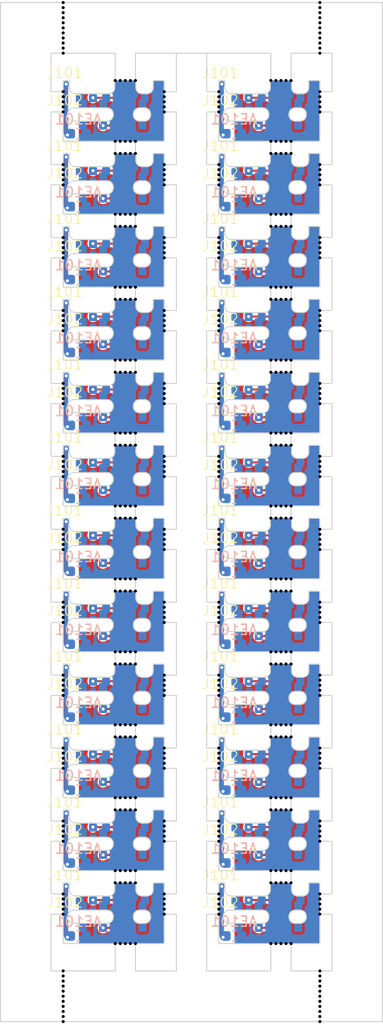
<source format=kicad_pcb>
(kicad_pcb (version 20241229) (generator "pcbnew") (generator_version "9.0")
  (layers (0 "F.Cu" signal) (2 "B.Cu" signal) (13 "F.Paste" user) (15 "B.Paste" user) (5 "F.SilkS" user "F.Silkscreen") (7 "B.SilkS" user "B.Silkscreen") (1 "F.Mask" user) (3 "B.Mask" user) (25 "Edge.Cuts" user))
  (net 0 "")
  (net 1 "Board_0-/+3V3")
  (net 2 "Board_0-/ANT")
  (net 3 "Board_0-/GND")
  (net 4 "Board_0-/IO10")
  (net 5 "Board_0-/IO4")
  (net 6 "Board_0-/IO5")
  (net 7 "Board_0-unconnected-(AE101-A-Pad1)")
  (net 8 "Board_0-unconnected-(AE101-Shield-Pad2)")
  (net 9 "Board_1-/+3V3")
  (net 10 "Board_1-/ANT")
  (net 11 "Board_1-/GND")
  (net 12 "Board_1-/IO10")
  (net 13 "Board_1-/IO4")
  (net 14 "Board_1-/IO5")
  (net 15 "Board_1-unconnected-(AE101-A-Pad1)")
  (net 16 "Board_1-unconnected-(AE101-Shield-Pad2)")
  (net 17 "Board_2-/+3V3")
  (net 18 "Board_2-/ANT")
  (net 19 "Board_2-/GND")
  (net 20 "Board_2-/IO10")
  (net 21 "Board_2-/IO4")
  (net 22 "Board_2-/IO5")
  (net 23 "Board_2-unconnected-(AE101-A-Pad1)")
  (net 24 "Board_2-unconnected-(AE101-Shield-Pad2)")
  (net 25 "Board_3-/+3V3")
  (net 26 "Board_3-/ANT")
  (net 27 "Board_3-/GND")
  (net 28 "Board_3-/IO10")
  (net 29 "Board_3-/IO4")
  (net 30 "Board_3-/IO5")
  (net 31 "Board_3-unconnected-(AE101-A-Pad1)")
  (net 32 "Board_3-unconnected-(AE101-Shield-Pad2)")
  (net 33 "Board_4-/+3V3")
  (net 34 "Board_4-/ANT")
  (net 35 "Board_4-/GND")
  (net 36 "Board_4-/IO10")
  (net 37 "Board_4-/IO4")
  (net 38 "Board_4-/IO5")
  (net 39 "Board_4-unconnected-(AE101-A-Pad1)")
  (net 40 "Board_4-unconnected-(AE101-Shield-Pad2)")
  (net 41 "Board_5-/+3V3")
  (net 42 "Board_5-/ANT")
  (net 43 "Board_5-/GND")
  (net 44 "Board_5-/IO10")
  (net 45 "Board_5-/IO4")
  (net 46 "Board_5-/IO5")
  (net 47 "Board_5-unconnected-(AE101-A-Pad1)")
  (net 48 "Board_5-unconnected-(AE101-Shield-Pad2)")
  (net 49 "Board_6-/+3V3")
  (net 50 "Board_6-/ANT")
  (net 51 "Board_6-/GND")
  (net 52 "Board_6-/IO10")
  (net 53 "Board_6-/IO4")
  (net 54 "Board_6-/IO5")
  (net 55 "Board_6-unconnected-(AE101-A-Pad1)")
  (net 56 "Board_6-unconnected-(AE101-Shield-Pad2)")
  (net 57 "Board_7-/+3V3")
  (net 58 "Board_7-/ANT")
  (net 59 "Board_7-/GND")
  (net 60 "Board_7-/IO10")
  (net 61 "Board_7-/IO4")
  (net 62 "Board_7-/IO5")
  (net 63 "Board_7-unconnected-(AE101-A-Pad1)")
  (net 64 "Board_7-unconnected-(AE101-Shield-Pad2)")
  (net 65 "Board_8-/+3V3")
  (net 66 "Board_8-/ANT")
  (net 67 "Board_8-/GND")
  (net 68 "Board_8-/IO10")
  (net 69 "Board_8-/IO4")
  (net 70 "Board_8-/IO5")
  (net 71 "Board_8-unconnected-(AE101-A-Pad1)")
  (net 72 "Board_8-unconnected-(AE101-Shield-Pad2)")
  (net 73 "Board_9-/+3V3")
  (net 74 "Board_9-/ANT")
  (net 75 "Board_9-/GND")
  (net 76 "Board_9-/IO10")
  (net 77 "Board_9-/IO4")
  (net 78 "Board_9-/IO5")
  (net 79 "Board_9-unconnected-(AE101-A-Pad1)")
  (net 80 "Board_9-unconnected-(AE101-Shield-Pad2)")
  (net 81 "Board_10-/+3V3")
  (net 82 "Board_10-/ANT")
  (net 83 "Board_10-/GND")
  (net 84 "Board_10-/IO10")
  (net 85 "Board_10-/IO4")
  (net 86 "Board_10-/IO5")
  (net 87 "Board_10-unconnected-(AE101-A-Pad1)")
  (net 88 "Board_10-unconnected-(AE101-Shield-Pad2)")
  (net 89 "Board_11-/+3V3")
  (net 90 "Board_11-/ANT")
  (net 91 "Board_11-/GND")
  (net 92 "Board_11-/IO10")
  (net 93 "Board_11-/IO4")
  (net 94 "Board_11-/IO5")
  (net 95 "Board_11-unconnected-(AE101-A-Pad1)")
  (net 96 "Board_11-unconnected-(AE101-Shield-Pad2)")
  (net 97 "Board_12-/+3V3")
  (net 98 "Board_12-/ANT")
  (net 99 "Board_12-/GND")
  (net 100 "Board_12-/IO10")
  (net 101 "Board_12-/IO4")
  (net 102 "Board_12-/IO5")
  (net 103 "Board_12-unconnected-(AE101-A-Pad1)")
  (net 104 "Board_12-unconnected-(AE101-Shield-Pad2)")
  (net 105 "Board_13-/+3V3")
  (net 106 "Board_13-/ANT")
  (net 107 "Board_13-/GND")
  (net 108 "Board_13-/IO10")
  (net 109 "Board_13-/IO4")
  (net 110 "Board_13-/IO5")
  (net 111 "Board_13-unconnected-(AE101-A-Pad1)")
  (net 112 "Board_13-unconnected-(AE101-Shield-Pad2)")
  (net 113 "Board_14-/+3V3")
  (net 114 "Board_14-/ANT")
  (net 115 "Board_14-/GND")
  (net 116 "Board_14-/IO10")
  (net 117 "Board_14-/IO4")
  (net 118 "Board_14-/IO5")
  (net 119 "Board_14-unconnected-(AE101-A-Pad1)")
  (net 120 "Board_14-unconnected-(AE101-Shield-Pad2)")
  (net 121 "Board_15-/+3V3")
  (net 122 "Board_15-/ANT")
  (net 123 "Board_15-/GND")
  (net 124 "Board_15-/IO10")
  (net 125 "Board_15-/IO4")
  (net 126 "Board_15-/IO5")
  (net 127 "Board_15-unconnected-(AE101-A-Pad1)")
  (net 128 "Board_15-unconnected-(AE101-Shield-Pad2)")
  (net 129 "Board_16-/+3V3")
  (net 130 "Board_16-/ANT")
  (net 131 "Board_16-/GND")
  (net 132 "Board_16-/IO10")
  (net 133 "Board_16-/IO4")
  (net 134 "Board_16-/IO5")
  (net 135 "Board_16-unconnected-(AE101-A-Pad1)")
  (net 136 "Board_16-unconnected-(AE101-Shield-Pad2)")
  (net 137 "Board_17-/+3V3")
  (net 138 "Board_17-/ANT")
  (net 139 "Board_17-/GND")
  (net 140 "Board_17-/IO10")
  (net 141 "Board_17-/IO4")
  (net 142 "Board_17-/IO5")
  (net 143 "Board_17-unconnected-(AE101-A-Pad1)")
  (net 144 "Board_17-unconnected-(AE101-Shield-Pad2)")
  (net 145 "Board_18-/+3V3")
  (net 146 "Board_18-/ANT")
  (net 147 "Board_18-/GND")
  (net 148 "Board_18-/IO10")
  (net 149 "Board_18-/IO4")
  (net 150 "Board_18-/IO5")
  (net 151 "Board_18-unconnected-(AE101-A-Pad1)")
  (net 152 "Board_18-unconnected-(AE101-Shield-Pad2)")
  (net 153 "Board_19-/+3V3")
  (net 154 "Board_19-/ANT")
  (net 155 "Board_19-/GND")
  (net 156 "Board_19-/IO10")
  (net 157 "Board_19-/IO4")
  (net 158 "Board_19-/IO5")
  (net 159 "Board_19-unconnected-(AE101-A-Pad1)")
  (net 160 "Board_19-unconnected-(AE101-Shield-Pad2)")
  (net 161 "Board_20-/+3V3")
  (net 162 "Board_20-/ANT")
  (net 163 "Board_20-/GND")
  (net 164 "Board_20-/IO10")
  (net 165 "Board_20-/IO4")
  (net 166 "Board_20-/IO5")
  (net 167 "Board_20-unconnected-(AE101-A-Pad1)")
  (net 168 "Board_20-unconnected-(AE101-Shield-Pad2)")
  (net 169 "Board_21-/+3V3")
  (net 170 "Board_21-/ANT")
  (net 171 "Board_21-/GND")
  (net 172 "Board_21-/IO10")
  (net 173 "Board_21-/IO4")
  (net 174 "Board_21-/IO5")
  (net 175 "Board_21-unconnected-(AE101-A-Pad1)")
  (net 176 "Board_21-unconnected-(AE101-Shield-Pad2)")
  (net 177 "Board_22-/+3V3")
  (net 178 "Board_22-/ANT")
  (net 179 "Board_22-/GND")
  (net 180 "Board_22-/IO10")
  (net 181 "Board_22-/IO4")
  (net 182 "Board_22-/IO5")
  (net 183 "Board_22-unconnected-(AE101-A-Pad1)")
  (net 184 "Board_22-unconnected-(AE101-Shield-Pad2)")
  (net 185 "Board_23-/+3V3")
  (net 186 "Board_23-/ANT")
  (net 187 "Board_23-/GND")
  (net 188 "Board_23-/IO10")
  (net 189 "Board_23-/IO4")
  (net 190 "Board_23-/IO5")
  (net 191 "Board_23-unconnected-(AE101-A-Pad1)")
  (net 192 "Board_23-unconnected-(AE101-Shield-Pad2)")
  (footprint "NPTH" (layer "F.Cu") (at 161.2 119.1)
    (property "Reference" "KiKit_MB_100_8" (hide yes))
    (property "Value" "NPTH" (hide yes))
  )
  (footprint "NPTH" (layer "F.Cu") (at 157.85 70.9)
    (property "Reference" "KiKit_MB_55_4" (hide yes))
    (property "Value" "NPTH" (hide yes))
  )
  (footprint "NPTH" (layer "F.Cu") (at 141.95 56.5)
    (property "Reference" "KiKit_MB_35_3" (hide yes))
    (property "Value" "NPTH" (hide yes))
  )
  (footprint "NPTH" (layer "F.Cu") (at 141.95 98.5)
    (property "Reference" "KiKit_MB_73_3" (hide yes))
    (property "Value" "NPTH" (hide yes))
  )
  (footprint "NPTH" (layer "F.Cu") (at 142.45 106.9)
    (property "Reference" "KiKit_MB_91_4" (hide yes))
    (property "Value" "NPTH" (hide yes))
  )
  (footprint "NPTH" (layer "F.Cu") (at 140.95 34.9)
    (property "Reference" "KiKit_MB_11_1" (hide yes))
    (property "Value" "NPTH" (hide yes))
  )
  (footprint "NPTH" (layer "F.Cu") (at 142.95 56.5)
    (property "Reference" "KiKit_MB_35_5" (hide yes))
    (property "Value" "NPTH" (hide yes))
  )
  (footprint "NPTH" (layer "F.Cu") (at 161.2 64.8)
    (property "Reference" "KiKit_MB_46_1" (hide yes))
    (property "Value" "NPTH" (hide yes))
  )
  (footprint "NPTH" (layer "F.Cu") (at 141.95 33.7)
    (property "Reference" "KiKit_MB_1_3" (hide yes))
    (property "Value" "NPTH" (hide yes))
  )
  (footprint "NPTH" (layer "F.Cu") (at 151.2 102.3)
    (property "Reference" "KiKit_MB_88_2" (hide yes))
    (property "Value" "NPTH" (hide yes))
  )
  (footprint "NPTH" (layer "F.Cu") (at 151.2 108)
    (property "Reference" "KiKit_MB_96_5" (hide yes))
    (property "Value" "NPTH" (hide yes))
  )
  (footprint "NPTH" (layer "F.Cu") (at 141.45 92.5)
    (property "Reference" "KiKit_MB_75_2" (hide yes))
    (property "Value" "NPTH" (hide yes))
  )
  (footprint "NPTH" (layer "F.Cu") (at 161.2 23.5)
    (property "Reference" "KiKit_MB_98_8" (hide yes))
    (property "Value" "NPTH" (hide yes))
  )
  (footprint "minipcb:ESP8685-WROOM-07" (layer "F.Cu") (at 136.25 88.65)
    (property "Reference" "J102")
    (property "Value" "Conn_02x03_Odd_Even")
  )
  (footprint "NPTH" (layer "F.Cu") (at 161.2 80.7)
    (property "Reference" "KiKit_MB_62_4" (hide yes))
    (property "Value" "NPTH" (hide yes))
  )
  (footprint "NPTH" (layer "F.Cu") (at 145.8 58.6)
    (property "Reference" "KiKit_MB_34_3" (hide yes))
    (property "Value" "NPTH" (hide yes))
  )
  (footprint "NPTH" (layer "F.Cu") (at 151.2 59.1)
    (property "Reference" "KiKit_MB_40_2" (hide yes))
    (property "Value" "NPTH" (hide yes))
  )
  (footprint "NPTH" (layer "F.Cu") (at 142.95 62.5)
    (property "Reference" "KiKit_MB_33_1" (hide yes))
    (property "Value" "NPTH" (hide yes))
  )
  (footprint "NPTH" (layer "F.Cu") (at 161.2 117.1)
    (property "Reference" "KiKit_MB_100_4" (hide yes))
    (property "Value" "NPTH" (hide yes))
  )
  (footprint "NPTH" (layer "F.Cu") (at 157.85 63.7)
    (property "Reference" "KiKit_MB_47_4" (hide yes))
    (property "Value" "NPTH" (hide yes))
  )
  (footprint "NPTH" (layer "F.Cu") (at 141.45 112.9)
    (property "Reference" "KiKit_MB_89_4" (hide yes))
    (property "Value" "NPTH" (hide yes))
  )
  (footprint "NPTH" (layer "F.Cu") (at 140.95 84.1)
    (property "Reference" "KiKit_MB_57_5" (hide yes))
    (property "Value" "NPTH" (hide yes))
  )
  (footprint "NPTH" (layer "F.Cu") (at 141.45 62.5)
    (property "Reference" "KiKit_MB_33_4" (hide yes))
    (property "Value" "NPTH" (hide yes))
  )
  (footprint "NPTH" (layer "F.Cu") (at 157.35 40.9)
    (property "Reference" "KiKit_MB_13_3" (hide yes))
    (property "Value" "NPTH" (hide yes))
  )
  (footprint "minipcb:ESP8685-WROOM-07" (layer "F.Cu") (at 136.25 74.25)
    (property "Reference" "J102")
    (property "Value" "Conn_02x03_Odd_Even")
  )
  (footprint "NPTH" (layer "F.Cu") (at 135.8 108.5)
    (property "Reference" "KiKit_MB_92_4" (hide yes))
    (property "Value" "NPTH" (hide yes))
  )
  (footprint "NPTH" (layer "F.Cu") (at 161.2 20.5)
    (property "Reference" "KiKit_MB_98_2" (hide yes))
    (property "Value" "NPTH" (hide yes))
  )
  (footprint "NPTH" (layer "F.Cu") (at 145.8 44.7)
    (property "Reference" "KiKit_MB_18_4" (hide yes))
    (property "Value" "NPTH" (hide yes))
  )
  (footprint "NPTH" (layer "F.Cu") (at 161.2 94.1)
    (property "Reference" "KiKit_MB_78_2" (hide yes))
    (property "Value" "NPTH" (hide yes))
  )
  (footprint "NPTH" (layer "F.Cu") (at 161.2 79.2)
    (property "Reference" "KiKit_MB_62_1" (hide yes))
    (property "Value" "NPTH" (hide yes))
  )
  (footprint "NPTH" (layer "F.Cu") (at 151.2 37.5)
    (property "Reference" "KiKit_MB_16_2" (hide yes))
    (property "Value" "NPTH" (hide yes))
  )
  (footprint "NPTH" (layer "F.Cu") (at 161.2 87.9)
    (property "Reference" "KiKit_MB_70_4" (hide yes))
    (property "Value" "NPTH" (hide yes))
  )
  (footprint "NPTH" (layer "F.Cu") (at 151.2 87.9)
    (property "Reference" "KiKit_MB_72_2" (hide yes))
    (property "Value" "NPTH" (hide yes))
  )
  (footprint "NPTH" (layer "F.Cu") (at 156.35 40.9)
    (property "Reference" "KiKit_MB_13_5" (hide yes))
    (property "Value" "NPTH" (hide yes))
  )
  (footprint "NPTH" (layer "F.Cu") (at 142.95 106.9)
    (property "Reference" "KiKit_MB_91_5" (hide yes))
    (property "Value" "NPTH" (hide yes))
  )
  (footprint "NPTH" (layer "F.Cu") (at 145.8 51.4)
    (property "Reference" "KiKit_MB_26_3" (hide yes))
    (property "Value" "NPTH" (hide yes))
  )
  (footprint "minipcb:ESP8685-WROOM-07" (layer "F.Cu") (at 136.25 81.45)
    (property "Reference" "J102")
    (property "Value" "Conn_02x03_Odd_Even")
  )
  (footprint "NPTH" (layer "F.Cu") (at 135.8 20.5)
    (property "Reference" "KiKit_MB_97_2" (hide yes))
    (property "Value" "NPTH" (hide yes))
  )
  (footprint "NPTH" (layer "F.Cu") (at 135.8 118.1)
    (property "Reference" "KiKit_MB_99_6" (hide yes))
    (property "Value" "NPTH" (hide yes))
  )
  (footprint "NPTH" (layer "F.Cu") (at 161.2 36)
    (property "Reference" "KiKit_MB_14_1" (hide yes))
    (property "Value" "NPTH" (hide yes))
  )
  (footprint "NPTH" (layer "F.Cu") (at 156.35 92.5)
    (property "Reference" "KiKit_MB_79_1" (hide yes))
    (property "Value" "NPTH" (hide yes))
  )
  (footprint "NPTH" (layer "F.Cu") (at 161.2 72)
    (property "Reference" "KiKit_MB_54_1" (hide yes))
    (property "Value" "NPTH" (hide yes))
  )
  (footprint "NPTH" (layer "F.Cu") (at 157.35 34.9)
    (property "Reference" "KiKit_MB_15_3" (hide yes))
    (property "Value" "NPTH" (hide yes))
  )
  (footprint "NPTH" (layer "F.Cu") (at 158.35 112.9)
    (property "Reference" "KiKit_MB_93_1" (hide yes))
    (property "Value" "NPTH" (hide yes))
  )
  (footprint "NPTH" (layer "F.Cu") (at 135.8 23.5)
    (property "Reference" "KiKit_MB_97_8" (hide yes))
    (property "Value" "NPTH" (hide yes))
  )
  (footprint "minipcb:ESP8685-WROOM-07" (layer "F.Cu") (at 136.25 38.25)
    (property "Reference" "J102")
    (property "Value" "Conn_02x03_Odd_Even")
  )
  (footprint "NPTH" (layer "F.Cu") (at 141.95 27.7)
    (property "Reference" "KiKit_MB_3_3" (hide yes))
    (property "Value" "NPTH" (hide yes))
  )
  (footprint "NPTH" (layer "F.Cu") (at 135.8 45.2)
    (property "Reference" "KiKit_MB_20_1" (hide yes))
    (property "Value" "NPTH" (hide yes))
  )
  (footprint "NPTH" (layer "F.Cu") (at 161.2 58.1)
    (property "Reference" "KiKit_MB_38_2" (hide yes))
    (property "Value" "NPTH" (hide yes))
  )
  (footprint "NPTH" (layer "F.Cu") (at 135.8 30.8)
    (property "Reference" "KiKit_MB_4_1" (hide yes))
    (property "Value" "NPTH" (hide yes))
  )
  (footprint "NPTH" (layer "F.Cu") (at 145.8 51.9)
    (property "Reference" "KiKit_MB_26_4" (hide yes))
    (property "Value" "NPTH" (hide yes))
  )
  (footprint "NPTH" (layer "F.Cu") (at 142.95 40.9)
    (property "Reference" "KiKit_MB_9_1" (hide yes))
    (property "Value" "NPTH" (hide yes))
  )
  (footprint "NPTH" (layer "F.Cu") (at 151.2 87.4)
    (property "Reference" "KiKit_MB_72_3" (hide yes))
    (property "Value" "NPTH" (hide yes))
  )
  (footprint "NPTH" (layer "F.Cu") (at 151.2 79.7)
    (property "Reference" "KiKit_MB_64_4" (hide yes))
    (property "Value" "NPTH" (hide yes))
  )
  (footprint "NPTH" (layer "F.Cu") (at 140.95 78.1)
    (property "Reference" "KiKit_MB_59_1" (hide yes))
    (property "Value" "NPTH" (hide yes))
  )
  (footprint "minipcb:minipcb_alt_boardedge" (layer "F.Cu") (at 152.15 42.75)
    (property "Reference" "J101")
    (property "Value" "Conn_01x04")
  )
  (footprint "NPTH" (layer "F.Cu") (at 135.8 38)
    (property "Reference" "KiKit_MB_12_1" (hide yes))
    (property "Value" "NPTH" (hide yes))
  )
  (footprint "NPTH" (layer "F.Cu") (at 157.85 49.3)
    (property "Reference" "KiKit_MB_31_4" (hide yes))
    (property "Value" "NPTH" (hide yes))
  )
  (footprint "minipcb:ESP8685-WROOM-07" (layer "F.Cu") (at 151.65 110.25)
    (property "Reference" "J102")
    (property "Value" "Conn_02x03_Odd_Even")
  )
  (footprint "NPTH" (layer "F.Cu") (at 142.95 48.1)
    (property "Reference" "KiKit_MB_17_1" (hide yes))
    (property "Value" "NPTH" (hide yes))
  )
  (footprint "NPTH" (layer "F.Cu") (at 161.2 95.6)
    (property "Reference" "KiKit_MB_78_5" (hide yes))
    (property "Value" "NPTH" (hide yes))
  )
  (footprint "NPTH" (layer "F.Cu") (at 135.8 28.8)
    (property "Reference" "KiKit_MB_4_5" (hide yes))
    (property "Value" "NPTH" (hide yes))
  )
  (footprint "NPTH" (layer "F.Cu") (at 141.45 105.7)
    (property "Reference" "KiKit_MB_81_4" (hide yes))
    (property "Value" "NPTH" (hide yes))
  )
  (footprint "NPTH" (layer "F.Cu") (at 161.2 93.6)
    (property "Reference" "KiKit_MB_78_1" (hide yes))
    (property "Value" "NPTH" (hide yes))
  )
  (footprint "NPTH" (layer "F.Cu") (at 156.85 27.7)
    (property "Reference" "KiKit_MB_7_2" (hide yes))
    (property "Value" "NPTH" (hide yes))
  )
  (footprint "NPTH" (layer "F.Cu") (at 140.95 33.7)
    (property "Reference" "KiKit_MB_1_5" (hide yes))
    (property "Value" "NPTH" (hide yes))
  )
  (footprint "NPTH" (layer "F.Cu") (at 161.2 108.5)
    (property "Reference" "KiKit_MB_94_2" (hide yes))
    (property "Value" "NPTH" (hide yes))
  )
  (footprint "NPTH" (layer "F.Cu") (at 158.35 105.7)
    (property "Reference" "KiKit_MB_85_1" (hide yes))
    (property "Value" "NPTH" (hide yes))
  )
  (footprint "NPTH" (layer "F.Cu") (at 161.2 80.2)
    (property "Reference" "KiKit_MB_62_3" (hide yes))
    (property "Value" "NPTH" (hide yes))
  )
  (footprint "NPTH" (layer "F.Cu") (at 135.8 119.6)
    (property "Reference" "KiKit_MB_99_9" (hide yes))
    (property "Value" "NPTH" (hide yes))
  )
  (footprint "NPTH" (layer "F.Cu") (at 141.45 56.5)
    (property "Reference" "KiKit_MB_35_2" (hide yes))
    (property "Value" "NPTH" (hide yes))
  )
  (footprint "NPTH" (layer "F.Cu") (at 142.95 63.7)
    (property "Reference" "KiKit_MB_43_5" (hide yes))
    (property "Value" "NPTH" (hide yes))
  )
  (footprint "NPTH" (layer "F.Cu") (at 145.8 94.1)
    (property "Reference" "KiKit_MB_74_2" (hide yes))
    (property "Value" "NPTH" (hide yes))
  )
  (footprint "NPTH" (layer "F.Cu") (at 135.8 117.6)
    (property "Reference" "KiKit_MB_99_5" (hide yes))
    (property "Value" "NPTH" (hide yes))
  )
  (footprint "NPTH" (layer "F.Cu") (at 145.8 73.5)
    (property "Reference" "KiKit_MB_50_4" (hide yes))
    (property "Value" "NPTH" (hide yes))
  )
  (footprint "NPTH" (layer "F.Cu") (at 145.8 73)
    (property "Reference" "KiKit_MB_50_3" (hide yes))
    (property "Value" "NPTH" (hide yes))
  )
  (footprint "NPTH" (layer "F.Cu") (at 156.85 40.9)
    (property "Reference" "KiKit_MB_13_4" (hide yes))
    (property "Value" "NPTH" (hide yes))
  )
  (footprint "NPTH" (layer "F.Cu") (at 158.35 85.3)
    (property "Reference" "KiKit_MB_71_5" (hide yes))
    (property "Value" "NPTH" (hide yes))
  )
  (footprint "minipcb:minipcb_alt_boardedge" (layer "F.Cu") (at 152.15 71.55)
    (property "Reference" "J101")
    (property "Value" "Conn_01x04")
  )
  (footprint "NPTH" (layer "F.Cu") (at 142.45 92.5)
    (property "Reference" "KiKit_MB_75_4" (hide yes))
    (property "Value" "NPTH" (hide yes))
  )
  (footprint "NPTH" (layer "F.Cu") (at 156.35 112.9)
    (property "Reference" "KiKit_MB_93_5" (hide yes))
    (property "Value" "NPTH" (hide yes))
  )
  (footprint "NPTH" (layer "F.Cu") (at 156.35 84.1)
    (property "Reference" "KiKit_MB_61_5" (hide yes))
    (property "Value" "NPTH" (hide yes))
  )
  (footprint "NPTH" (layer "F.Cu") (at 135.8 79.2)
    (property "Reference" "KiKit_MB_60_5" (hide yes))
    (property "Value" "NPTH" (hide yes))
  )
  (footprint "NPTH" (layer "F.Cu") (at 141.95 69.7)
    (property "Reference" "KiKit_MB_41_3" (hide yes))
    (property "Value" "NPTH" (hide yes))
  )
  (footprint "NPTH" (layer "F.Cu") (at 161.2 110)
    (property "Reference" "KiKit_MB_94_5" (hide yes))
    (property "Value" "NPTH" (hide yes))
  )
  (footprint "NPTH" (layer "F.Cu") (at 141.95 92.5)
    (property "Reference" "KiKit_MB_75_3" (hide yes))
    (property "Value" "NPTH" (hide yes))
  )
  (footprint "NPTH" (layer "F.Cu") (at 157.85 27.7)
    (property "Reference" "KiKit_MB_7_4" (hide yes))
    (property "Value" "NPTH" (hide yes))
  )
  (footprint "NPTH" (layer "F.Cu") (at 142.95 27.7)
    (property "Reference" "KiKit_MB_3_5" (hide yes))
    (property "Value" "NPTH" (hide yes))
  )
  (footprint "NPTH" (layer "F.Cu") (at 142.95 78.1)
    (property "Reference" "KiKit_MB_59_5" (hide yes))
    (property "Value" "NPTH" (hide yes))
  )
  (footprint "NPTH" (layer "F.Cu") (at 142.45 84.1)
    (property "Reference" "KiKit_MB_57_2" (hide yes))
    (property "Value" "NPTH" (hide yes))
  )
  (footprint "minipcb:ESP8685-WROOM-07" (layer "F.Cu") (at 151.65 67.05)
    (property "Reference" "J102")
    (property "Value" "Conn_02x03_Odd_Even")
  )
  (footprint "NPTH" (layer "F.Cu") (at 151.2 45.2)
    (property "Reference" "KiKit_MB_24_1" (hide yes))
    (property "Value" "NPTH" (hide yes))
  )
  (footprint "NPTH" (layer "F.Cu") (at 135.8 57.6)
    (property "Reference" "KiKit_MB_36_5" (hide yes))
    (property "Value" "NPTH" (hide yes))
  )
  (footprint "NPTH" (layer "F.Cu") (at 161.2 43.2)
    (property "Reference" "KiKit_MB_22_1" (hide yes))
    (property "Value" "NPTH" (hide yes))
  )
  (footprint "NPTH" (layer "F.Cu") (at 161.2 73)
    (property "Reference" "KiKit_MB_54_3" (hide yes))
    (property "Value" "NPTH" (hide yes))
  )
  (footprint "NPTH" (layer "F.Cu") (at 135.8 66.3)
    (property "Reference" "KiKit_MB_44_2" (hide yes))
    (property "Value" "NPTH" (hide yes))
  )
  (footprint "minipcb:ESP8685-WROOM-07" (layer "F.Cu") (at 151.65 95.85)
    (property "Reference" "J102")
    (property "Value" "Conn_02x03_Odd_Even")
  )
  (footprint "NPTH" (layer "F.Cu") (at 141.45 33.7)
    (property "Reference" "KiKit_MB_1_4" (hide yes))
    (property "Value" "NPTH" (hide yes))
  )
  (footprint "NPTH" (layer "F.Cu") (at 161.2 119.6)
    (property "Reference" "KiKit_MB_100_9" (hide yes))
    (property "Value" "NPTH" (hide yes))
  )
  (footprint "NPTH" (layer "F.Cu") (at 161.2 102.8)
    (property "Reference" "KiKit_MB_86_5" (hide yes))
    (property "Value" "NPTH" (hide yes))
  )
  (footprint "NPTH" (layer "F.Cu") (at 151.2 43.2)
    (property "Reference" "KiKit_MB_24_5" (hide yes))
    (property "Value" "NPTH" (hide yes))
  )
  (footprint "NPTH" (layer "F.Cu") (at 156.35 49.3)
    (property "Reference" "KiKit_MB_31_1" (hide yes))
    (property "Value" "NPTH" (hide yes))
  )
  (footprint "NPTH" (layer "F.Cu") (at 135.8 95.1)
    (property "Reference" "KiKit_MB_76_2" (hide yes))
    (property "Value" "NPTH" (hide yes))
  )
  (footprint "NPTH" (layer "F.Cu") (at 161.2 86.9)
    (property "Reference" "KiKit_MB_70_2" (hide yes))
    (property "Value" "NPTH" (hide yes))
  )
  (footprint "NPTH" (layer "F.Cu") (at 161.2 65.3)
    (property "Reference" "KiKit_MB_46_2" (hide yes))
    (property "Value" "NPTH" (hide yes))
  )
  (footprint "NPTH" (layer "F.Cu") (at 145.8 29.3)
    (property "Reference" "KiKit_MB_2_2" (hide yes))
    (property "Value" "NPTH" (hide yes))
  )
  (footprint "NPTH" (layer "F.Cu") (at 140.95 63.7)
    (property "Reference" "KiKit_MB_43_1" (hide yes))
    (property "Value" "NPTH" (hide yes))
  )
  (footprint "NPTH" (layer "F.Cu") (at 151.2 109)
    (property "Reference" "KiKit_MB_96_3" (hide yes))
    (property "Value" "NPTH" (hide yes))
  )
  (footprint "NPTH" (layer "F.Cu") (at 135.8 44.2)
    (property "Reference" "KiKit_MB_20_3" (hide yes))
    (property "Value" "NPTH" (hide yes))
  )
  (footprint "NPTH" (layer "F.Cu") (at 151.2 37)
    (property "Reference" "KiKit_MB_16_3" (hide yes))
    (property "Value" "NPTH" (hide yes))
  )
  (footprint "NPTH" (layer "F.Cu") (at 145.8 64.8)
    (property "Reference" "KiKit_MB_42_1" (hide yes))
    (property "Value" "NPTH" (hide yes))
  )
  (footprint "NPTH" (layer "F.Cu") (at 161.2 37.5)
    (property "Reference" "KiKit_MB_14_4" (hide yes))
    (property "Value" "NPTH" (hide yes))
  )
  (footprint "NPTH" (layer "F.Cu") (at 158.35 91.3)
    (property "Reference" "KiKit_MB_69_1" (hide yes))
    (property "Value" "NPTH" (hide yes))
  )
  (footprint "minipcb:minipcb_alt_boardedge" (layer "F.Cu") (at 136.75 93.15)
    (property "Reference" "J101")
    (property "Value" "Conn_01x04")
  )
  (footprint "NPTH" (layer "F.Cu") (at 135.8 101.3)
    (property "Reference" "KiKit_MB_84_4" (hide yes))
    (property "Value" "NPTH" (hide yes))
  )
  (footprint "NPTH" (layer "F.Cu") (at 156.85 63.7)
    (property "Reference" "KiKit_MB_47_2" (hide yes))
    (property "Value" "NPTH" (hide yes))
  )
  (footprint "NPTH" (layer "F.Cu") (at 135.8 37)
    (property "Reference" "KiKit_MB_12_3" (hide yes))
    (property "Value" "NPTH" (hide yes))
  )
  (footprint "NPTH" (layer "F.Cu") (at 157.85 48.1)
    (property "Reference" "KiKit_MB_21_2" (hide yes))
    (property "Value" "NPTH" (hide yes))
  )
  (footprint "NPTH" (layer "F.Cu") (at 157.85 62.5)
    (property "Reference" "KiKit_MB_37_2" (hide yes))
    (property "Value" "NPTH" (hide yes))
  )
  (footprint "NPTH" (layer "F.Cu") (at 151.2 94.6)
    (property "Reference" "KiKit_MB_80_3" (hide yes))
    (property "Value" "NPTH" (hide yes))
  )
  (footprint "NPTH" (layer "F.Cu") (at 142.45 76.9)
    (property "Reference" "KiKit_MB_49_2" (hide yes))
    (property "Value" "NPTH" (hide yes))
  )
  (footprint "NPTH" (layer "F.Cu") (at 161.2 38)
    (property "Reference" "KiKit_MB_14_5" (hide yes))
    (property "Value" "NPTH" (hide yes))
  )
  (footprint "NPTH" (layer "F.Cu") (at 142.45 91.3)
    (property "Reference" "KiKit_MB_65_2" (hide yes))
    (property "Value" "NPTH" (hide yes))
  )
  (footprint "NPTH" (layer "F.Cu") (at 135.8 73)
    (property "Reference" "KiKit_MB_52_3" (hide yes))
    (property "Value" "NPTH" (hide yes))
  )
  (footprint "minipcb:minipcb_alt_boardedge" (layer "F.Cu") (at 152.15 35.55)
    (property "Reference" "J101")
    (property "Value" "Conn_01x04")
  )
  (footprint "NPTH" (layer "F.Cu") (at 161.2 57.6)
    (property "Reference" "KiKit_MB_38_1" (hide yes))
    (property "Value" "NPTH" (hide yes))
  )
  (footprint "NPTH" (layer "F.Cu") (at 142.95 85.3)
    (property "Reference" "KiKit_MB_67_5" (hide yes))
    (property "Value" "NPTH" (hide yes))
  )
  (footprint "NPTH" (layer "F.Cu") (at 151.2 50.9)
    (property "Reference" "KiKit_MB_32_4" (hide yes))
    (property "Value" "NPTH" (hide yes))
  )
  (footprint "NPTH" (layer "F.Cu") (at 151.2 88.4)
    (property "Reference" "KiKit_MB_72_1" (hide yes))
    (property "Value" "NPTH" (hide yes))
  )
  (footprint "NPTH" (layer "F.Cu") (at 135.8 108)
    (property "Reference" "KiKit_MB_92_5" (hide yes))
    (property "Value" "NPTH" (hide yes))
  )
  (footprint "NPTH" (layer "F.Cu") (at 161.2 65.8)
    (property "Reference" "KiKit_MB_46_3" (hide yes))
    (property "Value" "NPTH" (hide yes))
  )
  (footprint "NPTH" (layer "F.Cu") (at 135.8 102.3)
    (property "Reference" "KiKit_MB_84_2" (hide yes))
    (property "Value" "NPTH" (hide yes))
  )
  (footprint "NPTH" (layer "F.Cu") (at 157.35 78.1)
    (property "Reference" "KiKit_MB_63_3" (hide yes))
    (property "Value" "NPTH" (hide yes))
  )
  (footprint "NPTH" (layer "F.Cu") (at 142.95 34.9)
    (property "Reference" "KiKit_MB_11_5" (hide yes))
    (property "Value" "NPTH" (hide yes))
  )
  (footprint "NPTH" (layer "F.Cu") (at 142.95 105.7)
    (property "Reference" "KiKit_MB_81_1" (hide yes))
    (property "Value" "NPTH" (hide yes))
  )
  (footprint "NPTH" (layer "F.Cu") (at 157.35 76.9)
    (property "Reference" "KiKit_MB_53_3" (hide yes))
    (property "Value" "NPTH" (hide yes))
  )
  (footprint "NPTH" (layer "F.Cu") (at 142.95 49.3)
    (property "Reference" "KiKit_MB_27_5" (hide yes))
    (property "Value" "NPTH" (hide yes))
  )
  (footprint "NPTH" (layer "F.Cu") (at 142.45 34.9)
    (property "Reference" "KiKit_MB_11_4" (hide yes))
    (property "Value" "NPTH" (hide yes))
  )
  (footprint "NPTH" (layer "F.Cu") (at 156.85 99.7)
    (property "Reference" "KiKit_MB_87_2" (hide yes))
    (property "Value" "NPTH" (hide yes))
  )
  (footprint "NPTH" (layer "F.Cu") (at 157.35 84.1)
    (property "Reference" "KiKit_MB_61_3" (hide yes))
    (property "Value" "NPTH" (hide yes))
  )
  (footprint "NPTH" (layer "F.Cu") (at 161.2 24.5)
    (property "Reference" "KiKit_MB_98_10" (hide yes))
    (property "Value" "NPTH" (hide yes))
  )
  (footprint "NPTH" (layer "F.Cu") (at 140.95 98.5)
    (property "Reference" "KiKit_MB_73_5" (hide yes))
    (property "Value" "NPTH" (hide yes))
  )
  (footprint "NPTH" (layer "F.Cu") (at 157.85 78.1)
    (property "Reference" "KiKit_MB_63_4" (hide yes))
    (property "Value" "NPTH" (hide yes))
  )
  (footprint "NPTH" (layer "F.Cu") (at 145.8 110)
    (property "Reference" "KiKit_MB_90_5" (hide yes))
    (property "Value" "NPTH" (hide yes))
  )
  (footprint "NPTH" (layer "F.Cu") (at 145.8 87.4)
    (property "Reference" "KiKit_MB_66_3" (hide yes))
    (property "Value" "NPTH" (hide yes))
  )
  (footprint "NPTH" (layer "F.Cu") (at 151.2 51.9)
    (property "Reference" "KiKit_MB_32_2" (hide yes))
    (property "Value" "NPTH" (hide yes))
  )
  (footprint "NPTH" (layer "F.Cu") (at 135.8 109)
    (property "Reference" "KiKit_MB_92_3" (hide yes))
    (property "Value" "NPTH" (hide yes))
  )
  (footprint "NPTH" (layer "F.Cu") (at 158.35 48.1)
    (property "Reference" "KiKit_MB_21_1" (hide yes))
    (property "Value" "NPTH" (hide yes))
  )
  (footprint "NPTH" (layer "F.Cu") (at 158.35 63.7)
    (property "Reference" "KiKit_MB_47_5" (hide yes))
    (property "Value" "NPTH" (hide yes))
  )
  (footprint "NPTH" (layer "F.Cu") (at 161.2 120.6)
    (property "Reference" "KiKit_MB_100_11" (hide yes))
    (property "Value" "NPTH" (hide yes))
  )
  (footprint "NPTH" (layer "F.Cu") (at 156.35 42.1)
    (property "Reference" "KiKit_MB_23_1" (hide yes))
    (property "Value" "NPTH" (hide yes))
  )
  (footprint "NPTH" (layer "F.Cu") (at 145.8 79.2)
    (property "Reference" "KiKit_MB_58_1" (hide yes))
    (property "Value" "NPTH" (hide yes))
  )
  (footprint "NPTH" (layer "F.Cu") (at 140.95 69.7)
    (property "Reference" "KiKit_MB_41_5" (hide yes))
    (property "Value" "NPTH" (hide yes))
  )
  (footprint "NPTH" (layer "F.Cu") (at 141.95 85.3)
    (property "Reference" "KiKit_MB_67_3" (hide yes))
    (property "Value" "NPTH" (hide yes))
  )
  (footprint "NPTH" (layer "F.Cu") (at 145.8 30.8)
    (property "Reference" "KiKit_MB_2_5" (hide yes))
    (property "Value" "NPTH" (hide yes))
  )
  (footprint "NPTH" (layer "F.Cu") (at 141.95 105.7)
    (property "Reference" "KiKit_MB_81_3" (hide yes))
    (property "Value" "NPTH" (hide yes))
  )
  (footprint "NPTH" (layer "F.Cu") (at 142.95 42.1)
    (property "Reference" "KiKit_MB_19_5" (hide yes))
    (property "Value" "NPTH" (hide yes))
  )
  (footprint "NPTH" (layer "F.Cu") (at 161.2 20)
    (property "Reference" "KiKit_MB_98_1" (hide yes))
    (property "Value" "NPTH" (hide yes))
  )
  (footprint "NPTH" (layer "F.Cu") (at 145.8 59.1)
    (property "Reference" "KiKit_MB_34_4" (hide yes))
    (property "Value" "NPTH" (hide yes))
  )
  (footprint "NPTH" (layer "F.Cu") (at 151.2 65.3)
    (property "Reference" "KiKit_MB_48_4" (hide yes))
    (property "Value" "NPTH" (hide yes))
  )
  (footprint "NPTH" (layer "F.Cu") (at 158.35 98.5)
    (property "Reference" "KiKit_MB_77_1" (hide yes))
    (property "Value" "NPTH" (hide yes))
  )
  (footprint "NPTH" (layer "F.Cu") (at 151.2 50.4)
    (property "Reference" "KiKit_MB_32_5" (hide yes))
    (property "Value" "NPTH" (hide yes))
  )
  (footprint "minipcb:minipcb_alt_boardedge" (layer "F.Cu") (at 152.15 85.95)
    (property "Reference" "J101")
    (property "Value" "Conn_01x04")
  )
  (footprint "NPTH" (layer "F.Cu") (at 151.2 44.2)
    (property "Reference" "KiKit_MB_24_3" (hide yes))
    (property "Value" "NPTH" (hide yes))
  )
  (footprint "NPTH" (layer "F.Cu") (at 151.2 36.5)
    (property "Reference" "KiKit_MB_16_4" (hide yes))
    (property "Value" "NPTH" (hide yes))
  )
  (footprint "NPTH" (layer "F.Cu") (at 161.2 28.8)
    (property "Reference" "KiKit_MB_6_1" (hide yes))
    (property "Value" "NPTH" (hide yes))
  )
  (footprint "NPTH" (layer "F.Cu") (at 156.35 56.5)
    (property "Reference" "KiKit_MB_39_1" (hide yes))
    (property "Value" "NPTH" (hide yes))
  )
  (footprint "NPTH" (layer "F.Cu") (at 140.95 91.3)
    (property "Reference" "KiKit_MB_65_5" (hide yes))
    (property "Value" "NPTH" (hide yes))
  )
  (footprint "NPTH" (layer "F.Cu") (at 156.85 49.3)
    (property "Reference" "KiKit_MB_31_2" (hide yes))
    (property "Value" "NPTH" (hide yes))
  )
  (footprint "NPTH" (layer "F.Cu") (at 142.45 56.5)
    (property "Reference" "KiKit_MB_35_4" (hide yes))
    (property "Value" "NPTH" (hide yes))
  )
  (footprint "NPTH" (layer "F.Cu") (at 142.45 62.5)
    (property "Reference" "KiKit_MB_33_2" (hide yes))
    (property "Value" "NPTH" (hide yes))
  )
  (footprint "NPTH" (layer "F.Cu") (at 156.85 70.9)
    (property "Reference" "KiKit_MB_55_2" (hide yes))
    (property "Value" "NPTH" (hide yes))
  )
  (footprint "NPTH" (layer "F.Cu") (at 135.8 102.8)
    (property "Reference" "KiKit_MB_84_1" (hide yes))
    (property "Value" "NPTH" (hide yes))
  )
  (footprint "NPTH" (layer "F.Cu") (at 161.2 50.9)
    (property "Reference" "KiKit_MB_30_2" (hide yes))
    (property "Value" "NPTH" (hide yes))
  )
  (footprint "NPTH" (layer "F.Cu") (at 145.8 88.4)
    (property "Reference" "KiKit_MB_66_5" (hide yes))
    (property "Value" "NPTH" (hide yes))
  )
  (footprint "NPTH" (layer "F.Cu") (at 142.45 42.1)
    (property "Reference" "KiKit_MB_19_4" (hide yes))
    (property "Value" "NPTH" (hide yes))
  )
  (footprint "NPTH" (layer "F.Cu") (at 135.8 116.6)
    (property "Reference" "KiKit_MB_99_3" (hide yes))
    (property "Value" "NPTH" (hide yes))
  )
  (footprint "NPTH" (layer "F.Cu") (at 157.35 49.3)
    (property "Reference" "KiKit_MB_31_3" (hide yes))
    (property "Value" "NPTH" (hide yes))
  )
  (footprint "NPTH" (layer "F.Cu") (at 145.8 108)
    (property "Reference" "KiKit_MB_90_1" (hide yes))
    (property "Value" "NPTH" (hide yes))
  )
  (footprint "NPTH" (layer "F.Cu") (at 156.85 56.5)
    (property "Reference" "KiKit_MB_39_2" (hide yes))
    (property "Value" "NPTH" (hide yes))
  )
  (footprint "NPTH" (layer "F.Cu") (at 142.45 112.9)
    (property "Reference" "KiKit_MB_89_2" (hide yes))
    (property "Value" "NPTH" (hide yes))
  )
  (footprint "NPTH" (layer "F.Cu") (at 141.95 42.1)
    (property "Reference" "KiKit_MB_19_3" (hide yes))
    (property "Value" "NPTH" (hide yes))
  )
  (footprint "NPTH" (layer "F.Cu") (at 135.8 43.7)
    (property "Reference" "KiKit_MB_20_4" (hide yes))
    (property "Value" "NPTH" (hide yes))
  )
  (footprint "minipcb:ESP8685-WROOM-07" (layer "F.Cu") (at 136.25 59.85)
    (property "Reference" "J102")
    (property "Value" "Conn_02x03_Odd_Even")
  )
  (footprint "NPTH" (layer "F.Cu") (at 156.85 78.1)
    (property "Reference" "KiKit_MB_63_2" (hide yes))
    (property "Value" "NPTH" (hide yes))
  )
  (footprint "NPTH" (layer "F.Cu") (at 151.2 101.3)
    (property "Reference" "KiKit_MB_88_4" (hide yes))
    (property "Value" "NPTH" (hide yes))
  )
  (footprint "NPTH" (layer "F.Cu") (at 141.95 70.9)
    (property "Reference" "KiKit_MB_51_3" (hide yes))
    (property "Value" "NPTH" (hide yes))
  )
  (footprint "NPTH" (layer "F.Cu") (at 141.45 84.1)
    (property "Reference" "KiKit_MB_57_4" (hide yes))
    (property "Value" "NPTH" (hide yes))
  )
  (footprint "NPTH" (layer "F.Cu") (at 142.95 84.1)
    (property "Reference" "KiKit_MB_57_1" (hide yes))
    (property "Value" "NPTH" (hide yes))
  )
  (footprint "NPTH" (layer "F.Cu") (at 142.95 92.5)
    (property "Reference" "KiKit_MB_75_5" (hide yes))
    (property "Value" "NPTH" (hide yes))
  )
  (footprint "NPTH" (layer "F.Cu") (at 135.8 51.9)
    (property "Reference" "KiKit_MB_28_2" (hide yes))
    (property "Value" "NPTH" (hide yes))
  )
  (footprint "NPTH" (layer "F.Cu") (at 157.35 62.5)
    (property "Reference" "KiKit_MB_37_3" (hide yes))
    (property "Value" "NPTH" (hide yes))
  )
  (footprint "NPTH" (layer "F.Cu") (at 142.95 99.7)
    (property "Reference" "KiKit_MB_83_5" (hide yes))
    (property "Value" "NPTH" (hide yes))
  )
  (footprint "NPTH" (layer "F.Cu") (at 140.95 92.5)
    (property "Reference" "KiKit_MB_75_1" (hide yes))
    (property "Value" "NPTH" (hide yes))
  )
  (footprint "NPTH" (layer "F.Cu") (at 145.8 86.4)
    (property "Reference" "KiKit_MB_66_1" (hide yes))
    (property "Value" "NPTH" (hide yes))
  )
  (footprint "minipcb:ESP8685-WROOM-07" (layer "F.Cu") (at 151.65 45.45)
    (property "Reference" "J102")
    (property "Value" "Conn_02x03_Odd_Even")
  )
  (footprint "NPTH" (layer "F.Cu") (at 151.2 28.8)
    (property "Reference" "KiKit_MB_8_5" (hide yes))
    (property "Value" "NPTH" (hide yes))
  )
  (footprint "NPTH" (layer "F.Cu") (at 161.2 116.6)
    (property "Reference" "KiKit_MB_100_3" (hide yes))
    (property "Value" "NPTH" (hide yes))
  )
  (footprint "minipcb:ESP8685-WROOM-07" (layer "F.Cu") (at 151.65 38.25)
    (property "Reference" "J102")
    (property "Value" "Conn_02x03_Odd_Even")
  )
  (footprint "NPTH" (layer "F.Cu") (at 145.8 37)
    (property "Reference" "KiKit_MB_10_3" (hide yes))
    (property "Value" "NPTH" (hide yes))
  )
  (footprint "NPTH" (layer "F.Cu") (at 142.45 55.3)
    (property "Reference" "KiKit_MB_25_2" (hide yes))
    (property "Value" "NPTH" (hide yes))
  )
  (footprint "minipcb:ESP8685-WROOM-07" (layer "F.Cu") (at 151.65 103.05)
    (property "Reference" "J102")
    (property "Value" "Conn_02x03_Odd_Even")
  )
  (footprint "NPTH" (layer "F.Cu") (at 142.45 98.5)
    (property "Reference" "KiKit_MB_73_2" (hide yes))
    (property "Value" "NPTH" (hide yes))
  )
  (footprint "NPTH" (layer "F.Cu") (at 161.2 100.8)
    (property "Reference" "KiKit_MB_86_1" (hide yes))
    (property "Value" "NPTH" (hide yes))
  )
  (footprint "minipcb:ESP8685-WROOM-07" (layer "F.Cu") (at 136.25 103.05)
    (property "Reference" "J102")
    (property "Value" "Conn_02x03_Odd_Even")
  )
  (footprint "NPTH" (layer "F.Cu") (at 141.45 63.7)
    (property "Reference" "KiKit_MB_43_2" (hide yes))
    (property "Value" "NPTH" (hide yes))
  )
  (footprint "NPTH" (layer "F.Cu") (at 135.8 80.7)
    (property "Reference" "KiKit_MB_60_2" (hide yes))
    (property "Value" "NPTH" (hide yes))
  )
  (footprint "NPTH" (layer "F.Cu") (at 135.8 24.5)
    (property "Reference" "KiKit_MB_97_10" (hide yes))
    (property "Value" "NPTH" (hide yes))
  )
  (footprint "NPTH" (layer "F.Cu") (at 156.85 106.9)
    (property "Reference" "KiKit_MB_95_2" (hide yes))
    (property "Value" "NPTH" (hide yes))
  )
  (footprint "NPTH" (layer "F.Cu") (at 141.95 78.1)
    (property "Reference" "KiKit_MB_59_3" (hide yes))
    (property "Value" "NPTH" (hide yes))
  )
  (footprint "NPTH" (layer "F.Cu") (at 135.8 51.4)
    (property "Reference" "KiKit_MB_28_3" (hide yes))
    (property "Value" "NPTH" (hide yes))
  )
  (footprint "NPTH" (layer "F.Cu") (at 161.2 101.8)
    (property "Reference" "KiKit_MB_86_3" (hide yes))
    (property "Value" "NPTH" (hide yes))
  )
  (footprint "NPTH" (layer "F.Cu") (at 151.2 100.8)
    (property "Reference" "KiKit_MB_88_5" (hide yes))
    (property "Value" "NPTH" (hide yes))
  )
  (footprint "NPTH" (layer "F.Cu") (at 145.8 43.7)
    (property "Reference" "KiKit_MB_18_2" (hide yes))
    (property "Value" "NPTH" (hide yes))
  )
  (footprint "NPTH" (layer "F.Cu") (at 157.35 63.7)
    (property "Reference" "KiKit_MB_47_3" (hide yes))
    (property "Value" "NPTH" (hide yes))
  )
  (footprint "NPTH" (layer "F.Cu") (at 135.8 116.1)
    (property "Reference" "KiKit_MB_99_2" (hide yes))
    (property "Value" "NPTH" (hide yes))
  )
  (footprint "minipcb:ESP8685-WROOM-07" (layer "F.Cu") (at 136.25 95.85)
    (property "Reference" "J102")
    (property "Value" "Conn_02x03_Odd_Even")
  )
  (footprint "NPTH" (layer "F.Cu") (at 161.2 95.1)
    (property "Reference" "KiKit_MB_78_4" (hide yes))
    (property "Value" "NPTH" (hide yes))
  )
  (footprint "NPTH" (layer "F.Cu") (at 151.2 51.4)
    (property "Reference" "KiKit_MB_32_3" (hide yes))
    (property "Value" "NPTH" (hide yes))
  )
  (footprint "NPTH" (layer "F.Cu") (at 161.2 101.3)
    (property "Reference" "KiKit_MB_86_2" (hide yes))
    (property "Value" "NPTH" (hide yes))
  )
  (footprint "NPTH" (layer "F.Cu") (at 141.95 84.1)
    (property "Reference" "KiKit_MB_57_3" (hide yes))
    (property "Value" "NPTH" (hide yes))
  )
  (footprint "NPTH" (layer "F.Cu") (at 141.45 98.5)
    (property "Reference" "KiKit_MB_73_4" (hide yes))
    (property "Value" "NPTH" (hide yes))
  )
  (footprint "NPTH" (layer "F.Cu") (at 141.45 78.1)
    (property "Reference" "KiKit_MB_59_2" (hide yes))
    (property "Value" "NPTH" (hide yes))
  )
  (footprint "NPTH" (layer "F.Cu") (at 156.35 99.7)
    (property "Reference" "KiKit_MB_87_1" (hide yes))
    (property "Value" "NPTH" (hide yes))
  )
  (footprint "minipcb:minipcb_alt_boardedge" (layer "F.Cu") (at 136.75 85.95)
    (property "Reference" "J101")
    (property "Value" "Conn_01x04")
  )
  (footprint "NPTH" (layer "F.Cu") (at 161.2 87.4)
    (property "Reference" "KiKit_MB_70_3" (hide yes))
    (property "Value" "NPTH" (hide yes))
  )
  (footprint "NPTH" (layer "F.Cu") (at 141.45 70.9)
    (property "Reference" "KiKit_MB_51_2" (hide yes))
    (property "Value" "NPTH" (hide yes))
  )
  (footprint "minipcb:minipcb_alt_boardedge" (layer "F.Cu") (at 152.15 107.55)
    (property "Reference" "J101")
    (property "Value" "Conn_01x04")
  )
  (footprint "NPTH" (layer "F.Cu") (at 161.2 22.5)
    (property "Reference" "KiKit_MB_98_6" (hide yes))
    (property "Value" "NPTH" (hide yes))
  )
  (footprint "NPTH" (layer "F.Cu") (at 161.2 23)
    (property "Reference" "KiKit_MB_98_7" (hide yes))
    (property "Value" "NPTH" (hide yes))
  )
  (footprint "NPTH" (layer "F.Cu") (at 161.2 29.8)
    (property "Reference" "KiKit_MB_6_3" (hide yes))
    (property "Value" "NPTH" (hide yes))
  )
  (footprint "NPTH" (layer "F.Cu") (at 156.35 69.7)
    (property "Reference" "KiKit_MB_45_5" (hide yes))
    (property "Value" "NPTH" (hide yes))
  )
  (footprint "NPTH" (layer "F.Cu") (at 135.8 25)
    (property "Reference" "KiKit_MB_97_11" (hide yes))
    (property "Value" "NPTH" (hide yes))
  )
  (footprint "NPTH" (layer "F.Cu") (at 145.8 86.9)
    (property "Reference" "KiKit_MB_66_2" (hide yes))
    (property "Value" "NPTH" (hide yes))
  )
  (footprint "NPTH" (layer "F.Cu") (at 135.8 86.4)
    (property "Reference" "KiKit_MB_68_5" (hide yes))
    (property "Value" "NPTH" (hide yes))
  )
  (footprint "NPTH" (layer "F.Cu") (at 135.8 66.8)
    (property "Reference" "KiKit_MB_44_1" (hide yes))
    (property "Value" "NPTH" (hide yes))
  )
  (footprint "NPTH" (layer "F.Cu") (at 145.8 57.6)
    (property "Reference" "KiKit_MB_34_1" (hide yes))
    (property "Value" "NPTH" (hide yes))
  )
  (footprint "NPTH" (layer "F.Cu") (at 157.85 106.9)
    (property "Reference" "KiKit_MB_95_4" (hide yes))
    (property "Value" "NPTH" (hide yes))
  )
  (footprint "NPTH" (layer "F.Cu") (at 141.95 62.5)
    (property "Reference" "KiKit_MB_33_3" (hide yes))
    (property "Value" "NPTH" (hide yes))
  )
  (footprint "NPTH" (layer "F.Cu") (at 151.2 73)
    (property "Reference" "KiKit_MB_56_3" (hide yes))
    (property "Value" "NPTH" (hide yes))
  )
  (footprint "minipcb:ESP8685-WROOM-07" (layer "F.Cu") (at 136.25 110.25)
    (property "Reference" "J102")
    (property "Value" "Conn_02x03_Odd_Even")
  )
  (footprint "NPTH" (layer "F.Cu") (at 135.8 87.4)
    (property "Reference" "KiKit_MB_68_3" (hide yes))
    (property "Value" "NPTH" (hide yes))
  )
  (footprint "NPTH" (layer "F.Cu") (at 157.85 98.5)
    (property "Reference" "KiKit_MB_77_2" (hide yes))
    (property "Value" "NPTH" (hide yes))
  )
  (footprint "NPTH" (layer "F.Cu") (at 140.95 85.3)
    (property "Reference" "KiKit_MB_67_1" (hide yes))
    (property "Value" "NPTH" (hide yes))
  )
  (footprint "NPTH" (layer "F.Cu") (at 156.35 91.3)
    (property "Reference" "KiKit_MB_69_5" (hide yes))
    (property "Value" "NPTH" (hide yes))
  )
  (footprint "NPTH" (layer "F.Cu") (at 142.45 78.1)
    (property "Reference" "KiKit_MB_59_4" (hide yes))
    (property "Value" "NPTH" (hide yes))
  )
  (footprint "NPTH" (layer "F.Cu") (at 157.35 42.1)
    (property "Reference" "KiKit_MB_23_3" (hide yes))
    (property "Value" "NPTH" (hide yes))
  )
  (footprint "NPTH" (layer "F.Cu") (at 145.8 66.8)
    (property "Reference" "KiKit_MB_42_5" (hide yes))
    (property "Value" "NPTH" (hide yes))
  )
  (footprint "NPTH" (layer "F.Cu") (at 140.95 70.9)
    (property "Reference" "KiKit_MB_51_1" (hide yes))
    (property "Value" "NPTH" (hide yes))
  )
  (footprint "NPTH" (layer "F.Cu") (at 145.8 36)
    (property "Reference" "KiKit_MB_10_1" (hide yes))
    (property "Value" "NPTH" (hide yes))
  )
  (footprint "NPTH" (layer "F.Cu") (at 151.2 86.4)
    (property "Reference" "KiKit_MB_72_5" (hide yes))
    (property "Value" "NPTH" (hide yes))
  )
  (footprint "NPTH" (layer "F.Cu") (at 161.2 118.1)
    (property "Reference" "KiKit_MB_100_6" (hide yes))
    (property "Value" "NPTH" (hide yes))
  )
  (footprint "NPTH" (layer "F.Cu") (at 161.2 118.6)
    (property "Reference" "KiKit_MB_100_7" (hide yes))
    (property "Value" "NPTH" (hide yes))
  )
  (footprint "NPTH" (layer "F.Cu") (at 141.95 112.9)
    (property "Reference" "KiKit_MB_89_3" (hide yes))
    (property "Value" "NPTH" (hide yes))
  )
  (footprint "NPTH" (layer "F.Cu") (at 157.85 40.9)
    (property "Reference" "KiKit_MB_13_2" (hide yes))
    (property "Value" "NPTH" (hide yes))
  )
  (footprint "NPTH" (layer "F.Cu") (at 156.85 85.3)
    (property "Reference" "KiKit_MB_71_2" (hide yes))
    (property "Value" "NPTH" (hide yes))
  )
  (footprint "NPTH" (layer "F.Cu") (at 158.35 69.7)
    (property "Reference" "KiKit_MB_45_1" (hide yes))
    (property "Value" "NPTH" (hide yes))
  )
  (footprint "NPTH" (layer "F.Cu") (at 142.95 33.7)
    (property "Reference" "KiKit_MB_1_1" (hide yes))
    (property "Value" "NPTH" (hide yes))
  )
  (footprint "NPTH" (layer "F.Cu") (at 140.95 62.5)
    (property "Reference" "KiKit_MB_33_5" (hide yes))
    (property "Value" "NPTH" (hide yes))
  )
  (footprint "NPTH" (layer "F.Cu") (at 151.2 30.3)
    (property "Reference" "KiKit_MB_8_2" (hide yes))
    (property "Value" "NPTH" (hide yes))
  )
  (footprint "NPTH" (layer "F.Cu") (at 156.35 27.7)
    (property "Reference" "KiKit_MB_7_1" (hide yes))
    (property "Value" "NPTH" (hide yes))
  )
  (footprint "NPTH" (layer "F.Cu") (at 135.8 50.9)
    (property "Reference" "KiKit_MB_28_4" (hide yes))
    (property "Value" "NPTH" (hide yes))
  )
  (footprint "NPTH" (layer "F.Cu") (at 151.2 108.5)
    (property "Reference" "KiKit_MB_96_4" (hide yes))
    (property "Value" "NPTH" (hide yes))
  )
  (footprint "NPTH" (layer "F.Cu") (at 158.35 33.7)
    (property "Reference" "KiKit_MB_5_1" (hide yes))
    (property "Value" "NPTH" (hide yes))
  )
  (footprint "NPTH" (layer "F.Cu") (at 142.95 112.9)
    (property "Reference" "KiKit_MB_89_1" (hide yes))
    (property "Value" "NPTH" (hide yes))
  )
  (footprint "NPTH" (layer "F.Cu") (at 145.8 65.8)
    (property "Reference" "KiKit_MB_42_3" (hide yes))
    (property "Value" "NPTH" (hide yes))
  )
  (footprint "NPTH" (layer "F.Cu") (at 135.8 120.1)
    (property "Reference" "KiKit_MB_99_10" (hide yes))
    (property "Value" "NPTH" (hide yes))
  )
  (footprint "NPTH" (layer "F.Cu") (at 145.8 93.6)
    (property "Reference" "KiKit_MB_74_1" (hide yes))
    (property "Value" "NPTH" (hide yes))
  )
  (footprint "NPTH" (layer "F.Cu") (at 142.45 40.9)
    (property "Reference" "KiKit_MB_9_2" (hide yes))
    (property "Value" "NPTH" (hide yes))
  )
  (footprint "NPTH" (layer "F.Cu") (at 156.35 33.7)
    (property "Reference" "KiKit_MB_5_5" (hide yes))
    (property "Value" "NPTH" (hide yes))
  )
  (footprint "NPTH" (layer "F.Cu") (at 157.85 34.9)
    (property "Reference" "KiKit_MB_15_4" (hide yes))
    (property "Value" "NPTH" (hide yes))
  )
  (footprint "NPTH" (layer "F.Cu") (at 141.45 34.9)
    (property "Reference" "KiKit_MB_11_2" (hide yes))
    (property "Value" "NPTH" (hide yes))
  )
  (footprint "NPTH" (layer "F.Cu") (at 141.95 106.9)
    (property "Reference" "KiKit_MB_91_3" (hide yes))
    (property "Value" "NPTH" (hide yes))
  )
  (footprint "NPTH" (layer "F.Cu") (at 151.2 58.6)
    (property "Reference" "KiKit_MB_40_3" (hide yes))
    (property "Value" "NPTH" (hide yes))
  )
  (footprint "NPTH" (layer "F.Cu") (at 135.8 101.8)
    (property "Reference" "KiKit_MB_84_3" (hide yes))
    (property "Value" "NPTH" (hide yes))
  )
  (footprint "NPTH" (layer "F.Cu") (at 161.2 44.2)
    (property "Reference" "KiKit_MB_22_3" (hide yes))
    (property "Value" "NPTH" (hide yes))
  )
  (footprint "NPTH" (layer "F.Cu") (at 145.8 29.8)
    (property "Reference" "KiKit_MB_2_3" (hide yes))
    (property "Value" "NPTH" (hide yes))
  )
  (footprint "NPTH" (layer "F.Cu") (at 161.2 72.5)
    (property "Reference" "KiKit_MB_54_2" (hide yes))
    (property "Value" "NPTH" (hide yes))
  )
  (footprint "NPTH" (layer "F.Cu") (at 145.8 50.4)
    (property "Reference" "KiKit_MB_26_1" (hide yes))
    (property "Value" "NPTH" (hide yes))
  )
  (footprint "NPTH" (layer "F.Cu") (at 141.95 76.9)
    (property "Reference" "KiKit_MB_49_3" (hide yes))
    (property "Value" "NPTH" (hide yes))
  )
  (footprint "NPTH" (layer "F.Cu") (at 151.2 57.6)
    (property "Reference" "KiKit_MB_40_5" (hide yes))
    (property "Value" "NPTH" (hide yes))
  )
  (footprint "NPTH" (layer "F.Cu") (at 158.35 92.5)
    (property "Reference" "KiKit_MB_79_5" (hide yes))
    (property "Value" "NPTH" (hide yes))
  )
  (footprint "NPTH" (layer "F.Cu") (at 161.2 81.2)
    (property "Reference" "KiKit_MB_62_5" (hide yes))
    (property "Value" "NPTH" (hide yes))
  )
  (footprint "minipcb:minipcb_alt_boardedge" (layer "F.Cu") (at 152.15 93.15)
    (property "Reference" "J101")
    (property "Value" "Conn_01x04")
  )
  (footprint "NPTH" (layer "F.Cu") (at 141.95 63.7)
    (property "Reference" "KiKit_MB_43_3" (hide yes))
    (property "Value" "NPTH" (hide yes))
  )
  (footprint "NPTH" (layer "F.Cu") (at 151.2 80.2)
    (property "Reference" "KiKit_MB_64_3" (hide yes))
    (property "Value" "NPTH" (hide yes))
  )
  (footprint "NPTH" (layer "F.Cu") (at 145.8 101.3)
    (property "Reference" "KiKit_MB_82_2" (hide yes))
    (property "Value" "NPTH" (hide yes))
  )
  (footprint "NPTH" (layer "F.Cu") (at 161.2 29.3)
    (property "Reference" "KiKit_MB_6_2" (hide yes))
    (property "Value" "NPTH" (hide yes))
  )
  (footprint "NPTH" (layer "F.Cu") (at 145.8 80.7)
    (property "Reference" "KiKit_MB_58_4" (hide yes))
    (property "Value" "NPTH" (hide yes))
  )
  (footprint "NPTH" (layer "F.Cu") (at 145.8 109)
    (property "Reference" "KiKit_MB_90_3" (hide yes))
    (property "Value" "NPTH" (hide yes))
  )
  (footprint "NPTH" (layer "F.Cu") (at 135.8 80.2)
    (property "Reference" "KiKit_MB_60_3" (hide yes))
    (property "Value" "NPTH" (hide yes))
  )
  (footprint "NPTH" (layer "F.Cu") (at 135.8 59.6)
    (property "Reference" "KiKit_MB_36_1" (hide yes))
    (property "Value" "NPTH" (hide yes))
  )
  (footprint "NPTH" (layer "F.Cu") (at 161.2 86.4)
    (property "Reference" "KiKit_MB_70_1" (hide yes))
    (property "Value" "NPTH" (hide yes))
  )
  (footprint "NPTH" (layer "F.Cu") (at 145.8 81.2)
    (property "Reference" "KiKit_MB_58_5" (hide yes))
    (property "Value" "NPTH" (hide yes))
  )
  (footprint "NPTH" (layer "F.Cu") (at 145.8 109.5)
    (property "Reference" "KiKit_MB_90_4" (hide yes))
    (property "Value" "NPTH" (hide yes))
  )
  (footprint "NPTH" (layer "F.Cu") (at 158.35 62.5)
    (property "Reference" "KiKit_MB_37_1" (hide yes))
    (property "Value" "NPTH" (hide yes))
  )
  (footprint "NPTH" (layer "F.Cu") (at 158.35 55.3)
    (property "Reference" "KiKit_MB_29_1" (hide yes))
    (property "Value" "NPTH" (hide yes))
  )
  (footprint "minipcb:minipcb_alt_boardedge" (layer "F.Cu") (at 136.75 100.35)
    (property "Reference" "J101")
    (property "Value" "Conn_01x04")
  )
  (footprint "NPTH" (layer "F.Cu") (at 140.95 112.9)
    (property "Reference" "KiKit_MB_89_5" (hide yes))
    (property "Value" "NPTH" (hide yes))
  )
  (footprint "NPTH" (layer "F.Cu") (at 142.45 99.7)
    (property "Reference" "KiKit_MB_83_4" (hide yes))
    (property "Value" "NPTH" (hide yes))
  )
  (footprint "NPTH" (layer "F.Cu") (at 158.35 70.9)
    (property "Reference" "KiKit_MB_55_5" (hide yes))
    (property "Value" "NPTH" (hide yes))
  )
  (footprint "NPTH" (layer "F.Cu") (at 135.8 109.5)
    (property "Reference" "KiKit_MB_92_2" (hide yes))
    (property "Value" "NPTH" (hide yes))
  )
  (footprint "NPTH" (layer "F.Cu") (at 161.2 79.7)
    (property "Reference" "KiKit_MB_62_2" (hide yes))
    (property "Value" "NPTH" (hide yes))
  )
  (footprint "NPTH" (layer "F.Cu") (at 158.35 40.9)
    (property "Reference" "KiKit_MB_13_1" (hide yes))
    (property "Value" "NPTH" (hide yes))
  )
  (footprint "NPTH" (layer "F.Cu") (at 158.35 76.9)
    (property "Reference" "KiKit_MB_53_1" (hide yes))
    (property "Value" "NPTH" (hide yes))
  )
  (footprint "NPTH" (layer "F.Cu") (at 135.8 86.9)
    (property "Reference" "KiKit_MB_68_4" (hide yes))
    (property "Value" "NPTH" (hide yes))
  )
  (footprint "NPTH" (layer "F.Cu") (at 145.8 65.3)
    (property "Reference" "KiKit_MB_42_2" (hide yes))
    (property "Value" "NPTH" (hide yes))
  )
  (footprint "NPTH" (layer "F.Cu") (at 151.2 109.5)
    (property "Reference" "KiKit_MB_96_2" (hide yes))
    (property "Value" "NPTH" (hide yes))
  )
  (footprint "NPTH" (layer "F.Cu") (at 141.45 69.7)
    (property "Reference" "KiKit_MB_41_4" (hide yes))
    (property "Value" "NPTH" (hide yes))
  )
  (footprint "NPTH" (layer "F.Cu") (at 156.35 85.3)
    (property "Reference" "KiKit_MB_71_1" (hide yes))
    (property "Value" "NPTH" (hide yes))
  )
  (footprint "NPTH" (layer "F.Cu") (at 140.95 48.1)
    (property "Reference" "KiKit_MB_17_5" (hide yes))
    (property "Value" "NPTH" (hide yes))
  )
  (footprint "NPTH" (layer "F.Cu") (at 157.85 91.3)
    (property "Reference" "KiKit_MB_69_2" (hide yes))
    (property "Value" "NPTH" (hide yes))
  )
  (footprint "NPTH" (layer "F.Cu") (at 145.8 28.8)
    (property "Reference" "KiKit_MB_2_1" (hide yes))
    (property "Value" "NPTH" (hide yes))
  )
  (footprint "NPTH" (layer "F.Cu") (at 145.8 43.2)
    (property "Reference" "KiKit_MB_18_1" (hide yes))
    (property "Value" "NPTH" (hide yes))
  )
  (footprint "NPTH" (layer "F.Cu") (at 135.8 29.8)
    (property "Reference" "KiKit_MB_4_3" (hide yes))
    (property "Value" "NPTH" (hide yes))
  )
  (footprint "NPTH" (layer "F.Cu") (at 157.35 48.1)
    (property "Reference" "KiKit_MB_21_3" (hide yes))
    (property "Value" "NPTH" (hide yes))
  )
  (footprint "NPTH" (layer "F.Cu") (at 135.8 22.5)
    (property "Reference" "KiKit_MB_97_6" (hide yes))
    (property "Value" "NPTH" (hide yes))
  )
  (footprint "NPTH" (layer "F.Cu") (at 151.2 64.8)
    (property "Reference" "KiKit_MB_48_5" (hide yes))
    (property "Value" "NPTH" (hide yes))
  )
  (footprint "NPTH" (layer "F.Cu") (at 156.85 84.1)
    (property "Reference" "KiKit_MB_61_4" (hide yes))
    (property "Value" "NPTH" (hide yes))
  )
  (footprint "NPTH" (layer "F.Cu") (at 151.2 59.6)
    (property "Reference" "KiKit_MB_40_1" (hide yes))
    (property "Value" "NPTH" (hide yes))
  )
  (footprint "NPTH" (layer "F.Cu") (at 156.35 106.9)
    (property "Reference" "KiKit_MB_95_1" (hide yes))
    (property "Value" "NPTH" (hide yes))
  )
  (footprint "NPTH" (layer "F.Cu") (at 145.8 87.9)
    (property "Reference" "KiKit_MB_66_4" (hide yes))
    (property "Value" "NPTH" (hide yes))
  )
  (footprint "NPTH" (layer "F.Cu") (at 141.45 27.7)
    (property "Reference" "KiKit_MB_3_2" (hide yes))
    (property "Value" "NPTH" (hide yes))
  )
  (footprint "NPTH" (layer "F.Cu") (at 135.8 88.4)
    (property "Reference" "KiKit_MB_68_1" (hide yes))
    (property "Value" "NPTH" (hide yes))
  )
  (footprint "NPTH" (layer "F.Cu") (at 151.2 74)
    (property "Reference" "KiKit_MB_56_1" (hide yes))
    (property "Value" "NPTH" (hide yes))
  )
  (footprint "NPTH" (layer "F.Cu") (at 161.2 109.5)
    (property "Reference" "KiKit_MB_94_4" (hide yes))
    (property "Value" "NPTH" (hide yes))
  )
  (footprint "NPTH" (layer "F.Cu") (at 161.2 59.1)
    (property "Reference" "KiKit_MB_38_4" (hide yes))
    (property "Value" "NPTH" (hide yes))
  )
  (footprint "NPTH" (layer "F.Cu") (at 135.8 58.6)
    (property "Reference" "KiKit_MB_36_3" (hide yes))
    (property "Value" "NPTH" (hide yes))
  )
  (footprint "NPTH" (layer "F.Cu") (at 151.2 66.3)
    (property "Reference" "KiKit_MB_48_2" (hide yes))
    (property "Value" "NPTH" (hide yes))
  )
  (footprint "minipcb:ESP8685-WROOM-07" (layer "F.Cu") (at 151.65 52.65)
    (property "Reference" "J102")
    (property "Value" "Conn_02x03_Odd_Even")
  )
  (footprint "NPTH" (layer "F.Cu") (at 151.2 93.6)
    (property "Reference" "KiKit_MB_80_5" (hide yes))
    (property "Value" "NPTH" (hide yes))
  )
  (footprint "NPTH" (layer "F.Cu") (at 142.95 70.9)
    (property "Reference" "KiKit_MB_51_5" (hide yes))
    (property "Value" "NPTH" (hide yes))
  )
  (footprint "NPTH" (layer "F.Cu") (at 157.85 92.5)
    (property "Reference" "KiKit_MB_79_4" (hide yes))
    (property "Value" "NPTH" (hide yes))
  )
  (footprint "NPTH" (layer "F.Cu") (at 151.2 66.8)
    (property "Reference" "KiKit_MB_48_1" (hide yes))
    (property "Value" "NPTH" (hide yes))
  )
  (footprint "NPTH" (layer "F.Cu") (at 157.85 55.3)
    (property "Reference" "KiKit_MB_29_2" (hide yes))
    (property "Value" "NPTH" (hide yes))
  )
  (footprint "NPTH" (layer "F.Cu") (at 161.2 52.4)
    (property "Reference" "KiKit_MB_30_5" (hide yes))
    (property "Value" "NPTH" (hide yes))
  )
  (footprint "NPTH" (layer "F.Cu") (at 161.2 21)
    (property "Reference" "KiKit_MB_98_3" (hide yes))
    (property "Value" "NPTH" (hide yes))
  )
  (footprint "NPTH" (layer "F.Cu") (at 157.85 84.1)
    (property "Reference" "KiKit_MB_61_2" (hide yes))
    (property "Value" "NPTH" (hide yes))
  )
  (footprint "NPTH" (layer "F.Cu") (at 161.2 74)
    (property "Reference" "KiKit_MB_54_5" (hide yes))
    (property "Value" "NPTH" (hide yes))
  )
  (footprint "minipcb:minipcb_alt_boardedge" (layer "F.Cu") (at 136.75 107.55)
    (property "Reference" "J101")
    (property "Value" "Conn_01x04")
  )
  (footprint "minipcb:minipcb_alt_boardedge" (layer "F.Cu") (at 136.75 64.35)
    (property "Reference" "J101")
    (property "Value" "Conn_01x04")
  )
  (footprint "minipcb:ESP8685-WROOM-07" (layer "F.Cu") (at 136.25 52.65)
    (property "Reference" "J102")
    (property "Value" "Conn_02x03_Odd_Even")
  )
  (footprint "NPTH" (layer "F.Cu") (at 156.35 55.3)
    (property "Reference" "KiKit_MB_29_5" (hide yes))
    (property "Value" "NPTH" (hide yes))
  )
  (footprint "NPTH" (layer "F.Cu") (at 135.8 94.6)
    (property "Reference" "KiKit_MB_76_3" (hide yes))
    (property "Value" "NPTH" (hide yes))
  )
  (footprint "NPTH" (layer "F.Cu") (at 135.8 22)
    (property "Reference" "KiKit_MB_97_5" (hide yes))
    (property "Value" "NPTH" (hide yes))
  )
  (footprint "minipcb:minipcb_alt_boardedge" (layer "F.Cu") (at 136.75 49.95)
    (property "Reference" "J101")
    (property "Value" "Conn_01x04")
  )
  (footprint "NPTH" (layer "F.Cu") (at 142.95 69.7)
    (property "Reference" "KiKit_MB_41_1" (hide yes))
    (property "Value" "NPTH" (hide yes))
  )
  (footprint "NPTH" (layer "F.Cu") (at 156.85 42.1)
    (property "Reference" "KiKit_MB_23_2" (hide yes))
    (property "Value" "NPTH" (hide yes))
  )
  (footprint "NPTH" (layer "F.Cu") (at 141.95 91.3)
    (property "Reference" "KiKit_MB_65_3" (hide yes))
    (property "Value" "NPTH" (hide yes))
  )
  (footprint "NPTH" (layer "F.Cu") (at 161.2 51.9)
    (property "Reference" "KiKit_MB_30_4" (hide yes))
    (property "Value" "NPTH" (hide yes))
  )
  (footprint "NPTH" (layer "F.Cu") (at 145.8 45.2)
    (property "Reference" "KiKit_MB_18_5" (hide yes))
    (property "Value" "NPTH" (hide yes))
  )
  (footprint "NPTH" (layer "F.Cu") (at 161.2 66.3)
    (property "Reference" "KiKit_MB_46_4" (hide yes))
    (property "Value" "NPTH" (hide yes))
  )
  (footprint "NPTH" (layer "F.Cu") (at 145.8 102.3)
    (property "Reference" "KiKit_MB_82_4" (hide yes))
    (property "Value" "NPTH" (hide yes))
  )
  (footprint "NPTH" (layer "F.Cu") (at 141.95 55.3)
    (property "Reference" "KiKit_MB_25_3" (hide yes))
    (property "Value" "NPTH" (hide yes))
  )
  (footprint "NPTH" (layer "F.Cu") (at 145.8 66.3)
    (property "Reference" "KiKit_MB_42_4" (hide yes))
    (property "Value" "NPTH" (hide yes))
  )
  (footprint "NPTH" (layer "F.Cu") (at 142.45 27.7)
    (property "Reference" "KiKit_MB_3_4" (hide yes))
    (property "Value" "NPTH" (hide yes))
  )
  (footprint "NPTH" (layer "F.Cu") (at 140.95 105.7)
    (property "Reference" "KiKit_MB_81_5" (hide yes))
    (property "Value" "NPTH" (hide yes))
  )
  (footprint "NPTH" (layer "F.Cu") (at 161.2 21.5)
    (property "Reference" "KiKit_MB_98_4" (hide yes))
    (property "Value" "NPTH" (hide yes))
  )
  (footprint "NPTH" (layer "F.Cu") (at 135.8 119.1)
    (property "Reference" "KiKit_MB_99_8" (hide yes))
    (property "Value" "NPTH" (hide yes))
  )
  (footprint "NPTH" (layer "F.Cu") (at 145.8 101.8)
    (property "Reference" "KiKit_MB_82_3" (hide yes))
    (property "Value" "NPTH" (hide yes))
  )
  (footprint "NPTH" (layer "F.Cu") (at 156.85 48.1)
    (property "Reference" "KiKit_MB_21_4" (hide yes))
    (property "Value" "NPTH" (hide yes))
  )
  (footprint "NPTH" (layer "F.Cu") (at 135.8 36.5)
    (property "Reference" "KiKit_MB_12_4" (hide yes))
    (property "Value" "NPTH" (hide yes))
  )
  (footprint "NPTH" (layer "F.Cu") (at 151.2 95.6)
    (property "Reference" "KiKit_MB_80_1" (hide yes))
    (property "Value" "NPTH" (hide yes))
  )
  (footprint "NPTH" (layer "F.Cu") (at 161.2 43.7)
    (property "Reference" "KiKit_MB_22_2" (hide yes))
    (property "Value" "NPTH" (hide yes))
  )
  (footprint "NPTH" (layer "F.Cu") (at 142.45 105.7)
    (property "Reference" "KiKit_MB_81_2" (hide yes))
    (property "Value" "NPTH" (hide yes))
  )
  (footprint "NPTH" (layer "F.Cu") (at 161.2 88.4)
    (property "Reference" "KiKit_MB_70_5" (hide yes))
    (property "Value" "NPTH" (hide yes))
  )
  (footprint "minipcb:minipcb_alt_boardedge" (layer "F.Cu") (at 152.15 57.15)
    (property "Reference" "J101")
    (property "Value" "Conn_01x04")
  )
  (footprint "NPTH" (layer "F.Cu") (at 141.45 48.1)
    (property "Reference" "KiKit_MB_17_4" (hide yes))
    (property "Value" "NPTH" (hide yes))
  )
  (footprint "NPTH" (layer "F.Cu") (at 142.45 48.1)
    (property "Reference" "KiKit_MB_17_2" (hide yes))
    (property "Value" "NPTH" (hide yes))
  )
  (footprint "NPTH" (layer "F.Cu") (at 141.95 34.9)
    (property "Reference" "KiKit_MB_11_3" (hide yes))
    (property "Value" "NPTH" (hide yes))
  )
  (footprint "NPTH" (layer "F.Cu") (at 156.35 34.9)
    (property "Reference" "KiKit_MB_15_1" (hide yes))
    (property "Value" "NPTH" (hide yes))
  )
  (footprint "NPTH" (layer "F.Cu") (at 151.2 52.4)
    (property "Reference" "KiKit_MB_32_1" (hide yes))
    (property "Value" "NPTH" (hide yes))
  )
  (footprint "NPTH" (layer "F.Cu") (at 151.2 44.7)
    (property "Reference" "KiKit_MB_24_2" (hide yes))
    (property "Value" "NPTH" (hide yes))
  )
  (footprint "NPTH" (layer "F.Cu") (at 145.8 37.5)
    (property "Reference" "KiKit_MB_10_4" (hide yes))
    (property "Value" "NPTH" (hide yes))
  )
  (footprint "NPTH" (layer "F.Cu") (at 161.2 37)
    (property "Reference" "KiKit_MB_14_3" (hide yes))
    (property "Value" "NPTH" (hide yes))
  )
  (footprint "minipcb:ESP8685-WROOM-07" (layer "F.Cu") (at 136.25 67.05)
    (property "Reference" "J102")
    (property "Value" "Conn_02x03_Odd_Even")
  )
  (footprint "NPTH" (layer "F.Cu") (at 157.35 91.3)
    (property "Reference" "KiKit_MB_69_3" (hide yes))
    (property "Value" "NPTH" (hide yes))
  )
  (footprint "NPTH" (layer "F.Cu") (at 157.35 99.7)
    (property "Reference" "KiKit_MB_87_3" (hide yes))
    (property "Value" "NPTH" (hide yes))
  )
  (footprint "NPTH" (layer "F.Cu") (at 157.85 33.7)
    (property "Reference" "KiKit_MB_5_2" (hide yes))
    (property "Value" "NPTH" (hide yes))
  )
  (footprint "NPTH" (layer "F.Cu") (at 141.95 99.7)
    (property "Reference" "KiKit_MB_83_3" (hide yes))
    (property "Value" "NPTH" (hide yes))
  )
  (footprint "NPTH" (layer "F.Cu") (at 151.2 102.8)
    (property "Reference" "KiKit_MB_88_1" (hide yes))
    (property "Value" "NPTH" (hide yes))
  )
  (footprint "NPTH" (layer "F.Cu") (at 157.35 56.5)
    (property "Reference" "KiKit_MB_39_3" (hide yes))
    (property "Value" "NPTH" (hide yes))
  )
  (footprint "NPTH" (layer "F.Cu") (at 156.35 48.1)
    (property "Reference" "KiKit_MB_21_5" (hide yes))
    (property "Value" "NPTH" (hide yes))
  )
  (footprint "minipcb:minipcb_alt_boardedge" (layer "F.Cu") (at 152.15 100.35)
    (property "Reference" "J101")
    (property "Value" "Conn_01x04")
  )
  (footprint "NPTH" (layer "F.Cu") (at 158.35 84.1)
    (property "Reference" "KiKit_MB_61_1" (hide yes))
    (property "Value" "NPTH" (hide yes))
  )
  (footprint "NPTH" (layer "F.Cu") (at 161.2 120.1)
    (property "Reference" "KiKit_MB_100_10" (hide yes))
    (property "Value" "NPTH" (hide yes))
  )
  (footprint "NPTH" (layer "F.Cu") (at 142.95 76.9)
    (property "Reference" "KiKit_MB_49_1" (hide yes))
    (property "Value" "NPTH" (hide yes))
  )
  (footprint "NPTH" (layer "F.Cu") (at 135.8 95.6)
    (property "Reference" "KiKit_MB_76_1" (hide yes))
    (property "Value" "NPTH" (hide yes))
  )
  (footprint "minipcb:minipcb_alt_boardedge" (layer "F.Cu") (at 136.75 42.75)
    (property "Reference" "J101")
    (property "Value" "Conn_01x04")
  )
  (footprint "NPTH" (layer "F.Cu") (at 141.45 99.7)
    (property "Reference" "KiKit_MB_83_2" (hide yes))
    (property "Value" "NPTH" (hide yes))
  )
  (footprint "NPTH" (layer "F.Cu") (at 151.2 110)
    (property "Reference" "KiKit_MB_96_1" (hide yes))
    (property "Value" "NPTH" (hide yes))
  )
  (footprint "NPTH" (layer "F.Cu") (at 142.95 98.5)
    (property "Reference" "KiKit_MB_73_1" (hide yes))
    (property "Value" "NPTH" (hide yes))
  )
  (footprint "minipcb:minipcb_alt_boardedge" (layer "F.Cu") (at 152.15 64.35)
    (property "Reference" "J101")
    (property "Value" "Conn_01x04")
  )
  (footprint "minipcb:ESP8685-WROOM-07" (layer "F.Cu") (at 136.25 45.45)
    (property "Reference" "J102")
    (property "Value" "Conn_02x03_Odd_Even")
  )
  (footprint "minipcb:ESP8685-WROOM-07" (layer "F.Cu") (at 136.25 31.05)
    (property "Reference" "J102")
    (property "Value" "Conn_02x03_Odd_Even")
  )
  (footprint "NPTH" (layer "F.Cu") (at 157.35 112.9)
    (property "Reference" "KiKit_MB_93_3" (hide yes))
    (property "Value" "NPTH" (hide yes))
  )
  (footprint "NPTH" (layer "F.Cu") (at 157.35 27.7)
    (property "Reference" "KiKit_MB_7_3" (hide yes))
    (property "Value" "NPTH" (hide yes))
  )
  (footprint "NPTH" (layer "F.Cu") (at 135.8 115.6)
    (property "Reference" "KiKit_MB_99_1" (hide yes))
    (property "Value" "NPTH" (hide yes))
  )
  (footprint "NPTH" (layer "F.Cu") (at 145.8 38)
    (property "Reference" "KiKit_MB_10_5" (hide yes))
    (property "Value" "NPTH" (hide yes))
  )
  (footprint "NPTH" (layer "F.Cu") (at 161.2 58.6)
    (property "Reference" "KiKit_MB_38_3" (hide yes))
    (property "Value" "NPTH" (hide yes))
  )
  (footprint "NPTH" (layer "F.Cu") (at 135.8 81.2)
    (property "Reference" "KiKit_MB_60_1" (hide yes))
    (property "Value" "NPTH" (hide yes))
  )
  (footprint "NPTH" (layer "F.Cu") (at 135.8 20)
    (property "Reference" "KiKit_MB_97_1" (hide yes))
    (property "Value" "NPTH" (hide yes))
  )
  (footprint "NPTH" (layer "F.Cu") (at 151.2 86.9)
    (property "Reference" "KiKit_MB_72_4" (hide yes))
    (property "Value" "NPTH" (hide yes))
  )
  (footprint "NPTH" (layer "F.Cu") (at 156.35 63.7)
    (property "Reference" "KiKit_MB_47_1" (hide yes))
    (property "Value" "NPTH" (hide yes))
  )
  (footprint "NPTH" (layer "F.Cu") (at 145.8 52.4)
    (property "Reference" "KiKit_MB_26_5" (hide yes))
    (property "Value" "NPTH" (hide yes))
  )
  (footprint "minipcb:minipcb_alt_boardedge" (layer "F.Cu") (at 136.75 78.75)
    (property "Reference" "J101")
    (property "Value" "Conn_01x04")
  )
  (footprint "NPTH" (layer "F.Cu") (at 135.8 21.5)
    (property "Reference" "KiKit_MB_97_4" (hide yes))
    (property "Value" "NPTH" (hide yes))
  )
  (footprint "NPTH" (layer "F.Cu") (at 135.8 79.7)
    (property "Reference" "KiKit_MB_60_4" (hide yes))
    (property "Value" "NPTH" (hide yes))
  )
  (footprint "NPTH" (layer "F.Cu") (at 151.2 101.8)
    (property "Reference" "KiKit_MB_88_3" (hide yes))
    (property "Value" "NPTH" (hide yes))
  )
  (footprint "NPTH" (layer "F.Cu") (at 142.45 49.3)
    (property "Reference" "KiKit_MB_27_4" (hide yes))
    (property "Value" "NPTH" (hide yes))
  )
  (footprint "NPTH" (layer "F.Cu") (at 157.85 105.7)
    (property "Reference" "KiKit_MB_85_2" (hide yes))
    (property "Value" "NPTH" (hide yes))
  )
  (footprint "NPTH" (layer "F.Cu") (at 135.8 37.5)
    (property "Reference" "KiKit_MB_12_2" (hide yes))
    (property "Value" "NPTH" (hide yes))
  )
  (footprint "NPTH" (layer "F.Cu") (at 145.8 59.6)
    (property "Reference" "KiKit_MB_34_5" (hide yes))
    (property "Value" "NPTH" (hide yes))
  )
  (footprint "NPTH" (layer "F.Cu") (at 145.8 30.3)
    (property "Reference" "KiKit_MB_2_4" (hide yes))
    (property "Value" "NPTH" (hide yes))
  )
  (footprint "NPTH" (layer "F.Cu") (at 145.8 95.1)
    (property "Reference" "KiKit_MB_74_4" (hide yes))
    (property "Value" "NPTH" (hide yes))
  )
  (footprint "minipcb:minipcb_alt_boardedge" (layer "F.Cu") (at 152.15 78.75)
    (property "Reference" "J101")
    (property "Value" "Conn_01x04")
  )
  (footprint "NPTH" (layer "F.Cu") (at 141.45 91.3)
    (property "Reference" "KiKit_MB_65_4" (hide yes))
    (property "Value" "NPTH" (hide yes))
  )
  (footprint "minipcb:minipcb_alt_boardedge" (layer "F.Cu") (at 136.75 35.55)
    (property "Reference" "J101")
    (property "Value" "Conn_01x04")
  )
  (footprint "minipcb:ESP8685-WROOM-07" (layer "F.Cu") (at 151.65 31.05)
    (property "Reference" "J102")
    (property "Value" "Conn_02x03_Odd_Even")
  )
  (footprint "NPTH" (layer "F.Cu") (at 157.35 55.3)
    (property "Reference" "KiKit_MB_29_3" (hide yes))
    (property "Value" "NPTH" (hide yes))
  )
  (footprint "NPTH" (layer "F.Cu") (at 140.95 42.1)
    (property "Reference" "KiKit_MB_19_1" (hide yes))
    (property "Value" "NPTH" (hide yes))
  )
  (footprint "NPTH" (layer "F.Cu") (at 151.2 65.8)
    (property "Reference" "KiKit_MB_48_3" (hide yes))
    (property "Value" "NPTH" (hide yes))
  )
  (footprint "NPTH" (layer "F.Cu") (at 142.95 55.3)
    (property "Reference" "KiKit_MB_25_1" (hide yes))
    (property "Value" "NPTH" (hide yes))
  )
  (footprint "NPTH" (layer "F.Cu") (at 157.35 33.7)
    (property "Reference" "KiKit_MB_5_3" (hide yes))
    (property "Value" "NPTH" (hide yes))
  )
  (footprint "NPTH" (layer "F.Cu") (at 141.45 85.3)
    (property "Reference" "KiKit_MB_67_2" (hide yes))
    (property "Value" "NPTH" (hide yes))
  )
  (footprint "NPTH" (layer "F.Cu") (at 140.95 49.3)
    (property "Reference" "KiKit_MB_27_1" (hide yes))
    (property "Value" "NPTH" (hide yes))
  )
  (footprint "NPTH" (layer "F.Cu") (at 151.2 81.2)
    (property "Reference" "KiKit_MB_64_1" (hide yes))
    (property "Value" "NPTH" (hide yes))
  )
  (footprint "NPTH" (layer "F.Cu") (at 161.2 117.6)
    (property "Reference" "KiKit_MB_100_5" (hide yes))
    (property "Value" "NPTH" (hide yes))
  )
  (footprint "NPTH" (layer "F.Cu") (at 135.8 52.4)
    (property "Reference" "KiKit_MB_28_1" (hide yes))
    (property "Value" "NPTH" (hide yes))
  )
  (footprint "NPTH" (layer "F.Cu") (at 158.35 99.7)
    (property "Reference" "KiKit_MB_87_5" (hide yes))
    (property "Value" "NPTH" (hide yes))
  )
  (footprint "NPTH" (layer "F.Cu") (at 151.2 43.7)
    (property "Reference" "KiKit_MB_24_4" (hide yes))
    (property "Value" "NPTH" (hide yes))
  )
  (footprint "NPTH" (layer "F.Cu") (at 161.2 115.6)
    (property "Reference" "KiKit_MB_100_1" (hide yes))
    (property "Value" "NPTH" (hide yes))
  )
  (footprint "NPTH" (layer "F.Cu") (at 161.2 45.2)
    (property "Reference" "KiKit_MB_22_5" (hide yes))
    (property "Value" "NPTH" (hide yes))
  )
  (footprint "NPTH" (layer "F.Cu") (at 135.8 93.6)
    (property "Reference" "KiKit_MB_76_5" (hide yes))
    (property "Value" "NPTH" (hide yes))
  )
  (footprint "NPTH" (layer "F.Cu") (at 158.35 49.3)
    (property "Reference" "KiKit_MB_31_5" (hide yes))
    (property "Value" "NPTH" (hide yes))
  )
  (footprint "NPTH" (layer "F.Cu") (at 145.8 72)
    (property "Reference" "KiKit_MB_50_1" (hide yes))
    (property "Value" "NPTH" (hide yes))
  )
  (footprint "NPTH" (layer "F.Cu") (at 135.8 36)
    (property "Reference" "KiKit_MB_12_5" (hide yes))
    (property "Value" "NPTH" (hide yes))
  )
  (footprint "NPTH" (layer "F.Cu") (at 141.45 49.3)
    (property "Reference" "KiKit_MB_27_2" (hide yes))
    (property "Value" "NPTH" (hide yes))
  )
  (footprint "NPTH" (layer "F.Cu") (at 140.95 56.5)
    (property "Reference" "KiKit_MB_35_1" (hide yes))
    (property "Value" "NPTH" (hide yes))
  )
  (footprint "NPTH" (layer "F.Cu") (at 158.35 42.1)
    (property "Reference" "KiKit_MB_23_5" (hide yes))
    (property "Value" "NPTH" (hide yes))
  )
  (footprint "NPTH" (layer "F.Cu") (at 161.2 109)
    (property "Reference" "KiKit_MB_94_3" (hide yes))
    (property "Value" "NPTH" (hide yes))
  )
  (footprint "NPTH" (layer "F.Cu") (at 135.8 24)
    (property "Reference" "KiKit_MB_97_9" (hide yes))
    (property "Value" "NPTH" (hide yes))
  )
  (footprint "NPTH" (layer "F.Cu") (at 135.8 23)
    (property "Reference" "KiKit_MB_97_7" (hide yes))
    (property "Value" "NPTH" (hide yes))
  )
  (footprint "NPTH" (layer "F.Cu") (at 161.2 25)
    (property "Reference" "KiKit_MB_98_11" (hide yes))
    (property "Value" "NPTH" (hide yes))
  )
  (footprint "NPTH" (layer "F.Cu") (at 142.45 70.9)
    (property "Reference" "KiKit_MB_51_4" (hide yes))
    (property "Value" "NPTH" (hide yes))
  )
  (footprint "NPTH" (layer "F.Cu") (at 142.45 69.7)
    (property "Reference" "KiKit_MB_41_2" (hide yes))
    (property "Value" "NPTH" (hide yes))
  )
  (footprint "NPTH" (layer "F.Cu") (at 151.2 95.1)
    (property "Reference" "KiKit_MB_80_2" (hide yes))
    (property "Value" "NPTH" (hide yes))
  )
  (footprint "NPTH" (layer "F.Cu") (at 157.85 69.7)
    (property "Reference" "KiKit_MB_45_2" (hide yes))
    (property "Value" "NPTH" (hide yes))
  )
  (footprint "NPTH" (layer "F.Cu") (at 141.95 49.3)
    (property "Reference" "KiKit_MB_27_3" (hide yes))
    (property "Value" "NPTH" (hide yes))
  )
  (footprint "NPTH" (layer "F.Cu") (at 161.2 24)
    (property "Reference" "KiKit_MB_98_9" (hide yes))
    (property "Value" "NPTH" (hide yes))
  )
  (footprint "NPTH" (layer "F.Cu") (at 151.2 79.2)
    (property "Reference" "KiKit_MB_64_5" (hide yes))
    (property "Value" "NPTH" (hide yes))
  )
  (footprint "minipcb:ESP8685-WROOM-07" (layer "F.Cu") (at 151.65 81.45)
    (property "Reference" "J102")
    (property "Value" "Conn_02x03_Odd_Even")
  )
  (footprint "NPTH" (layer "F.Cu") (at 151.2 29.3)
    (property "Reference" "KiKit_MB_8_4" (hide yes))
    (property "Value" "NPTH" (hide yes))
  )
  (footprint "NPTH" (layer "F.Cu") (at 156.85 55.3)
    (property "Reference" "KiKit_MB_29_4" (hide yes))
    (property "Value" "NPTH" (hide yes))
  )
  (footprint "NPTH" (layer "F.Cu") (at 161.2 73.5)
    (property "Reference" "KiKit_MB_54_4" (hide yes))
    (property "Value" "NPTH" (hide yes))
  )
  (footprint "minipcb:ESP8685-WROOM-07" (layer "F.Cu") (at 151.65 88.65)
    (property "Reference" "J102")
    (property "Value" "Conn_02x03_Odd_Even")
  )
  (footprint "NPTH" (layer "F.Cu") (at 135.8 110)
    (property "Reference" "KiKit_MB_92_1" (hide yes))
    (property "Value" "NPTH" (hide yes))
  )
  (footprint "minipcb:minipcb_alt_boardedge" (layer "F.Cu") (at 136.75 71.55)
    (property "Reference" "J101")
    (property "Value" "Conn_01x04")
  )
  (footprint "NPTH" (layer "F.Cu") (at 145.8 94.6)
    (property "Reference" "KiKit_MB_74_3" (hide yes))
    (property "Value" "NPTH" (hide yes))
  )
  (footprint "NPTH" (layer "F.Cu") (at 157.85 99.7)
    (property "Reference" "KiKit_MB_87_4" (hide yes))
    (property "Value" "NPTH" (hide yes))
  )
  (footprint "NPTH" (layer "F.Cu") (at 145.8 74)
    (property "Reference" "KiKit_MB_50_5" (hide yes))
    (property "Value" "NPTH" (hide yes))
  )
  (footprint "NPTH" (layer "F.Cu") (at 135.8 72.5)
    (property "Reference" "KiKit_MB_52_4" (hide yes))
    (property "Value" "NPTH" (hide yes))
  )
  (footprint "NPTH" (layer "F.Cu") (at 142.95 91.3)
    (property "Reference" "KiKit_MB_65_1" (hide yes))
    (property "Value" "NPTH" (hide yes))
  )
  (footprint "NPTH" (layer "F.Cu") (at 156.85 69.7)
    (property "Reference" "KiKit_MB_45_4" (hide yes))
    (property "Value" "NPTH" (hide yes))
  )
  (footprint "NPTH" (layer "F.Cu") (at 141.45 55.3)
    (property "Reference" "KiKit_MB_25_4" (hide yes))
    (property "Value" "NPTH" (hide yes))
  )
  (footprint "NPTH" (layer "F.Cu") (at 135.8 65.3)
    (property "Reference" "KiKit_MB_44_4" (hide yes))
    (property "Value" "NPTH" (hide yes))
  )
  (footprint "NPTH" (layer "F.Cu") (at 140.95 55.3)
    (property "Reference" "KiKit_MB_25_5" (hide yes))
    (property "Value" "NPTH" (hide yes))
  )
  (footprint "NPTH" (layer "F.Cu") (at 135.8 50.4)
    (property "Reference" "KiKit_MB_28_5" (hide yes))
    (property "Value" "NPTH" (hide yes))
  )
  (footprint "NPTH" (layer "F.Cu") (at 135.8 65.8)
    (property "Reference" "KiKit_MB_44_3" (hide yes))
    (property "Value" "NPTH" (hide yes))
  )
  (footprint "NPTH" (layer "F.Cu") (at 140.95 106.9)
    (property "Reference" "KiKit_MB_91_1" (hide yes))
    (property "Value" "NPTH" (hide yes))
  )
  (footprint "NPTH" (layer "F.Cu") (at 135.8 117.1)
    (property "Reference" "KiKit_MB_99_4" (hide yes))
    (property "Value" "NPTH" (hide yes))
  )
  (footprint "NPTH" (layer "F.Cu") (at 161.2 36.5)
    (property "Reference" "KiKit_MB_14_2" (hide yes))
    (property "Value" "NPTH" (hide yes))
  )
  (footprint "NPTH" (layer "F.Cu") (at 156.85 33.7)
    (property "Reference" "KiKit_MB_5_4" (hide yes))
    (property "Value" "NPTH" (hide yes))
  )
  (footprint "minipcb:minipcb_alt_boardedge" (layer "F.Cu") (at 152.15 28.35)
    (property "Reference" "J101")
    (property "Value" "Conn_01x04")
  )
  (footprint "NPTH" (layer "F.Cu") (at 135.8 118.6)
    (property "Reference" "KiKit_MB_99_7" (hide yes))
    (property "Value" "NPTH" (hide yes))
  )
  (footprint "NPTH" (layer "F.Cu") (at 151.2 29.8)
    (property "Reference" "KiKit_MB_8_3" (hide yes))
    (property "Value" "NPTH" (hide yes))
  )
  (footprint "NPTH" (layer "F.Cu") (at 161.2 30.8)
    (property "Reference" "KiKit_MB_6_5" (hide yes))
    (property "Value" "NPTH" (hide yes))
  )
  (footprint "NPTH" (layer "F.Cu") (at 142.45 63.7)
    (property "Reference" "KiKit_MB_43_4" (hide yes))
    (property "Value" "NPTH" (hide yes))
  )
  (footprint "NPTH" (layer "F.Cu") (at 157.35 85.3)
    (property "Reference" "KiKit_MB_71_3" (hide yes))
    (property "Value" "NPTH" (hide yes))
  )
  (footprint "NPTH" (layer "F.Cu") (at 140.95 27.7)
    (property "Reference" "KiKit_MB_3_1" (hide yes))
    (property "Value" "NPTH" (hide yes))
  )
  (footprint "minipcb:minipcb_alt_boardedge" (layer "F.Cu") (at 136.75 57.15)
    (property "Reference" "J101")
    (property "Value" "Conn_01x04")
  )
  (footprint "NPTH" (layer "F.Cu") (at 145.8 95.6)
    (property "Reference" "KiKit_MB_74_5" (hide yes))
    (property "Value" "NPTH" (hide yes))
  )
  (footprint "NPTH" (layer "F.Cu") (at 135.8 73.5)
    (property "Reference" "KiKit_MB_52_2" (hide yes))
    (property "Value" "NPTH" (hide yes))
  )
  (footprint "NPTH" (layer "F.Cu") (at 135.8 29.3)
    (property "Reference" "KiKit_MB_4_4" (hide yes))
    (property "Value" "NPTH" (hide yes))
  )
  (footprint "NPTH" (layer "F.Cu") (at 157.85 42.1)
    (property "Reference" "KiKit_MB_23_4" (hide yes))
    (property "Value" "NPTH" (hide yes))
  )
  (footprint "NPTH" (layer "F.Cu") (at 135.8 43.2)
    (property "Reference" "KiKit_MB_20_5" (hide yes))
    (property "Value" "NPTH" (hide yes))
  )
  (footprint "minipcb:minipcb_alt_boardedge" (layer "F.Cu") (at 152.15 49.95)
    (property "Reference" "J101")
    (property "Value" "Conn_01x04")
  )
  (footprint "NPTH" (layer "F.Cu") (at 161.2 59.6)
    (property "Reference" "KiKit_MB_38_5" (hide yes))
    (property "Value" "NPTH" (hide yes))
  )
  (footprint "NPTH" (layer "F.Cu") (at 135.8 30.3)
    (property "Reference" "KiKit_MB_4_2" (hide yes))
    (property "Value" "NPTH" (hide yes))
  )
  (footprint "NPTH" (layer "F.Cu") (at 161.2 50.4)
    (property "Reference" "KiKit_MB_30_1" (hide yes))
    (property "Value" "NPTH" (hide yes))
  )
  (footprint "NPTH" (layer "F.Cu") (at 141.45 76.9)
    (property "Reference" "KiKit_MB_49_4" (hide yes))
    (property "Value" "NPTH" (hide yes))
  )
  (footprint "NPTH" (layer "F.Cu") (at 151.2 38)
    (property "Reference" "KiKit_MB_16_1" (hide yes))
    (property "Value" "NPTH" (hide yes))
  )
  (footprint "NPTH" (layer "F.Cu") (at 156.35 98.5)
    (property "Reference" "KiKit_MB_77_5" (hide yes))
    (property "Value" "NPTH" (hide yes))
  )
  (footprint "NPTH" (layer "F.Cu") (at 135.8 21)
    (property "Reference" "KiKit_MB_97_3" (hide yes))
    (property "Value" "NPTH" (hide yes))
  )
  (footprint "NPTH" (layer "F.Cu") (at 151.2 94.1)
    (property "Reference" "KiKit_MB_80_4" (hide yes))
    (property "Value" "NPTH" (hide yes))
  )
  (footprint "NPTH" (layer "F.Cu") (at 161.2 30.3)
    (property "Reference" "KiKit_MB_6_4" (hide yes))
    (property "Value" "NPTH" (hide yes))
  )
  (footprint "NPTH" (layer "F.Cu") (at 156.35 105.7)
    (property "Reference" "KiKit_MB_85_5" (hide yes))
    (property "Value" "NPTH" (hide yes))
  )
  (footprint "NPTH" (layer "F.Cu") (at 151.2 80.7)
    (property "Reference" "KiKit_MB_64_2" (hide yes))
    (property "Value" "NPTH" (hide yes))
  )
  (footprint "NPTH" (layer "F.Cu") (at 156.35 76.9)
    (property "Reference" "KiKit_MB_53_5" (hide yes))
    (property "Value" "NPTH" (hide yes))
  )
  (footprint "NPTH" (layer "F.Cu") (at 151.2 36)
    (property "Reference" "KiKit_MB_16_5" (hide yes))
    (property "Value" "NPTH" (hide yes))
  )
  (footprint "NPTH" (layer "F.Cu") (at 135.8 64.8)
    (property "Reference" "KiKit_MB_44_5" (hide yes))
    (property "Value" "NPTH" (hide yes))
  )
  (footprint "NPTH" (layer "F.Cu") (at 141.45 40.9)
    (property "Reference" "KiKit_MB_9_4" (hide yes))
    (property "Value" "NPTH" (hide yes))
  )
  (footprint "NPTH" (layer "F.Cu") (at 156.85 98.5)
    (property "Reference" "KiKit_MB_77_4" (hide yes))
    (property "Value" "NPTH" (hide yes))
  )
  (footprint "NPTH" (layer "F.Cu") (at 145.8 79.7)
    (property "Reference" "KiKit_MB_58_2" (hide yes))
    (property "Value" "NPTH" (hide yes))
  )
  (footprint "NPTH" (layer "F.Cu") (at 161.2 66.8)
    (property "Reference" "KiKit_MB_46_5" (hide yes))
    (property "Value" "NPTH" (hide yes))
  )
  (footprint "NPTH" (layer "F.Cu") (at 135.8 87.9)
    (property "Reference" "KiKit_MB_68_2" (hide yes))
    (property "Value" "NPTH" (hide yes))
  )
  (footprint "NPTH" (layer "F.Cu") (at 158.35 56.5)
    (property "Reference" "KiKit_MB_39_5" (hide yes))
    (property "Value" "NPTH" (hide yes))
  )
  (footprint "NPTH" (layer "F.Cu") (at 157.35 105.7)
    (property "Reference" "KiKit_MB_85_3" (hide yes))
    (property "Value" "NPTH" (hide yes))
  )
  (footprint "NPTH" (layer "F.Cu") (at 151.2 72)
    (property "Reference" "KiKit_MB_56_5" (hide yes))
    (property "Value" "NPTH" (hide yes))
  )
  (footprint "NPTH" (layer "F.Cu") (at 145.8 102.8)
    (property "Reference" "KiKit_MB_82_5" (hide yes))
    (property "Value" "NPTH" (hide yes))
  )
  (footprint "NPTH" (layer "F.Cu") (at 145.8 100.8)
    (property "Reference" "KiKit_MB_82_1" (hide yes))
    (property "Value" "NPTH" (hide yes))
  )
  (footprint "NPTH" (layer "F.Cu") (at 151.2 58.1)
    (property "Reference" "KiKit_MB_40_4" (hide yes))
    (property "Value" "NPTH" (hide yes))
  )
  (footprint "NPTH" (layer "F.Cu") (at 145.8 80.2)
    (property "Reference" "KiKit_MB_58_3" (hide yes))
    (property "Value" "NPTH" (hide yes))
  )
  (footprint "NPTH" (layer "F.Cu") (at 161.2 51.4)
    (property "Reference" "KiKit_MB_30_3" (hide yes))
    (property "Value" "NPTH" (hide yes))
  )
  (footprint "NPTH" (layer "F.Cu") (at 135.8 72)
    (property "Reference" "KiKit_MB_52_5" (hide yes))
    (property "Value" "NPTH" (hide yes))
  )
  (footprint "NPTH" (layer "F.Cu") (at 161.2 22)
    (property "Reference" "KiKit_MB_98_5" (hide yes))
    (property "Value" "NPTH" (hide yes))
  )
  (footprint "NPTH" (layer "F.Cu") (at 145.8 44.2)
    (property "Reference" "KiKit_MB_18_3" (hide yes))
    (property "Value" "NPTH" (hide yes))
  )
  (footprint "NPTH" (layer "F.Cu") (at 157.85 76.9)
    (property "Reference" "KiKit_MB_53_2" (hide yes))
    (property "Value" "NPTH" (hide yes))
  )
  (footprint "NPTH" (layer "F.Cu") (at 145.8 36.5)
    (property "Reference" "KiKit_MB_10_2" (hide yes))
    (property "Value" "NPTH" (hide yes))
  )
  (footprint "NPTH" (layer "F.Cu") (at 151.2 73.5)
    (property "Reference" "KiKit_MB_56_2" (hide yes))
    (property "Value" "NPTH" (hide yes))
  )
  (footprint "NPTH" (layer "F.Cu") (at 161.2 94.6)
    (property "Reference" "KiKit_MB_78_3" (hide yes))
    (property "Value" "NPTH" (hide yes))
  )
  (footprint "NPTH" (layer "F.Cu") (at 156.35 78.1)
    (property "Reference" "KiKit_MB_63_1" (hide yes))
    (property "Value" "NPTH" (hide yes))
  )
  (footprint "NPTH" (layer "F.Cu") (at 157.35 69.7)
    (property "Reference" "KiKit_MB_45_3" (hide yes))
    (property "Value" "NPTH" (hide yes))
  )
  (footprint "NPTH" (layer "F.Cu") (at 135.8 44.7)
    (property "Reference" "KiKit_MB_20_2" (hide yes))
    (property "Value" "NPTH" (hide yes))
  )
  (footprint "NPTH" (layer "F.Cu") (at 145.8 50.9)
    (property "Reference" "KiKit_MB_26_2" (hide yes))
    (property "Value" "NPTH" (hide yes))
  )
  (footprint "NPTH" (layer "F.Cu") (at 161.2 44.7)
    (property "Reference" "KiKit_MB_22_4" (hide yes))
    (property "Value" "NPTH" (hide yes))
  )
  (footprint "NPTH" (layer "F.Cu") (at 156.85 105.7)
    (property "Reference" "KiKit_MB_85_4" (hide yes))
    (property "Value" "NPTH" (hide yes))
  )
  (footprint "NPTH" (layer "F.Cu") (at 156.35 62.5)
    (property "Reference" "KiKit_MB_37_5" (hide yes))
    (property "Value" "NPTH" (hide yes))
  )
  (footprint "NPTH" (layer "F.Cu") (at 157.85 112.9)
    (property "Reference" "KiKit_MB_93_2" (hide yes))
    (property "Value" "NPTH" (hide yes))
  )
  (footprint "NPTH" (layer "F.Cu") (at 157.35 92.5)
    (property "Reference" "KiKit_MB_79_3" (hide yes))
    (property "Value" "NPTH" (hide yes))
  )
  (footprint "NPTH" (layer "F.Cu") (at 156.85 112.9)
    (property "Reference" "KiKit_MB_93_4" (hide yes))
    (property "Value" "NPTH" (hide yes))
  )
  (footprint "NPTH" (layer "F.Cu") (at 141.95 48.1)
    (property "Reference" "KiKit_MB_17_3" (hide yes))
    (property "Value" "NPTH" (hide yes))
  )
  (footprint "NPTH" (layer "F.Cu") (at 157.85 56.5)
    (property "Reference" "KiKit_MB_39_4" (hide yes))
    (property "Value" "NPTH" (hide yes))
  )
  (footprint "NPTH" (layer "F.Cu") (at 151.2 30.8)
    (property "Reference" "KiKit_MB_8_1" (hide yes))
    (property "Value" "NPTH" (hide yes))
  )
  (footprint "minipcb:minipcb_alt_boardedge" (layer "F.Cu") (at 136.75 28.35)
    (property "Reference" "J101")
    (property "Value" "Conn_01x04")
  )
  (footprint "NPTH" (layer "F.Cu") (at 156.85 34.9)
    (property "Reference" "KiKit_MB_15_2" (hide yes))
    (property "Value" "NPTH" (hide yes))
  )
  (footprint "NPTH" (layer "F.Cu") (at 157.35 106.9)
    (property "Reference" "KiKit_MB_95_3" (hide yes))
    (property "Value" "NPTH" (hide yes))
  )
  (footprint "NPTH" (layer "F.Cu") (at 158.35 34.9)
    (property "Reference" "KiKit_MB_15_5" (hide yes))
    (property "Value" "NPTH" (hide yes))
  )
  (footprint "NPTH" (layer "F.Cu") (at 145.8 72.5)
    (property "Reference" "KiKit_MB_50_2" (hide yes))
    (property "Value" "NPTH" (hide yes))
  )
  (footprint "NPTH" (layer "F.Cu") (at 145.8 58.1)
    (property "Reference" "KiKit_MB_34_2" (hide yes))
    (property "Value" "NPTH" (hide yes))
  )
  (footprint "NPTH" (layer "F.Cu") (at 156.85 76.9)
    (property "Reference" "KiKit_MB_53_4" (hide yes))
    (property "Value" "NPTH" (hide yes))
  )
  (footprint "NPTH" (layer "F.Cu") (at 156.35 70.9)
    (property "Reference" "KiKit_MB_55_1" (hide yes))
    (property "Value" "NPTH" (hide yes))
  )
  (footprint "NPTH" (layer "F.Cu") (at 156.85 91.3)
    (property "Reference" "KiKit_MB_69_4" (hide yes))
    (property "Value" "NPTH" (hide yes))
  )
  (footprint "NPTH" (layer "F.Cu") (at 151.2 72.5)
    (property "Reference" "KiKit_MB_56_4" (hide yes))
    (property "Value" "NPTH" (hide yes))
  )
  (footprint "NPTH" (layer "F.Cu") (at 142.45 33.7)
    (property "Reference" "KiKit_MB_1_2" (hide yes))
    (property "Value" "NPTH" (hide yes))
  )
  (footprint "NPTH" (layer "F.Cu") (at 135.8 120.6)
    (property "Reference" "KiKit_MB_99_11" (hide yes))
    (property "Value" "NPTH" (hide yes))
  )
  (footprint "NPTH" (layer "F.Cu") (at 135.8 58.1)
    (property "Reference" "KiKit_MB_36_4" (hide yes))
    (property "Value" "NPTH" (hide yes))
  )
  (footprint "NPTH" (layer "F.Cu") (at 161.2 108)
    (property "Reference" "KiKit_MB_94_1" (hide yes))
    (property "Value" "NPTH" (hide yes))
  )
  (footprint "NPTH" (layer "F.Cu") (at 141.95 40.9)
    (property "Reference" "KiKit_MB_9_3" (hide yes))
    (property "Value" "NPTH" (hide yes))
  )
  (footprint "NPTH" (layer "F.Cu") (at 158.35 78.1)
    (property "Reference" "KiKit_MB_63_5" (hide yes))
    (property "Value" "NPTH" (hide yes))
  )
  (footprint "NPTH" (layer "F.Cu") (at 161.2 102.3)
    (property "Reference" "KiKit_MB_86_4" (hide yes))
    (property "Value" "NPTH" (hide yes))
  )
  (footprint "NPTH" (layer "F.Cu") (at 158.35 27.7)
    (property "Reference" "KiKit_MB_7_5" (hide yes))
    (property "Value" "NPTH" (hide yes))
  )
  (footprint "NPTH" (layer "F.Cu") (at 141.45 106.9)
    (property "Reference" "KiKit_MB_91_2" (hide yes))
    (property "Value" "NPTH" (hide yes))
  )
  (footprint "NPTH" (layer "F.Cu") (at 135.8 74)
    (property "Reference" "KiKit_MB_52_1" (hide yes))
    (property "Value" "NPTH" (hide yes))
  )
  (footprint "minipcb:ESP8685-WROOM-07" (layer "F.Cu") (at 151.65 74.25)
    (property "Reference" "J102")
    (property "Value" "Conn_02x03_Odd_Even")
  )
  (footprint "NPTH" (layer "F.Cu") (at 135.8 100.8)
    (property "Reference" "KiKit_MB_84_5" (hide yes))
    (property "Value" "NPTH" (hide yes))
  )
  (footprint "NPTH" (layer "F.Cu") (at 135.8 94.1)
    (property "Reference" "KiKit_MB_76_4" (hide yes))
    (property "Value" "NPTH" (hide yes))
  )
  (footprint "NPTH" (layer "F.Cu") (at 161.2 116.1)
    (property "Reference" "KiKit_MB_100_2" (hide yes))
    (property "Value" "NPTH" (hide yes))
  )
  (footprint "NPTH" (layer "F.Cu") (at 157.35 70.9)
    (property "Reference" "KiKit_MB_55_3" (hide yes))
    (property "Value" "NPTH" (hide yes))
  )
  (footprint "NPTH" (layer "F.Cu") (at 156.85 92.5)
    (property "Reference" "KiKit_MB_79_2" (hide yes))
    (property "Value" "NPTH" (hide yes))
  )
  (footprint "NPTH" (layer "F.Cu") (at 140.95 40.9)
    (property "Reference" "KiKit_MB_9_5" (hide yes))
    (property "Value" "NPTH" (hide yes))
  )
  (footprint "NPTH" (layer "F.Cu") (at 135.8 59.1)
    (property "Reference" "KiKit_MB_36_2" (hide yes))
    (property "Value" "NPTH" (hide yes))
  )
  (footprint "NPTH" (layer "F.Cu") (at 145.8 108.5)
    (property "Reference" "KiKit_MB_90_2" (hide yes))
    (property "Value" "NPTH" (hide yes))
  )
  (footprint "NPTH" (layer "F.Cu") (at 140.95 76.9)
    (property "Reference" "KiKit_MB_49_5" (hide yes))
    (property "Value" "NPTH" (hide yes))
  )
  (footprint "NPTH" (layer "F.Cu") (at 140.95 99.7)
    (property "Reference" "KiKit_MB_83_1" (hide yes))
    (property "Value" "NPTH" (hide yes))
  )
  (footprint "minipcb:ESP8685-WROOM-07" (layer "F.Cu") (at 151.65 59.85)
    (property "Reference" "J102")
    (property "Value" "Conn_02x03_Odd_Even")
  )
  (footprint "NPTH" (layer "F.Cu") (at 142.45 85.3)
    (property "Reference" "KiKit_MB_67_4" (hide yes))
    (property "Value" "NPTH" (hide yes))
  )
  (footprint "NPTH" (layer "F.Cu") (at 157.85 85.3)
    (property "Reference" "KiKit_MB_71_4" (hide yes))
    (property "Value" "NPTH" (hide yes))
  )
  (footprint "NPTH" (layer "F.Cu") (at 158.35 106.9)
    (property "Reference" "KiKit_MB_95_5" (hide yes))
    (property "Value" "NPTH" (hide yes))
  )
  (footprint "NPTH" (layer "F.Cu") (at 157.35 98.5)
    (property "Reference" "KiKit_MB_77_3" (hide yes))
    (property "Value" "NPTH" (hide yes))
  )
  (footprint "NPTH" (layer "F.Cu") (at 141.45 42.1)
    (property "Reference" "KiKit_MB_19_2" (hide yes))
    (property "Value" "NPTH" (hide yes))
  )
  (footprint "NPTH" (layer "F.Cu") (at 156.85 62.5)
    (property "Reference" "KiKit_MB_37_4" (hide yes))
    (property "Value" "NPTH" (hide yes))
  )
  (footprint "Capacitor_SMD:C_0603_1608Metric" (layer "B.Cu") (at 152.7 54.55 180)
    (property "Reference" "AE101")
    (property "Value" "Antenna_Shield")
  )
  (footprint "Capacitor_SMD:C_0603_1608Metric" (layer "B.Cu") (at 152.7 32.95 180)
    (property "Reference" "AE101")
    (property "Value" "Antenna_Shield")
  )
  (footprint "Capacitor_SMD:C_0603_1608Metric" (layer "B.Cu") (at 137.3 68.95 180)
    (property "Reference" "AE101")
    (property "Value" "Antenna_Shield")
  )
  (footprint "Capacitor_SMD:C_0603_1608Metric" (layer "B.Cu") (at 152.7 76.15 180)
    (property "Reference" "AE101")
    (property "Value" "Antenna_Shield")
  )
  (footprint "Capacitor_SMD:C_0603_1608Metric" (layer "B.Cu") (at 137.3 112.15 180)
    (property "Reference" "AE101")
    (property "Value" "Antenna_Shield")
  )
  (footprint "Capacitor_SMD:C_0603_1608Metric" (layer "B.Cu") (at 152.7 97.75 180)
    (property "Reference" "AE101")
    (property "Value" "Antenna_Shield")
  )
  (footprint "Capacitor_SMD:C_0603_1608Metric" (layer "B.Cu") (at 152.7 68.95 180)
    (property "Reference" "AE101")
    (property "Value" "Antenna_Shield")
  )
  (footprint "Capacitor_SMD:C_0603_1608Metric" (layer "B.Cu") (at 137.3 104.95 180)
    (property "Reference" "AE101")
    (property "Value" "Antenna_Shield")
  )
  (footprint "Capacitor_SMD:C_0603_1608Metric" (layer "B.Cu") (at 137.3 90.55 180)
    (property "Reference" "AE101")
    (property "Value" "Antenna_Shield")
  )
  (footprint "Capacitor_SMD:C_0603_1608Metric" (layer "B.Cu") (at 137.3 47.35 180)
    (property "Reference" "AE101")
    (property "Value" "Antenna_Shield")
  )
  (footprint "Capacitor_SMD:C_0603_1608Metric" (layer "B.Cu") (at 152.7 83.35 180)
    (property "Reference" "AE101")
    (property "Value" "Antenna_Shield")
  )
  (footprint "Capacitor_SMD:C_0603_1608Metric" (layer "B.Cu") (at 152.7 112.15 180)
    (property "Reference" "AE101")
    (property "Value" "Antenna_Shield")
  )
  (footprint "Capacitor_SMD:C_0603_1608Metric" (layer "B.Cu") (at 152.7 61.75 180)
    (property "Reference" "AE101")
    (property "Value" "Antenna_Shield")
  )
  (footprint "Capacitor_SMD:C_0603_1608Metric" (layer "B.Cu") (at 137.3 54.55 180)
    (property "Reference" "AE101")
    (property "Value" "Antenna_Shield")
  )
  (footprint "Capacitor_SMD:C_0603_1608Metric" (layer "B.Cu") (at 137.3 32.95 180)
    (property "Reference" "AE101")
    (property "Value" "Antenna_Shield")
  )
  (footprint "Capacitor_SMD:C_0603_1608Metric" (layer "B.Cu") (at 137.3 61.75 180)
    (property "Reference" "AE101")
    (property "Value" "Antenna_Shield")
  )
  (footprint "Capacitor_SMD:C_0603_1608Metric" (layer "B.Cu") (at 152.7 104.95 180)
    (property "Reference" "AE101")
    (property "Value" "Antenna_Shield")
  )
  (footprint "Capacitor_SMD:C_0603_1608Metric" (layer "B.Cu") (at 152.7 90.55 180)
    (property "Reference" "AE101")
    (property "Value" "Antenna_Shield")
  )
  (footprint "Capacitor_SMD:C_0603_1608Metric" (layer "B.Cu") (at 137.3 97.75 180)
    (property "Reference" "AE101")
    (property "Value" "Antenna_Shield")
  )
  (footprint "Capacitor_SMD:C_0603_1608Metric" (layer "B.Cu") (at 152.7 40.15 180)
    (property "Reference" "AE101")
    (property "Value" "Antenna_Shield")
  )
  (footprint "Capacitor_SMD:C_0603_1608Metric" (layer "B.Cu") (at 137.3 76.15 180)
    (property "Reference" "AE101")
    (property "Value" "Antenna_Shield")
  )
  (footprint "Capacitor_SMD:C_0603_1608Metric" (layer "B.Cu") (at 137.3 40.15 180)
    (property "Reference" "AE101")
    (property "Value" "Antenna_Shield")
  )
  (footprint "Capacitor_SMD:C_0603_1608Metric" (layer "B.Cu") (at 137.3 83.35 180)
    (property "Reference" "AE101")
    (property "Value" "Antenna_Shield")
  )
  (footprint "Capacitor_SMD:C_0603_1608Metric" (layer "B.Cu") (at 152.7 47.35 180)
    (property "Reference" "AE101")
    (property "Value" "Antenna_Shield")
  )
  (gr_line (start 155.841181 60.424607) (end 155.786613 60.451374) (stroke (width 0.1)) (layer "Edge.Cuts"))
  (gr_line (start 159.822483 31.279617) (end 159.812651 31.308383) (stroke (width 0.1)) (layer "Edge.Cuts"))
  (gr_line (start 155.940823 52.144745) (end 155.984875 52.186619) (stroke (width 0.1)) (layer "Edge.Cuts"))
  (gr_line (start 158.632736 72.074465) (end 158.586619 72.034875) (stroke (width 0.1)) (layer "Edge.Cuts"))
  (gr_line (start 136.939299 100.996921) (end 136.909143 100.99308) (stroke (width 0.1)) (layer "Edge.Cuts"))
  (gr_line (start 151.8 34.9) (end 151.2 34.9) (stroke (width 0.1)) (layer "Edge.Cuts"))
  (gr_line (start 151.2 43.2) (end 150 43.2) (stroke (width 0.1)) (layer "Edge.Cuts"))
  (gr_line (start 161.2 55.3) (end 161.2 52.4) (stroke (width 0.1)) (layer "Edge.Cuts"))
  (gr_line (start 155.7 86.6) (end 152.4 86.6) (stroke (width 0.1)) (layer "Edge.Cuts"))
  (gr_line (start 152.009176 64.855254) (end 151.986619 64.834875) (stroke (width 0.1)) (layer "Edge.Cuts"))
  (gr_line (start 135.8 49.3) (end 135.8 50.4) (stroke (width 0.1)) (layer "Edge.Cuts"))
  (gr_line (start 135.8 84.1) (end 140.95 84.1) (stroke (width 0.1)) (layer "Edge.Cuts"))
  (gr_line (start 136.641616 109.637348) (end 136.699608 109.619153) (stroke (width 0.1)) (layer "Edge.Cuts"))
  (gr_line (start 155.820779 93.787717) (end 155.7607 93.796921) (stroke (width 0.1)) (layer "Edge.Cuts"))
  (gr_line (start 140.755254 57.590823) (end 140.71338 57.634875) (stroke (width 0.1)) (layer "Edge.Cuts"))
  (gr_line (start 143.22922 110.887717) (end 143.170382 110.872483) (stroke (width 0.1)) (layer "Edge.Cuts"))
  (gr_line (start 144.19276 96.392458) (end 144.167378 96.409186) (stroke (width 0.1)) (layer "Edge.Cuts"))
  (gr_line (start 151.794745 66.609176) (end 151.836619 66.565124) (stroke (width 0.1)) (layer "Edge.Cuts"))
  (gr_line (start 158.294745 109.809176) (end 158.336619 109.765124) (stroke (width 0.1)) (layer "Edge.Cuts"))
  (gr_line (start 158.682621 108.109186) (end 158.657239 108.092458) (stroke (width 0.1)) (layer "Edge.Cuts"))
  (gr_line (start 156.130846 38.049608) (end 156.14308 38.109143) (stroke (width 0.1)) (layer "Edge.Cuts"))
  (gr_line (start 140.862651 57.408383) (end 140.838682 57.464236) (stroke (width 0.1)) (layer "Edge.Cuts"))
  (gr_line (start 152.159143 82.09308) (end 152.099608 82.080846) (stroke (width 0.1)) (layer "Edge.Cuts"))
  (gr_line (start 158.513386 38.851374) (end 158.458818 38.824607) (stroke (width 0.1)) (layer "Edge.Cuts"))
  (gr_line (start 159.640823 73.744745) (end 159.66338 73.765124) (stroke (width 0.1)) (layer "Edge.Cuts"))
  (gr_line (start 158.541616 95.237348) (end 158.599608 95.219153) (stroke (width 0.1)) (layer "Edge.Cuts"))
  (gr_line (start 136.340813 53.017378) (end 136.311317 52.964236) (stroke (width 0.1)) (layer "Edge.Cuts"))
  (gr_line (start 156.35 25) (end 156.35 27.7) (stroke (width 0.1)) (layer "Edge.Cuts"))
  (gr_line (start 147 57.6) (end 145.8 57.6) (stroke (width 0.1)) (layer "Edge.Cuts"))
  (gr_line (start 144.45 74.3) (end 144.446921 74.3607) (stroke (width 0.1)) (layer "Edge.Cuts"))
  (gr_line (start 143.170382 110.872483) (end 143.113386 110.851374) (stroke (width 0.1)) (layer "Edge.Cuts"))
  (gr_line (start 159.486613 73.648625) (end 159.541181 73.675392) (stroke (width 0.1)) (layer "Edge.Cuts"))
  (gr_line (start 155.700391 46.080846) (end 155.640856 46.09308) (stroke (width 0.1)) (layer "Edge.Cuts"))
  (gr_line (start 140.95 91.901) (end 140.95 92.5) (stroke (width 0.1)) (layer "Edge.Cuts"))
  (gr_line (start 143.308818 64.924607) (end 143.257239 64.892458) (stroke (width 0.1)) (layer "Edge.Cuts"))
  (gr_line (start 140.270779 53.287717) (end 140.240856 53.29308) (stroke (width 0.1)) (layer "Edge.Cuts"))
  (gr_line (start 155.640856 82.09308) (end 155.580389 82.099229) (stroke (width 0.1)) (layer "Edge.Cuts"))
  (gr_line (start 158.599608 44.819153) (end 158.659143 44.806919) (stroke (width 0.1)) (layer "Edge.Cuts"))
  (gr_line (start 152.159143 59.206919) (end 152.189299 59.203078) (stroke (width 0.1)) (layer "Edge.Cuts"))
  (gr_line (start 143.209176 64.855254) (end 143.186619 64.834875) (stroke (width 0.1)) (layer "Edge.Cuts"))
  (gr_line (start 156.192458 86.34276) (end 156.155254 86.390823) (stroke (width 0.1)) (layer "Edge.Cuts"))
  (gr_line (start 142.840813 31.417378) (end 142.811317 31.364236) (stroke (width 0.1)) (layer "Edge.Cuts"))
  (gr_line (start 155.991181 28.924607) (end 155.964236 28.938682) (stroke (width 0.1)) (layer "Edge.Cuts"))
  (gr_line (start 156.149229 88.56961) (end 156.149229 88.730389) (stroke (width 0.1)) (layer "Edge.Cuts"))
  (gr_line (start 142.811317 30.735763) (end 142.840813 30.682621) (stroke (width 0.1)) (layer "Edge.Cuts"))
  (gr_line (start 144.437717 103.220779) (end 144.430846 103.250391) (stroke (width 0.1)) (layer "Edge.Cuts"))
  (gr_line (start 142.756919 81.590856) (end 142.753078 81.5607) (stroke (width 0.1)) (layer "Edge.Cuts"))
  (gr_line (start 142.753078 95.739299) (end 142.756919 95.709143) (stroke (width 0.1)) (layer "Edge.Cuts"))
  (gr_line (start 158.432621 44.890813) (end 158.485763 44.861317) (stroke (width 0.1)) (layer "Edge.Cuts"))
  (gr_line (start 151.985763 67.638682) (end 151.932621 67.609186) (stroke (width 0.1)) (layer "Edge.Cuts"))
  (gr_line (start 140.3 93.8) (end 137 93.8) (stroke (width 0.1)) (layer "Edge.Cuts"))
  (gr_line (start 136.311317 45.764236) (end 136.287348 45.708383) (stroke (width 0.1)) (layer "Edge.Cuts"))
  (gr_line (start 151.740813 103.417378) (end 151.711317 103.364236) (stroke (width 0.1)) (layer "Edge.Cuts"))
  (gr_line (start 144.412651 52.908383) (end 144.388682 52.964236) (stroke (width 0.1)) (layer "Edge.Cuts"))
  (gr_line (start 140.755254 43.190823) (end 140.71338 43.234875) (stroke (width 0.1)) (layer "Edge.Cuts"))
  (gr_line (start 143 42.1) (end 142.95 42.1) (stroke (width 0.1)) (layer "Edge.Cuts"))
  (gr_line (start 156.192458 71.94276) (end 156.155254 71.990823) (stroke (width 0.1)) (layer "Edge.Cuts"))
  (gr_line (start 151.2 91.3) (end 156.35 91.3) (stroke (width 0.1)) (layer "Edge.Cuts"))
  (gr_line (start 158.458818 89.224607) (end 158.407239 89.192458) (stroke (width 0.1)) (layer "Edge.Cuts"))
  (gr_line (start 143.539299 43.396921) (end 143.47922 43.387717) (stroke (width 0.1)) (layer "Edge.Cuts"))
  (gr_line (start 136.340813 96.217378) (end 136.311317 96.164236) (stroke (width 0.1)) (layer "Edge.Cuts"))
  (gr_line (start 159.742458 66.657239) (end 159.774607 66.708818) (stroke (width 0.1)) (layer "Edge.Cuts"))
  (gr_line (start 136.791616 72.162651) (end 136.763386 72.151374) (stroke (width 0.1)) (layer "Edge.Cuts"))
  (gr_line (start 143.363386 57.751374) (end 143.308818 57.724607) (stroke (width 0.1)) (layer "Edge.Cuts"))
  (gr_line (start 159.458383 53.262651) (end 159.400391 53.280846) (stroke (width 0.1)) (layer "Edge.Cuts"))
  (gr_line (start 158.240813 45.082621) (end 158.257541 45.057239) (stroke (width 0.1)) (layer "Edge.Cuts"))
  (gr_line (start 136.325392 66.708818) (end 136.357541 66.657239) (stroke (width 0.1)) (layer "Edge.Cuts"))
  (gr_line (start 151.711317 110.564236) (end 151.687348 110.508383) (stroke (width 0.1)) (layer "Edge.Cuts"))
  (gr_line (start 144.446921 45.5607) (end 144.437717 45.620779) (stroke (width 0.1)) (layer "Edge.Cuts"))
  (gr_line (start 159.370779 52.012282) (end 159.429617 52.027516) (stroke (width 0.1)) (layer "Edge.Cuts"))
  (gr_line (start 144.624607 107.891181) (end 144.592458 107.94276) (stroke (width 0.1)) (layer "Edge.Cuts"))
  (gr_line (start 151.907541 100.74276) (end 151.875392 100.691181) (stroke (width 0.1)) (layer "Edge.Cuts"))
  (gr_line (start 155.984875 95.386619) (end 156.024465 95.432736) (stroke (width 0.1)) (layer "Edge.Cuts"))
  (gr_line (start 156.042458 89.04276) (end 156.005254 89.090823) (stroke (width 0.1)) (layer "Edge.Cuts"))
  (gr_line (start 144.058383 44.837348) (end 144.114236 44.861317) (stroke (width 0.1)) (layer "Edge.Cuts"))
  (gr_line (start 144.534875 36.01338) (end 144.490823 36.055254) (stroke (width 0.1)) (layer "Edge.Cuts"))
  (gr_line (start 140.862651 100.608383) (end 140.851374 100.636613) (stroke (width 0.1)) (layer "Edge.Cuts"))
  (gr_line (start 152.4 29) (end 152.36961 28.999229) (stroke (width 0.1)) (layer "Edge.Cuts"))
  (gr_line (start 159.705254 110.690823) (end 159.684875 110.71338) (stroke (width 0.1)) (layer "Edge.Cuts"))
  (gr_line (start 158.156919 110.109143) (end 158.162282 110.07922) (stroke (width 0.1)) (layer "Edge.Cuts"))
  (gr_line (start 159.837717 45.620779) (end 159.822483 45.679617) (stroke (width 0.1)) (layer "Edge.Cuts"))
  (gr_line (start 140.300391 66.419153) (end 140.358383 66.437348) (stroke (width 0.1)) (layer "Edge.Cuts"))
  (gr_line (start 144.555254 64.790823) (end 144.51338 64.834875) (stroke (width 0.1)) (layer "Edge.Cuts"))
  (gr_line (start 143.199608 44.819153) (end 143.259143 44.806919) (stroke (width 0.1)) (layer "Edge.Cuts"))
  (gr_line (start 159.91338 93.634875) (end 159.890823 93.655254) (stroke (width 0.1)) (layer "Edge.Cuts"))
  (gr_line (start 158.513386 103.651374) (end 158.458818 103.624607) (stroke (width 0.1)) (layer "Edge.Cuts"))
  (gr_line (start 147 50.4) (end 145.8 50.4) (stroke (width 0.1)) (layer "Edge.Cuts"))
  (gr_line (start 151.819153 50.150391) (end 151.806919 50.090856) (stroke (width 0.1)) (layer "Edge.Cuts"))
  (gr_line (start 156.090823 43.255254) (end 156.067263 43.274465) (stroke (width 0.1)) (layer "Edge.Cuts"))
  (gr_line (start 158.162282 38.420779) (end 158.153078 38.3607) (stroke (width 0.1)) (layer "Edge.Cuts"))
  (gr_line (start 158.153078 52.7607) (end 158.15 52.7) (stroke (width 0.1)) (layer "Edge.Cuts"))
  (gr_line (start 137 79.4) (end 136.96961 79.399229) (stroke (width 0.1)) (layer "Edge.Cuts"))
  (gr_line (start 158.336619 44.965124) (end 158.382736 44.925534) (stroke (width 0.1)) (layer "Edge.Cuts"))
  (gr_line (start 142.915124 60.31338) (end 142.875534 60.267263) (stroke (width 0.1)) (layer "Edge.Cuts"))
  (gr_line (start 140.450391 72.180846) (end 140.420779 72.187717) (stroke (width 0.1)) (layer "Edge.Cuts"))
  (gr_line (start 140.749229 74.330389) (end 140.74308 74.390856) (stroke (width 0.1)) (layer "Edge.Cuts"))
  (gr_line (start 151.958818 88.075392) (end 151.985763 88.061317) (stroke (width 0.1)) (layer "Edge.Cuts"))
  (gr_line (start 159.25 95.2) (end 159.3107 95.203078) (stroke (width 0.1)) (layer "Edge.Cuts"))
  (gr_line (start 140.564236 86.538682) (end 140.508383 86.562651) (stroke (width 0.1)) (layer "Edge.Cuts"))
  (gr_line (start 158.458818 38.824607) (end 158.407239 38.792458) (stroke (width 0.1)) (layer "Edge.Cuts"))
  (gr_line (start 144.114236 31.638682) (end 144.058383 31.662651) (stroke (width 0.1)) (layer "Edge.Cuts"))
  (gr_line (start 142.769153 60.050391) (end 142.756919 59.990856) (stroke (width 0.1)) (layer "Edge.Cuts"))
  (gr_line (start 158.15 95.9) (end 158.15 95.8) (stroke (width 0.1)) (layer "Edge.Cuts"))
  (gr_line (start 143.113386 38.851374) (end 143.058818 38.824607) (stroke (width 0.1)) (layer "Edge.Cuts"))
  (gr_line (start 151.65 110.2) (end 151.653078 110.139299) (stroke (width 0.1)) (layer "Edge.Cuts"))
  (gr_line (start 158.475392 64.691181) (end 158.448625 64.636613) (stroke (width 0.1)) (layer "Edge.Cuts"))
  (gr_line (start 158.406919 50.090856) (end 158.403078 50.0607) (stroke (width 0.1)) (layer "Edge.Cuts"))
  (gr_line (start 136.415124 110.71338) (end 136.375534 110.667263) (stroke (width 0.1)) (layer "Edge.Cuts"))
  (gr_line (start 156.017378 93.709186) (end 155.964236 93.738682) (stroke (width 0.1)) (layer "Edge.Cuts"))
  (gr_line (start 159.400391 89.280846) (end 159.340856 89.29308) (stroke (width 0.1)) (layer "Edge.Cuts"))
  (gr_line (start 160.024607 35.891181) (end 159.992458 35.94276) (stroke (width 0.1)) (layer "Edge.Cuts"))
  (gr_line (start 155.6107 53.296921) (end 155.55 53.3) (stroke (width 0.1)) (layer "Edge.Cuts"))
  (gr_line (start 140.240856 53.29308) (end 140.2107 53.296921) (stroke (width 0.1)) (layer "Edge.Cuts"))
  (gr_line (start 156.3 78.1) (end 156.299229 78.830389) (stroke (width 0.1)) (layer "Edge.Cuts"))
  (gr_line (start 158.513386 89.251374) (end 158.458818 89.224607) (stroke (width 0.1)) (layer "Edge.Cuts"))
  (gr_line (start 159.992458 86.34276) (end 159.955254 86.390823) (stroke (width 0.1)) (layer "Edge.Cuts"))
  (gr_line (start 143.075392 71.891181) (end 143.048625 71.836613) (stroke (width 0.1)) (layer "Edge.Cuts"))
  (gr_line (start 144.555254 93.590823) (end 144.51338 93.634875) (stroke (width 0.1)) (layer "Edge.Cuts"))
  (gr_line (start 136.269153 103.250391) (end 136.262282 103.220779) (stroke (width 0.1)) (layer "Edge.Cuts"))
  (gr_line (start 140.730846 38.049608) (end 140.74308 38.109143) (stroke (width 0.1)) (layer "Edge.Cuts"))
  (gr_line (start 136.670382 52.027516) (end 136.72922 52.012282) (stroke (width 0.1)) (layer "Edge.Cuts"))
  (gr_line (start 159.764236 43.338682) (end 159.736613 43.351374) (stroke (width 0.1)) (layer "Edge.Cuts"))
  (gr_line (start 151.2 85.3) (end 151.2 86.4) (stroke (width 0.1)) (layer "Edge.Cuts"))
  (gr_line (start 151.65 45.5) (end 151.65 45.4) (stroke (width 0.1)) (layer "Edge.Cuts"))
  (gr_line (start 159.890823 57.655254) (end 159.84276 57.692458) (stroke (width 0.1)) (layer "Edge.Cuts"))
  (gr_line (start 140.508383 36.162651) (end 140.450391 36.180846) (stroke (width 0.1)) (layer "Edge.Cuts"))
  (gr_line (start 155.758383 74.862651) (end 155.700391 74.880846) (stroke (width 0.1)) (layer "Edge.Cuts"))
  (gr_line (start 158.609176 36.055254) (end 158.565124 36.01338) (stroke (width 0.1)) (layer "Edge.Cuts"))
  (gr_line (start 134.6 74) (end 135.8 74) (stroke (width 0.1)) (layer "Edge.Cuts"))
  (gr_line (start 143.085763 95.261317) (end 143.141616 95.237348) (stroke (width 0.1)) (layer "Edge.Cuts"))
  (gr_line (start 151.662282 81.620779) (end 151.653078 81.5607) (stroke (width 0.1)) (layer "Edge.Cuts"))
  (gr_line (start 159.764236 64.938682) (end 159.736613 64.951374) (stroke (width 0.1)) (layer "Edge.Cuts"))
  (gr_line (start 137 29) (end 136.939299 28.996921) (stroke (width 0.1)) (layer "Edge.Cuts"))
  (gr_line (start 143.940856 96.49308) (end 143.880389 96.499229) (stroke (width 0.1)) (layer "Edge.Cuts"))
  (gr_line (start 136.81961 31.699229) (end 136.759143 31.69308) (stroke (width 0.1)) (layer "Edge.Cuts"))
  (gr_line (start 158.15 110.3) (end 158.15 110.2) (stroke (width 0.1)) (layer "Edge.Cuts"))
  (gr_line (start 140.688682 81.135763) (end 140.712651 81.191616) (stroke (width 0.1)) (layer "Edge.Cuts"))
  (gr_line (start 136.415124 60.31338) (end 136.375534 60.267263) (stroke (width 0.1)) (layer "Edge.Cuts"))
  (gr_line (start 159.812651 96.108383) (end 159.801374 96.136613) (stroke (width 0.1)) (layer "Edge.Cuts"))
  (gr_line (start 159.429617 102.427516) (end 159.458383 102.437348) (stroke (width 0.1)) (layer "Edge.Cuts"))
  (gr_line (start 140.3 43.4) (end 137 43.4) (stroke (width 0.1)) (layer "Edge.Cuts"))
  (gr_line (start 152.032736 64.874465) (end 152.009176 64.855254) (stroke (width 0.1)) (layer "Edge.Cuts"))
  (gr_line (start 142.753078 110.3607) (end 142.75 110.3) (stroke (width 0.1)) (layer "Edge.Cuts"))
  (gr_line (start 136.763386 72.151374) (end 136.735763 72.138682) (stroke (width 0.1)) (layer "Edge.Cuts"))
  (gr_line (start 152.032736 100.874465) (end 151.986619 100.834875) (stroke (width 0.1)) (layer "Edge.Cuts"))
  (gr_line (start 136.789299 53.296921) (end 136.72922 53.287717) (stroke (width 0.1)) (layer "Edge.Cuts"))
  (gr_line (start 144.662651 79.008383) (end 144.638682 79.064236) (stroke (width 0.1)) (layer "Edge.Cuts"))
  (gr_line (start 158.211317 102.735763) (end 158.240813 102.682621) (stroke (width 0.1)) (layer "Edge.Cuts"))
  (gr_line (start 158.507541 28.74276) (end 158.490813 28.717378) (stroke (width 0.1)) (layer "Edge.Cuts"))
  (gr_line (start 162.4 108) (end 161.2 108) (stroke (width 0.1)) (layer "Edge.Cuts"))
  (gr_line (start 140.688682 59.535763) (end 140.712651 59.591616) (stroke (width 0.1)) (layer "Edge.Cuts"))
  (gr_line (start 155.96338 74.734875) (end 155.917263 74.774465) (stroke (width 0.1)) (layer "Edge.Cuts"))
  (gr_line (start 142.753078 110.139299) (end 142.756919 110.109143) (stroke (width 0.1)) (layer "Edge.Cuts"))
  (gr_line (start 144.114236 44.861317) (end 144.167378 44.890813) (stroke (width 0.1)) (layer "Edge.Cuts"))
  (gr_line (start 136.287348 110.508383) (end 136.269153 110.450391) (stroke (width 0.1)) (layer "Edge.Cuts"))
  (gr_line (start 142.840813 67.417378) (end 142.811317 67.364236) (stroke (width 0.1)) (layer "Edge.Cuts"))
  (gr_line (start 140.540823 52.144745) (end 140.584875 52.186619) (stroke (width 0.1)) (layer "Edge.Cuts"))
  (gr_line (start 161.2 59.6) (end 162.4 59.6) (stroke (width 0.1)) (layer "Edge.Cuts"))
  (gr_line (start 142.75 38.3) (end 142.75 38.2) (stroke (width 0.1)) (layer "Edge.Cuts"))
  (gr_line (start 158.475392 79.091181) (end 158.448625 79.036613) (stroke (width 0.1)) (layer "Edge.Cuts"))
  (gr_line (start 158.177516 38.020382) (end 158.198625 37.963386) (stroke (width 0.1)) (layer "Edge.Cuts"))
  (gr_line (start 144.490823 86.455254) (end 144.467263 86.474465) (stroke (width 0.1)) (layer "Edge.Cuts"))
  (gr_line (start 150 52.4) (end 151.2 52.4) (stroke (width 0.1)) (layer "Edge.Cuts"))
  (gr_line (start 151.80077 28.430389) (end 151.8 27.7) (stroke (width 0.1)) (layer "Edge.Cuts"))
  (gr_line (start 147 70.3) (end 147 72) (stroke (width 0.1)) (layer "Edge.Cuts"))
  (gr_line (start 158.87922 108.187717) (end 158.820382 108.172483) (stroke (width 0.1)) (layer "Edge.Cuts"))
  (gr_line (start 140.300391 88.019153) (end 140.358383 88.037348) (stroke (width 0.1)) (layer "Edge.Cuts"))
  (gr_line (start 158.599608 30.419153) (end 158.659143 30.406919) (stroke (width 0.1)) (layer "Edge.Cuts"))
  (gr_line (start 156.146921 74.3607) (end 156.137717 74.420779) (stroke (width 0.1)) (layer "Edge.Cuts"))
  (gr_line (start 152.249608 93.780846) (end 152.191616 93.762651) (stroke (width 0.1)) (layer "Edge.Cuts"))
  (gr_line (start 143.31961 30.40077) (end 143.85 30.4) (stroke (width 0.1)) (layer "Edge.Cuts"))
  (gr_line (start 143.141616 88.037348) (end 143.199608 88.019153) (stroke (width 0.1)) (layer "Edge.Cuts"))
  (gr_line (start 140.358383 66.437348) (end 140.414236 66.461317) (stroke (width 0.1)) (layer "Edge.Cuts"))
  (gr_line (start 159.890823 72.055254) (end 159.867263 72.074465) (stroke (width 0.1)) (layer "Edge.Cuts"))
  (gr_line (start 159.890823 28.855254) (end 159.867263 28.874465) (stroke (width 0.1)) (layer "Edge.Cuts"))
  (gr_line (start 143.22922 31.687717) (end 143.170382 31.672483) (stroke (width 0.1)) (layer "Edge.Cuts"))
  (gr_line (start 144.44308 59.709143) (end 144.449229 59.76961) (stroke (width 0.1)) (layer "Edge.Cuts"))
  (gr_line (start 155.89276 89.192458) (end 155.841181 89.224607) (stroke (width 0.1)) (layer "Edge.Cuts"))
  (gr_line (start 151.890813 50.317378) (end 151.861317 50.264236) (stroke (width 0.1)) (layer "Edge.Cuts"))
  (gr_line (start 142.75 95.8) (end 142.753078 95.739299) (stroke (width 0.1)) (layer "Edge.Cuts"))
  (gr_line (start 136.375534 38.667263) (end 136.340813 38.617378) (stroke (width 0.1)) (layer "Edge.Cuts"))
  (gr_line (start 140.701374 74.536613) (end 140.674607 74.591181) (stroke (width 0.1)) (layer "Edge.Cuts"))
  (gr_line (start 140.240856 88.006919) (end 140.300391 88.019153) (stroke (width 0.1)) (layer "Edge.Cuts"))
  (gr_line (start 159.774607 102.708818) (end 159.801374 102.763386) (stroke (width 0.1)) (layer "Edge.Cuts"))
  (gr_line (start 140.688682 66.735763) (end 140.712651 66.791616) (stroke (width 0.1)) (layer "Edge.Cuts"))
  (gr_line (start 158.427516 100.579617) (end 158.412282 100.520779) (stroke (width 0.1)) (layer "Edge.Cuts"))
  (gr_line (start 140.180389 109.60077) (end 140.240856 109.606919) (stroke (width 0.1)) (layer "Edge.Cuts"))
  (gr_line (start 155.786613 59.248625) (end 155.841181 59.275392) (stroke (width 0.1)) (layer "Edge.Cuts"))
  (gr_line (start 144.449229 102.96961) (end 144.45 103.1) (stroke (width 0.1)) (layer "Edge.Cuts"))
  (gr_line (start 144.449229 45.36961) (end 144.45 45.5) (stroke (width 0.1)) (layer "Edge.Cuts"))
  (gr_line (start 152.21961 80.80077) (end 152.25 80.8) (stroke (width 0.1)) (layer "Edge.Cuts"))
  (gr_line (start 160.062651 79.008383) (end 160.038682 79.064236) (stroke (width 0.1)) (layer "Edge.Cuts"))
  (gr_line (start 143.048625 71.836613) (end 143.027516 71.779617) (stroke (width 0.1)) (layer "Edge.Cuts"))
  (gr_line (start 144.624607 93.491181) (end 144.592458 93.54276) (stroke (width 0.1)) (layer "Edge.Cuts"))
  (gr_line (start 144.279617 50.572483) (end 144.220779 50.587717) (stroke (width 0.1)) (layer "Edge.Cuts"))
  (gr_line (start 151.687348 52.391616) (end 151.711317 52.335763) (stroke (width 0.1)) (layer "Edge.Cuts"))
  (gr_line (start 152.032736 43.274465) (end 152.009176 43.255254) (stroke (width 0.1)) (layer "Edge.Cuts"))
  (gr_line (start 156.155254 43.190823) (end 156.11338 43.234875) (stroke (width 0.1)) (layer "Edge.Cuts"))
  (gr_line (start 158.75 74.9) (end 158.689299 74.896921) (stroke (width 0.1)) (layer "Edge.Cuts"))
  (gr_line (start 140.642458 103.44276) (end 140.605254 103.490823) (stroke (width 0.1)) (layer "Edge.Cuts"))
  (gr_line (start 144.086613 73.648625) (end 144.141181 73.675392) (stroke (width 0.1)) (layer "Edge.Cuts"))
  (gr_line (start 136.262282 81.27922) (end 136.269153 81.249608) (stroke (width 0.1)) (layer "Edge.Cuts"))
  (gr_line (start 156.11338 64.834875) (end 156.090823 64.855254) (stroke (width 0.1)) (layer "Edge.Cuts"))
  (gr_line (start 155.984875 110.71338) (end 155.96338 110.734875) (stroke (width 0.1)) (layer "Edge.Cuts"))
  (gr_line (start 155.96338 81.934875) (end 155.917263 81.974465) (stroke (width 0.1)) (layer "Edge.Cuts"))
  (gr_line (start 151.986619 64.834875) (end 151.944745 64.790823) (stroke (width 0.1)) (layer "Edge.Cuts"))
  (gr_line (start 151.794745 81.009176) (end 151.836619 80.965124) (stroke (width 0.1)) (layer "Edge.Cuts"))
  (gr_line (start 160.038682 79.064236) (end 160.024607 79.091181) (stroke (width 0.1)) (layer "Edge.Cuts"))
  (gr_line (start 144.467263 72.074465) (end 144.417378 72.109186) (stroke (width 0.1)) (layer "Edge.Cuts"))
  (gr_line (start 158.87922 72.187717) (end 158.849608 72.180846) (stroke (width 0.1)) (layer "Edge.Cuts"))
  (gr_line (start 144.000391 103.680846) (end 143.940856 103.69308) (stroke (width 0.1)) (layer "Edge.Cuts"))
  (gr_line (start 136.544745 50.390823) (end 136.507541 50.34276) (stroke (width 0.1)) (layer "Edge.Cuts"))
  (gr_line (start 140.734875 108.01338) (end 140.690823 108.055254) (stroke (width 0.1)) (layer "Edge.Cuts"))
  (gr_line (start 158.544745 86.390823) (end 158.507541 86.34276) (stroke (width 0.1)) (layer "Edge.Cuts"))
  (gr_line (start 151.669153 52.850391) (end 151.662282 52.820779) (stroke (width 0.1)) (layer "Edge.Cuts"))
  (gr_line (start 159.742458 45.84276) (end 159.705254 45.890823) (stroke (width 0.1)) (layer "Edge.Cuts"))
  (gr_line (start 152.12922 59.212282) (end 152.159143 59.206919) (stroke (width 0.1)) (layer "Edge.Cuts"))
  (gr_line (start 156.059186 45.082621) (end 156.088682 45.135763) (stroke (width 0.1)) (layer "Edge.Cuts"))
  (gr_line (start 140.74308 95.990856) (end 140.730846 96.050391) (stroke (width 0.1)) (layer "Edge.Cuts"))
  (gr_line (start 156.251374 100.636613) (end 156.224607 100.691181) (stroke (width 0.1)) (layer "Edge.Cuts"))
  (gr_line (start 159.846921 74.139299) (end 159.849229 74.16961) (stroke (width 0.1)) (layer "Edge.Cuts"))
  (gr_line (start 140.240856 66.406919) (end 140.300391 66.419153) (stroke (width 0.1)) (layer "Edge.Cuts"))
  (gr_line (start 144.45 110.3) (end 144.446921 110.3607) (stroke (width 0.1)) (layer "Edge.Cuts"))
  (gr_line (start 155.670779 30.412282) (end 155.729617 30.427516) (stroke (width 0.1)) (layer "Edge.Cuts"))
  (gr_line (start 147 115.6) (end 142.95 115.6) (stroke (width 0.1)) (layer "Edge.Cuts"))
  (gr_line (start 140.3 86.6) (end 137 86.6) (stroke (width 0.1)) (layer "Edge.Cuts"))
  (gr_line (start 158.458818 82.024607) (end 158.407239 81.992458) (stroke (width 0.1)) (layer "Edge.Cuts"))
  (gr_line (start 156.224607 79.091181) (end 156.192458 79.14276) (stroke (width 0.1)) (layer "Edge.Cuts"))
  (gr_line (start 140.749229 81.36961) (end 140.749229 81.530389) (stroke (width 0.1)) (layer "Edge.Cuts"))
  (gr_line (start 152.163386 86.551374) (end 152.135763 86.538682) (stroke (width 0.1)) (layer "Edge.Cuts"))
  (gr_line (start 151.985763 38.838682) (end 151.958818 38.824607) (stroke (width 0.1)) (layer "Edge.Cuts"))
  (gr_line (start 144.058383 38.862651) (end 144.000391 38.880846) (stroke (width 0.1)) (layer "Edge.Cuts"))
  (gr_line (start 151.2 57.6) (end 150 57.6) (stroke (width 0.1)) (layer "Edge.Cuts"))
  (gr_line (start 140.642458 67.44276) (end 140.605254 67.490823) (stroke (width 0.1)) (layer "Edge.Cuts"))
  (gr_line (start 151.687348 81.191616) (end 151.698625 81.163386) (stroke (width 0.1)) (layer "Edge.Cuts"))
  (gr_line (start 143.970779 59.212282) (end 144.029617 59.227516) (stroke (width 0.1)) (layer "Edge.Cuts"))
  (gr_line (start 144.058383 31.662651) (end 144.000391 31.680846) (stroke (width 0.1)) (layer "Edge.Cuts"))
  (gr_line (start 156.251374 79.036613) (end 156.224607 79.091181) (stroke (width 0.1)) (layer "Edge.Cuts"))
  (gr_line (start 142.787348 81.708383) (end 142.769153 81.650391) (stroke (width 0.1)) (layer "Edge.Cuts"))
  (gr_line (start 147 74) (end 147 77.5) (stroke (width 0.1)) (layer "Edge.Cuts"))
  (gr_line (start 136.311317 103.364236) (end 136.287348 103.308383) (stroke (width 0.1)) (layer "Edge.Cuts"))
  (gr_line (start 159.567378 102.490813) (end 159.617263 102.525534) (stroke (width 0.1)) (layer "Edge.Cuts"))
  (gr_line (start 140.749229 66.96961) (end 140.749229 67.130389) (stroke (width 0.1)) (layer "Edge.Cuts"))
  (gr_line (start 151.662282 110.07922) (end 151.677516 110.020382) (stroke (width 0.1)) (layer "Edge.Cuts"))
  (gr_line (start 158.407239 96.392458) (end 158.359176 96.355254) (stroke (width 0.1)) (layer "Edge.Cuts"))
  (gr_line (start 151.740813 96.217378) (end 151.711317 96.164236) (stroke (width 0.1)) (layer "Edge.Cuts"))
  (gr_line (start 158.4 78.8) (end 158.4 78.1) (stroke (width 0.1)) (layer "Edge.Cuts"))
  (gr_line (start 144.342458 60.24276) (end 144.305254 60.290823) (stroke (width 0.1)) (layer "Edge.Cuts"))
  (gr_line (start 158.156919 66.909143) (end 158.162282 66.87922) (stroke (width 0.1)) (layer "Edge.Cuts"))
  (gr_line (start 158.412282 78.920779) (end 158.406919 78.890856) (stroke (width 0.1)) (layer "Edge.Cuts"))
  (gr_line (start 156.272483 86.179617) (end 156.262651 86.208383) (stroke (width 0.1)) (layer "Edge.Cuts"))
  (gr_line (start 159.59276 66.507541) (end 159.640823 66.544745) (stroke (width 0.1)) (layer "Edge.Cuts"))
  (gr_line (start 136.419153 64.550391) (end 136.406919 64.490856) (stroke (width 0.1)) (layer "Edge.Cuts"))
  (gr_line (start 135.8 55.3) (end 140.95 55.3) (stroke (width 0.1)) (layer "Edge.Cuts"))
  (gr_line (start 140.564236 93.738682) (end 140.508383 93.762651) (stroke (width 0.1)) (layer "Edge.Cuts"))
  (gr_line (start 142.959176 66.544745) (end 143.007239 66.507541) (stroke (width 0.1)) (layer "Edge.Cuts"))
  (gr_line (start 143.170382 96.472483) (end 143.113386 96.451374) (stroke (width 0.1)) (layer "Edge.Cuts"))
  (gr_line (start 144.240823 67.555254) (end 144.19276 67.592458) (stroke (width 0.1)) (layer "Edge.Cuts"))
  (gr_line (start 158.541616 109.637348) (end 158.599608 109.619153) (stroke (width 0.1)) (layer "Edge.Cuts"))
  (gr_line (start 142.959176 73.744745) (end 143.007239 73.707541) (stroke (width 0.1)) (layer "Edge.Cuts"))
  (gr_line (start 158.4 71.6) (end 158.4 70.9) (stroke (width 0.1)) (layer "Edge.Cuts"))
  (gr_line (start 151.711317 88.964236) (end 151.687348 88.908383) (stroke (width 0.1)) (layer "Edge.Cuts"))
  (gr_line (start 158.407239 38.792458) (end 158.359176 38.755254) (stroke (width 0.1)) (layer "Edge.Cuts"))
  (gr_line (start 143.308818 79.324607) (end 143.257239 79.292458) (stroke (width 0.1)) (layer "Edge.Cuts"))
  (gr_line (start 144.1 29) (end 143.6 29) (stroke (width 0.1)) (layer "Edge.Cuts"))
  (gr_line (start 140.591181 36.124607) (end 140.564236 36.138682) (stroke (width 0.1)) (layer "Edge.Cuts"))
  (gr_line (start 136.641616 38.862651) (end 136.585763 38.838682) (stroke (width 0.1)) (layer "Edge.Cuts"))
  (gr_line (start 158.407239 73.707541) (end 158.432621 73.690813) (stroke (width 0.1)) (layer "Edge.Cuts"))
  (gr_line (start 159.992458 43.14276) (end 159.955254 43.190823) (stroke (width 0.1)) (layer "Edge.Cuts"))
  (gr_line (start 143.6 36.2) (end 143.539299 36.196921) (stroke (width 0.1)) (layer "Edge.Cuts"))
  (gr_line (start 155.908383 108.162651) (end 155.879617 108.172483) (stroke (width 0.1)) (layer "Edge.Cuts"))
  (gr_line (start 155.580389 46.099229) (end 155.55 46.1) (stroke (width 0.1)) (layer "Edge.Cuts"))
  (gr_line (start 151.794745 37.809176) (end 151.836619 37.765124) (stroke (width 0.1)) (layer "Edge.Cuts"))
  (gr_line (start 143.282621 100.909186) (end 143.257239 100.892458) (stroke (width 0.1)) (layer "Edge.Cuts"))
  (gr_line (start 136.40077 28.430389) (end 136.4 27.7) (stroke (width 0.1)) (layer "Edge.Cuts"))
  (gr_line (start 159.640823 45.955254) (end 159.617263 45.974465) (stroke (width 0.1)) (layer "Edge.Cuts"))
  (gr_line (start 158.490813 93.517378) (end 158.475392 93.491181) (stroke (width 0.1)) (layer "Edge.Cuts"))
  (gr_line (start 159.340856 96.49308) (end 159.280389 96.499229) (stroke (width 0.1)) (layer "Edge.Cuts"))
  (gr_line (start 159.837717 52.820779) (end 159.822483 52.879617) (stroke (width 0.1)) (layer "Edge.Cuts"))
  (gr_line (start 158.599608 109.619153) (end 158.659143 109.606919) (stroke (width 0.1)) (layer "Edge.Cuts"))
  (gr_line (start 136.298625 66.763386) (end 136.325392 66.708818) (stroke (width 0.1)) (layer "Edge.Cuts"))
  (gr_line (start 136.482736 73.725534) (end 136.507239 73.707541) (stroke (width 0.1)) (layer "Edge.Cuts"))
  (gr_line (start 136.81961 44.80077) (end 136.85 44.8) (stroke (width 0.1)) (layer "Edge.Cuts"))
  (gr_line (start 144.44308 45.309143) (end 144.449229 45.36961) (stroke (width 0.1)) (layer "Edge.Cuts"))
  (gr_line (start 142.936619 102.565124) (end 142.982736 102.525534) (stroke (width 0.1)) (layer "Edge.Cuts"))
  (gr_line (start 140.95 42.1) (end 140.9 42.1) (stroke (width 0.1)) (layer "Edge.Cuts"))
  (gr_line (start 144.130389 64.999229) (end 143.6 65) (stroke (width 0.1)) (layer "Edge.Cuts"))
  (gr_line (start 135.8 88.4) (end 135.8 91.3) (stroke (width 0.1)) (layer "Edge.Cuts"))
  (gr_line (start 143.019153 93.350391) (end 143.006919 93.290856) (stroke (width 0.1)) (layer "Edge.Cuts"))
  (gr_line (start 140.3 29) (end 137 29) (stroke (width 0.1)) (layer "Edge.Cuts"))
  (gr_line (start 136.4 49.3) (end 135.8 49.3) (stroke (width 0.1)) (layer "Edge.Cuts"))
  (gr_line (start 161.2 62.5) (end 161.2 59.6) (stroke (width 0.1)) (layer "Edge.Cuts"))
  (gr_line (start 159.3107 88.003078) (end 159.370779 88.012282) (stroke (width 0.1)) (layer "Edge.Cuts"))
  (gr_line (start 136.375534 53.067263) (end 136.340813 53.017378) (stroke (width 0.1)) (layer "Edge.Cuts"))
  (gr_line (start 140.95 62.5) (end 140.95 63.099) (stroke (width 0.1)) (layer "Edge.Cuts"))
  (gr_line (start 159.705254 66.609176) (end 159.742458 66.657239) (stroke (width 0.1)) (layer "Edge.Cuts"))
  (gr_line (start 136.613386 53.251374) (end 136.558818 53.224607) (stroke (width 0.1)) (layer "Edge.Cuts"))
  (gr_line (start 159.486613 66.448625) (end 159.541181 66.475392) (stroke (width 0.1)) (layer "Edge.Cuts"))
  (gr_line (start 158.599608 59.219153) (end 158.659143 59.206919) (stroke (width 0.1)) (layer "Edge.Cuts"))
  (gr_line (start 136.507239 53.192458) (end 136.459176 53.155254) (stroke (width 0.1)) (layer "Edge.Cuts"))
  (gr_line (start 155.908383 64.962651) (end 155.850391 64.980846) (stroke (width 0.1)) (layer "Edge.Cuts"))
  (gr_line (start 155.640856 89.29308) (end 155.580389 89.299229) (stroke (width 0.1)) (layer "Edge.Cuts"))
  (gr_line (start 159.370779 37.612282) (end 159.400391 37.619153) (stroke (width 0.1)) (layer "Edge.Cuts"))
  (gr_line (start 156.299229 100.430389) (end 156.296921 100.4607) (stroke (width 0.1)) (layer "Edge.Cuts"))
  (gr_line (start 159.400391 44.819153) (end 159.458383 44.837348) (stroke (width 0.1)) (layer "Edge.Cuts"))
  (gr_line (start 143.257239 36.092458) (end 143.209176 36.055254) (stroke (width 0.1)) (layer "Edge.Cuts"))
  (gr_line (start 142.811317 45.764236) (end 142.787348 45.708383) (stroke (width 0.1)) (layer "Edge.Cuts"))
  (gr_line (start 161.2 34.9) (end 160.1 34.9) (stroke (width 0.1)) (layer "Edge.Cuts"))
  (gr_line (start 151.662282 38.420779) (end 151.653078 38.3607) (stroke (width 0.1)) (layer "Edge.Cuts"))
  (gr_line (start 159.567378 31.609186) (end 159.514236 31.638682) (stroke (width 0.1)) (layer "Edge.Cuts"))
  (gr_line (start 136.791616 64.962651) (end 136.763386 64.951374) (stroke (width 0.1)) (layer "Edge.Cuts"))
  (gr_line (start 135.8 105.7) (end 140.95 105.7) (stroke (width 0.1)) (layer "Edge.Cuts"))
  (gr_line (start 158.15 45.5) (end 158.15 45.4) (stroke (width 0.1)) (layer "Edge.Cuts"))
  (gr_line (start 151.819153 86.150391) (end 151.806919 86.090856) (stroke (width 0.1)) (layer "Edge.Cuts"))
  (gr_line (start 143.186619 50.434875) (end 143.144745 50.390823) (stroke (width 0.1)) (layer "Edge.Cuts"))
  (gr_line (start 152.189299 52.003078) (end 152.25 52) (stroke (width 0.1)) (layer "Edge.Cuts"))
  (gr_line (start 158.432621 102.490813) (end 158.485763 102.461317) (stroke (width 0.1)) (layer "Edge.Cuts"))
  (gr_line (start 144.592458 57.54276) (end 144.555254 57.590823) (stroke (width 0.1)) (layer "Edge.Cuts"))
  (gr_line (start 144.19276 53.192458) (end 144.141181 53.224607) (stroke (width 0.1)) (layer "Edge.Cuts"))
  (gr_line (start 159.5 43.4) (end 159 43.4) (stroke (width 0.1)) (layer "Edge.Cuts"))
  (gr_line (start 140.3 57.8) (end 137 57.8) (stroke (width 0.1)) (layer "Edge.Cuts"))
  (gr_line (start 159.742458 81.84276) (end 159.705254 81.890823) (stroke (width 0.1)) (layer "Edge.Cuts"))
  (gr_line (start 159.817378 50.509186) (end 159.764236 50.538682) (stroke (width 0.1)) (layer "Edge.Cuts"))
  (gr_line (start 155.814236 67.638682) (end 155.758383 67.662651) (stroke (width 0.1)) (layer "Edge.Cuts"))
  (gr_line (start 145.8 98.5) (end 145.8 95.6) (stroke (width 0.1)) (layer "Edge.Cuts"))
  (gr_line (start 155.640856 80.806919) (end 155.700391 80.819153) (stroke (width 0.1)) (layer "Edge.Cuts"))
  (gr_line (start 156.088682 45.135763) (end 156.112651 45.191616) (stroke (width 0.1)) (layer "Edge.Cuts"))
  (gr_line (start 143.259143 88.006919) (end 143.31961 88.00077) (stroke (width 0.1)) (layer "Edge.Cuts"))
  (gr_line (start 159.774607 103.391181) (end 159.742458 103.44276) (stroke (width 0.1)) (layer "Edge.Cuts"))
  (gr_line (start 143.420382 50.572483) (end 143.391616 50.562651) (stroke (width 0.1)) (layer "Edge.Cuts"))
  (gr_line (start 160.024607 28.691181) (end 159.992458 28.74276) (stroke (width 0.1)) (layer "Edge.Cuts"))
  (gr_line (start 143.259143 66.406919) (end 143.31961 66.40077) (stroke (width 0.1)) (layer "Edge.Cuts"))
  (gr_line (start 144.336613 36.151374) (end 144.308383 36.162651) (stroke (width 0.1)) (layer "Edge.Cuts"))
  (gr_line (start 158.35 69.7) (end 161.2 69.7) (stroke (width 0.1)) (layer "Edge.Cuts"))
  (gr_line (start 140.862651 35.808383) (end 140.851374 35.836613) (stroke (width 0.1)) (layer "Edge.Cuts"))
  (gr_line (start 143.144745 93.590823) (end 143.107541 93.54276) (stroke (width 0.1)) (layer "Edge.Cuts"))
  (gr_line (start 136.558818 59.275392) (end 136.613386 59.248625) (stroke (width 0.1)) (layer "Edge.Cuts"))
  (gr_line (start 152.041616 82.062651) (end 151.985763 82.038682) (stroke (width 0.1)) (layer "Edge.Cuts"))
  (gr_line (start 158.187348 88.908383) (end 158.169153 88.850391) (stroke (width 0.1)) (layer "Edge.Cuts"))
  (gr_line (start 159.640823 88.144745) (end 159.66338 88.165124) (stroke (width 0.1)) (layer "Edge.Cuts"))
  (gr_line (start 159.514236 38.838682) (end 159.458383 38.862651) (stroke (width 0.1)) (layer "Edge.Cuts"))
  (gr_line (start 155.841181 96.424607) (end 155.814236 96.438682) (stroke (width 0.1)) (layer "Edge.Cuts"))
  (gr_line (start 144.217263 102.525534) (end 144.26338 102.565124) (stroke (width 0.1)) (layer "Edge.Cuts"))
  (gr_line (start 151.2 38) (end 151.2 40.9) (stroke (width 0.1)) (layer "Edge.Cuts"))
  (gr_line (start 136.436619 52.165124) (end 136.459176 52.144745) (stroke (width 0.1)) (layer "Edge.Cuts"))
  (gr_line (start 159.567378 30.490813) (end 159.617263 30.525534) (stroke (width 0.1)) (layer "Edge.Cuts"))
  (gr_line (start 159.837717 52.47922) (end 159.846921 52.539299) (stroke (width 0.1)) (layer "Edge.Cuts"))
  (gr_line (start 158.4 86) (end 158.4 85.3) (stroke (width 0.1)) (layer "Edge.Cuts"))
  (gr_line (start 151.669153 103.250391) (end 151.662282 103.220779) (stroke (width 0.1)) (layer "Edge.Cuts"))
  (gr_line (start 143.6 108.2) (end 143.539299 108.196921) (stroke (width 0.1)) (layer "Edge.Cuts"))
  (gr_line (start 136.357541 109.857239) (end 136.394745 109.809176) (stroke (width 0.1)) (layer "Edge.Cuts"))
  (gr_line (start 151.669153 67.250391) (end 151.662282 67.220779) (stroke (width 0.1)) (layer "Edge.Cuts"))
  (gr_line (start 158.939299 86.596921) (end 158.87922 86.587717) (stroke (width 0.1)) (layer "Edge.Cuts"))
  (gr_line (start 136.262282 38.420779) (end 136.253078 38.3607) (stroke (width 0.1)) (layer "Edge.Cuts"))
  (gr_line (start 158.162282 110.07922) (end 158.177516 110.020382) (stroke (width 0.1)) (layer "Edge.Cuts"))
  (gr_line (start 155.841181 110.824607) (end 155.786613 110.851374) (stroke (width 0.1)) (layer "Edge.Cuts"))
  (gr_line (start 143.144745 57.590823) (end 143.107541 57.54276) (stroke (width 0.1)) (layer "Edge.Cuts"))
  (gr_line (start 158.657239 57.692458) (end 158.609176 57.655254) (stroke (width 0.1)) (layer "Edge.Cuts"))
  (gr_line (start 144.680846 64.550391) (end 144.662651 64.608383) (stroke (width 0.1)) (layer "Edge.Cuts"))
  (gr_line (start 158.448625 28.636613) (end 158.427516 28.579617) (stroke (width 0.1)) (layer "Edge.Cuts"))
  (gr_line (start 144.449229 59.76961) (end 144.45 59.9) (stroke (width 0.1)) (layer "Edge.Cuts"))
  (gr_line (start 160.062651 28.608383) (end 160.038682 28.664236) (stroke (width 0.1)) (layer "Edge.Cuts"))
  (gr_line (start 136.682621 57.709186) (end 136.657239 57.692458) (stroke (width 0.1)) (layer "Edge.Cuts"))
  (gr_line (start 142.769153 45.650391) (end 142.762282 45.620779) (stroke (width 0.1)) (layer "Edge.Cuts"))
  (gr_line (start 156.130846 38.450391) (end 156.112651 38.508383) (stroke (width 0.1)) (layer "Edge.Cuts"))
  (gr_line (start 143.6 65) (end 143.539299 64.996921) (stroke (width 0.1)) (layer "Edge.Cuts"))
  (gr_line (start 158.240813 109.882621) (end 158.257541 109.857239) (stroke (width 0.1)) (layer "Edge.Cuts"))
  (gr_line (start 155.814236 46.038682) (end 155.758383 46.062651) (stroke (width 0.1)) (layer "Edge.Cuts"))
  (gr_line (start 143.090813 93.517378) (end 143.075392 93.491181) (stroke (width 0.1)) (layer "Edge.Cuts"))
  (gr_line (start 140.479617 43.372483) (end 140.420779 43.387717) (stroke (width 0.1)) (layer "Edge.Cuts"))
  (gr_line (start 140.605254 81.890823) (end 140.56338 81.934875) (stroke (width 0.1)) (layer "Edge.Cuts"))
  (gr_line (start 144.029617 73.627516) (end 144.086613 73.648625) (stroke (width 0.1)) (layer "Edge.Cuts"))
  (gr_line (start 158.35 106.9) (end 158.35 106.301) (stroke (width 0.1)) (layer "Edge.Cuts"))
  (gr_line (start 156.299229 64.430389) (end 156.296921 64.4607) (stroke (width 0.1)) (layer "Edge.Cuts"))
  (gr_line (start 142.787348 74.508383) (end 142.769153 74.450391) (stroke (width 0.1)) (layer "Edge.Cuts"))
  (gr_line (start 151.740813 53.017378) (end 151.711317 52.964236) (stroke (width 0.1)) (layer "Edge.Cuts"))
  (gr_line (start 152.220382 108.172483) (end 152.163386 108.151374) (stroke (width 0.1)) (layer "Edge.Cuts"))
  (gr_line (start 152.249608 79.380846) (end 152.191616 79.362651) (stroke (width 0.1)) (layer "Edge.Cuts"))
  (gr_line (start 144.592458 100.74276) (end 144.555254 100.790823) (stroke (width 0.1)) (layer "Edge.Cuts"))
  (gr_line (start 158.689299 96.496921) (end 158.62922 96.487717) (stroke (width 0.1)) (layer "Edge.Cuts"))
  (gr_line (start 162.4 57.6) (end 161.2 57.6) (stroke (width 0.1)) (layer "Edge.Cuts"))
  (gr_line (start 140.441181 38.824607) (end 140.386613 38.851374) (stroke (width 0.1)) (layer "Edge.Cuts"))
  (gr_line (start 140.441181 60.424607) (end 140.386613 60.451374) (stroke (width 0.1)) (layer "Edge.Cuts"))
  (gr_line (start 158.257541 45.057239) (end 158.294745 45.009176) (stroke (width 0.1)) (layer "Edge.Cuts"))
  (gr_line (start 140.9 63.7) (end 140.899229 64.430389) (stroke (width 0.1)) (layer "Edge.Cuts"))
  (gr_line (start 151.2 48.1) (end 156.35 48.1) (stroke (width 0.1)) (layer "Edge.Cuts"))
  (gr_line (start 159.590856 108.19308) (end 159.5607 108.196921) (stroke (width 0.1)) (layer "Edge.Cuts"))
  (gr_line (start 143.85 109.6) (end 143.9107 109.603078) (stroke (width 0.1)) (layer "Edge.Cuts"))
  (gr_line (start 144.19276 73.707541) (end 144.217263 73.725534) (stroke (width 0.1)) (layer "Edge.Cuts"))
  (gr_line (start 158.682621 43.309186) (end 158.632736 43.274465) (stroke (width 0.1)) (layer "Edge.Cuts"))
  (gr_line (start 156.35 34.301) (end 156.35 34.9) (stroke (width 0.1)) (layer "Edge.Cuts"))
  (gr_line (start 142.798625 52.363386) (end 142.811317 52.335763) (stroke (width 0.1)) (layer "Edge.Cuts"))
  (gr_line (start 136.419153 86.150391) (end 136.406919 86.090856) (stroke (width 0.1)) (layer "Edge.Cuts"))
  (gr_line (start 144.624607 64.691181) (end 144.592458 64.74276) (stroke (width 0.1)) (layer "Edge.Cuts"))
  (gr_line (start 151.836619 102.565124) (end 151.882736 102.525534) (stroke (width 0.1)) (layer "Edge.Cuts"))
  (gr_line (start 143 63.7) (end 142.95 63.7) (stroke (width 0.1)) (layer "Edge.Cuts"))
  (gr_line (start 156.059186 109.882621) (end 156.088682 109.935763) (stroke (width 0.1)) (layer "Edge.Cuts"))
  (gr_line (start 152.159143 52.006919) (end 152.189299 52.003078) (stroke (width 0.1)) (layer "Edge.Cuts"))
  (gr_line (start 156.146921 95.9607) (end 156.137717 96.020779) (stroke (width 0.1)) (layer "Edge.Cuts"))
  (gr_line (start 136.585763 38.838682) (end 136.532621 38.809186) (stroke (width 0.1)) (layer "Edge.Cuts"))
  (gr_line (start 151.882736 95.325534) (end 151.907239 95.307541) (stroke (width 0.1)) (layer "Edge.Cuts"))
  (gr_line (start 155.580389 66.40077) (end 155.640856 66.406919) (stroke (width 0.1)) (layer "Edge.Cuts"))
  (gr_line (start 140.414236 89.238682) (end 140.358383 89.262651) (stroke (width 0.1)) (layer "Edge.Cuts"))
  (gr_line (start 151.837348 28.608383) (end 151.819153 28.550391) (stroke (width 0.1)) (layer "Edge.Cuts"))
  (gr_line (start 159.764236 79.338682) (end 159.736613 79.351374) (stroke (width 0.1)) (layer "Edge.Cuts"))
  (gr_line (start 158.35 70.301) (end 158.35 70.299) (stroke (width 0.1)) (layer "Edge.Cuts"))
  (gr_line (start 144.086613 52.048625) (end 144.141181 52.075392) (stroke (width 0.1)) (layer "Edge.Cuts"))
  (gr_line (start 140.749229 102.96961) (end 140.749229 103.130389) (stroke (width 0.1)) (layer "Edge.Cuts"))
  (gr_line (start 140.49276 52.107541) (end 140.540823 52.144745) (stroke (width 0.1)) (layer "Edge.Cuts"))
  (gr_line (start 142.95 25) (end 156.35 25) (stroke (width 0.1)) (layer "Edge.Cuts"))
  (gr_line (start 158.4 57.2) (end 158.4 56.5) (stroke (width 0.1)) (layer "Edge.Cuts"))
  (gr_line (start 136.437348 100.608383) (end 136.419153 100.550391) (stroke (width 0.1)) (layer "Edge.Cuts"))
  (gr_line (start 136.25 52.6) (end 136.253078 52.539299) (stroke (width 0.1)) (layer "Edge.Cuts"))
  (gr_line (start 155.940823 60.355254) (end 155.917263 60.374465) (stroke (width 0.1)) (layer "Edge.Cuts"))
  (gr_line (start 136.40077 71.630389) (end 136.4 70.9) (stroke (width 0.1)) (layer "Edge.Cuts"))
  (gr_line (start 136.558818 53.224607) (end 136.507239 53.192458) (stroke (width 0.1)) (layer "Edge.Cuts"))
  (gr_line (start 155.6107 30.403078) (end 155.670779 30.412282) (stroke (width 0.1)) (layer "Edge.Cuts"))
  (gr_line (start 158.708818 57.724607) (end 158.657239 57.692458) (stroke (width 0.1)) (layer "Edge.Cuts"))
  (gr_line (start 158.659143 59.206919) (end 158.71961 59.20077) (stroke (width 0.1)) (layer "Edge.Cuts"))
  (gr_line (start 155.786613 102.448625) (end 155.841181 102.475392) (stroke (width 0.1)) (layer "Edge.Cuts"))
  (gr_line (start 143.880389 38.899229) (end 143.35 38.9) (stroke (width 0.1)) (layer "Edge.Cuts"))
  (gr_line (start 151.861317 93.464236) (end 151.837348 93.408383) (stroke (width 0.1)) (layer "Edge.Cuts"))
  (gr_line (start 158.544745 100.790823) (end 158.507541 100.74276) (stroke (width 0.1)) (layer "Edge.Cuts"))
  (gr_line (start 158.657239 36.092458) (end 158.609176 36.055254) (stroke (width 0.1)) (layer "Edge.Cuts"))
  (gr_line (start 159.846921 74.3607) (end 159.837717 74.420779) (stroke (width 0.1)) (layer "Edge.Cuts"))
  (gr_line (start 159.640823 89.155254) (end 159.59276 89.192458) (stroke (width 0.1)) (layer "Edge.Cuts"))
  (gr_line (start 143.019153 35.750391) (end 143.006919 35.690856) (stroke (width 0.1)) (layer "Edge.Cuts"))
  (gr_line (start 144.305254 31.490823) (end 144.26338 31.534875) (stroke (width 0.1)) (layer "Edge.Cuts"))
  (gr_line (start 143.880389 53.299229) (end 143.35 53.3) (stroke (width 0.1)) (layer "Edge.Cuts"))
  (gr_line (start 156.299229 107.630389) (end 156.296921 107.6607) (stroke (width 0.1)) (layer "Edge.Cuts"))
  (gr_line (start 158.198625 95.563386) (end 158.211317 95.535763) (stroke (width 0.1)) (layer "Edge.Cuts"))
  (gr_line (start 156.14308 88.509143) (end 156.149229 88.56961) (stroke (width 0.1)) (layer "Edge.Cuts"))
  (gr_line (start 143.6 50.6) (end 143.539299 50.596921) (stroke (width 0.1)) (layer "Edge.Cuts"))
  (gr_line (start 140.240856 46.09308) (end 140.180389 46.099229) (stroke (width 0.1)) (layer "Edge.Cuts"))
  (gr_line (start 151.775534 30.632736) (end 151.794745 30.609176) (stroke (width 0.1)) (layer "Edge.Cuts"))
  (gr_line (start 155.814236 88.061317) (end 155.867378 88.090813) (stroke (width 0.1)) (layer "Edge.Cuts"))
  (gr_line (start 160.080846 50.150391) (end 160.062651 50.208383) (stroke (width 0.1)) (layer "Edge.Cuts"))
  (gr_line (start 140.9 99.7) (end 140.899229 100.430389) (stroke (width 0.1)) (layer "Edge.Cuts"))
  (gr_line (start 144.342458 74.64276) (end 144.305254 74.690823) (stroke (width 0.1)) (layer "Edge.Cuts"))
  (gr_line (start 144.086613 88.048625) (end 144.141181 88.075392) (stroke (width 0.1)) (layer "Edge.Cuts"))
  (gr_line (start 140.358383 46.062651) (end 140.300391 46.080846) (stroke (width 0.1)) (layer "Edge.Cuts"))
  (gr_line (start 142.95 41.501) (end 142.95 41.499) (stroke (width 0.1)) (layer "Edge.Cuts"))
  (gr_line (start 142.753078 59.9607) (end 142.75 59.9) (stroke (width 0.1)) (layer "Edge.Cuts"))
  (gr_line (start 158.336619 95.365124) (end 158.359176 95.344745) (stroke (width 0.1)) (layer "Edge.Cuts"))
  (gr_line (start 151.80077 64.430389) (end 151.8 63.7) (stroke (width 0.1)) (layer "Edge.Cuts"))
  (gr_line (start 156.112651 52.908383) (end 156.101374 52.936613) (stroke (width 0.1)) (layer "Edge.Cuts"))
  (gr_line (start 144.374607 45.791181) (end 144.342458 45.84276) (stroke (width 0.1)) (layer "Edge.Cuts"))
  (gr_line (start 152.309143 79.39308) (end 152.249608 79.380846) (stroke (width 0.1)) (layer "Edge.Cuts"))
  (gr_line (start 143.090813 100.717378) (end 143.075392 100.691181) (stroke (width 0.1)) (layer "Edge.Cuts"))
  (gr_line (start 143.31961 109.60077) (end 143.85 109.6) (stroke (width 0.1)) (layer "Edge.Cuts"))
  (gr_line (start 144.412651 96.108383) (end 144.401374 96.136613) (stroke (width 0.1)) (layer "Edge.Cuts"))
  (gr_line (start 158.763386 57.751374) (end 158.708818 57.724607) (stroke (width 0.1)) (layer "Edge.Cuts"))
  (gr_line (start 158.427516 28.579617) (end 158.412282 28.520779) (stroke (width 0.1)) (layer "Edge.Cuts"))
  (gr_line (start 136.72922 52.012282) (end 136.759143 52.006919) (stroke (width 0.1)) (layer "Edge.Cuts"))
  (gr_line (start 136.394745 66.609176) (end 136.436619 66.565124) (stroke (width 0.1)) (layer "Edge.Cuts"))
  (gr_line (start 150 74) (end 151.2 74) (stroke (width 0.1)) (layer "Edge.Cuts"))
  (gr_line (start 140.517263 45.974465) (end 140.467378 46.009186) (stroke (width 0.1)) (layer "Edge.Cuts"))
  (gr_line (start 158.62922 74.887717) (end 158.570382 74.872483) (stroke (width 0.1)) (layer "Edge.Cuts"))
  (gr_line (start 151.65 88.7) (end 151.65 88.6) (stroke (width 0.1)) (layer "Edge.Cuts"))
  (gr_line (start 159.742458 74.64276) (end 159.705254 74.690823) (stroke (width 0.1)) (layer "Edge.Cuts"))
  (gr_line (start 158.407239 45.992458) (end 158.359176 45.955254) (stroke (width 0.1)) (layer "Edge.Cuts"))
  (gr_line (start 143.209176 57.655254) (end 143.186619 57.634875) (stroke (width 0.1)) (layer "Edge.Cuts"))
  (gr_line (start 135.8 95.6) (end 135.8 98.5) (stroke (width 0.1)) (layer "Edge.Cuts"))
  (gr_line (start 136.558818 103.624607) (end 136.507239 103.592458) (stroke (width 0.1)) (layer "Edge.Cuts"))
  (gr_line (start 144.000391 53.280846) (end 143.940856 53.29308) (stroke (width 0.1)) (layer "Edge.Cuts"))
  (gr_line (start 159.822483 67.279617) (end 159.812651 67.308383) (stroke (width 0.1)) (layer "Edge.Cuts"))
  (gr_line (start 140.441181 52.075392) (end 140.49276 52.107541) (stroke (width 0.1)) (layer "Edge.Cuts"))
  (gr_line (start 144.284875 103.51338) (end 144.240823 103.555254) (stroke (width 0.1)) (layer "Edge.Cuts"))
  (gr_line (start 158.153078 59.739299) (end 158.156919 59.709143) (stroke (width 0.1)) (layer "Edge.Cuts"))
  (gr_line (start 140.180389 52.00077) (end 140.2107 52.003078) (stroke (width 0.1)) (layer "Edge.Cuts"))
  (gr_line (start 136.325392 109.908818) (end 136.357541 109.857239) (stroke (width 0.1)) (layer "Edge.Cuts"))
  (gr_line (start 152.191616 86.562651) (end 152.163386 86.551374) (stroke (width 0.1)) (layer "Edge.Cuts"))
  (gr_line (start 136.682621 36.109186) (end 136.657239 36.092458) (stroke (width 0.1)) (layer "Edge.Cuts"))
  (gr_line (start 140.450391 36.180846) (end 140.420779 36.187717) (stroke (width 0.1)) (layer "Edge.Cuts"))
  (gr_line (start 152.159143 103.69308) (end 152.12922 103.687717) (stroke (width 0.1)) (layer "Edge.Cuts"))
  (gr_line (start 143.420382 28.972483) (end 143.391616 28.962651) (stroke (width 0.1)) (layer "Edge.Cuts"))
  (gr_line (start 136.544745 107.990823) (end 136.507541 107.94276) (stroke (width 0.1)) (layer "Edge.Cuts"))
  (gr_line (start 155.758383 103.662651) (end 155.700391 103.680846) (stroke (width 0.1)) (layer "Edge.Cuts"))
  (gr_line (start 136.682621 108.109186) (end 136.632736 108.074465) (stroke (width 0.1)) (layer "Edge.Cuts"))
  (gr_line (start 159.541181 60.424607) (end 159.514236 60.438682) (stroke (width 0.1)) (layer "Edge.Cuts"))
  (gr_line (start 143.35 67.7) (end 143.289299 67.696921) (stroke (width 0.1)) (layer "Edge.Cuts"))
  (gr_line (start 140.240856 74.89308) (end 140.180389 74.899229) (stroke (width 0.1)) (layer "Edge.Cuts"))
  (gr_line (start 151.836619 80.965124) (end 151.882736 80.925534) (stroke (width 0.1)) (layer "Edge.Cuts"))
  (gr_line (start 150 28.8) (end 150 27.7) (stroke (width 0.1)) (layer "Edge.Cuts"))
  (gr_line (start 155.670779 109.612282) (end 155.729617 109.627516) (stroke (width 0.1)) (layer "Edge.Cuts"))
  (gr_line (start 156.11338 79.234875) (end 156.090823 79.255254) (stroke (width 0.1)) (layer "Edge.Cuts"))
  (gr_line (start 143.007239 109.707541) (end 143.032621 109.690813) (stroke (width 0.1)) (layer "Edge.Cuts"))
  (gr_line (start 143.007239 81.992458) (end 142.959176 81.955254) (stroke (width 0.1)) (layer "Edge.Cuts"))
  (gr_line (start 159.846921 31.1607) (end 159.837717 31.220779) (stroke (width 0.1)) (layer "Edge.Cuts"))
  (gr_line (start 155.729617 53.272483) (end 155.670779 53.287717) (stroke (width 0.1)) (layer "Edge.Cuts"))
  (gr_line (start 143.085763 80.861317) (end 143.141616 80.837348) (stroke (width 0.1)) (layer "Edge.Cuts"))
  (gr_line (start 151.958818 31.624607) (end 151.907239 31.592458) (stroke (width 0.1)) (layer "Edge.Cuts"))
  (gr_line (start 144.437717 30.87922) (end 144.44308 30.909143) (stroke (width 0.1)) (layer "Edge.Cuts"))
  (gr_line (start 158.570382 74.872483) (end 158.513386 74.851374) (stroke (width 0.1)) (layer "Edge.Cuts"))
  (gr_line (start 144.555254 50.390823) (end 144.51338 50.434875) (stroke (width 0.1)) (layer "Edge.Cuts"))
  (gr_line (start 159.5607 57.796921) (end 159.5 57.8) (stroke (width 0.1)) (layer "Edge.Cuts"))
  (gr_line (start 143.027516 86.179617) (end 143.019153 86.150391) (stroke (width 0.1)) (layer "Edge.Cuts"))
  (gr_line (start 140.420779 108.187717) (end 140.3607 108.196921) (stroke (width 0.1)) (layer "Edge.Cuts"))
  (gr_line (start 143.85 66.4) (end 143.9107 66.403078) (stroke (width 0.1)) (layer "Edge.Cuts"))
  (gr_line (start 156.149229 59.76961) (end 156.149229 59.930389) (stroke (width 0.1)) (layer "Edge.Cuts"))
  (gr_line (start 136.262282 52.47922) (end 136.269153 52.449608) (stroke (width 0.1)) (layer "Edge.Cuts"))
  (gr_line (start 135.8 64.8) (end 134.6 64.8) (stroke (width 0.1)) (layer "Edge.Cuts"))
  (gr_line (start 158.791616 86.562651) (end 158.735763 86.538682) (stroke (width 0.1)) (layer "Edge.Cuts"))
  (gr_line (start 143.335763 79.338682) (end 143.308818 79.324607) (stroke (width 0.1)) (layer "Edge.Cuts"))
  (gr_line (start 143.940856 67.69308) (end 143.880389 67.699229) (stroke (width 0.1)) (layer "Edge.Cuts"))
  (gr_line (start 136.641616 37.637348) (end 136.699608 37.619153) (stroke (width 0.1)) (layer "Edge.Cuts"))
  (gr_line (start 151.837348 71.808383) (end 151.819153 71.750391) (stroke (width 0.1)) (layer "Edge.Cuts"))
  (gr_line (start 151.944745 100.790823) (end 151.907541 100.74276) (stroke (width 0.1)) (layer "Edge.Cuts"))
  (gr_line (start 143.539299 57.796921) (end 143.47922 57.787717) (stroke (width 0.1)) (layer "Edge.Cuts"))
  (gr_line (start 136.287348 74.508383) (end 136.269153 74.450391) (stroke (width 0.1)) (layer "Edge.Cuts"))
  (gr_line (start 144.51338 86.434875) (end 144.490823 86.455254) (stroke (width 0.1)) (layer "Edge.Cuts"))
  (gr_line (start 156.155254 79.190823) (end 156.11338 79.234875) (stroke (width 0.1)) (layer "Edge.Cuts"))
  (gr_line (start 136.269153 74.450391) (end 136.262282 74.420779) (stroke (width 0.1)) (layer "Edge.Cuts"))
  (gr_line (start 144.240823 110.755254) (end 144.19276 110.792458) (stroke (width 0.1)) (layer "Edge.Cuts"))
  (gr_line (start 144.374607 96.191181) (end 144.342458 96.24276) (stroke (width 0.1)) (layer "Edge.Cuts"))
  (gr_line (start 156.35 84.701) (end 156.35 85.3) (stroke (width 0.1)) (layer "Edge.Cuts"))
  (gr_line (start 151.965124 43.21338) (end 151.944745 43.190823) (stroke (width 0.1)) (layer "Edge.Cuts"))
  (gr_line (start 140.420779 100.987717) (end 140.3607 100.996921) (stroke (width 0.1)) (layer "Edge.Cuts"))
  (gr_line (start 140.659186 53.017378) (end 140.624465 53.067263) (stroke (width 0.1)) (layer "Edge.Cuts"))
  (gr_line (start 159.992458 50.34276) (end 159.955254 50.390823) (stroke (width 0.1)) (layer "Edge.Cuts"))
  (gr_line (start 156.024465 53.067263) (end 155.984875 53.11338) (stroke (width 0.1)) (layer "Edge.Cuts"))
  (gr_line (start 140.358383 74.862651) (end 140.300391 74.880846) (stroke (width 0.1)) (layer "Edge.Cuts"))
  (gr_line (start 144.217263 31.574465) (end 144.167378 31.609186) (stroke (width 0.1)) (layer "Edge.Cuts"))
  (gr_line (start 151.775534 59.432736) (end 151.794745 59.409176) (stroke (width 0.1)) (layer "Edge.Cuts"))
  (gr_line (start 140.722483 74.479617) (end 140.701374 74.536613) (stroke (width 0.1)) (layer "Edge.Cuts"))
  (gr_line (start 144.130389 93.799229) (end 143.6 93.8) (stroke (width 0.1)) (layer "Edge.Cuts"))
  (gr_line (start 158.15 31.1) (end 158.15 31) (stroke (width 0.1)) (layer "Edge.Cuts"))
  (gr_line (start 142.875534 45.032736) (end 142.894745 45.009176) (stroke (width 0.1)) (layer "Edge.Cuts"))
  (gr_line (start 158.544745 107.990823) (end 158.507541 107.94276) (stroke (width 0.1)) (layer "Edge.Cuts"))
  (gr_line (start 143.144745 86.390823) (end 143.107541 86.34276) (stroke (width 0.1)) (layer "Edge.Cuts"))
  (gr_line (start 159.955254 86.390823) (end 159.91338 86.434875) (stroke (width 0.1)) (layer "Edge.Cuts"))
  (gr_line (start 136.532621 44.890813) (end 136.558818 44.875392) (stroke (width 0.1)) (layer "Edge.Cuts"))
  (gr_line (start 136.25 103.1) (end 136.25 103) (stroke (width 0.1)) (layer "Edge.Cuts"))
  (gr_line (start 151.740813 110.617378) (end 151.711317 110.564236) (stroke (width 0.1)) (layer "Edge.Cuts"))
  (gr_line (start 159.66338 80.965124) (end 159.705254 81.009176) (stroke (width 0.1)) (layer "Edge.Cuts"))
  (gr_line (start 156.088682 66.735763) (end 156.112651 66.791616) (stroke (width 0.1)) (layer "Edge.Cuts"))
  (gr_line (start 140.749229 59.76961) (end 140.749229 59.930389) (stroke (width 0.1)) (layer "Edge.Cuts"))
  (gr_line (start 140.270779 102.412282) (end 140.329617 102.427516) (stroke (width 0.1)) (layer "Edge.Cuts"))
  (gr_line (start 156.088682 81.135763) (end 156.112651 81.191616) (stroke (width 0.1)) (layer "Edge.Cuts"))
  (gr_line (start 159.774607 81.791181) (end 159.742458 81.84276) (stroke (width 0.1)) (layer "Edge.Cuts"))
  (gr_line (start 159.801374 81.163386) (end 159.822483 81.220382) (stroke (width 0.1)) (layer "Edge.Cuts"))
  (gr_line (start 159.3107 80.803078) (end 159.370779 80.812282) (stroke (width 0.1)) (layer "Edge.Cuts"))
  (gr_line (start 156.238682 43.064236) (end 156.224607 43.091181) (stroke (width 0.1)) (layer "Edge.Cuts"))
  (gr_line (start 140.730846 81.650391) (end 140.722483 81.679617) (stroke (width 0.1)) (layer "Edge.Cuts"))
  (gr_line (start 151.677516 88.420382) (end 151.687348 88.391616) (stroke (width 0.1)) (layer "Edge.Cuts"))
  (gr_line (start 156.35 34.299) (end 156.35 34.301) (stroke (width 0.1)) (layer "Edge.Cuts"))
  (gr_line (start 143.003078 107.6607) (end 143 107.6) (stroke (width 0.1)) (layer "Edge.Cuts"))
  (gr_line (start 159.5 50.6) (end 159 50.6) (stroke (width 0.1)) (layer "Edge.Cuts"))
  (gr_line (start 159.429617 59.227516) (end 159.486613 59.248625) (stroke (width 0.1)) (layer "Edge.Cuts"))
  (gr_line (start 159.3107 44.803078) (end 159.370779 44.812282) (stroke (width 0.1)) (layer "Edge.Cuts"))
  (gr_line (start 158.659143 109.606919) (end 158.71961 109.60077) (stroke (width 0.1)) (layer "Edge.Cuts"))
  (gr_line (start 158.177516 52.420382) (end 158.187348 52.391616) (stroke (width 0.1)) (layer "Edge.Cuts"))
  (gr_line (start 143.308818 57.724607) (end 143.257239 57.692458) (stroke (width 0.1)) (layer "Edge.Cuts"))
  (gr_line (start 140.540823 73.744745) (end 140.584875 73.786619) (stroke (width 0.1)) (layer "Edge.Cuts"))
  (gr_line (start 143.209176 36.055254) (end 143.186619 36.034875) (stroke (width 0.1)) (layer "Edge.Cuts"))
  (gr_line (start 159.59276 60.392458) (end 159.541181 60.424607) (stroke (width 0.1)) (layer "Edge.Cuts"))
  (gr_line (start 136.461317 86.264236) (end 136.437348 86.208383) (stroke (width 0.1)) (layer "Edge.Cuts"))
  (gr_line (start 142.75 88.7) (end 142.75 88.6) (stroke (width 0.1)) (layer "Edge.Cuts"))
  (gr_line (start 142.959176 80.944745) (end 143.007239 80.907541) (stroke (width 0.1)) (layer "Edge.Cuts"))
  (gr_line (start 158.4 50) (end 158.4 49.3) (stroke (width 0.1)) (layer "Edge.Cuts"))
  (gr_line (start 136.586619 28.834875) (end 136.544745 28.790823) (stroke (width 0.1)) (layer "Edge.Cuts"))
  (gr_line (start 158.240813 31.417378) (end 158.211317 31.364236) (stroke (width 0.1)) (layer "Edge.Cuts"))
  (gr_line (start 140.74308 45.309143) (end 140.749229 45.36961) (stroke (width 0.1)) (layer "Edge.Cuts"))
  (gr_line (start 143.970779 44.812282) (end 144.029617 44.827516) (stroke (width 0.1)) (layer "Edge.Cuts"))
  (gr_line (start 151.861317 43.064236) (end 151.837348 43.008383) (stroke (width 0.1)) (layer "Edge.Cuts"))
  (gr_line (start 155.758383 31.662651) (end 155.700391 31.680846) (stroke (width 0.1)) (layer "Edge.Cuts"))
  (gr_line (start 159.742458 102.657239) (end 159.774607 102.708818) (stroke (width 0.1)) (layer "Edge.Cuts"))
  (gr_line (start 140.180389 95.20077) (end 140.240856 95.206919) (stroke (width 0.1)) (layer "Edge.Cuts"))
  (gr_line (start 158.62922 67.687717) (end 158.570382 67.672483) (stroke (width 0.1)) (layer "Edge.Cuts"))
  (gr_line (start 158.735763 79.338682) (end 158.708818 79.324607) (stroke (width 0.1)) (layer "Edge.Cuts"))
  (gr_line (start 150 48.7) (end 150 45.2) (stroke (width 0.1)) (layer "Edge.Cuts"))
  (gr_line (start 144.374607 52.308818) (end 144.401374 52.363386) (stroke (width 0.1)) (layer "Edge.Cuts"))
  (gr_line (start 143.007239 60.392458) (end 142.959176 60.355254) (stroke (width 0.1)) (layer "Edge.Cuts"))
  (gr_line (start 134.6 88.4) (end 135.8 88.4) (stroke (width 0.1)) (layer "Edge.Cuts"))
  (gr_line (start 140.851374 93.436613) (end 140.824607 93.491181) (stroke (width 0.1)) (layer "Edge.Cuts"))
  (gr_line (start 156.251374 86.236613) (end 156.224607 86.291181) (stroke (width 0.1)) (layer "Edge.Cuts"))
  (gr_line (start 142.777516 88.420382) (end 142.798625 88.363386) (stroke (width 0.1)) (layer "Edge.Cuts"))
  (gr_line (start 143.6 101) (end 143.539299 100.996921) (stroke (width 0.1)) (layer "Edge.Cuts"))
  (gr_line (start 155.984875 31.51338) (end 155.940823 31.555254) (stroke (width 0.1)) (layer "Edge.Cuts"))
  (gr_line (start 158.939299 72.196921) (end 158.87922 72.187717) (stroke (width 0.1)) (layer "Edge.Cuts"))
  (gr_line (start 162.4 110) (end 162.4 115.6) (stroke (width 0.1)) (layer "Edge.Cuts"))
  (gr_line (start 150 72) (end 150 70.3) (stroke (width 0.1)) (layer "Edge.Cuts"))
  (gr_line (start 142.762282 110.07922) (end 142.777516 110.020382) (stroke (width 0.1)) (layer "Edge.Cuts"))
  (gr_line (start 140.3 50.6) (end 137 50.6) (stroke (width 0.1)) (layer "Edge.Cuts"))
  (gr_line (start 140.605254 103.490823) (end 140.584875 103.51338) (stroke (width 0.1)) (layer "Edge.Cuts"))
  (gr_line (start 156.224607 86.291181) (end 156.192458 86.34276) (stroke (width 0.1)) (layer "Edge.Cuts"))
  (gr_line (start 140.722483 45.679617) (end 140.712651 45.708383) (stroke (width 0.1)) (layer "Edge.Cuts"))
  (gr_line (start 159.567378 103.609186) (end 159.514236 103.638682) (stroke (width 0.1)) (layer "Edge.Cuts"))
  (gr_line (start 140.624465 59.432736) (end 140.659186 59.482621) (stroke (width 0.1)) (layer "Edge.Cuts"))
  (gr_line (start 136.340813 37.882621) (end 136.357541 37.857239) (stroke (width 0.1)) (layer "Edge.Cuts"))
  (gr_line (start 155.89276 96.392458) (end 155.841181 96.424607) (stroke (width 0.1)) (layer "Edge.Cuts"))
  (gr_line (start 143.058818 52.075392) (end 143.085763 52.061317) (stroke (width 0.1)) (layer "Edge.Cuts"))
  (gr_line (start 144.26338 89.134875) (end 144.240823 89.155254) (stroke (width 0.1)) (layer "Edge.Cuts"))
  (gr_line (start 136.507239 95.307541) (end 136.558818 95.275392) (stroke (width 0.1)) (layer "Edge.Cuts"))
  (gr_line (start 144.437717 45.27922) (end 144.44308 45.309143) (stroke (width 0.1)) (layer "Edge.Cuts"))
  (gr_line (start 158.689299 67.696921) (end 158.62922 67.687717) (stroke (width 0.1)) (layer "Edge.Cuts"))
  (gr_line (start 158.849608 79.380846) (end 158.791616 79.362651) (stroke (width 0.1)) (layer "Edge.Cuts"))
  (gr_line (start 156.112651 73.991616) (end 156.130846 74.049608) (stroke (width 0.1)) (layer "Edge.Cuts"))
  (gr_line (start 143.259143 80.806919) (end 143.31961 80.80077) (stroke (width 0.1)) (layer "Edge.Cuts"))
  (gr_line (start 159.340856 46.09308) (end 159.280389 46.099229) (stroke (width 0.1)) (layer "Edge.Cuts"))
  (gr_line (start 159.59276 53.192458) (end 159.541181 53.224607) (stroke (width 0.1)) (layer "Edge.Cuts"))
  (gr_line (start 140.540823 60.355254) (end 140.49276 60.392458) (stroke (width 0.1)) (layer "Edge.Cuts"))
  (gr_line (start 140.749229 52.730389) (end 140.74308 52.790856) (stroke (width 0.1)) (layer "Edge.Cuts"))
  (gr_line (start 143 93.2) (end 143 92.5) (stroke (width 0.1)) (layer "Edge.Cuts"))
  (gr_line (start 158.461317 43.064236) (end 158.448625 43.036613) (stroke (width 0.1)) (layer "Edge.Cuts"))
  (gr_line (start 142.875534 37.832736) (end 142.915124 37.786619) (stroke (width 0.1)) (layer "Edge.Cuts"))
  (gr_line (start 150 34.3) (end 150 30.8) (stroke (width 0.1)) (layer "Edge.Cuts"))
  (gr_line (start 140.690823 108.055254) (end 140.64276 108.092458) (stroke (width 0.1)) (layer "Edge.Cuts"))
  (gr_line (start 144.449229 88.56961) (end 144.45 88.7) (stroke (width 0.1)) (layer "Edge.Cuts"))
  (gr_line (start 152.189299 102.403078) (end 152.25 102.4) (stroke (width 0.1)) (layer "Edge.Cuts"))
  (gr_line (start 143.006919 93.290856) (end 143.003078 93.2607) (stroke (width 0.1)) (layer "Edge.Cuts"))
  (gr_line (start 136.909143 64.99308) (end 136.849608 64.980846) (stroke (width 0.1)) (layer "Edge.Cuts"))
  (gr_line (start 161.2 36) (end 161.2 34.9) (stroke (width 0.1)) (layer "Edge.Cuts"))
  (gr_line (start 144.141181 59.275392) (end 144.19276 59.307541) (stroke (width 0.1)) (layer "Edge.Cuts"))
  (gr_line (start 136.25 95.9) (end 136.25 95.8) (stroke (width 0.1)) (layer "Edge.Cuts"))
  (gr_line (start 159.514236 31.638682) (end 159.458383 31.662651) (stroke (width 0.1)) (layer "Edge.Cuts"))
  (gr_line (start 140.690823 36.055254) (end 140.64276 36.092458) (stroke (width 0.1)) (layer "Edge.Cuts"))
  (gr_line (start 135.8 48.1) (end 140.95 48.1) (stroke (width 0.1)) (layer "Edge.Cuts"))
  (gr_line (start 159.640823 74.755254) (end 159.59276 74.792458) (stroke (width 0.1)) (layer "Edge.Cuts"))
  (gr_line (start 152.309143 43.39308) (end 152.27922 43.387717) (stroke (width 0.1)) (layer "Edge.Cuts"))
  (gr_line (start 155.89276 60.392458) (end 155.841181 60.424607) (stroke (width 0.1)) (layer "Edge.Cuts"))
  (gr_line (start 158.485763 73.661317) (end 158.541616 73.637348) (stroke (width 0.1)) (layer "Edge.Cuts"))
  (gr_line (start 140.872483 86.179617) (end 140.862651 86.208383) (stroke (width 0.1)) (layer "Edge.Cuts"))
  (gr_line (start 158.437348 57.408383) (end 158.427516 57.379617) (stroke (width 0.1)) (layer "Edge.Cuts"))
  (gr_line (start 143.420382 100.972483) (end 143.363386 100.951374) (stroke (width 0.1)) (layer "Edge.Cuts"))
  (gr_line (start 143 100.4) (end 143 99.7) (stroke (width 0.1)) (layer "Edge.Cuts"))
  (gr_line (start 151.653078 110.139299) (end 151.662282 110.07922) (stroke (width 0.1)) (layer "Edge.Cuts"))
  (gr_line (start 155.7607 64.996921) (end 155.7 65) (stroke (width 0.1)) (layer "Edge.Cuts"))
  (gr_line (start 159.849229 95.76961) (end 159.85 95.9) (stroke (width 0.1)) (layer "Edge.Cuts"))
  (gr_line (start 142.756919 102.909143) (end 142.762282 102.87922) (stroke (width 0.1)) (layer "Edge.Cuts"))
  (gr_line (start 140.862651 79.008383) (end 140.851374 79.036613) (stroke (width 0.1)) (layer "Edge.Cuts"))
  (gr_line (start 140.49276 103.592458) (end 140.441181 103.624607) (stroke (width 0.1)) (layer "Edge.Cuts"))
  (gr_line (start 155.96338 67.534875) (end 155.917263 67.574465) (stroke (width 0.1)) (layer "Edge.Cuts"))
  (gr_line (start 158.609176 50.455254) (end 158.565124 50.41338) (stroke (width 0.1)) (layer "Edge.Cuts"))
  (gr_line (start 152.032736 79.274465) (end 152.009176 79.255254) (stroke (width 0.1)) (layer "Edge.Cuts"))
  (gr_line (start 159.590856 100.99308) (end 159.5607 100.996921) (stroke (width 0.1)) (layer "Edge.Cuts"))
  (gr_line (start 140.414236 66.461317) (end 140.467378 66.490813) (stroke (width 0.1)) (layer "Edge.Cuts"))
  (gr_line (start 158.544745 43.190823) (end 158.507541 43.14276) (stroke (width 0.1)) (layer "Edge.Cuts"))
  (gr_line (start 136.641616 102.437348) (end 136.699608 102.419153) (stroke (width 0.1)) (layer "Edge.Cuts"))
  (gr_line (start 151.806919 78.890856) (end 151.80077 78.830389) (stroke (width 0.1)) (layer "Edge.Cuts"))
  (gr_line (start 159.801374 45.163386) (end 159.822483 45.220382) (stroke (width 0.1)) (layer "Edge.Cuts"))
  (gr_line (start 151.2 33.7) (end 156.35 33.7) (stroke (width 0.1)) (layer "Edge.Cuts"))
  (gr_line (start 143.186619 79.234875) (end 143.144745 79.190823) (stroke (width 0.1)) (layer "Edge.Cuts"))
  (gr_line (start 143.141616 30.437348) (end 143.199608 30.419153) (stroke (width 0.1)) (layer "Edge.Cuts"))
  (gr_line (start 142.959176 37.744745) (end 143.007239 37.707541) (stroke (width 0.1)) (layer "Edge.Cuts"))
  (gr_line (start 142.95 91.901) (end 142.95 91.899) (stroke (width 0.1)) (layer "Edge.Cuts"))
  (gr_line (start 140.49276 30.507541) (end 140.540823 30.544745) (stroke (width 0.1)) (layer "Edge.Cuts"))
  (gr_line (start 156.04276 79.292458) (end 156.017378 79.309186) (stroke (width 0.1)) (layer "Edge.Cuts"))
  (gr_line (start 143.006919 64.490856) (end 143.003078 64.4607) (stroke (width 0.1)) (layer "Edge.Cuts"))
  (gr_line (start 158.541616 66.437348) (end 158.599608 66.419153) (stroke (width 0.1)) (layer "Edge.Cuts"))
  (gr_line (start 143.107541 79.14276) (end 143.090813 79.117378) (stroke (width 0.1)) (layer "Edge.Cuts"))
  (gr_line (start 152.191616 28.962651) (end 152.135763 28.938682) (stroke (width 0.1)) (layer "Edge.Cuts"))
  (gr_line (start 144.1 101) (end 143.6 101) (stroke (width 0.1)) (layer "Edge.Cuts"))
  (gr_line (start 136.81961 103.699229) (end 136.759143 103.69308) (stroke (width 0.1)) (layer "Edge.Cuts"))
  (gr_line (start 144.000391 74.880846) (end 143.940856 74.89308) (stroke (width 0.1)) (layer "Edge.Cuts"))
  (gr_line (start 136.311317 38.564236) (end 136.287348 38.508383) (stroke (width 0.1)) (layer "Edge.Cuts"))
  (gr_line (start 144.217263 109.725534) (end 144.26338 109.765124) (stroke (width 0.1)) (layer "Edge.Cuts"))
  (gr_line (start 159.541181 73.675392) (end 159.59276 73.707541) (stroke (width 0.1)) (layer "Edge.Cuts"))
  (gr_line (start 158.382736 102.525534) (end 158.407239 102.507541) (stroke (width 0.1)) (layer "Edge.Cuts"))
  (gr_line (start 159.849229 52.56961) (end 159.85 52.7) (stroke (width 0.1)) (layer "Edge.Cuts"))
  (gr_line (start 140.899229 42.830389) (end 140.896921 42.8607) (stroke (width 0.1)) (layer "Edge.Cuts"))
  (gr_line (start 140.95 115.6) (end 134.6 115.6) (stroke (width 0.1)) (layer "Edge.Cuts"))
  (gr_line (start 135.8 56.5) (end 135.8 57.6) (stroke (width 0.1)) (layer "Edge.Cuts"))
  (gr_line (start 136.482736 31.574465) (end 136.436619 31.534875) (stroke (width 0.1)) (layer "Edge.Cuts"))
  (gr_line (start 159.400391 110.880846) (end 159.340856 110.89308) (stroke (width 0.1)) (layer "Edge.Cuts"))
  (gr_line (start 140.240856 95.206919) (end 140.300391 95.219153) (stroke (width 0.1)) (layer "Edge.Cuts"))
  (gr_line (start 144.638682 57.464236) (end 144.609186 57.517378) (stroke (width 0.1)) (layer "Edge.Cuts"))
  (gr_line (start 142.75 38.2) (end 142.753078 38.139299) (stroke (width 0.1)) (layer "Edge.Cuts"))
  (gr_line (start 156.155254 86.390823) (end 156.11338 86.434875) (stroke (width 0.1)) (layer "Edge.Cuts"))
  (gr_line (start 143.47922 93.787717) (end 143.449608 93.780846) (stroke (width 0.1)) (layer "Edge.Cuts"))
  (gr_line (start 159.801374 52.936613) (end 159.774607 52.991181) (stroke (width 0.1)) (layer "Edge.Cuts"))
  (gr_line (start 156.224607 28.691181) (end 156.192458 28.74276) (stroke (width 0.1)) (layer "Edge.Cuts"))
  (gr_line (start 140.386613 30.448625) (end 140.441181 30.475392) (stroke (width 0.1)) (layer "Edge.Cuts"))
  (gr_line (start 145.8 38) (end 147 38) (stroke (width 0.1)) (layer "Edge.Cuts"))
  (gr_line (start 140.420779 43.387717) (end 140.3607 43.396921) (stroke (width 0.1)) (layer "Edge.Cuts"))
  (gr_line (start 152.25 80.8) (end 155.580389 80.80077) (stroke (width 0.1)) (layer "Edge.Cuts"))
  (gr_line (start 136.532621 74.809186) (end 136.507239 74.792458) (stroke (width 0.1)) (layer "Edge.Cuts"))
  (gr_line (start 158.708818 64.924607) (end 158.657239 64.892458) (stroke (width 0.1)) (layer "Edge.Cuts"))
  (gr_line (start 159.801374 37.963386) (end 159.822483 38.020382) (stroke (width 0.1)) (layer "Edge.Cuts"))
  (gr_line (start 159.837717 38.420779) (end 159.822483 38.479617) (stroke (width 0.1)) (layer "Edge.Cuts"))
  (gr_line (start 143.970779 73.612282) (end 144.029617 73.627516) (stroke (width 0.1)) (layer "Edge.Cuts"))
  (gr_line (start 144.086613 80.848625) (end 144.141181 80.875392) (stroke (width 0.1)) (layer "Edge.Cuts"))
  (gr_line (start 158.403078 100.4607) (end 158.4 100.4) (stroke (width 0.1)) (layer "Edge.Cuts"))
  (gr_line (start 143.090813 107.917378) (end 143.075392 107.891181) (stroke (width 0.1)) (layer "Edge.Cuts"))
  (gr_line (start 158.461317 50.264236) (end 158.437348 50.208383) (stroke (width 0.1)) (layer "Edge.Cuts"))
  (gr_line (start 145.8 91.3) (end 145.8 88.4) (stroke (width 0.1)) (layer "Edge.Cuts"))
  (gr_line (start 140.712651 73.991616) (end 140.730846 74.049608) (stroke (width 0.1)) (layer "Edge.Cuts"))
  (gr_line (start 143.027516 42.979617) (end 143.012282 42.920779) (stroke (width 0.1)) (layer "Edge.Cuts"))
  (gr_line (start 140.605254 31.490823) (end 140.56338 31.534875) (stroke (width 0.1)) (layer "Edge.Cuts"))
  (gr_line (start 144.467263 100.874465) (end 144.417378 100.909186) (stroke (width 0.1)) (layer "Edge.Cuts"))
  (gr_line (start 159.801374 52.363386) (end 159.822483 52.420382) (stroke (width 0.1)) (layer "Edge.Cuts"))
  (gr_line (start 137 86.6) (end 136.96961 86.599229) (stroke (width 0.1)) (layer "Edge.Cuts"))
  (gr_line (start 158.162282 103.220779) (end 158.153078 103.1607) (stroke (width 0.1)) (layer "Edge.Cuts"))
  (gr_line (start 158.75 89.3) (end 158.689299 89.296921) (stroke (width 0.1)) (layer "Edge.Cuts"))
  (gr_line (start 140.887717 42.920779) (end 140.872483 42.979617) (stroke (width 0.1)) (layer "Edge.Cuts"))
  (gr_line (start 151.965124 57.61338) (end 151.944745 57.590823) (stroke (width 0.1)) (layer "Edge.Cuts"))
  (gr_line (start 144.374607 95.508818) (end 144.401374 95.563386) (stroke (width 0.1)) (layer "Edge.Cuts"))
  (gr_line (start 155.991181 57.724607) (end 155.964236 57.738682) (stroke (width 0.1)) (layer "Edge.Cuts"))
  (gr_line (start 140.467378 80.890813) (end 140.49276 80.907541) (stroke (width 0.1)) (layer "Edge.Cuts"))
  (gr_line (start 152.070382 60.472483) (end 152.013386 60.451374) (stroke (width 0.1)) (layer "Edge.Cuts"))
  (gr_line (start 136.436619 80.965124) (end 136.482736 80.925534) (stroke (width 0.1)) (layer "Edge.Cuts"))
  (gr_line (start 159.640823 66.544745) (end 159.66338 66.565124) (stroke (width 0.1)) (layer "Edge.Cuts"))
  (gr_line (start 152.135763 50.538682) (end 152.082621 50.509186) (stroke (width 0.1)) (layer "Edge.Cuts"))
  (gr_line (start 156.14308 31.190856) (end 156.130846 31.250391) (stroke (width 0.1)) (layer "Edge.Cuts"))
  (gr_line (start 158.689299 89.296921) (end 158.62922 89.287717) (stroke (width 0.1)) (layer "Edge.Cuts"))
  (gr_line (start 143.113386 110.851374) (end 143.058818 110.824607) (stroke (width 0.1)) (layer "Edge.Cuts"))
  (gr_line (start 144.240823 31.555254) (end 144.217263 31.574465) (stroke (width 0.1)) (layer "Edge.Cuts"))
  (gr_line (start 156.024465 88.232736) (end 156.059186 88.282621) (stroke (width 0.1)) (layer "Edge.Cuts"))
  (gr_line (start 159.812651 31.308383) (end 159.801374 31.336613) (stroke (width 0.1)) (layer "Edge.Cuts"))
  (gr_line (start 134.6 108) (end 134.6 102.8) (stroke (width 0.1)) (layer "Edge.Cuts"))
  (gr_line (start 143.027516 78.979617) (end 143.019153 78.950391) (stroke (width 0.1)) (layer "Edge.Cuts"))
  (gr_line (start 158.315124 52.186619) (end 158.359176 52.144745) (stroke (width 0.1)) (layer "Edge.Cuts"))
  (gr_line (start 156.3 34.9) (end 156.299229 35.630389) (stroke (width 0.1)) (layer "Edge.Cuts"))
  (gr_line (start 159.846921 45.339299) (end 159.849229 45.36961) (stroke (width 0.1)) (layer "Edge.Cuts"))
  (gr_line (start 142.95 106.9) (end 142.95 106.301) (stroke (width 0.1)) (layer "Edge.Cuts"))
  (gr_line (start 151.65 52.7) (end 151.65 52.6) (stroke (width 0.1)) (layer "Edge.Cuts"))
  (gr_line (start 136.586619 57.634875) (end 136.544745 57.590823) (stroke (width 0.1)) (layer "Edge.Cuts"))
  (gr_line (start 136.25 88.6) (end 136.253078 88.539299) (stroke (width 0.1)) (layer "Edge.Cuts"))
  (gr_line (start 143.090813 86.317378) (end 143.075392 86.291181) (stroke (width 0.1)) (layer "Edge.Cuts"))
  (gr_line (start 156.149229 74.16961) (end 156.149229 74.330389) (stroke (width 0.1)) (layer "Edge.Cuts"))
  (gr_line (start 155.814236 80.861317) (end 155.867378 80.890813) (stroke (width 0.1)) (layer "Edge.Cuts"))
  (gr_line (start 156.35 78.1) (end 156.3 78.1) (stroke (width 0.1)) (layer "Edge.Cuts"))
  (gr_line (start 158.427516 57.379617) (end 158.412282 57.320779) (stroke (width 0.1)) (layer "Edge.Cuts"))
  (gr_line (start 144.446921 103.1607) (end 144.437717 103.220779) (stroke (width 0.1)) (layer "Edge.Cuts"))
  (gr_line (start 136.72922 59.212282) (end 136.759143 59.206919) (stroke (width 0.1)) (layer "Edge.Cuts"))
  (gr_line (start 159.837717 66.87922) (end 159.846921 66.939299) (stroke (width 0.1)) (layer "Edge.Cuts"))
  (gr_line (start 159.66338 30.565124) (end 159.705254 30.609176) (stroke (width 0.1)) (layer "Edge.Cuts"))
  (gr_line (start 152.159143 95.206919) (end 152.21961 95.20077) (stroke (width 0.1)) (layer "Edge.Cuts"))
  (gr_line (start 140.737717 31.220779) (end 140.722483 31.279617) (stroke (width 0.1)) (layer "Edge.Cuts"))
  (gr_line (start 143.027516 64.579617) (end 143.019153 64.550391) (stroke (width 0.1)) (layer "Edge.Cuts"))
  (gr_line (start 144.220779 36.187717) (end 144.1607 36.196921) (stroke (width 0.1)) (layer "Edge.Cuts"))
  (gr_line (start 142.811317 45.135763) (end 142.840813 45.082621) (stroke (width 0.1)) (layer "Edge.Cuts"))
  (gr_line (start 159.774607 37.908818) (end 159.801374 37.963386) (stroke (width 0.1)) (layer "Edge.Cuts"))
  (gr_line (start 143.037348 43.008383) (end 143.027516 42.979617) (stroke (width 0.1)) (layer "Edge.Cuts"))
  (gr_line (start 158.35 70.299) (end 158.35 69.7) (stroke (width 0.1)) (layer "Edge.Cuts"))
  (gr_line (start 158.4 70.9) (end 158.35 70.9) (stroke (width 0.1)) (layer "Edge.Cuts"))
  (gr_line (start 155.670779 60.487717) (end 155.640856 60.49308) (stroke (width 0.1)) (layer "Edge.Cuts"))
  (gr_line (start 155.7607 72.196921) (end 155.7 72.2) (stroke (width 0.1)) (layer "Edge.Cuts"))
  (gr_line (start 140.2107 30.403078) (end 140.270779 30.412282) (stroke (width 0.1)) (layer "Edge.Cuts"))
  (gr_line (start 155.729617 44.827516) (end 155.786613 44.848625) (stroke (width 0.1)) (layer "Edge.Cuts"))
  (gr_line (start 144.7 27.7) (end 144.699229 28.430389) (stroke (width 0.1)) (layer "Edge.Cuts"))
  (gr_line (start 158.599608 80.819153) (end 158.659143 80.806919) (stroke (width 0.1)) (layer "Edge.Cuts"))
  (gr_line (start 144.374607 109.908818) (end 144.401374 109.963386) (stroke (width 0.1)) (layer "Edge.Cuts"))
  (gr_line (start 144.308383 64.962651) (end 144.250391 64.980846) (stroke (width 0.1)) (layer "Edge.Cuts"))
  (gr_line (start 140.441181 103.624607) (end 140.386613 103.651374) (stroke (width 0.1)) (layer "Edge.Cuts"))
  (gr_line (start 155.670779 59.212282) (end 155.729617 59.227516) (stroke (width 0.1)) (layer "Edge.Cuts"))
  (gr_line (start 144.1607 57.796921) (end 144.1 57.8) (stroke (width 0.1)) (layer "Edge.Cuts"))
  (gr_line (start 158.156919 38.109143) (end 158.162282 38.07922) (stroke (width 0.1)) (layer "Edge.Cuts"))
  (gr_line (start 151.2 108) (end 150 108) (stroke (width 0.1)) (layer "Edge.Cuts"))
  (gr_line (start 142.756919 95.709143) (end 142.769153 95.649608) (stroke (width 0.1)) (layer "Edge.Cuts"))
  (gr_line (start 143.061317 50.264236) (end 143.037348 50.208383) (stroke (width 0.1)) (layer "Edge.Cuts"))
  (gr_line (start 136.415124 53.11338) (end 136.375534 53.067263) (stroke (width 0.1)) (layer "Edge.Cuts"))
  (gr_line (start 143.186619 86.434875) (end 143.144745 86.390823) (stroke (width 0.1)) (layer "Edge.Cuts"))
  (gr_line (start 144.437717 88.47922) (end 144.44308 88.509143) (stroke (width 0.1)) (layer "Edge.Cuts"))
  (gr_line (start 140.872483 42.979617) (end 140.862651 43.008383) (stroke (width 0.1)) (layer "Edge.Cuts"))
  (gr_line (start 159.458383 30.437348) (end 159.514236 30.461317) (stroke (width 0.1)) (layer "Edge.Cuts"))
  (gr_line (start 161.2 56.5) (end 160.1 56.5) (stroke (width 0.1)) (layer "Edge.Cuts"))
  (gr_line (start 140.862651 93.408383) (end 140.851374 93.436613) (stroke (width 0.1)) (layer "Edge.Cuts"))
  (gr_line (start 151.819153 100.550391) (end 151.806919 100.490856) (stroke (width 0.1)) (layer "Edge.Cuts"))
  (gr_line (start 151.662282 38.07922) (end 151.677516 38.020382) (stroke (width 0.1)) (layer "Edge.Cuts"))
  (gr_line (start 143.107541 107.94276) (end 143.090813 107.917378) (stroke (width 0.1)) (layer "Edge.Cuts"))
  (gr_line (start 140.240856 67.69308) (end 140.180389 67.699229) (stroke (width 0.1)) (layer "Edge.Cuts"))
  (gr_line (start 144.45 103.1) (end 144.446921 103.1607) (stroke (width 0.1)) (layer "Edge.Cuts"))
  (gr_line (start 158.35 41.501) (end 158.35 41.499) (stroke (width 0.1)) (layer "Edge.Cuts"))
  (gr_line (start 142.756919 30.909143) (end 142.769153 30.849608) (stroke (width 0.1)) (layer "Edge.Cuts"))
  (gr_line (start 151.986619 100.834875) (end 151.965124 100.81338) (stroke (width 0.1)) (layer "Edge.Cuts"))
  (gr_line (start 143.940856 74.89308) (end 143.880389 74.899229) (stroke (width 0.1)) (layer "Edge.Cuts"))
  (gr_line (start 159.955254 79.190823) (end 159.91338 79.234875) (stroke (width 0.1)) (layer "Edge.Cuts"))
  (gr_line (start 136.507541 35.94276) (end 136.490813 35.917378) (stroke (width 0.1)) (layer "Edge.Cuts"))
  (gr_line (start 140.688682 88.335763) (end 140.712651 88.391616) (stroke (width 0.1)) (layer "Edge.Cuts"))
  (gr_line (start 156.090823 57.655254) (end 156.04276 57.692458) (stroke (width 0.1)) (layer "Edge.Cuts"))
  (gr_line (start 155.700391 31.680846) (end 155.640856 31.69308) (stroke (width 0.1)) (layer "Edge.Cuts"))
  (gr_line (start 151.775534 110.667263) (end 151.740813 110.617378) (stroke (width 0.1)) (layer "Edge.Cuts"))
  (gr_line (start 156.35 92.5) (end 156.3 92.5) (stroke (width 0.1)) (layer "Edge.Cuts"))
  (gr_line (start 159.705254 30.609176) (end 159.742458 30.657239) (stroke (width 0.1)) (layer "Edge.Cuts"))
  (gr_line (start 160.099229 64.430389) (end 160.09308 64.490856) (stroke (width 0.1)) (layer "Edge.Cuts"))
  (gr_line (start 158.315124 59.386619) (end 158.359176 59.344745) (stroke (width 0.1)) (layer "Edge.Cuts"))
  (gr_line (start 140.517263 38.774465) (end 140.49276 38.792458) (stroke (width 0.1)) (layer "Edge.Cuts"))
  (gr_line (start 143 92.5) (end 142.95 92.5) (stroke (width 0.1)) (layer "Edge.Cuts"))
  (gr_line (start 158.211317 81.135763) (end 158.240813 81.082621) (stroke (width 0.1)) (layer "Edge.Cuts"))
  (gr_line (start 136.325392 73.908818) (end 136.357541 73.857239) (stroke (width 0.1)) (layer "Edge.Cuts"))
  (gr_line (start 144.401374 81.163386) (end 144.422483 81.220382) (stroke (width 0.1)) (layer "Edge.Cuts"))
  (gr_line (start 134.6 57.6) (end 134.6 52.4) (stroke (width 0.1)) (layer "Edge.Cuts"))
  (gr_line (start 158.162282 45.620779) (end 158.153078 45.5607) (stroke (width 0.1)) (layer "Edge.Cuts"))
  (gr_line (start 151.986619 79.234875) (end 151.944745 79.190823) (stroke (width 0.1)) (layer "Edge.Cuts"))
  (gr_line (start 143.47922 57.787717) (end 143.420382 57.772483) (stroke (width 0.1)) (layer "Edge.Cuts"))
  (gr_line (start 144.422483 66.820382) (end 144.437717 66.87922) (stroke (width 0.1)) (layer "Edge.Cuts"))
  (gr_line (start 158.198625 30.763386) (end 158.211317 30.735763) (stroke (width 0.1)) (layer "Edge.Cuts"))
  (gr_line (start 140.467378 66.490813) (end 140.49276 66.507541) (stroke (width 0.1)) (layer "Edge.Cuts"))
  (gr_line (start 156.149229 66.96961) (end 156.149229 67.130389) (stroke (width 0.1)) (layer "Edge.Cuts"))
  (gr_line (start 155.700391 38.880846) (end 155.640856 38.89308) (stroke (width 0.1)) (layer "Edge.Cuts"))
  (gr_line (start 143.209176 86.455254) (end 143.186619 86.434875) (stroke (width 0.1)) (layer "Edge.Cuts"))
  (gr_line (start 159.486613 59.248625) (end 159.541181 59.275392) (stroke (width 0.1)) (layer "Edge.Cuts"))
  (gr_line (start 142.811317 95.535763) (end 142.840813 95.482621) (stroke (width 0.1)) (layer "Edge.Cuts"))
  (gr_line (start 159.400391 74.880846) (end 159.340856 74.89308) (stroke (width 0.1)) (layer "Edge.Cuts"))
  (gr_line (start 159.541181 66.475392) (end 159.59276 66.507541) (stroke (width 0.1)) (layer "Edge.Cuts"))
  (gr_line (start 158.177516 74.020382) (end 158.198625 73.963386) (stroke (width 0.1)) (layer "Edge.Cuts"))
  (gr_line (start 162.4 79.2) (end 161.2 79.2) (stroke (width 0.1)) (layer "Edge.Cuts"))
  (gr_line (start 158.513386 82.051374) (end 158.458818 82.024607) (stroke (width 0.1)) (layer "Edge.Cuts"))
  (gr_line (start 155.841181 53.224607) (end 155.786613 53.251374) (stroke (width 0.1)) (layer "Edge.Cuts"))
  (gr_line (start 143.019153 50.150391) (end 143.006919 50.090856) (stroke (width 0.1)) (layer "Edge.Cuts"))
  (gr_line (start 156.155254 64.790823) (end 156.11338 64.834875) (stroke (width 0.1)) (layer "Edge.Cuts"))
  (gr_line (start 136.262282 59.67922) (end 136.269153 59.649608) (stroke (width 0.1)) (layer "Edge.Cuts"))
  (gr_line (start 136.586619 79.234875) (end 136.544745 79.190823) (stroke (width 0.1)) (layer "Edge.Cuts"))
  (gr_line (start 158.403078 71.6607) (end 158.4 71.6) (stroke (width 0.1)) (layer "Edge.Cuts"))
  (gr_line (start 158.87922 86.587717) (end 158.849608 86.580846) (stroke (width 0.1)) (layer "Edge.Cuts"))
  (gr_line (start 136.641616 66.437348) (end 136.699608 66.419153) (stroke (width 0.1)) (layer "Edge.Cuts"))
  (gr_line (start 142.936619 88.165124) (end 142.959176 88.144745) (stroke (width 0.1)) (layer "Edge.Cuts"))
  (gr_line (start 136.461317 107.864236) (end 136.437348 107.808383) (stroke (width 0.1)) (layer "Edge.Cuts"))
  (gr_line (start 140.584875 59.386619) (end 140.624465 59.432736) (stroke (width 0.1)) (layer "Edge.Cuts"))
  (gr_line (start 156.262651 71.808383) (end 156.251374 71.836613) (stroke (width 0.1)) (layer "Edge.Cuts"))
  (gr_line (start 144.422483 38.020382) (end 144.437717 38.07922) (stroke (width 0.1)) (layer "Edge.Cuts"))
  (gr_line (start 158.485763 59.261317) (end 158.541616 59.237348) (stroke (width 0.1)) (layer "Edge.Cuts"))
  (gr_line (start 160.099229 42.830389) (end 160.09308 42.890856) (stroke (width 0.1)) (layer "Edge.Cuts"))
  (gr_line (start 140.809186 50.317378) (end 140.792458 50.34276) (stroke (width 0.1)) (layer "Edge.Cuts"))
  (gr_line (start 151.740813 52.282621) (end 151.775534 52.232736) (stroke (width 0.1)) (layer "Edge.Cuts"))
  (gr_line (start 158.187348 81.708383) (end 158.169153 81.650391) (stroke (width 0.1)) (layer "Edge.Cuts"))
  (gr_line (start 136.939299 50.596921) (end 136.909143 50.59308) (stroke (width 0.1)) (layer "Edge.Cuts"))
  (gr_line (start 151.662282 67.220779) (end 151.653078 67.1607) (stroke (width 0.1)) (layer "Edge.Cuts"))
  (gr_line (start 144.167378 74.809186) (end 144.114236 74.838682) (stroke (width 0.1)) (layer "Edge.Cuts"))
  (gr_line (start 144.446921 102.939299) (end 144.449229 102.96961) (stroke (width 0.1)) (layer "Edge.Cuts"))
  (gr_line (start 144.45 81.5) (end 144.446921 81.5607) (stroke (width 0.1)) (layer "Edge.Cuts"))
  (gr_line (start 140.540823 38.755254) (end 140.517263 38.774465) (stroke (width 0.1)) (layer "Edge.Cuts"))
  (gr_line (start 158.275534 67.467263) (end 158.240813 67.417378) (stroke (width 0.1)) (layer "Edge.Cuts"))
  (gr_line (start 159.742458 88.257239) (end 159.774607 88.308818) (stroke (width 0.1)) (layer "Edge.Cuts"))
  (gr_line (start 151.698625 66.763386) (end 151.725392 66.708818) (stroke (width 0.1)) (layer "Edge.Cuts"))
  (gr_line (start 136.763386 57.751374) (end 136.735763 57.738682) (stroke (width 0.1)) (layer "Edge.Cuts"))
  (gr_line (start 140.688682 45.135763) (end 140.712651 45.191616) (stroke (width 0.1)) (layer "Edge.Cuts"))
  (gr_line (start 136.81961 67.699229) (end 136.759143 67.69308) (stroke (width 0.1)) (layer "Edge.Cuts"))
  (gr_line (start 151.65 31) (end 151.653078 30.939299) (stroke (width 0.1)) (layer "Edge.Cuts"))
  (gr_line (start 158.35 78.1) (end 158.35 77.501) (stroke (width 0.1)) (layer "Edge.Cuts"))
  (gr_line (start 158.407239 88.107541) (end 158.432621 88.090813) (stroke (width 0.1)) (layer "Edge.Cuts"))
  (gr_line (start 142.769153 110.450391) (end 142.762282 110.420779) (stroke (width 0.1)) (layer "Edge.Cuts"))
  (gr_line (start 144.190856 72.19308) (end 144.130389 72.199229) (stroke (width 0.1)) (layer "Edge.Cuts"))
  (gr_line (start 158.359176 110.755254) (end 158.315124 110.71338) (stroke (width 0.1)) (layer "Edge.Cuts"))
  (gr_line (start 144.51338 43.234875) (end 144.490823 43.255254) (stroke (width 0.1)) (layer "Edge.Cuts"))
  (gr_line (start 161.2 70.9) (end 160.1 70.9) (stroke (width 0.1)) (layer "Edge.Cuts"))
  (gr_line (start 158.427516 107.779617) (end 158.412282 107.720779) (stroke (width 0.1)) (layer "Edge.Cuts"))
  (gr_line (start 140.564236 108.138682) (end 140.508383 108.162651) (stroke (width 0.1)) (layer "Edge.Cuts"))
  (gr_line (start 136.269153 45.650391) (end 136.262282 45.620779) (stroke (width 0.1)) (layer "Edge.Cuts"))
  (gr_line (start 151.925534 50.367263) (end 151.890813 50.317378) (stroke (width 0.1)) (layer "Edge.Cuts"))
  (gr_line (start 156.192458 100.74276) (end 156.155254 100.790823) (stroke (width 0.1)) (layer "Edge.Cuts"))
  (gr_line (start 136.759143 66.406919) (end 136.81961 66.40077) (stroke (width 0.1)) (layer "Edge.Cuts"))
  (gr_line (start 143.027516 93.379617) (end 143.019153 93.350391) (stroke (width 0.1)) (layer "Edge.Cuts"))
  (gr_line (start 136.682621 86.509186) (end 136.632736 86.474465) (stroke (width 0.1)) (layer "Edge.Cuts"))
  (gr_line (start 144.638682 50.264236) (end 144.609186 50.317378) (stroke (width 0.1)) (layer "Edge.Cuts"))
  (gr_line (start 144.305254 30.609176) (end 144.342458 30.657239) (stroke (width 0.1)) (layer "Edge.Cuts"))
  (gr_line (start 159.567378 82.009186) (end 159.514236 82.038682) (stroke (width 0.1)) (layer "Edge.Cuts"))
  (gr_line (start 144.7 49.3) (end 144.699229 50.030389) (stroke (width 0.1)) (layer "Edge.Cuts"))
  (gr_line (start 143.058818 53.224607) (end 143.007239 53.192458) (stroke (width 0.1)) (layer "Edge.Cuts"))
  (gr_line (start 151.2 105.7) (end 156.35 105.7) (stroke (width 0.1)) (layer "Edge.Cuts"))
  (gr_line (start 158.62922 103.687717) (end 158.570382 103.672483) (stroke (width 0.1)) (layer "Edge.Cuts"))
  (gr_line (start 144.51338 79.234875) (end 144.490823 79.255254) (stroke (width 0.1)) (layer "Edge.Cuts"))
  (gr_line (start 136.682621 93.709186) (end 136.632736 93.674465) (stroke (width 0.1)) (layer "Edge.Cuts"))
  (gr_line (start 159.846921 38.3607) (end 159.837717 38.420779) (stroke (width 0.1)) (layer "Edge.Cuts"))
  (gr_line (start 143.032621 95.290813) (end 143.085763 95.261317) (stroke (width 0.1)) (layer "Edge.Cuts"))
  (gr_line (start 155.841181 31.624607) (end 155.814236 31.638682) (stroke (width 0.1)) (layer "Edge.Cuts"))
  (gr_line (start 156.224607 64.691181) (end 156.192458 64.74276) (stroke (width 0.1)) (layer "Edge.Cuts"))
  (gr_line (start 159.822483 81.220382) (end 159.837717 81.27922) (stroke (width 0.1)) (layer "Edge.Cuts"))
  (gr_line (start 156.262651 35.808383) (end 156.238682 35.864236) (stroke (width 0.1)) (layer "Edge.Cuts"))
  (gr_line (start 144.240823 96.355254) (end 144.19276 96.392458) (stroke (width 0.1)) (layer "Edge.Cuts"))
  (gr_line (start 155.786613 103.651374) (end 155.758383 103.662651) (stroke (width 0.1)) (layer "Edge.Cuts"))
  (gr_line (start 136.609176 57.655254) (end 136.586619 57.634875) (stroke (width 0.1)) (layer "Edge.Cuts"))
  (gr_line (start 140.862651 71.808383) (end 140.851374 71.836613) (stroke (width 0.1)) (layer "Edge.Cuts"))
  (gr_line (start 144.374607 45.108818) (end 144.401374 45.163386) (stroke (width 0.1)) (layer "Edge.Cuts"))
  (gr_line (start 159.640823 60.355254) (end 159.59276 60.392458) (stroke (width 0.1)) (layer "Edge.Cuts"))
  (gr_line (start 150 91.9) (end 150 88.4) (stroke (width 0.1)) (layer "Edge.Cuts"))
  (gr_line (start 145.8 72) (end 145.8 70.9) (stroke (width 0.1)) (layer "Edge.Cuts"))
  (gr_line (start 144.167378 44.890813) (end 144.217263 44.925534) (stroke (width 0.1)) (layer "Edge.Cuts"))
  (gr_line (start 143.335763 72.138682) (end 143.308818 72.124607) (stroke (width 0.1)) (layer "Edge.Cuts"))
  (gr_line (start 151.677516 81.220382) (end 151.687348 81.191616) (stroke (width 0.1)) (layer "Edge.Cuts"))
  (gr_line (start 151.775534 37.832736) (end 151.794745 37.809176) (stroke (width 0.1)) (layer "Edge.Cuts"))
  (gr_line (start 151.882736 30.525534) (end 151.907239 30.507541) (stroke (width 0.1)) (layer "Edge.Cuts"))
  (gr_line (start 144.430846 96.050391) (end 144.412651 96.108383) (stroke (width 0.1)) (layer "Edge.Cuts"))
  (gr_line (start 144.699229 93.230389) (end 144.69308 93.290856) (stroke (width 0.1)) (layer "Edge.Cuts"))
  (gr_line (start 156.251374 71.836613) (end 156.224607 71.891181) (stroke (width 0.1)) (layer "Edge.Cuts"))
  (gr_line (start 140.74308 52.790856) (end 140.737717 52.820779) (stroke (width 0.1)) (layer "Edge.Cuts"))
  (gr_line (start 158.62922 89.287717) (end 158.570382 89.272483) (stroke (width 0.1)) (layer "Edge.Cuts"))
  (gr_line (start 152.27922 50.587717) (end 152.220382 50.572483) (stroke (width 0.1)) (layer "Edge.Cuts"))
  (gr_line (start 140.180389 67.699229) (end 140.15 67.7) (stroke (width 0.1)) (layer "Edge.Cuts"))
  (gr_line (start 142.756919 81.309143) (end 142.769153 81.249608) (stroke (width 0.1)) (layer "Edge.Cuts"))
  (gr_line (start 140.540823 80.944745) (end 140.584875 80.986619) (stroke (width 0.1)) (layer "Edge.Cuts"))
  (gr_line (start 152.339299 36.196921) (end 152.27922 36.187717) (stroke (width 0.1)) (layer "Edge.Cuts"))
  (gr_line (start 159.91338 108.034875) (end 159.867263 108.074465) (stroke (width 0.1)) (layer "Edge.Cuts"))
  (gr_line (start 136.544745 43.190823) (end 136.507541 43.14276) (stroke (width 0.1)) (layer "Edge.Cuts"))
  (gr_line (start 156.04276 72.092458) (end 156.017378 72.109186) (stroke (width 0.1)) (layer "Edge.Cuts"))
  (gr_line (start 143.47922 50.587717) (end 143.420382 50.572483) (stroke (width 0.1)) (layer "Edge.Cuts"))
  (gr_line (start 159.3107 59.203078) (end 159.370779 59.212282) (stroke (width 0.1)) (layer "Edge.Cuts"))
  (gr_line (start 140.659186 81.817378) (end 140.642458 81.84276) (stroke (width 0.1)) (layer "Edge.Cuts"))
  (gr_line (start 140.95 33.7) (end 140.95 34.299) (stroke (width 0.1)) (layer "Edge.Cuts"))
  (gr_line (start 142.95 76.9) (end 145.8 76.9) (stroke (width 0.1)) (layer "Edge.Cuts"))
  (gr_line (start 151.794745 88.209176) (end 151.836619 88.165124) (stroke (width 0.1)) (layer "Edge.Cuts"))
  (gr_line (start 144.437717 66.87922) (end 144.44308 66.909143) (stroke (width 0.1)) (layer "Edge.Cuts"))
  (gr_line (start 158.187348 52.391616) (end 158.211317 52.335763) (stroke (width 0.1)) (layer "Edge.Cuts"))
  (gr_line (start 142.840813 102.682621) (end 142.857541 102.657239) (stroke (width 0.1)) (layer "Edge.Cuts"))
  (gr_line (start 135.8 59.6) (end 135.8 62.5) (stroke (width 0.1)) (layer "Edge.Cuts"))
  (gr_line (start 140.605254 60.290823) (end 140.56338 60.334875) (stroke (width 0.1)) (layer "Edge.Cuts"))
  (gr_line (start 150 70.3) (end 150 66.8) (stroke (width 0.1)) (layer "Edge.Cuts"))
  (gr_line (start 140.722483 103.279617) (end 140.701374 103.336613) (stroke (width 0.1)) (layer "Edge.Cuts"))
  (gr_line (start 144.26338 74.734875) (end 144.240823 74.755254) (stroke (width 0.1)) (layer "Edge.Cuts"))
  (gr_line (start 151.907239 103.592458) (end 151.859176 103.555254) (stroke (width 0.1)) (layer "Edge.Cuts"))
  (gr_line (start 156.35 34.9) (end 156.3 34.9) (stroke (width 0.1)) (layer "Edge.Cuts"))
  (gr_line (start 156.299229 35.630389) (end 156.296921 35.6607) (stroke (width 0.1)) (layer "Edge.Cuts"))
  (gr_line (start 158.475392 100.691181) (end 158.448625 100.636613) (stroke (width 0.1)) (layer "Edge.Cuts"))
  (gr_line (start 158.689299 82.096921) (end 158.62922 82.087717) (stroke (width 0.1)) (layer "Edge.Cuts"))
  (gr_line (start 151.815124 74.71338) (end 151.775534 74.667263) (stroke (width 0.1)) (layer "Edge.Cuts"))
  (gr_line (start 144.51338 28.834875) (end 144.490823 28.855254) (stroke (width 0.1)) (layer "Edge.Cuts"))
  (gr_line (start 144.412651 67.308383) (end 144.401374 67.336613) (stroke (width 0.1)) (layer "Edge.Cuts"))
  (gr_line (start 144.624607 35.891181) (end 144.592458 35.94276) (stroke (width 0.1)) (layer "Edge.Cuts"))
  (gr_line (start 143.107541 64.74276) (end 143.090813 64.717378) (stroke (width 0.1)) (layer "Edge.Cuts"))
  (gr_line (start 144.086613 95.248625) (end 144.141181 95.275392) (stroke (width 0.1)) (layer "Edge.Cuts"))
  (gr_line (start 144.446921 74.3607) (end 144.44308 74.390856) (stroke (width 0.1)) (layer "Edge.Cuts"))
  (gr_line (start 144.44308 88.509143) (end 144.449229 88.56961) (stroke (width 0.1)) (layer "Edge.Cuts"))
  (gr_line (start 151.2 64.8) (end 150 64.8) (stroke (width 0.1)) (layer "Edge.Cuts"))
  (gr_line (start 136.586619 36.034875) (end 136.544745 35.990823) (stroke (width 0.1)) (layer "Edge.Cuts"))
  (gr_line (start 140.441181 109.675392) (end 140.49276 109.707541) (stroke (width 0.1)) (layer "Edge.Cuts"))
  (gr_line (start 156.074607 110.591181) (end 156.042458 110.64276) (stroke (width 0.1)) (layer "Edge.Cuts"))
  (gr_line (start 135.8 81.2) (end 135.8 84.1) (stroke (width 0.1)) (layer "Edge.Cuts"))
  (gr_line (start 140.64276 100.892458) (end 140.617378 100.909186) (stroke (width 0.1)) (layer "Edge.Cuts"))
  (gr_line (start 159.458383 44.837348) (end 159.514236 44.861317) (stroke (width 0.1)) (layer "Edge.Cuts"))
  (gr_line (start 143.22922 67.687717) (end 143.170382 67.672483) (stroke (width 0.1)) (layer "Edge.Cuts"))
  (gr_line (start 158.35 34.299) (end 158.35 33.7) (stroke (width 0.1)) (layer "Edge.Cuts"))
  (gr_line (start 151.907239 67.592458) (end 151.859176 67.555254) (stroke (width 0.1)) (layer "Edge.Cuts"))
  (gr_line (start 147 52.4) (end 147 55.9) (stroke (width 0.1)) (layer "Edge.Cuts"))
  (gr_line (start 136.375534 74.667263) (end 136.340813 74.617378) (stroke (width 0.1)) (layer "Edge.Cuts"))
  (gr_line (start 151.711317 67.364236) (end 151.687348 67.308383) (stroke (width 0.1)) (layer "Edge.Cuts"))
  (gr_line (start 159.280389 89.299229) (end 158.75 89.3) (stroke (width 0.1)) (layer "Edge.Cuts"))
  (gr_line (start 136.40077 42.830389) (end 136.4 42.1) (stroke (width 0.1)) (layer "Edge.Cuts"))
  (gr_line (start 136.25 31.1) (end 136.25 31) (stroke (width 0.1)) (layer "Edge.Cuts"))
  (gr_line (start 136.96961 43.399229) (end 136.909143 43.39308) (stroke (width 0.1)) (layer "Edge.Cuts"))
  (gr_line (start 136.613386 30.448625) (end 136.670382 30.427516) (stroke (width 0.1)) (layer "Edge.Cuts"))
  (gr_line (start 143.165124 108.01338) (end 143.144745 107.990823) (stroke (width 0.1)) (layer "Edge.Cuts"))
  (gr_line (start 155.908383 28.962651) (end 155.879617 28.972483) (stroke (width 0.1)) (layer "Edge.Cuts"))
  (gr_line (start 143.308818 50.524607) (end 143.257239 50.492458) (stroke (width 0.1)) (layer "Edge.Cuts"))
  (gr_line (start 156.024465 31.467263) (end 155.984875 31.51338) (stroke (width 0.1)) (layer "Edge.Cuts"))
  (gr_line (start 140.690823 86.455254) (end 140.64276 86.492458) (stroke (width 0.1)) (layer "Edge.Cuts"))
  (gr_line (start 158.632736 86.474465) (end 158.586619 86.434875) (stroke (width 0.1)) (layer "Edge.Cuts"))
  (gr_line (start 152.25 73.6) (end 155.580389 73.60077) (stroke (width 0.1)) (layer "Edge.Cuts"))
  (gr_line (start 159.280389 53.299229) (end 158.75 53.3) (stroke (width 0.1)) (layer "Edge.Cuts"))
  (gr_line (start 140.730846 60.050391) (end 140.712651 60.108383) (stroke (width 0.1)) (layer "Edge.Cuts"))
  (gr_line (start 151.806919 28.490856) (end 151.80077 28.430389) (stroke (width 0.1)) (layer "Edge.Cuts"))
  (gr_line (start 158.475392 93.491181) (end 158.448625 93.436613) (stroke (width 0.1)) (layer "Edge.Cuts"))
  (gr_line (start 145.8 62.5) (end 145.8 59.6) (stroke (width 0.1)) (layer "Edge.Cuts"))
  (gr_line (start 144.449229 74.16961) (end 144.45 74.3) (stroke (width 0.1)) (layer "Edge.Cuts"))
  (gr_line (start 151.985763 82.038682) (end 151.932621 82.009186) (stroke (width 0.1)) (layer "Edge.Cuts"))
  (gr_line (start 140.605254 96.290823) (end 140.56338 96.334875) (stroke (width 0.1)) (layer "Edge.Cuts"))
  (gr_line (start 136.269153 67.250391) (end 136.262282 67.220779) (stroke (width 0.1)) (layer "Edge.Cuts"))
  (gr_line (start 143.31961 95.20077) (end 143.85 95.2) (stroke (width 0.1)) (layer "Edge.Cuts"))
  (gr_line (start 136.586619 93.634875) (end 136.544745 93.590823) (stroke (width 0.1)) (layer "Edge.Cuts"))
  (gr_line (start 158.507541 93.54276) (end 158.490813 93.517378) (stroke (width 0.1)) (layer "Edge.Cuts"))
  (gr_line (start 160.038682 71.864236) (end 160.024607 71.891181) (stroke (width 0.1)) (layer "Edge.Cuts"))
  (gr_line (start 158.849608 93.780846) (end 158.791616 93.762651) (stroke (width 0.1)) (layer "Edge.Cuts"))
  (gr_line (start 158.407239 102.507541) (end 158.432621 102.490813) (stroke (width 0.1)) (layer "Edge.Cuts"))
  (gr_line (start 158.403078 57.2607) (end 158.4 57.2) (stroke (width 0.1)) (layer "Edge.Cuts"))
  (gr_line (start 140.420779 72.187717) (end 140.3607 72.196921) (stroke (width 0.1)) (layer "Edge.Cuts"))
  (gr_line (start 140.49276 44.907541) (end 140.540823 44.944745) (stroke (width 0.1)) (layer "Edge.Cuts"))
  (gr_line (start 143.880389 82.099229) (end 143.35 82.1) (stroke (width 0.1)) (layer "Edge.Cuts"))
  (gr_line (start 158.403078 64.4607) (end 158.4 64.4) (stroke (width 0.1)) (layer "Edge.Cuts"))
  (gr_line (start 156.35 106.301) (end 156.35 106.9) (stroke (width 0.1)) (layer "Edge.Cuts"))
  (gr_line (start 155.89276 44.907541) (end 155.940823 44.944745) (stroke (width 0.1)) (layer "Edge.Cuts"))
  (gr_line (start 158.211317 52.335763) (end 158.240813 52.282621) (stroke (width 0.1)) (layer "Edge.Cuts"))
  (gr_line (start 136.544745 28.790823) (end 136.507541 28.74276) (stroke (width 0.1)) (layer "Edge.Cuts"))
  (gr_line (start 156.287717 78.920779) (end 156.272483 78.979617) (stroke (width 0.1)) (layer "Edge.Cuts"))
  (gr_line (start 151.677516 66.820382) (end 151.687348 66.791616) (stroke (width 0.1)) (layer "Edge.Cuts"))
  (gr_line (start 147 100.8) (end 145.8 100.8) (stroke (width 0.1)) (layer "Edge.Cuts"))
  (gr_line (start 158.35 85.3) (end 158.35 84.701) (stroke (width 0.1)) (layer "Edge.Cuts"))
  (gr_line (start 158.412282 50.120779) (end 158.406919 50.090856) (stroke (width 0.1)) (layer "Edge.Cuts"))
  (gr_line (start 156.088682 73.935763) (end 156.112651 73.991616) (stroke (width 0.1)) (layer "Edge.Cuts"))
  (gr_line (start 136.558818 30.475392) (end 136.613386 30.448625) (stroke (width 0.1)) (layer "Edge.Cuts"))
  (gr_line (start 136.544745 57.590823) (end 136.507541 57.54276) (stroke (width 0.1)) (layer "Edge.Cuts"))
  (gr_line (start 143.007239 59.307541) (end 143.058818 59.275392) (stroke (width 0.1)) (layer "Edge.Cuts"))
  (gr_line (start 144.417378 79.309186) (end 144.364236 79.338682) (stroke (width 0.1)) (layer "Edge.Cuts"))
  (gr_line (start 158.708818 86.524607) (end 158.657239 86.492458) (stroke (width 0.1)) (layer "Edge.Cuts"))
  (gr_line (start 140.734875 100.81338) (end 140.690823 100.855254) (stroke (width 0.1)) (layer "Edge.Cuts"))
  (gr_line (start 158.544745 57.590823) (end 158.507541 57.54276) (stroke (width 0.1)) (layer "Edge.Cuts"))
  (gr_line (start 143.027516 57.379617) (end 143.019153 57.350391) (stroke (width 0.1)) (layer "Edge.Cuts"))
  (gr_line (start 156.299229 42.830389) (end 156.296921 42.8607) (stroke (width 0.1)) (layer "Edge.Cuts"))
  (gr_line (start 140.74308 59.990856) (end 140.737717 60.020779) (stroke (width 0.1)) (layer "Edge.Cuts"))
  (gr_line (start 142.75 74.3) (end 142.75 74.2) (stroke (width 0.1)) (layer "Edge.Cuts"))
  (gr_line (start 155.786613 60.451374) (end 155.729617 60.472483) (stroke (width 0.1)) (layer "Edge.Cuts"))
  (gr_line (start 144.374607 30.708818) (end 144.401374 30.763386) (stroke (width 0.1)) (layer "Edge.Cuts"))
  (gr_line (start 136.507541 57.54276) (end 136.490813 57.517378) (stroke (width 0.1)) (layer "Edge.Cuts"))
  (gr_line (start 147 91.9) (end 147 93.6) (stroke (width 0.1)) (layer "Edge.Cuts"))
  (gr_line (start 151.711317 37.935763) (end 151.740813 37.882621) (stroke (width 0.1)) (layer "Edge.Cuts"))
  (gr_line (start 143 42.8) (end 143 42.1) (stroke (width 0.1)) (layer "Edge.Cuts"))
  (gr_line (start 158.359176 73.744745) (end 158.407239 73.707541) (stroke (width 0.1)) (layer "Edge.Cuts"))
  (gr_line (start 155.55 31.7) (end 152.21961 31.699229) (stroke (width 0.1)) (layer "Edge.Cuts"))
  (gr_line (start 159.590856 50.59308) (end 159.5607 50.596921) (stroke (width 0.1)) (layer "Edge.Cuts"))
  (gr_line (start 151.775534 103.467263) (end 151.740813 103.417378) (stroke (width 0.1)) (layer "Edge.Cuts"))
  (gr_line (start 156.287717 71.720779) (end 156.272483 71.779617) (stroke (width 0.1)) (layer "Edge.Cuts"))
  (gr_line (start 152.099608 73.619153) (end 152.159143 73.606919) (stroke (width 0.1)) (layer "Edge.Cuts"))
  (gr_line (start 158.294745 59.409176) (end 158.315124 59.386619) (stroke (width 0.1)) (layer "Edge.Cuts"))
  (gr_line (start 162.4 38) (end 162.4 43.2) (stroke (width 0.1)) (layer "Edge.Cuts"))
  (gr_line (start 136.253078 74.139299) (end 136.262282 74.07922) (stroke (width 0.1)) (layer "Edge.Cuts"))
  (gr_line (start 158.359176 37.744745) (end 158.407239 37.707541) (stroke (width 0.1)) (layer "Edge.Cuts"))
  (gr_line (start 159.774607 74.591181) (end 159.742458 74.64276) (stroke (width 0.1)) (layer "Edge.Cuts"))
  (gr_line (start 144.324465 38.667263) (end 144.284875 38.71338) (stroke (width 0.1)) (layer "Edge.Cuts"))
  (gr_line (start 156.088682 52.335763) (end 156.112651 52.391616) (stroke (width 0.1)) (layer "Edge.Cuts"))
  (gr_line (start 160.09308 28.490856) (end 160.080846 28.550391) (stroke (width 0.1)) (layer "Edge.Cuts"))
  (gr_line (start 136.699608 102.419153) (end 136.759143 102.406919) (stroke (width 0.1)) (layer "Edge.Cuts"))
  (gr_line (start 136.475392 93.491181) (end 136.461317 93.464236) (stroke (width 0.1)) (layer "Edge.Cuts"))
  (gr_line (start 136.340813 110.617378) (end 136.311317 110.564236) (stroke (width 0.1)) (layer "Edge.Cuts"))
  (gr_line (start 142.936619 30.565124) (end 142.982736 30.525534) (stroke (width 0.1)) (layer "Edge.Cuts"))
  (gr_line (start 143.282621 28.909186) (end 143.232736 28.874465) (stroke (width 0.1)) (layer "Edge.Cuts"))
  (gr_line (start 142.75 59.9) (end 142.75077 59.76961) (stroke (width 0.1)) (layer "Edge.Cuts"))
  (gr_line (start 151.958818 103.624607) (end 151.907239 103.592458) (stroke (width 0.1)) (layer "Edge.Cuts"))
  (gr_line (start 151.882736 37.725534) (end 151.907239 37.707541) (stroke (width 0.1)) (layer "Edge.Cuts"))
  (gr_line (start 156.112651 95.591616) (end 156.130846 95.649608) (stroke (width 0.1)) (layer "Edge.Cuts"))
  (gr_line (start 159.817378 79.309186) (end 159.764236 79.338682) (stroke (width 0.1)) (layer "Edge.Cuts"))
  (gr_line (start 155.820779 79.387717) (end 155.7607 79.396921) (stroke (width 0.1)) (layer "Edge.Cuts"))
  (gr_line (start 136.437348 107.808383) (end 136.419153 107.750391) (stroke (width 0.1)) (layer "Edge.Cuts"))
  (gr_line (start 140.56338 96.334875) (end 140.540823 96.355254) (stroke (width 0.1)) (layer "Edge.Cuts"))
  (gr_line (start 158.240813 73.882621) (end 158.257541 73.857239) (stroke (width 0.1)) (layer "Edge.Cuts"))
  (gr_line (start 156.14308 59.709143) (end 156.149229 59.76961) (stroke (width 0.1)) (layer "Edge.Cuts"))
  (gr_line (start 152.163386 36.151374) (end 152.108818 36.124607) (stroke (width 0.1)) (layer "Edge.Cuts"))
  (gr_line (start 155.814236 89.238682) (end 155.758383 89.262651) (stroke (width 0.1)) (layer "Edge.Cuts"))
  (gr_line (start 155.758383 96.462651) (end 155.700391 96.480846) (stroke (width 0.1)) (layer "Edge.Cuts"))
  (gr_line (start 158.35 63.101) (end 158.35 63.099) (stroke (width 0.1)) (layer "Edge.Cuts"))
  (gr_line (start 143 35.6) (end 143 34.9) (stroke (width 0.1)) (layer "Edge.Cuts"))
  (gr_line (start 144.190856 43.39308) (end 144.130389 43.399229) (stroke (width 0.1)) (layer "Edge.Cuts"))
  (gr_line (start 143.880389 103.699229) (end 143.35 103.7) (stroke (width 0.1)) (layer "Edge.Cuts"))
  (gr_line (start 151.986619 86.434875) (end 151.944745 86.390823) (stroke (width 0.1)) (layer "Edge.Cuts"))
  (gr_line (start 151.907239 59.307541) (end 151.958818 59.275392) (stroke (width 0.1)) (layer "Edge.Cuts"))
  (gr_line (start 151.2 112.9) (end 156.35 112.9) (stroke (width 0.1)) (layer "Edge.Cuts"))
  (gr_line (start 159.774607 59.508818) (end 159.801374 59.563386) (stroke (width 0.1)) (layer "Edge.Cuts"))
  (gr_line (start 140.2107 38.896921) (end 140.15 38.9) (stroke (width 0.1)) (layer "Edge.Cuts"))
  (gr_line (start 144.449229 66.96961) (end 144.45 67.1) (stroke (width 0.1)) (layer "Edge.Cuts"))
  (gr_line (start 136.759143 89.29308) (end 136.699608 89.280846) (stroke (width 0.1)) (layer "Edge.Cuts"))
  (gr_line (start 155.964236 100.938682) (end 155.908383 100.962651) (stroke (width 0.1)) (layer "Edge.Cuts"))
  (gr_line (start 144.130389 79.399229) (end 143.6 79.4) (stroke (width 0.1)) (layer "Edge.Cuts"))
  (gr_line (start 144.167378 67.609186) (end 144.114236 67.638682) (stroke (width 0.1)) (layer "Edge.Cuts"))
  (gr_line (start 134.6 50.4) (end 134.6 45.2) (stroke (width 0.1)) (layer "Edge.Cuts"))
  (gr_line (start 143.007239 103.592458) (end 142.959176 103.555254) (stroke (width 0.1)) (layer "Edge.Cuts"))
  (gr_line (start 159.400391 53.280846) (end 159.340856 53.29308) (stroke (width 0.1)) (layer "Edge.Cuts"))
  (gr_line (start 156.14308 103.190856) (end 156.130846 103.250391) (stroke (width 0.1)) (layer "Edge.Cuts"))
  (gr_line (start 158.162282 31.220779) (end 158.153078 31.1607) (stroke (width 0.1)) (layer "Edge.Cuts"))
  (gr_line (start 136.763386 100.951374) (end 136.708818 100.924607) (stroke (width 0.1)) (layer "Edge.Cuts"))
  (gr_line (start 162.4 64.8) (end 161.2 64.8) (stroke (width 0.1)) (layer "Edge.Cuts"))
  (gr_line (start 142.959176 88.144745) (end 143.007239 88.107541) (stroke (width 0.1)) (layer "Edge.Cuts"))
  (gr_line (start 155.908383 43.362651) (end 155.879617 43.372483) (stroke (width 0.1)) (layer "Edge.Cuts"))
  (gr_line (start 158.412282 35.720779) (end 158.406919 35.690856) (stroke (width 0.1)) (layer "Edge.Cuts"))
  (gr_line (start 159.541181 95.275392) (end 159.59276 95.307541) (stroke (width 0.1)) (layer "Edge.Cuts"))
  (gr_line (start 143.22922 82.087717) (end 143.170382 82.072483) (stroke (width 0.1)) (layer "Edge.Cuts"))
  (gr_line (start 158.485763 102.461317) (end 158.541616 102.437348) (stroke (width 0.1)) (layer "Edge.Cuts"))
  (gr_line (start 143.006919 86.090856) (end 143.003078 86.0607) (stroke (width 0.1)) (layer "Edge.Cuts"))
  (gr_line (start 143.085763 109.661317) (end 143.141616 109.637348) (stroke (width 0.1)) (layer "Edge.Cuts"))
  (gr_line (start 142.811317 67.364236) (end 142.787348 67.308383) (stroke (width 0.1)) (layer "Edge.Cuts"))
  (gr_line (start 142.936619 95.365124) (end 142.959176 95.344745) (stroke (width 0.1)) (layer "Edge.Cuts"))
  (gr_line (start 158.35 115.6) (end 158.35 112.9) (stroke (width 0.1)) (layer "Edge.Cuts"))
  (gr_line (start 155.729617 102.427516) (end 155.786613 102.448625) (stroke (width 0.1)) (layer "Edge.Cuts"))
  (gr_line (start 135.8 78.1) (end 135.8 79.2) (stroke (width 0.1)) (layer "Edge.Cuts"))
  (gr_line (start 158.939299 57.796921) (end 158.87922 57.787717) (stroke (width 0.1)) (layer "Edge.Cuts"))
  (gr_line (start 151.653078 103.1607) (end 151.65 103.1) (stroke (width 0.1)) (layer "Edge.Cuts"))
  (gr_line (start 155.580389 30.40077) (end 155.6107 30.403078) (stroke (width 0.1)) (layer "Edge.Cuts"))
  (gr_line (start 143.007239 73.707541) (end 143.032621 73.690813) (stroke (width 0.1)) (layer "Edge.Cuts"))
  (gr_line (start 140.880846 50.150391) (end 140.862651 50.208383) (stroke (width 0.1)) (layer "Edge.Cuts"))
  (gr_line (start 136.4 27.7) (end 135.8 27.7) (stroke (width 0.1)) (layer "Edge.Cuts"))
  (gr_line (start 152.21961 66.40077) (end 152.25 66.4) (stroke (width 0.1)) (layer "Edge.Cuts"))
  (gr_line (start 140.180389 74.899229) (end 140.15 74.9) (stroke (width 0.1)) (layer "Edge.Cuts"))
  (gr_line (start 136.613386 59.248625) (end 136.670382 59.227516) (stroke (width 0.1)) (layer "Edge.Cuts"))
  (gr_line (start 159.764236 72.138682) (end 159.736613 72.151374) (stroke (width 0.1)) (layer "Edge.Cuts"))
  (gr_line (start 155.7607 50.596921) (end 155.7 50.6) (stroke (width 0.1)) (layer "Edge.Cuts"))
  (gr_line (start 155.908383 36.162651) (end 155.850391 36.180846) (stroke (width 0.1)) (layer "Edge.Cuts"))
  (gr_line (start 143.058818 89.224607) (end 143.007239 89.192458) (stroke (width 0.1)) (layer "Edge.Cuts"))
  (gr_line (start 158.359176 38.755254) (end 158.315124 38.71338) (stroke (width 0.1)) (layer "Edge.Cuts"))
  (gr_line (start 142.798625 73.963386) (end 142.811317 73.935763) (stroke (width 0.1)) (layer "Edge.Cuts"))
  (gr_line (start 143.289299 96.496921) (end 143.22922 96.487717) (stroke (width 0.1)) (layer "Edge.Cuts"))
  (gr_line (start 151.662282 52.47922) (end 151.677516 52.420382) (stroke (width 0.1)) (layer "Edge.Cuts"))
  (gr_line (start 143.107541 93.54276) (end 143.090813 93.517378) (stroke (width 0.1)) (layer "Edge.Cuts"))
  (gr_line (start 156.14308 81.309143) (end 156.149229 81.36961) (stroke (width 0.1)) (layer "Edge.Cuts"))
  (gr_line (start 158.570382 46.072483) (end 158.513386 46.051374) (stroke (width 0.1)) (layer "Edge.Cuts"))
  (gr_line (start 159.890823 36.055254) (end 159.867263 36.074465) (stroke (width 0.1)) (layer "Edge.Cuts"))
  (gr_line (start 144.217263 44.925534) (end 144.26338 44.965124) (stroke (width 0.1)) (layer "Edge.Cuts"))
  (gr_line (start 144.449229 38.16961) (end 144.45 38.3) (stroke (width 0.1)) (layer "Edge.Cuts"))
  (gr_line (start 142.75077 59.76961) (end 142.756919 59.709143) (stroke (width 0.1)) (layer "Edge.Cuts"))
  (gr_line (start 143.141616 66.437348) (end 143.199608 66.419153) (stroke (width 0.1)) (layer "Edge.Cuts"))
  (gr_line (start 144.699229 71.630389) (end 144.69308 71.690856) (stroke (width 0.1)) (layer "Edge.Cuts"))
  (gr_line (start 159.846921 110.139299) (end 159.849229 110.16961) (stroke (width 0.1)) (layer "Edge.Cuts"))
  (gr_line (start 158.257541 73.857239) (end 158.294745 73.809176) (stroke (width 0.1)) (layer "Edge.Cuts"))
  (gr_line (start 159.5607 108.196921) (end 159.5 108.2) (stroke (width 0.1)) (layer "Edge.Cuts"))
  (gr_line (start 140.564236 28.938682) (end 140.536613 28.951374) (stroke (width 0.1)) (layer "Edge.Cuts"))
  (gr_line (start 158.62922 31.687717) (end 158.570382 31.672483) (stroke (width 0.1)) (layer "Edge.Cuts"))
  (gr_line (start 144.000391 89.280846) (end 143.940856 89.29308) (stroke (width 0.1)) (layer "Edge.Cuts"))
  (gr_line (start 151.662282 103.220779) (end 151.653078 103.1607) (stroke (width 0.1)) (layer "Edge.Cuts"))
  (gr_line (start 156.35 99.101) (end 156.35 99.7) (stroke (width 0.1)) (layer "Edge.Cuts"))
  (gr_line (start 159.822483 60.079617) (end 159.812651 60.108383) (stroke (width 0.1)) (layer "Edge.Cuts"))
  (gr_line (start 158.849608 43.380846) (end 158.791616 43.362651) (stroke (width 0.1)) (layer "Edge.Cuts"))
  (gr_line (start 159.822483 103.279617) (end 159.812651 103.308383) (stroke (width 0.1)) (layer "Edge.Cuts"))
  (gr_line (start 140.64276 57.692458) (end 140.591181 57.724607) (stroke (width 0.1)) (layer "Edge.Cuts"))
  (gr_line (start 143.31961 37.60077) (end 143.85 37.6) (stroke (width 0.1)) (layer "Edge.Cuts"))
  (gr_line (start 142.769153 74.049608) (end 142.777516 74.020382) (stroke (width 0.1)) (layer "Edge.Cuts"))
  (gr_line (start 158.407239 31.592458) (end 158.359176 31.555254) (stroke (width 0.1)) (layer "Edge.Cuts"))
  (gr_line (start 152.12922 110.887717) (end 152.070382 110.872483) (stroke (width 0.1)) (layer "Edge.Cuts"))
  (gr_line (start 159.846921 52.7607) (end 159.837717 52.820779) (stroke (width 0.1)) (layer "Edge.Cuts"))
  (gr_line (start 136.262282 81.620779) (end 136.253078 81.5607) (stroke (width 0.1)) (layer "Edge.Cuts"))
  (gr_line (start 142.840813 95.482621) (end 142.857541 95.457239) (stroke (width 0.1)) (layer "Edge.Cuts"))
  (gr_line (start 140.71338 86.434875) (end 140.690823 86.455254) (stroke (width 0.1)) (layer "Edge.Cuts"))
  (gr_line (start 144.69308 93.290856) (end 144.680846 93.350391) (stroke (width 0.1)) (layer "Edge.Cuts"))
  (gr_line (start 159.801374 38.536613) (end 159.774607 38.591181) (stroke (width 0.1)) (layer "Edge.Cuts"))
  (gr_line (start 155.7607 43.396921) (end 155.7 43.4) (stroke (width 0.1)) (layer "Edge.Cuts"))
  (gr_line (start 143.199608 109.619153) (end 143.259143 109.606919) (stroke (width 0.1)) (layer "Edge.Cuts"))
  (gr_line (start 156.024465 37.832736) (end 156.059186 37.882621) (stroke (width 0.1)) (layer "Edge.Cuts"))
  (gr_line (start 140.792458 28.74276) (end 140.755254 28.790823) (stroke (width 0.1)) (layer "Edge.Cuts"))
  (gr_line (start 155.96338 89.134875) (end 155.917263 89.174465) (stroke (width 0.1)) (layer "Edge.Cuts"))
  (gr_line (start 151.2 36) (end 150 36) (stroke (width 0.1)) (layer "Edge.Cuts"))
  (gr_line (start 140.95 48.1) (end 140.95 48.699) (stroke (width 0.1)) (layer "Edge.Cuts"))
  (gr_line (start 140.95 99.7) (end 140.9 99.7) (stroke (width 0.1)) (layer "Edge.Cuts"))
  (gr_line (start 156.090823 72.055254) (end 156.04276 72.092458) (stroke (width 0.1)) (layer "Edge.Cuts"))
  (gr_line (start 144.401374 37.963386) (end 144.422483 38.020382) (stroke (width 0.1)) (layer "Edge.Cuts"))
  (gr_line (start 155.729617 60.472483) (end 155.670779 60.487717) (stroke (width 0.1)) (layer "Edge.Cuts"))
  (gr_line (start 158.458818 31.624607) (end 158.407239 31.592458) (stroke (width 0.1)) (layer "Edge.Cuts"))
  (gr_line (start 156.14308 52.790856) (end 156.130846 52.850391) (stroke (width 0.1)) (layer "Edge.Cuts"))
  (gr_line (start 142.840813 110.617378) (end 142.811317 110.564236) (stroke (width 0.1)) (layer "Edge.Cuts"))
  (gr_line (start 142.811317 109.935763) (end 142.840813 109.882621) (stroke (width 0.1)) (layer "Edge.Cuts"))
  (gr_line (start 136.849608 64.980846) (end 136.791616 64.962651) (stroke (width 0.1)) (layer "Edge.Cuts"))
  (gr_line (start 129.6 120.6) (end 167.4 120.6) (stroke (width 0.1)) (layer "Edge.Cuts"))
  (gr_line (start 151.65 59.9) (end 151.65 59.8) (stroke (width 0.1)) (layer "Edge.Cuts"))
  (gr_line (start 156.059186 88.282621) (end 156.088682 88.335763) (stroke (width 0.1)) (layer "Edge.Cuts"))
  (gr_line (start 136.735763 79.338682) (end 136.682621 79.309186) (stroke (width 0.1)) (layer "Edge.Cuts"))
  (gr_line (start 143.289299 89.296921) (end 143.22922 89.287717) (stroke (width 0.1)) (layer "Edge.Cuts"))
  (gr_line (start 142.894745 66.609176) (end 142.936619 66.565124) (stroke (width 0.1)) (layer "Edge.Cuts"))
  (gr_line (start 143.037348 28.608383) (end 143.019153 28.550391) (stroke (width 0.1)) (layer "Edge.Cuts"))
  (gr_line (start 140.240856 37.606919) (end 140.300391 37.619153) (stroke (width 0.1)) (layer "Edge.Cuts"))
  (gr_line (start 155.580389 80.80077) (end 155.640856 80.806919) (stroke (width 0.1)) (layer "Edge.Cuts"))
  (gr_line (start 143.9107 30.403078) (end 143.970779 30.412282) (stroke (width 0.1)) (layer "Edge.Cuts"))
  (gr_line (start 151.837348 100.608383) (end 151.819153 100.550391) (stroke (width 0.1)) (layer "Edge.Cuts"))
  (gr_line (start 159.837717 74.07922) (end 159.846921 74.139299) (stroke (width 0.1)) (layer "Edge.Cuts"))
  (gr_line (start 151.653078 38.139299) (end 151.662282 38.07922) (stroke (width 0.1)) (layer "Edge.Cuts"))
  (gr_line (start 158.791616 72.162651) (end 158.735763 72.138682) (stroke (width 0.1)) (layer "Edge.Cuts"))
  (gr_line (start 158.336619 109.765124) (end 158.382736 109.725534) (stroke (width 0.1)) (layer "Edge.Cuts"))
  (gr_line (start 160.1 92.5) (end 160.099229 93.230389) (stroke (width 0.1)) (layer "Edge.Cuts"))
  (gr_line (start 159.817378 28.909186) (end 159.764236 28.938682) (stroke (width 0.1)) (layer "Edge.Cuts"))
  (gr_line (start 158.407239 95.307541) (end 158.432621 95.290813) (stroke (width 0.1)) (layer "Edge.Cuts"))
  (gr_line (start 136.507239 110.792458) (end 136.459176 110.755254) (stroke (width 0.1)) (layer "Edge.Cuts"))
  (gr_line (start 155.640856 46.09308) (end 155.580389 46.099229) (stroke (width 0.1)) (layer "Edge.Cuts"))
  (gr_line (start 142.811317 59.535763) (end 142.840813 59.482621) (stroke (width 0.1)) (layer "Edge.Cuts"))
  (gr_line (start 140.49276 66.507541) (end 140.540823 66.544745) (stroke (width 0.1)) (layer "Edge.Cuts"))
  (gr_line (start 159.822483 45.679617) (end 159.812651 45.708383) (stroke (width 0.1)) (layer "Edge.Cuts"))
  (gr_line (start 144.342458 103.44276) (end 144.305254 103.490823) (stroke (width 0.1)) (layer "Edge.Cuts"))
  (gr_line (start 156.101374 52.936613) (end 156.088682 52.964236) (stroke (width 0.1)) (layer "Edge.Cuts"))
  (gr_line (start 156.35 63.7) (end 156.3 63.7) (stroke (width 0.1)) (layer "Edge.Cuts"))
  (gr_line (start 143.170382 53.272483) (end 143.113386 53.251374) (stroke (width 0.1)) (layer "Edge.Cuts"))
  (gr_line (start 143.003078 50.0607) (end 143 50) (stroke (width 0.1)) (layer "Edge.Cuts"))
  (gr_line (start 136.507239 67.592458) (end 136.459176 67.555254) (stroke (width 0.1)) (layer "Edge.Cuts"))
  (gr_line (start 158.162282 52.47922) (end 158.177516 52.420382) (stroke (width 0.1)) (layer "Edge.Cuts"))
  (gr_line (start 151.775534 53.067263) (end 151.740813 53.017378) (stroke (width 0.1)) (layer "Edge.Cuts"))
  (gr_line (start 144.51338 50.434875) (end 144.490823 50.455254) (stroke (width 0.1)) (layer "Edge.Cuts"))
  (gr_line (start 152.070382 46.072483) (end 152.013386 46.051374) (stroke (width 0.1)) (layer "Edge.Cuts"))
  (gr_line (start 156.088682 45.764236) (end 156.059186 45.817378) (stroke (width 0.1)) (layer "Edge.Cuts"))
  (gr_line (start 144.1607 50.596921) (end 144.1 50.6) (stroke (width 0.1)) (layer "Edge.Cuts"))
  (gr_line (start 151.65 74.3) (end 151.65 74.2) (stroke (width 0.1)) (layer "Edge.Cuts"))
  (gr_line (start 159.849229 59.76961) (end 159.85 59.9) (stroke (width 0.1)) (layer "Edge.Cuts"))
  (gr_line (start 159.514236 96.438682) (end 159.458383 96.462651) (stroke (width 0.1)) (layer "Edge.Cuts"))
  (gr_line (start 151.687348 45.191616) (end 151.711317 45.135763) (stroke (width 0.1)) (layer "Edge.Cuts"))
  (gr_line (start 143.113386 46.051374) (end 143.058818 46.024607) (stroke (width 0.1)) (layer "Edge.Cuts"))
  (gr_line (start 140.617378 108.109186) (end 140.564236 108.138682) (stroke (width 0.1)) (layer "Edge.Cuts"))
  (gr_line (start 159.85 103.1) (end 159.846921 103.1607) (stroke (width 0.1)) (layer "Edge.Cuts"))
  (gr_line (start 142.894745 45.009176) (end 142.936619 44.965124) (stroke (width 0.1)) (layer "Edge.Cuts"))
  (gr_line (start 140.74308 110.390856) (end 140.730846 110.450391) (stroke (width 0.1)) (layer "Edge.Cuts"))
  (gr_line (start 136.269153 88.449608) (end 136.287348 88.391616) (stroke (width 0.1)) (layer "Edge.Cuts"))
  (gr_line (start 150 45.2) (end 151.2 45.2) (stroke (width 0.1)) (layer "Edge.Cuts"))
  (gr_line (start 152.27922 100.987717) (end 152.220382 100.972483) (stroke (width 0.1)) (layer "Edge.Cuts"))
  (gr_line (start 143.85 102.4) (end 143.9107 102.403078) (stroke (width 0.1)) (layer "Edge.Cuts"))
  (gr_line (start 151.890813 28.717378) (end 151.861317 28.664236) (stroke (width 0.1)) (layer "Edge.Cuts"))
  (gr_line (start 160.062651 57.408383) (end 160.038682 57.464236) (stroke (width 0.1)) (layer "Edge.Cuts"))
  (gr_line (start 134.6 100.8) (end 134.6 95.6) (stroke (width 0.1)) (layer "Edge.Cuts"))
  (gr_line (start 140.584875 44.986619) (end 140.624465 45.032736) (stroke (width 0.1)) (layer "Edge.Cuts"))
  (gr_line (start 144.250391 86.580846) (end 144.190856 86.59308) (stroke (width 0.1)) (layer "Edge.Cuts"))
  (gr_line (start 152.339299 108.196921) (end 152.309143 108.19308) (stroke (width 0.1)) (layer "Edge.Cuts"))
  (gr_line (start 143.032621 80.890813) (end 143.085763 80.861317) (stroke (width 0.1)) (layer "Edge.Cuts"))
  (gr_line (start 136.419153 100.550391) (end 136.406919 100.490856) (stroke (width 0.1)) (layer "Edge.Cuts"))
  (gr_line (start 155.936613 50.551374) (end 155.879617 50.572483) (stroke (width 0.1)) (layer "Edge.Cuts"))
  (gr_line (start 151.662282 60.020779) (end 151.653078 59.9607) (stroke (width 0.1)) (layer "Edge.Cuts"))
  (gr_line (start 144.592458 107.94276) (end 144.555254 107.990823) (stroke (width 0.1)) (layer "Edge.Cuts"))
  (gr_line (start 155.89276 73.707541) (end 155.940823 73.744745) (stroke (width 0.1)) (layer "Edge.Cuts"))
  (gr_line (start 158.565124 100.81338) (end 158.544745 100.790823) (stroke (width 0.1)) (layer "Edge.Cuts"))
  (gr_line (start 159.340856 53.29308) (end 159.280389 53.299229) (stroke (width 0.1)) (layer "Edge.Cuts"))
  (gr_line (start 145.8 52.4) (end 147 52.4) (stroke (width 0.1)) (layer "Edge.Cuts"))
  (gr_line (start 140.74308 81.309143) (end 140.749229 81.36961) (stroke (width 0.1)) (layer "Edge.Cuts"))
  (gr_line (start 136.340813 81.817378) (end 136.311317 81.764236) (stroke (width 0.1)) (layer "Edge.Cuts"))
  (gr_line (start 136.419153 28.550391) (end 136.406919 28.490856) (stroke (width 0.1)) (layer "Edge.Cuts"))
  (gr_line (start 140.792458 64.74276) (end 140.755254 64.790823) (stroke (width 0.1)) (layer "Edge.Cuts"))
  (gr_line (start 144.437717 38.07922) (end 144.446921 38.139299) (stroke (width 0.1)) (layer "Edge.Cuts"))
  (gr_line (start 158.427516 64.579617) (end 158.412282 64.520779) (stroke (width 0.1)) (layer "Edge.Cuts"))
  (gr_line (start 159.774607 66.708818) (end 159.801374 66.763386) (stroke (width 0.1)) (layer "Edge.Cuts"))
  (gr_line (start 140.624465 30.632736) (end 140.659186 30.682621) (stroke (width 0.1)) (layer "Edge.Cuts"))
  (gr_line (start 143.058818 96.424607) (end 143.007239 96.392458) (stroke (width 0.1)) (layer "Edge.Cuts"))
  (gr_line (start 144.305254 45.009176) (end 144.342458 45.057239) (stroke (width 0.1)) (layer "Edge.Cuts"))
  (gr_line (start 158.62922 82.087717) (end 158.570382 82.072483) (stroke (width 0.1)) (layer "Edge.Cuts"))
  (gr_line (start 140.420779 79.387717) (end 140.3607 79.396921) (stroke (width 0.1)) (layer "Edge.Cuts"))
  (gr_line (start 159.340856 30.406919) (end 159.400391 30.419153) (stroke (width 0.1)) (layer "Edge.Cuts"))
  (gr_line (start 143.539299 86.596921) (end 143.47922 86.587717) (stroke (width 0.1)) (layer "Edge.Cuts"))
  (gr_line (start 155.96338 96.334875) (end 155.917263 96.374465) (stroke (width 0.1)) (layer "Edge.Cuts"))
  (gr_line (start 151.65 110.3) (end 151.65 110.2) (stroke (width 0.1)) (layer "Edge.Cuts"))
  (gr_line (start 156.155254 107.990823) (end 156.134875 108.01338) (stroke (width 0.1)) (layer "Edge.Cuts"))
  (gr_line (start 142.756919 38.109143) (end 142.769153 38.049608) (stroke (width 0.1)) (layer "Edge.Cuts"))
  (gr_line (start 156.296921 93.2607) (end 156.287717 93.320779) (stroke (width 0.1)) (layer "Edge.Cuts"))
  (gr_line (start 151.653078 67.1607) (end 151.65 67.1) (stroke (width 0.1)) (layer "Edge.Cuts"))
  (gr_line (start 159.742458 59.457239) (end 159.774607 59.508818) (stroke (width 0.1)) (layer "Edge.Cuts"))
  (gr_line (start 155.984875 88.186619) (end 156.024465 88.232736) (stroke (width 0.1)) (layer "Edge.Cuts"))
  (gr_line (start 152.25 30.4) (end 155.580389 30.40077) (stroke (width 0.1)) (layer "Edge.Cuts"))
  (gr_line (start 140.64276 64.892458) (end 140.617378 64.909186) (stroke (width 0.1)) (layer "Edge.Cuts"))
  (gr_line (start 158.407239 103.592458) (end 158.359176 103.555254) (stroke (width 0.1)) (layer "Edge.Cuts"))
  (gr_line (start 161.2 30.8) (end 162.4 30.8) (stroke (width 0.1)) (layer "Edge.Cuts"))
  (gr_line (start 140.746921 45.5607) (end 140.737717 45.620779) (stroke (width 0.1)) (layer "Edge.Cuts"))
  (gr_line (start 158.659143 44.806919) (end 158.71961 44.80077) (stroke (width 0.1)) (layer "Edge.Cuts"))
  (gr_line (start 134.6 45.2) (end 135.8 45.2) (stroke (width 0.1)) (layer "Edge.Cuts"))
  (gr_line (start 155.7 65) (end 152.4 65) (stroke (width 0.1)) (layer "Edge.Cuts"))
  (gr_line (start 159.708383 86.562651) (end 159.650391 86.580846) (stroke (width 0.1)) (layer "Edge.Cuts"))
  (gr_line (start 158.35 55.3) (end 161.2 55.3) (stroke (width 0.1)) (layer "Edge.Cuts"))
  (gr_line (start 136.609176 86.455254) (end 136.586619 86.434875) (stroke (width 0.1)) (layer "Edge.Cuts"))
  (gr_line (start 158.153078 38.3607) (end 158.15 38.3) (stroke (width 0.1)) (layer "Edge.Cuts"))
  (gr_line (start 142.756919 52.509143) (end 142.769153 52.449608) (stroke (width 0.1)) (layer "Edge.Cuts"))
  (gr_line (start 158.475392 50.291181) (end 158.461317 50.264236) (stroke (width 0.1)) (layer "Edge.Cuts"))
  (gr_line (start 144.662651 93.408383) (end 144.638682 93.464236) (stroke (width 0.1)) (layer "Edge.Cuts"))
  (gr_line (start 144.336613 72.151374) (end 144.308383 72.162651) (stroke (width 0.1)) (layer "Edge.Cuts"))
  (gr_line (start 156.130846 110.450391) (end 156.122483 110.479617) (stroke (width 0.1)) (layer "Edge.Cuts"))
  (gr_line (start 155.580389 74.899229) (end 155.55 74.9) (stroke (width 0.1)) (layer "Edge.Cuts"))
  (gr_line (start 156.101374 60.136613) (end 156.088682 60.164236) (stroke (width 0.1)) (layer "Edge.Cuts"))
  (gr_line (start 155.814236 66.461317) (end 155.867378 66.490813) (stroke (width 0.1)) (layer "Edge.Cuts"))
  (gr_line (start 152.27922 28.987717) (end 152.220382 28.972483) (stroke (width 0.1)) (layer "Edge.Cuts"))
  (gr_line (start 159.280389 96.499229) (end 158.75 96.5) (stroke (width 0.1)) (layer "Edge.Cuts"))
  (gr_line (start 144.467263 28.874465) (end 144.417378 28.909186) (stroke (width 0.1)) (layer "Edge.Cuts"))
  (gr_line (start 162.4 50.4) (end 161.2 50.4) (stroke (width 0.1)) (layer "Edge.Cuts"))
  (gr_line (start 155.7607 108.196921) (end 155.7 108.2) (stroke (width 0.1)) (layer "Edge.Cuts"))
  (gr_line (start 158.541616 59.237348) (end 158.599608 59.219153) (stroke (width 0.1)) (layer "Edge.Cuts"))
  (gr_line (start 143.289299 38.896921) (end 143.22922 38.887717) (stroke (width 0.1)) (layer "Edge.Cuts"))
  (gr_line (start 136.544745 100.790823) (end 136.507541 100.74276) (stroke (width 0.1)) (layer "Edge.Cuts"))
  (gr_line (start 162.4 100.8) (end 161.2 100.8) (stroke (width 0.1)) (layer "Edge.Cuts"))
  (gr_line (start 156.024465 95.432736) (end 156.059186 95.482621) (stroke (width 0.1)) (layer "Edge.Cuts"))
  (gr_line (start 158.939299 43.396921) (end 158.87922 43.387717) (stroke (width 0.1)) (layer "Edge.Cuts"))
  (gr_line (start 156.122483 103.279617) (end 156.101374 103.336613) (stroke (width 0.1)) (layer "Edge.Cuts"))
  (gr_line (start 156.005254 74.690823) (end 155.96338 74.734875) (stroke (width 0.1)) (layer "Edge.Cuts"))
  (gr_line (start 140.722483 88.879617) (end 140.701374 88.936613) (stroke (width 0.1)) (layer "Edge.Cuts"))
  (gr_line (start 151.861317 71.864236) (end 151.837348 71.808383) (stroke (width 0.1)) (layer "Edge.Cuts"))
  (gr_line (start 135.8 45.2) (end 135.8 48.1) (stroke (width 0.1)) (layer "Edge.Cuts"))
  (gr_line (start 156.074607 81.791181) (end 156.042458 81.84276) (stroke (width 0.1)) (layer "Edge.Cuts"))
  (gr_line (start 136.253078 95.739299) (end 136.262282 95.67922) (stroke (width 0.1)) (layer "Edge.Cuts"))
  (gr_line (start 136.641616 67.662651) (end 136.585763 67.638682) (stroke (width 0.1)) (layer "Edge.Cuts"))
  (gr_line (start 145.8 81.2) (end 147 81.2) (stroke (width 0.1)) (layer "Edge.Cuts"))
  (gr_line (start 158.735763 28.938682) (end 158.682621 28.909186) (stroke (width 0.1)) (layer "Edge.Cuts"))
  (gr_line (start 142.762282 110.420779) (end 142.753078 110.3607) (stroke (width 0.1)) (layer "Edge.Cuts"))
  (gr_line (start 136.72922 30.412282) (end 136.759143 30.406919) (stroke (width 0.1)) (layer "Edge.Cuts"))
  (gr_line (start 136.789299 109.603078) (end 136.85 109.6) (stroke (width 0.1)) (layer "Edge.Cuts"))
  (gr_line (start 159.3107 52.003078) (end 159.370779 52.012282) (stroke (width 0.1)) (layer "Edge.Cuts"))
  (gr_line (start 136.325392 95.508818) (end 136.357541 95.457239) (stroke (width 0.1)) (layer "Edge.Cuts"))
  (gr_line (start 151.775534 74.667263) (end 151.740813 74.617378) (stroke (width 0.1)) (layer "Edge.Cuts"))
  (gr_line (start 158.15 59.8) (end 158.153078 59.739299) (stroke (width 0.1)) (layer "Edge.Cuts"))
  (gr_line (start 140.49276 88.107541) (end 140.540823 88.144745) (stroke (width 0.1)) (layer "Edge.Cuts"))
  (gr_line (start 145.8 108) (end 145.8 106.9) (stroke (width 0.1)) (layer "Edge.Cuts"))
  (gr_line (start 142.95 98.5) (end 145.8 98.5) (stroke (width 0.1)) (layer "Edge.Cuts"))
  (gr_line (start 158.294745 88.209176) (end 158.336619 88.165124) (stroke (width 0.1)) (layer "Edge.Cuts"))
  (gr_line (start 156.090823 79.255254) (end 156.04276 79.292458) (stroke (width 0.1)) (layer "Edge.Cuts"))
  (gr_line (start 140.300391 37.619153) (end 140.358383 37.637348) (stroke (width 0.1)) (layer "Edge.Cuts"))
  (gr_line (start 155.841181 38.824607) (end 155.814236 38.838682) (stroke (width 0.1)) (layer "Edge.Cuts"))
  (gr_line (start 158.187348 110.508383) (end 158.169153 110.450391) (stroke (width 0.1)) (layer "Edge.Cuts"))
  (gr_line (start 156.11338 57.634875) (end 156.090823 57.655254) (stroke (width 0.1)) (layer "Edge.Cuts"))
  (gr_line (start 140.749229 88.730389) (end 140.74308 88.790856) (stroke (width 0.1)) (layer "Edge.Cuts"))
  (gr_line (start 155.940823 38.755254) (end 155.917263 38.774465) (stroke (width 0.1)) (layer "Edge.Cuts"))
  (gr_line (start 140.49276 73.707541) (end 140.540823 73.744745) (stroke (width 0.1)) (layer "Edge.Cuts"))
  (gr_line (start 143.141616 80.837348) (end 143.199608 80.819153) (stroke (width 0.1)) (layer "Edge.Cuts"))
  (gr_line (start 136.482736 88.125534) (end 136.507239 88.107541) (stroke (width 0.1)) (layer "Edge.Cuts"))
  (gr_line (start 136.759143 102.406919) (end 136.789299 102.403078) (stroke (width 0.1)) (layer "Edge.Cuts"))
  (gr_line (start 147 106.3) (end 147 108) (stroke (width 0.1)) (layer "Edge.Cuts"))
  (gr_line (start 158.15 88.7) (end 158.15 88.6) (stroke (width 0.1)) (layer "Edge.Cuts"))
  (gr_line (start 136.287348 37.991616) (end 136.311317 37.935763) (stroke (width 0.1)) (layer "Edge.Cuts"))
  (gr_line (start 156.35 99.7) (end 156.3 99.7) (stroke (width 0.1)) (layer "Edge.Cuts"))
  (gr_line (start 136.585763 46.038682) (end 136.532621 46.009186) (stroke (width 0.1)) (layer "Edge.Cuts"))
  (gr_line (start 159.429617 52.027516) (end 159.486613 52.048625) (stroke (width 0.1)) (layer "Edge.Cuts"))
  (gr_line (start 140.617378 79.309186) (end 140.564236 79.338682) (stroke (width 0.1)) (layer "Edge.Cuts"))
  (gr_line (start 156.296921 50.0607) (end 156.287717 50.120779) (stroke (width 0.1)) (layer "Edge.Cuts"))
  (gr_line (start 158.407239 80.907541) (end 158.432621 80.890813) (stroke (width 0.1)) (layer "Edge.Cuts"))
  (gr_line (start 158.657239 64.892458) (end 158.632736 64.874465) (stroke (width 0.1)) (layer "Edge.Cuts"))
  (gr_line (start 143.9107 88.003078) (end 143.970779 88.012282) (stroke (width 0.1)) (layer "Edge.Cuts"))
  (gr_line (start 143.141616 44.837348) (end 143.199608 44.819153) (stroke (width 0.1)) (layer "Edge.Cuts"))
  (gr_line (start 144.45 45.5) (end 144.446921 45.5607) (stroke (width 0.1)) (layer "Edge.Cuts"))
  (gr_line (start 158.156919 59.709143) (end 158.162282 59.67922) (stroke (width 0.1)) (layer "Edge.Cuts"))
  (gr_line (start 151.806919 100.490856) (end 151.80077 100.430389) (stroke (width 0.1)) (layer "Edge.Cuts"))
  (gr_line (start 151.2 76.9) (end 156.35 76.9) (stroke (width 0.1)) (layer "Edge.Cuts"))
  (gr_line (start 136.87922 50.587717) (end 136.820382 50.572483) (stroke (width 0.1)) (layer "Edge.Cuts"))
  (gr_line (start 143.308818 108.124607) (end 143.282621 108.109186) (stroke (width 0.1)) (layer "Edge.Cuts"))
  (gr_line (start 140.624465 109.832736) (end 140.659186 109.882621) (stroke (width 0.1)) (layer "Edge.Cuts"))
  (gr_line (start 158.507541 107.94276) (end 158.490813 107.917378) (stroke (width 0.1)) (layer "Edge.Cuts"))
  (gr_line (start 151.837348 64.608383) (end 151.819153 64.550391) (stroke (width 0.1)) (layer "Edge.Cuts"))
  (gr_line (start 143.113386 89.251374) (end 143.058818 89.224607) (stroke (width 0.1)) (layer "Edge.Cuts"))
  (gr_line (start 136.394745 81.009176) (end 136.436619 80.965124) (stroke (width 0.1)) (layer "Edge.Cuts"))
  (gr_line (start 135.8 110) (end 135.8 112.9) (stroke (width 0.1)) (layer "Edge.Cuts"))
  (gr_line (start 151.806919 71.690856) (end 151.80077 71.630389) (stroke (width 0.1)) (layer "Edge.Cuts"))
  (gr_line (start 143.31961 52.00077) (end 143.85 52) (stroke (width 0.1)) (layer "Edge.Cuts"))
  (gr_line (start 156.088682 88.335763) (end 156.112651 88.391616) (stroke (width 0.1)) (layer "Edge.Cuts"))
  (gr_line (start 136.641616 96.462651) (end 136.585763 96.438682) (stroke (width 0.1)) (layer "Edge.Cuts"))
  (gr_line (start 144.217263 45.974465) (end 144.167378 46.009186) (stroke (width 0.1)) (layer "Edge.Cuts"))
  (gr_line (start 151.882736 73.725534) (end 151.907239 73.707541) (stroke (width 0.1)) (layer "Edge.Cuts"))
  (gr_line (start 140.701374 67.336613) (end 140.674607 67.391181) (stroke (width 0.1)) (layer "Edge.Cuts"))
  (gr_line (start 155.850391 79.380846) (end 155.820779 79.387717) (stroke (width 0.1)) (layer "Edge.Cuts"))
  (gr_line (start 155.640856 96.49308) (end 155.580389 96.499229) (stroke (width 0.1)) (layer "Edge.Cuts"))
  (gr_line (start 136.641616 46.062651) (end 136.585763 46.038682) (stroke (width 0.1)) (layer "Edge.Cuts"))
  (gr_line (start 144.446921 95.9607) (end 144.44308 95.990856) (stroke (width 0.1)) (layer "Edge.Cuts"))
  (gr_line (start 143.141616 37.637348) (end 143.199608 37.619153) (stroke (width 0.1)) (layer "Edge.Cuts"))
  (gr_line (start 136.419153 35.750391) (end 136.406919 35.690856) (stroke (width 0.1)) (layer "Edge.Cuts"))
  (gr_line (start 136.262282 95.67922) (end 136.269153 95.649608) (stroke (width 0.1)) (layer "Edge.Cuts"))
  (gr_line (start 144.336613 93.751374) (end 144.308383 93.762651) (stroke (width 0.1)) (layer "Edge.Cuts"))
  (gr_line (start 156.3 49.3) (end 156.299229 50.030389) (stroke (width 0.1)) (layer "Edge.Cuts"))
  (gr_line (start 156.112651 31.308383) (end 156.101374 31.336613) (stroke (width 0.1)) (layer "Edge.Cuts"))
  (gr_line (start 151.653078 59.9607) (end 151.65 59.9) (stroke (width 0.1)) (layer "Edge.Cuts"))
  (gr_line (start 142.753078 95.9607) (end 142.75 95.9) (stroke (width 0.1)) (layer "Edge.Cuts"))
  (gr_line (start 144.279617 100.972483) (end 144.220779 100.987717) (stroke (width 0.1)) (layer "Edge.Cuts"))
  (gr_line (start 155.841181 89.224607) (end 155.814236 89.238682) (stroke (width 0.1)) (layer "Edge.Cuts"))
  (gr_line (start 158.475392 35.891181) (end 158.448625 35.836613) (stroke (width 0.1)) (layer "Edge.Cuts"))
  (gr_line (start 142.95 34.299) (end 142.95 33.7) (stroke (width 0.1)) (layer "Edge.Cuts"))
  (gr_line (start 136.632736 79.274465) (end 136.609176 79.255254) (stroke (width 0.1)) (layer "Edge.Cuts"))
  (gr_line (start 143.6 57.8) (end 143.539299 57.796921) (stroke (width 0.1)) (layer "Edge.Cuts"))
  (gr_line (start 143.090813 57.517378) (end 143.061317 57.464236) (stroke (width 0.1)) (layer "Edge.Cuts"))
  (gr_line (start 151.794745 30.609176) (end 151.836619 30.565124) (stroke (width 0.1)) (layer "Edge.Cuts"))
  (gr_line (start 151.2 86.4) (end 150 86.4) (stroke (width 0.1)) (layer "Edge.Cuts"))
  (gr_line (start 143.075392 79.091181) (end 143.048625 79.036613) (stroke (width 0.1)) (layer "Edge.Cuts"))
  (gr_line (start 158.240813 45.817378) (end 158.211317 45.764236) (stroke (width 0.1)) (layer "Edge.Cuts"))
  (gr_line (start 144.217263 66.525534) (end 144.26338 66.565124) (stroke (width 0.1)) (layer "Edge.Cuts"))
  (gr_line (start 140.824607 64.691181) (end 140.792458 64.74276) (stroke (width 0.1)) (layer "Edge.Cuts"))
  (gr_line (start 147 41.5) (end 147 43.2) (stroke (width 0.1)) (layer "Edge.Cuts"))
  (gr_line (start 145.8 27.7) (end 144.7 27.7) (stroke (width 0.1)) (layer "Edge.Cuts"))
  (gr_line (start 159.708383 50.562651) (end 159.679617 50.572483) (stroke (width 0.1)) (layer "Edge.Cuts"))
  (gr_line (start 136.565124 108.01338) (end 136.544745 107.990823) (stroke (width 0.1)) (layer "Edge.Cuts"))
  (gr_line (start 144.240823 81.955254) (end 144.19276 81.992458) (stroke (width 0.1)) (layer "Edge.Cuts"))
  (gr_line (start 155.940823 73.744745) (end 155.984875 73.786619) (stroke (width 0.1)) (layer "Edge.Cuts"))
  (gr_line (start 155.700391 82.080846) (end 155.640856 82.09308) (stroke (width 0.1)) (layer "Edge.Cuts"))
  (gr_line (start 140.9 49.3) (end 140.899229 50.030389) (stroke (width 0.1)) (layer "Edge.Cuts"))
  (gr_line (start 156.296921 28.4607) (end 156.287717 28.520779) (stroke (width 0.1)) (layer "Edge.Cuts"))
  (gr_line (start 152.013386 53.251374) (end 151.958818 53.224607) (stroke (width 0.1)) (layer "Edge.Cuts"))
  (gr_line (start 158.198625 66.763386) (end 158.211317 66.735763) (stroke (width 0.1)) (layer "Edge.Cuts"))
  (gr_line (start 161.2 52.4) (end 162.4 52.4) (stroke (width 0.1)) (layer "Edge.Cuts"))
  (gr_line (start 136.789299 60.496921) (end 136.72922 60.487717) (stroke (width 0.1)) (layer "Edge.Cuts"))
  (gr_line (start 151.958818 80.875392) (end 151.985763 80.861317) (stroke (width 0.1)) (layer "Edge.Cuts"))
  (gr_line (start 151.890813 71.917378) (end 151.861317 71.864236) (stroke (width 0.1)) (layer "Edge.Cuts"))
  (gr_line (start 151.2 45.2) (end 151.2 48.1) (stroke (width 0.1)) (layer "Edge.Cuts"))
  (gr_line (start 155.917263 60.374465) (end 155.89276 60.392458) (stroke (width 0.1)) (layer "Edge.Cuts"))
  (gr_line (start 156.088682 52.964236) (end 156.059186 53.017378) (stroke (width 0.1)) (layer "Edge.Cuts"))
  (gr_line (start 144.26338 59.365124) (end 144.305254 59.409176) (stroke (width 0.1)) (layer "Edge.Cuts"))
  (gr_line (start 156.101374 81.736613) (end 156.074607 81.791181) (stroke (width 0.1)) (layer "Edge.Cuts"))
  (gr_line (start 143.027516 71.779617) (end 143.019153 71.750391) (stroke (width 0.1)) (layer "Edge.Cuts"))
  (gr_line (start 158.71961 102.40077) (end 159.25 102.4) (stroke (width 0.1)) (layer "Edge.Cuts"))
  (gr_line (start 156.251374 107.836613) (end 156.224607 107.891181) (stroke (width 0.1)) (layer "Edge.Cuts"))
  (gr_line (start 158.153078 81.5607) (end 158.15 81.5) (stroke (width 0.1)) (layer "Edge.Cuts"))
  (gr_line (start 159.822483 88.420382) (end 159.837717 88.47922) (stroke (width 0.1)) (layer "Edge.Cuts"))
  (gr_line (start 144.609186 57.517378) (end 144.592458 57.54276) (stroke (width 0.1)) (layer "Edge.Cuts"))
  (gr_line (start 140.690823 43.255254) (end 140.667263 43.274465) (stroke (width 0.1)) (layer "Edge.Cuts"))
  (gr_line (start 159.837717 103.220779) (end 159.822483 103.279617) (stroke (width 0.1)) (layer "Edge.Cuts"))
  (gr_line (start 140.712651 37.991616) (end 140.730846 38.049608) (stroke (width 0.1)) (layer "Edge.Cuts"))
  (gr_line (start 159.340856 110.89308) (end 159.280389 110.899229) (stroke (width 0.1)) (layer "Edge.Cuts"))
  (gr_line (start 159.640823 53.155254) (end 159.59276 53.192458) (stroke (width 0.1)) (layer "Edge.Cuts"))
  (gr_line (start 142.811317 102.735763) (end 142.840813 102.682621) (stroke (width 0.1)) (layer "Edge.Cuts"))
  (gr_line (start 144.422483 45.220382) (end 144.437717 45.27922) (stroke (width 0.1)) (layer "Edge.Cuts"))
  (gr_line (start 159.822483 52.879617) (end 159.812651 52.908383) (stroke (width 0.1)) (layer "Edge.Cuts"))
  (gr_line (start 135.8 66.8) (end 135.8 69.7) (stroke (width 0.1)) (layer "Edge.Cuts"))
  (gr_line (start 140.300391 38.880846) (end 140.240856 38.89308) (stroke (width 0.1)) (layer "Edge.Cuts"))
  (gr_line (start 140.862651 28.608383) (end 140.838682 28.664236) (stroke (width 0.1)) (layer "Edge.Cuts"))
  (gr_line (start 143.257239 108.092458) (end 143.209176 108.055254) (stroke (width 0.1)) (layer "Edge.Cuts"))
  (gr_line (start 158.162282 38.07922) (end 158.177516 38.020382) (stroke (width 0.1)) (layer "Edge.Cuts"))
  (gr_line (start 152.032736 108.074465) (end 151.986619 108.034875) (stroke (width 0.1)) (layer "Edge.Cuts"))
  (gr_line (start 159.867263 64.874465) (end 159.817378 64.909186) (stroke (width 0.1)) (layer "Edge.Cuts"))
  (gr_line (start 136.507541 28.74276) (end 136.490813 28.717378) (stroke (width 0.1)) (layer "Edge.Cuts"))
  (gr_line (start 158.294745 45.009176) (end 158.336619 44.965124) (stroke (width 0.1)) (layer "Edge.Cuts"))
  (gr_line (start 144.699229 78.830389) (end 144.69308 78.890856) (stroke (width 0.1)) (layer "Edge.Cuts"))
  (gr_line (start 144.26338 66.565124) (end 144.305254 66.609176) (stroke (width 0.1)) (layer "Edge.Cuts"))
  (gr_line (start 136.909143 108.19308) (end 136.87922 108.187717) (stroke (width 0.1)) (layer "Edge.Cuts"))
  (gr_line (start 155.786613 110.851374) (end 155.758383 110.862651) (stroke (width 0.1)) (layer "Edge.Cuts"))
  (gr_line (start 140.730846 52.850391) (end 140.712651 52.908383) (stroke (width 0.1)) (layer "Edge.Cuts"))
  (gr_line (start 143.107541 28.74276) (end 143.090813 28.717378) (stroke (width 0.1)) (layer "Edge.Cuts"))
  (gr_line (start 151.944745 93.590823) (end 151.925534 93.567263) (stroke (width 0.1)) (layer "Edge.Cuts"))
  (gr_line (start 159 72.2) (end 158.939299 72.196921) (stroke (width 0.1)) (layer "Edge.Cuts"))
  (gr_line (start 140.792458 107.94276) (end 140.755254 107.990823) (stroke (width 0.1)) (layer "Edge.Cuts"))
  (gr_line (start 143.257239 72.092458) (end 143.209176 72.055254) (stroke (width 0.1)) (layer "Edge.Cuts"))
  (gr_line (start 140.56338 81.934875) (end 140.540823 81.955254) (stroke (width 0.1)) (layer "Edge.Cuts"))
  (gr_line (start 140.71338 64.834875) (end 140.690823 64.855254) (stroke (width 0.1)) (layer "Edge.Cuts"))
  (gr_line (start 159.801374 67.336613) (end 159.774607 67.391181) (stroke (width 0.1)) (layer "Edge.Cuts"))
  (gr_line (start 136.81961 73.60077) (end 136.85 73.6) (stroke (width 0.1)) (layer "Edge.Cuts"))
  (gr_line (start 136.277516 102.820382) (end 136.287348 102.791616) (stroke (width 0.1)) (layer "Edge.Cuts"))
  (gr_line (start 152.163386 108.151374) (end 152.108818 108.124607) (stroke (width 0.1)) (layer "Edge.Cuts"))
  (gr_line (start 156.14308 95.709143) (end 156.149229 95.76961) (stroke (width 0.1)) (layer "Edge.Cuts"))
  (gr_line (start 136.340813 38.617378) (end 136.311317 38.564236) (stroke (width 0.1)) (layer "Edge.Cuts"))
  (gr_line (start 140.730846 110.049608) (end 140.74308 110.109143) (stroke (width 0.1)) (layer "Edge.Cuts"))
  (gr_line (start 136.311317 96.164236) (end 136.287348 96.108383) (stroke (width 0.1)) (layer "Edge.Cuts"))
  (gr_line (start 152.36961 86.599229) (end 152.309143 86.59308) (stroke (width 0.1)) (layer "Edge.Cuts"))
  (gr_line (start 158.599608 73.619153) (end 158.659143 73.606919) (stroke (width 0.1)) (layer "Edge.Cuts"))
  (gr_line (start 142.959176 67.555254) (end 142.915124 67.51338) (stroke (width 0.1)) (layer "Edge.Cuts"))
  (gr_line (start 152.21961 82.099229) (end 152.159143 82.09308) (stroke (width 0.1)) (layer "Edge.Cuts"))
  (gr_line (start 156.3 92.5) (end 156.299229 93.230389) (stroke (width 0.1)) (layer "Edge.Cuts"))
  (gr_line (start 136.85 80.8) (end 140.180389 80.80077) (stroke (width 0.1)) (layer "Edge.Cuts"))
  (gr_line (start 159.837717 88.47922) (end 159.846921 88.539299) (stroke (width 0.1)) (layer "Edge.Cuts"))
  (gr_line (start 136.461317 43.064236) (end 136.437348 43.008383) (stroke (width 0.1)) (layer "Edge.Cuts"))
  (gr_line (start 144.336613 100.951374) (end 144.279617 100.972483) (stroke (width 0.1)) (layer "Edge.Cuts"))
  (gr_line (start 143.420382 108.172483) (end 143.363386 108.151374) (stroke (width 0.1)) (layer "Edge.Cuts"))
  (gr_line (start 140.712651 102.791616) (end 140.730846 102.849608) (stroke (width 0.1)) (layer "Edge.Cuts"))
  (gr_line (start 136.558818 44.875392) (end 136.585763 44.861317) (stroke (width 0.1)) (layer "Edge.Cuts"))
  (gr_line (start 158.187348 74.508383) (end 158.169153 74.450391) (stroke (width 0.1)) (layer "Edge.Cuts"))
  (gr_line (start 155.820779 50.587717) (end 155.7607 50.596921) (stroke (width 0.1)) (layer "Edge.Cuts"))
  (gr_line (start 152.21961 96.499229) (end 152.159143 96.49308) (stroke (width 0.1)) (layer "Edge.Cuts"))
  (gr_line (start 160.080846 64.550391) (end 160.062651 64.608383) (stroke (width 0.1)) (layer "Edge.Cuts"))
  (gr_line (start 144.029617 66.427516) (end 144.086613 66.448625) (stroke (width 0.1)) (layer "Edge.Cuts"))
  (gr_line (start 140.838682 57.464236) (end 140.809186 57.517378) (stroke (width 0.1)) (layer "Edge.Cuts"))
  (gr_line (start 143.007239 52.107541) (end 143.058818 52.075392) (stroke (width 0.1)) (layer "Edge.Cuts"))
  (gr_line (start 143.058818 38.824607) (end 143.007239 38.792458) (stroke (width 0.1)) (layer "Edge.Cuts"))
  (gr_line (start 159.708383 79.362651) (end 159.650391 79.380846) (stroke (width 0.1)) (layer "Edge.Cuts"))
  (gr_line (start 143.85 52) (end 143.9107 52.003078) (stroke (width 0.1)) (layer "Edge.Cuts"))
  (gr_line (start 158.412282 107.720779) (end 158.406919 107.690856) (stroke (width 0.1)) (layer "Edge.Cuts"))
  (gr_line (start 159.567378 38.809186) (end 159.514236 38.838682) (stroke (width 0.1)) (layer "Edge.Cuts"))
  (gr_line (start 140.540823 53.155254) (end 140.49276 53.192458) (stroke (width 0.1)) (layer "Edge.Cuts"))
  (gr_line (start 140.49276 80.907541) (end 140.540823 80.944745) (stroke (width 0.1)) (layer "Edge.Cuts"))
  (gr_line (start 143.880389 60.499229) (end 143.35 60.5) (stroke (width 0.1)) (layer "Edge.Cuts"))
  (gr_line (start 155.964236 28.938682) (end 155.908383 28.962651) (stroke (width 0.1)) (layer "Edge.Cuts"))
  (gr_line (start 144.058383 96.462651) (end 144.000391 96.480846) (stroke (width 0.1)) (layer "Edge.Cuts"))
  (gr_line (start 136.85 44.8) (end 140.180389 44.80077) (stroke (width 0.1)) (layer "Edge.Cuts"))
  (gr_line (start 158.15 103) (end 158.153078 102.939299) (stroke (width 0.1)) (layer "Edge.Cuts"))
  (gr_line (start 142.875534 45.867263) (end 142.840813 45.817378) (stroke (width 0.1)) (layer "Edge.Cuts"))
  (gr_line (start 156.262651 86.208383) (end 156.251374 86.236613) (stroke (width 0.1)) (layer "Edge.Cuts"))
  (gr_line (start 136.298625 81.163386) (end 136.325392 81.108818) (stroke (width 0.1)) (layer "Edge.Cuts"))
  (gr_line (start 136.287348 102.791616) (end 136.298625 102.763386) (stroke (width 0.1)) (layer "Edge.Cuts"))
  (gr_line (start 159.705254 38.690823) (end 159.684875 38.71338) (stroke (width 0.1)) (layer "Edge.Cuts"))
  (gr_line (start 144.44308 30.909143) (end 144.449229 30.96961) (stroke (width 0.1)) (layer "Edge.Cuts"))
  (gr_line (start 143 107.6) (end 143 106.9) (stroke (width 0.1)) (layer "Edge.Cuts"))
  (gr_line (start 159.774607 81.108818) (end 159.801374 81.163386) (stroke (width 0.1)) (layer "Edge.Cuts"))
  (gr_line (start 136.253078 88.7607) (end 136.25 88.7) (stroke (width 0.1)) (layer "Edge.Cuts"))
  (gr_line (start 155.670779 44.812282) (end 155.729617 44.827516) (stroke (width 0.1)) (layer "Edge.Cuts"))
  (gr_line (start 140.792458 100.74276) (end 140.755254 100.790823) (stroke (width 0.1)) (layer "Edge.Cuts"))
  (gr_line (start 142.840813 81.082621) (end 142.857541 81.057239) (stroke (width 0.1)) (layer "Edge.Cuts"))
  (gr_line (start 142.811317 88.964236) (end 142.787348 88.908383) (stroke (width 0.1)) (layer "Edge.Cuts"))
  (gr_line (start 156.024465 60.267263) (end 155.984875 60.31338) (stroke (width 0.1)) (layer "Edge.Cuts"))
  (gr_line (start 140.730846 59.649608) (end 140.74308 59.709143) (stroke (width 0.1)) (layer "Edge.Cuts"))
  (gr_line (start 136.269153 38.049608) (end 136.287348 37.991616) (stroke (width 0.1)) (layer "Edge.Cuts"))
  (gr_line (start 142.811317 60.164236) (end 142.787348 60.108383) (stroke (width 0.1)) (layer "Edge.Cuts"))
  (gr_line (start 156.35 55.901) (end 156.35 56.5) (stroke (width 0.1)) (layer "Edge.Cuts"))
  (gr_line (start 136.287348 81.191616) (end 136.298625 81.163386) (stroke (width 0.1)) (layer "Edge.Cuts"))
  (gr_line (start 159.708383 36.162651) (end 159.650391 36.180846) (stroke (width 0.1)) (layer "Edge.Cuts"))
  (gr_line (start 156.112651 38.508383) (end 156.101374 38.536613) (stroke (width 0.1)) (layer "Edge.Cuts"))
  (gr_line (start 140.358383 37.637348) (end 140.386613 37.648625) (stroke (width 0.1)) (layer "Edge.Cuts"))
  (gr_line (start 159.400391 82.080846) (end 159.340856 82.09308) (stroke (width 0.1)) (layer "Edge.Cuts"))
  (gr_line (start 143.144745 79.190823) (end 143.107541 79.14276) (stroke (width 0.1)) (layer "Edge.Cuts"))
  (gr_line (start 159.370779 102.412282) (end 159.429617 102.427516) (stroke (width 0.1)) (layer "Edge.Cuts"))
  (gr_line (start 144.624607 28.691181) (end 144.592458 28.74276) (stroke (width 0.1)) (layer "Edge.Cuts"))
  (gr_line (start 161.2 74) (end 162.4 74) (stroke (width 0.1)) (layer "Edge.Cuts"))
  (gr_line (start 151.653078 31.1607) (end 151.65 31.1) (stroke (width 0.1)) (layer "Edge.Cuts"))
  (gr_line (start 155.700391 80.819153) (end 155.758383 80.837348) (stroke (width 0.1)) (layer "Edge.Cuts"))
  (gr_line (start 144.401374 88.363386) (end 144.422483 88.420382) (stroke (width 0.1)) (layer "Edge.Cuts"))
  (gr_line (start 142.798625 59.563386) (end 142.811317 59.535763) (stroke (width 0.1)) (layer "Edge.Cuts"))
  (gr_line (start 140.414236 95.261317) (end 140.467378 95.290813) (stroke (width 0.1)) (layer "Edge.Cuts"))
  (gr_line (start 160.099229 86.030389) (end 160.09308 86.090856) (stroke (width 0.1)) (layer "Edge.Cuts"))
  (gr_line (start 142.777516 30.820382) (end 142.798625 30.763386) (stroke (width 0.1)) (layer "Edge.Cuts"))
  (gr_line (start 140.240856 89.29308) (end 140.180389 89.299229) (stroke (width 0.1)) (layer "Edge.Cuts"))
  (gr_line (start 140.896921 100.4607) (end 140.887717 100.520779) (stroke (width 0.1)) (layer "Edge.Cuts"))
  (gr_line (start 158.485763 80.861317) (end 158.541616 80.837348) (stroke (width 0.1)) (layer "Edge.Cuts"))
  (gr_line (start 135.8 85.3) (end 135.8 86.4) (stroke (width 0.1)) (layer "Edge.Cuts"))
  (gr_line (start 142.762282 102.87922) (end 142.777516 102.820382) (stroke (width 0.1)) (layer "Edge.Cuts"))
  (gr_line (start 144.44308 59.990856) (end 144.430846 60.050391) (stroke (width 0.1)) (layer "Edge.Cuts"))
  (gr_line (start 151.65 81.5) (end 151.65 81.4) (stroke (width 0.1)) (layer "Edge.Cuts"))
  (gr_line (start 151.2 66.8) (end 151.2 69.7) (stroke (width 0.1)) (layer "Edge.Cuts"))
  (gr_line (start 162.4 59.6) (end 162.4 64.8) (stroke (width 0.1)) (layer "Edge.Cuts"))
  (gr_line (start 143.257239 64.892458) (end 143.209176 64.855254) (stroke (width 0.1)) (layer "Edge.Cuts"))
  (gr_line (start 140.862651 50.208383) (end 140.838682 50.264236) (stroke (width 0.1)) (layer "Edge.Cuts"))
  (gr_line (start 160.1 85.3) (end 160.099229 86.030389) (stroke (width 0.1)) (layer "Edge.Cuts"))
  (gr_line (start 158.507541 79.14276) (end 158.490813 79.117378) (stroke (width 0.1)) (layer "Edge.Cuts"))
  (gr_line (start 140.414236 82.038682) (end 140.358383 82.062651) (stroke (width 0.1)) (layer "Edge.Cuts"))
  (gr_line (start 136.609176 36.055254) (end 136.586619 36.034875) (stroke (width 0.1)) (layer "Edge.Cuts"))
  (gr_line (start 142.756919 45.309143) (end 142.762282 45.27922) (stroke (width 0.1)) (layer "Edge.Cuts"))
  (gr_line (start 143.880389 31.699229) (end 143.35 31.7) (stroke (width 0.1)) (layer "Edge.Cuts"))
  (gr_line (start 142.840813 59.482621) (end 142.875534 59.432736) (stroke (width 0.1)) (layer "Edge.Cuts"))
  (gr_line (start 155.841181 82.024607) (end 155.814236 82.038682) (stroke (width 0.1)) (layer "Edge.Cuts"))
  (gr_line (start 159 29) (end 158.939299 28.996921) (stroke (width 0.1)) (layer "Edge.Cuts"))
  (gr_line (start 151.985763 96.438682) (end 151.932621 96.409186) (stroke (width 0.1)) (layer "Edge.Cuts"))
  (gr_line (start 152.009176 79.255254) (end 151.986619 79.234875) (stroke (width 0.1)) (layer "Edge.Cuts"))
  (gr_line (start 143 85.3) (end 142.95 85.3) (stroke (width 0.1)) (layer "Edge.Cuts"))
  (gr_line (start 155.758383 66.437348) (end 155.814236 66.461317) (stroke (width 0.1)) (layer "Edge.Cuts"))
  (gr_line (start 144.342458 81.84276) (end 144.305254 81.890823) (stroke (width 0.1)) (layer "Edge.Cuts"))
  (gr_line (start 152.070382 59.227516) (end 152.12922 59.212282) (stroke (width 0.1)) (layer "Edge.Cuts"))
  (gr_line (start 159.66338 81.934875) (end 159.640823 81.955254) (stroke (width 0.1)) (layer "Edge.Cuts"))
  (gr_line (start 140.824607 93.491181) (end 140.792458 93.54276) (stroke (width 0.1)) (layer "Edge.Cuts"))
  (gr_line (start 136.641616 44.837348) (end 136.699608 44.819153) (stroke (width 0.1)) (layer "Edge.Cuts"))
  (gr_line (start 158.682621 100.909186) (end 158.657239 100.892458) (stroke (width 0.1)) (layer "Edge.Cuts"))
  (gr_line (start 140.755254 28.790823) (end 140.71338 28.834875) (stroke (width 0.1)) (layer "Edge.Cuts"))
  (gr_line (start 143.391616 28.962651) (end 143.363386 28.951374) (stroke (width 0.1)) (layer "Edge.Cuts"))
  (gr_line (start 142.95 84.701) (end 142.95 84.699) (stroke (width 0.1)) (layer "Edge.Cuts"))
  (gr_line (start 136.287348 38.508383) (end 136.269153 38.450391) (stroke (width 0.1)) (layer "Edge.Cuts"))
  (gr_line (start 159.514236 46.038682) (end 159.458383 46.062651) (stroke (width 0.1)) (layer "Edge.Cuts"))
  (gr_line (start 155.820779 86.587717) (end 155.7607 86.596921) (stroke (width 0.1)) (layer "Edge.Cuts"))
  (gr_line (start 144.364236 72.138682) (end 144.336613 72.151374) (stroke (width 0.1)) (layer "Edge.Cuts"))
  (gr_line (start 151.907239 88.107541) (end 151.958818 88.075392) (stroke (width 0.1)) (layer "Edge.Cuts"))
  (gr_line (start 152.099608 38.880846) (end 152.041616 38.862651) (stroke (width 0.1)) (layer "Edge.Cuts"))
  (gr_line (start 143.058818 46.024607) (end 143.007239 45.992458) (stroke (width 0.1)) (layer "Edge.Cuts"))
  (gr_line (start 143.090813 71.917378) (end 143.075392 71.891181) (stroke (width 0.1)) (layer "Edge.Cuts"))
  (gr_line (start 156.35 49.3) (end 156.3 49.3) (stroke (width 0.1)) (layer "Edge.Cuts"))
  (gr_line (start 152.099608 102.419153) (end 152.159143 102.406919) (stroke (width 0.1)) (layer "Edge.Cuts"))
  (gr_line (start 158.211317 110.564236) (end 158.187348 110.508383) (stroke (width 0.1)) (layer "Edge.Cuts"))
  (gr_line (start 136.585763 95.261317) (end 136.641616 95.237348) (stroke (width 0.1)) (layer "Edge.Cuts"))
  (gr_line (start 158.407239 37.707541) (end 158.432621 37.690813) (stroke (width 0.1)) (layer "Edge.Cuts"))
  (gr_line (start 144.000391 96.480846) (end 143.940856 96.49308) (stroke (width 0.1)) (layer "Edge.Cuts"))
  (gr_line (start 136.699608 74.880846) (end 136.641616 74.862651) (stroke (width 0.1)) (layer "Edge.Cuts"))
  (gr_line (start 140.414236 80.861317) (end 140.467378 80.890813) (stroke (width 0.1)) (layer "Edge.Cuts"))
  (gr_line (start 156.005254 110.690823) (end 155.984875 110.71338) (stroke (width 0.1)) (layer "Edge.Cuts"))
  (gr_line (start 158.735763 93.738682) (end 158.708818 93.724607) (stroke (width 0.1)) (layer "Edge.Cuts"))
  (gr_line (start 136.96961 72.199229) (end 136.909143 72.19308) (stroke (width 0.1)) (layer "Edge.Cuts"))
  (gr_line (start 152.013386 109.648625) (end 152.041616 109.637348) (stroke (width 0.1)) (layer "Edge.Cuts"))
  (gr_line (start 151.740813 67.417378) (end 151.711317 67.364236) (stroke (width 0.1)) (layer "Edge.Cuts"))
  (gr_line (start 155.580389 102.40077) (end 155.640856 102.406919) (stroke (width 0.1)) (layer "Edge.Cuts"))
  (gr_line (start 150 50.4) (end 150 48.7) (stroke (width 0.1)) (layer "Edge.Cuts"))
  (gr_line (start 144.69308 42.890856) (end 144.680846 42.950391) (stroke (width 0.1)) (layer "Edge.Cuts"))
  (gr_line (start 158.407239 44.907541) (end 158.432621 44.890813) (stroke (width 0.1)) (layer "Edge.Cuts"))
  (gr_line (start 152.099608 37.619153) (end 152.159143 37.606919) (stroke (width 0.1)) (layer "Edge.Cuts"))
  (gr_line (start 143.391616 93.762651) (end 143.335763 93.738682) (stroke (width 0.1)) (layer "Edge.Cuts"))
  (gr_line (start 151.859176 110.755254) (end 151.815124 110.71338) (stroke (width 0.1)) (layer "Edge.Cuts"))
  (gr_line (start 152.25 88) (end 155.580389 88.00077) (stroke (width 0.1)) (layer "Edge.Cuts"))
  (gr_line (start 136.269153 59.649608) (end 136.287348 59.591616) (stroke (width 0.1)) (layer "Edge.Cuts"))
  (gr_line (start 143.199608 30.419153) (end 143.259143 30.406919) (stroke (width 0.1)) (layer "Edge.Cuts"))
  (gr_line (start 156.192458 43.14276) (end 156.155254 43.190823) (stroke (width 0.1)) (layer "Edge.Cuts"))
  (gr_line (start 158.240813 81.082621) (end 158.257541 81.057239) (stroke (width 0.1)) (layer "Edge.Cuts"))
  (gr_line (start 155.936613 57.751374) (end 155.879617 57.772483) (stroke (width 0.1)) (layer "Edge.Cuts"))
  (gr_line (start 140.899229 35.630389) (end 140.896921 35.6607) (stroke (width 0.1)) (layer "Edge.Cuts"))
  (gr_line (start 143.027516 100.579617) (end 143.019153 100.550391) (stroke (width 0.1)) (layer "Edge.Cuts"))
  (gr_line (start 158.427516 86.179617) (end 158.412282 86.120779) (stroke (width 0.1)) (layer "Edge.Cuts"))
  (gr_line (start 136.253078 52.7607) (end 136.25 52.7) (stroke (width 0.1)) (layer "Edge.Cuts"))
  (gr_line (start 151.806919 35.690856) (end 151.80077 35.630389) (stroke (width 0.1)) (layer "Edge.Cuts"))
  (gr_line (start 156.155254 57.590823) (end 156.11338 57.634875) (stroke (width 0.1)) (layer "Edge.Cuts"))
  (gr_line (start 144.19276 30.507541) (end 144.217263 30.525534) (stroke (width 0.1)) (layer "Edge.Cuts"))
  (gr_line (start 143.113386 74.851374) (end 143.058818 74.824607) (stroke (width 0.1)) (layer "Edge.Cuts"))
  (gr_line (start 160.080846 93.350391) (end 160.062651 93.408383) (stroke (width 0.1)) (layer "Edge.Cuts"))
  (gr_line (start 136.436619 102.565124) (end 136.482736 102.525534) (stroke (width 0.1)) (layer "Edge.Cuts"))
  (gr_line (start 140.659186 88.282621) (end 140.688682 88.335763) (stroke (width 0.1)) (layer "Edge.Cuts"))
  (gr_line (start 155.89276 103.592458) (end 155.841181 103.624607) (stroke (width 0.1)) (layer "Edge.Cuts"))
  (gr_line (start 159.25 37.6) (end 159.3107 37.603078) (stroke (width 0.1)) (layer "Edge.Cuts"))
  (gr_line (start 144.342458 67.44276) (end 144.305254 67.490823) (stroke (width 0.1)) (layer "Edge.Cuts"))
  (gr_line (start 159.822483 81.679617) (end 159.812651 81.708383) (stroke (width 0.1)) (layer "Edge.Cuts"))
  (gr_line (start 142.811317 66.735763) (end 142.840813 66.682621) (stroke (width 0.1)) (layer "Edge.Cuts"))
  (gr_line (start 140.95 55.3) (end 140.95 55.899) (stroke (width 0.1)) (layer "Edge.Cuts"))
  (gr_line (start 144.240823 45.955254) (end 144.217263 45.974465) (stroke (width 0.1)) (layer "Edge.Cuts"))
  (gr_line (start 156.137717 81.620779) (end 156.122483 81.679617) (stroke (width 0.1)) (layer "Edge.Cuts"))
  (gr_line (start 136.657239 50.492458) (end 136.609176 50.455254) (stroke (width 0.1)) (layer "Edge.Cuts"))
  (gr_line (start 144.401374 81.736613) (end 144.374607 81.791181) (stroke (width 0.1)) (layer "Edge.Cuts"))
  (gr_line (start 140.89308 78.890856) (end 140.887717 78.920779) (stroke (width 0.1)) (layer "Edge.Cuts"))
  (gr_line (start 159.849229 38.16961) (end 159.85 38.3) (stroke (width 0.1)) (layer "Edge.Cuts"))
  (gr_line (start 136.436619 44.965124) (end 136.482736 44.925534) (stroke (width 0.1)) (layer "Edge.Cuts"))
  (gr_line (start 140.95 48.701) (end 140.95 49.3) (stroke (width 0.1)) (layer "Edge.Cuts"))
  (gr_line (start 151.80077 42.830389) (end 151.8 42.1) (stroke (width 0.1)) (layer "Edge.Cuts"))
  (gr_line (start 155.940823 95.344745) (end 155.984875 95.386619) (stroke (width 0.1)) (layer "Edge.Cuts"))
  (gr_line (start 142.95 106.299) (end 142.95 105.7) (stroke (width 0.1)) (layer "Edge.Cuts"))
  (gr_line (start 159.5607 36.196921) (end 159.5 36.2) (stroke (width 0.1)) (layer "Edge.Cuts"))
  (gr_line (start 144.374607 88.308818) (end 144.401374 88.363386) (stroke (width 0.1)) (layer "Edge.Cuts"))
  (gr_line (start 151.907541 107.94276) (end 151.875392 107.891181) (stroke (width 0.1)) (layer "Edge.Cuts"))
  (gr_line (start 155.96338 103.534875) (end 155.917263 103.574465) (stroke (width 0.1)) (layer "Edge.Cuts"))
  (gr_line (start 158.586619 79.234875) (end 158.544745 79.190823) (stroke (width 0.1)) (layer "Edge.Cuts"))
  (gr_line (start 142.787348 96.108383) (end 142.769153 96.050391) (stroke (width 0.1)) (layer "Edge.Cuts"))
  (gr_line (start 140.749229 67.130389) (end 140.74308 67.190856) (stroke (width 0.1)) (layer "Edge.Cuts"))
  (gr_line (start 159.5 108.2) (end 159 108.2) (stroke (width 0.1)) (layer "Edge.Cuts"))
  (gr_line (start 140.15 46.1) (end 136.81961 46.099229) (stroke (width 0.1)) (layer "Edge.Cuts"))
  (gr_line (start 140.674607 67.391181) (end 140.659186 67.417378) (stroke (width 0.1)) (layer "Edge.Cuts"))
  (gr_line (start 144.412651 103.308383) (end 144.401374 103.336613) (stroke (width 0.1)) (layer "Edge.Cuts"))
  (gr_line (start 159.822483 102.820382) (end 159.837717 102.87922) (stroke (width 0.1)) (layer "Edge.Cuts"))
  (gr_line (start 151.907239 89.192458) (end 151.859176 89.155254) (stroke (width 0.1)) (layer "Edge.Cuts"))
  (gr_line (start 143.170382 67.672483) (end 143.113386 67.651374) (stroke (width 0.1)) (layer "Edge.Cuts"))
  (gr_line (start 136.699608 66.419153) (end 136.759143 66.406919) (stroke (width 0.1)) (layer "Edge.Cuts"))
  (gr_line (start 142.798625 66.763386) (end 142.811317 66.735763) (stroke (width 0.1)) (layer "Edge.Cuts"))
  (gr_line (start 156.130846 103.250391) (end 156.122483 103.279617) (stroke (width 0.1)) (layer "Edge.Cuts"))
  (gr_line (start 143 28.4) (end 143 27.7) (stroke (width 0.1)) (layer "Edge.Cuts"))
  (gr_line (start 158.177516 45.220382) (end 158.198625 45.163386) (stroke (width 0.1)) (layer "Edge.Cuts"))
  (gr_line (start 143.085763 30.461317) (end 143.141616 30.437348) (stroke (width 0.1)) (layer "Edge.Cuts"))
  (gr_line (start 159.59276 88.107541) (end 159.640823 88.144745) (stroke (width 0.1)) (layer "Edge.Cuts"))
  (gr_line (start 159.812651 110.508383) (end 159.801374 110.536613) (stroke (width 0.1)) (layer "Edge.Cuts"))
  (gr_line (start 136.507541 43.14276) (end 136.475392 43.091181) (stroke (width 0.1)) (layer "Edge.Cuts"))
  (gr_line (start 160.1 56.5) (end 160.099229 57.230389) (stroke (width 0.1)) (layer "Edge.Cuts"))
  (gr_line (start 156.224607 43.091181) (end 156.192458 43.14276) (stroke (width 0.1)) (layer "Edge.Cuts"))
  (gr_line (start 147 72) (end 145.8 72) (stroke (width 0.1)) (layer "Edge.Cuts"))
  (gr_line (start 159.822483 30.820382) (end 159.837717 30.87922) (stroke (width 0.1)) (layer "Edge.Cuts"))
  (gr_line (start 136.311317 30.735763) (end 136.340813 30.682621) (stroke (width 0.1)) (layer "Edge.Cuts"))
  (gr_line (start 152.21961 74.899229) (end 152.159143 74.89308) (stroke (width 0.1)) (layer "Edge.Cuts"))
  (gr_line (start 151.65 103) (end 151.653078 102.939299) (stroke (width 0.1)) (layer "Edge.Cuts"))
  (gr_line (start 151.2 110) (end 151.2 112.9) (stroke (width 0.1)) (layer "Edge.Cuts"))
  (gr_line (start 156.04276 86.492458) (end 156.017378 86.509186) (stroke (width 0.1)) (layer "Edge.Cuts"))
  (gr_line (start 151.775534 38.667263) (end 151.740813 38.617378) (stroke (width 0.1)) (layer "Edge.Cuts"))
  (gr_line (start 155.917263 38.774465) (end 155.89276 38.792458) (stroke (width 0.1)) (layer "Edge.Cuts"))
  (gr_line (start 144.574465 35.967263) (end 144.534875 36.01338) (stroke (width 0.1)) (layer "Edge.Cuts"))
  (gr_line (start 155.6107 44.803078) (end 155.670779 44.812282) (stroke (width 0.1)) (layer "Edge.Cuts"))
  (gr_line (start 143.007239 74.792458) (end 142.959176 74.755254) (stroke (width 0.1)) (layer "Edge.Cuts"))
  (gr_line (start 144.19276 103.592458) (end 144.167378 103.609186) (stroke (width 0.1)) (layer "Edge.Cuts"))
  (gr_line (start 151.2 30.8) (end 151.2 33.7) (stroke (width 0.1)) (layer "Edge.Cuts"))
  (gr_line (start 142.959176 60.355254) (end 142.915124 60.31338) (stroke (width 0.1)) (layer "Edge.Cuts"))
  (gr_line (start 143.170382 82.072483) (end 143.113386 82.051374) (stroke (width 0.1)) (layer "Edge.Cuts"))
  (gr_line (start 144.26338 96.334875) (end 144.240823 96.355254) (stroke (width 0.1)) (layer "Edge.Cuts"))
  (gr_line (start 136.735763 86.538682) (end 136.682621 86.509186) (stroke (width 0.1)) (layer "Edge.Cuts"))
  (gr_line (start 144.342458 38.64276) (end 144.324465 38.667263) (stroke (width 0.1)) (layer "Edge.Cuts"))
  (gr_line (start 136.820382 57.772483) (end 136.763386 57.751374) (stroke (width 0.1)) (layer "Edge.Cuts"))
  (gr_line (start 152.009176 28.855254) (end 151.965124 28.81338) (stroke (width 0.1)) (layer "Edge.Cuts"))
  (gr_line (start 151.965124 36.01338) (end 151.925534 35.967263) (stroke (width 0.1)) (layer "Edge.Cuts"))
  (gr_line (start 151.2 50.4) (end 150 50.4) (stroke (width 0.1)) (layer "Edge.Cuts"))
  (gr_line (start 144.000391 110.880846) (end 143.940856 110.89308) (stroke (width 0.1)) (layer "Edge.Cuts"))
  (gr_line (start 158.15 110.2) (end 158.153078 110.139299) (stroke (width 0.1)) (layer "Edge.Cuts"))
  (gr_line (start 145.8 49.3) (end 144.7 49.3) (stroke (width 0.1)) (layer "Edge.Cuts"))
  (gr_line (start 143.47922 79.387717) (end 143.449608 79.380846) (stroke (width 0.1)) (layer "Edge.Cuts"))
  (gr_line (start 144.44308 52.509143) (end 144.449229 52.56961) (stroke (width 0.1)) (layer "Edge.Cuts"))
  (gr_line (start 159.620779 50.587717) (end 159.590856 50.59308) (stroke (width 0.1)) (layer "Edge.Cuts"))
  (gr_line (start 144.437717 95.67922) (end 144.44308 95.709143) (stroke (width 0.1)) (layer "Edge.Cuts"))
  (gr_line (start 151.653078 52.7607) (end 151.65 52.7) (stroke (width 0.1)) (layer "Edge.Cuts"))
  (gr_line (start 143 34.9) (end 142.95 34.9) (stroke (width 0.1)) (layer "Edge.Cuts"))
  (gr_line (start 159.458383 74.862651) (end 159.400391 74.880846) (stroke (width 0.1)) (layer "Edge.Cuts"))
  (gr_line (start 151.861317 35.864236) (end 151.837348 35.808383) (stroke (width 0.1)) (layer "Edge.Cuts"))
  (gr_line (start 143.259143 52.006919) (end 143.31961 52.00077) (stroke (width 0.1)) (layer "Edge.Cuts"))
  (gr_line (start 158.4 63.7) (end 158.35 63.7) (stroke (width 0.1)) (layer "Edge.Cuts"))
  (gr_line (start 143.027516 35.779617) (end 143.019153 35.750391) (stroke (width 0.1)) (layer "Edge.Cuts"))
  (gr_line (start 140.64276 36.092458) (end 140.591181 36.124607) (stroke (width 0.1)) (layer "Edge.Cuts"))
  (gr_line (start 151.837348 43.008383) (end 151.819153 42.950391) (stroke (width 0.1)) (layer "Edge.Cuts"))
  (gr_line (start 156.122483 45.679617) (end 156.112651 45.708383) (stroke (width 0.1)) (layer "Edge.Cuts"))
  (gr_line (start 156.017378 72.109186) (end 155.964236 72.138682) (stroke (width 0.1)) (layer "Edge.Cuts"))
  (gr_line (start 159.955254 71.990823) (end 159.91338 72.034875) (stroke (width 0.1)) (layer "Edge.Cuts"))
  (gr_line (start 140.74308 102.909143) (end 140.749229 102.96961) (stroke (width 0.1)) (layer "Edge.Cuts"))
  (gr_line (start 152.36961 79.399229) (end 152.309143 79.39308) (stroke (width 0.1)) (layer "Edge.Cuts"))
  (gr_line (start 144.167378 103.609186) (end 144.114236 103.638682) (stroke (width 0.1)) (layer "Edge.Cuts"))
  (gr_line (start 158.412282 57.320779) (end 158.406919 57.290856) (stroke (width 0.1)) (layer "Edge.Cuts"))
  (gr_line (start 142.875534 67.467263) (end 142.840813 67.417378) (stroke (width 0.1)) (layer "Edge.Cuts"))
  (gr_line (start 152.36961 64.999229) (end 152.309143 64.99308) (stroke (width 0.1)) (layer "Edge.Cuts"))
  (gr_line (start 140.674607 31.391181) (end 140.642458 31.44276) (stroke (width 0.1)) (layer "Edge.Cuts"))
  (gr_line (start 140.386613 44.848625) (end 140.441181 44.875392) (stroke (width 0.1)) (layer "Edge.Cuts"))
  (gr_line (start 140.605254 74.690823) (end 140.56338 74.734875) (stroke (width 0.1)) (layer "Edge.Cuts"))
  (gr_line (start 140.887717 100.520779) (end 140.872483 100.579617) (stroke (width 0.1)) (layer "Edge.Cuts"))
  (gr_line (start 136.558818 88.075392) (end 136.585763 88.061317) (stroke (width 0.1)) (layer "Edge.Cuts"))
  (gr_line (start 142.840813 60.217378) (end 142.811317 60.164236) (stroke (width 0.1)) (layer "Edge.Cuts"))
  (gr_line (start 140.329617 59.227516) (end 140.386613 59.248625) (stroke (width 0.1)) (layer "Edge.Cuts"))
  (gr_line (start 156.35 77.501) (end 156.35 78.1) (stroke (width 0.1)) (layer "Edge.Cuts"))
  (gr_line (start 144.401374 45.163386) (end 144.422483 45.220382) (stroke (width 0.1)) (layer "Edge.Cuts"))
  (gr_line (start 143 56.5) (end 142.95 56.5) (stroke (width 0.1)) (layer "Edge.Cuts"))
  (gr_line (start 136.253078 45.5607) (end 136.25 45.5) (stroke (width 0.1)) (layer "Edge.Cuts"))
  (gr_line (start 140.2107 59.203078) (end 140.270779 59.212282) (stroke (width 0.1)) (layer "Edge.Cuts"))
  (gr_line (start 140.862651 86.208383) (end 140.851374 86.236613) (stroke (width 0.1)) (layer "Edge.Cuts"))
  (gr_line (start 151.965124 108.01338) (end 151.944745 107.990823) (stroke (width 0.1)) (layer "Edge.Cuts"))
  (gr_line (start 136.340813 52.282621) (end 136.357541 52.257239) (stroke (width 0.1)) (layer "Edge.Cuts"))
  (gr_line (start 140.690823 100.855254) (end 140.64276 100.892458) (stroke (width 0.1)) (layer "Edge.Cuts"))
  (gr_line (start 155.879617 50.572483) (end 155.820779 50.587717) (stroke (width 0.1)) (layer "Edge.Cuts"))
  (gr_line (start 144.7 34.9) (end 144.699229 35.630389) (stroke (width 0.1)) (layer "Edge.Cuts"))
  (gr_line (start 152.013386 46.051374) (end 151.958818 46.024607) (stroke (width 0.1)) (layer "Edge.Cuts"))
  (gr_line (start 140.584875 52.186619) (end 140.624465 52.232736) (stroke (width 0.1)) (layer "Edge.Cuts"))
  (gr_line (start 140.584875 30.586619) (end 140.624465 30.632736) (stroke (width 0.1)) (layer "Edge.Cuts"))
  (gr_line (start 143.141616 59.237348) (end 143.199608 59.219153) (stroke (width 0.1)) (layer "Edge.Cuts"))
  (gr_line (start 158.156919 45.309143) (end 158.162282 45.27922) (stroke (width 0.1)) (layer "Edge.Cuts"))
  (gr_line (start 155.867378 73.690813) (end 155.89276 73.707541) (stroke (width 0.1)) (layer "Edge.Cuts"))
  (gr_line (start 159.742458 52.257239) (end 159.774607 52.308818) (stroke (width 0.1)) (layer "Edge.Cuts"))
  (gr_line (start 140.270779 30.412282) (end 140.329617 30.427516) (stroke (width 0.1)) (layer "Edge.Cuts"))
  (gr_line (start 136.262282 74.420779) (end 136.253078 74.3607) (stroke (width 0.1)) (layer "Edge.Cuts"))
  (gr_line (start 136.461317 93.464236) (end 136.437348 93.408383) (stroke (width 0.1)) (layer "Edge.Cuts"))
  (gr_line (start 152.189299 46.096921) (end 152.12922 46.087717) (stroke (width 0.1)) (layer "Edge.Cuts"))
  (gr_line (start 144.680846 86.150391) (end 144.662651 86.208383) (stroke (width 0.1)) (layer "Edge.Cuts"))
  (gr_line (start 151.861317 28.664236) (end 151.837348 28.608383) (stroke (width 0.1)) (layer "Edge.Cuts"))
  (gr_line (start 136.558818 110.824607) (end 136.507239 110.792458) (stroke (width 0.1)) (layer "Edge.Cuts"))
  (gr_line (start 136.657239 36.092458) (end 136.609176 36.055254) (stroke (width 0.1)) (layer "Edge.Cuts"))
  (gr_line (start 142.915124 45.91338) (end 142.875534 45.867263) (stroke (width 0.1)) (layer "Edge.Cuts"))
  (gr_line (start 140.180389 66.40077) (end 140.240856 66.406919) (stroke (width 0.1)) (layer "Edge.Cuts"))
  (gr_line (start 144.19276 38.792458) (end 144.167378 38.809186) (stroke (width 0.1)) (layer "Edge.Cuts"))
  (gr_line (start 142.811317 96.164236) (end 142.787348 96.108383) (stroke (width 0.1)) (layer "Edge.Cuts"))
  (gr_line (start 151.958818 95.275392) (end 151.985763 95.261317) (stroke (width 0.1)) (layer "Edge.Cuts"))
  (gr_line (start 142.95 70.299) (end 142.95 69.7) (stroke (width 0.1)) (layer "Edge.Cuts"))
  (gr_line (start 158.939299 36.196921) (end 158.87922 36.187717) (stroke (width 0.1)) (layer "Edge.Cuts"))
  (gr_line (start 159.85 38.3) (end 159.846921 38.3607) (stroke (width 0.1)) (layer "Edge.Cuts"))
  (gr_line (start 152.041616 96.462651) (end 151.985763 96.438682) (stroke (width 0.1)) (layer "Edge.Cuts"))
  (gr_line (start 144.44308 74.109143) (end 144.449229 74.16961) (stroke (width 0.1)) (layer "Edge.Cuts"))
  (gr_line (start 152.159143 96.49308) (end 152.099608 96.480846) (stroke (width 0.1)) (layer "Edge.Cuts"))
  (gr_line (start 155.940823 66.544745) (end 155.984875 66.586619) (stroke (width 0.1)) (layer "Edge.Cuts"))
  (gr_line (start 159.280389 46.099229) (end 158.75 46.1) (stroke (width 0.1)) (layer "Edge.Cuts"))
  (gr_line (start 144.190856 86.59308) (end 144.130389 86.599229) (stroke (width 0.1)) (layer "Edge.Cuts"))
  (gr_line (start 152.163386 79.351374) (end 152.135763 79.338682) (stroke (width 0.1)) (layer "Edge.Cuts"))
  (gr_line (start 136.682621 28.909186) (end 136.632736 28.874465) (stroke (width 0.1)) (layer "Edge.Cuts"))
  (gr_line (start 136.375534 96.267263) (end 136.340813 96.217378) (stroke (width 0.1)) (layer "Edge.Cuts"))
  (gr_line (start 159.590856 57.79308) (end 159.5607 57.796921) (stroke (width 0.1)) (layer "Edge.Cuts"))
  (gr_line (start 136.609176 93.655254) (end 136.586619 93.634875) (stroke (width 0.1)) (layer "Edge.Cuts"))
  (gr_line (start 143.289299 82.096921) (end 143.22922 82.087717) (stroke (width 0.1)) (layer "Edge.Cuts"))
  (gr_line (start 144.490823 43.255254) (end 144.467263 43.274465) (stroke (width 0.1)) (layer "Edge.Cuts"))
  (gr_line (start 158.275534 45.867263) (end 158.240813 45.817378) (stroke (width 0.1)) (layer "Edge.Cuts"))
  (gr_line (start 151.677516 95.620382) (end 151.687348 95.591616) (stroke (width 0.1)) (layer "Edge.Cuts"))
  (gr_line (start 144.114236 82.038682) (end 144.058383 82.062651) (stroke (width 0.1)) (layer "Edge.Cuts"))
  (gr_line (start 136.262282 66.87922) (end 136.269153 66.849608) (stroke (width 0.1)) (layer "Edge.Cuts"))
  (gr_line (start 144.374607 102.708818) (end 144.401374 102.763386) (stroke (width 0.1)) (layer "Edge.Cuts"))
  (gr_line (start 151.836619 66.565124) (end 151.882736 66.525534) (stroke (width 0.1)) (layer "Edge.Cuts"))
  (gr_line (start 145.8 112.9) (end 145.8 110) (stroke (width 0.1)) (layer "Edge.Cuts"))
  (gr_line (start 144.374607 38.591181) (end 144.342458 38.64276) (stroke (width 0.1)) (layer "Edge.Cuts"))
  (gr_line (start 136.482736 80.925534) (end 136.507239 80.907541) (stroke (width 0.1)) (layer "Edge.Cuts"))
  (gr_line (start 136.325392 81.108818) (end 136.357541 81.057239) (stroke (width 0.1)) (layer "Edge.Cuts"))
  (gr_line (start 156.155254 50.390823) (end 156.11338 50.434875) (stroke (width 0.1)) (layer "Edge.Cuts"))
  (gr_line (start 158.177516 95.620382) (end 158.198625 95.563386) (stroke (width 0.1)) (layer "Edge.Cuts"))
  (gr_line (start 160.062651 93.408383) (end 160.038682 93.464236) (stroke (width 0.1)) (layer "Edge.Cuts"))
  (gr_line (start 155.984875 80.986619) (end 156.024465 81.032736) (stroke (width 0.1)) (layer "Edge.Cuts"))
  (gr_line (start 151.669153 45.650391) (end 151.662282 45.620779) (stroke (width 0.1)) (layer "Edge.Cuts"))
  (gr_line (start 158.485763 66.461317) (end 158.541616 66.437348) (stroke (width 0.1)) (layer "Edge.Cuts"))
  (gr_line (start 140.896921 35.6607) (end 140.887717 35.720779) (stroke (width 0.1)) (layer "Edge.Cuts"))
  (gr_line (start 152.041616 102.437348) (end 152.099608 102.419153) (stroke (width 0.1)) (layer "Edge.Cuts"))
  (gr_line (start 155.700391 110.880846) (end 155.640856 110.89308) (stroke (width 0.1)) (layer "Edge.Cuts"))
  (gr_line (start 140.95 48.699) (end 140.95 48.701) (stroke (width 0.1)) (layer "Edge.Cuts"))
  (gr_line (start 140.441181 53.224607) (end 140.386613 53.251374) (stroke (width 0.1)) (layer "Edge.Cuts"))
  (gr_line (start 152.25 102.4) (end 155.580389 102.40077) (stroke (width 0.1)) (layer "Edge.Cuts"))
  (gr_line (start 143.282621 108.109186) (end 143.257239 108.092458) (stroke (width 0.1)) (layer "Edge.Cuts"))
  (gr_line (start 147 36) (end 145.8 36) (stroke (width 0.1)) (layer "Edge.Cuts"))
  (gr_line (start 156.296921 86.0607) (end 156.287717 86.120779) (stroke (width 0.1)) (layer "Edge.Cuts"))
  (gr_line (start 140.896921 107.6607) (end 140.887717 107.720779) (stroke (width 0.1)) (layer "Edge.Cuts"))
  (gr_line (start 144.1607 108.196921) (end 144.1 108.2) (stroke (width 0.1)) (layer "Edge.Cuts"))
  (gr_line (start 144.26338 37.765124) (end 144.305254 37.809176) (stroke (width 0.1)) (layer "Edge.Cuts"))
  (gr_line (start 136.287348 67.308383) (end 136.269153 67.250391) (stroke (width 0.1)) (layer "Edge.Cuts"))
  (gr_line (start 158.359176 66.544745) (end 158.407239 66.507541) (stroke (width 0.1)) (layer "Edge.Cuts"))
  (gr_line (start 158.15 38.2) (end 158.153078 38.139299) (stroke (width 0.1)) (layer "Edge.Cuts"))
  (gr_line (start 140.536613 28.951374) (end 140.479617 28.972483) (stroke (width 0.1)) (layer "Edge.Cuts"))
  (gr_line (start 144.44308 81.309143) (end 144.449229 81.36961) (stroke (width 0.1)) (layer "Edge.Cuts"))
  (gr_line (start 143 78.8) (end 143 78.1) (stroke (width 0.1)) (layer "Edge.Cuts"))
  (gr_line (start 152.159143 37.606919) (end 152.189299 37.603078) (stroke (width 0.1)) (layer "Edge.Cuts"))
  (gr_line (start 144.412651 110.508383) (end 144.401374 110.536613) (stroke (width 0.1)) (layer "Edge.Cuts"))
  (gr_line (start 155.580389 109.60077) (end 155.640856 109.606919) (stroke (width 0.1)) (layer "Edge.Cuts"))
  (gr_line (start 151.925534 93.567263) (end 151.890813 93.517378) (stroke (width 0.1)) (layer "Edge.Cuts"))
  (gr_line (start 158.657239 108.092458) (end 158.609176 108.055254) (stroke (width 0.1)) (layer "Edge.Cuts"))
  (gr_line (start 140.755254 64.790823) (end 140.71338 64.834875) (stroke (width 0.1)) (layer "Edge.Cuts"))
  (gr_line (start 140.540823 74.755254) (end 140.49276 74.792458) (stroke (width 0.1)) (layer "Edge.Cuts"))
  (gr_line (start 136.87922 43.387717) (end 136.820382 43.372483) (stroke (width 0.1)) (layer "Edge.Cuts"))
  (gr_line (start 144.44308 95.709143) (end 144.449229 95.76961) (stroke (width 0.1)) (layer "Edge.Cuts"))
  (gr_line (start 144.417378 93.709186) (end 144.364236 93.738682) (stroke (width 0.1)) (layer "Edge.Cuts"))
  (gr_line (start 156.059186 59.482621) (end 156.088682 59.535763) (stroke (width 0.1)) (layer "Edge.Cuts"))
  (gr_line (start 155.6107 60.496921) (end 155.55 60.5) (stroke (width 0.1)) (layer "Edge.Cuts"))
  (gr_line (start 159.708383 72.162651) (end 159.650391 72.180846) (stroke (width 0.1)) (layer "Edge.Cuts"))
  (gr_line (start 159.280389 38.899229) (end 158.75 38.9) (stroke (width 0.1)) (layer "Edge.Cuts"))
  (gr_line (start 158.507541 57.54276) (end 158.475392 57.491181) (stroke (width 0.1)) (layer "Edge.Cuts"))
  (gr_line (start 151.819153 42.950391) (end 151.806919 42.890856) (stroke (width 0.1)) (layer "Edge.Cuts"))
  (gr_line (start 152.25 95.2) (end 155.580389 95.20077) (stroke (width 0.1)) (layer "Edge.Cuts"))
  (gr_line (start 140.730846 30.849608) (end 140.74308 30.909143) (stroke (width 0.1)) (layer "Edge.Cuts"))
  (gr_line (start 144.190856 108.19308) (end 144.1607 108.196921) (stroke (width 0.1)) (layer "Edge.Cuts"))
  (gr_line (start 158.708818 72.124607) (end 158.657239 72.092458) (stroke (width 0.1)) (layer "Edge.Cuts"))
  (gr_line (start 144.638682 64.664236) (end 144.624607 64.691181) (stroke (width 0.1)) (layer "Edge.Cuts"))
  (gr_line (start 156.224607 71.891181) (end 156.192458 71.94276) (stroke (width 0.1)) (layer "Edge.Cuts"))
  (gr_line (start 142.894745 73.809176) (end 142.936619 73.765124) (stroke (width 0.1)) (layer "Edge.Cuts"))
  (gr_line (start 158.406919 64.490856) (end 158.403078 64.4607) (stroke (width 0.1)) (layer "Edge.Cuts"))
  (gr_line (start 144.699229 64.430389) (end 144.69308 64.490856) (stroke (width 0.1)) (layer "Edge.Cuts"))
  (gr_line (start 136.287348 52.908383) (end 136.269153 52.850391) (stroke (width 0.1)) (layer "Edge.Cuts"))
  (gr_line (start 142.840813 89.017378) (end 142.811317 88.964236) (stroke (width 0.1)) (layer "Edge.Cuts"))
  (gr_line (start 151.932621 89.209186) (end 151.907239 89.192458) (stroke (width 0.1)) (layer "Edge.Cuts"))
  (gr_line (start 144.114236 109.661317) (end 144.167378 109.690813) (stroke (width 0.1)) (layer "Edge.Cuts"))
  (gr_line (start 142.787348 110.508383) (end 142.769153 110.450391) (stroke (width 0.1)) (layer "Edge.Cuts"))
  (gr_line (start 143.007239 96.392458) (end 142.959176 96.355254) (stroke (width 0.1)) (layer "Edge.Cuts"))
  (gr_line (start 158.240813 66.682621) (end 158.257541 66.657239) (stroke (width 0.1)) (layer "Edge.Cuts"))
  (gr_line (start 156.35 33.7) (end 156.35 34.299) (stroke (width 0.1)) (layer "Edge.Cuts"))
  (gr_line (start 151.80077 57.230389) (end 151.8 56.5) (stroke (width 0.1)) (layer "Edge.Cuts"))
  (gr_line (start 158.541616 88.037348) (end 158.599608 88.019153) (stroke (width 0.1)) (layer "Edge.Cuts"))
  (gr_line (start 140.441181 31.624607) (end 140.414236 31.638682) (stroke (width 0.1)) (layer "Edge.Cuts"))
  (gr_line (start 140.240856 60.49308) (end 140.2107 60.496921) (stroke (width 0.1)) (layer "Edge.Cuts"))
  (gr_line (start 155.964236 108.138682) (end 155.908383 108.162651) (stroke (width 0.1)) (layer "Edge.Cuts"))
  (gr_line (start 159.992458 93.54276) (end 159.955254 93.590823) (stroke (width 0.1)) (layer "Edge.Cuts"))
  (gr_line (start 136.670382 110.872483) (end 136.613386 110.851374) (stroke (width 0.1)) (layer "Edge.Cuts"))
  (gr_line (start 155.7 36.2) (end 152.4 36.2) (stroke (width 0.1)) (layer "Edge.Cuts"))
  (gr_line (start 159.705254 59.409176) (end 159.742458 59.457239) (stroke (width 0.1)) (layer "Edge.Cuts"))
  (gr_line (start 144.029617 59.227516) (end 144.086613 59.248625) (stroke (width 0.1)) (layer "Edge.Cuts"))
  (gr_line (start 144.51338 93.634875) (end 144.490823 93.655254) (stroke (width 0.1)) (layer "Edge.Cuts"))
  (gr_line (start 140.712651 45.708383) (end 140.688682 45.764236) (stroke (width 0.1)) (layer "Edge.Cuts"))
  (gr_line (start 142.777516 102.820382) (end 142.798625 102.763386) (stroke (width 0.1)) (layer "Edge.Cuts"))
  (gr_line (start 159.837717 67.220779) (end 159.822483 67.279617) (stroke (width 0.1)) (layer "Edge.Cuts"))
  (gr_line (start 155.964236 79.338682) (end 155.908383 79.362651) (stroke (width 0.1)) (layer "Edge.Cuts"))
  (gr_line (start 142.95 69.7) (end 145.8 69.7) (stroke (width 0.1)) (layer "Edge.Cuts"))
  (gr_line (start 147 102.8) (end 147 106.3) (stroke (width 0.1)) (layer "Edge.Cuts"))
  (gr_line (start 155.908383 93.762651) (end 155.850391 93.780846) (stroke (width 0.1)) (layer "Edge.Cuts"))
  (gr_line (start 158.412282 100.520779) (end 158.406919 100.490856) (stroke (width 0.1)) (layer "Edge.Cuts"))
  (gr_line (start 155.758383 95.237348) (end 155.814236 95.261317) (stroke (width 0.1)) (layer "Edge.Cuts"))
  (gr_line (start 144.374607 74.591181) (end 144.342458 74.64276) (stroke (width 0.1)) (layer "Edge.Cuts"))
  (gr_line (start 144.662651 57.408383) (end 144.638682 57.464236) (stroke (width 0.1)) (layer "Edge.Cuts"))
  (gr_line (start 158.659143 30.406919) (end 158.71961 30.40077) (stroke (width 0.1)) (layer "Edge.Cuts"))
  (gr_line (start 159.708383 28.962651) (end 159.650391 28.980846) (stroke (width 0.1)) (layer "Edge.Cuts"))
  (gr_line (start 144.609186 50.317378) (end 144.592458 50.34276) (stroke (width 0.1)) (layer "Edge.Cuts"))
  (gr_line (start 144.592458 43.14276) (end 144.555254 43.190823) (stroke (width 0.1)) (layer "Edge.Cuts"))
  (gr_line (start 136.25 74.2) (end 136.253078 74.139299) (stroke (width 0.1)) (layer "Edge.Cuts"))
  (gr_line (start 143.940856 46.09308) (end 143.880389 46.099229) (stroke (width 0.1)) (layer "Edge.Cuts"))
  (gr_line (start 144.417378 43.309186) (end 144.364236 43.338682) (stroke (width 0.1)) (layer "Edge.Cuts"))
  (gr_line (start 144.624607 43.091181) (end 144.592458 43.14276) (stroke (width 0.1)) (layer "Edge.Cuts"))
  (gr_line (start 158.432621 80.890813) (end 158.485763 80.861317) (stroke (width 0.1)) (layer "Edge.Cuts"))
  (gr_line (start 155.841181 59.275392) (end 155.89276 59.307541) (stroke (width 0.1)) (layer "Edge.Cuts"))
  (gr_line (start 136.253078 110.139299) (end 136.262282 110.07922) (stroke (width 0.1)) (layer "Edge.Cuts"))
  (gr_line (start 143.186619 72.034875) (end 143.144745 71.990823) (stroke (width 0.1)) (layer "Edge.Cuts"))
  (gr_line (start 142.787348 45.191616) (end 142.811317 45.135763) (stroke (width 0.1)) (layer "Edge.Cuts"))
  (gr_line (start 159.812651 60.108383) (end 159.801374 60.136613) (stroke (width 0.1)) (layer "Edge.Cuts"))
  (gr_line (start 136.735763 72.138682) (end 136.682621 72.109186) (stroke (width 0.1)) (layer "Edge.Cuts"))
  (gr_line (start 140.755254 71.990823) (end 140.71338 72.034875) (stroke (width 0.1)) (layer "Edge.Cuts"))
  (gr_line (start 158.458818 60.424607) (end 158.407239 60.392458) (stroke (width 0.1)) (layer "Edge.Cuts"))
  (gr_line (start 152.21961 46.099229) (end 152.189299 46.096921) (stroke (width 0.1)) (layer "Edge.Cuts"))
  (gr_line (start 158.177516 88.420382) (end 158.198625 88.363386) (stroke (width 0.1)) (layer "Edge.Cuts"))
  (gr_line (start 156.35 48.699) (end 156.35 48.701) (stroke (width 0.1)) (layer "Edge.Cuts"))
  (gr_line (start 140.730846 96.050391) (end 140.722483 96.079617) (stroke (width 0.1)) (layer "Edge.Cuts"))
  (gr_line (start 156.296921 57.2607) (end 156.287717 57.320779) (stroke (width 0.1)) (layer "Edge.Cuts"))
  (gr_line (start 137 101) (end 136.939299 100.996921) (stroke (width 0.1)) (layer "Edge.Cuts"))
  (gr_line (start 140.564236 72.138682) (end 140.508383 72.162651) (stroke (width 0.1)) (layer "Edge.Cuts"))
  (gr_line (start 151.890813 79.117378) (end 151.861317 79.064236) (stroke (width 0.1)) (layer "Edge.Cuts"))
  (gr_line (start 140.701374 96.136613) (end 140.674607 96.191181) (stroke (width 0.1)) (layer "Edge.Cuts"))
  (gr_line (start 159.85 110.3) (end 159.846921 110.3607) (stroke (width 0.1)) (layer "Edge.Cuts"))
  (gr_line (start 144.058383 109.637348) (end 144.114236 109.661317) (stroke (width 0.1)) (layer "Edge.Cuts"))
  (gr_line (start 136.40077 35.630389) (end 136.4 34.9) (stroke (width 0.1)) (layer "Edge.Cuts"))
  (gr_line (start 158.169153 81.650391) (end 158.162282 81.620779) (stroke (width 0.1)) (layer "Edge.Cuts"))
  (gr_line (start 144.401374 74.536613) (end 144.374607 74.591181) (stroke (width 0.1)) (layer "Edge.Cuts"))
  (gr_line (start 151.2 34.9) (end 151.2 36) (stroke (width 0.1)) (layer "Edge.Cuts"))
  (gr_line (start 161.2 102.8) (end 162.4 102.8) (stroke (width 0.1)) (layer "Edge.Cuts"))
  (gr_line (start 135.8 52.4) (end 135.8 55.3) (stroke (width 0.1)) (layer "Edge.Cuts"))
  (gr_line (start 158.211317 45.764236) (end 158.187348 45.708383) (stroke (width 0.1)) (layer "Edge.Cuts"))
  (gr_line (start 136.909143 100.99308) (end 136.87922 100.987717) (stroke (width 0.1)) (layer "Edge.Cuts"))
  (gr_line (start 152.041616 73.637348) (end 152.099608 73.619153) (stroke (width 0.1)) (layer "Edge.Cuts"))
  (gr_line (start 158.513386 31.651374) (end 158.458818 31.624607) (stroke (width 0.1)) (layer "Edge.Cuts"))
  (gr_line (start 151.836619 44.965124) (end 151.882736 44.925534) (stroke (width 0.1)) (layer "Edge.Cuts"))
  (gr_line (start 159.25 102.4) (end 159.3107 102.403078) (stroke (width 0.1)) (layer "Edge.Cuts"))
  (gr_line (start 136.791616 36.162651) (end 136.763386 36.151374) (stroke (width 0.1)) (layer "Edge.Cuts"))
  (gr_line (start 144.217263 80.925534) (end 144.26338 80.965124) (stroke (width 0.1)) (layer "Edge.Cuts"))
  (gr_line (start 158.162282 60.020779) (end 158.153078 59.9607) (stroke (width 0.1)) (layer "Edge.Cuts"))
  (gr_line (start 140.659186 96.217378) (end 140.642458 96.24276) (stroke (width 0.1)) (layer "Edge.Cuts"))
  (gr_line (start 140.508383 43.362651) (end 140.479617 43.372483) (stroke (width 0.1)) (layer "Edge.Cuts"))
  (gr_line (start 134.6 110) (end 135.8 110) (stroke (width 0.1)) (layer "Edge.Cuts"))
  (gr_line (start 158.586619 93.634875) (end 158.544745 93.590823) (stroke (width 0.1)) (layer "Edge.Cuts"))
  (gr_line (start 159.25 80.8) (end 159.3107 80.803078) (stroke (width 0.1)) (layer "Edge.Cuts"))
  (gr_line (start 152.159143 38.89308) (end 152.099608 38.880846) (stroke (width 0.1)) (layer "Edge.Cuts"))
  (gr_line (start 151.687348 45.708383) (end 151.669153 45.650391) (stroke (width 0.1)) (layer "Edge.Cuts"))
  (gr_line (start 159.992458 100.74276) (end 159.955254 100.790823) (stroke (width 0.1)) (layer "Edge.Cuts"))
  (gr_line (start 140.674607 81.791181) (end 140.659186 81.817378) (stroke (width 0.1)) (layer "Edge.Cuts"))
  (gr_line (start 144.680846 42.950391) (end 144.662651 43.008383) (stroke (width 0.1)) (layer "Edge.Cuts"))
  (gr_line (start 161.2 88.4) (end 162.4 88.4) (stroke (width 0.1)) (layer "Edge.Cuts"))
  (gr_line (start 142.769153 30.849608) (end 142.777516 30.820382) (stroke (width 0.1)) (layer "Edge.Cuts"))
  (gr_line (start 155.640856 66.406919) (end 155.700391 66.419153) (stroke (width 0.1)) (layer "Edge.Cuts"))
  (gr_line (start 144.19276 66.507541) (end 144.217263 66.525534) (stroke (width 0.1)) (layer "Edge.Cuts"))
  (gr_line (start 136.4 99.7) (end 135.8 99.7) (stroke (width 0.1)) (layer "Edge.Cuts"))
  (gr_line (start 156.101374 38.536613) (end 156.074607 38.591181) (stroke (width 0.1)) (layer "Edge.Cuts"))
  (gr_line (start 156.272483 64.579617) (end 156.262651 64.608383) (stroke (width 0.1)) (layer "Edge.Cuts"))
  (gr_line (start 159.25 88) (end 159.3107 88.003078) (stroke (width 0.1)) (layer "Edge.Cuts"))
  (gr_line (start 144.417378 28.909186) (end 144.391181 28.924607) (stroke (width 0.1)) (layer "Edge.Cuts"))
  (gr_line (start 136.287348 31.308383) (end 136.269153 31.250391) (stroke (width 0.1)) (layer "Edge.Cuts"))
  (gr_line (start 151.662282 102.87922) (end 151.677516 102.820382) (stroke (width 0.1)) (layer "Edge.Cuts"))
  (gr_line (start 143.282621 36.109186) (end 143.257239 36.092458) (stroke (width 0.1)) (layer "Edge.Cuts"))
  (gr_line (start 151.775534 96.267263) (end 151.740813 96.217378) (stroke (width 0.1)) (layer "Edge.Cuts"))
  (gr_line (start 144.141181 30.475392) (end 144.19276 30.507541) (stroke (width 0.1)) (layer "Edge.Cuts"))
  (gr_line (start 155.700391 37.619153) (end 155.758383 37.637348) (stroke (width 0.1)) (layer "Edge.Cuts"))
  (gr_line (start 136.81961 38.899229) (end 136.759143 38.89308) (stroke (width 0.1)) (layer "Edge.Cuts"))
  (gr_line (start 155.7 50.6) (end 152.4 50.6) (stroke (width 0.1)) (layer "Edge.Cuts"))
  (gr_line (start 159.85 52.7) (end 159.846921 52.7607) (stroke (width 0.1)) (layer "Edge.Cuts"))
  (gr_line (start 140.3 65) (end 137 65) (stroke (width 0.1)) (layer "Edge.Cuts"))
  (gr_line (start 156.35 70.9) (end 156.3 70.9) (stroke (width 0.1)) (layer "Edge.Cuts"))
  (gr_line (start 152.135763 28.938682) (end 152.082621 28.909186) (stroke (width 0.1)) (layer "Edge.Cuts"))
  (gr_line (start 140.180389 96.499229) (end 140.15 96.5) (stroke (width 0.1)) (layer "Edge.Cuts"))
  (gr_line (start 158.359176 53.155254) (end 158.315124 53.11338) (stroke (width 0.1)) (layer "Edge.Cuts"))
  (gr_line (start 143.6 29) (end 143.539299 28.996921) (stroke (width 0.1)) (layer "Edge.Cuts"))
  (gr_line (start 140.642458 81.84276) (end 140.605254 81.890823) (stroke (width 0.1)) (layer "Edge.Cuts"))
  (gr_line (start 159.774607 88.308818) (end 159.801374 88.363386) (stroke (width 0.1)) (layer "Edge.Cuts"))
  (gr_line (start 142.875534 53.067263) (end 142.840813 53.017378) (stroke (width 0.1)) (layer "Edge.Cuts"))
  (gr_line (start 136.507239 80.907541) (end 136.558818 80.875392) (stroke (width 0.1)) (layer "Edge.Cuts"))
  (gr_line (start 143.35 38.9) (end 143.289299 38.896921) (stroke (width 0.1)) (layer "Edge.Cuts"))
  (gr_line (start 142.777516 110.020382) (end 142.798625 109.963386) (stroke (width 0.1)) (layer "Edge.Cuts"))
  (gr_line (start 151.806919 50.090856) (end 151.80077 50.030389) (stroke (width 0.1)) (layer "Edge.Cuts"))
  (gr_line (start 144.69308 107.690856) (end 144.680846 107.750391) (stroke (width 0.1)) (layer "Edge.Cuts"))
  (gr_line (start 136.507239 103.592458) (end 136.459176 103.555254) (stroke (width 0.1)) (layer "Edge.Cuts"))
  (gr_line (start 136.357541 66.657239) (end 136.394745 66.609176) (stroke (width 0.1)) (layer "Edge.Cuts"))
  (gr_line (start 144.391181 28.924607) (end 144.336613 28.951374) (stroke (width 0.1)) (layer "Edge.Cuts"))
  (gr_line (start 144.26338 81.934875) (end 144.240823 81.955254) (stroke (width 0.1)) (layer "Edge.Cuts"))
  (gr_line (start 158.62922 38.887717) (end 158.570382 38.872483) (stroke (width 0.1)) (layer "Edge.Cuts"))
  (gr_line (start 142.936619 109.765124) (end 142.982736 109.725534) (stroke (width 0.1)) (layer "Edge.Cuts"))
  (gr_line (start 142.75 67.1) (end 142.75 67) (stroke (width 0.1)) (layer "Edge.Cuts"))
  (gr_line (start 156.209186 50.317378) (end 156.192458 50.34276) (stroke (width 0.1)) (layer "Edge.Cuts"))
  (gr_line (start 161.2 105.7) (end 161.2 102.8) (stroke (width 0.1)) (layer "Edge.Cuts"))
  (gr_line (start 140.270779 52.012282) (end 140.329617 52.027516) (stroke (width 0.1)) (layer "Edge.Cuts"))
  (gr_line (start 143 27.7) (end 142.95 27.7) (stroke (width 0.1)) (layer "Edge.Cuts"))
  (gr_line (start 155.820779 36.187717) (end 155.7607 36.196921) (stroke (width 0.1)) (layer "Edge.Cuts"))
  (gr_line (start 158.162282 30.87922) (end 158.177516 30.820382) (stroke (width 0.1)) (layer "Edge.Cuts"))
  (gr_line (start 147 55.9) (end 147 57.6) (stroke (width 0.1)) (layer "Edge.Cuts"))
  (gr_line (start 159.791181 108.124607) (end 159.736613 108.151374) (stroke (width 0.1)) (layer "Edge.Cuts"))
  (gr_line (start 143.31961 66.40077) (end 143.85 66.4) (stroke (width 0.1)) (layer "Edge.Cuts"))
  (gr_line (start 159.458383 46.062651) (end 159.400391 46.080846) (stroke (width 0.1)) (layer "Edge.Cuts"))
  (gr_line (start 144.412651 88.908383) (end 144.401374 88.936613) (stroke (width 0.1)) (layer "Edge.Cuts"))
  (gr_line (start 140.508383 79.362651) (end 140.450391 79.380846) (stroke (width 0.1)) (layer "Edge.Cuts"))
  (gr_line (start 155.729617 52.027516) (end 155.786613 52.048625) (stroke (width 0.1)) (layer "Edge.Cuts"))
  (gr_line (start 159.837717 110.420779) (end 159.822483 110.479617) (stroke (width 0.1)) (layer "Edge.Cuts"))
  (gr_line (start 156.35 106.299) (end 156.35 106.301) (stroke (width 0.1)) (layer "Edge.Cuts"))
  (gr_line (start 158.15 52.7) (end 158.15 52.6) (stroke (width 0.1)) (layer "Edge.Cuts"))
  (gr_line (start 140.712651 81.191616) (end 140.730846 81.249608) (stroke (width 0.1)) (layer "Edge.Cuts"))
  (gr_line (start 159.340856 67.69308) (end 159.280389 67.699229) (stroke (width 0.1)) (layer "Edge.Cuts"))
  (gr_line (start 136.759143 88.006919) (end 136.81961 88.00077) (stroke (width 0.1)) (layer "Edge.Cuts"))
  (gr_line (start 156.287717 107.720779) (end 156.272483 107.779617) (stroke (width 0.1)) (layer "Edge.Cuts"))
  (gr_line (start 156.112651 59.591616) (end 156.130846 59.649608) (stroke (width 0.1)) (layer "Edge.Cuts"))
  (gr_line (start 143.31961 88.00077) (end 143.85 88) (stroke (width 0.1)) (layer "Edge.Cuts"))
  (gr_line (start 158.406919 57.290856) (end 158.403078 57.2607) (stroke (width 0.1)) (layer "Edge.Cuts"))
  (gr_line (start 136.311317 67.364236) (end 136.287348 67.308383) (stroke (width 0.1)) (layer "Edge.Cuts"))
  (gr_line (start 140.240856 110.89308) (end 140.2107 110.896921) (stroke (width 0.1)) (layer "Edge.Cuts"))
  (gr_line (start 143.199608 37.619153) (end 143.259143 37.606919) (stroke (width 0.1)) (layer "Edge.Cuts"))
  (gr_line (start 159.66338 89.134875) (end 159.640823 89.155254) (stroke (width 0.1)) (layer "Edge.Cuts"))
  (gr_line (start 151.925534 79.167263) (end 151.890813 79.117378) (stroke (width 0.1)) (layer "Edge.Cuts"))
  (gr_line (start 143.940856 60.49308) (end 143.880389 60.499229) (stroke (width 0.1)) (layer "Edge.Cuts"))
  (gr_line (start 151.794745 109.809176) (end 151.836619 109.765124) (stroke (width 0.1)) (layer "Edge.Cuts"))
  (gr_line (start 152.159143 89.29308) (end 152.099608 89.280846) (stroke (width 0.1)) (layer "Edge.Cuts"))
  (gr_line (start 144.240823 74.755254) (end 144.19276 74.792458) (stroke (width 0.1)) (layer "Edge.Cuts"))
  (gr_line (start 150 77.5) (end 150 74) (stroke (width 0.1)) (layer "Edge.Cuts"))
  (gr_line (start 143.259143 44.806919) (end 143.31961 44.80077) (stroke (width 0.1)) (layer "Edge.Cuts"))
  (gr_line (start 156.04276 36.092458) (end 155.991181 36.124607) (stroke (width 0.1)) (layer "Edge.Cuts"))
  (gr_line (start 152.041616 38.862651) (end 151.985763 38.838682) (stroke (width 0.1)) (layer "Edge.Cuts"))
  (gr_line (start 140.617378 72.109186) (end 140.564236 72.138682) (stroke (width 0.1)) (layer "Edge.Cuts"))
  (gr_line (start 136.585763 80.861317) (end 136.641616 80.837348) (stroke (width 0.1)) (layer "Edge.Cuts"))
  (gr_line (start 158.153078 95.739299) (end 158.156919 95.709143) (stroke (width 0.1)) (layer "Edge.Cuts"))
  (gr_line (start 136.586619 100.834875) (end 136.565124 100.81338) (stroke (width 0.1)) (layer "Edge.Cuts"))
  (gr_line (start 161.2 112.9) (end 161.2 110) (stroke (width 0.1)) (layer "Edge.Cuts"))
  (gr_line (start 143 78.1) (end 142.95 78.1) (stroke (width 0.1)) (layer "Edge.Cuts"))
  (gr_line (start 156.137717 74.420779) (end 156.122483 74.479617) (stroke (width 0.1)) (layer "Edge.Cuts"))
  (gr_line (start 143.282621 43.309186) (end 143.232736 43.274465) (stroke (width 0.1)) (layer "Edge.Cuts"))
  (gr_line (start 159.280389 110.899229) (end 158.75 110.9) (stroke (width 0.1)) (layer "Edge.Cuts"))
  (gr_line (start 136.40077 107.630389) (end 136.4 106.9) (stroke (width 0.1)) (layer "Edge.Cuts"))
  (gr_line (start 152.099608 95.219153) (end 152.159143 95.206919) (stroke (width 0.1)) (layer "Edge.Cuts"))
  (gr_line (start 143.9107 37.603078) (end 143.970779 37.612282) (stroke (width 0.1)) (layer "Edge.Cuts"))
  (gr_line (start 140.3607 100.996921) (end 140.3 101) (stroke (width 0.1)) (layer "Edge.Cuts"))
  (gr_line (start 155.814236 96.438682) (end 155.758383 96.462651) (stroke (width 0.1)) (layer "Edge.Cuts"))
  (gr_line (start 155.867378 88.090813) (end 155.89276 88.107541) (stroke (width 0.1)) (layer "Edge.Cuts"))
  (gr_line (start 140.89308 93.290856) (end 140.887717 93.320779) (stroke (width 0.1)) (layer "Edge.Cuts"))
  (gr_line (start 143.259143 109.606919) (end 143.31961 109.60077) (stroke (width 0.1)) (layer "Edge.Cuts"))
  (gr_line (start 151.907239 66.507541) (end 151.958818 66.475392) (stroke (width 0.1)) (layer "Edge.Cuts"))
  (gr_line (start 152.082621 108.109186) (end 152.032736 108.074465) (stroke (width 0.1)) (layer "Edge.Cuts"))
  (gr_line (start 155.964236 43.338682) (end 155.908383 43.362651) (stroke (width 0.1)) (layer "Edge.Cuts"))
  (gr_line (start 136.375534 89.067263) (end 136.340813 89.017378) (stroke (width 0.1)) (layer "Edge.Cuts"))
  (gr_line (start 140.56338 53.134875) (end 140.540823 53.155254) (stroke (width 0.1)) (layer "Edge.Cuts"))
  (gr_line (start 159.370779 73.612282) (end 159.429617 73.627516) (stroke (width 0.1)) (layer "Edge.Cuts"))
  (gr_line (start 140.722483 31.279617) (end 140.712651 31.308383) (stroke (width 0.1)) (layer "Edge.Cuts"))
  (gr_line (start 143.47922 72.187717) (end 143.449608 72.180846) (stroke (width 0.1)) (layer "Edge.Cuts"))
  (gr_line (start 158.169153 38.450391) (end 158.162282 38.420779) (stroke (width 0.1)) (layer "Edge.Cuts"))
  (gr_line (start 156.130846 52.449608) (end 156.14308 52.509143) (stroke (width 0.1)) (layer "Edge.Cuts"))
  (gr_line (start 144.555254 86.390823) (end 144.51338 86.434875) (stroke (width 0.1)) (layer "Edge.Cuts"))
  (gr_line (start 151.985763 88.061317) (end 152.041616 88.037348) (stroke (width 0.1)) (layer "Edge.Cuts"))
  (gr_line (start 144.305254 45.890823) (end 144.26338 45.934875) (stroke (width 0.1)) (layer "Edge.Cuts"))
  (gr_line (start 140.851374 71.836613) (end 140.824607 71.891181) (stroke (width 0.1)) (layer "Edge.Cuts"))
  (gr_line (start 155.640856 88.006919) (end 155.700391 88.019153) (stroke (width 0.1)) (layer "Edge.Cuts"))
  (gr_line (start 143.019153 107.750391) (end 143.006919 107.690856) (stroke (width 0.1)) (layer "Edge.Cuts"))
  (gr_line (start 161.2 95.6) (end 162.4 95.6) (stroke (width 0.1)) (layer "Edge.Cuts"))
  (gr_line (start 142.915124 81.91338) (end 142.875534 81.867263) (stroke (width 0.1)) (layer "Edge.Cuts"))
  (gr_line (start 147 66.8) (end 147 70.3) (stroke (width 0.1)) (layer "Edge.Cuts"))
  (gr_line (start 143.058818 82.024607) (end 143.007239 81.992458) (stroke (width 0.1)) (layer "Edge.Cuts"))
  (gr_line (start 158.407239 81.992458) (end 158.359176 81.955254) (stroke (width 0.1)) (layer "Edge.Cuts"))
  (gr_line (start 151.662282 52.820779) (end 151.653078 52.7607) (stroke (width 0.1)) (layer "Edge.Cuts"))
  (gr_line (start 136.670382 60.472483) (end 136.613386 60.451374) (stroke (width 0.1)) (layer "Edge.Cuts"))
  (gr_line (start 158.153078 88.539299) (end 158.156919 88.509143) (stroke (width 0.1)) (layer "Edge.Cuts"))
  (gr_line (start 158.177516 81.220382) (end 158.198625 81.163386) (stroke (width 0.1)) (layer "Edge.Cuts"))
  (gr_line (start 158.412282 64.520779) (end 158.406919 64.490856) (stroke (width 0.1)) (layer "Edge.Cuts"))
  (gr_line (start 158.35 91.901) (end 158.35 91.899) (stroke (width 0.1)) (layer "Edge.Cuts"))
  (gr_line (start 152.070382 110.872483) (end 152.013386 110.851374) (stroke (width 0.1)) (layer "Edge.Cuts"))
  (gr_line (start 143.940856 31.69308) (end 143.880389 31.699229) (stroke (width 0.1)) (layer "Edge.Cuts"))
  (gr_line (start 152.189299 53.296921) (end 152.12922 53.287717) (stroke (width 0.1)) (layer "Edge.Cuts"))
  (gr_line (start 155.917263 31.574465) (end 155.89276 31.592458) (stroke (width 0.1)) (layer "Edge.Cuts"))
  (gr_line (start 142.95 55.899) (end 142.95 55.3) (stroke (width 0.1)) (layer "Edge.Cuts"))
  (gr_line (start 143.6 43.4) (end 143.539299 43.396921) (stroke (width 0.1)) (layer "Edge.Cuts"))
  (gr_line (start 136.269153 60.050391) (end 136.262282 60.020779) (stroke (width 0.1)) (layer "Edge.Cuts"))
  (gr_line (start 140.722483 81.679617) (end 140.701374 81.736613) (stroke (width 0.1)) (layer "Edge.Cuts"))
  (gr_line (start 144.7 42.1) (end 144.699229 42.830389) (stroke (width 0.1)) (layer "Edge.Cuts"))
  (gr_line (start 158.35 25) (end 162.4 25) (stroke (width 0.1)) (layer "Edge.Cuts"))
  (gr_line (start 144.167378 109.690813) (end 144.217263 109.725534) (stroke (width 0.1)) (layer "Edge.Cuts"))
  (gr_line (start 158.87922 64.987717) (end 158.849608 64.980846) (stroke (width 0.1)) (layer "Edge.Cuts"))
  (gr_line (start 142.75 81.4) (end 142.753078 81.339299) (stroke (width 0.1)) (layer "Edge.Cuts"))
  (gr_line (start 144.422483 30.820382) (end 144.437717 30.87922) (stroke (width 0.1)) (layer "Edge.Cuts"))
  (gr_line (start 159.650391 93.780846) (end 159.590856 93.79308) (stroke (width 0.1)) (layer "Edge.Cuts"))
  (gr_line (start 142.95 99.101) (end 142.95 99.099) (stroke (width 0.1)) (layer "Edge.Cuts"))
  (gr_line (start 143.007239 110.792458) (end 142.959176 110.755254) (stroke (width 0.1)) (layer "Edge.Cuts"))
  (gr_line (start 151.985763 44.861317) (end 152.041616 44.837348) (stroke (width 0.1)) (layer "Edge.Cuts"))
  (gr_line (start 156.042458 110.64276) (end 156.005254 110.690823) (stroke (width 0.1)) (layer "Edge.Cuts"))
  (gr_line (start 144.359186 53.017378) (end 144.342458 53.04276) (stroke (width 0.1)) (layer "Edge.Cuts"))
  (gr_line (start 155.7 79.4) (end 152.4 79.4) (stroke (width 0.1)) (layer "Edge.Cuts"))
  (gr_line (start 144.190856 100.99308) (end 144.1607 100.996921) (stroke (width 0.1)) (layer "Edge.Cuts"))
  (gr_line (start 151.958818 44.875392) (end 151.985763 44.861317) (stroke (width 0.1)) (layer "Edge.Cuts"))
  (gr_line (start 140.95 63.101) (end 140.95 63.7) (stroke (width 0.1)) (layer "Edge.Cuts"))
  (gr_line (start 151.669153 74.450391) (end 151.662282 74.420779) (stroke (width 0.1)) (layer "Edge.Cuts"))
  (gr_line (start 136.632736 93.674465) (end 136.609176 93.655254) (stroke (width 0.1)) (layer "Edge.Cuts"))
  (gr_line (start 155.55 96.5) (end 152.21961 96.499229) (stroke (width 0.1)) (layer "Edge.Cuts"))
  (gr_line (start 156.272483 107.779617) (end 156.262651 107.808383) (stroke (width 0.1)) (layer "Edge.Cuts"))
  (gr_line (start 158.544745 93.590823) (end 158.507541 93.54276) (stroke (width 0.1)) (layer "Edge.Cuts"))
  (gr_line (start 143.085763 102.461317) (end 143.141616 102.437348) (stroke (width 0.1)) (layer "Edge.Cuts"))
  (gr_line (start 140.450391 64.980846) (end 140.420779 64.987717) (stroke (width 0.1)) (layer "Edge.Cuts"))
  (gr_line (start 135.8 43.2) (end 134.6 43.2) (stroke (width 0.1)) (layer "Edge.Cuts"))
  (gr_line (start 158.359176 60.355254) (end 158.315124 60.31338) (stroke (width 0.1)) (layer "Edge.Cuts"))
  (gr_line (start 159.742458 103.44276) (end 159.705254 103.490823) (stroke (width 0.1)) (layer "Edge.Cuts"))
  (gr_line (start 158.315124 38.71338) (end 158.275534 38.667263) (stroke (width 0.1)) (layer "Edge.Cuts"))
  (gr_line (start 158.15 31) (end 158.153078 30.939299) (stroke (width 0.1)) (layer "Edge.Cuts"))
  (gr_line (start 140.467378 73.690813) (end 140.49276 73.707541) (stroke (width 0.1)) (layer "Edge.Cuts"))
  (gr_line (start 158.4 78.1) (end 158.35 78.1) (stroke (width 0.1)) (layer "Edge.Cuts"))
  (gr_line (start 158.71961 59.20077) (end 159.25 59.2) (stroke (width 0.1)) (layer "Edge.Cuts"))
  (gr_line (start 140.838682 50.264236) (end 140.809186 50.317378) (stroke (width 0.1)) (layer "Edge.Cuts"))
  (gr_line (start 159.812651 74.508383) (end 159.801374 74.536613) (stroke (width 0.1)) (layer "Edge.Cuts"))
  (gr_line (start 136.558818 37.675392) (end 136.613386 37.648625) (stroke (width 0.1)) (layer "Edge.Cuts"))
  (gr_line (start 156.112651 96.108383) (end 156.101374 96.136613) (stroke (width 0.1)) (layer "Edge.Cuts"))
  (gr_line (start 151.740813 60.217378) (end 151.711317 60.164236) (stroke (width 0.1)) (layer "Edge.Cuts"))
  (gr_line (start 137 65) (end 136.96961 64.999229) (stroke (width 0.1)) (layer "Edge.Cuts"))
  (gr_line (start 144.167378 102.490813) (end 144.217263 102.525534) (stroke (width 0.1)) (layer "Edge.Cuts"))
  (gr_line (start 151.711317 59.535763) (end 151.740813 59.482621) (stroke (width 0.1)) (layer "Edge.Cuts"))
  (gr_line (start 151.65 103.1) (end 151.65 103) (stroke (width 0.1)) (layer "Edge.Cuts"))
  (gr_line (start 136.507239 96.392458) (end 136.459176 96.355254) (stroke (width 0.1)) (layer "Edge.Cuts"))
  (gr_line (start 142.75077 45.36961) (end 142.756919 45.309143) (stroke (width 0.1)) (layer "Edge.Cuts"))
  (gr_line (start 136.849608 72.180846) (end 136.791616 72.162651) (stroke (width 0.1)) (layer "Edge.Cuts"))
  (gr_line (start 156.017378 100.909186) (end 155.964236 100.938682) (stroke (width 0.1)) (layer "Edge.Cuts"))
  (gr_line (start 158.177516 59.620382) (end 158.187348 59.591616) (stroke (width 0.1)) (layer "Edge.Cuts"))
  (gr_line (start 140.749229 110.330389) (end 140.74308 110.390856) (stroke (width 0.1)) (layer "Edge.Cuts"))
  (gr_line (start 152.159143 73.606919) (end 152.21961 73.60077) (stroke (width 0.1)) (layer "Edge.Cuts"))
  (gr_line (start 142.811317 74.564236) (end 142.787348 74.508383) (stroke (width 0.1)) (layer "Edge.Cuts"))
  (gr_line (start 145.8 30.8) (end 147 30.8) (stroke (width 0.1)) (layer "Edge.Cuts"))
  (gr_line (start 155.89276 59.307541) (end 155.940823 59.344745) (stroke (width 0.1)) (layer "Edge.Cuts"))
  (gr_line (start 158.448625 100.636613) (end 158.427516 100.579617) (stroke (width 0.1)) (layer "Edge.Cuts"))
  (gr_line (start 158.62922 46.087717) (end 158.570382 46.072483) (stroke (width 0.1)) (layer "Edge.Cuts"))
  (gr_line (start 140.95 77.501) (end 140.95 78.1) (stroke (width 0.1)) (layer "Edge.Cuts"))
  (gr_line (start 156.192458 79.14276) (end 156.155254 79.190823) (stroke (width 0.1)) (layer "Edge.Cuts"))
  (gr_line (start 140.730846 74.049608) (end 140.74308 74.109143) (stroke (width 0.1)) (layer "Edge.Cuts"))
  (gr_line (start 140.730846 66.849608) (end 140.74308 66.909143) (stroke (width 0.1)) (layer "Edge.Cuts"))
  (gr_line (start 143.058818 59.275392) (end 143.085763 59.261317) (stroke (width 0.1)) (layer "Edge.Cuts"))
  (gr_line (start 142.95 105.7) (end 145.8 105.7) (stroke (width 0.1)) (layer "Edge.Cuts"))
  (gr_line (start 140.15 103.7) (end 136.81961 103.699229) (stroke (width 0.1)) (layer "Edge.Cuts"))
  (gr_line (start 151.775534 60.267263) (end 151.740813 60.217378) (stroke (width 0.1)) (layer "Edge.Cuts"))
  (gr_line (start 152.220382 100.972483) (end 152.163386 100.951374) (stroke (width 0.1)) (layer "Edge.Cuts"))
  (gr_line (start 160.062651 64.608383) (end 160.038682 64.664236) (stroke (width 0.1)) (layer "Edge.Cuts"))
  (gr_line (start 144.555254 57.590823) (end 144.51338 57.634875) (stroke (width 0.1)) (layer "Edge.Cuts"))
  (gr_line (start 145.8 50.4) (end 145.8 49.3) (stroke (width 0.1)) (layer "Edge.Cuts"))
  (gr_line (start 140.508383 100.962651) (end 140.479617 100.972483) (stroke (width 0.1)) (layer "Edge.Cuts"))
  (gr_line (start 159.867263 100.874465) (end 159.817378 100.909186) (stroke (width 0.1)) (layer "Edge.Cuts"))
  (gr_line (start 151.80077 50.030389) (end 151.8 49.3) (stroke (width 0.1)) (layer "Edge.Cuts"))
  (gr_line (start 158.75 38.9) (end 158.689299 38.896921) (stroke (width 0.1)) (layer "Edge.Cuts"))
  (gr_line (start 142.75 31) (end 142.753078 30.939299) (stroke (width 0.1)) (layer "Edge.Cuts"))
  (gr_line (start 156.101374 74.536613) (end 156.074607 74.591181) (stroke (width 0.1)) (layer "Edge.Cuts"))
  (gr_line (start 158.407239 30.507541) (end 158.432621 30.490813) (stroke (width 0.1)) (layer "Edge.Cuts"))
  (gr_line (start 143.027516 50.179617) (end 143.019153 50.150391) (stroke (width 0.1)) (layer "Edge.Cuts"))
  (gr_line (start 156.059186 81.082621) (end 156.088682 81.135763) (stroke (width 0.1)) (layer "Edge.Cuts"))
  (gr_line (start 144.1607 36.196921) (end 144.1 36.2) (stroke (width 0.1)) (layer "Edge.Cuts"))
  (gr_line (start 158.507541 64.74276) (end 158.490813 64.717378) (stroke (width 0.1)) (layer "Edge.Cuts"))
  (gr_line (start 152.009176 43.255254) (end 151.965124 43.21338) (stroke (width 0.1)) (layer "Edge.Cuts"))
  (gr_line (start 136.340813 89.017378) (end 136.311317 88.964236) (stroke (width 0.1)) (layer "Edge.Cuts"))
  (gr_line (start 136.609176 79.255254) (end 136.586619 79.234875) (stroke (width 0.1)) (layer "Edge.Cuts"))
  (gr_line (start 136.25 67.1) (end 136.25 67) (stroke (width 0.1)) (layer "Edge.Cuts"))
  (gr_line (start 136.459176 110.755254) (end 136.415124 110.71338) (stroke (width 0.1)) (layer "Edge.Cuts"))
  (gr_line (start 151.925534 71.967263) (end 151.890813 71.917378) (stroke (width 0.1)) (layer "Edge.Cuts"))
  (gr_line (start 151.669153 96.050391) (end 151.662282 96.020779) (stroke (width 0.1)) (layer "Edge.Cuts"))
  (gr_line (start 136.25 59.8) (end 136.253078 59.739299) (stroke (width 0.1)) (layer "Edge.Cuts"))
  (gr_line (start 159.590856 72.19308) (end 159.530389 72.199229) (stroke (width 0.1)) (layer "Edge.Cuts"))
  (gr_line (start 143.019153 64.550391) (end 143.006919 64.490856) (stroke (width 0.1)) (layer "Edge.Cuts"))
  (gr_line (start 136.72922 60.487717) (end 136.670382 60.472483) (stroke (width 0.1)) (layer "Edge.Cuts"))
  (gr_line (start 160.099229 50.030389) (end 160.09308 50.090856) (stroke (width 0.1)) (layer "Edge.Cuts"))
  (gr_line (start 158.659143 52.006919) (end 158.71961 52.00077) (stroke (width 0.1)) (layer "Edge.Cuts"))
  (gr_line (start 151.2 56.5) (end 151.2 57.6) (stroke (width 0.1)) (layer "Edge.Cuts"))
  (gr_line (start 158.153078 95.9607) (end 158.15 95.9) (stroke (width 0.1)) (layer "Edge.Cuts"))
  (gr_line (start 143.259143 95.206919) (end 143.31961 95.20077) (stroke (width 0.1)) (layer "Edge.Cuts"))
  (gr_line (start 162.4 30.8) (end 162.4 36) (stroke (width 0.1)) (layer "Edge.Cuts"))
  (gr_line (start 158.4 35.6) (end 158.4 34.9) (stroke (width 0.1)) (layer "Edge.Cuts"))
  (gr_line (start 152.4 101) (end 152.339299 100.996921) (stroke (width 0.1)) (layer "Edge.Cuts"))
  (gr_line (start 158.570382 38.872483) (end 158.513386 38.851374) (stroke (width 0.1)) (layer "Edge.Cuts"))
  (gr_line (start 140.270779 60.487717) (end 140.240856 60.49308) (stroke (width 0.1)) (layer "Edge.Cuts"))
  (gr_line (start 144.699229 100.430389) (end 144.69308 100.490856) (stroke (width 0.1)) (layer "Edge.Cuts"))
  (gr_line (start 142.936619 59.365124) (end 142.959176 59.344745) (stroke (width 0.1)) (layer "Edge.Cuts"))
  (gr_line (start 136.475392 107.891181) (end 136.461317 107.864236) (stroke (width 0.1)) (layer "Edge.Cuts"))
  (gr_line (start 159.429617 73.627516) (end 159.486613 73.648625) (stroke (width 0.1)) (layer "Edge.Cuts"))
  (gr_line (start 156.112651 81.191616) (end 156.130846 81.249608) (stroke (width 0.1)) (layer "Edge.Cuts"))
  (gr_line (start 159.530389 72.199229) (end 159 72.2) (stroke (width 0.1)) (layer "Edge.Cuts"))
  (gr_line (start 134.6 43.2) (end 134.6 38) (stroke (width 0.1)) (layer "Edge.Cuts"))
  (gr_line (start 151.8 63.7) (end 151.2 63.7) (stroke (width 0.1)) (layer "Edge.Cuts"))
  (gr_line (start 136.759143 30.406919) (end 136.789299 30.403078) (stroke (width 0.1)) (layer "Edge.Cuts"))
  (gr_line (start 136.436619 88.165124) (end 136.482736 88.125534) (stroke (width 0.1)) (layer "Edge.Cuts"))
  (gr_line (start 160.024607 100.691181) (end 159.992458 100.74276) (stroke (width 0.1)) (layer "Edge.Cuts"))
  (gr_line (start 160.080846 100.550391) (end 160.062651 100.608383) (stroke (width 0.1)) (layer "Edge.Cuts"))
  (gr_line (start 143.048625 86.236613) (end 143.027516 86.179617) (stroke (width 0.1)) (layer "Edge.Cuts"))
  (gr_line (start 159.736613 108.151374) (end 159.679617 108.172483) (stroke (width 0.1)) (layer "Edge.Cuts"))
  (gr_line (start 140.95 34.301) (end 140.95 34.9) (stroke (width 0.1)) (layer "Edge.Cuts"))
  (gr_line (start 143.308818 100.924607) (end 143.282621 100.909186) (stroke (width 0.1)) (layer "Edge.Cuts"))
  (gr_line (start 156.238682 50.264236) (end 156.209186 50.317378) (stroke (width 0.1)) (layer "Edge.Cuts"))
  (gr_line (start 144.029617 102.427516) (end 144.058383 102.437348) (stroke (width 0.1)) (layer "Edge.Cuts"))
  (gr_line (start 140.730846 110.450391) (end 140.722483 110.479617) (stroke (width 0.1)) (layer "Edge.Cuts"))
  (gr_line (start 156.3 56.5) (end 156.299229 57.230389) (stroke (width 0.1)) (layer "Edge.Cuts"))
  (gr_line (start 142.753078 103.1607) (end 142.75 103.1) (stroke (width 0.1)) (layer "Edge.Cuts"))
  (gr_line (start 143.058818 103.624607) (end 143.007239 103.592458) (stroke (width 0.1)) (layer "Edge.Cuts"))
  (gr_line (start 158.458818 96.424607) (end 158.407239 96.392458) (stroke (width 0.1)) (layer "Edge.Cuts"))
  (gr_line (start 159.736613 93.751374) (end 159.708383 93.762651) (stroke (width 0.1)) (layer "Edge.Cuts"))
  (gr_line (start 159.817378 64.909186) (end 159.764236 64.938682) (stroke (width 0.1)) (layer "Edge.Cuts"))
  (gr_line (start 144.000391 82.080846) (end 143.940856 82.09308) (stroke (width 0.1)) (layer "Edge.Cuts"))
  (gr_line (start 142.756919 110.109143) (end 142.762282 110.07922) (stroke (width 0.1)) (layer "Edge.Cuts"))
  (gr_line (start 160.1 63.7) (end 160.099229 64.430389) (stroke (width 0.1)) (layer "Edge.Cuts"))
  (gr_line (start 144.638682 71.864236) (end 144.624607 71.891181) (stroke (width 0.1)) (layer "Edge.Cuts"))
  (gr_line (start 140.441181 102.475392) (end 140.49276 102.507541) (stroke (width 0.1)) (layer "Edge.Cuts"))
  (gr_line (start 144.374607 81.108818) (end 144.401374 81.163386) (stroke (width 0.1)) (layer "Edge.Cuts"))
  (gr_line (start 140.74308 67.190856) (end 140.730846 67.250391) (stroke (width 0.1)) (layer "Edge.Cuts"))
  (gr_line (start 152.099608 80.819153) (end 152.159143 80.806919) (stroke (width 0.1)) (layer "Edge.Cuts"))
  (gr_line (start 144.44276 50.492458) (end 144.417378 50.509186) (stroke (width 0.1)) (layer "Edge.Cuts"))
  (gr_line (start 152.36961 43.399229) (end 152.309143 43.39308) (stroke (width 0.1)) (layer "Edge.Cuts"))
  (gr_line (start 160.099229 107.630389) (end 160.09308 107.690856) (stroke (width 0.1)) (layer "Edge.Cuts"))
  (gr_line (start 144.401374 95.563386) (end 144.422483 95.620382) (stroke (width 0.1)) (layer "Edge.Cuts"))
  (gr_line (start 140.605254 45.890823) (end 140.56338 45.934875) (stroke (width 0.1)) (layer "Edge.Cuts"))
  (gr_line (start 159.458383 109.637348) (end 159.514236 109.661317) (stroke (width 0.1)) (layer "Edge.Cuts"))
  (gr_line (start 140.467378 95.290813) (end 140.49276 95.307541) (stroke (width 0.1)) (layer "Edge.Cuts"))
  (gr_line (start 136.461317 71.864236) (end 136.437348 71.808383) (stroke (width 0.1)) (layer "Edge.Cuts"))
  (gr_line (start 143.257239 100.892458) (end 143.209176 100.855254) (stroke (width 0.1)) (layer "Edge.Cuts"))
  (gr_line (start 158.541616 80.837348) (end 158.599608 80.819153) (stroke (width 0.1)) (layer "Edge.Cuts"))
  (gr_line (start 140.862651 64.608383) (end 140.851374 64.636613) (stroke (width 0.1)) (layer "Edge.Cuts"))
  (gr_line (start 155.991181 50.524607) (end 155.964236 50.538682) (stroke (width 0.1)) (layer "Edge.Cuts"))
  (gr_line (start 136.4 78.1) (end 135.8 78.1) (stroke (width 0.1)) (layer "Edge.Cuts"))
  (gr_line (start 144.437717 110.07922) (end 144.446921 110.139299) (stroke (width 0.1)) (layer "Edge.Cuts"))
  (gr_line (start 160.1 34.9) (end 160.099229 35.630389) (stroke (width 0.1)) (layer "Edge.Cuts"))
  (gr_line (start 142.936619 44.965124) (end 142.982736 44.925534) (stroke (width 0.1)) (layer "Edge.Cuts"))
  (gr_line (start 158.35 48.1) (end 161.2 48.1) (stroke (width 0.1)) (layer "Edge.Cuts"))
  (gr_line (start 158.257541 88.257239) (end 158.294745 88.209176) (stroke (width 0.1)) (layer "Edge.Cuts"))
  (gr_line (start 145.8 69.7) (end 145.8 66.8) (stroke (width 0.1)) (layer "Edge.Cuts"))
  (gr_line (start 151.2 40.9) (end 156.35 40.9) (stroke (width 0.1)) (layer "Edge.Cuts"))
  (gr_line (start 159.846921 88.539299) (end 159.849229 88.56961) (stroke (width 0.1)) (layer "Edge.Cuts"))
  (gr_line (start 142.753078 31.1607) (end 142.75 31.1) (stroke (width 0.1)) (layer "Edge.Cuts"))
  (gr_line (start 156.35 91.901) (end 156.35 92.5) (stroke (width 0.1)) (layer "Edge.Cuts"))
  (gr_line (start 152.159143 80.806919) (end 152.21961 80.80077) (stroke (width 0.1)) (layer "Edge.Cuts"))
  (gr_line (start 160.09308 35.690856) (end 160.080846 35.750391) (stroke (width 0.1)) (layer "Edge.Cuts"))
  (gr_line (start 159.736613 100.951374) (end 159.679617 100.972483) (stroke (width 0.1)) (layer "Edge.Cuts"))
  (gr_line (start 140.270779 109.612282) (end 140.329617 109.627516) (stroke (width 0.1)) (layer "Edge.Cuts"))
  (gr_line (start 158.359176 88.144745) (end 158.407239 88.107541) (stroke (width 0.1)) (layer "Edge.Cuts"))
  (gr_line (start 159.3107 37.603078) (end 159.370779 37.612282) (stroke (width 0.1)) (layer "Edge.Cuts"))
  (gr_line (start 159.640823 110.755254) (end 159.59276 110.792458) (stroke (width 0.1)) (layer "Edge.Cuts"))
  (gr_line (start 158.939299 50.596921) (end 158.87922 50.587717) (stroke (width 0.1)) (layer "Edge.Cuts"))
  (gr_line (start 158.544745 71.990823) (end 158.507541 71.94276) (stroke (width 0.1)) (layer "Edge.Cuts"))
  (gr_line (start 151.725392 95.508818) (end 151.757541 95.457239) (stroke (width 0.1)) (layer "Edge.Cuts"))
  (gr_line (start 151.815124 60.31338) (end 151.775534 60.267263) (stroke (width 0.1)) (layer "Edge.Cuts"))
  (gr_line (start 140.479617 57.772483) (end 140.420779 57.787717) (stroke (width 0.1)) (layer "Edge.Cuts"))
  (gr_line (start 142.95 41.499) (end 142.95 40.9) (stroke (width 0.1)) (layer "Edge.Cuts"))
  (gr_line (start 158.657239 93.692458) (end 158.632736 93.674465) (stroke (width 0.1)) (layer "Edge.Cuts"))
  (gr_line (start 151.669153 81.650391) (end 151.662282 81.620779) (stroke (width 0.1)) (layer "Edge.Cuts"))
  (gr_line (start 143.257239 86.492458) (end 143.209176 86.455254) (stroke (width 0.1)) (layer "Edge.Cuts"))
  (gr_line (start 151.711317 81.764236) (end 151.687348 81.708383) (stroke (width 0.1)) (layer "Edge.Cuts"))
  (gr_line (start 142.95 85.3) (end 142.95 84.701) (stroke (width 0.1)) (layer "Edge.Cuts"))
  (gr_line (start 155.984875 37.786619) (end 156.024465 37.832736) (stroke (width 0.1)) (layer "Edge.Cuts"))
  (gr_line (start 159.370779 109.612282) (end 159.429617 109.627516) (stroke (width 0.1)) (layer "Edge.Cuts"))
  (gr_line (start 156.262651 64.608383) (end 156.251374 64.636613) (stroke (width 0.1)) (layer "Edge.Cuts"))
  (gr_line (start 143.007239 44.907541) (end 143.032621 44.890813) (stroke (width 0.1)) (layer "Edge.Cuts"))
  (gr_line (start 152.21961 73.60077) (end 152.25 73.6) (stroke (width 0.1)) (layer "Edge.Cuts"))
  (gr_line (start 142.857541 102.657239) (end 142.894745 102.609176) (stroke (width 0.1)) (layer "Edge.Cuts"))
  (gr_line (start 155.984875 102.586619) (end 156.024465 102.632736) (stroke (width 0.1)) (layer "Edge.Cuts"))
  (gr_line (start 155.940823 80.944745) (end 155.984875 80.986619) (stroke (width 0.1)) (layer "Edge.Cuts"))
  (gr_line (start 155.7607 57.796921) (end 155.7 57.8) (stroke (width 0.1)) (layer "Edge.Cuts"))
  (gr_line (start 136.25 103) (end 136.253078 102.939299) (stroke (width 0.1)) (layer "Edge.Cuts"))
  (gr_line (start 159.801374 74.536613) (end 159.774607 74.591181) (stroke (width 0.1)) (layer "Edge.Cuts"))
  (gr_line (start 143.539299 93.796921) (end 143.47922 93.787717) (stroke (width 0.1)) (layer "Edge.Cuts"))
  (gr_line (start 158.198625 73.963386) (end 158.211317 73.935763) (stroke (width 0.1)) (layer "Edge.Cuts"))
  (gr_line (start 156.101374 67.336613) (end 156.074607 67.391181) (stroke (width 0.1)) (layer "Edge.Cuts"))
  (gr_line (start 155.917263 45.974465) (end 155.867378 46.009186) (stroke (width 0.1)) (layer "Edge.Cuts"))
  (gr_line (start 158.359176 103.555254) (end 158.315124 103.51338) (stroke (width 0.1)) (layer "Edge.Cuts"))
  (gr_line (start 158.62922 96.487717) (end 158.570382 96.472483) (stroke (width 0.1)) (layer "Edge.Cuts"))
  (gr_line (start 144.374607 73.908818) (end 144.401374 73.963386) (stroke (width 0.1)) (layer "Edge.Cuts"))
  (gr_line (start 151.653078 88.7607) (end 151.65 88.7) (stroke (width 0.1)) (layer "Edge.Cuts"))
  (gr_line (start 158.632736 28.874465) (end 158.609176 28.855254) (stroke (width 0.1)) (layer "Edge.Cuts"))
  (gr_line (start 151.890813 64.717378) (end 151.861317 64.664236) (stroke (width 0.1)) (layer "Edge.Cuts"))
  (gr_line (start 156.287717 93.320779) (end 156.272483 93.379617) (stroke (width 0.1)) (layer "Edge.Cuts"))
  (gr_line (start 156.296921 107.6607) (end 156.287717 107.720779) (stroke (width 0.1)) (layer "Edge.Cuts"))
  (gr_line (start 140.89308 50.090856) (end 140.887717 50.120779) (stroke (width 0.1)) (layer "Edge.Cuts"))
  (gr_line (start 159.59276 59.307541) (end 159.640823 59.344745) (stroke (width 0.1)) (layer "Edge.Cuts"))
  (gr_line (start 143.539299 64.996921) (end 143.47922 64.987717) (stroke (width 0.1)) (layer "Edge.Cuts"))
  (gr_line (start 151.662282 45.620779) (end 151.653078 45.5607) (stroke (width 0.1)) (layer "Edge.Cuts"))
  (gr_line (start 140.564236 43.338682) (end 140.508383 43.362651) (stroke (width 0.1)) (layer "Edge.Cuts"))
  (gr_line (start 156.017378 86.509186) (end 155.964236 86.538682) (stroke (width 0.1)) (layer "Edge.Cuts"))
  (gr_line (start 136.437348 50.208383) (end 136.419153 50.150391) (stroke (width 0.1)) (layer "Edge.Cuts"))
  (gr_line (start 140.540823 96.355254) (end 140.49276 96.392458) (stroke (width 0.1)) (layer "Edge.Cuts"))
  (gr_line (start 136.759143 52.006919) (end 136.789299 52.003078) (stroke (width 0.1)) (layer "Edge.Cuts"))
  (gr_line (start 159.486613 88.048625) (end 159.541181 88.075392) (stroke (width 0.1)) (layer "Edge.Cuts"))
  (gr_line (start 159.567378 37.690813) (end 159.617263 37.725534) (stroke (width 0.1)) (layer "Edge.Cuts"))
  (gr_line (start 144.086613 59.248625) (end 144.141181 59.275392) (stroke (width 0.1)) (layer "Edge.Cuts"))
  (gr_line (start 160.09308 107.690856) (end 160.080846 107.750391) (stroke (width 0.1)) (layer "Edge.Cuts"))
  (gr_line (start 156.11338 86.434875) (end 156.090823 86.455254) (stroke (width 0.1)) (layer "Edge.Cuts"))
  (gr_line (start 142.756919 88.790856) (end 142.753078 88.7607) (stroke (width 0.1)) (layer "Edge.Cuts"))
  (gr_line (start 136.585763 96.438682) (end 136.532621 96.409186) (stroke (width 0.1)) (layer "Edge.Cuts"))
  (gr_line (start 156.024465 66.632736) (end 156.059186 66.682621) (stroke (width 0.1)) (layer "Edge.Cuts"))
  (gr_line (start 159.812651 38.508383) (end 159.801374 38.536613) (stroke (width 0.1)) (layer "Edge.Cuts"))
  (gr_line (start 159.992458 35.94276) (end 159.955254 35.990823) (stroke (width 0.1)) (layer "Edge.Cuts"))
  (gr_line (start 140.540823 67.555254) (end 140.49276 67.592458) (stroke (width 0.1)) (layer "Edge.Cuts"))
  (gr_line (start 156.35 55.3) (end 156.35 55.899) (stroke (width 0.1)) (layer "Edge.Cuts"))
  (gr_line (start 143.880389 74.899229) (end 143.35 74.9) (stroke (width 0.1)) (layer "Edge.Cuts"))
  (gr_line (start 140.240856 96.49308) (end 140.180389 96.499229) (stroke (width 0.1)) (layer "Edge.Cuts"))
  (gr_line (start 156.017378 79.309186) (end 155.964236 79.338682) (stroke (width 0.1)) (layer "Edge.Cuts"))
  (gr_line (start 142.875534 74.667263) (end 142.840813 74.617378) (stroke (width 0.1)) (layer "Edge.Cuts"))
  (gr_line (start 159.684875 103.51338) (end 159.640823 103.555254) (stroke (width 0.1)) (layer "Edge.Cuts"))
  (gr_line (start 159.684875 59.386619) (end 159.705254 59.409176) (stroke (width 0.1)) (layer "Edge.Cuts"))
  (gr_line (start 140.792458 71.94276) (end 140.755254 71.990823) (stroke (width 0.1)) (layer "Edge.Cuts"))
  (gr_line (start 144.592458 71.94276) (end 144.555254 71.990823) (stroke (width 0.1)) (layer "Edge.Cuts"))
  (gr_line (start 156.149229 110.330389) (end 156.14308 110.390856) (stroke (width 0.1)) (layer "Edge.Cuts"))
  (gr_line (start 158.15 67.1) (end 158.15 67) (stroke (width 0.1)) (layer "Edge.Cuts"))
  (gr_line (start 160.09308 100.490856) (end 160.080846 100.550391) (stroke (width 0.1)) (layer "Edge.Cuts"))
  (gr_line (start 136.532621 38.809186) (end 136.482736 38.774465) (stroke (width 0.1)) (layer "Edge.Cuts"))
  (gr_line (start 155.640856 73.606919) (end 155.700391 73.619153) (stroke (width 0.1)) (layer "Edge.Cuts"))
  (gr_line (start 159.85 88.7) (end 159.846921 88.7607) (stroke (width 0.1)) (layer "Edge.Cuts"))
  (gr_line (start 140.2107 103.696921) (end 140.15 103.7) (stroke (width 0.1)) (layer "Edge.Cuts"))
  (gr_line (start 158.71961 37.60077) (end 159.25 37.6) (stroke (width 0.1)) (layer "Edge.Cuts"))
  (gr_line (start 136.459176 89.155254) (end 136.415124 89.11338) (stroke (width 0.1)) (layer "Edge.Cuts"))
  (gr_line (start 140.564236 64.938682) (end 140.508383 64.962651) (stroke (width 0.1)) (layer "Edge.Cuts"))
  (gr_line (start 159.370779 95.212282) (end 159.429617 95.227516) (stroke (width 0.1)) (layer "Edge.Cuts"))
  (gr_line (start 144.141181 88.075392) (end 144.19276 88.107541) (stroke (width 0.1)) (layer "Edge.Cuts"))
  (gr_line (start 158.240813 89.017378) (end 158.211317 88.964236) (stroke (width 0.1)) (layer "Edge.Cuts"))
  (gr_line (start 140.838682 28.664236) (end 140.824607 28.691181) (stroke (width 0.1)) (layer "Edge.Cuts"))
  (gr_line (start 144.336613 64.951374) (end 144.308383 64.962651) (stroke (width 0.1)) (layer "Edge.Cuts"))
  (gr_line (start 136.789299 52.003078) (end 136.85 52) (stroke (width 0.1)) (layer "Edge.Cuts"))
  (gr_line (start 161.2 86.4) (end 161.2 85.3) (stroke (width 0.1)) (layer "Edge.Cuts"))
  (gr_line (start 136.909143 28.99308) (end 136.87922 28.987717) (stroke (width 0.1)) (layer "Edge.Cuts"))
  (gr_line (start 136.311317 88.964236) (end 136.287348 88.908383) (stroke (width 0.1)) (layer "Edge.Cuts"))
  (gr_line (start 140.659186 89.017378) (end 140.642458 89.04276) (stroke (width 0.1)) (layer "Edge.Cuts"))
  (gr_line (start 156.130846 95.649608) (end 156.14308 95.709143) (stroke (width 0.1)) (layer "Edge.Cuts"))
  (gr_line (start 143.449608 86.580846) (end 143.391616 86.562651) (stroke (width 0.1)) (layer "Edge.Cuts"))
  (gr_line (start 137 50.6) (end 136.939299 50.596921) (stroke (width 0.1)) (layer "Edge.Cuts"))
  (gr_line (start 158.15 38.3) (end 158.15 38.2) (stroke (width 0.1)) (layer "Edge.Cuts"))
  (gr_line (start 158.735763 36.138682) (end 158.682621 36.109186) (stroke (width 0.1)) (layer "Edge.Cuts"))
  (gr_line (start 155.814236 31.638682) (end 155.758383 31.662651) (stroke (width 0.1)) (layer "Edge.Cuts"))
  (gr_line (start 158.162282 74.07922) (end 158.177516 74.020382) (stroke (width 0.1)) (layer "Edge.Cuts"))
  (gr_line (start 140.386613 52.048625) (end 140.441181 52.075392) (stroke (width 0.1)) (layer "Edge.Cuts"))
  (gr_line (start 158.15 81.5) (end 158.15 81.4) (stroke (width 0.1)) (layer "Edge.Cuts"))
  (gr_line (start 144.555254 71.990823) (end 144.51338 72.034875) (stroke (width 0.1)) (layer "Edge.Cuts"))
  (gr_line (start 155.964236 36.138682) (end 155.908383 36.162651) (stroke (width 0.1)) (layer "Edge.Cuts"))
  (gr_line (start 159.66338 73.765124) (end 159.705254 73.809176) (stroke (width 0.1)) (layer "Edge.Cuts"))
  (gr_line (start 151.725392 102.708818) (end 151.757541 102.657239) (stroke (width 0.1)) (layer "Edge.Cuts"))
  (gr_line (start 155.917263 67.574465) (end 155.89276 67.592458) (stroke (width 0.1)) (layer "Edge.Cuts"))
  (gr_line (start 143.970779 88.012282) (end 144.029617 88.027516) (stroke (width 0.1)) (layer "Edge.Cuts"))
  (gr_line (start 136.437348 35.808383) (end 136.419153 35.750391) (stroke (width 0.1)) (layer "Edge.Cuts"))
  (gr_line (start 142.777516 95.620382) (end 142.798625 95.563386) (stroke (width 0.1)) (layer "Edge.Cuts"))
  (gr_line (start 158.75 53.3) (end 158.689299 53.296921) (stroke (width 0.1)) (layer "Edge.Cuts"))
  (gr_line (start 143.940856 82.09308) (end 143.880389 82.099229) (stroke (width 0.1)) (layer "Edge.Cuts"))
  (gr_line (start 158.513386 96.451374) (end 158.458818 96.424607) (stroke (width 0.1)) (layer "Edge.Cuts"))
  (gr_line (start 156.272483 42.979617) (end 156.262651 43.008383) (stroke (width 0.1)) (layer "Edge.Cuts"))
  (gr_line (start 151.958818 60.424607) (end 151.907239 60.392458) (stroke (width 0.1)) (layer "Edge.Cuts"))
  (gr_line (start 161.2 91.3) (end 161.2 88.4) (stroke (width 0.1)) (layer "Edge.Cuts"))
  (gr_line (start 152.041616 88.037348) (end 152.099608 88.019153) (stroke (width 0.1)) (layer "Edge.Cuts"))
  (gr_line (start 144.401374 59.563386) (end 144.422483 59.620382) (stroke (width 0.1)) (layer "Edge.Cuts"))
  (gr_line (start 151.677516 59.620382) (end 151.687348 59.591616) (stroke (width 0.1)) (layer "Edge.Cuts"))
  (gr_line (start 136.820382 108.172483) (end 136.763386 108.151374) (stroke (width 0.1)) (layer "Edge.Cuts"))
  (gr_line (start 136.490813 50.317378) (end 136.461317 50.264236) (stroke (width 0.1)) (layer "Edge.Cuts"))
  (gr_line (start 159.429617 80.827516) (end 159.486613 80.848625) (stroke (width 0.1)) (layer "Edge.Cuts"))
  (gr_line (start 158.240813 59.482621) (end 158.257541 59.457239) (stroke (width 0.1)) (layer "Edge.Cuts"))
  (gr_line (start 155.96338 45.934875) (end 155.917263 45.974465) (stroke (width 0.1)) (layer "Edge.Cuts"))
  (gr_line (start 151.890813 86.317378) (end 151.861317 86.264236) (stroke (width 0.1)) (layer "Edge.Cuts"))
  (gr_line (start 156.149229 45.36961) (end 156.149229 45.530389) (stroke (width 0.1)) (layer "Edge.Cuts"))
  (gr_line (start 155.580389 52.00077) (end 155.6107 52.003078) (stroke (width 0.1)) (layer "Edge.Cuts"))
  (gr_line (start 158.689299 103.696921) (end 158.62922 103.687717) (stroke (width 0.1)) (layer "Edge.Cuts"))
  (gr_line (start 159.59276 67.592458) (end 159.567378 67.609186) (stroke (width 0.1)) (layer "Edge.Cuts"))
  (gr_line (start 140.3 108.2) (end 137 108.2) (stroke (width 0.1)) (layer "Edge.Cuts"))
  (gr_line (start 136.632736 100.874465) (end 136.586619 100.834875) (stroke (width 0.1)) (layer "Edge.Cuts"))
  (gr_line (start 144.446921 31.1607) (end 144.437717 31.220779) (stroke (width 0.1)) (layer "Edge.Cuts"))
  (gr_line (start 136.699608 109.619153) (end 136.759143 109.606919) (stroke (width 0.1)) (layer "Edge.Cuts"))
  (gr_line (start 144.284875 38.71338) (end 144.240823 38.755254) (stroke (width 0.1)) (layer "Edge.Cuts"))
  (gr_line (start 156.042458 103.44276) (end 156.005254 103.490823) (stroke (width 0.1)) (layer "Edge.Cuts"))
  (gr_line (start 144.374607 67.391181) (end 144.342458 67.44276) (stroke (width 0.1)) (layer "Edge.Cuts"))
  (gr_line (start 136.507541 79.14276) (end 136.475392 79.091181) (stroke (width 0.1)) (layer "Edge.Cuts"))
  (gr_line (start 156.14308 38.109143) (end 156.149229 38.16961) (stroke (width 0.1)) (layer "Edge.Cuts"))
  (gr_line (start 156.122483 81.679617) (end 156.112651 81.708383) (stroke (width 0.1)) (layer "Edge.Cuts"))
  (gr_line (start 151.958818 66.475392) (end 151.985763 66.461317) (stroke (width 0.1)) (layer "Edge.Cuts"))
  (gr_line (start 140.358383 31.662651) (end 140.300391 31.680846) (stroke (width 0.1)) (layer "Edge.Cuts"))
  (gr_line (start 159.992458 107.94276) (end 159.955254 107.990823) (stroke (width 0.1)) (layer "Edge.Cuts"))
  (gr_line (start 158.211317 59.535763) (end 158.240813 59.482621) (stroke (width 0.1)) (layer "Edge.Cuts"))
  (gr_line (start 140.737717 38.420779) (end 140.722483 38.479617) (stroke (width 0.1)) (layer "Edge.Cuts"))
  (gr_line (start 136.406919 35.690856) (end 136.40077 35.630389) (stroke (width 0.1)) (layer "Edge.Cuts"))
  (gr_line (start 142.753078 38.139299) (end 142.756919 38.109143) (stroke (width 0.1)) (layer "Edge.Cuts"))
  (gr_line (start 159.340856 89.29308) (end 159.280389 89.299229) (stroke (width 0.1)) (layer "Edge.Cuts"))
  (gr_line (start 151.859176 60.355254) (end 151.815124 60.31338) (stroke (width 0.1)) (layer "Edge.Cuts"))
  (gr_line (start 140.605254 89.090823) (end 140.56338 89.134875) (stroke (width 0.1)) (layer "Edge.Cuts"))
  (gr_line (start 136.415124 81.91338) (end 136.375534 81.867263) (stroke (width 0.1)) (layer "Edge.Cuts"))
  (gr_line (start 136.461317 50.264236) (end 136.437348 50.208383) (stroke (width 0.1)) (layer "Edge.Cuts"))
  (gr_line (start 156.059186 52.282621) (end 156.088682 52.335763) (stroke (width 0.1)) (layer "Edge.Cuts"))
  (gr_line (start 159.837717 81.620779) (end 159.822483 81.679617) (stroke (width 0.1)) (layer "Edge.Cuts"))
  (gr_line (start 142.777516 74.020382) (end 142.798625 73.963386) (stroke (width 0.1)) (layer "Edge.Cuts"))
  (gr_line (start 140.605254 53.090823) (end 140.56338 53.134875) (stroke (width 0.1)) (layer "Edge.Cuts"))
  (gr_line (start 159.992458 64.74276) (end 159.955254 64.790823) (stroke (width 0.1)) (layer "Edge.Cuts"))
  (gr_line (start 158.507541 86.34276) (end 158.490813 86.317378) (stroke (width 0.1)) (layer "Edge.Cuts"))
  (gr_line (start 151.837348 57.408383) (end 151.819153 57.350391) (stroke (width 0.1)) (layer "Edge.Cuts"))
  (gr_line (start 159.849229 74.16961) (end 159.85 74.3) (stroke (width 0.1)) (layer "Edge.Cuts"))
  (gr_line (start 151.725392 73.908818) (end 151.757541 73.857239) (stroke (width 0.1)) (layer "Edge.Cuts"))
  (gr_line (start 151.662282 74.07922) (end 151.677516 74.020382) (stroke (width 0.1)) (layer "Edge.Cuts"))
  (gr_line (start 144.305254 95.409176) (end 144.342458 95.457239) (stroke (width 0.1)) (layer "Edge.Cuts"))
  (gr_line (start 143.940856 38.89308) (end 143.880389 38.899229) (stroke (width 0.1)) (layer "Edge.Cuts"))
  (gr_line (start 143.420382 57.772483) (end 143.391616 57.762651) (stroke (width 0.1)) (layer "Edge.Cuts"))
  (gr_line (start 142.95 63.7) (end 142.95 63.101) (stroke (width 0.1)) (layer "Edge.Cuts"))
  (gr_line (start 144.624607 71.891181) (end 144.592458 71.94276) (stroke (width 0.1)) (layer "Edge.Cuts"))
  (gr_line (start 151.653078 81.339299) (end 151.662282 81.27922) (stroke (width 0.1)) (layer "Edge.Cuts"))
  (gr_line (start 143.199608 73.619153) (end 143.259143 73.606919) (stroke (width 0.1)) (layer "Edge.Cuts"))
  (gr_line (start 161.2 100.8) (end 161.2 99.7) (stroke (width 0.1)) (layer "Edge.Cuts"))
  (gr_line (start 142.769153 66.849608) (end 142.777516 66.820382) (stroke (width 0.1)) (layer "Edge.Cuts"))
  (gr_line (start 160.038682 50.264236) (end 160.024607 50.291181) (stroke (width 0.1)) (layer "Edge.Cuts"))
  (gr_line (start 156.35 76.9) (end 156.35 77.499) (stroke (width 0.1)) (layer "Edge.Cuts"))
  (gr_line (start 136.25 45.5) (end 136.25 45.4) (stroke (width 0.1)) (layer "Edge.Cuts"))
  (gr_line (start 151.836619 95.365124) (end 151.882736 95.325534) (stroke (width 0.1)) (layer "Edge.Cuts"))
  (gr_line (start 158.485763 30.461317) (end 158.541616 30.437348) (stroke (width 0.1)) (layer "Edge.Cuts"))
  (gr_line (start 155.841181 102.475392) (end 155.89276 102.507541) (stroke (width 0.1)) (layer "Edge.Cuts"))
  (gr_line (start 158.659143 80.806919) (end 158.71961 80.80077) (stroke (width 0.1)) (layer "Edge.Cuts"))
  (gr_line (start 152.191616 79.362651) (end 152.163386 79.351374) (stroke (width 0.1)) (layer "Edge.Cuts"))
  (gr_line (start 140.3 79.4) (end 137 79.4) (stroke (width 0.1)) (layer "Edge.Cuts"))
  (gr_line (start 151.2 95.6) (end 151.2 98.5) (stroke (width 0.1)) (layer "Edge.Cuts"))
  (gr_line (start 158.458818 59.275392) (end 158.485763 59.261317) (stroke (width 0.1)) (layer "Edge.Cuts"))
  (gr_line (start 151.861317 107.864236) (end 151.837348 107.808383) (stroke (width 0.1)) (layer "Edge.Cuts"))
  (gr_line (start 158.187348 103.308383) (end 158.169153 103.250391) (stroke (width 0.1)) (layer "Edge.Cuts"))
  (gr_line (start 156.192458 64.74276) (end 156.155254 64.790823) (stroke (width 0.1)) (layer "Edge.Cuts"))
  (gr_line (start 150 57.6) (end 150 55.9) (stroke (width 0.1)) (layer "Edge.Cuts"))
  (gr_line (start 151.740813 31.417378) (end 151.711317 31.364236) (stroke (width 0.1)) (layer "Edge.Cuts"))
  (gr_line (start 156.149229 110.16961) (end 156.149229 110.330389) (stroke (width 0.1)) (layer "Edge.Cuts"))
  (gr_line (start 159.567378 44.890813) (end 159.617263 44.925534) (stroke (width 0.1)) (layer "Edge.Cuts"))
  (gr_line (start 144.250391 64.980846) (end 144.190856 64.99308) (stroke (width 0.1)) (layer "Edge.Cuts"))
  (gr_line (start 136.81961 95.20077) (end 136.85 95.2) (stroke (width 0.1)) (layer "Edge.Cuts"))
  (gr_line (start 159.705254 88.209176) (end 159.742458 88.257239) (stroke (width 0.1)) (layer "Edge.Cuts"))
  (gr_line (start 159.25 73.6) (end 159.3107 73.603078) (stroke (width 0.1)) (layer "Edge.Cuts"))
  (gr_line (start 159.530389 79.399229) (end 159 79.4) (stroke (width 0.1)) (layer "Edge.Cuts"))
  (gr_line (start 135.8 102.8) (end 135.8 105.7) (stroke (width 0.1)) (layer "Edge.Cuts"))
  (gr_line (start 160.024607 43.091181) (end 159.992458 43.14276) (stroke (width 0.1)) (layer "Edge.Cuts"))
  (gr_line (start 144.167378 82.009186) (end 144.114236 82.038682) (stroke (width 0.1)) (layer "Edge.Cuts"))
  (gr_line (start 160.024607 107.891181) (end 159.992458 107.94276) (stroke (width 0.1)) (layer "Edge.Cuts"))
  (gr_line (start 143.22922 46.087717) (end 143.170382 46.072483) (stroke (width 0.1)) (layer "Edge.Cuts"))
  (gr_line (start 143.259143 59.206919) (end 143.31961 59.20077) (stroke (width 0.1)) (layer "Edge.Cuts"))
  (gr_line (start 136.406919 42.890856) (end 136.40077 42.830389) (stroke (width 0.1)) (layer "Edge.Cuts"))
  (gr_line (start 144.141181 73.675392) (end 144.19276 73.707541) (stroke (width 0.1)) (layer "Edge.Cuts"))
  (gr_line (start 158.87922 50.587717) (end 158.820382 50.572483) (stroke (width 0.1)) (layer "Edge.Cuts"))
  (gr_line (start 136.25 81.4) (end 136.253078 81.339299) (stroke (width 0.1)) (layer "Edge.Cuts"))
  (gr_line (start 152.135763 43.338682) (end 152.082621 43.309186) (stroke (width 0.1)) (layer "Edge.Cuts"))
  (gr_line (start 158.586619 72.034875) (end 158.544745 71.990823) (stroke (width 0.1)) (layer "Edge.Cuts"))
  (gr_line (start 151.775534 45.867263) (end 151.740813 45.817378) (stroke (width 0.1)) (layer "Edge.Cuts"))
  (gr_line (start 158.4 93.2) (end 158.4 92.5) (stroke (width 0.1)) (layer "Edge.Cuts"))
  (gr_line (start 158.406919 78.890856) (end 158.403078 78.8607) (stroke (width 0.1)) (layer "Edge.Cuts"))
  (gr_line (start 151.740813 74.617378) (end 151.711317 74.564236) (stroke (width 0.1)) (layer "Edge.Cuts"))
  (gr_line (start 144.45 88.7) (end 144.446921 88.7607) (stroke (width 0.1)) (layer "Edge.Cuts"))
  (gr_line (start 158.458818 103.624607) (end 158.407239 103.592458) (stroke (width 0.1)) (layer "Edge.Cuts"))
  (gr_line (start 140.300391 67.680846) (end 140.240856 67.69308) (stroke (width 0.1)) (layer "Edge.Cuts"))
  (gr_line (start 142.875534 96.267263) (end 142.840813 96.217378) (stroke (width 0.1)) (layer "Edge.Cuts"))
  (gr_line (start 143.007239 66.507541) (end 143.032621 66.490813) (stroke (width 0.1)) (layer "Edge.Cuts"))
  (gr_line (start 159.846921 103.1607) (end 159.837717 103.220779) (stroke (width 0.1)) (layer "Edge.Cuts"))
  (gr_line (start 156.059186 38.617378) (end 156.024465 38.667263) (stroke (width 0.1)) (layer "Edge.Cuts"))
  (gr_line (start 142.769153 38.450391) (end 142.756919 38.390856) (stroke (width 0.1)) (layer "Edge.Cuts"))
  (gr_line (start 136.763386 86.551374) (end 136.735763 86.538682) (stroke (width 0.1)) (layer "Edge.Cuts"))
  (gr_line (start 140.95 70.9) (end 140.9 70.9) (stroke (width 0.1)) (layer "Edge.Cuts"))
  (gr_line (start 136.789299 102.403078) (end 136.85 102.4) (stroke (width 0.1)) (layer "Edge.Cuts"))
  (gr_line (start 145.8 93.6) (end 145.8 92.5) (stroke (width 0.1)) (layer "Edge.Cuts"))
  (gr_line (start 156.042458 81.84276) (end 156.005254 81.890823) (stroke (width 0.1)) (layer "Edge.Cuts"))
  (gr_line (start 159.84276 57.692458) (end 159.817378 57.709186) (stroke (width 0.1)) (layer "Edge.Cuts"))
  (gr_line (start 142.840813 45.082621) (end 142.875534 45.032736) (stroke (width 0.1)) (layer "Edge.Cuts"))
  (gr_line (start 140.3607 108.196921) (end 140.3 108.2) (stroke (width 0.1)) (layer "Edge.Cuts"))
  (gr_line (start 158.359176 96.355254) (end 158.315124 96.31338) (stroke (width 0.1)) (layer "Edge.Cuts"))
  (gr_line (start 158.939299 108.196921) (end 158.87922 108.187717) (stroke (width 0.1)) (layer "Edge.Cuts"))
  (gr_line (start 144.69308 64.490856) (end 144.680846 64.550391) (stroke (width 0.1)) (layer "Edge.Cuts"))
  (gr_line (start 144.364236 79.338682) (end 144.336613 79.351374) (stroke (width 0.1)) (layer "Edge.Cuts"))
  (gr_line (start 144.374607 88.991181) (end 144.342458 89.04276) (stroke (width 0.1)) (layer "Edge.Cuts"))
  (gr_line (start 143.289299 67.696921) (end 143.22922 67.687717) (stroke (width 0.1)) (layer "Edge.Cuts"))
  (gr_line (start 140.688682 102.735763) (end 140.712651 102.791616) (stroke (width 0.1)) (layer "Edge.Cuts"))
  (gr_line (start 159.684875 45.91338) (end 159.640823 45.955254) (stroke (width 0.1)) (layer "Edge.Cuts"))
  (gr_line (start 143.032621 66.490813) (end 143.085763 66.461317) (stroke (width 0.1)) (layer "Edge.Cuts"))
  (gr_line (start 155.7 72.2) (end 152.4 72.2) (stroke (width 0.1)) (layer "Edge.Cuts"))
  (gr_line (start 136.459176 53.155254) (end 136.415124 53.11338) (stroke (width 0.1)) (layer "Edge.Cuts"))
  (gr_line (start 159.567378 110.809186) (end 159.514236 110.838682) (stroke (width 0.1)) (layer "Edge.Cuts"))
  (gr_line (start 155.580389 82.099229) (end 155.55 82.1) (stroke (width 0.1)) (layer "Edge.Cuts"))
  (gr_line (start 159.846921 102.939299) (end 159.849229 102.96961) (stroke (width 0.1)) (layer "Edge.Cuts"))
  (gr_line (start 136.909143 57.79308) (end 136.87922 57.787717) (stroke (width 0.1)) (layer "Edge.Cuts"))
  (gr_line (start 152.220382 43.372483) (end 152.191616 43.362651) (stroke (width 0.1)) (layer "Edge.Cuts"))
  (gr_line (start 156.04276 50.492458) (end 155.991181 50.524607) (stroke (width 0.1)) (layer "Edge.Cuts"))
  (gr_line (start 159.736613 43.351374) (end 159.708383 43.362651) (stroke (width 0.1)) (layer "Edge.Cuts"))
  (gr_line (start 151.859176 31.555254) (end 151.815124 31.51338) (stroke (width 0.1)) (layer "Edge.Cuts"))
  (gr_line (start 159.817378 57.709186) (end 159.764236 57.738682) (stroke (width 0.1)) (layer "Edge.Cuts"))
  (gr_line (start 142.95 33.7) (end 145.8 33.7) (stroke (width 0.1)) (layer "Edge.Cuts"))
  (gr_line (start 136.791616 79.362651) (end 136.763386 79.351374) (stroke (width 0.1)) (layer "Edge.Cuts"))
  (gr_line (start 151.985763 80.861317) (end 152.041616 80.837348) (stroke (width 0.1)) (layer "Edge.Cuts"))
  (gr_line (start 159.530389 93.799229) (end 159 93.8) (stroke (width 0.1)) (layer "Edge.Cuts"))
  (gr_line (start 161.2 69.7) (end 161.2 66.8) (stroke (width 0.1)) (layer "Edge.Cuts"))
  (gr_line (start 152.082621 72.109186) (end 152.032736 72.074465) (stroke (width 0.1)) (layer "Edge.Cuts"))
  (gr_line (start 136.909143 43.39308) (end 136.87922 43.387717) (stroke (width 0.1)) (layer "Edge.Cuts"))
  (gr_line (start 145.8 99.7) (end 144.7 99.7) (stroke (width 0.1)) (layer "Edge.Cuts"))
  (gr_line (start 144.662651 100.608383) (end 144.638682 100.664236) (stroke (width 0.1)) (layer "Edge.Cuts"))
  (gr_line (start 158.541616 52.037348) (end 158.599608 52.019153) (stroke (width 0.1)) (layer "Edge.Cuts"))
  (gr_line (start 158.153078 102.939299) (end 158.156919 102.909143) (stroke (width 0.1)) (layer "Edge.Cuts"))
  (gr_line (start 140.737717 60.020779) (end 140.730846 60.050391) (stroke (width 0.1)) (layer "Edge.Cuts"))
  (gr_line (start 144.555254 43.190823) (end 144.51338 43.234875) (stroke (width 0.1)) (layer "Edge.Cuts"))
  (gr_line (start 158.240813 81.817378) (end 158.211317 81.764236) (stroke (width 0.1)) (layer "Edge.Cuts"))
  (gr_line (start 161.2 99.7) (end 160.1 99.7) (stroke (width 0.1)) (layer "Edge.Cuts"))
  (gr_line (start 136.507239 102.507541) (end 136.558818 102.475392) (stroke (width 0.1)) (layer "Edge.Cuts"))
  (gr_line (start 158.407239 59.307541) (end 158.458818 59.275392) (stroke (width 0.1)) (layer "Edge.Cuts"))
  (gr_line (start 140.95 49.3) (end 140.9 49.3) (stroke (width 0.1)) (layer "Edge.Cuts"))
  (gr_line (start 140.624465 73.832736) (end 140.659186 73.882621) (stroke (width 0.1)) (layer "Edge.Cuts"))
  (gr_line (start 136.759143 37.606919) (end 136.789299 37.603078) (stroke (width 0.1)) (layer "Edge.Cuts"))
  (gr_line (start 159.801374 96.136613) (end 159.774607 96.191181) (stroke (width 0.1)) (layer "Edge.Cuts"))
  (gr_line (start 156.35 41.499) (end 156.35 41.501) (stroke (width 0.1)) (layer "Edge.Cuts"))
  (gr_line (start 151.677516 38.020382) (end 151.687348 37.991616) (stroke (width 0.1)) (layer "Edge.Cuts"))
  (gr_line (start 140.749229 52.56961) (end 140.749229 52.730389) (stroke (width 0.1)) (layer "Edge.Cuts"))
  (gr_line (start 143.257239 50.492458) (end 143.209176 50.455254) (stroke (width 0.1)) (layer "Edge.Cuts"))
  (gr_line (start 150 95.6) (end 151.2 95.6) (stroke (width 0.1)) (layer "Edge.Cuts"))
  (gr_line (start 136.269153 52.449608) (end 136.287348 52.391616) (stroke (width 0.1)) (layer "Edge.Cuts"))
  (gr_line (start 140.3607 86.596921) (end 140.3 86.6) (stroke (width 0.1)) (layer "Edge.Cuts"))
  (gr_line (start 159.66338 95.365124) (end 159.705254 95.409176) (stroke (width 0.1)) (layer "Edge.Cuts"))
  (gr_line (start 158.257541 30.657239) (end 158.294745 30.609176) (stroke (width 0.1)) (layer "Edge.Cuts"))
  (gr_line (start 136.25 74.3) (end 136.25 74.2) (stroke (width 0.1)) (layer "Edge.Cuts"))
  (gr_line (start 142.769153 88.850391) (end 142.756919 88.790856) (stroke (width 0.1)) (layer "Edge.Cuts"))
  (gr_line (start 144.000391 67.680846) (end 143.940856 67.69308) (stroke (width 0.1)) (layer "Edge.Cuts"))
  (gr_line (start 136.298625 73.963386) (end 136.325392 73.908818) (stroke (width 0.1)) (layer "Edge.Cuts"))
  (gr_line (start 136.253078 81.339299) (end 136.262282 81.27922) (stroke (width 0.1)) (layer "Edge.Cuts"))
  (gr_line (start 144.167378 38.809186) (end 144.114236 38.838682) (stroke (width 0.1)) (layer "Edge.Cuts"))
  (gr_line (start 140.824607 43.091181) (end 140.792458 43.14276) (stroke (width 0.1)) (layer "Edge.Cuts"))
  (gr_line (start 158.432621 109.690813) (end 158.485763 109.661317) (stroke (width 0.1)) (layer "Edge.Cuts"))
  (gr_line (start 140.605254 67.490823) (end 140.56338 67.534875) (stroke (width 0.1)) (layer "Edge.Cuts"))
  (gr_line (start 144.7 70.9) (end 144.699229 71.630389) (stroke (width 0.1)) (layer "Edge.Cuts"))
  (gr_line (start 134.6 79.2) (end 134.6 74) (stroke (width 0.1)) (layer "Edge.Cuts"))
  (gr_line (start 136.759143 109.606919) (end 136.789299 109.603078) (stroke (width 0.1)) (layer "Edge.Cuts"))
  (gr_line (start 143.032621 102.490813) (end 143.085763 102.461317) (stroke (width 0.1)) (layer "Edge.Cuts"))
  (gr_line (start 156.149229 38.16961) (end 156.149229 38.330389) (stroke (width 0.1)) (layer "Edge.Cuts"))
  (gr_line (start 151.677516 52.420382) (end 151.687348 52.391616) (stroke (width 0.1)) (layer "Edge.Cuts"))
  (gr_line (start 143.22922 38.887717) (end 143.170382 38.872483) (stroke (width 0.1)) (layer "Edge.Cuts"))
  (gr_line (start 140.792458 93.54276) (end 140.755254 93.590823) (stroke (width 0.1)) (layer "Edge.Cuts"))
  (gr_line (start 152.057239 50.492458) (end 152.009176 50.455254) (stroke (width 0.1)) (layer "Edge.Cuts"))
  (gr_line (start 159.590856 64.99308) (end 159.530389 64.999229) (stroke (width 0.1)) (layer "Edge.Cuts"))
  (gr_line (start 156.262651 107.808383) (end 156.251374 107.836613) (stroke (width 0.1)) (layer "Edge.Cuts"))
  (gr_line (start 143.449608 79.380846) (end 143.391616 79.362651) (stroke (width 0.1)) (layer "Edge.Cuts"))
  (gr_line (start 140.624465 52.232736) (end 140.659186 52.282621) (stroke (width 0.1)) (layer "Edge.Cuts"))
  (gr_line (start 151.775534 31.467263) (end 151.740813 31.417378) (stroke (width 0.1)) (layer "Edge.Cuts"))
  (gr_line (start 155.814236 38.838682) (end 155.758383 38.862651) (stroke (width 0.1)) (layer "Edge.Cuts"))
  (gr_line (start 136.909143 50.59308) (end 136.87922 50.587717) (stroke (width 0.1)) (layer "Edge.Cuts"))
  (gr_line (start 152.191616 36.162651) (end 152.163386 36.151374) (stroke (width 0.1)) (layer "Edge.Cuts"))
  (gr_line (start 151.757541 109.857239) (end 151.794745 109.809176) (stroke (width 0.1)) (layer "Edge.Cuts"))
  (gr_line (start 143.449608 93.780846) (end 143.391616 93.762651) (stroke (width 0.1)) (layer "Edge.Cuts"))
  (gr_line (start 136.759143 103.69308) (end 136.72922 103.687717) (stroke (width 0.1)) (layer "Edge.Cuts"))
  (gr_line (start 155.729617 109.627516) (end 155.786613 109.648625) (stroke (width 0.1)) (layer "Edge.Cuts"))
  (gr_line (start 143.85 37.6) (end 143.9107 37.603078) (stroke (width 0.1)) (layer "Edge.Cuts"))
  (gr_line (start 156.130846 59.649608) (end 156.14308 59.709143) (stroke (width 0.1)) (layer "Edge.Cuts"))
  (gr_line (start 143.308818 93.724607) (end 143.257239 93.692458) (stroke (width 0.1)) (layer "Edge.Cuts"))
  (gr_line (start 158.315124 67.51338) (end 158.275534 67.467263) (stroke (width 0.1)) (layer "Edge.Cuts"))
  (gr_line (start 158.513386 74.851374) (end 158.458818 74.824607) (stroke (width 0.1)) (layer "Edge.Cuts"))
  (gr_line (start 136.269153 88.850391) (end 136.262282 88.820779) (stroke (width 0.1)) (layer "Edge.Cuts"))
  (gr_line (start 156.192458 50.34276) (end 156.155254 50.390823) (stroke (width 0.1)) (layer "Edge.Cuts"))
  (gr_line (start 155.55 82.1) (end 152.21961 82.099229) (stroke (width 0.1)) (layer "Edge.Cuts"))
  (gr_line (start 158.4 92.5) (end 158.35 92.5) (stroke (width 0.1)) (layer "Edge.Cuts"))
  (gr_line (start 158.153078 103.1607) (end 158.15 103.1) (stroke (width 0.1)) (layer "Edge.Cuts"))
  (gr_line (start 150 55.9) (end 150 52.4) (stroke (width 0.1)) (layer "Edge.Cuts"))
  (gr_line (start 144.401374 52.363386) (end 144.422483 52.420382) (stroke (width 0.1)) (layer "Edge.Cuts"))
  (gr_line (start 144.336613 28.951374) (end 144.279617 28.972483) (stroke (width 0.1)) (layer "Edge.Cuts"))
  (gr_line (start 144.555254 107.990823) (end 144.534875 108.01338) (stroke (width 0.1)) (layer "Edge.Cuts"))
  (gr_line (start 152.27922 36.187717) (end 152.249608 36.180846) (stroke (width 0.1)) (layer "Edge.Cuts"))
  (gr_line (start 151.815124 67.51338) (end 151.775534 67.467263) (stroke (width 0.1)) (layer "Edge.Cuts"))
  (gr_line (start 156.130846 74.049608) (end 156.14308 74.109143) (stroke (width 0.1)) (layer "Edge.Cuts"))
  (gr_line (start 142.825392 37.908818) (end 142.840813 37.882621) (stroke (width 0.1)) (layer "Edge.Cuts"))
  (gr_line (start 143.090813 35.917378) (end 143.075392 35.891181) (stroke (width 0.1)) (layer "Edge.Cuts"))
  (gr_line (start 158.599608 66.419153) (end 158.659143 66.406919) (stroke (width 0.1)) (layer "Edge.Cuts"))
  (gr_line (start 143.970779 52.012282) (end 144.029617 52.027516) (stroke (width 0.1)) (layer "Edge.Cuts"))
  (gr_line (start 151.794745 95.409176) (end 151.836619 95.365124) (stroke (width 0.1)) (layer "Edge.Cuts"))
  (gr_line (start 140.824607 86.291181) (end 140.792458 86.34276) (stroke (width 0.1)) (layer "Edge.Cuts"))
  (gr_line (start 144.699229 107.630389) (end 144.69308 107.690856) (stroke (width 0.1)) (layer "Edge.Cuts"))
  (gr_line (start 142.840813 74.617378) (end 142.811317 74.564236) (stroke (width 0.1)) (layer "Edge.Cuts"))
  (gr_line (start 159.742458 73.857239) (end 159.774607 73.908818) (stroke (width 0.1)) (layer "Edge.Cuts"))
  (gr_line (start 142.840813 103.417378) (end 142.811317 103.364236) (stroke (width 0.1)) (layer "Edge.Cuts"))
  (gr_line (start 136.763386 50.551374) (end 136.735763 50.538682) (stroke (width 0.1)) (layer "Edge.Cuts"))
  (gr_line (start 158.4 27.7) (end 158.35 27.7) (stroke (width 0.1)) (layer "Edge.Cuts"))
  (gr_line (start 159 79.4) (end 158.939299 79.396921) (stroke (width 0.1)) (layer "Edge.Cuts"))
  (gr_line (start 158.565124 43.21338) (end 158.544745 43.190823) (stroke (width 0.1)) (layer "Edge.Cuts"))
  (gr_line (start 142.756919 95.990856) (end 142.753078 95.9607) (stroke (width 0.1)) (layer "Edge.Cuts"))
  (gr_line (start 144.662651 43.008383) (end 144.638682 43.064236) (stroke (width 0.1)) (layer "Edge.Cuts"))
  (gr_line (start 136.85 95.2) (end 140.180389 95.20077) (stroke (width 0.1)) (layer "Edge.Cuts"))
  (gr_line (start 144.7 99.7) (end 144.699229 100.430389) (stroke (width 0.1)) (layer "Edge.Cuts"))
  (gr_line (start 156.088682 59.535763) (end 156.112651 59.591616) (stroke (width 0.1)) (layer "Edge.Cuts"))
  (gr_line (start 156.149229 30.96961) (end 156.149229 31.130389) (stroke (width 0.1)) (layer "Edge.Cuts"))
  (gr_line (start 144.446921 52.7607) (end 144.44308 52.790856) (stroke (width 0.1)) (layer "Edge.Cuts"))
  (gr_line (start 143.186619 28.834875) (end 143.144745 28.790823) (stroke (width 0.1)) (layer "Edge.Cuts"))
  (gr_line (start 140.730846 88.850391) (end 140.722483 88.879617) (stroke (width 0.1)) (layer "Edge.Cuts"))
  (gr_line (start 159.684875 60.31338) (end 159.640823 60.355254) (stroke (width 0.1)) (layer "Edge.Cuts"))
  (gr_line (start 159.742458 38.64276) (end 159.705254 38.690823) (stroke (width 0.1)) (layer "Edge.Cuts"))
  (gr_line (start 151.836619 109.765124) (end 151.882736 109.725534) (stroke (width 0.1)) (layer "Edge.Cuts"))
  (gr_line (start 158.657239 50.492458) (end 158.609176 50.455254) (stroke (width 0.1)) (layer "Edge.Cuts"))
  (gr_line (start 156.074607 67.391181) (end 156.042458 67.44276) (stroke (width 0.1)) (layer "Edge.Cuts"))
  (gr_line (start 143.391616 72.162651) (end 143.335763 72.138682) (stroke (width 0.1)) (layer "Edge.Cuts"))
  (gr_line (start 136.475392 100.691181) (end 136.461317 100.664236) (stroke (width 0.1)) (layer "Edge.Cuts"))
  (gr_line (start 143.007239 95.307541) (end 143.032621 95.290813) (stroke (width 0.1)) (layer "Edge.Cuts"))
  (gr_line (start 158.177516 30.820382) (end 158.198625 30.763386) (stroke (width 0.1)) (layer "Edge.Cuts"))
  (gr_line (start 151.757541 66.657239) (end 151.794745 66.609176) (stroke (width 0.1)) (layer "Edge.Cuts"))
  (gr_line (start 151.2 69.7) (end 156.35 69.7) (stroke (width 0.1)) (layer "Edge.Cuts"))
  (gr_line (start 144.336613 86.551374) (end 144.308383 86.562651) (stroke (width 0.1)) (layer "Edge.Cuts"))
  (gr_line (start 156.35 115.6) (end 150 115.6) (stroke (width 0.1)) (layer "Edge.Cuts"))
  (gr_line (start 159.837717 110.07922) (end 159.846921 110.139299) (stroke (width 0.1)) (layer "Edge.Cuts"))
  (gr_line (start 142.769153 59.649608) (end 142.787348 59.591616) (stroke (width 0.1)) (layer "Edge.Cuts"))
  (gr_line (start 144.51338 108.034875) (end 144.467263 108.074465) (stroke (width 0.1)) (layer "Edge.Cuts"))
  (gr_line (start 140.540823 95.344745) (end 140.584875 95.386619) (stroke (width 0.1)) (layer "Edge.Cuts"))
  (gr_line (start 136.406919 93.290856) (end 136.40077 93.230389) (stroke (width 0.1)) (layer "Edge.Cuts"))
  (gr_line (start 158.632736 64.874465) (end 158.586619 64.834875) (stroke (width 0.1)) (layer "Edge.Cuts"))
  (gr_line (start 142.95 63.099) (end 142.95 62.5) (stroke (width 0.1)) (layer "Edge.Cuts"))
  (gr_line (start 140.71338 28.834875) (end 140.690823 28.855254) (stroke (width 0.1)) (layer "Edge.Cuts"))
  (gr_line (start 155.640856 38.89308) (end 155.6107 38.896921) (stroke (width 0.1)) (layer "Edge.Cuts"))
  (gr_line (start 159.640823 103.555254) (end 159.59276 103.592458) (stroke (width 0.1)) (layer "Edge.Cuts"))
  (gr_line (start 156.299229 28.430389) (end 156.296921 28.4607) (stroke (width 0.1)) (layer "Edge.Cuts"))
  (gr_line (start 144.250391 36.180846) (end 144.220779 36.187717) (stroke (width 0.1)) (layer "Edge.Cuts"))
  (gr_line (start 136.415124 67.51338) (end 136.375534 67.467263) (stroke (width 0.1)) (layer "Edge.Cuts"))
  (gr_line (start 134.6 30.8) (end 135.8 30.8) (stroke (width 0.1)) (layer "Edge.Cuts"))
  (gr_line (start 159.846921 59.739299) (end 159.849229 59.76961) (stroke (width 0.1)) (layer "Edge.Cuts"))
  (gr_line (start 159.955254 100.790823) (end 159.934875 100.81338) (stroke (width 0.1)) (layer "Edge.Cuts"))
  (gr_line (start 140.688682 30.735763) (end 140.712651 30.791616) (stroke (width 0.1)) (layer "Edge.Cuts"))
  (gr_line (start 158.490813 86.317378) (end 158.475392 86.291181) (stroke (width 0.1)) (layer "Edge.Cuts"))
  (gr_line (start 136.641616 89.262651) (end 136.585763 89.238682) (stroke (width 0.1)) (layer "Edge.Cuts"))
  (gr_line (start 144.69308 57.290856) (end 144.680846 57.350391) (stroke (width 0.1)) (layer "Edge.Cuts"))
  (gr_line (start 136.287348 109.991616) (end 136.298625 109.963386) (stroke (width 0.1)) (layer "Edge.Cuts"))
  (gr_line (start 136.613386 110.851374) (end 136.558818 110.824607) (stroke (width 0.1)) (layer "Edge.Cuts"))
  (gr_line (start 159.458383 60.462651) (end 159.400391 60.480846) (stroke (width 0.1)) (layer "Edge.Cuts"))
  (gr_line (start 158.735763 64.938682) (end 158.708818 64.924607) (stroke (width 0.1)) (layer "Edge.Cuts"))
  (gr_line (start 136.287348 60.108383) (end 136.269153 60.050391) (stroke (width 0.1)) (layer "Edge.Cuts"))
  (gr_line (start 140.95 98.5) (end 140.95 99.099) (stroke (width 0.1)) (layer "Edge.Cuts"))
  (gr_line (start 144.446921 88.7607) (end 144.44308 88.790856) (stroke (width 0.1)) (layer "Edge.Cuts"))
  (gr_line (start 161.2 28.8) (end 161.2 27.7) (stroke (width 0.1)) (layer "Edge.Cuts"))
  (gr_line (start 156.059186 95.482621) (end 156.088682 95.535763) (stroke (width 0.1)) (layer "Edge.Cuts"))
  (gr_line (start 140.688682 109.935763) (end 140.712651 109.991616) (stroke (width 0.1)) (layer "Edge.Cuts"))
  (gr_line (start 144.19276 88.107541) (end 144.217263 88.125534) (stroke (width 0.1)) (layer "Edge.Cuts"))
  (gr_line (start 142.840813 66.682621) (end 142.857541 66.657239) (stroke (width 0.1)) (layer "Edge.Cuts"))
  (gr_line (start 135.8 30.8) (end 135.8 33.7) (stroke (width 0.1)) (layer "Edge.Cuts"))
  (gr_line (start 136.507239 30.507541) (end 136.558818 30.475392) (stroke (width 0.1)) (layer "Edge.Cuts"))
  (gr_line (start 160.09308 71.690856) (end 160.080846 71.750391) (stroke (width 0.1)) (layer "Edge.Cuts"))
  (gr_line (start 152.4 86.6) (end 152.36961 86.599229) (stroke (width 0.1)) (layer "Edge.Cuts"))
  (gr_line (start 150 27.7) (end 150 25.0005) (stroke (width 0.1)) (layer "Edge.Cuts"))
  (gr_line (start 142.95 55.901) (end 142.95 55.899) (stroke (width 0.1)) (layer "Edge.Cuts"))
  (gr_line (start 140.358383 88.037348) (end 140.414236 88.061317) (stroke (width 0.1)) (layer "Edge.Cuts"))
  (gr_line (start 155.640856 37.606919) (end 155.700391 37.619153) (stroke (width 0.1)) (layer "Edge.Cuts"))
  (gr_line (start 152.12922 60.487717) (end 152.070382 60.472483) (stroke (width 0.1)) (layer "Edge.Cuts"))
  (gr_line (start 140.441181 44.875392) (end 140.49276 44.907541) (stroke (width 0.1)) (layer "Edge.Cuts"))
  (gr_line (start 150 108) (end 150 106.3) (stroke (width 0.1)) (layer "Edge.Cuts"))
  (gr_line (start 135.8 40.9) (end 140.95 40.9) (stroke (width 0.1)) (layer "Edge.Cuts"))
  (gr_line (start 155.917263 81.974465) (end 155.89276 81.992458) (stroke (width 0.1)) (layer "Edge.Cuts"))
  (gr_line (start 156.35 77.499) (end 156.35 77.501) (stroke (width 0.1)) (layer "Edge.Cuts"))
  (gr_line (start 160.080846 57.350391) (end 160.062651 57.408383) (stroke (width 0.1)) (layer "Edge.Cuts"))
  (gr_line (start 140.792458 86.34276) (end 140.755254 86.390823) (stroke (width 0.1)) (layer "Edge.Cuts"))
  (gr_line (start 159.640823 31.555254) (end 159.59276 31.592458) (stroke (width 0.1)) (layer "Edge.Cuts"))
  (gr_line (start 144.217263 73.725534) (end 144.26338 73.765124) (stroke (width 0.1)) (layer "Edge.Cuts"))
  (gr_line (start 151.65 95.9) (end 151.65 95.8) (stroke (width 0.1)) (layer "Edge.Cuts"))
  (gr_line (start 158.156919 74.109143) (end 158.162282 74.07922) (stroke (width 0.1)) (layer "Edge.Cuts"))
  (gr_line (start 156.262651 50.208383) (end 156.238682 50.264236) (stroke (width 0.1)) (layer "Edge.Cuts"))
  (gr_line (start 143.449608 64.980846) (end 143.391616 64.962651) (stroke (width 0.1)) (layer "Edge.Cuts"))
  (gr_line (start 142.753078 88.539299) (end 142.756919 88.509143) (stroke (width 0.1)) (layer "Edge.Cuts"))
  (gr_line (start 158.475392 71.891181) (end 158.448625 71.836613) (stroke (width 0.1)) (layer "Edge.Cuts"))
  (gr_line (start 158.35 34.9) (end 158.35 34.301) (stroke (width 0.1)) (layer "Edge.Cuts"))
  (gr_line (start 136.287348 73.991616) (end 136.298625 73.963386) (stroke (width 0.1)) (layer "Edge.Cuts"))
  (gr_line (start 156.137717 45.620779) (end 156.122483 45.679617) (stroke (width 0.1)) (layer "Edge.Cuts"))
  (gr_line (start 158.162282 81.620779) (end 158.153078 81.5607) (stroke (width 0.1)) (layer "Edge.Cuts"))
  (gr_line (start 136.375534 60.267263) (end 136.340813 60.217378) (stroke (width 0.1)) (layer "Edge.Cuts"))
  (gr_line (start 155.96338 110.734875) (end 155.917263 110.774465) (stroke (width 0.1)) (layer "Edge.Cuts"))
  (gr_line (start 159.705254 52.209176) (end 159.742458 52.257239) (stroke (width 0.1)) (layer "Edge.Cuts"))
  (gr_line (start 156.146921 67.1607) (end 156.137717 67.220779) (stroke (width 0.1)) (layer "Edge.Cuts"))
  (gr_line (start 158.162282 88.820779) (end 158.153078 88.7607) (stroke (width 0.1)) (layer "Edge.Cuts"))
  (gr_line (start 137 57.8) (end 136.939299 57.796921) (stroke (width 0.1)) (layer "Edge.Cuts"))
  (gr_line (start 144.130389 72.199229) (end 143.6 72.2) (stroke (width 0.1)) (layer "Edge.Cuts"))
  (gr_line (start 143.199608 52.019153) (end 143.259143 52.006919) (stroke (width 0.1)) (layer "Edge.Cuts"))
  (gr_line (start 158.257541 59.457239) (end 158.294745 59.409176) (stroke (width 0.1)) (layer "Edge.Cuts"))
  (gr_line (start 136.375534 110.667263) (end 136.340813 110.617378) (stroke (width 0.1)) (layer "Edge.Cuts"))
  (gr_line (start 151.711317 52.335763) (end 151.740813 52.282621) (stroke (width 0.1)) (layer "Edge.Cuts"))
  (gr_line (start 136.269153 110.450391) (end 136.262282 110.420779) (stroke (width 0.1)) (layer "Edge.Cuts"))
  (gr_line (start 145.8 100.8) (end 145.8 99.7) (stroke (width 0.1)) (layer "Edge.Cuts"))
  (gr_line (start 158.485763 44.861317) (end 158.541616 44.837348) (stroke (width 0.1)) (layer "Edge.Cuts"))
  (gr_line (start 156.149229 67.130389) (end 156.146921 67.1607) (stroke (width 0.1)) (layer "Edge.Cuts"))
  (gr_line (start 158.240813 95.482621) (end 158.257541 95.457239) (stroke (width 0.1)) (layer "Edge.Cuts"))
  (gr_line (start 145.8 110) (end 147 110) (stroke (width 0.1)) (layer "Edge.Cuts"))
  (gr_line (start 144.662651 50.208383) (end 144.638682 50.264236) (stroke (width 0.1)) (layer "Edge.Cuts"))
  (gr_line (start 158.406919 42.890856) (end 158.403078 42.8607) (stroke (width 0.1)) (layer "Edge.Cuts"))
  (gr_line (start 151.907239 95.307541) (end 151.958818 95.275392) (stroke (width 0.1)) (layer "Edge.Cuts"))
  (gr_line (start 151.882736 66.525534) (end 151.907239 66.507541) (stroke (width 0.1)) (layer "Edge.Cuts"))
  (gr_line (start 150 38) (end 151.2 38) (stroke (width 0.1)) (layer "Edge.Cuts"))
  (gr_line (start 159.705254 37.809176) (end 159.742458 37.857239) (stroke (width 0.1)) (layer "Edge.Cuts"))
  (gr_line (start 136.287348 45.708383) (end 136.269153 45.650391) (stroke (width 0.1)) (layer "Edge.Cuts"))
  (gr_line (start 136.394745 109.809176) (end 136.436619 109.765124) (stroke (width 0.1)) (layer "Edge.Cuts"))
  (gr_line (start 151.711317 60.164236) (end 151.687348 60.108383) (stroke (width 0.1)) (layer "Edge.Cuts"))
  (gr_line (start 158.682621 36.109186) (end 158.657239 36.092458) (stroke (width 0.1)) (layer "Edge.Cuts"))
  (gr_line (start 144.699229 57.230389) (end 144.69308 57.290856) (stroke (width 0.1)) (layer "Edge.Cuts"))
  (gr_line (start 144.401374 103.336613) (end 144.374607 103.391181) (stroke (width 0.1)) (layer "Edge.Cuts"))
  (gr_line (start 156.299229 71.630389) (end 156.296921 71.6607) (stroke (width 0.1)) (layer "Edge.Cuts"))
  (gr_line (start 155.984875 53.11338) (end 155.940823 53.155254) (stroke (width 0.1)) (layer "Edge.Cuts"))
  (gr_line (start 136.40077 86.030389) (end 136.4 85.3) (stroke (width 0.1)) (layer "Edge.Cuts"))
  (gr_line (start 151.944745 71.990823) (end 151.925534 71.967263) (stroke (width 0.1)) (layer "Edge.Cuts"))
  (gr_line (start 144.167378 46.009186) (end 144.114236 46.038682) (stroke (width 0.1)) (layer "Edge.Cuts"))
  (gr_line (start 142.959176 110.755254) (end 142.915124 110.71338) (stroke (width 0.1)) (layer "Edge.Cuts"))
  (gr_line (start 158.513386 53.251374) (end 158.458818 53.224607) (stroke (width 0.1)) (layer "Edge.Cuts"))
  (gr_line (start 155.700391 67.680846) (end 155.640856 67.69308) (stroke (width 0.1)) (layer "Edge.Cuts"))
  (gr_line (start 140.749229 95.930389) (end 140.74308 95.990856) (stroke (width 0.1)) (layer "Edge.Cuts"))
  (gr_line (start 136.4 106.9) (end 135.8 106.9) (stroke (width 0.1)) (layer "Edge.Cuts"))
  (gr_line (start 167.4 120.6) (end 167.4 20) (stroke (width 0.1)) (layer "Edge.Cuts"))
  (gr_line (start 140.659186 45.082621) (end 140.688682 45.135763) (stroke (width 0.1)) (layer "Edge.Cuts"))
  (gr_line (start 159.742458 45.057239) (end 159.774607 45.108818) (stroke (width 0.1)) (layer "Edge.Cuts"))
  (gr_line (start 136.759143 80.806919) (end 136.81961 80.80077) (stroke (width 0.1)) (layer "Edge.Cuts"))
  (gr_line (start 151.932621 44.890813) (end 151.958818 44.875392) (stroke (width 0.1)) (layer "Edge.Cuts"))
  (gr_line (start 155.879617 28.972483) (end 155.820779 28.987717) (stroke (width 0.1)) (layer "Edge.Cuts"))
  (gr_line (start 134.6 115.6) (end 134.6 110) (stroke (width 0.1)) (layer "Edge.Cuts"))
  (gr_line (start 156.299229 86.030389) (end 156.296921 86.0607) (stroke (width 0.1)) (layer "Edge.Cuts"))
  (gr_line (start 136.357541 37.857239) (end 136.394745 37.809176) (stroke (width 0.1)) (layer "Edge.Cuts"))
  (gr_line (start 147 48.7) (end 147 50.4) (stroke (width 0.1)) (layer "Edge.Cuts"))
  (gr_line (start 158.544745 79.190823) (end 158.507541 79.14276) (stroke (width 0.1)) (layer "Edge.Cuts"))
  (gr_line (start 151.890813 35.917378) (end 151.861317 35.864236) (stroke (width 0.1)) (layer "Edge.Cuts"))
  (gr_line (start 142.762282 45.27922) (end 142.777516 45.220382) (stroke (width 0.1)) (layer "Edge.Cuts"))
  (gr_line (start 160.024607 64.691181) (end 159.992458 64.74276) (stroke (width 0.1)) (layer "Edge.Cuts"))
  (gr_line (start 159.3107 66.403078) (end 159.370779 66.412282) (stroke (width 0.1)) (layer "Edge.Cuts"))
  (gr_line (start 144.592458 28.74276) (end 144.555254 28.790823) (stroke (width 0.1)) (layer "Edge.Cuts"))
  (gr_line (start 140.89308 57.290856) (end 140.887717 57.320779) (stroke (width 0.1)) (layer "Edge.Cuts"))
  (gr_line (start 140.2107 110.896921) (end 140.15 110.9) (stroke (width 0.1)) (layer "Edge.Cuts"))
  (gr_line (start 140.659186 30.682621) (end 140.688682 30.735763) (stroke (width 0.1)) (layer "Edge.Cuts"))
  (gr_line (start 158.565124 57.61338) (end 158.544745 57.590823) (stroke (width 0.1)) (layer "Edge.Cuts"))
  (gr_line (start 136.340813 45.817378) (end 136.311317 45.764236) (stroke (width 0.1)) (layer "Edge.Cuts"))
  (gr_line (start 136.759143 73.606919) (end 136.81961 73.60077) (stroke (width 0.1)) (layer "Edge.Cuts"))
  (gr_line (start 136.641616 31.662651) (end 136.585763 31.638682) (stroke (width 0.1)) (layer "Edge.Cuts"))
  (gr_line (start 136.311317 81.764236) (end 136.287348 81.708383) (stroke (width 0.1)) (layer "Edge.Cuts"))
  (gr_line (start 158.544745 64.790823) (end 158.507541 64.74276) (stroke (width 0.1)) (layer "Edge.Cuts"))
  (gr_line (start 155.964236 50.538682) (end 155.936613 50.551374) (stroke (width 0.1)) (layer "Edge.Cuts"))
  (gr_line (start 158.406919 28.490856) (end 158.403078 28.4607) (stroke (width 0.1)) (layer "Edge.Cuts"))
  (gr_line (start 155.984875 38.71338) (end 155.940823 38.755254) (stroke (width 0.1)) (layer "Edge.Cuts"))
  (gr_line (start 158.407239 53.192458) (end 158.359176 53.155254) (stroke (width 0.1)) (layer "Edge.Cuts"))
  (gr_line (start 159.705254 31.490823) (end 159.684875 31.51338) (stroke (width 0.1)) (layer "Edge.Cuts"))
  (gr_line (start 143.061317 43.064236) (end 143.037348 43.008383) (stroke (width 0.1)) (layer "Edge.Cuts"))
  (gr_line (start 158.198625 37.963386) (end 158.225392 37.908818) (stroke (width 0.1)) (layer "Edge.Cuts"))
  (gr_line (start 136.85 109.6) (end 140.180389 109.60077) (stroke (width 0.1)) (layer "Edge.Cuts"))
  (gr_line (start 140.95 112.9) (end 140.95 115.6) (stroke (width 0.1)) (layer "Edge.Cuts"))
  (gr_line (start 136.436619 38.734875) (end 136.394745 38.690823) (stroke (width 0.1)) (layer "Edge.Cuts"))
  (gr_line (start 144.305254 52.209176) (end 144.342458 52.257239) (stroke (width 0.1)) (layer "Edge.Cuts"))
  (gr_line (start 144.51338 100.834875) (end 144.467263 100.874465) (stroke (width 0.1)) (layer "Edge.Cuts"))
  (gr_line (start 143.144745 50.390823) (end 143.107541 50.34276) (stroke (width 0.1)) (layer "Edge.Cuts"))
  (gr_line (start 140.467378 31.609186) (end 140.441181 31.624607) (stroke (width 0.1)) (layer "Edge.Cuts"))
  (gr_line (start 143.35 103.7) (end 143.289299 103.696921) (stroke (width 0.1)) (layer "Edge.Cuts"))
  (gr_line (start 151.8 99.7) (end 151.2 99.7) (stroke (width 0.1)) (layer "Edge.Cuts"))
  (gr_line (start 155.991181 36.124607) (end 155.964236 36.138682) (stroke (width 0.1)) (layer "Edge.Cuts"))
  (gr_line (start 156.137717 96.020779) (end 156.122483 96.079617) (stroke (width 0.1)) (layer "Edge.Cuts"))
  (gr_line (start 158.432621 37.690813) (end 158.485763 37.661317) (stroke (width 0.1)) (layer "Edge.Cuts"))
  (gr_line (start 159.867263 86.474465) (end 159.817378 86.509186) (stroke (width 0.1)) (layer "Edge.Cuts"))
  (gr_line (start 159.705254 67.490823) (end 159.66338 67.534875) (stroke (width 0.1)) (layer "Edge.Cuts"))
  (gr_line (start 151.8 78.1) (end 151.2 78.1) (stroke (width 0.1)) (layer "Edge.Cuts"))
  (gr_line (start 159.66338 96.334875) (end 159.640823 96.355254) (stroke (width 0.1)) (layer "Edge.Cuts"))
  (gr_line (start 136.81961 80.80077) (end 136.85 80.8) (stroke (width 0.1)) (layer "Edge.Cuts"))
  (gr_line (start 151.775534 45.032736) (end 151.794745 45.009176) (stroke (width 0.1)) (layer "Edge.Cuts"))
  (gr_line (start 158.35 99.101) (end 158.35 99.099) (stroke (width 0.1)) (layer "Edge.Cuts"))
  (gr_line (start 140.49276 74.792458) (end 140.441181 74.824607) (stroke (width 0.1)) (layer "Edge.Cuts"))
  (gr_line (start 151.711317 38.564236) (end 151.687348 38.508383) (stroke (width 0.1)) (layer "Edge.Cuts"))
  (gr_line (start 156.192458 35.94276) (end 156.174465 35.967263) (stroke (width 0.1)) (layer "Edge.Cuts"))
  (gr_line (start 144.336613 108.151374) (end 144.279617 108.172483) (stroke (width 0.1)) (layer "Edge.Cuts"))
  (gr_line (start 143.6 86.6) (end 143.539299 86.596921) (stroke (width 0.1)) (layer "Edge.Cuts"))
  (gr_line (start 140.300391 89.280846) (end 140.240856 89.29308) (stroke (width 0.1)) (layer "Edge.Cuts"))
  (gr_line (start 140.240856 73.606919) (end 140.300391 73.619153) (stroke (width 0.1)) (layer "Edge.Cuts"))
  (gr_line (start 155.814236 95.261317) (end 155.867378 95.290813) (stroke (width 0.1)) (layer "Edge.Cuts"))
  (gr_line (start 159.801374 45.736613) (end 159.774607 45.791181) (stroke (width 0.1)) (layer "Edge.Cuts"))
  (gr_line (start 156.112651 45.708383) (end 156.088682 45.764236) (stroke (width 0.1)) (layer "Edge.Cuts"))
  (gr_line (start 159.837717 38.07922) (end 159.846921 38.139299) (stroke (width 0.1)) (layer "Edge.Cuts"))
  (gr_line (start 156.287717 100.520779) (end 156.272483 100.579617) (stroke (width 0.1)) (layer "Edge.Cuts"))
  (gr_line (start 159.458383 37.637348) (end 159.514236 37.661317) (stroke (width 0.1)) (layer "Edge.Cuts"))
  (gr_line (start 140.755254 100.790823) (end 140.734875 100.81338) (stroke (width 0.1)) (layer "Edge.Cuts"))
  (gr_line (start 158.35 55.901) (end 158.35 55.899) (stroke (width 0.1)) (layer "Edge.Cuts"))
  (gr_line (start 152.159143 66.406919) (end 152.21961 66.40077) (stroke (width 0.1)) (layer "Edge.Cuts"))
  (gr_line (start 143.113386 31.651374) (end 143.058818 31.624607) (stroke (width 0.1)) (layer "Edge.Cuts"))
  (gr_line (start 144.412651 60.108383) (end 144.388682 60.164236) (stroke (width 0.1)) (layer "Edge.Cuts"))
  (gr_line (start 142.787348 52.391616) (end 142.798625 52.363386) (stroke (width 0.1)) (layer "Edge.Cuts"))
  (gr_line (start 144.680846 57.350391) (end 144.662651 57.408383) (stroke (width 0.1)) (layer "Edge.Cuts"))
  (gr_line (start 143.308818 72.124607) (end 143.257239 72.092458) (stroke (width 0.1)) (layer "Edge.Cuts"))
  (gr_line (start 140.872483 35.779617) (end 140.862651 35.808383) (stroke (width 0.1)) (layer "Edge.Cuts"))
  (gr_line (start 143.058818 74.824607) (end 143.007239 74.792458) (stroke (width 0.1)) (layer "Edge.Cuts"))
  (gr_line (start 151.965124 28.81338) (end 151.925534 28.767263) (stroke (width 0.1)) (layer "Edge.Cuts"))
  (gr_line (start 136.394745 59.409176) (end 136.436619 59.365124) (stroke (width 0.1)) (layer "Edge.Cuts"))
  (gr_line (start 136.311317 59.535763) (end 136.340813 59.482621) (stroke (width 0.1)) (layer "Edge.Cuts"))
  (gr_line (start 156.299229 78.830389) (end 156.296921 78.8607) (stroke (width 0.1)) (layer "Edge.Cuts"))
  (gr_line (start 159 93.8) (end 158.939299 93.796921) (stroke (width 0.1)) (layer "Edge.Cuts"))
  (gr_line (start 144.422483 81.220382) (end 144.437717 81.27922) (stroke (width 0.1)) (layer "Edge.Cuts"))
  (gr_line (start 140.584875 38.71338) (end 140.540823 38.755254) (stroke (width 0.1)) (layer "Edge.Cuts"))
  (gr_line (start 143.85 80.8) (end 143.9107 80.803078) (stroke (width 0.1)) (layer "Edge.Cuts"))
  (gr_line (start 159.812651 45.708383) (end 159.801374 45.736613) (stroke (width 0.1)) (layer "Edge.Cuts"))
  (gr_line (start 159.66338 37.765124) (end 159.705254 37.809176) (stroke (width 0.1)) (layer "Edge.Cuts"))
  (gr_line (start 142.753078 67.1607) (end 142.75 67.1) (stroke (width 0.1)) (layer "Edge.Cuts"))
  (gr_line (start 156.35 40.9) (end 156.35 41.499) (stroke (width 0.1)) (layer "Edge.Cuts"))
  (gr_line (start 136.253078 45.339299) (end 136.262282 45.27922) (stroke (width 0.1)) (layer "Edge.Cuts"))
  (gr_line (start 155.841181 46.024607) (end 155.814236 46.038682) (stroke (width 0.1)) (layer "Edge.Cuts"))
  (gr_line (start 136.475392 79.091181) (end 136.461317 79.064236) (stroke (width 0.1)) (layer "Edge.Cuts"))
  (gr_line (start 140.584875 73.786619) (end 140.624465 73.832736) (stroke (width 0.1)) (layer "Edge.Cuts"))
  (gr_line (start 151.890813 57.517378) (end 151.861317 57.464236) (stroke (width 0.1)) (layer "Edge.Cuts"))
  (gr_line (start 156.112651 30.791616) (end 156.130846 30.849608) (stroke (width 0.1)) (layer "Edge.Cuts"))
  (gr_line (start 150 99.1) (end 150 95.6) (stroke (width 0.1)) (layer "Edge.Cuts"))
  (gr_line (start 136.375534 67.467263) (end 136.340813 67.417378) (stroke (width 0.1)) (layer "Edge.Cuts"))
  (gr_line (start 150 110) (end 151.2 110) (stroke (width 0.1)) (layer "Edge.Cuts"))
  (gr_line (start 151.882736 88.125534) (end 151.907239 88.107541) (stroke (width 0.1)) (layer "Edge.Cuts"))
  (gr_line (start 158.15 103.1) (end 158.15 103) (stroke (width 0.1)) (layer "Edge.Cuts"))
  (gr_line (start 156.3 70.9) (end 156.299229 71.630389) (stroke (width 0.1)) (layer "Edge.Cuts"))
  (gr_line (start 159.774607 30.708818) (end 159.801374 30.763386) (stroke (width 0.1)) (layer "Edge.Cuts"))
  (gr_line (start 136.763386 36.151374) (end 136.708818 36.124607) (stroke (width 0.1)) (layer "Edge.Cuts"))
  (gr_line (start 159.736613 72.151374) (end 159.708383 72.162651) (stroke (width 0.1)) (layer "Edge.Cuts"))
  (gr_line (start 158.544745 50.390823) (end 158.507541 50.34276) (stroke (width 0.1)) (layer "Edge.Cuts"))
  (gr_line (start 140.755254 93.590823) (end 140.71338 93.634875) (stroke (width 0.1)) (layer "Edge.Cuts"))
  (gr_line (start 142.95 40.9) (end 145.8 40.9) (stroke (width 0.1)) (layer "Edge.Cuts"))
  (gr_line (start 158.427516 35.779617) (end 158.412282 35.720779) (stroke (width 0.1)) (layer "Edge.Cuts"))
  (gr_line (start 152.21961 88.00077) (end 152.25 88) (stroke (width 0.1)) (layer "Edge.Cuts"))
  (gr_line (start 144.19276 89.192458) (end 144.167378 89.209186) (stroke (width 0.1)) (layer "Edge.Cuts"))
  (gr_line (start 151.2 100.8) (end 150 100.8) (stroke (width 0.1)) (layer "Edge.Cuts"))
  (gr_line (start 136.708818 28.924607) (end 136.682621 28.909186) (stroke (width 0.1)) (layer "Edge.Cuts"))
  (gr_line (start 158.240813 30.682621) (end 158.257541 30.657239) (stroke (width 0.1)) (layer "Edge.Cuts"))
  (gr_line (start 136.613386 52.048625) (end 136.670382 52.027516) (stroke (width 0.1)) (layer "Edge.Cuts"))
  (gr_line (start 136.939299 108.196921) (end 136.909143 108.19308) (stroke (width 0.1)) (layer "Edge.Cuts"))
  (gr_line (start 142.95 48.1) (end 145.8 48.1) (stroke (width 0.1)) (layer "Edge.Cuts"))
  (gr_line (start 156.112651 74.508383) (end 156.101374 74.536613) (stroke (width 0.1)) (layer "Edge.Cuts"))
  (gr_line (start 144.114236 37.661317) (end 144.167378 37.690813) (stroke (width 0.1)) (layer "Edge.Cuts"))
  (gr_line (start 158.791616 50.562651) (end 158.763386 50.551374) (stroke (width 0.1)) (layer "Edge.Cuts"))
  (gr_line (start 144.364236 57.738682) (end 144.336613 57.751374) (stroke (width 0.1)) (layer "Edge.Cuts"))
  (gr_line (start 136.507239 89.192458) (end 136.459176 89.155254) (stroke (width 0.1)) (layer "Edge.Cuts"))
  (gr_line (start 143.31961 102.40077) (end 143.85 102.4) (stroke (width 0.1)) (layer "Edge.Cuts"))
  (gr_line (start 144.490823 28.855254) (end 144.467263 28.874465) (stroke (width 0.1)) (layer "Edge.Cuts"))
  (gr_line (start 144.1 57.8) (end 143.6 57.8) (stroke (width 0.1)) (layer "Edge.Cuts"))
  (gr_line (start 155.55 110.9) (end 152.21961 110.899229) (stroke (width 0.1)) (layer "Edge.Cuts"))
  (gr_line (start 158.35 48.699) (end 158.35 48.1) (stroke (width 0.1)) (layer "Edge.Cuts"))
  (gr_line (start 140.441181 74.824607) (end 140.414236 74.838682) (stroke (width 0.1)) (layer "Edge.Cuts"))
  (gr_line (start 144.342458 30.657239) (end 144.374607 30.708818) (stroke (width 0.1)) (layer "Edge.Cuts"))
  (gr_line (start 151.859176 74.755254) (end 151.815124 74.71338) (stroke (width 0.1)) (layer "Edge.Cuts"))
  (gr_line (start 156.35 106.9) (end 156.3 106.9) (stroke (width 0.1)) (layer "Edge.Cuts"))
  (gr_line (start 156.149229 103.130389) (end 156.14308 103.190856) (stroke (width 0.1)) (layer "Edge.Cuts"))
  (gr_line (start 140.851374 64.636613) (end 140.824607 64.691181) (stroke (width 0.1)) (layer "Edge.Cuts"))
  (gr_line (start 155.758383 67.662651) (end 155.700391 67.680846) (stroke (width 0.1)) (layer "Edge.Cuts"))
  (gr_line (start 156.251374 64.636613) (end 156.224607 64.691181) (stroke (width 0.1)) (layer "Edge.Cuts"))
  (gr_line (start 159.5 36.2) (end 159 36.2) (stroke (width 0.1)) (layer "Edge.Cuts"))
  (gr_line (start 155.7607 28.996921) (end 155.7 29) (stroke (width 0.1)) (layer "Edge.Cuts"))
  (gr_line (start 159.764236 50.538682) (end 159.708383 50.562651) (stroke (width 0.1)) (layer "Edge.Cuts"))
  (gr_line (start 159.801374 95.563386) (end 159.822483 95.620382) (stroke (width 0.1)) (layer "Edge.Cuts"))
  (gr_line (start 136.682621 100.909186) (end 136.632736 100.874465) (stroke (width 0.1)) (layer "Edge.Cuts"))
  (gr_line (start 144.534875 108.01338) (end 144.51338 108.034875) (stroke (width 0.1)) (layer "Edge.Cuts"))
  (gr_line (start 142.840813 52.282621) (end 142.875534 52.232736) (stroke (width 0.1)) (layer "Edge.Cuts"))
  (gr_line (start 134.6 25) (end 140.95 25) (stroke (width 0.1)) (layer "Edge.Cuts"))
  (gr_line (start 143.007239 88.107541) (end 143.032621 88.090813) (stroke (width 0.1)) (layer "Edge.Cuts"))
  (gr_line (start 162.4 66.8) (end 162.4 72) (stroke (width 0.1)) (layer "Edge.Cuts"))
  (gr_line (start 151.859176 45.955254) (end 151.815124 45.91338) (stroke (width 0.1)) (layer "Edge.Cuts"))
  (gr_line (start 147 84.7) (end 147 86.4) (stroke (width 0.1)) (layer "Edge.Cuts"))
  (gr_line (start 158.359176 30.544745) (end 158.407239 30.507541) (stroke (width 0.1)) (layer "Edge.Cuts"))
  (gr_line (start 159.567378 67.609186) (end 159.514236 67.638682) (stroke (width 0.1)) (layer "Edge.Cuts"))
  (gr_line (start 143.019153 78.950391) (end 143.006919 78.890856) (stroke (width 0.1)) (layer "Edge.Cuts"))
  (gr_line (start 151.653078 95.739299) (end 151.662282 95.67922) (stroke (width 0.1)) (layer "Edge.Cuts"))
  (gr_line (start 144.388682 52.964236) (end 144.359186 53.017378) (stroke (width 0.1)) (layer "Edge.Cuts"))
  (gr_line (start 151.806919 107.690856) (end 151.80077 107.630389) (stroke (width 0.1)) (layer "Edge.Cuts"))
  (gr_line (start 140.3 36.2) (end 137 36.2) (stroke (width 0.1)) (layer "Edge.Cuts"))
  (gr_line (start 155.940823 53.155254) (end 155.917263 53.174465) (stroke (width 0.1)) (layer "Edge.Cuts"))
  (gr_line (start 140.659186 73.882621) (end 140.688682 73.935763) (stroke (width 0.1)) (layer "Edge.Cuts"))
  (gr_line (start 160.038682 64.664236) (end 160.024607 64.691181) (stroke (width 0.1)) (layer "Edge.Cuts"))
  (gr_line (start 156.149229 59.930389) (end 156.14308 59.990856) (stroke (width 0.1)) (layer "Edge.Cuts"))
  (gr_line (start 151.687348 38.508383) (end 151.669153 38.450391) (stroke (width 0.1)) (layer "Edge.Cuts"))
  (gr_line (start 159.736613 79.351374) (end 159.708383 79.362651) (stroke (width 0.1)) (layer "Edge.Cuts"))
  (gr_line (start 158.507541 43.14276) (end 158.475392 43.091181) (stroke (width 0.1)) (layer "Edge.Cuts"))
  (gr_line (start 156.192458 28.74276) (end 156.174465 28.767263) (stroke (width 0.1)) (layer "Edge.Cuts"))
  (gr_line (start 158.403078 50.0607) (end 158.4 50) (stroke (width 0.1)) (layer "Edge.Cuts"))
  (gr_line (start 158.153078 59.9607) (end 158.15 59.9) (stroke (width 0.1)) (layer "Edge.Cuts"))
  (gr_line (start 160.038682 35.864236) (end 160.024607 35.891181) (stroke (width 0.1)) (layer "Edge.Cuts"))
  (gr_line (start 156.11338 72.034875) (end 156.090823 72.055254) (stroke (width 0.1)) (layer "Edge.Cuts"))
  (gr_line (start 159.812651 67.308383) (end 159.801374 67.336613) (stroke (width 0.1)) (layer "Edge.Cuts"))
  (gr_line (start 144.422483 110.020382) (end 144.437717 110.07922) (stroke (width 0.1)) (layer "Edge.Cuts"))
  (gr_line (start 144.342458 95.457239) (end 144.374607 95.508818) (stroke (width 0.1)) (layer "Edge.Cuts"))
  (gr_line (start 140.517263 31.574465) (end 140.467378 31.609186) (stroke (width 0.1)) (layer "Edge.Cuts"))
  (gr_line (start 140.730846 45.249608) (end 140.74308 45.309143) (stroke (width 0.1)) (layer "Edge.Cuts"))
  (gr_line (start 159 57.8) (end 158.939299 57.796921) (stroke (width 0.1)) (layer "Edge.Cuts"))
  (gr_line (start 144.308383 79.362651) (end 144.250391 79.380846) (stroke (width 0.1)) (layer "Edge.Cuts"))
  (gr_line (start 136.287348 88.908383) (end 136.269153 88.850391) (stroke (width 0.1)) (layer "Edge.Cuts"))
  (gr_line (start 158.240813 38.617378) (end 158.211317 38.564236) (stroke (width 0.1)) (layer "Edge.Cuts"))
  (gr_line (start 144.305254 96.290823) (end 144.26338 96.334875) (stroke (width 0.1)) (layer "Edge.Cuts"))
  (gr_line (start 167.4 20) (end 129.6 20) (stroke (width 0.1)) (layer "Edge.Cuts"))
  (gr_line (start 142.811317 81.764236) (end 142.787348 81.708383) (stroke (width 0.1)) (layer "Edge.Cuts"))
  (gr_line (start 155.7607 93.796921) (end 155.7 93.8) (stroke (width 0.1)) (layer "Edge.Cuts"))
  (gr_line (start 136.609176 72.055254) (end 136.586619 72.034875) (stroke (width 0.1)) (layer "Edge.Cuts"))
  (gr_line (start 158.458818 67.624607) (end 158.407239 67.592458) (stroke (width 0.1)) (layer "Edge.Cuts"))
  (gr_line (start 158.15 67) (end 158.153078 66.939299) (stroke (width 0.1)) (layer "Edge.Cuts"))
  (gr_line (start 143.940856 110.89308) (end 143.880389 110.899229) (stroke (width 0.1)) (layer "Edge.Cuts"))
  (gr_line (start 145.8 66.8) (end 147 66.8) (stroke (width 0.1)) (layer "Edge.Cuts"))
  (gr_line (start 136.436619 109.765124) (end 136.482736 109.725534) (stroke (width 0.1)) (layer "Edge.Cuts"))
  (gr_line (start 143.141616 109.637348) (end 143.199608 109.619153) (stroke (width 0.1)) (layer "Edge.Cuts"))
  (gr_line (start 159.774607 95.508818) (end 159.801374 95.563386) (stroke (width 0.1)) (layer "Edge.Cuts"))
  (gr_line (start 155.580389 59.20077) (end 155.6107 59.203078) (stroke (width 0.1)) (layer "Edge.Cuts"))
  (gr_line (start 136.632736 72.074465) (end 136.609176 72.055254) (stroke (width 0.1)) (layer "Edge.Cuts"))
  (gr_line (start 140.887717 107.720779) (end 140.872483 107.779617) (stroke (width 0.1)) (layer "Edge.Cuts"))
  (gr_line (start 159.280389 103.699229) (end 158.75 103.7) (stroke (width 0.1)) (layer "Edge.Cuts"))
  (gr_line (start 151.944745 64.790823) (end 151.925534 64.767263) (stroke (width 0.1)) (layer "Edge.Cuts"))
  (gr_line (start 140.95 63.099) (end 140.95 63.101) (stroke (width 0.1)) (layer "Edge.Cuts"))
  (gr_line (start 156.04276 57.692458) (end 155.991181 57.724607) (stroke (width 0.1)) (layer "Edge.Cuts"))
  (gr_line (start 151.8 56.5) (end 151.2 56.5) (stroke (width 0.1)) (layer "Edge.Cuts"))
  (gr_line (start 136.763386 79.351374) (end 136.735763 79.338682) (stroke (width 0.1)) (layer "Edge.Cuts"))
  (gr_line (start 159.890823 86.455254) (end 159.867263 86.474465) (stroke (width 0.1)) (layer "Edge.Cuts"))
  (gr_line (start 158.257541 109.857239) (end 158.294745 109.809176) (stroke (width 0.1)) (layer "Edge.Cuts"))
  (gr_line (start 150 100.8) (end 150 99.1) (stroke (width 0.1)) (layer "Edge.Cuts"))
  (gr_line (start 142.753078 66.939299) (end 142.756919 66.909143) (stroke (width 0.1)) (layer "Edge.Cuts"))
  (gr_line (start 143.048625 64.636613) (end 143.027516 64.579617) (stroke (width 0.1)) (layer "Edge.Cuts"))
  (gr_line (start 159.774607 38.591181) (end 159.742458 38.64276) (stroke (width 0.1)) (layer "Edge.Cuts"))
  (gr_line (start 144.391181 36.124607) (end 144.336613 36.151374) (stroke (width 0.1)) (layer "Edge.Cuts"))
  (gr_line (start 136.613386 109.648625) (end 136.641616 109.637348) (stroke (width 0.1)) (layer "Edge.Cuts"))
  (gr_line (start 151.725392 109.908818) (end 151.757541 109.857239) (stroke (width 0.1)) (layer "Edge.Cuts"))
  (gr_line (start 144.374607 59.508818) (end 144.401374 59.563386) (stroke (width 0.1)) (layer "Edge.Cuts"))
  (gr_line (start 140.749229 38.330389) (end 140.746921 38.3607) (stroke (width 0.1)) (layer "Edge.Cuts"))
  (gr_line (start 136.262282 102.87922) (end 136.277516 102.820382) (stroke (width 0.1)) (layer "Edge.Cuts"))
  (gr_line (start 136.375534 81.867263) (end 136.340813 81.817378) (stroke (width 0.1)) (layer "Edge.Cuts"))
  (gr_line (start 155.850391 36.180846) (end 155.820779 36.187717) (stroke (width 0.1)) (layer "Edge.Cuts"))
  (gr_line (start 160.09308 42.890856) (end 160.080846 42.950391) (stroke (width 0.1)) (layer "Edge.Cuts"))
  (gr_line (start 145.8 63.7) (end 144.7 63.7) (stroke (width 0.1)) (layer "Edge.Cuts"))
  (gr_line (start 158.939299 28.996921) (end 158.87922 28.987717) (stroke (width 0.1)) (layer "Edge.Cuts"))
  (gr_line (start 152.27922 108.187717) (end 152.220382 108.172483) (stroke (width 0.1)) (layer "Edge.Cuts"))
  (gr_line (start 144.305254 60.290823) (end 144.26338 60.334875) (stroke (width 0.1)) (layer "Edge.Cuts"))
  (gr_line (start 144.359186 60.217378) (end 144.342458 60.24276) (stroke (width 0.1)) (layer "Edge.Cuts"))
  (gr_line (start 156.005254 45.890823) (end 155.96338 45.934875) (stroke (width 0.1)) (layer "Edge.Cuts"))
  (gr_line (start 158.211317 31.364236) (end 158.187348 31.308383) (stroke (width 0.1)) (layer "Edge.Cuts"))
  (gr_line (start 143.032621 44.890813) (end 143.085763 44.861317) (stroke (width 0.1)) (layer "Edge.Cuts"))
  (gr_line (start 136.909143 93.79308) (end 136.849608 93.780846) (stroke (width 0.1)) (layer "Edge.Cuts"))
  (gr_line (start 159.59276 73.707541) (end 159.640823 73.744745) (stroke (width 0.1)) (layer "Edge.Cuts"))
  (gr_line (start 140.564236 100.938682) (end 140.508383 100.962651) (stroke (width 0.1)) (layer "Edge.Cuts"))
  (gr_line (start 140.774465 35.967263) (end 140.734875 36.01338) (stroke (width 0.1)) (layer "Edge.Cuts"))
  (gr_line (start 140.95 91.3) (end 140.95 91.899) (stroke (width 0.1)) (layer "Edge.Cuts"))
  (gr_line (start 143.940856 89.29308) (end 143.880389 89.299229) (stroke (width 0.1)) (layer "Edge.Cuts"))
  (gr_line (start 140.872483 93.379617) (end 140.862651 93.408383) (stroke (width 0.1)) (layer "Edge.Cuts"))
  (gr_line (start 151.662282 59.67922) (end 151.677516 59.620382) (stroke (width 0.1)) (layer "Edge.Cuts"))
  (gr_line (start 158.406919 93.290856) (end 158.403078 93.2607) (stroke (width 0.1)) (layer "Edge.Cuts"))
  (gr_line (start 158.35 99.7) (end 158.35 99.101) (stroke (width 0.1)) (layer "Edge.Cuts"))
  (gr_line (start 158.432621 95.290813) (end 158.485763 95.261317) (stroke (width 0.1)) (layer "Edge.Cuts"))
  (gr_line (start 159.742458 31.44276) (end 159.705254 31.490823) (stroke (width 0.1)) (layer "Edge.Cuts"))
  (gr_line (start 159.514236 44.861317) (end 159.567378 44.890813) (stroke (width 0.1)) (layer "Edge.Cuts"))
  (gr_line (start 136.253078 95.9607) (end 136.25 95.9) (stroke (width 0.1)) (layer "Edge.Cuts"))
  (gr_line (start 159.934875 108.01338) (end 159.91338 108.034875) (stroke (width 0.1)) (layer "Edge.Cuts"))
  (gr_line (start 140.3607 28.996921) (end 140.3 29) (stroke (width 0.1)) (layer "Edge.Cuts"))
  (gr_line (start 152.009176 86.455254) (end 151.986619 86.434875) (stroke (width 0.1)) (layer "Edge.Cuts"))
  (gr_line (start 158.75 60.5) (end 158.689299 60.496921) (stroke (width 0.1)) (layer "Edge.Cuts"))
  (gr_line (start 136.585763 66.461317) (end 136.641616 66.437348) (stroke (width 0.1)) (layer "Edge.Cuts"))
  (gr_line (start 156.35 112.9) (end 156.35 115.6) (stroke (width 0.1)) (layer "Edge.Cuts"))
  (gr_line (start 136.791616 86.562651) (end 136.763386 86.551374) (stroke (width 0.1)) (layer "Edge.Cuts"))
  (gr_line (start 142.769153 31.250391) (end 142.756919 31.190856) (stroke (width 0.1)) (layer "Edge.Cuts"))
  (gr_line (start 156.35 27.7) (end 156.3 27.7) (stroke (width 0.1)) (layer "Edge.Cuts"))
  (gr_line (start 136.25 67) (end 136.253078 66.939299) (stroke (width 0.1)) (layer "Edge.Cuts"))
  (gr_line (start 143.085763 66.461317) (end 143.141616 66.437348) (stroke (width 0.1)) (layer "Edge.Cuts"))
  (gr_line (start 140.712651 60.108383) (end 140.688682 60.164236) (stroke (width 0.1)) (layer "Edge.Cuts"))
  (gr_line (start 156.059186 45.817378) (end 156.024465 45.867263) (stroke (width 0.1)) (layer "Edge.Cuts"))
  (gr_line (start 140.386613 38.851374) (end 140.358383 38.862651) (stroke (width 0.1)) (layer "Edge.Cuts"))
  (gr_line (start 136.269153 81.650391) (end 136.262282 81.620779) (stroke (width 0.1)) (layer "Edge.Cuts"))
  (gr_line (start 151.907239 96.392458) (end 151.859176 96.355254) (stroke (width 0.1)) (layer "Edge.Cuts"))
  (gr_line (start 144.437717 74.07922) (end 144.44308 74.109143) (stroke (width 0.1)) (layer "Edge.Cuts"))
  (gr_line (start 140.95 106.9) (end 140.9 106.9) (stroke (width 0.1)) (layer "Edge.Cuts"))
  (gr_line (start 156.272483 100.579617) (end 156.262651 100.608383) (stroke (width 0.1)) (layer "Edge.Cuts"))
  (gr_line (start 142.753078 88.7607) (end 142.75 88.7) (stroke (width 0.1)) (layer "Edge.Cuts"))
  (gr_line (start 159.514236 82.038682) (end 159.458383 82.062651) (stroke (width 0.1)) (layer "Edge.Cuts"))
  (gr_line (start 143.125534 35.967263) (end 143.090813 35.917378) (stroke (width 0.1)) (layer "Edge.Cuts"))
  (gr_line (start 144.490823 36.055254) (end 144.44276 36.092458) (stroke (width 0.1)) (layer "Edge.Cuts"))
  (gr_line (start 136.437348 79.008383) (end 136.419153 78.950391) (stroke (width 0.1)) (layer "Edge.Cuts"))
  (gr_line (start 143.165124 100.81338) (end 143.144745 100.790823) (stroke (width 0.1)) (layer "Edge.Cuts"))
  (gr_line (start 140.49276 53.192458) (end 140.441181 53.224607) (stroke (width 0.1)) (layer "Edge.Cuts"))
  (gr_line (start 145.8 28.8) (end 145.8 27.7) (stroke (width 0.1)) (layer "Edge.Cuts"))
  (gr_line (start 158.211317 30.735763) (end 158.240813 30.682621) (stroke (width 0.1)) (layer "Edge.Cuts"))
  (gr_line (start 144.058383 46.062651) (end 144.000391 46.080846) (stroke (width 0.1)) (layer "Edge.Cuts"))
  (gr_line (start 159.5607 50.596921) (end 159.5 50.6) (stroke (width 0.1)) (layer "Edge.Cuts"))
  (gr_line (start 142.787348 59.591616) (end 142.798625 59.563386) (stroke (width 0.1)) (layer "Edge.Cuts"))
  (gr_line (start 136.490813 28.717378) (end 136.461317 28.664236) (stroke (width 0.1)) (layer "Edge.Cuts"))
  (gr_line (start 136.72922 53.287717) (end 136.670382 53.272483) (stroke (width 0.1)) (layer "Edge.Cuts"))
  (gr_line (start 140.386613 53.251374) (end 140.329617 53.272483) (stroke (width 0.1)) (layer "Edge.Cuts"))
  (gr_line (start 142.95 55.3) (end 145.8 55.3) (stroke (width 0.1)) (layer "Edge.Cuts"))
  (gr_line (start 144.44308 81.590856) (end 144.430846 81.650391) (stroke (width 0.1)) (layer "Edge.Cuts"))
  (gr_line (start 144.19276 59.307541) (end 144.240823 59.344745) (stroke (width 0.1)) (layer "Edge.Cuts"))
  (gr_line (start 140.3607 57.796921) (end 140.3 57.8) (stroke (width 0.1)) (layer "Edge.Cuts"))
  (gr_line (start 152.339299 100.996921) (end 152.309143 100.99308) (stroke (width 0.1)) (layer "Edge.Cuts"))
  (gr_line (start 158.4 49.3) (end 158.35 49.3) (stroke (width 0.1)) (layer "Edge.Cuts"))
  (gr_line (start 143.259143 30.406919) (end 143.31961 30.40077) (stroke (width 0.1)) (layer "Edge.Cuts"))
  (gr_line (start 155.640856 53.29308) (end 155.6107 53.296921) (stroke (width 0.1)) (layer "Edge.Cuts"))
  (gr_line (start 158.187348 38.508383) (end 158.169153 38.450391) (stroke (width 0.1)) (layer "Edge.Cuts"))
  (gr_line (start 140.180389 102.40077) (end 140.240856 102.406919) (stroke (width 0.1)) (layer "Edge.Cuts"))
  (gr_line (start 158.4 85.3) (end 158.35 85.3) (stroke (width 0.1)) (layer "Edge.Cuts"))
  (gr_line (start 158.475392 57.491181) (end 158.461317 57.464236) (stroke (width 0.1)) (layer "Edge.Cuts"))
  (gr_line (start 152.159143 44.806919) (end 152.21961 44.80077) (stroke (width 0.1)) (layer "Edge.Cuts"))
  (gr_line (start 145.8 43.2) (end 145.8 42.1) (stroke (width 0.1)) (layer "Edge.Cuts"))
  (gr_line (start 145.8 76.9) (end 145.8 74) (stroke (width 0.1)) (layer "Edge.Cuts"))
  (gr_line (start 140.180389 88.00077) (end 140.240856 88.006919) (stroke (width 0.1)) (layer "Edge.Cuts"))
  (gr_line (start 151.653078 110.3607) (end 151.65 110.3) (stroke (width 0.1)) (layer "Edge.Cuts"))
  (gr_line (start 152.189299 31.696921) (end 152.12922 31.687717) (stroke (width 0.1)) (layer "Edge.Cuts"))
  (gr_line (start 151.986619 72.034875) (end 151.944745 71.990823) (stroke (width 0.1)) (layer "Edge.Cuts"))
  (gr_line (start 152.4 36.2) (end 152.339299 36.196921) (stroke (width 0.1)) (layer "Edge.Cuts"))
  (gr_line (start 144.662651 71.808383) (end 144.638682 71.864236) (stroke (width 0.1)) (layer "Edge.Cuts"))
  (gr_line (start 142.894745 59.409176) (end 142.936619 59.365124) (stroke (width 0.1)) (layer "Edge.Cuts"))
  (gr_line (start 158.820382 108.172483) (end 158.763386 108.151374) (stroke (width 0.1)) (layer "Edge.Cuts"))
  (gr_line (start 144.26338 31.534875) (end 144.240823 31.555254) (stroke (width 0.1)) (layer "Edge.Cuts"))
  (gr_line (start 136.4 85.3) (end 135.8 85.3) (stroke (width 0.1)) (layer "Edge.Cuts"))
  (gr_line (start 159.514236 67.638682) (end 159.458383 67.662651) (stroke (width 0.1)) (layer "Edge.Cuts"))
  (gr_line (start 140.851374 35.836613) (end 140.824607 35.891181) (stroke (width 0.1)) (layer "Edge.Cuts"))
  (gr_line (start 140.749229 45.36961) (end 140.749229 45.530389) (stroke (width 0.1)) (layer "Edge.Cuts"))
  (gr_line (start 152.4 79.4) (end 152.36961 79.399229) (stroke (width 0.1)) (layer "Edge.Cuts"))
  (gr_line (start 136.437348 93.408383) (end 136.419153 93.350391) (stroke (width 0.1)) (layer "Edge.Cuts"))
  (gr_line (start 140.441181 37.675392) (end 140.49276 37.707541) (stroke (width 0.1)) (layer "Edge.Cuts"))
  (gr_line (start 158.406919 100.490856) (end 158.403078 100.4607) (stroke (width 0.1)) (layer "Edge.Cuts"))
  (gr_line (start 143.35 110.9) (end 143.289299 110.896921) (stroke (width 0.1)) (layer "Edge.Cuts"))
  (gr_line (start 158.240813 74.617378) (end 158.211317 74.564236) (stroke (width 0.1)) (layer "Edge.Cuts"))
  (gr_line (start 144.240823 89.155254) (end 144.19276 89.192458) (stroke (width 0.1)) (layer "Edge.Cuts"))
  (gr_line (start 136.287348 88.391616) (end 136.298625 88.363386) (stroke (width 0.1)) (layer "Edge.Cuts"))
  (gr_line (start 158.87922 28.987717) (end 158.849608 28.980846) (stroke (width 0.1)) (layer "Edge.Cuts"))
  (gr_line (start 143 50) (end 143 49.3) (stroke (width 0.1)) (layer "Edge.Cuts"))
  (gr_line (start 152.082621 50.509186) (end 152.057239 50.492458) (stroke (width 0.1)) (layer "Edge.Cuts"))
  (gr_line (start 158.570382 53.272483) (end 158.513386 53.251374) (stroke (width 0.1)) (layer "Edge.Cuts"))
  (gr_line (start 151.815124 110.71338) (end 151.775534 110.667263) (stroke (width 0.1)) (layer "Edge.Cuts"))
  (gr_line (start 144.44308 95.990856) (end 144.430846 96.050391) (stroke (width 0.1)) (layer "Edge.Cuts"))
  (gr_line (start 156.296921 35.6607) (end 156.287717 35.720779) (stroke (width 0.1)) (layer "Edge.Cuts"))
  (gr_line (start 144.240823 38.755254) (end 144.19276 38.792458) (stroke (width 0.1)) (layer "Edge.Cuts"))
  (gr_line (start 158.71961 95.20077) (end 159.25 95.2) (stroke (width 0.1)) (layer "Edge.Cuts"))
  (gr_line (start 136.507239 60.392458) (end 136.459176 60.355254) (stroke (width 0.1)) (layer "Edge.Cuts"))
  (gr_line (start 155.879617 108.172483) (end 155.820779 108.187717) (stroke (width 0.1)) (layer "Edge.Cuts"))
  (gr_line (start 159.25 66.4) (end 159.3107 66.403078) (stroke (width 0.1)) (layer "Edge.Cuts"))
  (gr_line (start 152.12922 53.287717) (end 152.070382 53.272483) (stroke (width 0.1)) (layer "Edge.Cuts"))
  (gr_line (start 152.099608 66.419153) (end 152.159143 66.406919) (stroke (width 0.1)) (layer "Edge.Cuts"))
  (gr_line (start 140.617378 28.909186) (end 140.564236 28.938682) (stroke (width 0.1)) (layer "Edge.Cuts"))
  (gr_line (start 151.757541 95.457239) (end 151.794745 95.409176) (stroke (width 0.1)) (layer "Edge.Cuts"))
  (gr_line (start 159.849229 81.36961) (end 159.85 81.5) (stroke (width 0.1)) (layer "Edge.Cuts"))
  (gr_line (start 140.722483 96.079617) (end 140.701374 96.136613) (stroke (width 0.1)) (layer "Edge.Cuts"))
  (gr_line (start 142.769153 67.250391) (end 142.756919 67.190856) (stroke (width 0.1)) (layer "Edge.Cuts"))
  (gr_line (start 158.71961 52.00077) (end 159.25 52) (stroke (width 0.1)) (layer "Edge.Cuts"))
  (gr_line (start 159.91338 43.234875) (end 159.890823 43.255254) (stroke (width 0.1)) (layer "Edge.Cuts"))
  (gr_line (start 142.95 84.699) (end 142.95 84.1) (stroke (width 0.1)) (layer "Edge.Cuts"))
  (gr_line (start 144.374607 66.708818) (end 144.401374 66.763386) (stroke (width 0.1)) (layer "Edge.Cuts"))
  (gr_line (start 155.917263 74.774465) (end 155.89276 74.792458) (stroke (width 0.1)) (layer "Edge.Cuts"))
  (gr_line (start 152.4 50.6) (end 152.339299 50.596921) (stroke (width 0.1)) (layer "Edge.Cuts"))
  (gr_line (start 152.135763 93.738682) (end 152.082621 93.709186) (stroke (width 0.1)) (layer "Edge.Cuts"))
  (gr_line (start 143.019153 57.350391) (end 143.006919 57.290856) (stroke (width 0.1)) (layer "Edge.Cuts"))
  (gr_line (start 152.309143 108.19308) (end 152.27922 108.187717) (stroke (width 0.1)) (layer "Edge.Cuts"))
  (gr_line (start 158.211317 95.535763) (end 158.240813 95.482621) (stroke (width 0.1)) (layer "Edge.Cuts"))
  (gr_line (start 136.287348 96.108383) (end 136.269153 96.050391) (stroke (width 0.1)) (layer "Edge.Cuts"))
  (gr_line (start 156.35 99.099) (end 156.35 99.101) (stroke (width 0.1)) (layer "Edge.Cuts"))
  (gr_line (start 136.415124 89.11338) (end 136.375534 89.067263) (stroke (width 0.1)) (layer "Edge.Cuts"))
  (gr_line (start 145.8 92.5) (end 144.7 92.5) (stroke (width 0.1)) (layer "Edge.Cuts"))
  (gr_line (start 142.915124 38.71338) (end 142.875534 38.667263) (stroke (width 0.1)) (layer "Edge.Cuts"))
  (gr_line (start 140.749229 88.56961) (end 140.749229 88.730389) (stroke (width 0.1)) (layer "Edge.Cuts"))
  (gr_line (start 136.759143 44.806919) (end 136.81961 44.80077) (stroke (width 0.1)) (layer "Edge.Cuts"))
  (gr_line (start 136.4 42.1) (end 135.8 42.1) (stroke (width 0.1)) (layer "Edge.Cuts"))
  (gr_line (start 144.69308 100.490856) (end 144.680846 100.550391) (stroke (width 0.1)) (layer "Edge.Cuts"))
  (gr_line (start 136.419153 50.150391) (end 136.406919 50.090856) (stroke (width 0.1)) (layer "Edge.Cuts"))
  (gr_line (start 140.624465 60.267263) (end 140.605254 60.290823) (stroke (width 0.1)) (layer "Edge.Cuts"))
  (gr_line (start 142.769153 52.850391) (end 142.756919 52.790856) (stroke (width 0.1)) (layer "Edge.Cuts"))
  (gr_line (start 142.95 77.499) (end 142.95 76.9) (stroke (width 0.1)) (layer "Edge.Cuts"))
  (gr_line (start 142.787348 60.108383) (end 142.769153 60.050391) (stroke (width 0.1)) (layer "Edge.Cuts"))
  (gr_line (start 158.412282 42.920779) (end 158.406919 42.890856) (stroke (width 0.1)) (layer "Edge.Cuts"))
  (gr_line (start 147 88.4) (end 147 91.9) (stroke (width 0.1)) (layer "Edge.Cuts"))
  (gr_line (start 140.450391 79.380846) (end 140.420779 79.387717) (stroke (width 0.1)) (layer "Edge.Cuts"))
  (gr_line (start 152.189299 37.603078) (end 152.25 37.6) (stroke (width 0.1)) (layer "Edge.Cuts"))
  (gr_line (start 158.315124 96.31338) (end 158.275534 96.267263) (stroke (width 0.1)) (layer "Edge.Cuts"))
  (gr_line (start 158.544745 28.790823) (end 158.507541 28.74276) (stroke (width 0.1)) (layer "Edge.Cuts"))
  (gr_line (start 159.91338 79.234875) (end 159.890823 79.255254) (stroke (width 0.1)) (layer "Edge.Cuts"))
  (gr_line (start 136.325392 45.108818) (end 136.357541 45.057239) (stroke (width 0.1)) (layer "Edge.Cuts"))
  (gr_line (start 143.259143 73.606919) (end 143.31961 73.60077) (stroke (width 0.1)) (layer "Edge.Cuts"))
  (gr_line (start 144.029617 88.027516) (end 144.086613 88.048625) (stroke (width 0.1)) (layer "Edge.Cuts"))
  (gr_line (start 158.211317 45.135763) (end 158.240813 45.082621) (stroke (width 0.1)) (layer "Edge.Cuts"))
  (gr_line (start 151.662282 66.87922) (end 151.677516 66.820382) (stroke (width 0.1)) (layer "Edge.Cuts"))
  (gr_line (start 143.048625 93.436613) (end 143.027516 93.379617) (stroke (width 0.1)) (layer "Edge.Cuts"))
  (gr_line (start 152.191616 64.962651) (end 152.163386 64.951374) (stroke (width 0.1)) (layer "Edge.Cuts"))
  (gr_line (start 143.289299 46.096921) (end 143.22922 46.087717) (stroke (width 0.1)) (layer "Edge.Cuts"))
  (gr_line (start 151.907239 81.992458) (end 151.859176 81.955254) (stroke (width 0.1)) (layer "Edge.Cuts"))
  (gr_line (start 161.2 110) (end 162.4 110) (stroke (width 0.1)) (layer "Edge.Cuts"))
  (gr_line (start 155.89276 80.907541) (end 155.940823 80.944745) (stroke (width 0.1)) (layer "Edge.Cuts"))
  (gr_line (start 142.959176 81.955254) (end 142.915124 81.91338) (stroke (width 0.1)) (layer "Edge.Cuts"))
  (gr_line (start 159 65) (end 158.939299 64.996921) (stroke (width 0.1)) (layer "Edge.Cuts"))
  (gr_line (start 151.907239 30.507541) (end 151.958818 30.475392) (stroke (width 0.1)) (layer "Edge.Cuts"))
  (gr_line (start 150 43.2) (end 150 41.5) (stroke (width 0.1)) (layer "Edge.Cuts"))
  (gr_line (start 136.25 31) (end 136.253078 30.939299) (stroke (width 0.1)) (layer "Edge.Cuts"))
  (gr_line (start 159.846921 81.5607) (end 159.837717 81.620779) (stroke (width 0.1)) (layer "Edge.Cuts"))
  (gr_line (start 140.240856 109.606919) (end 140.270779 109.612282) (stroke (width 0.1)) (layer "Edge.Cuts"))
  (gr_line (start 159.567378 109.690813) (end 159.617263 109.725534) (stroke (width 0.1)) (layer "Edge.Cuts"))
  (gr_line (start 136.262282 88.820779) (end 136.253078 88.7607) (stroke (width 0.1)) (layer "Edge.Cuts"))
  (gr_line (start 142.762282 103.220779) (end 142.753078 103.1607) (stroke (width 0.1)) (layer "Edge.Cuts"))
  (gr_line (start 151.2 42.1) (end 151.2 43.2) (stroke (width 0.1)) (layer "Edge.Cuts"))
  (gr_line (start 159.85 59.9) (end 159.846921 59.9607) (stroke (width 0.1)) (layer "Edge.Cuts"))
  (gr_line (start 159.429617 66.427516) (end 159.486613 66.448625) (stroke (width 0.1)) (layer "Edge.Cuts"))
  (gr_line (start 151.907239 110.792458) (end 151.859176 110.755254) (stroke (width 0.1)) (layer "Edge.Cuts"))
  (gr_line (start 160.024607 79.091181) (end 159.992458 79.14276) (stroke (width 0.1)) (layer "Edge.Cuts"))
  (gr_line (start 144.534875 100.81338) (end 144.51338 100.834875) (stroke (width 0.1)) (layer "Edge.Cuts"))
  (gr_line (start 159.742458 60.24276) (end 159.705254 60.290823) (stroke (width 0.1)) (layer "Edge.Cuts"))
  (gr_line (start 140.300391 31.680846) (end 140.240856 31.69308) (stroke (width 0.1)) (layer "Edge.Cuts"))
  (gr_line (start 144.058383 82.062651) (end 144.000391 82.080846) (stroke (width 0.1)) (layer "Edge.Cuts"))
  (gr_line (start 150 79.2) (end 150 77.5) (stroke (width 0.1)) (layer "Edge.Cuts"))
  (gr_line (start 143.9107 66.403078) (end 143.970779 66.412282) (stroke (width 0.1)) (layer "Edge.Cuts"))
  (gr_line (start 144.000391 60.480846) (end 143.940856 60.49308) (stroke (width 0.1)) (layer "Edge.Cuts"))
  (gr_line (start 152.041616 89.262651) (end 151.985763 89.238682) (stroke (width 0.1)) (layer "Edge.Cuts"))
  (gr_line (start 136.708818 100.924607) (end 136.682621 100.909186) (stroke (width 0.1)) (layer "Edge.Cuts"))
  (gr_line (start 151.8 27.7) (end 151.2 27.7) (stroke (width 0.1)) (layer "Edge.Cuts"))
  (gr_line (start 155.786613 53.251374) (end 155.729617 53.272483) (stroke (width 0.1)) (layer "Edge.Cuts"))
  (gr_line (start 160.062651 50.208383) (end 160.038682 50.264236) (stroke (width 0.1)) (layer "Edge.Cuts"))
  (gr_line (start 144.130389 86.599229) (end 143.6 86.6) (stroke (width 0.1)) (layer "Edge.Cuts"))
  (gr_line (start 144.190856 93.79308) (end 144.130389 93.799229) (stroke (width 0.1)) (layer "Edge.Cuts"))
  (gr_line (start 136.459176 52.144745) (end 136.507239 52.107541) (stroke (width 0.1)) (layer "Edge.Cuts"))
  (gr_line (start 145.8 40.9) (end 145.8 38) (stroke (width 0.1)) (layer "Edge.Cuts"))
  (gr_line (start 140.64276 86.492458) (end 140.617378 86.509186) (stroke (width 0.1)) (layer "Edge.Cuts"))
  (gr_line (start 159.684875 53.11338) (end 159.640823 53.155254) (stroke (width 0.1)) (layer "Edge.Cuts"))
  (gr_line (start 158.403078 35.6607) (end 158.4 35.6) (stroke (width 0.1)) (layer "Edge.Cuts"))
  (gr_line (start 140.517263 110.774465) (end 140.49276 110.792458) (stroke (width 0.1)) (layer "Edge.Cuts"))
  (gr_line (start 144.305254 88.209176) (end 144.342458 88.257239) (stroke (width 0.1)) (layer "Edge.Cuts"))
  (gr_line (start 156.088682 102.735763) (end 156.112651 102.791616) (stroke (width 0.1)) (layer "Edge.Cuts"))
  (gr_line (start 159.514236 89.238682) (end 159.458383 89.262651) (stroke (width 0.1)) (layer "Edge.Cuts"))
  (gr_line (start 136.507541 71.94276) (end 136.475392 71.891181) (stroke (width 0.1)) (layer "Edge.Cuts"))
  (gr_line (start 159.822483 66.820382) (end 159.837717 66.87922) (stroke (width 0.1)) (layer "Edge.Cuts"))
  (gr_line (start 143.199608 59.219153) (end 143.259143 59.206919) (stroke (width 0.1)) (layer "Edge.Cuts"))
  (gr_line (start 151.653078 52.539299) (end 151.662282 52.47922) (stroke (width 0.1)) (layer "Edge.Cuts"))
  (gr_line (start 151.907239 73.707541) (end 151.958818 73.675392) (stroke (width 0.1)) (layer "Edge.Cuts"))
  (gr_line (start 158.71961 88.00077) (end 159.25 88) (stroke (width 0.1)) (layer "Edge.Cuts"))
  (gr_line (start 140.880846 57.350391) (end 140.862651 57.408383) (stroke (width 0.1)) (layer "Edge.Cuts"))
  (gr_line (start 159.280389 67.699229) (end 158.75 67.7) (stroke (width 0.1)) (layer "Edge.Cuts"))
  (gr_line (start 155.670779 102.412282) (end 155.729617 102.427516) (stroke (width 0.1)) (layer "Edge.Cuts"))
  (gr_line (start 136.72922 110.887717) (end 136.670382 110.872483) (stroke (width 0.1)) (layer "Edge.Cuts"))
  (gr_line (start 156.3 106.9) (end 156.299229 107.630389) (stroke (width 0.1)) (layer "Edge.Cuts"))
  (gr_line (start 143 106.9) (end 142.95 106.9) (stroke (width 0.1)) (layer "Edge.Cuts"))
  (gr_line (start 155.786613 30.448625) (end 155.841181 30.475392) (stroke (width 0.1)) (layer "Edge.Cuts"))
  (gr_line (start 142.894745 81.009176) (end 142.936619 80.965124) (stroke (width 0.1)) (layer "Edge.Cuts"))
  (gr_line (start 136.699608 82.080846) (end 136.641616 82.062651) (stroke (width 0.1)) (layer "Edge.Cuts"))
  (gr_line (start 158.939299 79.396921) (end 158.87922 79.387717) (stroke (width 0.1)) (layer "Edge.Cuts"))
  (gr_line (start 159.822483 88.879617) (end 159.812651 88.908383) (stroke (width 0.1)) (layer "Edge.Cuts"))
  (gr_line (start 158.406919 71.690856) (end 158.403078 71.6607) (stroke (width 0.1)) (layer "Edge.Cuts"))
  (gr_line (start 142.95 70.301) (end 142.95 70.299) (stroke (width 0.1)) (layer "Edge.Cuts"))
  (gr_line (start 144.305254 73.809176) (end 144.342458 73.857239) (stroke (width 0.1)) (layer "Edge.Cuts"))
  (gr_line (start 140.712651 59.591616) (end 140.730846 59.649608) (stroke (width 0.1)) (layer "Edge.Cuts"))
  (gr_line (start 151.859176 59.344745) (end 151.907239 59.307541) (stroke (width 0.1)) (layer "Edge.Cuts"))
  (gr_line (start 158.359176 67.555254) (end 158.315124 67.51338) (stroke (width 0.1)) (layer "Edge.Cuts"))
  (gr_line (start 144.699229 42.830389) (end 144.69308 42.890856) (stroke (width 0.1)) (layer "Edge.Cuts"))
  (gr_line (start 158.275534 53.067263) (end 158.240813 53.017378) (stroke (width 0.1)) (layer "Edge.Cuts"))
  (gr_line (start 140.642458 31.44276) (end 140.605254 31.490823) (stroke (width 0.1)) (layer "Edge.Cuts"))
  (gr_line (start 151.669153 60.050391) (end 151.662282 60.020779) (stroke (width 0.1)) (layer "Edge.Cuts"))
  (gr_line (start 156.14308 52.509143) (end 156.149229 52.56961) (stroke (width 0.1)) (layer "Edge.Cuts"))
  (gr_line (start 143.003078 71.6607) (end 143 71.6) (stroke (width 0.1)) (layer "Edge.Cuts"))
  (gr_line (start 136.298625 88.363386) (end 136.325392 88.308818) (stroke (width 0.1)) (layer "Edge.Cuts"))
  (gr_line (start 136.357541 45.057239) (end 136.394745 45.009176) (stroke (width 0.1)) (layer "Edge.Cuts"))
  (gr_line (start 159.25 44.8) (end 159.3107 44.803078) (stroke (width 0.1)) (layer "Edge.Cuts"))
  (gr_line (start 156.112651 52.391616) (end 156.130846 52.449608) (stroke (width 0.1)) (layer "Edge.Cuts"))
  (gr_line (start 144.342458 45.057239) (end 144.374607 45.108818) (stroke (width 0.1)) (layer "Edge.Cuts"))
  (gr_line (start 156.192458 93.54276) (end 156.155254 93.590823) (stroke (width 0.1)) (layer "Edge.Cuts"))
  (gr_line (start 144.167378 37.690813) (end 144.217263 37.725534) (stroke (width 0.1)) (layer "Edge.Cuts"))
  (gr_line (start 134.6 52.4) (end 135.8 52.4) (stroke (width 0.1)) (layer "Edge.Cuts"))
  (gr_line (start 144.699229 86.030389) (end 144.69308 86.090856) (stroke (width 0.1)) (layer "Edge.Cuts"))
  (gr_line (start 158.275534 60.267263) (end 158.240813 60.217378) (stroke (width 0.1)) (layer "Edge.Cuts"))
  (gr_line (start 136.298625 109.963386) (end 136.325392 109.908818) (stroke (width 0.1)) (layer "Edge.Cuts"))
  (gr_line (start 140.95 76.9) (end 140.95 77.499) (stroke (width 0.1)) (layer "Edge.Cuts"))
  (gr_line (start 151.815124 53.11338) (end 151.775534 53.067263) (stroke (width 0.1)) (layer "Edge.Cuts"))
  (gr_line (start 144.430846 52.850391) (end 144.412651 52.908383) (stroke (width 0.1)) (layer "Edge.Cuts"))
  (gr_line (start 140.74308 88.509143) (end 140.749229 88.56961) (stroke (width 0.1)) (layer "Edge.Cuts"))
  (gr_line (start 158.599608 52.019153) (end 158.659143 52.006919) (stroke (width 0.1)) (layer "Edge.Cuts"))
  (gr_line (start 151.815124 89.11338) (end 151.775534 89.067263) (stroke (width 0.1)) (layer "Edge.Cuts"))
  (gr_line (start 143.061317 57.464236) (end 143.037348 57.408383) (stroke (width 0.1)) (layer "Edge.Cuts"))
  (gr_line (start 136.269153 95.649608) (end 136.287348 95.591616) (stroke (width 0.1)) (layer "Edge.Cuts"))
  (gr_line (start 159.400391 37.619153) (end 159.458383 37.637348) (stroke (width 0.1)) (layer "Edge.Cuts"))
  (gr_line (start 159.992458 71.94276) (end 159.955254 71.990823) (stroke (width 0.1)) (layer "Edge.Cuts"))
  (gr_line (start 144.058383 60.462651) (end 144.000391 60.480846) (stroke (width 0.1)) (layer "Edge.Cuts"))
  (gr_line (start 140.56338 31.534875) (end 140.517263 31.574465) (stroke (width 0.1)) (layer "Edge.Cuts"))
  (gr_line (start 147 95.6) (end 147 99.1) (stroke (width 0.1)) (layer "Edge.Cuts"))
  (gr_line (start 143.075392 28.691181) (end 143.048625 28.636613) (stroke (width 0.1)) (layer "Edge.Cuts"))
  (gr_line (start 155.814236 37.661317) (end 155.841181 37.675392) (stroke (width 0.1)) (layer "Edge.Cuts"))
  (gr_line (start 155.640856 102.406919) (end 155.670779 102.412282) (stroke (width 0.1)) (layer "Edge.Cuts"))
  (gr_line (start 136.544745 93.590823) (end 136.507541 93.54276) (stroke (width 0.1)) (layer "Edge.Cuts"))
  (gr_line (start 156.296921 71.6607) (end 156.287717 71.720779) (stroke (width 0.1)) (layer "Edge.Cuts"))
  (gr_line (start 155.55 38.9) (end 152.21961 38.899229) (stroke (width 0.1)) (layer "Edge.Cuts"))
  (gr_line (start 156.005254 103.490823) (end 155.984875 103.51338) (stroke (width 0.1)) (layer "Edge.Cuts"))
  (gr_line (start 152.099608 109.619153) (end 152.159143 109.606919) (stroke (width 0.1)) (layer "Edge.Cuts"))
  (gr_line (start 144.401374 73.963386) (end 144.422483 74.020382) (stroke (width 0.1)) (layer "Edge.Cuts"))
  (gr_line (start 144.029617 44.827516) (end 144.058383 44.837348) (stroke (width 0.1)) (layer "Edge.Cuts"))
  (gr_line (start 159.801374 73.963386) (end 159.822483 74.020382) (stroke (width 0.1)) (layer "Edge.Cuts"))
  (gr_line (start 158.35 106.299) (end 158.35 105.7) (stroke (width 0.1)) (layer "Edge.Cuts"))
  (gr_line (start 160.062651 107.808383) (end 160.038682 107.864236) (stroke (width 0.1)) (layer "Edge.Cuts"))
  (gr_line (start 159.514236 53.238682) (end 159.458383 53.262651) (stroke (width 0.1)) (layer "Edge.Cuts"))
  (gr_line (start 160.062651 43.008383) (end 160.038682 43.064236) (stroke (width 0.1)) (layer "Edge.Cuts"))
  (gr_line (start 140.74308 66.909143) (end 140.749229 66.96961) (stroke (width 0.1)) (layer "Edge.Cuts"))
  (gr_line (start 144.141181 53.224607) (end 144.114236 53.238682) (stroke (width 0.1)) (layer "Edge.Cuts"))
  (gr_line (start 152.099608 82.080846) (end 152.041616 82.062651) (stroke (width 0.1)) (layer "Edge.Cuts"))
  (gr_line (start 140.730846 81.249608) (end 140.74308 81.309143) (stroke (width 0.1)) (layer "Edge.Cuts"))
  (gr_line (start 155.89276 74.792458) (end 155.841181 74.824607) (stroke (width 0.1)) (layer "Edge.Cuts"))
  (gr_line (start 144.45 52.7) (end 144.446921 52.7607) (stroke (width 0.1)) (layer "Edge.Cuts"))
  (gr_line (start 136.699608 44.819153) (end 136.759143 44.806919) (stroke (width 0.1)) (layer "Edge.Cuts"))
  (gr_line (start 143.391616 43.362651) (end 143.335763 43.338682) (stroke (width 0.1)) (layer "Edge.Cuts"))
  (gr_line (start 144.240823 52.144745) (end 144.26338 52.165124) (stroke (width 0.1)) (layer "Edge.Cuts"))
  (gr_line (start 159.640823 81.955254) (end 159.59276 81.992458) (stroke (width 0.1)) (layer "Edge.Cuts"))
  (gr_line (start 142.95 115.6) (end 142.95 112.9) (stroke (width 0.1)) (layer "Edge.Cuts"))
  (gr_line (start 159.742458 67.44276) (end 159.705254 67.490823) (stroke (width 0.1)) (layer "Edge.Cuts"))
  (gr_line (start 136.613386 102.448625) (end 136.641616 102.437348) (stroke (width 0.1)) (layer "Edge.Cuts"))
  (gr_line (start 155.6107 52.003078) (end 155.670779 52.012282) (stroke (width 0.1)) (layer "Edge.Cuts"))
  (gr_line (start 142.840813 109.882621) (end 142.857541 109.857239) (stroke (width 0.1)) (layer "Edge.Cuts"))
  (gr_line (start 151.819153 71.750391) (end 151.806919 71.690856) (stroke (width 0.1)) (layer "Edge.Cuts"))
  (gr_line (start 136.357541 73.857239) (end 136.394745 73.809176) (stroke (width 0.1)) (layer "Edge.Cuts"))
  (gr_line (start 152.12922 52.012282) (end 152.159143 52.006919) (stroke (width 0.1)) (layer "Edge.Cuts"))
  (gr_line (start 152.163386 100.951374) (end 152.108818 100.924607) (stroke (width 0.1)) (layer "Edge.Cuts"))
  (gr_line (start 152.013386 60.451374) (end 151.958818 60.424607) (stroke (width 0.1)) (layer "Edge.Cuts"))
  (gr_line (start 160.038682 43.064236) (end 160.024607 43.091181) (stroke (width 0.1)) (layer "Edge.Cuts"))
  (gr_line (start 143.085763 37.661317) (end 143.141616 37.637348) (stroke (width 0.1)) (layer "Edge.Cuts"))
  (gr_line (start 156.024465 102.632736) (end 156.059186 102.682621) (stroke (width 0.1)) (layer "Edge.Cuts"))
  (gr_line (start 156.14308 30.909143) (end 156.149229 30.96961) (stroke (width 0.1)) (layer "Edge.Cuts"))
  (gr_line (start 143.003078 93.2607) (end 143 93.2) (stroke (width 0.1)) (layer "Edge.Cuts"))
  (gr_line (start 142.857541 81.057239) (end 142.894745 81.009176) (stroke (width 0.1)) (layer "Edge.Cuts"))
  (gr_line (start 142.75 110.2) (end 142.753078 110.139299) (stroke (width 0.1)) (layer "Edge.Cuts"))
  (gr_line (start 140.659186 59.482621) (end 140.688682 59.535763) (stroke (width 0.1)) (layer "Edge.Cuts"))
  (gr_line (start 136.507239 52.107541) (end 136.558818 52.075392) (stroke (width 0.1)) (layer "Edge.Cuts"))
  (gr_line (start 136.253078 31.1607) (end 136.25 31.1) (stroke (width 0.1)) (layer "Edge.Cuts"))
  (gr_line (start 143.113386 96.451374) (end 143.058818 96.424607) (stroke (width 0.1)) (layer "Edge.Cuts"))
  (gr_line (start 143.9107 52.003078) (end 143.970779 52.012282) (stroke (width 0.1)) (layer "Edge.Cuts"))
  (gr_line (start 159.91338 100.834875) (end 159.867263 100.874465) (stroke (width 0.1)) (layer "Edge.Cuts"))
  (gr_line (start 144.430846 38.450391) (end 144.412651 38.508383) (stroke (width 0.1)) (layer "Edge.Cuts"))
  (gr_line (start 142.840813 30.682621) (end 142.875534 30.632736) (stroke (width 0.1)) (layer "Edge.Cuts"))
  (gr_line (start 145.8 70.9) (end 144.7 70.9) (stroke (width 0.1)) (layer "Edge.Cuts"))
  (gr_line (start 143.048625 107.836613) (end 143.027516 107.779617) (stroke (width 0.1)) (layer "Edge.Cuts"))
  (gr_line (start 144.446921 38.139299) (end 144.449229 38.16961) (stroke (width 0.1)) (layer "Edge.Cuts"))
  (gr_line (start 151.8 49.3) (end 151.2 49.3) (stroke (width 0.1)) (layer "Edge.Cuts"))
  (gr_line (start 144.638682 35.864236) (end 144.624607 35.891181) (stroke (width 0.1)) (layer "Edge.Cuts"))
  (gr_line (start 143.391616 86.562651) (end 143.335763 86.538682) (stroke (width 0.1)) (layer "Edge.Cuts"))
  (gr_line (start 135.8 38) (end 135.8 40.9) (stroke (width 0.1)) (layer "Edge.Cuts"))
  (gr_line (start 159.59276 110.792458) (end 159.567378 110.809186) (stroke (width 0.1)) (layer "Edge.Cuts"))
  (gr_line (start 144.058383 103.662651) (end 144.000391 103.680846) (stroke (width 0.1)) (layer "Edge.Cuts"))
  (gr_line (start 142.936619 73.765124) (end 142.959176 73.744745) (stroke (width 0.1)) (layer "Edge.Cuts"))
  (gr_line (start 158.586619 64.834875) (end 158.544745 64.790823) (stroke (width 0.1)) (layer "Edge.Cuts"))
  (gr_line (start 158.359176 89.155254) (end 158.315124 89.11338) (stroke (width 0.1)) (layer "Edge.Cuts"))
  (gr_line (start 155.850391 93.780846) (end 155.820779 93.787717) (stroke (width 0.1)) (layer "Edge.Cuts"))
  (gr_line (start 159.590856 28.99308) (end 159.530389 28.999229) (stroke (width 0.1)) (layer "Edge.Cuts"))
  (gr_line (start 140.584875 110.71338) (end 140.56338 110.734875) (stroke (width 0.1)) (layer "Edge.Cuts"))
  (gr_line (start 144.592458 93.54276) (end 144.555254 93.590823) (stroke (width 0.1)) (layer "Edge.Cuts"))
  (gr_line (start 151.2 55.3) (end 156.35 55.3) (stroke (width 0.1)) (layer "Edge.Cuts"))
  (gr_line (start 140.730846 52.449608) (end 140.74308 52.509143) (stroke (width 0.1)) (layer "Edge.Cuts"))
  (gr_line (start 144.342458 66.657239) (end 144.374607 66.708818) (stroke (width 0.1)) (layer "Edge.Cuts"))
  (gr_line (start 158.599608 95.219153) (end 158.659143 95.206919) (stroke (width 0.1)) (layer "Edge.Cuts"))
  (gr_line (start 143.880389 89.299229) (end 143.35 89.3) (stroke (width 0.1)) (layer "Edge.Cuts"))
  (gr_line (start 158.458818 52.075392) (end 158.485763 52.061317) (stroke (width 0.1)) (layer "Edge.Cuts"))
  (gr_line (start 140.9 34.9) (end 140.899229 35.630389) (stroke (width 0.1)) (layer "Edge.Cuts"))
  (gr_line (start 158.257541 66.657239) (end 158.294745 66.609176) (stroke (width 0.1)) (layer "Edge.Cuts"))
  (gr_line (start 159.370779 80.812282) (end 159.429617 80.827516) (stroke (width 0.1)) (layer "Edge.Cuts"))
  (gr_line (start 136.532621 82.009186) (end 136.507239 81.992458) (stroke (width 0.1)) (layer "Edge.Cuts"))
  (gr_line (start 134.6 66.8) (end 135.8 66.8) (stroke (width 0.1)) (layer "Edge.Cuts"))
  (gr_line (start 136.461317 79.064236) (end 136.437348 79.008383) (stroke (width 0.1)) (layer "Edge.Cuts"))
  (gr_line (start 158.791616 93.762651) (end 158.735763 93.738682) (stroke (width 0.1)) (layer "Edge.Cuts"))
  (gr_line (start 136.532621 46.009186) (end 136.482736 45.974465) (stroke (width 0.1)) (layer "Edge.Cuts"))
  (gr_line (start 136.735763 43.338682) (end 136.682621 43.309186) (stroke (width 0.1)) (layer "Edge.Cuts"))
  (gr_line (start 162.4 74) (end 162.4 79.2) (stroke (width 0.1)) (layer "Edge.Cuts"))
  (gr_line (start 143.186619 64.834875) (end 143.144745 64.790823) (stroke (width 0.1)) (layer "Edge.Cuts"))
  (gr_line (start 155.917263 89.174465) (end 155.89276 89.192458) (stroke (width 0.1)) (layer "Edge.Cuts"))
  (gr_line (start 144.342458 52.257239) (end 144.374607 52.308818) (stroke (width 0.1)) (layer "Edge.Cuts"))
  (gr_line (start 144.26338 95.365124) (end 144.305254 95.409176) (stroke (width 0.1)) (layer "Edge.Cuts"))
  (gr_line (start 158.412282 71.720779) (end 158.406919 71.690856) (stroke (width 0.1)) (layer "Edge.Cuts"))
  (gr_line (start 159.846921 95.739299) (end 159.849229 95.76961) (stroke (width 0.1)) (layer "Edge.Cuts"))
  (gr_line (start 155.670779 52.012282) (end 155.729617 52.027516) (stroke (width 0.1)) (layer "Edge.Cuts"))
  (gr_line (start 140.688682 45.764236) (end 140.674607 45.791181) (stroke (width 0.1)) (layer "Edge.Cuts"))
  (gr_line (start 143.144745 28.790823) (end 143.107541 28.74276) (stroke (width 0.1)) (layer "Edge.Cuts"))
  (gr_line (start 159.3107 73.603078) (end 159.370779 73.612282) (stroke (width 0.1)) (layer "Edge.Cuts"))
  (gr_line (start 142.95 84.1) (end 145.8 84.1) (stroke (width 0.1)) (layer "Edge.Cuts"))
  (gr_line (start 156.005254 67.490823) (end 155.96338 67.534875) (stroke (width 0.1)) (layer "Edge.Cuts"))
  (gr_line (start 142.875534 81.867263) (end 142.840813 81.817378) (stroke (width 0.1)) (layer "Edge.Cuts"))
  (gr_line (start 140.95 70.301) (end 140.95 70.9) (stroke (width 0.1)) (layer "Edge.Cuts"))
  (gr_line (start 156.134875 108.01338) (end 156.090823 108.055254) (stroke (width 0.1)) (layer "Edge.Cuts"))
  (gr_line (start 151.944745 107.990823) (end 151.907541 107.94276) (stroke (width 0.1)) (layer "Edge.Cuts"))
  (gr_line (start 136.532621 96.409186) (end 136.507239 96.392458) (stroke (width 0.1)) (layer "Edge.Cuts"))
  (gr_line (start 155.7607 79.396921) (end 155.7 79.4) (stroke (width 0.1)) (layer "Edge.Cuts"))
  (gr_line (start 143.113386 53.251374) (end 143.058818 53.224607) (stroke (width 0.1)) (layer "Edge.Cuts"))
  (gr_line (start 144.1 36.2) (end 143.6 36.2) (stroke (width 0.1)) (layer "Edge.Cuts"))
  (gr_line (start 143.539299 50.596921) (end 143.47922 50.587717) (stroke (width 0.1)) (layer "Edge.Cuts"))
  (gr_line (start 140.71338 57.634875) (end 140.690823 57.655254) (stroke (width 0.1)) (layer "Edge.Cuts"))
  (gr_line (start 140.899229 57.230389) (end 140.89308 57.290856) (stroke (width 0.1)) (layer "Edge.Cuts"))
  (gr_line (start 159.846921 110.3607) (end 159.837717 110.420779) (stroke (width 0.1)) (layer "Edge.Cuts"))
  (gr_line (start 134.6 38) (end 135.8 38) (stroke (width 0.1)) (layer "Edge.Cuts"))
  (gr_line (start 161.2 49.3) (end 160.1 49.3) (stroke (width 0.1)) (layer "Edge.Cuts"))
  (gr_line (start 159.774607 45.108818) (end 159.801374 45.163386) (stroke (width 0.1)) (layer "Edge.Cuts"))
  (gr_line (start 151.836619 88.165124) (end 151.882736 88.125534) (stroke (width 0.1)) (layer "Edge.Cuts"))
  (gr_line (start 136.87922 28.987717) (end 136.820382 28.972483) (stroke (width 0.1)) (layer "Edge.Cuts"))
  (gr_line (start 144.422483 88.420382) (end 144.437717 88.47922) (stroke (width 0.1)) (layer "Edge.Cuts"))
  (gr_line (start 140.240856 80.806919) (end 140.300391 80.819153) (stroke (width 0.1)) (layer "Edge.Cuts"))
  (gr_line (start 159.736613 28.951374) (end 159.708383 28.962651) (stroke (width 0.1)) (layer "Edge.Cuts"))
  (gr_line (start 136.763386 108.151374) (end 136.708818 108.124607) (stroke (width 0.1)) (layer "Edge.Cuts"))
  (gr_line (start 151.932621 96.409186) (end 151.907239 96.392458) (stroke (width 0.1)) (layer "Edge.Cuts"))
  (gr_line (start 140.49276 37.707541) (end 140.540823 37.744745) (stroke (width 0.1)) (layer "Edge.Cuts"))
  (gr_line (start 161.2 50.4) (end 161.2 49.3) (stroke (width 0.1)) (layer "Edge.Cuts"))
  (gr_line (start 152.041616 95.237348) (end 152.099608 95.219153) (stroke (width 0.1)) (layer "Edge.Cuts"))
  (gr_line (start 156.112651 102.791616) (end 156.130846 102.849608) (stroke (width 0.1)) (layer "Edge.Cuts"))
  (gr_line (start 159.59276 81.992458) (end 159.567378 82.009186) (stroke (width 0.1)) (layer "Edge.Cuts"))
  (gr_line (start 151.794745 59.409176) (end 151.815124 59.386619) (stroke (width 0.1)) (layer "Edge.Cuts"))
  (gr_line (start 144.437717 52.47922) (end 144.44308 52.509143) (stroke (width 0.1)) (layer "Edge.Cuts"))
  (gr_line (start 136.40077 50.030389) (end 136.4 49.3) (stroke (width 0.1)) (layer "Edge.Cuts"))
  (gr_line (start 136.406919 100.490856) (end 136.40077 100.430389) (stroke (width 0.1)) (layer "Edge.Cuts"))
  (gr_line (start 140.540823 102.544745) (end 140.584875 102.586619) (stroke (width 0.1)) (layer "Edge.Cuts"))
  (gr_line (start 144.51338 64.834875) (end 144.490823 64.855254) (stroke (width 0.1)) (layer "Edge.Cuts"))
  (gr_line (start 140.851374 100.636613) (end 140.824607 100.691181) (stroke (width 0.1)) (layer "Edge.Cuts"))
  (gr_line (start 151.907239 31.592458) (end 151.859176 31.555254) (stroke (width 0.1)) (layer "Edge.Cuts"))
  (gr_line (start 156.122483 96.079617) (end 156.112651 96.108383) (stroke (width 0.1)) (layer "Edge.Cuts"))
  (gr_line (start 158.211317 52.964236) (end 158.187348 52.908383) (stroke (width 0.1)) (layer "Edge.Cuts"))
  (gr_line (start 152.032736 28.874465) (end 152.009176 28.855254) (stroke (width 0.1)) (layer "Edge.Cuts"))
  (gr_line (start 159.370779 59.212282) (end 159.429617 59.227516) (stroke (width 0.1)) (layer "Edge.Cuts"))
  (gr_line (start 155.580389 88.00077) (end 155.640856 88.006919) (stroke (width 0.1)) (layer "Edge.Cuts"))
  (gr_line (start 151.687348 88.908383) (end 151.669153 88.850391) (stroke (width 0.1)) (layer "Edge.Cuts"))
  (gr_line (start 155.55 60.5) (end 152.21961 60.499229) (stroke (width 0.1)) (layer "Edge.Cuts"))
  (gr_line (start 156.287717 50.120779) (end 156.280846 50.150391) (stroke (width 0.1)) (layer "Edge.Cuts"))
  (gr_line (start 136.507541 100.74276) (end 136.475392 100.691181) (stroke (width 0.1)) (layer "Edge.Cuts"))
  (gr_line (start 155.580389 96.499229) (end 155.55 96.5) (stroke (width 0.1)) (layer "Edge.Cuts"))
  (gr_line (start 143.199608 102.419153) (end 143.259143 102.406919) (stroke (width 0.1)) (layer "Edge.Cuts"))
  (gr_line (start 159.280389 82.099229) (end 158.75 82.1) (stroke (width 0.1)) (layer "Edge.Cuts"))
  (gr_line (start 144.388682 45.764236) (end 144.374607 45.791181) (stroke (width 0.1)) (layer "Edge.Cuts"))
  (gr_line (start 151.687348 102.791616) (end 151.698625 102.763386) (stroke (width 0.1)) (layer "Edge.Cuts"))
  (gr_line (start 156.112651 37.991616) (end 156.130846 38.049608) (stroke (width 0.1)) (layer "Edge.Cuts"))
  (gr_line (start 151.711317 103.364236) (end 151.687348 103.308383) (stroke (width 0.1)) (layer "Edge.Cuts"))
  (gr_line (start 144.417378 86.509186) (end 144.364236 86.538682) (stroke (width 0.1)) (layer "Edge.Cuts"))
  (gr_line (start 151.837348 79.008383) (end 151.819153 78.950391) (stroke (width 0.1)) (layer "Edge.Cuts"))
  (gr_line (start 136.544745 71.990823) (end 136.507541 71.94276) (stroke (width 0.1)) (layer "Edge.Cuts"))
  (gr_line (start 161.2 38) (end 162.4 38) (stroke (width 0.1)) (layer "Edge.Cuts"))
  (gr_line (start 159.708383 64.962651) (end 159.650391 64.980846) (stroke (width 0.1)) (layer "Edge.Cuts"))
  (gr_line (start 155.820779 108.187717) (end 155.7607 108.196921) (stroke (width 0.1)) (layer "Edge.Cuts"))
  (gr_line (start 142.95 48.699) (end 142.95 48.1) (stroke (width 0.1)) (layer "Edge.Cuts"))
  (gr_line (start 144.26338 45.934875) (end 144.240823 45.955254) (stroke (width 0.1)) (layer "Edge.Cuts"))
  (gr_line (start 143.075392 107.891181) (end 143.048625 107.836613) (stroke (width 0.1)) (layer "Edge.Cuts"))
  (gr_line (start 158.177516 110.020382) (end 158.198625 109.963386) (stroke (width 0.1)) (layer "Edge.Cuts"))
  (gr_line (start 158.87922 43.387717) (end 158.849608 43.380846) (stroke (width 0.1)) (layer "Edge.Cuts"))
  (gr_line (start 158.62922 110.887717) (end 158.570382 110.872483) (stroke (width 0.1)) (layer "Edge.Cuts"))
  (gr_line (start 142.75 88.6) (end 142.753078 88.539299) (stroke (width 0.1)) (layer "Edge.Cuts"))
  (gr_line (start 152.009176 93.655254) (end 151.986619 93.634875) (stroke (width 0.1)) (layer "Edge.Cuts"))
  (gr_line (start 158.689299 38.896921) (end 158.62922 38.887717) (stroke (width 0.1)) (layer "Edge.Cuts"))
  (gr_line (start 158.162282 96.020779) (end 158.153078 95.9607) (stroke (width 0.1)) (layer "Edge.Cuts"))
  (gr_line (start 135.8 92.5) (end 135.8 93.6) (stroke (width 0.1)) (layer "Edge.Cuts"))
  (gr_line (start 143.47922 36.187717) (end 143.420382 36.172483) (stroke (width 0.1)) (layer "Edge.Cuts"))
  (gr_line (start 155.7 93.8) (end 152.4 93.8) (stroke (width 0.1)) (layer "Edge.Cuts"))
  (gr_line (start 143.003078 28.4607) (end 143 28.4) (stroke (width 0.1)) (layer "Edge.Cuts"))
  (gr_line (start 140.624465 66.632736) (end 140.659186 66.682621) (stroke (width 0.1)) (layer "Edge.Cuts"))
  (gr_line (start 155.908383 79.362651) (end 155.850391 79.380846) (stroke (width 0.1)) (layer "Edge.Cuts"))
  (gr_line (start 159.846921 45.5607) (end 159.837717 45.620779) (stroke (width 0.1)) (layer "Edge.Cuts"))
  (gr_line (start 136.87922 100.987717) (end 136.820382 100.972483) (stroke (width 0.1)) (layer "Edge.Cuts"))
  (gr_line (start 136.657239 57.692458) (end 136.609176 57.655254) (stroke (width 0.1)) (layer "Edge.Cuts"))
  (gr_line (start 136.253078 110.3607) (end 136.25 110.3) (stroke (width 0.1)) (layer "Edge.Cuts"))
  (gr_line (start 158.153078 88.7607) (end 158.15 88.7) (stroke (width 0.1)) (layer "Edge.Cuts"))
  (gr_line (start 140.414236 74.838682) (end 140.358383 74.862651) (stroke (width 0.1)) (layer "Edge.Cuts"))
  (gr_line (start 151.687348 59.591616) (end 151.711317 59.535763) (stroke (width 0.1)) (layer "Edge.Cuts"))
  (gr_line (start 158.599608 88.019153) (end 158.659143 88.006919) (stroke (width 0.1)) (layer "Edge.Cuts"))
  (gr_line (start 156.149229 52.56961) (end 156.149229 52.730389) (stroke (width 0.1)) (layer "Edge.Cuts"))
  (gr_line (start 144.467263 86.474465) (end 144.417378 86.509186) (stroke (width 0.1)) (layer "Edge.Cuts"))
  (gr_line (start 143.970779 109.612282) (end 144.029617 109.627516) (stroke (width 0.1)) (layer "Edge.Cuts"))
  (gr_line (start 136.375534 103.467263) (end 136.340813 103.417378) (stroke (width 0.1)) (layer "Edge.Cuts"))
  (gr_line (start 156.35 48.1) (end 156.35 48.699) (stroke (width 0.1)) (layer "Edge.Cuts"))
  (gr_line (start 143.048625 28.636613) (end 143.037348 28.608383) (stroke (width 0.1)) (layer "Edge.Cuts"))
  (gr_line (start 144.374607 31.391181) (end 144.342458 31.44276) (stroke (width 0.1)) (layer "Edge.Cuts"))
  (gr_line (start 140.74308 74.390856) (end 140.730846 74.450391) (stroke (width 0.1)) (layer "Edge.Cuts"))
  (gr_line (start 150 66.8) (end 151.2 66.8) (stroke (width 0.1)) (layer "Edge.Cuts"))
  (gr_line (start 156.130846 45.249608) (end 156.14308 45.309143) (stroke (width 0.1)) (layer "Edge.Cuts"))
  (gr_line (start 155.917263 110.774465) (end 155.89276 110.792458) (stroke (width 0.1)) (layer "Edge.Cuts"))
  (gr_line (start 136.311317 52.964236) (end 136.287348 52.908383) (stroke (width 0.1)) (layer "Edge.Cuts"))
  (gr_line (start 144.342458 73.857239) (end 144.374607 73.908818) (stroke (width 0.1)) (layer "Edge.Cuts"))
  (gr_line (start 140.95 91.899) (end 140.95 91.901) (stroke (width 0.1)) (layer "Edge.Cuts"))
  (gr_line (start 143.107541 50.34276) (end 143.090813 50.317378) (stroke (width 0.1)) (layer "Edge.Cuts"))
  (gr_line (start 152.159143 30.406919) (end 152.189299 30.403078) (stroke (width 0.1)) (layer "Edge.Cuts"))
  (gr_line (start 159.817378 100.909186) (end 159.791181 100.924607) (stroke (width 0.1)) (layer "Edge.Cuts"))
  (gr_line (start 140.300391 46.080846) (end 140.240856 46.09308) (stroke (width 0.1)) (layer "Edge.Cuts"))
  (gr_line (start 143.970779 66.412282) (end 144.029617 66.427516) (stroke (width 0.1)) (layer "Edge.Cuts"))
  (gr_line (start 159.837717 45.27922) (end 159.846921 45.339299) (stroke (width 0.1)) (layer "Edge.Cuts"))
  (gr_line (start 145.8 88.4) (end 147 88.4) (stroke (width 0.1)) (layer "Edge.Cuts"))
  (gr_line (start 151.8 42.1) (end 151.2 42.1) (stroke (width 0.1)) (layer "Edge.Cuts"))
  (gr_line (start 162.4 95.6) (end 162.4 100.8) (stroke (width 0.1)) (layer "Edge.Cuts"))
  (gr_line (start 136.4 56.5) (end 135.8 56.5) (stroke (width 0.1)) (layer "Edge.Cuts"))
  (gr_line (start 136.507541 86.34276) (end 136.475392 86.291181) (stroke (width 0.1)) (layer "Edge.Cuts"))
  (gr_line (start 140.95 78.1) (end 140.9 78.1) (stroke (width 0.1)) (layer "Edge.Cuts"))
  (gr_line (start 151.662282 88.820779) (end 151.653078 88.7607) (stroke (width 0.1)) (layer "Edge.Cuts"))
  (gr_line (start 143.032621 73.690813) (end 143.085763 73.661317) (stroke (width 0.1)) (layer "Edge.Cuts"))
  (gr_line (start 162.4 93.6) (end 161.2 93.6) (stroke (width 0.1)) (layer "Edge.Cuts"))
  (gr_line (start 136.262282 31.220779) (end 136.253078 31.1607) (stroke (width 0.1)) (layer "Edge.Cuts"))
  (gr_line (start 144.167378 110.809186) (end 144.114236 110.838682) (stroke (width 0.1)) (layer "Edge.Cuts"))
  (gr_line (start 140.74308 38.109143) (end 140.749229 38.16961) (stroke (width 0.1)) (layer "Edge.Cuts"))
  (gr_line (start 151.815124 81.91338) (end 151.775534 81.867263) (stroke (width 0.1)) (layer "Edge.Cuts"))
  (gr_line (start 140.617378 64.909186) (end 140.564236 64.938682) (stroke (width 0.1)) (layer "Edge.Cuts"))
  (gr_line (start 151.725392 88.308818) (end 151.757541 88.257239) (stroke (width 0.1)) (layer "Edge.Cuts"))
  (gr_line (start 143.170382 46.072483) (end 143.113386 46.051374) (stroke (width 0.1)) (layer "Edge.Cuts"))
  (gr_line (start 143.007239 53.192458) (end 142.959176 53.155254) (stroke (width 0.1)) (layer "Edge.Cuts"))
  (gr_line (start 142.75 81.5) (end 142.75 81.4) (stroke (width 0.1)) (layer "Edge.Cuts"))
  (gr_line (start 135.8 76.9) (end 140.95 76.9) (stroke (width 0.1)) (layer "Edge.Cuts"))
  (gr_line (start 142.95 48.701) (end 142.95 48.699) (stroke (width 0.1)) (layer "Edge.Cuts"))
  (gr_line (start 142.840813 53.017378) (end 142.811317 52.964236) (stroke (width 0.1)) (layer "Edge.Cuts"))
  (gr_line (start 152.4 93.8) (end 152.36961 93.799229) (stroke (width 0.1)) (layer "Edge.Cuts"))
  (gr_line (start 143.085763 52.061317) (end 143.141616 52.037348) (stroke (width 0.1)) (layer "Edge.Cuts"))
  (gr_line (start 142.857541 109.857239) (end 142.894745 109.809176) (stroke (width 0.1)) (layer "Edge.Cuts"))
  (gr_line (start 152.082621 86.509186) (end 152.032736 86.474465) (stroke (width 0.1)) (layer "Edge.Cuts"))
  (gr_line (start 152.135763 79.338682) (end 152.082621 79.309186) (stroke (width 0.1)) (layer "Edge.Cuts"))
  (gr_line (start 156.059186 53.017378) (end 156.024465 53.067263) (stroke (width 0.1)) (layer "Edge.Cuts"))
  (gr_line (start 144.114236 103.638682) (end 144.058383 103.662651) (stroke (width 0.1)) (layer "Edge.Cuts"))
  (gr_line (start 159.541181 88.075392) (end 159.59276 88.107541) (stroke (width 0.1)) (layer "Edge.Cuts"))
  (gr_line (start 142.75 103.1) (end 142.75 103) (stroke (width 0.1)) (layer "Edge.Cuts"))
  (gr_line (start 143.6 93.8) (end 143.539299 93.796921) (stroke (width 0.1)) (layer "Edge.Cuts"))
  (gr_line (start 151.985763 30.461317) (end 152.041616 30.437348) (stroke (width 0.1)) (layer "Edge.Cuts"))
  (gr_line (start 156.024465 38.667263) (end 155.984875 38.71338) (stroke (width 0.1)) (layer "Edge.Cuts"))
  (gr_line (start 158.336619 102.565124) (end 158.382736 102.525534) (stroke (width 0.1)) (layer "Edge.Cuts"))
  (gr_line (start 151.819153 93.350391) (end 151.806919 93.290856) (stroke (width 0.1)) (layer "Edge.Cuts"))
  (gr_line (start 136.325392 88.308818) (end 136.357541 88.257239) (stroke (width 0.1)) (layer "Edge.Cuts"))
  (gr_line (start 151.985763 74.838682) (end 151.932621 74.809186) (stroke (width 0.1)) (layer "Edge.Cuts"))
  (gr_line (start 140.441181 67.624607) (end 140.414236 67.638682) (stroke (width 0.1)) (layer "Edge.Cuts"))
  (gr_line (start 156.090823 50.455254) (end 156.04276 50.492458) (stroke (width 0.1)) (layer "Edge.Cuts"))
  (gr_line (start 158.849608 72.180846) (end 158.791616 72.162651) (stroke (width 0.1)) (layer "Edge.Cuts"))
  (gr_line (start 158.659143 37.606919) (end 158.71961 37.60077) (stroke (width 0.1)) (layer "Edge.Cuts"))
  (gr_line (start 136.585763 73.661317) (end 136.641616 73.637348) (stroke (width 0.1)) (layer "Edge.Cuts"))
  (gr_line (start 160.099229 78.830389) (end 160.09308 78.890856) (stroke (width 0.1)) (layer "Edge.Cuts"))
  (gr_line (start 144.412651 81.708383) (end 144.401374 81.736613) (stroke (width 0.1)) (layer "Edge.Cuts"))
  (gr_line (start 136.406919 86.090856) (end 136.40077 86.030389) (stroke (width 0.1)) (layer "Edge.Cuts"))
  (gr_line (start 144.437717 59.67922) (end 144.44308 59.709143) (stroke (width 0.1)) (layer "Edge.Cuts"))
  (gr_line (start 158.475392 107.891181) (end 158.448625 107.836613) (stroke (width 0.1)) (layer "Edge.Cuts"))
  (gr_line (start 136.475392 43.091181) (end 136.461317 43.064236) (stroke (width 0.1)) (layer "Edge.Cuts"))
  (gr_line (start 140.56338 45.934875) (end 140.517263 45.974465) (stroke (width 0.1)) (layer "Edge.Cuts"))
  (gr_line (start 142.95 56.5) (end 142.95 55.901) (stroke (width 0.1)) (layer "Edge.Cuts"))
  (gr_line (start 136.25 95.8) (end 136.253078 95.739299) (stroke (width 0.1)) (layer "Edge.Cuts"))
  (gr_line (start 136.85 88) (end 140.180389 88.00077) (stroke (width 0.1)) (layer "Edge.Cuts"))
  (gr_line (start 144.467263 64.874465) (end 144.417378 64.909186) (stroke (width 0.1)) (layer "Edge.Cuts"))
  (gr_line (start 140.734875 36.01338) (end 140.690823 36.055254) (stroke (width 0.1)) (layer "Edge.Cuts"))
  (gr_line (start 158.87922 93.787717) (end 158.849608 93.780846) (stroke (width 0.1)) (layer "Edge.Cuts"))
  (gr_line (start 158.71961 66.40077) (end 159.25 66.4) (stroke (width 0.1)) (layer "Edge.Cuts"))
  (gr_line (start 147 27.7) (end 147 28.8) (stroke (width 0.1)) (layer "Edge.Cuts"))
  (gr_line (start 159.801374 66.763386) (end 159.822483 66.820382) (stroke (width 0.1)) (layer "Edge.Cuts"))
  (gr_line (start 152.25 59.2) (end 155.580389 59.20077) (stroke (width 0.1)) (layer "Edge.Cuts"))
  (gr_line (start 143.075392 93.491181) (end 143.048625 93.436613) (stroke (width 0.1)) (layer "Edge.Cuts"))
  (gr_line (start 140.792458 35.94276) (end 140.774465 35.967263) (stroke (width 0.1)) (layer "Edge.Cuts"))
  (gr_line (start 152.309143 28.99308) (end 152.27922 28.987717) (stroke (width 0.1)) (layer "Edge.Cuts"))
  (gr_line (start 158.791616 43.362651) (end 158.735763 43.338682) (stroke (width 0.1)) (layer "Edge.Cuts"))
  (gr_line (start 159.801374 60.136613) (end 159.774607 60.191181) (stroke (width 0.1)) (layer "Edge.Cuts"))
  (gr_line (start 155.640856 103.69308) (end 155.6107 103.696921) (stroke (width 0.1)) (layer "Edge.Cuts"))
  (gr_line (start 158.4 56.5) (end 158.35 56.5) (stroke (width 0.1)) (layer "Edge.Cuts"))
  (gr_line (start 156.024465 52.232736) (end 156.059186 52.282621) (stroke (width 0.1)) (layer "Edge.Cuts"))
  (gr_line (start 143.075392 86.291181) (end 143.048625 86.236613) (stroke (width 0.1)) (layer "Edge.Cuts"))
  (gr_line (start 158.225392 37.908818) (end 158.240813 37.882621) (stroke (width 0.1)) (layer "Edge.Cuts"))
  (gr_line (start 152.013386 103.651374) (end 151.958818 103.624607) (stroke (width 0.1)) (layer "Edge.Cuts"))
  (gr_line (start 144.305254 66.609176) (end 144.342458 66.657239) (stroke (width 0.1)) (layer "Edge.Cuts"))
  (gr_line (start 159.514236 37.661317) (end 159.567378 37.690813) (stroke (width 0.1)) (layer "Edge.Cuts"))
  (gr_line (start 140.899229 93.230389) (end 140.89308 93.290856) (stroke (width 0.1)) (layer "Edge.Cuts"))
  (gr_line (start 136.759143 96.49308) (end 136.699608 96.480846) (stroke (width 0.1)) (layer "Edge.Cuts"))
  (gr_line (start 151.907239 38.792458) (end 151.859176 38.755254) (stroke (width 0.1)) (layer "Edge.Cuts"))
  (gr_line (start 136.25 81.5) (end 136.25 81.4) (stroke (width 0.1)) (layer "Edge.Cuts"))
  (gr_line (start 158.15 81.4) (end 158.153078 81.339299) (stroke (width 0.1)) (layer "Edge.Cuts"))
  (gr_line (start 156.155254 100.790823) (end 156.134875 100.81338) (stroke (width 0.1)) (layer "Edge.Cuts"))
  (gr_line (start 152.163386 64.951374) (end 152.135763 64.938682) (stroke (width 0.1)) (layer "Edge.Cuts"))
  (gr_line (start 142.75 67) (end 142.753078 66.939299) (stroke (width 0.1)) (layer "Edge.Cuts"))
  (gr_line (start 143.141616 52.037348) (end 143.199608 52.019153) (stroke (width 0.1)) (layer "Edge.Cuts"))
  (gr_line (start 144.417378 108.109186) (end 144.391181 108.124607) (stroke (width 0.1)) (layer "Edge.Cuts"))
  (gr_line (start 159.890823 50.455254) (end 159.84276 50.492458) (stroke (width 0.1)) (layer "Edge.Cuts"))
  (gr_line (start 140.49276 67.592458) (end 140.441181 67.624607) (stroke (width 0.1)) (layer "Edge.Cuts"))
  (gr_line (start 159.705254 53.090823) (end 159.684875 53.11338) (stroke (width 0.1)) (layer "Edge.Cuts"))
  (gr_line (start 140.540823 59.344745) (end 140.584875 59.386619) (stroke (width 0.1)) (layer "Edge.Cuts"))
  (gr_line (start 158.87922 100.987717) (end 158.820382 100.972483) (stroke (width 0.1)) (layer "Edge.Cuts"))
  (gr_line (start 158.35 105.7) (end 161.2 105.7) (stroke (width 0.1)) (layer "Edge.Cuts"))
  (gr_line (start 140.15 31.7) (end 136.81961 31.699229) (stroke (width 0.1)) (layer "Edge.Cuts"))
  (gr_line (start 134.6 72) (end 134.6 66.8) (stroke (width 0.1)) (layer "Edge.Cuts"))
  (gr_line (start 159.567378 89.209186) (end 159.514236 89.238682) (stroke (width 0.1)) (layer "Edge.Cuts"))
  (gr_line (start 158.35 33.7) (end 161.2 33.7) (stroke (width 0.1)) (layer "Edge.Cuts"))
  (gr_line (start 159.867263 43.274465) (end 159.817378 43.309186) (stroke (width 0.1)) (layer "Edge.Cuts"))
  (gr_line (start 152.009176 72.055254) (end 151.986619 72.034875) (stroke (width 0.1)) (layer "Edge.Cuts"))
  (gr_line (start 136.40077 78.830389) (end 136.4 78.1) (stroke (width 0.1)) (layer "Edge.Cuts"))
  (gr_line (start 156.112651 109.991616) (end 156.130846 110.049608) (stroke (width 0.1)) (layer "Edge.Cuts"))
  (gr_line (start 161.2 63.7) (end 160.1 63.7) (stroke (width 0.1)) (layer "Edge.Cuts"))
  (gr_line (start 140.617378 100.909186) (end 140.564236 100.938682) (stroke (width 0.1)) (layer "Edge.Cuts"))
  (gr_line (start 156.024465 109.832736) (end 156.059186 109.882621) (stroke (width 0.1)) (layer "Edge.Cuts"))
  (gr_line (start 151.2 84.1) (end 156.35 84.1) (stroke (width 0.1)) (layer "Edge.Cuts"))
  (gr_line (start 134.6 93.6) (end 134.6 88.4) (stroke (width 0.1)) (layer "Edge.Cuts"))
  (gr_line (start 140.15 53.3) (end 136.81961 53.299229) (stroke (width 0.1)) (layer "Edge.Cuts"))
  (gr_line (start 159.684875 110.71338) (end 159.640823 110.755254) (stroke (width 0.1)) (layer "Edge.Cuts"))
  (gr_line (start 136.81961 66.40077) (end 136.85 66.4) (stroke (width 0.1)) (layer "Edge.Cuts"))
  (gr_line (start 158.849608 36.180846) (end 158.791616 36.162651) (stroke (width 0.1)) (layer "Edge.Cuts"))
  (gr_line (start 151.907239 60.392458) (end 151.859176 60.355254) (stroke (width 0.1)) (layer "Edge.Cuts"))
  (gr_line (start 144.308383 43.362651) (end 144.279617 43.372483) (stroke (width 0.1)) (layer "Edge.Cuts"))
  (gr_line (start 151.653078 95.9607) (end 151.65 95.9) (stroke (width 0.1)) (layer "Edge.Cuts"))
  (gr_line (start 136.394745 38.690823) (end 136.375534 38.667263) (stroke (width 0.1)) (layer "Edge.Cuts"))
  (gr_line (start 144.555254 28.790823) (end 144.51338 28.834875) (stroke (width 0.1)) (layer "Edge.Cuts"))
  (gr_line (start 136.490813 35.917378) (end 136.461317 35.864236) (stroke (width 0.1)) (layer "Edge.Cuts"))
  (gr_line (start 144.000391 38.880846) (end 143.940856 38.89308) (stroke (width 0.1)) (layer "Edge.Cuts"))
  (gr_line (start 144.69308 78.890856) (end 144.680846 78.950391) (stroke (width 0.1)) (layer "Edge.Cuts"))
  (gr_line (start 140.9 78.1) (end 140.899229 78.830389) (stroke (width 0.1)) (layer "Edge.Cuts"))
  (gr_line (start 155.758383 82.062651) (end 155.700391 82.080846) (stroke (width 0.1)) (layer "Edge.Cuts"))
  (gr_line (start 140.386613 59.248625) (end 140.441181 59.275392) (stroke (width 0.1)) (layer "Edge.Cuts"))
  (gr_line (start 144.638682 107.864236) (end 144.624607 107.891181) (stroke (width 0.1)) (layer "Edge.Cuts"))
  (gr_line (start 140.792458 43.14276) (end 140.755254 43.190823) (stroke (width 0.1)) (layer "Edge.Cuts"))
  (gr_line (start 159.837717 60.020779) (end 159.822483 60.079617) (stroke (width 0.1)) (layer "Edge.Cuts"))
  (gr_line (start 136.406919 57.290856) (end 136.40077 57.230389) (stroke (width 0.1)) (layer "Edge.Cuts"))
  (gr_line (start 140.49276 95.307541) (end 140.540823 95.344745) (stroke (width 0.1)) (layer "Edge.Cuts"))
  (gr_line (start 142.915124 31.51338) (end 142.875534 31.467263) (stroke (width 0.1)) (layer "Edge.Cuts"))
  (gr_line (start 159.59276 103.592458) (end 159.567378 103.609186) (stroke (width 0.1)) (layer "Edge.Cuts"))
  (gr_line (start 140.441181 59.275392) (end 140.49276 59.307541) (stroke (width 0.1)) (layer "Edge.Cuts"))
  (gr_line (start 140.95 106.299) (end 140.95 106.301) (stroke (width 0.1)) (layer "Edge.Cuts"))
  (gr_line (start 143.007239 80.907541) (end 143.032621 80.890813) (stroke (width 0.1)) (layer "Edge.Cuts"))
  (gr_line (start 145.8 78.1) (end 144.7 78.1) (stroke (width 0.1)) (layer "Edge.Cuts"))
  (gr_line (start 140.755254 50.390823) (end 140.71338 50.434875) (stroke (width 0.1)) (layer "Edge.Cuts"))
  (gr_line (start 152.070382 103.672483) (end 152.013386 103.651374) (stroke (width 0.1)) (layer "Edge.Cuts"))
  (gr_line (start 136.461317 100.664236) (end 136.437348 100.608383) (stroke (width 0.1)) (layer "Edge.Cuts"))
  (gr_line (start 140.49276 109.707541) (end 140.540823 109.744745) (stroke (width 0.1)) (layer "Edge.Cuts"))
  (gr_line (start 158.407239 74.792458) (end 158.359176 74.755254) (stroke (width 0.1)) (layer "Edge.Cuts"))
  (gr_line (start 160.080846 86.150391) (end 160.062651 86.208383) (stroke (width 0.1)) (layer "Edge.Cuts"))
  (gr_line (start 158.336619 88.165124) (end 158.359176 88.144745) (stroke (width 0.1)) (layer "Edge.Cuts"))
  (gr_line (start 158.359176 80.944745) (end 158.407239 80.907541) (stroke (width 0.1)) (layer "Edge.Cuts"))
  (gr_line (start 151.907239 109.707541) (end 151.958818 109.675392) (stroke (width 0.1)) (layer "Edge.Cuts"))
  (gr_line (start 140.659186 109.882621) (end 140.688682 109.935763) (stroke (width 0.1)) (layer "Edge.Cuts"))
  (gr_line (start 145.8 85.3) (end 144.7 85.3) (stroke (width 0.1)) (layer "Edge.Cuts"))
  (gr_line (start 136.253078 74.3607) (end 136.25 74.3) (stroke (width 0.1)) (layer "Edge.Cuts"))
  (gr_line (start 137 43.4) (end 136.96961 43.399229) (stroke (width 0.1)) (layer "Edge.Cuts"))
  (gr_line (start 142.811317 31.364236) (end 142.787348 31.308383) (stroke (width 0.1)) (layer "Edge.Cuts"))
  (gr_line (start 136.482736 38.774465) (end 136.436619 38.734875) (stroke (width 0.1)) (layer "Edge.Cuts"))
  (gr_line (start 151.8 106.9) (end 151.2 106.9) (stroke (width 0.1)) (layer "Edge.Cuts"))
  (gr_line (start 143.107541 71.94276) (end 143.090813 71.917378) (stroke (width 0.1)) (layer "Edge.Cuts"))
  (gr_line (start 160.024607 71.891181) (end 159.992458 71.94276) (stroke (width 0.1)) (layer "Edge.Cuts"))
  (gr_line (start 143.420382 36.172483) (end 143.363386 36.151374) (stroke (width 0.1)) (layer "Edge.Cuts"))
  (gr_line (start 151.965124 100.81338) (end 151.944745 100.790823) (stroke (width 0.1)) (layer "Edge.Cuts"))
  (gr_line (start 151.932621 74.809186) (end 151.907239 74.792458) (stroke (width 0.1)) (layer "Edge.Cuts"))
  (gr_line (start 158.570382 60.472483) (end 158.513386 60.451374) (stroke (width 0.1)) (layer "Edge.Cuts"))
  (gr_line (start 140.95 25) (end 140.95 27.7) (stroke (width 0.1)) (layer "Edge.Cuts"))
  (gr_line (start 158.75 46.1) (end 158.689299 46.096921) (stroke (width 0.1)) (layer "Edge.Cuts"))
  (gr_line (start 158.257541 95.457239) (end 158.294745 95.409176) (stroke (width 0.1)) (layer "Edge.Cuts"))
  (gr_line (start 159.679617 100.972483) (end 159.620779 100.987717) (stroke (width 0.1)) (layer "Edge.Cuts"))
  (gr_line (start 143.186619 93.634875) (end 143.144745 93.590823) (stroke (width 0.1)) (layer "Edge.Cuts"))
  (gr_line (start 140.441181 46.024607) (end 140.414236 46.038682) (stroke (width 0.1)) (layer "Edge.Cuts"))
  (gr_line (start 136.262282 110.07922) (end 136.277516 110.020382) (stroke (width 0.1)) (layer "Edge.Cuts"))
  (gr_line (start 140.3607 72.196921) (end 140.3 72.2) (stroke (width 0.1)) (layer "Edge.Cuts"))
  (gr_line (start 136.682621 72.109186) (end 136.632736 72.074465) (stroke (width 0.1)) (layer "Edge.Cuts"))
  (gr_line (start 156.090823 108.055254) (end 156.04276 108.092458) (stroke (width 0.1)) (layer "Edge.Cuts"))
  (gr_line (start 144.308383 86.562651) (end 144.250391 86.580846) (stroke (width 0.1)) (layer "Edge.Cuts"))
  (gr_line (start 158.71961 109.60077) (end 159.25 109.6) (stroke (width 0.1)) (layer "Edge.Cuts"))
  (gr_line (start 142.798625 109.963386) (end 142.811317 109.935763) (stroke (width 0.1)) (layer "Edge.Cuts"))
  (gr_line (start 143.85 44.8) (end 143.9107 44.803078) (stroke (width 0.1)) (layer "Edge.Cuts"))
  (gr_line (start 140.300391 103.680846) (end 140.240856 103.69308) (stroke (width 0.1)) (layer "Edge.Cuts"))
  (gr_line (start 136.85 73.6) (end 140.180389 73.60077) (stroke (width 0.1)) (layer "Edge.Cuts"))
  (gr_line (start 136.298625 95.563386) (end 136.325392 95.508818) (stroke (width 0.1)) (layer "Edge.Cuts"))
  (gr_line (start 140.56338 67.534875) (end 140.540823 67.555254) (stroke (width 0.1)) (layer "Edge.Cuts"))
  (gr_line (start 156.155254 71.990823) (end 156.11338 72.034875) (stroke (width 0.1)) (layer "Edge.Cuts"))
  (gr_line (start 158.169153 52.850391) (end 158.162282 52.820779) (stroke (width 0.1)) (layer "Edge.Cuts"))
  (gr_line (start 151.8 92.5) (end 151.2 92.5) (stroke (width 0.1)) (layer "Edge.Cuts"))
  (gr_line (start 151.861317 50.264236) (end 151.837348 50.208383) (stroke (width 0.1)) (layer "Edge.Cuts"))
  (gr_line (start 136.87922 108.187717) (end 136.820382 108.172483) (stroke (width 0.1)) (layer "Edge.Cuts"))
  (gr_line (start 143.22922 89.287717) (end 143.170382 89.272483) (stroke (width 0.1)) (layer "Edge.Cuts"))
  (gr_line (start 136.81961 88.00077) (end 136.85 88) (stroke (width 0.1)) (layer "Edge.Cuts"))
  (gr_line (start 151.80077 93.230389) (end 151.8 92.5) (stroke (width 0.1)) (layer "Edge.Cuts"))
  (gr_line (start 136.735763 57.738682) (end 136.682621 57.709186) (stroke (width 0.1)) (layer "Edge.Cuts"))
  (gr_line (start 151.815124 96.31338) (end 151.775534 96.267263) (stroke (width 0.1)) (layer "Edge.Cuts"))
  (gr_line (start 136.269153 81.249608) (end 136.287348 81.191616) (stroke (width 0.1)) (layer "Edge.Cuts"))
  (gr_line (start 158.407239 89.192458) (end 158.359176 89.155254) (stroke (width 0.1)) (layer "Edge.Cuts"))
  (gr_line (start 159.59276 38.792458) (end 159.567378 38.809186) (stroke (width 0.1)) (layer "Edge.Cuts"))
  (gr_line (start 158.211317 74.564236) (end 158.187348 74.508383) (stroke (width 0.1)) (layer "Edge.Cuts"))
  (gr_line (start 159.849229 45.36961) (end 159.85 45.5) (stroke (width 0.1)) (layer "Edge.Cuts"))
  (gr_line (start 136.482736 37.725534) (end 136.507239 37.707541) (stroke (width 0.1)) (layer "Edge.Cuts"))
  (gr_line (start 140.74308 95.709143) (end 140.749229 95.76961) (stroke (width 0.1)) (layer "Edge.Cuts"))
  (gr_line (start 158.609176 57.655254) (end 158.565124 57.61338) (stroke (width 0.1)) (layer "Edge.Cuts"))
  (gr_line (start 162.4 86.4) (end 161.2 86.4) (stroke (width 0.1)) (layer "Edge.Cuts"))
  (gr_line (start 144.417378 36.109186) (end 144.391181 36.124607) (stroke (width 0.1)) (layer "Edge.Cuts"))
  (gr_line (start 136.253078 103.1607) (end 136.25 103.1) (stroke (width 0.1)) (layer "Edge.Cuts"))
  (gr_line (start 143.85 88) (end 143.9107 88.003078) (stroke (width 0.1)) (layer "Edge.Cuts"))
  (gr_line (start 140.659186 81.082621) (end 140.688682 81.135763) (stroke (width 0.1)) (layer "Edge.Cuts"))
  (gr_line (start 136.253078 30.939299) (end 136.262282 30.87922) (stroke (width 0.1)) (layer "Edge.Cuts"))
  (gr_line (start 158.609176 108.055254) (end 158.565124 108.01338) (stroke (width 0.1)) (layer "Edge.Cuts"))
  (gr_line (start 143.420382 43.372483) (end 143.391616 43.362651) (stroke (width 0.1)) (layer "Edge.Cuts"))
  (gr_line (start 142.75 74.2) (end 142.753078 74.139299) (stroke (width 0.1)) (layer "Edge.Cuts"))
  (gr_line (start 156.149229 45.530389) (end 156.146921 45.5607) (stroke (width 0.1)) (layer "Edge.Cuts"))
  (gr_line (start 158.153078 45.5607) (end 158.15 45.5) (stroke (width 0.1)) (layer "Edge.Cuts"))
  (gr_line (start 151.882736 102.525534) (end 151.907239 102.507541) (stroke (width 0.1)) (layer "Edge.Cuts"))
  (gr_line (start 151.687348 73.991616) (end 151.698625 73.963386) (stroke (width 0.1)) (layer "Edge.Cuts"))
  (gr_line (start 156.262651 100.608383) (end 156.251374 100.636613) (stroke (width 0.1)) (layer "Edge.Cuts"))
  (gr_line (start 158.240813 52.282621) (end 158.257541 52.257239) (stroke (width 0.1)) (layer "Edge.Cuts"))
  (gr_line (start 158.4 64.4) (end 158.4 63.7) (stroke (width 0.1)) (layer "Edge.Cuts"))
  (gr_line (start 136.507239 109.707541) (end 136.558818 109.675392) (stroke (width 0.1)) (layer "Edge.Cuts"))
  (gr_line (start 158.198625 45.163386) (end 158.211317 45.135763) (stroke (width 0.1)) (layer "Edge.Cuts"))
  (gr_line (start 159.620779 100.987717) (end 159.590856 100.99308) (stroke (width 0.1)) (layer "Edge.Cuts"))
  (gr_line (start 158.35 77.499) (end 158.35 76.9) (stroke (width 0.1)) (layer "Edge.Cuts"))
  (gr_line (start 155.89276 37.707541) (end 155.940823 37.744745) (stroke (width 0.1)) (layer "Edge.Cuts"))
  (gr_line (start 136.253078 88.539299) (end 136.262282 88.47922) (stroke (width 0.1)) (layer "Edge.Cuts"))
  (gr_line (start 136.96961 64.999229) (end 136.909143 64.99308) (stroke (width 0.1)) (layer "Edge.Cuts"))
  (gr_line (start 156.130846 60.050391) (end 156.112651 60.108383) (stroke (width 0.1)) (layer "Edge.Cuts"))
  (gr_line (start 143.391616 64.962651) (end 143.335763 64.938682) (stroke (width 0.1)) (layer "Edge.Cuts"))
  (gr_line (start 158.689299 74.896921) (end 158.62922 74.887717) (stroke (width 0.1)) (layer "Edge.Cuts"))
  (gr_line (start 140.712651 66.791616) (end 140.730846 66.849608) (stroke (width 0.1)) (layer "Edge.Cuts"))
  (gr_line (start 140.701374 103.336613) (end 140.674607 103.391181) (stroke (width 0.1)) (layer "Edge.Cuts"))
  (gr_line (start 151.806919 86.090856) (end 151.80077 86.030389) (stroke (width 0.1)) (layer "Edge.Cuts"))
  (gr_line (start 140.688682 73.935763) (end 140.712651 73.991616) (stroke (width 0.1)) (layer "Edge.Cuts"))
  (gr_line (start 158.570382 67.672483) (end 158.513386 67.651374) (stroke (width 0.1)) (layer "Edge.Cuts"))
  (gr_line (start 158.187348 60.108383) (end 158.169153 60.050391) (stroke (width 0.1)) (layer "Edge.Cuts"))
  (gr_line (start 158.432621 66.490813) (end 158.485763 66.461317) (stroke (width 0.1)) (layer "Edge.Cuts"))
  (gr_line (start 158.240813 88.282621) (end 158.257541 88.257239) (stroke (width 0.1)) (layer "Edge.Cuts"))
  (gr_line (start 152.135763 86.538682) (end 152.082621 86.509186) (stroke (width 0.1)) (layer "Edge.Cuts"))
  (gr_line (start 156.005254 81.890823) (end 155.96338 81.934875) (stroke (width 0.1)) (layer "Edge.Cuts"))
  (gr_line (start 158.169153 31.250391) (end 158.162282 31.220779) (stroke (width 0.1)) (layer "Edge.Cuts"))
  (gr_line (start 145.8 55.3) (end 145.8 52.4) (stroke (width 0.1)) (layer "Edge.Cuts"))
  (gr_line (start 158.87922 79.387717) (end 158.849608 79.380846) (stroke (width 0.1)) (layer "Edge.Cuts"))
  (gr_line (start 156.101374 31.336613) (end 156.088682 31.364236) (stroke (width 0.1)) (layer "Edge.Cuts"))
  (gr_line (start 158.162282 102.87922) (end 158.177516 102.820382) (stroke (width 0.1)) (layer "Edge.Cuts"))
  (gr_line (start 144.662651 107.808383) (end 144.638682 107.864236) (stroke (width 0.1)) (layer "Edge.Cuts"))
  (gr_line (start 152.4 108.2) (end 152.339299 108.196921) (stroke (width 0.1)) (layer "Edge.Cuts"))
  (gr_line (start 158.156919 88.509143) (end 158.162282 88.47922) (stroke (width 0.1)) (layer "Edge.Cuts"))
  (gr_line (start 136.558818 80.875392) (end 136.585763 80.861317) (stroke (width 0.1)) (layer "Edge.Cuts"))
  (gr_line (start 152.36961 28.999229) (end 152.309143 28.99308) (stroke (width 0.1)) (layer "Edge.Cuts"))
  (gr_line (start 151.669153 88.850391) (end 151.662282 88.820779) (stroke (width 0.1)) (layer "Edge.Cuts"))
  (gr_line (start 143.9107 59.203078) (end 143.970779 59.212282) (stroke (width 0.1)) (layer "Edge.Cuts"))
  (gr_line (start 151.653078 88.539299) (end 151.662282 88.47922) (stroke (width 0.1)) (layer "Edge.Cuts"))
  (gr_line (start 151.662282 110.420779) (end 151.653078 110.3607) (stroke (width 0.1)) (layer "Edge.Cuts"))
  (gr_line (start 151.677516 74.020382) (end 151.687348 73.991616) (stroke (width 0.1)) (layer "Edge.Cuts"))
  (gr_line (start 136.287348 45.191616) (end 136.311317 45.135763) (stroke (width 0.1)) (layer "Edge.Cuts"))
  (gr_line (start 151.677516 45.220382) (end 151.687348 45.191616) (stroke (width 0.1)) (layer "Edge.Cuts"))
  (gr_line (start 140.688682 37.935763) (end 140.712651 37.991616) (stroke (width 0.1)) (layer "Edge.Cuts"))
  (gr_line (start 142.753078 74.139299) (end 142.756919 74.109143) (stroke (width 0.1)) (layer "Edge.Cuts"))
  (gr_line (start 136.4 92.5) (end 135.8 92.5) (stroke (width 0.1)) (layer "Edge.Cuts"))
  (gr_line (start 143.032621 88.090813) (end 143.085763 88.061317) (stroke (width 0.1)) (layer "Edge.Cuts"))
  (gr_line (start 142.857541 95.457239) (end 142.894745 95.409176) (stroke (width 0.1)) (layer "Edge.Cuts"))
  (gr_line (start 140.15 110.9) (end 136.81961 110.899229) (stroke (width 0.1)) (layer "Edge.Cuts"))
  (gr_line (start 158.682621 28.909186) (end 158.632736 28.874465) (stroke (width 0.1)) (layer "Edge.Cuts"))
  (gr_line (start 142.75 31.1) (end 142.75 31) (stroke (width 0.1)) (layer "Edge.Cuts"))
  (gr_line (start 140.851374 79.036613) (end 140.824607 79.091181) (stroke (width 0.1)) (layer "Edge.Cuts"))
  (gr_line (start 140.240856 102.406919) (end 140.270779 102.412282) (stroke (width 0.1)) (layer "Edge.Cuts"))
  (gr_line (start 151.882736 109.725534) (end 151.907239 109.707541) (stroke (width 0.1)) (layer "Edge.Cuts"))
  (gr_line (start 140.809186 57.517378) (end 140.792458 57.54276) (stroke (width 0.1)) (layer "Edge.Cuts"))
  (gr_line (start 140.824607 100.691181) (end 140.792458 100.74276) (stroke (width 0.1)) (layer "Edge.Cuts"))
  (gr_line (start 136.85 30.4) (end 140.180389 30.40077) (stroke (width 0.1)) (layer "Edge.Cuts"))
  (gr_line (start 155.6107 59.203078) (end 155.670779 59.212282) (stroke (width 0.1)) (layer "Edge.Cuts"))
  (gr_line (start 159.458383 102.437348) (end 159.514236 102.461317) (stroke (width 0.1)) (layer "Edge.Cuts"))
  (gr_line (start 156.14308 38.390856) (end 156.130846 38.450391) (stroke (width 0.1)) (layer "Edge.Cuts"))
  (gr_line (start 158.240813 110.617378) (end 158.211317 110.564236) (stroke (width 0.1)) (layer "Edge.Cuts"))
  (gr_line (start 143.970779 95.212282) (end 144.029617 95.227516) (stroke (width 0.1)) (layer "Edge.Cuts"))
  (gr_line (start 158.485763 109.661317) (end 158.541616 109.637348) (stroke (width 0.1)) (layer "Edge.Cuts"))
  (gr_line (start 140.690823 28.855254) (end 140.667263 28.874465) (stroke (width 0.1)) (layer "Edge.Cuts"))
  (gr_line (start 158.763386 100.951374) (end 158.708818 100.924607) (stroke (width 0.1)) (layer "Edge.Cuts"))
  (gr_line (start 156.101374 110.536613) (end 156.074607 110.591181) (stroke (width 0.1)) (layer "Edge.Cuts"))
  (gr_line (start 152.082621 43.309186) (end 152.032736 43.274465) (stroke (width 0.1)) (layer "Edge.Cuts"))
  (gr_line (start 140.730846 95.649608) (end 140.74308 95.709143) (stroke (width 0.1)) (layer "Edge.Cuts"))
  (gr_line (start 160.099229 71.630389) (end 160.09308 71.690856) (stroke (width 0.1)) (layer "Edge.Cuts"))
  (gr_line (start 158.169153 60.050391) (end 158.162282 60.020779) (stroke (width 0.1)) (layer "Edge.Cuts"))
  (gr_line (start 159.84276 50.492458) (end 159.817378 50.509186) (stroke (width 0.1)) (layer "Edge.Cuts"))
  (gr_line (start 160.080846 71.750391) (end 160.062651 71.808383) (stroke (width 0.1)) (layer "Edge.Cuts"))
  (gr_line (start 136.81961 74.899229) (end 136.759143 74.89308) (stroke (width 0.1)) (layer "Edge.Cuts"))
  (gr_line (start 159.705254 109.809176) (end 159.742458 109.857239) (stroke (width 0.1)) (layer "Edge.Cuts"))
  (gr_line (start 144.430846 67.250391) (end 144.412651 67.308383) (stroke (width 0.1)) (layer "Edge.Cuts"))
  (gr_line (start 159.5 101) (end 159 101) (stroke (width 0.1)) (layer "Edge.Cuts"))
  (gr_line (start 140.441181 82.024607) (end 140.414236 82.038682) (stroke (width 0.1)) (layer "Edge.Cuts"))
  (gr_line (start 142.756919 59.990856) (end 142.753078 59.9607) (stroke (width 0.1)) (layer "Edge.Cuts"))
  (gr_line (start 159.620779 57.787717) (end 159.590856 57.79308) (stroke (width 0.1)) (layer "Edge.Cuts"))
  (gr_line (start 156.146921 45.5607) (end 156.137717 45.620779) (stroke (width 0.1)) (layer "Edge.Cuts"))
  (gr_line (start 158.448625 64.636613) (end 158.427516 64.579617) (stroke (width 0.1)) (layer "Edge.Cuts"))
  (gr_line (start 151.698625 102.763386) (end 151.725392 102.708818) (stroke (width 0.1)) (layer "Edge.Cuts"))
  (gr_line (start 158.169153 96.050391) (end 158.162282 96.020779) (stroke (width 0.1)) (layer "Edge.Cuts"))
  (gr_line (start 136.436619 31.534875) (end 136.394745 31.490823) (stroke (width 0.1)) (layer "Edge.Cuts"))
  (gr_line (start 159.640823 38.755254) (end 159.59276 38.792458) (stroke (width 0.1)) (layer "Edge.Cuts"))
  (gr_line (start 136.25 59.9) (end 136.25 59.8) (stroke (width 0.1)) (layer "Edge.Cuts"))
  (gr_line (start 144.1607 100.996921) (end 144.1 101) (stroke (width 0.1)) (layer "Edge.Cuts"))
  (gr_line (start 155.940823 109.744745) (end 155.984875 109.786619) (stroke (width 0.1)) (layer "Edge.Cuts"))
  (gr_line (start 136.253078 59.739299) (end 136.262282 59.67922) (stroke (width 0.1)) (layer "Edge.Cuts"))
  (gr_line (start 136.632736 108.074465) (end 136.586619 108.034875) (stroke (width 0.1)) (layer "Edge.Cuts"))
  (gr_line (start 156.11338 50.434875) (end 156.090823 50.455254) (stroke (width 0.1)) (layer "Edge.Cuts"))
  (gr_line (start 140.624465 81.032736) (end 140.659186 81.082621) (stroke (width 0.1)) (layer "Edge.Cuts"))
  (gr_line (start 152.27922 43.387717) (end 152.220382 43.372483) (stroke (width 0.1)) (layer "Edge.Cuts"))
  (gr_line (start 145.8 102.8) (end 147 102.8) (stroke (width 0.1)) (layer "Edge.Cuts"))
  (gr_line (start 142.787348 38.508383) (end 142.769153 38.450391) (stroke (width 0.1)) (layer "Edge.Cuts"))
  (gr_line (start 158.4 42.1) (end 158.35 42.1) (stroke (width 0.1)) (layer "Edge.Cuts"))
  (gr_line (start 142.798625 88.363386) (end 142.811317 88.335763) (stroke (width 0.1)) (layer "Edge.Cuts"))
  (gr_line (start 158.659143 66.406919) (end 158.71961 66.40077) (stroke (width 0.1)) (layer "Edge.Cuts"))
  (gr_line (start 143.141616 95.237348) (end 143.199608 95.219153) (stroke (width 0.1)) (layer "Edge.Cuts"))
  (gr_line (start 144.114236 110.838682) (end 144.058383 110.862651) (stroke (width 0.1)) (layer "Edge.Cuts"))
  (gr_line (start 158.35 106.301) (end 158.35 106.299) (stroke (width 0.1)) (layer "Edge.Cuts"))
  (gr_line (start 158.448625 86.236613) (end 158.427516 86.179617) (stroke (width 0.1)) (layer "Edge.Cuts"))
  (gr_line (start 156.11338 93.634875) (end 156.090823 93.655254) (stroke (width 0.1)) (layer "Edge.Cuts"))
  (gr_line (start 156.35 105.7) (end 156.35 106.299) (stroke (width 0.1)) (layer "Edge.Cuts"))
  (gr_line (start 136.287348 52.391616) (end 136.311317 52.335763) (stroke (width 0.1)) (layer "Edge.Cuts"))
  (gr_line (start 159.650391 79.380846) (end 159.590856 79.39308) (stroke (width 0.1)) (layer "Edge.Cuts"))
  (gr_line (start 155.984875 73.786619) (end 156.024465 73.832736) (stroke (width 0.1)) (layer "Edge.Cuts"))
  (gr_line (start 155.964236 86.538682) (end 155.908383 86.562651) (stroke (width 0.1)) (layer "Edge.Cuts"))
  (gr_line (start 155.700391 89.280846) (end 155.640856 89.29308) (stroke (width 0.1)) (layer "Edge.Cuts"))
  (gr_line (start 144.374607 81.791181) (end 144.342458 81.84276) (stroke (width 0.1)) (layer "Edge.Cuts"))
  (gr_line (start 136.340813 74.617378) (end 136.311317 74.564236) (stroke (width 0.1)) (layer "Edge.Cuts"))
  (gr_line (start 140.479617 100.972483) (end 140.420779 100.987717) (stroke (width 0.1)) (layer "Edge.Cuts"))
  (gr_line (start 142.756919 67.190856) (end 142.753078 67.1607) (stroke (width 0.1)) (layer "Edge.Cuts"))
  (gr_line (start 136.436619 73.765124) (end 136.482736 73.725534) (stroke (width 0.1)) (layer "Edge.Cuts"))
  (gr_line (start 158.162282 45.27922) (end 158.177516 45.220382) (stroke (width 0.1)) (layer "Edge.Cuts"))
  (gr_line (start 144.430846 74.450391) (end 144.412651 74.508383) (stroke (width 0.1)) (layer "Edge.Cuts"))
  (gr_line (start 152.108818 108.124607) (end 152.082621 108.109186) (stroke (width 0.1)) (layer "Edge.Cuts"))
  (gr_line (start 158.513386 46.051374) (end 158.458818 46.024607) (stroke (width 0.1)) (layer "Edge.Cuts"))
  (gr_line (start 156.04276 93.692458) (end 156.017378 93.709186) (stroke (width 0.1)) (layer "Edge.Cuts"))
  (gr_line (start 144.114236 96.438682) (end 144.058383 96.462651) (stroke (width 0.1)) (layer "Edge.Cuts"))
  (gr_line (start 155.55 67.7) (end 152.21961 67.699229) (stroke (width 0.1)) (layer "Edge.Cuts"))
  (gr_line (start 151.794745 45.009176) (end 151.836619 44.965124) (stroke (width 0.1)) (layer "Edge.Cuts"))
  (gr_line (start 142.894745 109.809176) (end 142.936619 109.765124) (stroke (width 0.1)) (layer "Edge.Cuts"))
  (gr_line (start 159.650391 36.180846) (end 159.620779 36.187717) (stroke (width 0.1)) (layer "Edge.Cuts"))
  (gr_line (start 144.19276 74.792458) (end 144.167378 74.809186) (stroke (width 0.1)) (layer "Edge.Cuts"))
  (gr_line (start 158.156919 52.509143) (end 158.162282 52.47922) (stroke (width 0.1)) (layer "Edge.Cuts"))
  (gr_line (start 140.540823 44.944745) (end 140.584875 44.986619) (stroke (width 0.1)) (layer "Edge.Cuts"))
  (gr_line (start 143.075392 64.691181) (end 143.048625 64.636613) (stroke (width 0.1)) (layer "Edge.Cuts"))
  (gr_line (start 140.749229 74.16961) (end 140.749229 74.330389) (stroke (width 0.1)) (layer "Edge.Cuts"))
  (gr_line (start 158.294745 37.809176) (end 158.315124 37.786619) (stroke (width 0.1)) (layer "Edge.Cuts"))
  (gr_line (start 140.688682 52.335763) (end 140.712651 52.391616) (stroke (width 0.1)) (layer "Edge.Cuts"))
  (gr_line (start 140.737717 52.820779) (end 140.730846 52.850391) (stroke (width 0.1)) (layer "Edge.Cuts"))
  (gr_line (start 159.617263 102.525534) (end 159.66338 102.565124) (stroke (width 0.1)) (layer "Edge.Cuts"))
  (gr_line (start 136.262282 67.220779) (end 136.253078 67.1607) (stroke (width 0.1)) (layer "Edge.Cuts"))
  (gr_line (start 142.95 91.899) (end 142.95 91.3) (stroke (width 0.1)) (layer "Edge.Cuts"))
  (gr_line (start 143.019153 28.550391) (end 143.006919 28.490856) (stroke (width 0.1)) (layer "Edge.Cuts"))
  (gr_line (start 151.740813 89.017378) (end 151.711317 88.964236) (stroke (width 0.1)) (layer "Edge.Cuts"))
  (gr_line (start 136.482736 95.325534) (end 136.507239 95.307541) (stroke (width 0.1)) (layer "Edge.Cuts"))
  (gr_line (start 144.69308 35.690856) (end 144.680846 35.750391) (stroke (width 0.1)) (layer "Edge.Cuts"))
  (gr_line (start 140.749229 45.530389) (end 140.746921 45.5607) (stroke (width 0.1)) (layer "Edge.Cuts"))
  (gr_line (start 152.21961 44.80077) (end 152.25 44.8) (stroke (width 0.1)) (layer "Edge.Cuts"))
  (gr_line (start 144.437717 38.420779) (end 144.430846 38.450391) (stroke (width 0.1)) (layer "Edge.Cuts"))
  (gr_line (start 143.289299 74.896921) (end 143.22922 74.887717) (stroke (width 0.1)) (layer "Edge.Cuts"))
  (gr_line (start 140.420779 86.587717) (end 140.3607 86.596921) (stroke (width 0.1)) (layer "Edge.Cuts"))
  (gr_line (start 155.55 89.3) (end 152.21961 89.299229) (stroke (width 0.1)) (layer "Edge.Cuts"))
  (gr_line (start 158.485763 95.261317) (end 158.541616 95.237348) (stroke (width 0.1)) (layer "Edge.Cuts"))
  (gr_line (start 143.107541 43.14276) (end 143.075392 43.091181) (stroke (width 0.1)) (layer "Edge.Cuts"))
  (gr_line (start 155.940823 102.544745) (end 155.984875 102.586619) (stroke (width 0.1)) (layer "Edge.Cuts"))
  (gr_line (start 144.250391 93.780846) (end 144.190856 93.79308) (stroke (width 0.1)) (layer "Edge.Cuts"))
  (gr_line (start 144.51338 57.634875) (end 144.490823 57.655254) (stroke (width 0.1)) (layer "Edge.Cuts"))
  (gr_line (start 156.024465 73.832736) (end 156.059186 73.882621) (stroke (width 0.1)) (layer "Edge.Cuts"))
  (gr_line (start 158.490813 35.917378) (end 158.475392 35.891181) (stroke (width 0.1)) (layer "Edge.Cuts"))
  (gr_line (start 145.8 48.1) (end 145.8 45.2) (stroke (width 0.1)) (layer "Edge.Cuts"))
  (gr_line (start 140.749229 31.130389) (end 140.746921 31.1607) (stroke (width 0.1)) (layer "Edge.Cuts"))
  (gr_line (start 144.69308 28.490856) (end 144.680846 28.550391) (stroke (width 0.1)) (layer "Edge.Cuts"))
  (gr_line (start 144.437717 102.87922) (end 144.446921 102.939299) (stroke (width 0.1)) (layer "Edge.Cuts"))
  (gr_line (start 143.22922 60.487717) (end 143.170382 60.472483) (stroke (width 0.1)) (layer "Edge.Cuts"))
  (gr_line (start 142.95 49.3) (end 142.95 48.701) (stroke (width 0.1)) (layer "Edge.Cuts"))
  (gr_line (start 159.801374 102.763386) (end 159.822483 102.820382) (stroke (width 0.1)) (layer "Edge.Cuts"))
  (gr_line (start 152.25 66.4) (end 155.580389 66.40077) (stroke (width 0.1)) (layer "Edge.Cuts"))
  (gr_line (start 140.540823 109.744745) (end 140.584875 109.786619) (stroke (width 0.1)) (layer "Edge.Cuts"))
  (gr_line (start 136.461317 35.864236) (end 136.437348 35.808383) (stroke (width 0.1)) (layer "Edge.Cuts"))
  (gr_line (start 142.769153 81.650391) (end 142.756919 81.590856) (stroke (width 0.1)) (layer "Edge.Cuts"))
  (gr_line (start 143.012282 42.920779) (end 143.006919 42.890856) (stroke (width 0.1)) (layer "Edge.Cuts"))
  (gr_line (start 140.746921 38.3607) (end 140.737717 38.420779) (stroke (width 0.1)) (layer "Edge.Cuts"))
  (gr_line (start 140.358383 80.837348) (end 140.414236 80.861317) (stroke (width 0.1)) (layer "Edge.Cuts"))
  (gr_line (start 144.401374 67.336613) (end 144.374607 67.391181) (stroke (width 0.1)) (layer "Edge.Cuts"))
  (gr_line (start 159.705254 95.409176) (end 159.742458 95.457239) (stroke (width 0.1)) (layer "Edge.Cuts"))
  (gr_line (start 158.849608 28.980846) (end 158.791616 28.962651) (stroke (width 0.1)) (layer "Edge.Cuts"))
  (gr_line (start 144.680846 28.550391) (end 144.662651 28.608383) (stroke (width 0.1)) (layer "Edge.Cuts"))
  (gr_line (start 155.6107 103.696921) (end 155.55 103.7) (stroke (width 0.1)) (layer "Edge.Cuts"))
  (gr_line (start 144.446921 38.3607) (end 144.437717 38.420779) (stroke (width 0.1)) (layer "Edge.Cuts"))
  (gr_line (start 136.96961 86.599229) (end 136.909143 86.59308) (stroke (width 0.1)) (layer "Edge.Cuts"))
  (gr_line (start 156.287717 64.520779) (end 156.272483 64.579617) (stroke (width 0.1)) (layer "Edge.Cuts"))
  (gr_line (start 136.507239 88.107541) (end 136.558818 88.075392) (stroke (width 0.1)) (layer "Edge.Cuts"))
  (gr_line (start 140.329617 30.427516) (end 140.386613 30.448625) (stroke (width 0.1)) (layer "Edge.Cuts"))
  (gr_line (start 158.15 88.6) (end 158.153078 88.539299) (stroke (width 0.1)) (layer "Edge.Cuts"))
  (gr_line (start 156.042458 67.44276) (end 156.005254 67.490823) (stroke (width 0.1)) (layer "Edge.Cuts"))
  (gr_line (start 156.149229 88.730389) (end 156.146921 88.7607) (stroke (width 0.1)) (layer "Edge.Cuts"))
  (gr_line (start 158.659143 73.606919) (end 158.71961 73.60077) (stroke (width 0.1)) (layer "Edge.Cuts"))
  (gr_line (start 143.058818 67.624607) (end 143.007239 67.592458) (stroke (width 0.1)) (layer "Edge.Cuts"))
  (gr_line (start 136.699608 46.080846) (end 136.641616 46.062651) (stroke (width 0.1)) (layer "Edge.Cuts"))
  (gr_line (start 156.296921 100.4607) (end 156.287717 100.520779) (stroke (width 0.1)) (layer "Edge.Cuts"))
  (gr_line (start 156.35 98.5) (end 156.35 99.099) (stroke (width 0.1)) (layer "Edge.Cuts"))
  (gr_line (start 159.5 57.8) (end 159 57.8) (stroke (width 0.1)) (layer "Edge.Cuts"))
  (gr_line (start 151.859176 103.555254) (end 151.815124 103.51338) (stroke (width 0.1)) (layer "Edge.Cuts"))
  (gr_line (start 158.294745 66.609176) (end 158.336619 66.565124) (stroke (width 0.1)) (layer "Edge.Cuts"))
  (gr_line (start 158.490813 64.717378) (end 158.475392 64.691181) (stroke (width 0.1)) (layer "Edge.Cuts"))
  (gr_line (start 144.430846 88.850391) (end 144.412651 88.908383) (stroke (width 0.1)) (layer "Edge.Cuts"))
  (gr_line (start 158.359176 95.344745) (end 158.407239 95.307541) (stroke (width 0.1)) (layer "Edge.Cuts"))
  (gr_line (start 140.180389 89.299229) (end 140.15 89.3) (stroke (width 0.1)) (layer "Edge.Cuts"))
  (gr_line (start 158.541616 30.437348) (end 158.599608 30.419153) (stroke (width 0.1)) (layer "Edge.Cuts"))
  (gr_line (start 140.712651 88.391616) (end 140.730846 88.449608) (stroke (width 0.1)) (layer "Edge.Cuts"))
  (gr_line (start 156.192458 57.54276) (end 156.155254 57.590823) (stroke (width 0.1)) (layer "Edge.Cuts"))
  (gr_line (start 156.262651 79.008383) (end 156.251374 79.036613) (stroke (width 0.1)) (layer "Edge.Cuts"))
  (gr_line (start 136.437348 43.008383) (end 136.419153 42.950391) (stroke (width 0.1)) (layer "Edge.Cuts"))
  (gr_line (start 144.220779 100.987717) (end 144.190856 100.99308) (stroke (width 0.1)) (layer "Edge.Cuts"))
  (gr_line (start 159 108.2) (end 158.939299 108.196921) (stroke (width 0.1)) (layer "Edge.Cuts"))
  (gr_line (start 156.174465 28.767263) (end 156.134875 28.81338) (stroke (width 0.1)) (layer "Edge.Cuts"))
  (gr_line (start 136.482736 30.525534) (end 136.507239 30.507541) (stroke (width 0.1)) (layer "Edge.Cuts"))
  (gr_line (start 143.199608 88.019153) (end 143.259143 88.006919) (stroke (width 0.1)) (layer "Edge.Cuts"))
  (gr_line (start 151.687348 96.108383) (end 151.669153 96.050391) (stroke (width 0.1)) (layer "Edge.Cuts"))
  (gr_line (start 158.153078 74.139299) (end 158.156919 74.109143) (stroke (width 0.1)) (layer "Edge.Cuts"))
  (gr_line (start 143.209176 79.255254) (end 143.186619 79.234875) (stroke (width 0.1)) (layer "Edge.Cuts"))
  (gr_line (start 151.806919 57.290856) (end 151.80077 57.230389) (stroke (width 0.1)) (layer "Edge.Cuts"))
  (gr_line (start 143.199608 66.419153) (end 143.259143 66.406919) (stroke (width 0.1)) (layer "Edge.Cuts"))
  (gr_line (start 140.722483 67.279617) (end 140.701374 67.336613) (stroke (width 0.1)) (layer "Edge.Cuts"))
  (gr_line (start 161.2 45.2) (end 162.4 45.2) (stroke (width 0.1)) (layer "Edge.Cuts"))
  (gr_line (start 136.25 52.7) (end 136.25 52.6) (stroke (width 0.1)) (layer "Edge.Cuts"))
  (gr_line (start 151.65 67.1) (end 151.65 67) (stroke (width 0.1)) (layer "Edge.Cuts"))
  (gr_line (start 136.759143 67.69308) (end 136.699608 67.680846) (stroke (width 0.1)) (layer "Edge.Cuts"))
  (gr_line (start 140.479617 108.172483) (end 140.420779 108.187717) (stroke (width 0.1)) (layer "Edge.Cuts"))
  (gr_line (start 140.851374 86.236613) (end 140.824607 86.291181) (stroke (width 0.1)) (layer "Edge.Cuts"))
  (gr_line (start 142.875534 52.232736) (end 142.894745 52.209176) (stroke (width 0.1)) (layer "Edge.Cuts"))
  (gr_line (start 140.358383 67.662651) (end 140.300391 67.680846) (stroke (width 0.1)) (layer "Edge.Cuts"))
  (gr_line (start 143.22922 96.487717) (end 143.170382 96.472483) (stroke (width 0.1)) (layer "Edge.Cuts"))
  (gr_line (start 136.340813 59.482621) (end 136.357541 59.457239) (stroke (width 0.1)) (layer "Edge.Cuts"))
  (gr_line (start 159.837717 74.420779) (end 159.822483 74.479617) (stroke (width 0.1)) (layer "Edge.Cuts"))
  (gr_line (start 140.605254 110.690823) (end 140.584875 110.71338) (stroke (width 0.1)) (layer "Edge.Cuts"))
  (gr_line (start 159.400391 30.419153) (end 159.458383 30.437348) (stroke (width 0.1)) (layer "Edge.Cuts"))
  (gr_line (start 136.586619 50.434875) (end 136.544745 50.390823) (stroke (width 0.1)) (layer "Edge.Cuts"))
  (gr_line (start 159.764236 93.738682) (end 159.736613 93.751374) (stroke (width 0.1)) (layer "Edge.Cuts"))
  (gr_line (start 143.032621 109.690813) (end 143.085763 109.661317) (stroke (width 0.1)) (layer "Edge.Cuts"))
  (gr_line (start 159.742458 110.64276) (end 159.705254 110.690823) (stroke (width 0.1)) (layer "Edge.Cuts"))
  (gr_line (start 142.982736 109.725534) (end 143.007239 109.707541) (stroke (width 0.1)) (layer "Edge.Cuts"))
  (gr_line (start 136.507239 74.792458) (end 136.459176 74.755254) (stroke (width 0.1)) (layer "Edge.Cuts"))
  (gr_line (start 160.038682 86.264236) (end 160.024607 86.291181) (stroke (width 0.1)) (layer "Edge.Cuts"))
  (gr_line (start 158.294745 52.209176) (end 158.315124 52.186619) (stroke (width 0.1)) (layer "Edge.Cuts"))
  (gr_line (start 152.082621 79.309186) (end 152.032736 79.274465) (stroke (width 0.1)) (layer "Edge.Cuts"))
  (gr_line (start 140.674607 103.391181) (end 140.642458 103.44276) (stroke (width 0.1)) (layer "Edge.Cuts"))
  (gr_line (start 140.358383 82.062651) (end 140.300391 82.080846) (stroke (width 0.1)) (layer "Edge.Cuts"))
  (gr_line (start 152.25 52) (end 155.580389 52.00077) (stroke (width 0.1)) (layer "Edge.Cuts"))
  (gr_line (start 151.740813 45.082621) (end 151.775534 45.032736) (stroke (width 0.1)) (layer "Edge.Cuts"))
  (gr_line (start 140.536613 50.551374) (end 140.479617 50.572483) (stroke (width 0.1)) (layer "Edge.Cuts"))
  (gr_line (start 136.609176 28.855254) (end 136.586619 28.834875) (stroke (width 0.1)) (layer "Edge.Cuts"))
  (gr_line (start 144.305254 59.409176) (end 144.342458 59.457239) (stroke (width 0.1)) (layer "Edge.Cuts"))
  (gr_line (start 158.659143 95.206919) (end 158.71961 95.20077) (stroke (width 0.1)) (layer "Edge.Cuts"))
  (gr_line (start 159.530389 64.999229) (end 159 65) (stroke (width 0.1)) (layer "Edge.Cuts"))
  (gr_line (start 151.740813 37.882621) (end 151.775534 37.832736) (stroke (width 0.1)) (layer "Edge.Cuts"))
  (gr_line (start 151.875392 107.891181) (end 151.861317 107.864236) (stroke (width 0.1)) (layer "Edge.Cuts"))
  (gr_line (start 151.2 59.6) (end 151.2 62.5) (stroke (width 0.1)) (layer "Edge.Cuts"))
  (gr_line (start 155.55 46.1) (end 152.21961 46.099229) (stroke (width 0.1)) (layer "Edge.Cuts"))
  (gr_line (start 155.758383 89.262651) (end 155.700391 89.280846) (stroke (width 0.1)) (layer "Edge.Cuts"))
  (gr_line (start 136.85 52) (end 140.180389 52.00077) (stroke (width 0.1)) (layer "Edge.Cuts"))
  (gr_line (start 158.211317 96.164236) (end 158.187348 96.108383) (stroke (width 0.1)) (layer "Edge.Cuts"))
  (gr_line (start 158.570382 31.672483) (end 158.513386 31.651374) (stroke (width 0.1)) (layer "Edge.Cuts"))
  (gr_line (start 158.791616 64.962651) (end 158.735763 64.938682) (stroke (width 0.1)) (layer "Edge.Cuts"))
  (gr_line (start 144.662651 86.208383) (end 144.638682 86.264236) (stroke (width 0.1)) (layer "Edge.Cuts"))
  (gr_line (start 140.584875 95.386619) (end 140.624465 95.432736) (stroke (width 0.1)) (layer "Edge.Cuts"))
  (gr_line (start 159.705254 60.290823) (end 159.684875 60.31338) (stroke (width 0.1)) (layer "Edge.Cuts"))
  (gr_line (start 159.3107 30.403078) (end 159.340856 30.406919) (stroke (width 0.1)) (layer "Edge.Cuts"))
  (gr_line (start 152.013386 59.248625) (end 152.070382 59.227516) (stroke (width 0.1)) (layer "Edge.Cuts"))
  (gr_line (start 144.058383 102.437348) (end 144.114236 102.461317) (stroke (width 0.1)) (layer "Edge.Cuts"))
  (gr_line (start 142.95 70.9) (end 142.95 70.301) (stroke (width 0.1)) (layer "Edge.Cuts"))
  (gr_line (start 140.479617 50.572483) (end 140.420779 50.587717) (stroke (width 0.1)) (layer "Edge.Cuts"))
  (gr_line (start 144.437717 45.620779) (end 144.430846 45.650391) (stroke (width 0.1)) (layer "Edge.Cuts"))
  (gr_line (start 158.35 56.5) (end 158.35 55.901) (stroke (width 0.1)) (layer "Edge.Cuts"))
  (gr_line (start 136.586619 64.834875) (end 136.544745 64.790823) (stroke (width 0.1)) (layer "Edge.Cuts"))
  (gr_line (start 159.992458 79.14276) (end 159.955254 79.190823) (stroke (width 0.1)) (layer "Edge.Cuts"))
  (gr_line (start 156.088682 109.935763) (end 156.112651 109.991616) (stroke (width 0.1)) (layer "Edge.Cuts"))
  (gr_line (start 159.679617 57.772483) (end 159.620779 57.787717) (stroke (width 0.1)) (layer "Edge.Cuts"))
  (gr_line (start 136.544745 86.390823) (end 136.507541 86.34276) (stroke (width 0.1)) (layer "Edge.Cuts"))
  (gr_line (start 144.7 63.7) (end 144.699229 64.430389) (stroke (width 0.1)) (layer "Edge.Cuts"))
  (gr_line (start 143.058818 110.824607) (end 143.007239 110.792458) (stroke (width 0.1)) (layer "Edge.Cuts"))
  (gr_line (start 158.458818 53.224607) (end 158.407239 53.192458) (stroke (width 0.1)) (layer "Edge.Cuts"))
  (gr_line (start 144.69308 50.090856) (end 144.680846 50.150391) (stroke (width 0.1)) (layer "Edge.Cuts"))
  (gr_line (start 142.959176 53.155254) (end 142.915124 53.11338) (stroke (width 0.1)) (layer "Edge.Cuts"))
  (gr_line (start 158.162282 88.47922) (end 158.177516 88.420382) (stroke (width 0.1)) (layer "Edge.Cuts"))
  (gr_line (start 159.846921 52.539299) (end 159.849229 52.56961) (stroke (width 0.1)) (layer "Edge.Cuts"))
  (gr_line (start 144.19276 110.792458) (end 144.167378 110.809186) (stroke (width 0.1)) (layer "Edge.Cuts"))
  (gr_line (start 136.735763 93.738682) (end 136.682621 93.709186) (stroke (width 0.1)) (layer "Edge.Cuts"))
  (gr_line (start 152.099608 74.880846) (end 152.041616 74.862651) (stroke (width 0.1)) (layer "Edge.Cuts"))
  (gr_line (start 155.964236 57.738682) (end 155.936613 57.751374) (stroke (width 0.1)) (layer "Edge.Cuts"))
  (gr_line (start 155.89276 66.507541) (end 155.940823 66.544745) (stroke (width 0.1)) (layer "Edge.Cuts"))
  (gr_line (start 136.262282 38.07922) (end 136.269153 38.049608) (stroke (width 0.1)) (layer "Edge.Cuts"))
  (gr_line (start 143.085763 44.861317) (end 143.141616 44.837348) (stroke (width 0.1)) (layer "Edge.Cuts"))
  (gr_line (start 142.95 77.501) (end 142.95 77.499) (stroke (width 0.1)) (layer "Edge.Cuts"))
  (gr_line (start 152.013386 31.651374) (end 151.958818 31.624607) (stroke (width 0.1)) (layer "Edge.Cuts"))
  (gr_line (start 151.861317 57.464236) (end 151.837348 57.408383) (stroke (width 0.1)) (layer "Edge.Cuts"))
  (gr_line (start 159.705254 102.609176) (end 159.742458 102.657239) (stroke (width 0.1)) (layer "Edge.Cuts"))
  (gr_line (start 135.8 42.1) (end 135.8 43.2) (stroke (width 0.1)) (layer "Edge.Cuts"))
  (gr_line (start 158.407239 52.107541) (end 158.458818 52.075392) (stroke (width 0.1)) (layer "Edge.Cuts"))
  (gr_line (start 158.403078 86.0607) (end 158.4 86) (stroke (width 0.1)) (layer "Edge.Cuts"))
  (gr_line (start 159.849229 66.96961) (end 159.85 67.1) (stroke (width 0.1)) (layer "Edge.Cuts"))
  (gr_line (start 143.85 95.2) (end 143.9107 95.203078) (stroke (width 0.1)) (layer "Edge.Cuts"))
  (gr_line (start 145.8 106.9) (end 144.7 106.9) (stroke (width 0.1)) (layer "Edge.Cuts"))
  (gr_line (start 156.149229 95.930389) (end 156.146921 95.9607) (stroke (width 0.1)) (layer "Edge.Cuts"))
  (gr_line (start 160.080846 28.550391) (end 160.062651 28.608383) (stroke (width 0.1)) (layer "Edge.Cuts"))
  (gr_line (start 140.64276 72.092458) (end 140.617378 72.109186) (stroke (width 0.1)) (layer "Edge.Cuts"))
  (gr_line (start 159.429617 95.227516) (end 159.486613 95.248625) (stroke (width 0.1)) (layer "Edge.Cuts"))
  (gr_line (start 158.359176 52.144745) (end 158.407239 52.107541) (stroke (width 0.1)) (layer "Edge.Cuts"))
  (gr_line (start 140.95 92.5) (end 140.9 92.5) (stroke (width 0.1)) (layer "Edge.Cuts"))
  (gr_line (start 144.305254 89.090823) (end 144.26338 89.134875) (stroke (width 0.1)) (layer "Edge.Cuts"))
  (gr_line (start 143.058818 31.624607) (end 143.007239 31.592458) (stroke (width 0.1)) (layer "Edge.Cuts"))
  (gr_line (start 158.294745 102.609176) (end 158.336619 102.565124) (stroke (width 0.1)) (layer "Edge.Cuts"))
  (gr_line (start 151.65 52.6) (end 151.653078 52.539299) (stroke (width 0.1)) (layer "Edge.Cuts"))
  (gr_line (start 158.412282 28.520779) (end 158.406919 28.490856) (stroke (width 0.1)) (layer "Edge.Cuts"))
  (gr_line (start 159.812651 103.308383) (end 159.801374 103.336613) (stroke (width 0.1)) (layer "Edge.Cuts"))
  (gr_line (start 136.419153 71.750391) (end 136.406919 71.690856) (stroke (width 0.1)) (layer "Edge.Cuts"))
  (gr_line (start 142.753078 81.339299) (end 142.756919 81.309143) (stroke (width 0.1)) (layer "Edge.Cuts"))
  (gr_line (start 156.137717 88.820779) (end 156.122483 88.879617) (stroke (width 0.1)) (layer "Edge.Cuts"))
  (gr_line (start 136.287348 95.591616) (end 136.298625 95.563386) (stroke (width 0.1)) (layer "Edge.Cuts"))
  (gr_line (start 143.007239 67.592458) (end 142.959176 67.555254) (stroke (width 0.1)) (layer "Edge.Cuts"))
  (gr_line (start 151.653078 45.339299) (end 151.662282 45.27922) (stroke (width 0.1)) (layer "Edge.Cuts"))
  (gr_line (start 155.758383 46.062651) (end 155.700391 46.080846) (stroke (width 0.1)) (layer "Edge.Cuts"))
  (gr_line (start 159.66338 109.765124) (end 159.705254 109.809176) (stroke (width 0.1)) (layer "Edge.Cuts"))
  (gr_line (start 136.585763 88.061317) (end 136.641616 88.037348) (stroke (width 0.1)) (layer "Edge.Cuts"))
  (gr_line (start 158.211317 103.364236) (end 158.187348 103.308383) (stroke (width 0.1)) (layer "Edge.Cuts"))
  (gr_line (start 144.662651 28.608383) (end 144.638682 28.664236) (stroke (width 0.1)) (layer "Edge.Cuts"))
  (gr_line (start 156.299229 50.030389) (end 156.296921 50.0607) (stroke (width 0.1)) (layer "Edge.Cuts"))
  (gr_line (start 137 108.2) (end 136.939299 108.196921) (stroke (width 0.1)) (layer "Edge.Cuts"))
  (gr_line (start 155.7 108.2) (end 152.4 108.2) (stroke (width 0.1)) (layer "Edge.Cuts"))
  (gr_line (start 142.798625 95.563386) (end 142.811317 95.535763) (stroke (width 0.1)) (layer "Edge.Cuts"))
  (gr_line (start 158.294745 73.809176) (end 158.336619 73.765124) (stroke (width 0.1)) (layer "Edge.Cuts"))
  (gr_line (start 151.662282 45.27922) (end 151.677516 45.220382) (stroke (width 0.1)) (layer "Edge.Cuts"))
  (gr_line (start 159.849229 102.96961) (end 159.85 103.1) (stroke (width 0.1)) (layer "Edge.Cuts"))
  (gr_line (start 136.406919 71.690856) (end 136.40077 71.630389) (stroke (width 0.1)) (layer "Edge.Cuts"))
  (gr_line (start 151.2 62.5) (end 156.35 62.5) (stroke (width 0.1)) (layer "Edge.Cuts"))
  (gr_line (start 144.624607 86.291181) (end 144.592458 86.34276) (stroke (width 0.1)) (layer "Edge.Cuts"))
  (gr_line (start 140.74308 103.190856) (end 140.730846 103.250391) (stroke (width 0.1)) (layer "Edge.Cuts"))
  (gr_line (start 136.4 70.9) (end 135.8 70.9) (stroke (width 0.1)) (layer "Edge.Cuts"))
  (gr_line (start 144.114236 102.461317) (end 144.167378 102.490813) (stroke (width 0.1)) (layer "Edge.Cuts"))
  (gr_line (start 159.846921 30.939299) (end 159.849229 30.96961) (stroke (width 0.1)) (layer "Edge.Cuts"))
  (gr_line (start 151.925534 28.767263) (end 151.907541 28.74276) (stroke (width 0.1)) (layer "Edge.Cuts"))
  (gr_line (start 158.513386 67.651374) (end 158.458818 67.624607) (stroke (width 0.1)) (layer "Edge.Cuts"))
  (gr_line (start 155.640856 31.69308) (end 155.6107 31.696921) (stroke (width 0.1)) (layer "Edge.Cuts"))
  (gr_line (start 152.189299 30.403078) (end 152.25 30.4) (stroke (width 0.1)) (layer "Edge.Cuts"))
  (gr_line (start 143.970779 102.412282) (end 144.029617 102.427516) (stroke (width 0.1)) (layer "Edge.Cuts"))
  (gr_line (start 158.708818 79.324607) (end 158.657239 79.292458) (stroke (width 0.1)) (layer "Edge.Cuts"))
  (gr_line (start 140.749229 110.16961) (end 140.749229 110.330389) (stroke (width 0.1)) (layer "Edge.Cuts"))
  (gr_line (start 159.458383 82.062651) (end 159.400391 82.080846) (stroke (width 0.1)) (layer "Edge.Cuts"))
  (gr_line (start 140.64276 79.292458) (end 140.617378 79.309186) (stroke (width 0.1)) (layer "Edge.Cuts"))
  (gr_line (start 155.758383 110.862651) (end 155.700391 110.880846) (stroke (width 0.1)) (layer "Edge.Cuts"))
  (gr_line (start 136.459176 67.555254) (end 136.415124 67.51338) (stroke (width 0.1)) (layer "Edge.Cuts"))
  (gr_line (start 143.032621 30.490813) (end 143.085763 30.461317) (stroke (width 0.1)) (layer "Edge.Cuts"))
  (gr_line (start 135.8 34.9) (end 135.8 36) (stroke (width 0.1)) (layer "Edge.Cuts"))
  (gr_line (start 155.89276 81.992458) (end 155.841181 82.024607) (stroke (width 0.1)) (layer "Edge.Cuts"))
  (gr_line (start 156.149229 95.76961) (end 156.149229 95.930389) (stroke (width 0.1)) (layer "Edge.Cuts"))
  (gr_line (start 142.787348 31.308383) (end 142.769153 31.250391) (stroke (width 0.1)) (layer "Edge.Cuts"))
  (gr_line (start 159.567378 46.009186) (end 159.514236 46.038682) (stroke (width 0.1)) (layer "Edge.Cuts"))
  (gr_line (start 140.3607 50.596921) (end 140.3 50.6) (stroke (width 0.1)) (layer "Edge.Cuts"))
  (gr_line (start 143.113386 103.651374) (end 143.058818 103.624607) (stroke (width 0.1)) (layer "Edge.Cuts"))
  (gr_line (start 140.15 67.7) (end 136.81961 67.699229) (stroke (width 0.1)) (layer "Edge.Cuts"))
  (gr_line (start 159.541181 59.275392) (end 159.59276 59.307541) (stroke (width 0.1)) (layer "Edge.Cuts"))
  (gr_line (start 142.915124 89.11338) (end 142.875534 89.067263) (stroke (width 0.1)) (layer "Edge.Cuts"))
  (gr_line (start 156.296921 78.8607) (end 156.287717 78.920779) (stroke (width 0.1)) (layer "Edge.Cuts"))
  (gr_line (start 140.536613 57.751374) (end 140.479617 57.772483) (stroke (width 0.1)) (layer "Edge.Cuts"))
  (gr_line (start 142.756919 66.909143) (end 142.769153 66.849608) (stroke (width 0.1)) (layer "Edge.Cuts"))
  (gr_line (start 144.114236 38.838682) (end 144.058383 38.862651) (stroke (width 0.1)) (layer "Edge.Cuts"))
  (gr_line (start 152.12922 31.687717) (end 152.070382 31.672483) (stroke (width 0.1)) (layer "Edge.Cuts"))
  (gr_line (start 140.95 55.901) (end 140.95 56.5) (stroke (width 0.1)) (layer "Edge.Cuts"))
  (gr_line (start 161.2 42.1) (end 160.1 42.1) (stroke (width 0.1)) (layer "Edge.Cuts"))
  (gr_line (start 156.3 42.1) (end 156.299229 42.830389) (stroke (width 0.1)) (layer "Edge.Cuts"))
  (gr_line (start 158.240813 60.217378) (end 158.211317 60.164236) (stroke (width 0.1)) (layer "Edge.Cuts"))
  (gr_line (start 155.917263 96.374465) (end 155.89276 96.392458) (stroke (width 0.1)) (layer "Edge.Cuts"))
  (gr_line (start 151.890813 93.517378) (end 151.861317 93.464236) (stroke (width 0.1)) (layer "Edge.Cuts"))
  (gr_line (start 151.662282 31.220779) (end 151.653078 31.1607) (stroke (width 0.1)) (layer "Edge.Cuts"))
  (gr_line (start 140.2107 52.003078) (end 140.270779 52.012282) (stroke (width 0.1)) (layer "Edge.Cuts"))
  (gr_line (start 159.25 30.4) (end 159.3107 30.403078) (stroke (width 0.1)) (layer "Edge.Cuts"))
  (gr_line (start 140.862651 43.008383) (end 140.838682 43.064236) (stroke (width 0.1)) (layer "Edge.Cuts"))
  (gr_line (start 140.899229 50.030389) (end 140.89308 50.090856) (stroke (width 0.1)) (layer "Edge.Cuts"))
  (gr_line (start 158.507541 35.94276) (end 158.490813 35.917378) (stroke (width 0.1)) (layer "Edge.Cuts"))
  (gr_line (start 152.009176 50.455254) (end 151.965124 50.41338) (stroke (width 0.1)) (layer "Edge.Cuts"))
  (gr_line (start 140.300391 82.080846) (end 140.240856 82.09308) (stroke (width 0.1)) (layer "Edge.Cuts"))
  (gr_line (start 155.6107 110.896921) (end 155.55 110.9) (stroke (width 0.1)) (layer "Edge.Cuts"))
  (gr_line (start 143.170382 31.672483) (end 143.113386 31.651374) (stroke (width 0.1)) (layer "Edge.Cuts"))
  (gr_line (start 136.394745 95.409176) (end 136.436619 95.365124) (stroke (width 0.1)) (layer "Edge.Cuts"))
  (gr_line (start 142.811317 52.335763) (end 142.840813 52.282621) (stroke (width 0.1)) (layer "Edge.Cuts"))
  (gr_line (start 143.048625 35.836613) (end 143.027516 35.779617) (stroke (width 0.1)) (layer "Edge.Cuts"))
  (gr_line (start 143.47922 108.187717) (end 143.420382 108.172483) (stroke (width 0.1)) (layer "Edge.Cuts"))
  (gr_line (start 158.513386 60.451374) (end 158.458818 60.424607) (stroke (width 0.1)) (layer "Edge.Cuts"))
  (gr_line (start 143.363386 36.151374) (end 143.308818 36.124607) (stroke (width 0.1)) (layer "Edge.Cuts"))
  (gr_line (start 151.806919 93.290856) (end 151.80077 93.230389) (stroke (width 0.1)) (layer "Edge.Cuts"))
  (gr_line (start 151.653078 59.739299) (end 151.662282 59.67922) (stroke (width 0.1)) (layer "Edge.Cuts"))
  (gr_line (start 144.058383 53.262651) (end 144.000391 53.280846) (stroke (width 0.1)) (layer "Edge.Cuts"))
  (gr_line (start 151.815124 52.186619) (end 151.859176 52.144745) (stroke (width 0.1)) (layer "Edge.Cuts"))
  (gr_line (start 151.669153 31.250391) (end 151.662282 31.220779) (stroke (width 0.1)) (layer "Edge.Cuts"))
  (gr_line (start 156.112651 88.391616) (end 156.130846 88.449608) (stroke (width 0.1)) (layer "Edge.Cuts"))
  (gr_line (start 161.2 27.7) (end 160.1 27.7) (stroke (width 0.1)) (layer "Edge.Cuts"))
  (gr_line (start 136.81961 82.099229) (end 136.759143 82.09308) (stroke (width 0.1)) (layer "Edge.Cuts"))
  (gr_line (start 136.262282 52.820779) (end 136.253078 52.7607) (stroke (width 0.1)) (layer "Edge.Cuts"))
  (gr_line (start 151.925534 86.367263) (end 151.890813 86.317378) (stroke (width 0.1)) (layer "Edge.Cuts"))
  (gr_line (start 143.032621 37.690813) (end 143.085763 37.661317) (stroke (width 0.1)) (layer "Edge.Cuts"))
  (gr_line (start 151.2 78.1) (end 151.2 79.2) (stroke (width 0.1)) (layer "Edge.Cuts"))
  (gr_line (start 158.35 63.7) (end 158.35 63.101) (stroke (width 0.1)) (layer "Edge.Cuts"))
  (gr_line (start 159.801374 88.936613) (end 159.774607 88.991181) (stroke (width 0.1)) (layer "Edge.Cuts"))
  (gr_line (start 144.69308 71.690856) (end 144.680846 71.750391) (stroke (width 0.1)) (layer "Edge.Cuts"))
  (gr_line (start 159.742458 96.24276) (end 159.705254 96.290823) (stroke (width 0.1)) (layer "Edge.Cuts"))
  (gr_line (start 156.130846 102.849608) (end 156.14308 102.909143) (stroke (width 0.1)) (layer "Edge.Cuts"))
  (gr_line (start 159.429617 88.027516) (end 159.486613 88.048625) (stroke (width 0.1)) (layer "Edge.Cuts"))
  (gr_line (start 140.2107 31.696921) (end 140.15 31.7) (stroke (width 0.1)) (layer "Edge.Cuts"))
  (gr_line (start 140.755254 86.390823) (end 140.71338 86.434875) (stroke (width 0.1)) (layer "Edge.Cuts"))
  (gr_line (start 159.822483 110.020382) (end 159.837717 110.07922) (stroke (width 0.1)) (layer "Edge.Cuts"))
  (gr_line (start 144.592458 86.34276) (end 144.555254 86.390823) (stroke (width 0.1)) (layer "Edge.Cuts"))
  (gr_line (start 158.849608 64.980846) (end 158.791616 64.962651) (stroke (width 0.1)) (layer "Edge.Cuts"))
  (gr_line (start 136.641616 73.637348) (end 136.699608 73.619153) (stroke (width 0.1)) (layer "Edge.Cuts"))
  (gr_line (start 136.585763 89.238682) (end 136.532621 89.209186) (stroke (width 0.1)) (layer "Edge.Cuts"))
  (gr_line (start 156.238682 28.664236) (end 156.224607 28.691181) (stroke (width 0.1)) (layer "Edge.Cuts"))
  (gr_line (start 158.403078 42.8607) (end 158.4 42.8) (stroke (width 0.1)) (layer "Edge.Cuts"))
  (gr_line (start 140.508383 64.962651) (end 140.450391 64.980846) (stroke (width 0.1)) (layer "Edge.Cuts"))
  (gr_line (start 159.774607 52.308818) (end 159.801374 52.363386) (stroke (width 0.1)) (layer "Edge.Cuts"))
  (gr_line (start 151.2 27.7) (end 151.2 28.8) (stroke (width 0.1)) (layer "Edge.Cuts"))
  (gr_line (start 144.555254 79.190823) (end 144.51338 79.234875) (stroke (width 0.1)) (layer "Edge.Cuts"))
  (gr_line (start 136.253078 52.539299) (end 136.262282 52.47922) (stroke (width 0.1)) (layer "Edge.Cuts"))
  (gr_line (start 156.262651 28.608383) (end 156.238682 28.664236) (stroke (width 0.1)) (layer "Edge.Cuts"))
  (gr_line (start 159.650391 64.980846) (end 159.590856 64.99308) (stroke (width 0.1)) (layer "Edge.Cuts"))
  (gr_line (start 136.585763 31.638682) (end 136.532621 31.609186) (stroke (width 0.1)) (layer "Edge.Cuts"))
  (gr_line (start 136.482736 44.925534) (end 136.532621 44.890813) (stroke (width 0.1)) (layer "Edge.Cuts"))
  (gr_line (start 136.40077 93.230389) (end 136.4 92.5) (stroke (width 0.1)) (layer "Edge.Cuts"))
  (gr_line (start 140.89308 64.490856) (end 140.887717 64.520779) (stroke (width 0.1)) (layer "Edge.Cuts"))
  (gr_line (start 135.8 63.7) (end 135.8 64.8) (stroke (width 0.1)) (layer "Edge.Cuts"))
  (gr_line (start 136.287348 103.308383) (end 136.269153 103.250391) (stroke (width 0.1)) (layer "Edge.Cuts"))
  (gr_line (start 143.144745 100.790823) (end 143.107541 100.74276) (stroke (width 0.1)) (layer "Edge.Cuts"))
  (gr_line (start 152.032736 86.474465) (end 152.009176 86.455254) (stroke (width 0.1)) (layer "Edge.Cuts"))
  (gr_line (start 144.490823 64.855254) (end 144.467263 64.874465) (stroke (width 0.1)) (layer "Edge.Cuts"))
  (gr_line (start 142.936619 37.765124) (end 142.959176 37.744745) (stroke (width 0.1)) (layer "Edge.Cuts"))
  (gr_line (start 155.7 43.4) (end 152.4 43.4) (stroke (width 0.1)) (layer "Edge.Cuts"))
  (gr_line (start 151.907239 52.107541) (end 151.958818 52.075392) (stroke (width 0.1)) (layer "Edge.Cuts"))
  (gr_line (start 160.080846 42.950391) (end 160.062651 43.008383) (stroke (width 0.1)) (layer "Edge.Cuts"))
  (gr_line (start 159.822483 110.479617) (end 159.812651 110.508383) (stroke (width 0.1)) (layer "Edge.Cuts"))
  (gr_line (start 156.174465 35.967263) (end 156.134875 36.01338) (stroke (width 0.1)) (layer "Edge.Cuts"))
  (gr_line (start 151.925534 57.567263) (end 151.890813 57.517378) (stroke (width 0.1)) (layer "Edge.Cuts"))
  (gr_line (start 140.642458 89.04276) (end 140.605254 89.090823) (stroke (width 0.1)) (layer "Edge.Cuts"))
  (gr_line (start 158.448625 79.036613) (end 158.427516 78.979617) (stroke (width 0.1)) (layer "Edge.Cuts"))
  (gr_line (start 152.082621 36.109186) (end 152.032736 36.074465) (stroke (width 0.1)) (layer "Edge.Cuts"))
  (gr_line (start 136.311317 74.564236) (end 136.287348 74.508383) (stroke (width 0.1)) (layer "Edge.Cuts"))
  (gr_line (start 151.740813 81.817378) (end 151.711317 81.764236) (stroke (width 0.1)) (layer "Edge.Cuts"))
  (gr_line (start 151.65 45.4) (end 151.653078 45.339299) (stroke (width 0.1)) (layer "Edge.Cuts"))
  (gr_line (start 142.769153 38.049608) (end 142.777516 38.020382) (stroke (width 0.1)) (layer "Edge.Cuts"))
  (gr_line (start 142.875534 60.267263) (end 142.840813 60.217378) (stroke (width 0.1)) (layer "Edge.Cuts"))
  (gr_line (start 158.448625 43.036613) (end 158.427516 42.979617) (stroke (width 0.1)) (layer "Edge.Cuts"))
  (gr_line (start 147 64.8) (end 145.8 64.8) (stroke (width 0.1)) (layer "Edge.Cuts"))
  (gr_line (start 144.308383 72.162651) (end 144.250391 72.180846) (stroke (width 0.1)) (layer "Edge.Cuts"))
  (gr_line (start 159 43.4) (end 158.939299 43.396921) (stroke (width 0.1)) (layer "Edge.Cuts"))
  (gr_line (start 158.35 77.501) (end 158.35 77.499) (stroke (width 0.1)) (layer "Edge.Cuts"))
  (gr_line (start 159.742458 89.04276) (end 159.705254 89.090823) (stroke (width 0.1)) (layer "Edge.Cuts"))
  (gr_line (start 155.984875 30.586619) (end 156.024465 30.632736) (stroke (width 0.1)) (layer "Edge.Cuts"))
  (gr_line (start 155.700391 96.480846) (end 155.640856 96.49308) (stroke (width 0.1)) (layer "Edge.Cuts"))
  (gr_line (start 143.007239 37.707541) (end 143.032621 37.690813) (stroke (width 0.1)) (layer "Edge.Cuts"))
  (gr_line (start 151.687348 67.308383) (end 151.669153 67.250391) (stroke (width 0.1)) (layer "Edge.Cuts"))
  (gr_line (start 151.794745 52.209176) (end 151.815124 52.186619) (stroke (width 0.1)) (layer "Edge.Cuts"))
  (gr_line (start 158.689299 53.296921) (end 158.62922 53.287717) (stroke (width 0.1)) (layer "Edge.Cuts"))
  (gr_line (start 135.8 98.5) (end 140.95 98.5) (stroke (width 0.1)) (layer "Edge.Cuts"))
  (gr_line (start 142.915124 30.586619) (end 142.936619 30.565124) (stroke (width 0.1)) (layer "Edge.Cuts"))
  (gr_line (start 144.401374 31.336613) (end 144.374607 31.391181) (stroke (width 0.1)) (layer "Edge.Cuts"))
  (gr_line (start 151.932621 67.609186) (end 151.907239 67.592458) (stroke (width 0.1)) (layer "Edge.Cuts"))
  (gr_line (start 151.2 81.2) (end 151.2 84.1) (stroke (width 0.1)) (layer "Edge.Cuts"))
  (gr_line (start 151.882736 80.925534) (end 151.907239 80.907541) (stroke (width 0.1)) (layer "Edge.Cuts"))
  (gr_line (start 158.35 91.3) (end 161.2 91.3) (stroke (width 0.1)) (layer "Edge.Cuts"))
  (gr_line (start 158.153078 30.939299) (end 158.156919 30.909143) (stroke (width 0.1)) (layer "Edge.Cuts"))
  (gr_line (start 159.530389 86.599229) (end 159 86.6) (stroke (width 0.1)) (layer "Edge.Cuts"))
  (gr_line (start 151.907541 28.74276) (end 151.890813 28.717378) (stroke (width 0.1)) (layer "Edge.Cuts"))
  (gr_line (start 143.209176 72.055254) (end 143.186619 72.034875) (stroke (width 0.1)) (layer "Edge.Cuts"))
  (gr_line (start 159.817378 108.109186) (end 159.791181 108.124607) (stroke (width 0.1)) (layer "Edge.Cuts"))
  (gr_line (start 143.940856 103.69308) (end 143.880389 103.699229) (stroke (width 0.1)) (layer "Edge.Cuts"))
  (gr_line (start 156.130846 66.849608) (end 156.14308 66.909143) (stroke (width 0.1)) (layer "Edge.Cuts"))
  (gr_line (start 144.45 38.3) (end 144.446921 38.3607) (stroke (width 0.1)) (layer "Edge.Cuts"))
  (gr_line (start 136.558818 109.675392) (end 136.613386 109.648625) (stroke (width 0.1)) (layer "Edge.Cuts"))
  (gr_line (start 142.982736 102.525534) (end 143.007239 102.507541) (stroke (width 0.1)) (layer "Edge.Cuts"))
  (gr_line (start 136.759143 82.09308) (end 136.699608 82.080846) (stroke (width 0.1)) (layer "Edge.Cuts"))
  (gr_line (start 161.2 85.3) (end 160.1 85.3) (stroke (width 0.1)) (layer "Edge.Cuts"))
  (gr_line (start 144.058383 110.862651) (end 144.000391 110.880846) (stroke (width 0.1)) (layer "Edge.Cuts"))
  (gr_line (start 152.159143 67.69308) (end 152.099608 67.680846) (stroke (width 0.1)) (layer "Edge.Cuts"))
  (gr_line (start 158.458818 110.824607) (end 158.407239 110.792458) (stroke (width 0.1)) (layer "Edge.Cuts"))
  (gr_line (start 151.687348 30.791616) (end 151.711317 30.735763) (stroke (width 0.1)) (layer "Edge.Cuts"))
  (gr_line (start 159.705254 45.890823) (end 159.684875 45.91338) (stroke (width 0.1)) (layer "Edge.Cuts"))
  (gr_line (start 159.774607 109.908818) (end 159.801374 109.963386) (stroke (width 0.1)) (layer "Edge.Cuts"))
  (gr_line (start 158.565124 36.01338) (end 158.544745 35.990823) (stroke (width 0.1)) (layer "Edge.Cuts"))
  (gr_line (start 136.253078 59.9607) (end 136.25 59.9) (stroke (width 0.1)) (layer "Edge.Cuts"))
  (gr_line (start 151.859176 52.144745) (end 151.907239 52.107541) (stroke (width 0.1)) (layer "Edge.Cuts"))
  (gr_line (start 144.342458 96.24276) (end 144.305254 96.290823) (stroke (width 0.1)) (layer "Edge.Cuts"))
  (gr_line (start 143.85 73.6) (end 143.9107 73.603078) (stroke (width 0.1)) (layer "Edge.Cuts"))
  (gr_line (start 142.840813 88.282621) (end 142.857541 88.257239) (stroke (width 0.1)) (layer "Edge.Cuts"))
  (gr_line (start 143.970779 80.812282) (end 144.029617 80.827516) (stroke (width 0.1)) (layer "Edge.Cuts"))
  (gr_line (start 152.220382 57.772483) (end 152.163386 57.751374) (stroke (width 0.1)) (layer "Edge.Cuts"))
  (gr_line (start 140.450391 93.780846) (end 140.420779 93.787717) (stroke (width 0.1)) (layer "Edge.Cuts"))
  (gr_line (start 159.867263 79.274465) (end 159.817378 79.309186) (stroke (width 0.1)) (layer "Edge.Cuts"))
  (gr_line (start 158.407239 67.592458) (end 158.359176 67.555254) (stroke (width 0.1)) (layer "Edge.Cuts"))
  (gr_line (start 151.653078 30.939299) (end 151.662282 30.87922) (stroke (width 0.1)) (layer "Edge.Cuts"))
  (gr_line (start 142.875534 89.067263) (end 142.840813 89.017378) (stroke (width 0.1)) (layer "Edge.Cuts"))
  (gr_line (start 140.508383 72.162651) (end 140.450391 72.180846) (stroke (width 0.1)) (layer "Edge.Cuts"))
  (gr_line (start 159.801374 103.336613) (end 159.774607 103.391181) (stroke (width 0.1)) (layer "Edge.Cuts"))
  (gr_line (start 140.824607 28.691181) (end 140.792458 28.74276) (stroke (width 0.1)) (layer "Edge.Cuts"))
  (gr_line (start 140.71338 79.234875) (end 140.690823 79.255254) (stroke (width 0.1)) (layer "Edge.Cuts"))
  (gr_line (start 151.859176 67.555254) (end 151.815124 67.51338) (stroke (width 0.1)) (layer "Edge.Cuts"))
  (gr_line (start 142.787348 52.908383) (end 142.769153 52.850391) (stroke (width 0.1)) (layer "Edge.Cuts"))
  (gr_line (start 144.45 67.1) (end 144.446921 67.1607) (stroke (width 0.1)) (layer "Edge.Cuts"))
  (gr_line (start 140.9 56.5) (end 140.899229 57.230389) (stroke (width 0.1)) (layer "Edge.Cuts"))
  (gr_line (start 159.774607 52.991181) (end 159.742458 53.04276) (stroke (width 0.1)) (layer "Edge.Cuts"))
  (gr_line (start 156.14308 45.309143) (end 156.149229 45.36961) (stroke (width 0.1)) (layer "Edge.Cuts"))
  (gr_line (start 143.048625 100.636613) (end 143.027516 100.579617) (stroke (width 0.1)) (layer "Edge.Cuts"))
  (gr_line (start 158.187348 31.308383) (end 158.169153 31.250391) (stroke (width 0.1)) (layer "Edge.Cuts"))
  (gr_line (start 144.1607 28.996921) (end 144.1 29) (stroke (width 0.1)) (layer "Edge.Cuts"))
  (gr_line (start 156.3 27.7) (end 156.299229 28.430389) (stroke (width 0.1)) (layer "Edge.Cuts"))
  (gr_line (start 156.04276 28.892458) (end 155.991181 28.924607) (stroke (width 0.1)) (layer "Edge.Cuts"))
  (gr_line (start 156.35 91.3) (end 156.35 91.899) (stroke (width 0.1)) (layer "Edge.Cuts"))
  (gr_line (start 147 43.2) (end 145.8 43.2) (stroke (width 0.1)) (layer "Edge.Cuts"))
  (gr_line (start 158.427516 71.779617) (end 158.412282 71.720779) (stroke (width 0.1)) (layer "Edge.Cuts"))
  (gr_line (start 151.958818 38.824607) (end 151.907239 38.792458) (stroke (width 0.1)) (layer "Edge.Cuts"))
  (gr_line (start 140.872483 64.579617) (end 140.862651 64.608383) (stroke (width 0.1)) (layer "Edge.Cuts"))
  (gr_line (start 140.659186 52.282621) (end 140.688682 52.335763) (stroke (width 0.1)) (layer "Edge.Cuts"))
  (gr_line (start 144.342458 109.857239) (end 144.374607 109.908818) (stroke (width 0.1)) (layer "Edge.Cuts"))
  (gr_line (start 151.711317 52.964236) (end 151.687348 52.908383) (stroke (width 0.1)) (layer "Edge.Cuts"))
  (gr_line (start 158.153078 45.339299) (end 158.156919 45.309143) (stroke (width 0.1)) (layer "Edge.Cuts"))
  (gr_line (start 151.907239 80.907541) (end 151.958818 80.875392) (stroke (width 0.1)) (layer "Edge.Cuts"))
  (gr_line (start 156.112651 60.108383) (end 156.101374 60.136613) (stroke (width 0.1)) (layer "Edge.Cuts"))
  (gr_line (start 140.386613 110.851374) (end 140.358383 110.862651) (stroke (width 0.1)) (layer "Edge.Cuts"))
  (gr_line (start 158.240813 67.417378) (end 158.211317 67.364236) (stroke (width 0.1)) (layer "Edge.Cuts"))
  (gr_line (start 140.624465 53.067263) (end 140.605254 53.090823) (stroke (width 0.1)) (layer "Edge.Cuts"))
  (gr_line (start 155.964236 93.738682) (end 155.908383 93.762651) (stroke (width 0.1)) (layer "Edge.Cuts"))
  (gr_line (start 156.059186 66.682621) (end 156.088682 66.735763) (stroke (width 0.1)) (layer "Edge.Cuts"))
  (gr_line (start 156.005254 89.090823) (end 155.96338 89.134875) (stroke (width 0.1)) (layer "Edge.Cuts"))
  (gr_line (start 158.407239 110.792458) (end 158.359176 110.755254) (stroke (width 0.1)) (layer "Edge.Cuts"))
  (gr_line (start 159.400391 96.480846) (end 159.340856 96.49308) (stroke (width 0.1)) (layer "Edge.Cuts"))
  (gr_line (start 158.4 107.6) (end 158.4 106.9) (stroke (width 0.1)) (layer "Edge.Cuts"))
  (gr_line (start 144.190856 57.79308) (end 144.1607 57.796921) (stroke (width 0.1)) (layer "Edge.Cuts"))
  (gr_line (start 136.586619 86.434875) (end 136.544745 86.390823) (stroke (width 0.1)) (layer "Edge.Cuts"))
  (gr_line (start 158.62922 60.487717) (end 158.570382 60.472483) (stroke (width 0.1)) (layer "Edge.Cuts"))
  (gr_line (start 151.653078 38.3607) (end 151.65 38.3) (stroke (width 0.1)) (layer "Edge.Cuts"))
  (gr_line (start 158.75 110.9) (end 158.689299 110.896921) (stroke (width 0.1)) (layer "Edge.Cuts"))
  (gr_line (start 158.359176 45.955254) (end 158.315124 45.91338) (stroke (width 0.1)) (layer "Edge.Cuts"))
  (gr_line (start 150 30.8) (end 151.2 30.8) (stroke (width 0.1)) (layer "Edge.Cuts"))
  (gr_line (start 158.315124 31.51338) (end 158.275534 31.467263) (stroke (width 0.1)) (layer "Edge.Cuts"))
  (gr_line (start 158.659143 88.006919) (end 158.71961 88.00077) (stroke (width 0.1)) (layer "Edge.Cuts"))
  (gr_line (start 143.075392 35.891181) (end 143.048625 35.836613) (stroke (width 0.1)) (layer "Edge.Cuts"))
  (gr_line (start 151.80077 78.830389) (end 151.8 78.1) (stroke (width 0.1)) (layer "Edge.Cuts"))
  (gr_line (start 143.391616 79.362651) (end 143.335763 79.338682) (stroke (width 0.1)) (layer "Edge.Cuts"))
  (gr_line (start 140.386613 37.648625) (end 140.441181 37.675392) (stroke (width 0.1)) (layer "Edge.Cuts"))
  (gr_line (start 158.570382 103.672483) (end 158.513386 103.651374) (stroke (width 0.1)) (layer "Edge.Cuts"))
  (gr_line (start 158.406919 35.690856) (end 158.403078 35.6607) (stroke (width 0.1)) (layer "Edge.Cuts"))
  (gr_line (start 151.662282 88.47922) (end 151.677516 88.420382) (stroke (width 0.1)) (layer "Edge.Cuts"))
  (gr_line (start 156.059186 60.217378) (end 156.024465 60.267263) (stroke (width 0.1)) (layer "Edge.Cuts"))
  (gr_line (start 158.336619 66.565124) (end 158.359176 66.544745) (stroke (width 0.1)) (layer "Edge.Cuts"))
  (gr_line (start 152.12922 46.087717) (end 152.070382 46.072483) (stroke (width 0.1)) (layer "Edge.Cuts"))
  (gr_line (start 140.540823 88.144745) (end 140.584875 88.186619) (stroke (width 0.1)) (layer "Edge.Cuts"))
  (gr_line (start 136.253078 81.5607) (end 136.25 81.5) (stroke (width 0.1)) (layer "Edge.Cuts"))
  (gr_line (start 142.936619 66.565124) (end 142.959176 66.544745) (stroke (width 0.1)) (layer "Edge.Cuts"))
  (gr_line (start 156.146921 81.5607) (end 156.137717 81.620779) (stroke (width 0.1)) (layer "Edge.Cuts"))
  (gr_line (start 136.632736 28.874465) (end 136.609176 28.855254) (stroke (width 0.1)) (layer "Edge.Cuts"))
  (gr_line (start 147 86.4) (end 145.8 86.4) (stroke (width 0.1)) (layer "Edge.Cuts"))
  (gr_line (start 159.774607 67.391181) (end 159.742458 67.44276) (stroke (width 0.1)) (layer "Edge.Cuts"))
  (gr_line (start 158.162282 67.220779) (end 158.153078 67.1607) (stroke (width 0.1)) (layer "Edge.Cuts"))
  (gr_line (start 144.19276 52.107541) (end 144.240823 52.144745) (stroke (width 0.1)) (layer "Edge.Cuts"))
  (gr_line (start 160.038682 28.664236) (end 160.024607 28.691181) (stroke (width 0.1)) (layer "Edge.Cuts"))
  (gr_line (start 158.315124 81.91338) (end 158.275534 81.867263) (stroke (width 0.1)) (layer "Edge.Cuts"))
  (gr_line (start 159.705254 45.009176) (end 159.742458 45.057239) (stroke (width 0.1)) (layer "Edge.Cuts"))
  (gr_line (start 136.40077 64.430389) (end 136.4 63.7) (stroke (width 0.1)) (layer "Edge.Cuts"))
  (gr_line (start 140.899229 86.030389) (end 140.89308 86.090856) (stroke (width 0.1)) (layer "Edge.Cuts"))
  (gr_line (start 159.486613 80.848625) (end 159.541181 80.875392) (stroke (width 0.1)) (layer "Edge.Cuts"))
  (gr_line (start 159.705254 81.009176) (end 159.742458 81.057239) (stroke (width 0.1)) (layer "Edge.Cuts"))
  (gr_line (start 158.169153 45.650391) (end 158.162282 45.620779) (stroke (width 0.1)) (layer "Edge.Cuts"))
  (gr_line (start 156.146921 88.7607) (end 156.137717 88.820779) (stroke (width 0.1)) (layer "Edge.Cuts"))
  (gr_line (start 140.712651 52.908383) (end 140.688682 52.964236) (stroke (width 0.1)) (layer "Edge.Cuts"))
  (gr_line (start 143.144745 64.790823) (end 143.107541 64.74276) (stroke (width 0.1)) (layer "Edge.Cuts"))
  (gr_line (start 151.837348 107.808383) (end 151.819153 107.750391) (stroke (width 0.1)) (layer "Edge.Cuts"))
  (gr_line (start 143.003078 78.8607) (end 143 78.8) (stroke (width 0.1)) (layer "Edge.Cuts"))
  (gr_line (start 156.017378 64.909186) (end 155.964236 64.938682) (stroke (width 0.1)) (layer "Edge.Cuts"))
  (gr_line (start 143.9107 44.803078) (end 143.970779 44.812282) (stroke (width 0.1)) (layer "Edge.Cuts"))
  (gr_line (start 144.000391 37.619153) (end 144.058383 37.637348) (stroke (width 0.1)) (layer "Edge.Cuts"))
  (gr_line (start 147 45.2) (end 147 48.7) (stroke (width 0.1)) (layer "Edge.Cuts"))
  (gr_line (start 159.679617 108.172483) (end 159.620779 108.187717) (stroke (width 0.1)) (layer "Edge.Cuts"))
  (gr_line (start 140.564236 79.338682) (end 140.508383 79.362651) (stroke (width 0.1)) (layer "Edge.Cuts"))
  (gr_line (start 136.763386 64.951374) (end 136.735763 64.938682) (stroke (width 0.1)) (layer "Edge.Cuts"))
  (gr_line (start 156.262651 43.008383) (end 156.238682 43.064236) (stroke (width 0.1)) (layer "Edge.Cuts"))
  (gr_line (start 144.422483 74.020382) (end 144.437717 74.07922) (stroke (width 0.1)) (layer "Edge.Cuts"))
  (gr_line (start 159.3107 95.203078) (end 159.370779 95.212282) (stroke (width 0.1)) (layer "Edge.Cuts"))
  (gr_line (start 142.756919 59.709143) (end 142.769153 59.649608) (stroke (width 0.1)) (layer "Edge.Cuts"))
  (gr_line (start 136.507541 107.94276) (end 136.475392 107.891181) (stroke (width 0.1)) (layer "Edge.Cuts"))
  (gr_line (start 150 63.1) (end 150 59.6) (stroke (width 0.1)) (layer "Edge.Cuts"))
  (gr_line (start 159.590856 93.79308) (end 159.530389 93.799229) (stroke (width 0.1)) (layer "Edge.Cuts"))
  (gr_line (start 142.959176 95.344745) (end 143.007239 95.307541) (stroke (width 0.1)) (layer "Edge.Cuts"))
  (gr_line (start 158.211317 88.964236) (end 158.187348 88.908383) (stroke (width 0.1)) (layer "Edge.Cuts"))
  (gr_line (start 152.27922 57.787717) (end 152.220382 57.772483) (stroke (width 0.1)) (layer "Edge.Cuts"))
  (gr_line (start 142.769153 81.249608) (end 142.777516 81.220382) (stroke (width 0.1)) (layer "Edge.Cuts"))
  (gr_line (start 156.251374 93.436613) (end 156.224607 93.491181) (stroke (width 0.1)) (layer "Edge.Cuts"))
  (gr_line (start 136.699608 67.680846) (end 136.641616 67.662651) (stroke (width 0.1)) (layer "Edge.Cuts"))
  (gr_line (start 136.641616 74.862651) (end 136.585763 74.838682) (stroke (width 0.1)) (layer "Edge.Cuts"))
  (gr_line (start 140.737717 45.620779) (end 140.722483 45.679617) (stroke (width 0.1)) (layer "Edge.Cuts"))
  (gr_line (start 144.430846 31.250391) (end 144.412651 31.308383) (stroke (width 0.1)) (layer "Edge.Cuts"))
  (gr_line (start 156.088682 95.535763) (end 156.112651 95.591616) (stroke (width 0.1)) (layer "Edge.Cuts"))
  (gr_line (start 158.315124 110.71338) (end 158.275534 110.667263) (stroke (width 0.1)) (layer "Edge.Cuts"))
  (gr_line (start 140.584875 37.786619) (end 140.624465 37.832736) (stroke (width 0.1)) (layer "Edge.Cuts"))
  (gr_line (start 136.357541 59.457239) (end 136.394745 59.409176) (stroke (width 0.1)) (layer "Edge.Cuts"))
  (gr_line (start 152.36961 93.799229) (end 152.309143 93.79308) (stroke (width 0.1)) (layer "Edge.Cuts"))
  (gr_line (start 136.262282 45.27922) (end 136.269153 45.249608) (stroke (width 0.1)) (layer "Edge.Cuts"))
  (gr_line (start 136.419153 42.950391) (end 136.406919 42.890856) (stroke (width 0.1)) (layer "Edge.Cuts"))
  (gr_line (start 156.35 55.899) (end 156.35 55.901) (stroke (width 0.1)) (layer "Edge.Cuts"))
  (gr_line (start 159.708383 57.762651) (end 159.679617 57.772483) (stroke (width 0.1)) (layer "Edge.Cuts"))
  (gr_line (start 144.44308 67.190856) (end 144.430846 67.250391) (stroke (width 0.1)) (layer "Edge.Cuts"))
  (gr_line (start 155.6107 38.896921) (end 155.55 38.9) (stroke (width 0.1)) (layer "Edge.Cuts"))
  (gr_line (start 158.35 70.9) (end 158.35 70.301) (stroke (width 0.1)) (layer "Edge.Cuts"))
  (gr_line (start 140.15 82.1) (end 136.81961 82.099229) (stroke (width 0.1)) (layer "Edge.Cuts"))
  (gr_line (start 150 112.9) (end 150 110) (stroke (width 0.1)) (layer "Edge.Cuts"))
  (gr_line (start 140.899229 107.630389) (end 140.896921 107.6607) (stroke (width 0.1)) (layer "Edge.Cuts"))
  (gr_line (start 144.401374 38.536613) (end 144.374607 38.591181) (stroke (width 0.1)) (layer "Edge.Cuts"))
  (gr_line (start 143.003078 86.0607) (end 143 86) (stroke (width 0.1)) (layer "Edge.Cuts"))
  (gr_line (start 159.91338 72.034875) (end 159.890823 72.055254) (stroke (width 0.1)) (layer "Edge.Cuts"))
  (gr_line (start 158.507541 100.74276) (end 158.490813 100.717378) (stroke (width 0.1)) (layer "Edge.Cuts"))
  (gr_line (start 155.580389 73.60077) (end 155.640856 73.606919) (stroke (width 0.1)) (layer "Edge.Cuts"))
  (gr_line (start 136.287348 30.791616) (end 136.311317 30.735763) (stroke (width 0.1)) (layer "Edge.Cuts"))
  (gr_line (start 158.791616 28.962651) (end 158.735763 28.938682) (stroke (width 0.1)) (layer "Edge.Cuts"))
  (gr_line (start 135.8 36) (end 134.6 36) (stroke (width 0.1)) (layer "Edge.Cuts"))
  (gr_line (start 140.701374 110.536613) (end 140.674607 110.591181) (stroke (width 0.1)) (layer "Edge.Cuts"))
  (gr_line (start 143.6 72.2) (end 143.539299 72.196921) (stroke (width 0.1)) (layer "Edge.Cuts"))
  (gr_line (start 151.985763 66.461317) (end 152.041616 66.437348) (stroke (width 0.1)) (layer "Edge.Cuts"))
  (gr_line (start 160.062651 100.608383) (end 160.038682 100.664236) (stroke (width 0.1)) (layer "Edge.Cuts"))
  (gr_line (start 140.792458 79.14276) (end 140.755254 79.190823) (stroke (width 0.1)) (layer "Edge.Cuts"))
  (gr_line (start 159.340856 31.69308) (end 159.280389 31.699229) (stroke (width 0.1)) (layer "Edge.Cuts"))
  (gr_line (start 136.415124 74.71338) (end 136.375534 74.667263) (stroke (width 0.1)) (layer "Edge.Cuts"))
  (gr_line (start 158.407239 66.507541) (end 158.432621 66.490813) (stroke (width 0.1)) (layer "Edge.Cuts"))
  (gr_line (start 159.617263 109.725534) (end 159.66338 109.765124) (stroke (width 0.1)) (layer "Edge.Cuts"))
  (gr_line (start 152.163386 50.551374) (end 152.135763 50.538682) (stroke (width 0.1)) (layer "Edge.Cuts"))
  (gr_line (start 155.820779 64.987717) (end 155.7607 64.996921) (stroke (width 0.1)) (layer "Edge.Cuts"))
  (gr_line (start 156.14308 102.909143) (end 156.149229 102.96961) (stroke (width 0.1)) (layer "Edge.Cuts"))
  (gr_line (start 156.112651 67.308383) (end 156.101374 67.336613) (stroke (width 0.1)) (layer "Edge.Cuts"))
  (gr_line (start 145.8 105.7) (end 145.8 102.8) (stroke (width 0.1)) (layer "Edge.Cuts"))
  (gr_line (start 145.8 95.6) (end 147 95.6) (stroke (width 0.1)) (layer "Edge.Cuts"))
  (gr_line (start 147 110) (end 147 112.9) (stroke (width 0.1)) (layer "Edge.Cuts"))
  (gr_line (start 155.580389 89.299229) (end 155.55 89.3) (stroke (width 0.1)) (layer "Edge.Cuts"))
  (gr_line (start 136.699608 80.819153) (end 136.759143 80.806919) (stroke (width 0.1)) (layer "Edge.Cuts"))
  (gr_line (start 158.211317 38.564236) (end 158.187348 38.508383) (stroke (width 0.1)) (layer "Edge.Cuts"))
  (gr_line (start 160.09308 86.090856) (end 160.080846 86.150391) (stroke (width 0.1)) (layer "Edge.Cuts"))
  (gr_line (start 143.880389 110.899229) (end 143.35 110.9) (stroke (width 0.1)) (layer "Edge.Cuts"))
  (gr_line (start 144.342458 31.44276) (end 144.305254 31.490823) (stroke (width 0.1)) (layer "Edge.Cuts"))
  (gr_line (start 140.49276 59.307541) (end 140.540823 59.344745) (stroke (width 0.1)) (layer "Edge.Cuts"))
  (gr_line (start 142.753078 30.939299) (end 142.756919 30.909143) (stroke (width 0.1)) (layer "Edge.Cuts"))
  (gr_line (start 152.099608 30.419153) (end 152.159143 30.406919) (stroke (width 0.1)) (layer "Edge.Cuts"))
  (gr_line (start 144.19276 80.907541) (end 144.217263 80.925534) (stroke (width 0.1)) (layer "Edge.Cuts"))
  (gr_line (start 158.187348 96.108383) (end 158.169153 96.050391) (stroke (width 0.1)) (layer "Edge.Cuts"))
  (gr_line (start 136.269153 52.850391) (end 136.262282 52.820779) (stroke (width 0.1)) (layer "Edge.Cuts"))
  (gr_line (start 156.35 69.7) (end 156.35 70.299) (stroke (width 0.1)) (layer "Edge.Cuts"))
  (gr_line (start 159.400391 103.680846) (end 159.340856 103.69308) (stroke (width 0.1)) (layer "Edge.Cuts"))
  (gr_line (start 159.370779 44.812282) (end 159.400391 44.819153) (stroke (width 0.1)) (layer "Edge.Cuts"))
  (gr_line (start 158.153078 66.939299) (end 158.156919 66.909143) (stroke (width 0.1)) (layer "Edge.Cuts"))
  (gr_line (start 155.984875 109.786619) (end 156.024465 109.832736) (stroke (width 0.1)) (layer "Edge.Cuts"))
  (gr_line (start 144.699229 50.030389) (end 144.69308 50.090856) (stroke (width 0.1)) (layer "Edge.Cuts"))
  (gr_line (start 144.417378 64.909186) (end 144.364236 64.938682) (stroke (width 0.1)) (layer "Edge.Cuts"))
  (gr_line (start 144.19276 60.392458) (end 144.141181 60.424607) (stroke (width 0.1)) (layer "Edge.Cuts"))
  (gr_line (start 159.955254 50.390823) (end 159.91338 50.434875) (stroke (width 0.1)) (layer "Edge.Cuts"))
  (gr_line (start 144.412651 38.508383) (end 144.401374 38.536613) (stroke (width 0.1)) (layer "Edge.Cuts"))
  (gr_line (start 140.386613 60.451374) (end 140.329617 60.472483) (stroke (width 0.1)) (layer "Edge.Cuts"))
  (gr_line (start 144.391181 100.924607) (end 144.336613 100.951374) (stroke (width 0.1)) (layer "Edge.Cuts"))
  (gr_line (start 159.340856 60.49308) (end 159.280389 60.499229) (stroke (width 0.1)) (layer "Edge.Cuts"))
  (gr_line (start 145.8 84.1) (end 145.8 81.2) (stroke (width 0.1)) (layer "Edge.Cuts"))
  (gr_line (start 156.024465 81.032736) (end 156.059186 81.082621) (stroke (width 0.1)) (layer "Edge.Cuts"))
  (gr_line (start 140.71338 50.434875) (end 140.690823 50.455254) (stroke (width 0.1)) (layer "Edge.Cuts"))
  (gr_line (start 158.458818 46.024607) (end 158.407239 45.992458) (stroke (width 0.1)) (layer "Edge.Cuts"))
  (gr_line (start 135.8 28.8) (end 134.6 28.8) (stroke (width 0.1)) (layer "Edge.Cuts"))
  (gr_line (start 140.386613 102.448625) (end 140.441181 102.475392) (stroke (width 0.1)) (layer "Edge.Cuts"))
  (gr_line (start 155.700391 103.680846) (end 155.640856 103.69308) (stroke (width 0.1)) (layer "Edge.Cuts"))
  (gr_line (start 143.107541 86.34276) (end 143.090813 86.317378) (stroke (width 0.1)) (layer "Edge.Cuts"))
  (gr_line (start 143.209176 50.455254) (end 143.186619 50.434875) (stroke (width 0.1)) (layer "Edge.Cuts"))
  (gr_line (start 158.490813 79.117378) (end 158.475392 79.091181) (stroke (width 0.1)) (layer "Edge.Cuts"))
  (gr_line (start 140.95 77.499) (end 140.95 77.501) (stroke (width 0.1)) (layer "Edge.Cuts"))
  (gr_line (start 143.170382 38.872483) (end 143.113386 38.851374) (stroke (width 0.1)) (layer "Edge.Cuts"))
  (gr_line (start 151.837348 35.808383) (end 151.819153 35.750391) (stroke (width 0.1)) (layer "Edge.Cuts"))
  (gr_line (start 151.2 63.7) (end 151.2 64.8) (stroke (width 0.1)) (layer "Edge.Cuts"))
  (gr_line (start 158.240813 103.417378) (end 158.211317 103.364236) (stroke (width 0.1)) (layer "Edge.Cuts"))
  (gr_line (start 151.985763 95.261317) (end 152.041616 95.237348) (stroke (width 0.1)) (layer "Edge.Cuts"))
  (gr_line (start 150 36) (end 150 34.3) (stroke (width 0.1)) (layer "Edge.Cuts"))
  (gr_line (start 155.6107 31.696921) (end 155.55 31.7) (stroke (width 0.1)) (layer "Edge.Cuts"))
  (gr_line (start 156.088682 37.935763) (end 156.112651 37.991616) (stroke (width 0.1)) (layer "Edge.Cuts"))
  (gr_line (start 136.461317 64.664236) (end 136.437348 64.608383) (stroke (width 0.1)) (layer "Edge.Cuts"))
  (gr_line (start 159.934875 28.81338) (end 159.890823 28.855254) (stroke (width 0.1)) (layer "Edge.Cuts"))
  (gr_line (start 158.153078 110.3607) (end 158.15 110.3) (stroke (width 0.1)) (layer "Edge.Cuts"))
  (gr_line (start 158.432621 73.690813) (end 158.485763 73.661317) (stroke (width 0.1)) (layer "Edge.Cuts"))
  (gr_line (start 144.336613 57.751374) (end 144.279617 57.772483) (stroke (width 0.1)) (layer "Edge.Cuts"))
  (gr_line (start 136.85 37.6) (end 140.180389 37.60077) (stroke (width 0.1)) (layer "Edge.Cuts"))
  (gr_line (start 144.412651 74.508383) (end 144.401374 74.536613) (stroke (width 0.1)) (layer "Edge.Cuts"))
  (gr_line (start 158.275534 96.267263) (end 158.240813 96.217378) (stroke (width 0.1)) (layer "Edge.Cuts"))
  (gr_line (start 158.169153 88.850391) (end 158.162282 88.820779) (stroke (width 0.1)) (layer "Edge.Cuts"))
  (gr_line (start 136.81961 110.899229) (end 136.759143 110.89308) (stroke (width 0.1)) (layer "Edge.Cuts"))
  (gr_line (start 151.653078 81.5607) (end 151.65 81.5) (stroke (width 0.1)) (layer "Edge.Cuts"))
  (gr_line (start 156.130846 110.049608) (end 156.14308 110.109143) (stroke (width 0.1)) (layer "Edge.Cuts"))
  (gr_line (start 159.837717 96.020779) (end 159.822483 96.079617) (stroke (width 0.1)) (layer "Edge.Cuts"))
  (gr_line (start 155.580389 95.20077) (end 155.640856 95.206919) (stroke (width 0.1)) (layer "Edge.Cuts"))
  (gr_line (start 140.701374 88.936613) (end 140.674607 88.991181) (stroke (width 0.1)) (layer "Edge.Cuts"))
  (gr_line (start 142.753078 38.3607) (end 142.75 38.3) (stroke (width 0.1)) (layer "Edge.Cuts"))
  (gr_line (start 143.144745 43.190823) (end 143.107541 43.14276) (stroke (width 0.1)) (layer "Edge.Cuts"))
  (gr_line (start 140.479617 28.972483) (end 140.420779 28.987717) (stroke (width 0.1)) (layer "Edge.Cuts"))
  (gr_line (start 143.47922 28.987717) (end 143.420382 28.972483) (stroke (width 0.1)) (layer "Edge.Cuts"))
  (gr_line (start 158.427516 78.979617) (end 158.412282 78.920779) (stroke (width 0.1)) (layer "Edge.Cuts"))
  (gr_line (start 152.099608 89.280846) (end 152.041616 89.262651) (stroke (width 0.1)) (layer "Edge.Cuts"))
  (gr_line (start 152.191616 43.362651) (end 152.135763 43.338682) (stroke (width 0.1)) (layer "Edge.Cuts"))
  (gr_line (start 142.811317 110.564236) (end 142.787348 110.508383) (stroke (width 0.1)) (layer "Edge.Cuts"))
  (gr_line (start 136.262282 96.020779) (end 136.253078 95.9607) (stroke (width 0.1)) (layer "Edge.Cuts"))
  (gr_line (start 144.19276 95.307541) (end 144.217263 95.325534) (stroke (width 0.1)) (layer "Edge.Cuts"))
  (gr_line (start 158.187348 67.308383) (end 158.169153 67.250391) (stroke (width 0.1)) (layer "Edge.Cuts"))
  (gr_line (start 140.15 74.9) (end 136.81961 74.899229) (stroke (width 0.1)) (layer "Edge.Cuts"))
  (gr_line (start 160.1 27.7) (end 160.099229 28.430389) (stroke (width 0.1)) (layer "Edge.Cuts"))
  (gr_line (start 158.382736 44.925534) (end 158.407239 44.907541) (stroke (width 0.1)) (layer "Edge.Cuts"))
  (gr_line (start 140.329617 44.827516) (end 140.386613 44.848625) (stroke (width 0.1)) (layer "Edge.Cuts"))
  (gr_line (start 156.130846 88.449608) (end 156.14308 88.509143) (stroke (width 0.1)) (layer "Edge.Cuts"))
  (gr_line (start 159.812651 81.708383) (end 159.801374 81.736613) (stroke (width 0.1)) (layer "Edge.Cuts"))
  (gr_line (start 144.305254 53.090823) (end 144.26338 53.134875) (stroke (width 0.1)) (layer "Edge.Cuts"))
  (gr_line (start 158.198625 109.963386) (end 158.211317 109.935763) (stroke (width 0.1)) (layer "Edge.Cuts"))
  (gr_line (start 158.35 84.699) (end 158.35 84.1) (stroke (width 0.1)) (layer "Edge.Cuts"))
  (gr_line (start 140.688682 95.535763) (end 140.712651 95.591616) (stroke (width 0.1)) (layer "Edge.Cuts"))
  (gr_line (start 159.801374 59.563386) (end 159.822483 59.620382) (stroke (width 0.1)) (layer "Edge.Cuts"))
  (gr_line (start 140.74308 88.790856) (end 140.730846 88.850391) (stroke (width 0.1)) (layer "Edge.Cuts"))
  (gr_line (start 144.624607 100.691181) (end 144.592458 100.74276) (stroke (width 0.1)) (layer "Edge.Cuts"))
  (gr_line (start 152.108818 36.124607) (end 152.082621 36.109186) (stroke (width 0.1)) (layer "Edge.Cuts"))
  (gr_line (start 159.25 52) (end 159.3107 52.003078) (stroke (width 0.1)) (layer "Edge.Cuts"))
  (gr_line (start 136.461317 57.464236) (end 136.437348 57.408383) (stroke (width 0.1)) (layer "Edge.Cuts"))
  (gr_line (start 158.657239 79.292458) (end 158.632736 79.274465) (stroke (width 0.1)) (layer "Edge.Cuts"))
  (gr_line (start 142.875534 30.632736) (end 142.915124 30.586619) (stroke (width 0.1)) (layer "Edge.Cuts"))
  (gr_line (start 151.711317 31.364236) (end 151.687348 31.308383) (stroke (width 0.1)) (layer "Edge.Cuts"))
  (gr_line (start 159.59276 31.592458) (end 159.567378 31.609186) (stroke (width 0.1)) (layer "Edge.Cuts"))
  (gr_line (start 151.757541 73.857239) (end 151.794745 73.809176) (stroke (width 0.1)) (layer "Edge.Cuts"))
  (gr_line (start 136.939299 28.996921) (end 136.909143 28.99308) (stroke (width 0.1)) (layer "Edge.Cuts"))
  (gr_line (start 156.35 42.1) (end 156.3 42.1) (stroke (width 0.1)) (layer "Edge.Cuts"))
  (gr_line (start 151.662282 95.67922) (end 151.677516 95.620382) (stroke (width 0.1)) (layer "Edge.Cuts"))
  (gr_line (start 136.507239 59.307541) (end 136.558818 59.275392) (stroke (width 0.1)) (layer "Edge.Cuts"))
  (gr_line (start 159.429617 109.627516) (end 159.458383 109.637348) (stroke (width 0.1)) (layer "Edge.Cuts"))
  (gr_line (start 143.232736 28.874465) (end 143.186619 28.834875) (stroke (width 0.1)) (layer "Edge.Cuts"))
  (gr_line (start 144.279617 43.372483) (end 144.220779 43.387717) (stroke (width 0.1)) (layer "Edge.Cuts"))
  (gr_line (start 136.699608 89.280846) (end 136.641616 89.262651) (stroke (width 0.1)) (layer "Edge.Cuts"))
  (gr_line (start 143.539299 79.396921) (end 143.47922 79.387717) (stroke (width 0.1)) (layer "Edge.Cuts"))
  (gr_line (start 136.72922 103.687717) (end 136.670382 103.672483) (stroke (width 0.1)) (layer "Edge.Cuts"))
  (gr_line (start 144.240823 60.355254) (end 144.19276 60.392458) (stroke (width 0.1)) (layer "Edge.Cuts"))
  (gr_line (start 140.730846 102.849608) (end 140.74308 102.909143) (stroke (width 0.1)) (layer "Edge.Cuts"))
  (gr_line (start 156.11338 43.234875) (end 156.090823 43.255254) (stroke (width 0.1)) (layer "Edge.Cuts"))
  (gr_line (start 158.169153 110.450391) (end 158.162282 110.420779) (stroke (width 0.1)) (layer "Edge.Cuts"))
  (gr_line (start 151.2 49.3) (end 151.2 50.4) (stroke (width 0.1)) (layer "Edge.Cuts"))
  (gr_line (start 142.95 27.7) (end 142.95 25) (stroke (width 0.1)) (layer "Edge.Cuts"))
  (gr_line (start 158.599608 37.619153) (end 158.659143 37.606919) (stroke (width 0.1)) (layer "Edge.Cuts"))
  (gr_line (start 143.006919 35.690856) (end 143.003078 35.6607) (stroke (width 0.1)) (layer "Edge.Cuts"))
  (gr_line (start 152.082621 28.909186) (end 152.032736 28.874465) (stroke (width 0.1)) (layer "Edge.Cuts"))
  (gr_line (start 159.3107 109.603078) (end 159.370779 109.612282) (stroke (width 0.1)) (layer "Edge.Cuts"))
  (gr_line (start 144.250391 72.180846) (end 144.190856 72.19308) (stroke (width 0.1)) (layer "Edge.Cuts"))
  (gr_line (start 144.250391 79.380846) (end 144.190856 79.39308) (stroke (width 0.1)) (layer "Edge.Cuts"))
  (gr_line (start 158.407239 60.392458) (end 158.359176 60.355254) (stroke (width 0.1)) (layer "Edge.Cuts"))
  (gr_line (start 140.9 42.1) (end 140.899229 42.830389) (stroke (width 0.1)) (layer "Edge.Cuts"))
  (gr_line (start 143.144745 107.990823) (end 143.107541 107.94276) (stroke (width 0.1)) (layer "Edge.Cuts"))
  (gr_line (start 142.762282 45.620779) (end 142.753078 45.5607) (stroke (width 0.1)) (layer "Edge.Cuts"))
  (gr_line (start 136.262282 74.07922) (end 136.269153 74.049608) (stroke (width 0.1)) (layer "Edge.Cuts"))
  (gr_line (start 151.8 85.3) (end 151.2 85.3) (stroke (width 0.1)) (layer "Edge.Cuts"))
  (gr_line (start 145.8 64.8) (end 145.8 63.7) (stroke (width 0.1)) (layer "Edge.Cuts"))
  (gr_line (start 140.414236 46.038682) (end 140.358383 46.062651) (stroke (width 0.1)) (layer "Edge.Cuts"))
  (gr_line (start 160.09308 93.290856) (end 160.080846 93.350391) (stroke (width 0.1)) (layer "Edge.Cuts"))
  (gr_line (start 144.490823 79.255254) (end 144.467263 79.274465) (stroke (width 0.1)) (layer "Edge.Cuts"))
  (gr_line (start 136.394745 45.890823) (end 136.375534 45.867263) (stroke (width 0.1)) (layer "Edge.Cuts"))
  (gr_line (start 140.730846 103.250391) (end 140.722483 103.279617) (stroke (width 0.1)) (layer "Edge.Cuts"))
  (gr_line (start 135.8 108) (end 134.6 108) (stroke (width 0.1)) (layer "Edge.Cuts"))
  (gr_line (start 144.44308 74.390856) (end 144.430846 74.450391) (stroke (width 0.1)) (layer "Edge.Cuts"))
  (gr_line (start 150 84.7) (end 150 81.2) (stroke (width 0.1)) (layer "Edge.Cuts"))
  (gr_line (start 160.09308 57.290856) (end 160.080846 57.350391) (stroke (width 0.1)) (layer "Edge.Cuts"))
  (gr_line (start 143.209176 43.255254) (end 143.186619 43.234875) (stroke (width 0.1)) (layer "Edge.Cuts"))
  (gr_line (start 140.3 72.2) (end 137 72.2) (stroke (width 0.1)) (layer "Edge.Cuts"))
  (gr_line (start 156.042458 96.24276) (end 156.005254 96.290823) (stroke (width 0.1)) (layer "Edge.Cuts"))
  (gr_line (start 158.153078 52.539299) (end 158.156919 52.509143) (stroke (width 0.1)) (layer "Edge.Cuts"))
  (gr_line (start 136.565124 100.81338) (end 136.544745 100.790823) (stroke (width 0.1)) (layer "Edge.Cuts"))
  (gr_line (start 144.114236 60.438682) (end 144.058383 60.462651) (stroke (width 0.1)) (layer "Edge.Cuts"))
  (gr_line (start 140.414236 31.638682) (end 140.358383 31.662651) (stroke (width 0.1)) (layer "Edge.Cuts"))
  (gr_line (start 140.329617 53.272483) (end 140.270779 53.287717) (stroke (width 0.1)) (layer "Edge.Cuts"))
  (gr_line (start 152.163386 57.751374) (end 152.135763 57.738682) (stroke (width 0.1)) (layer "Edge.Cuts"))
  (gr_line (start 159.890823 79.255254) (end 159.867263 79.274465) (stroke (width 0.1)) (layer "Edge.Cuts"))
  (gr_line (start 156.35 84.1) (end 156.35 84.699) (stroke (width 0.1)) (layer "Edge.Cuts"))
  (gr_line (start 140.95 40.9) (end 140.95 41.499) (stroke (width 0.1)) (layer "Edge.Cuts"))
  (gr_line (start 140.64276 108.092458) (end 140.617378 108.109186) (stroke (width 0.1)) (layer "Edge.Cuts"))
  (gr_line (start 142.894745 95.409176) (end 142.936619 95.365124) (stroke (width 0.1)) (layer "Edge.Cuts"))
  (gr_line (start 144.467263 108.074465) (end 144.417378 108.109186) (stroke (width 0.1)) (layer "Edge.Cuts"))
  (gr_line (start 156.101374 96.136613) (end 156.074607 96.191181) (stroke (width 0.1)) (layer "Edge.Cuts"))
  (gr_line (start 158.689299 110.896921) (end 158.62922 110.887717) (stroke (width 0.1)) (layer "Edge.Cuts"))
  (gr_line (start 140.722483 38.479617) (end 140.701374 38.536613) (stroke (width 0.1)) (layer "Edge.Cuts"))
  (gr_line (start 134.6 64.8) (end 134.6 59.6) (stroke (width 0.1)) (layer "Edge.Cuts"))
  (gr_line (start 161.2 40.9) (end 161.2 38) (stroke (width 0.1)) (layer "Edge.Cuts"))
  (gr_line (start 156.3 99.7) (end 156.299229 100.430389) (stroke (width 0.1)) (layer "Edge.Cuts"))
  (gr_line (start 136.340813 67.417378) (end 136.311317 67.364236) (stroke (width 0.1)) (layer "Edge.Cuts"))
  (gr_line (start 144.490823 57.655254) (end 144.44276 57.692458) (stroke (width 0.1)) (layer "Edge.Cuts"))
  (gr_line (start 158.406919 86.090856) (end 158.403078 86.0607) (stroke (width 0.1)) (layer "Edge.Cuts"))
  (gr_line (start 144.167378 89.209186) (end 144.114236 89.238682) (stroke (width 0.1)) (layer "Edge.Cuts"))
  (gr_line (start 144.19276 67.592458) (end 144.167378 67.609186) (stroke (width 0.1)) (layer "Edge.Cuts"))
  (gr_line (start 156.112651 45.191616) (end 156.130846 45.249608) (stroke (width 0.1)) (layer "Edge.Cuts"))
  (gr_line (start 156.296921 64.4607) (end 156.287717 64.520779) (stroke (width 0.1)) (layer "Edge.Cuts"))
  (gr_line (start 158.162282 52.820779) (end 158.153078 52.7607) (stroke (width 0.1)) (layer "Edge.Cuts"))
  (gr_line (start 159.66338 102.565124) (end 159.705254 102.609176) (stroke (width 0.1)) (layer "Edge.Cuts"))
  (gr_line (start 143.007239 89.192458) (end 142.959176 89.155254) (stroke (width 0.1)) (layer "Edge.Cuts"))
  (gr_line (start 144.449229 95.76961) (end 144.45 95.9) (stroke (width 0.1)) (layer "Edge.Cuts"))
  (gr_line (start 136.585763 44.861317) (end 136.641616 44.837348) (stroke (width 0.1)) (layer "Edge.Cuts"))
  (gr_line (start 158.75 82.1) (end 158.689299 82.096921) (stroke (width 0.1)) (layer "Edge.Cuts"))
  (gr_line (start 152.013386 102.448625) (end 152.041616 102.437348) (stroke (width 0.1)) (layer "Edge.Cuts"))
  (gr_line (start 158.35 63.099) (end 158.35 62.5) (stroke (width 0.1)) (layer "Edge.Cuts"))
  (gr_line (start 140.591181 57.724607) (end 140.564236 57.738682) (stroke (width 0.1)) (layer "Edge.Cuts"))
  (gr_line (start 158.475392 28.691181) (end 158.448625 28.636613) (stroke (width 0.1)) (layer "Edge.Cuts"))
  (gr_line (start 155.640856 67.69308) (end 155.580389 67.699229) (stroke (width 0.1)) (layer "Edge.Cuts"))
  (gr_line (start 151.775534 52.232736) (end 151.794745 52.209176) (stroke (width 0.1)) (layer "Edge.Cuts"))
  (gr_line (start 143.9107 73.603078) (end 143.970779 73.612282) (stroke (width 0.1)) (layer "Edge.Cuts"))
  (gr_line (start 136.459176 60.355254) (end 136.415124 60.31338) (stroke (width 0.1)) (layer "Edge.Cuts"))
  (gr_line (start 160.1 99.7) (end 160.099229 100.430389) (stroke (width 0.1)) (layer "Edge.Cuts"))
  (gr_line (start 155.984875 52.186619) (end 156.024465 52.232736) (stroke (width 0.1)) (layer "Edge.Cuts"))
  (gr_line (start 151.687348 109.991616) (end 151.698625 109.963386) (stroke (width 0.1)) (layer "Edge.Cuts"))
  (gr_line (start 143.075392 43.091181) (end 143.061317 43.064236) (stroke (width 0.1)) (layer "Edge.Cuts"))
  (gr_line (start 143.539299 28.996921) (end 143.47922 28.987717) (stroke (width 0.1)) (layer "Edge.Cuts"))
  (gr_line (start 144.305254 74.690823) (end 144.26338 74.734875) (stroke (width 0.1)) (layer "Edge.Cuts"))
  (gr_line (start 140.300391 110.880846) (end 140.240856 110.89308) (stroke (width 0.1)) (layer "Edge.Cuts"))
  (gr_line (start 142.811317 73.935763) (end 142.840813 73.882621) (stroke (width 0.1)) (layer "Edge.Cuts"))
  (gr_line (start 159.59276 74.792458) (end 159.567378 74.809186) (stroke (width 0.1)) (layer "Edge.Cuts"))
  (gr_line (start 136.475392 86.291181) (end 136.461317 86.264236) (stroke (width 0.1)) (layer "Edge.Cuts"))
  (gr_line (start 144.342458 88.257239) (end 144.374607 88.308818) (stroke (width 0.1)) (layer "Edge.Cuts"))
  (gr_line (start 159.955254 43.190823) (end 159.91338 43.234875) (stroke (width 0.1)) (layer "Edge.Cuts"))
  (gr_line (start 158.315124 37.786619) (end 158.359176 37.744745) (stroke (width 0.1)) (layer "Edge.Cuts"))
  (gr_line (start 152.249608 72.180846) (end 152.191616 72.162651) (stroke (width 0.1)) (layer "Edge.Cuts"))
  (gr_line (start 136.357541 30.657239) (end 136.394745 30.609176) (stroke (width 0.1)) (layer "Edge.Cuts"))
  (gr_line (start 136.394745 88.209176) (end 136.436619 88.165124) (stroke (width 0.1)) (layer "Edge.Cuts"))
  (gr_line (start 134.6 81.2) (end 135.8 81.2) (stroke (width 0.1)) (layer "Edge.Cuts"))
  (gr_line (start 140.414236 96.438682) (end 140.358383 96.462651) (stroke (width 0.1)) (layer "Edge.Cuts"))
  (gr_line (start 158.35 84.1) (end 161.2 84.1) (stroke (width 0.1)) (layer "Edge.Cuts"))
  (gr_line (start 158.735763 43.338682) (end 158.682621 43.309186) (stroke (width 0.1)) (layer "Edge.Cuts"))
  (gr_line (start 143.085763 73.661317) (end 143.141616 73.637348) (stroke (width 0.1)) (layer "Edge.Cuts"))
  (gr_line (start 136.532621 31.609186) (end 136.482736 31.574465) (stroke (width 0.1)) (layer "Edge.Cuts"))
  (gr_line (start 160.024607 57.491181) (end 159.992458 57.54276) (stroke (width 0.1)) (layer "Edge.Cuts"))
  (gr_line (start 160.1 70.9) (end 160.099229 71.630389) (stroke (width 0.1)) (layer "Edge.Cuts"))
  (gr_line (start 152.032736 36.074465) (end 152.009176 36.055254) (stroke (width 0.1)) (layer "Edge.Cuts"))
  (gr_line (start 144.624607 79.091181) (end 144.592458 79.14276) (stroke (width 0.1)) (layer "Edge.Cuts"))
  (gr_line (start 151.711317 45.135763) (end 151.740813 45.082621) (stroke (width 0.1)) (layer "Edge.Cuts"))
  (gr_line (start 156.149229 81.36961) (end 156.149229 81.530389) (stroke (width 0.1)) (layer "Edge.Cuts"))
  (gr_line (start 136.25 110.2) (end 136.253078 110.139299) (stroke (width 0.1)) (layer "Edge.Cuts"))
  (gr_line (start 158.708818 108.124607) (end 158.682621 108.109186) (stroke (width 0.1)) (layer "Edge.Cuts"))
  (gr_line (start 151.65 59.8) (end 151.653078 59.739299) (stroke (width 0.1)) (layer "Edge.Cuts"))
  (gr_line (start 144.430846 103.250391) (end 144.412651 103.308383) (stroke (width 0.1)) (layer "Edge.Cuts"))
  (gr_line (start 161.2 93.6) (end 161.2 92.5) (stroke (width 0.1)) (layer "Edge.Cuts"))
  (gr_line (start 136.357541 52.257239) (end 136.394745 52.209176) (stroke (width 0.1)) (layer "Edge.Cuts"))
  (gr_line (start 151.2 28.8) (end 150 28.8) (stroke (width 0.1)) (layer "Edge.Cuts"))
  (gr_line (start 151.687348 95.591616) (end 151.698625 95.563386) (stroke (width 0.1)) (layer "Edge.Cuts"))
  (gr_line (start 155.814236 82.038682) (end 155.758383 82.062651) (stroke (width 0.1)) (layer "Edge.Cuts"))
  (gr_line (start 155.670779 53.287717) (end 155.640856 53.29308) (stroke (width 0.1)) (layer "Edge.Cuts"))
  (gr_line (start 159.822483 96.079617) (end 159.812651 96.108383) (stroke (width 0.1)) (layer "Edge.Cuts"))
  (gr_line (start 147 28.8) (end 145.8 28.8) (stroke (width 0.1)) (layer "Edge.Cuts"))
  (gr_line (start 150 93.6) (end 150 91.9) (stroke (width 0.1)) (layer "Edge.Cuts"))
  (gr_line (start 152.4 57.8) (end 152.339299 57.796921) (stroke (width 0.1)) (layer "Edge.Cuts"))
  (gr_line (start 136.375534 45.867263) (end 136.340813 45.817378) (stroke (width 0.1)) (layer "Edge.Cuts"))
  (gr_line (start 158.485763 52.061317) (end 158.541616 52.037348) (stroke (width 0.1)) (layer "Edge.Cuts"))
  (gr_line (start 144.467263 79.274465) (end 144.417378 79.309186) (stroke (width 0.1)) (layer "Edge.Cuts"))
  (gr_line (start 136.482736 109.725534) (end 136.507239 109.707541) (stroke (width 0.1)) (layer "Edge.Cuts"))
  (gr_line (start 145.8 86.4) (end 145.8 85.3) (stroke (width 0.1)) (layer "Edge.Cuts"))
  (gr_line (start 155.729617 59.227516) (end 155.786613 59.248625) (stroke (width 0.1)) (layer "Edge.Cuts"))
  (gr_line (start 158.382736 109.725534) (end 158.407239 109.707541) (stroke (width 0.1)) (layer "Edge.Cuts"))
  (gr_line (start 134.6 28.8) (end 134.6 25) (stroke (width 0.1)) (layer "Edge.Cuts"))
  (gr_line (start 155.841181 44.875392) (end 155.89276 44.907541) (stroke (width 0.1)) (layer "Edge.Cuts"))
  (gr_line (start 151.965124 50.41338) (end 151.944745 50.390823) (stroke (width 0.1)) (layer "Edge.Cuts"))
  (gr_line (start 160.1 49.3) (end 160.099229 50.030389) (stroke (width 0.1)) (layer "Edge.Cuts"))
  (gr_line (start 158.939299 64.996921) (end 158.87922 64.987717) (stroke (width 0.1)) (layer "Edge.Cuts"))
  (gr_line (start 142.959176 45.955254) (end 142.915124 45.91338) (stroke (width 0.1)) (layer "Edge.Cuts"))
  (gr_line (start 158.791616 36.162651) (end 158.735763 36.138682) (stroke (width 0.1)) (layer "Edge.Cuts"))
  (gr_line (start 136.613386 103.651374) (end 136.558818 103.624607) (stroke (width 0.1)) (layer "Edge.Cuts"))
  (gr_line (start 160.1 78.1) (end 160.099229 78.830389) (stroke (width 0.1)) (layer "Edge.Cuts"))
  (gr_line (start 143.199608 80.819153) (end 143.259143 80.806919) (stroke (width 0.1)) (layer "Edge.Cuts"))
  (gr_line (start 140.701374 38.536613) (end 140.674607 38.591181) (stroke (width 0.1)) (layer "Edge.Cuts"))
  (gr_line (start 136.311317 45.135763) (end 136.325392 45.108818) (stroke (width 0.1)) (layer "Edge.Cuts"))
  (gr_line (start 156.35 63.101) (end 156.35 63.7) (stroke (width 0.1)) (layer "Edge.Cuts"))
  (gr_line (start 140.690823 50.455254) (end 140.64276 50.492458) (stroke (width 0.1)) (layer "Edge.Cuts"))
  (gr_line (start 142.95 106.301) (end 142.95 106.299) (stroke (width 0.1)) (layer "Edge.Cuts"))
  (gr_line (start 155.850391 86.580846) (end 155.820779 86.587717) (stroke (width 0.1)) (layer "Edge.Cuts"))
  (gr_line (start 144.279617 28.972483) (end 144.220779 28.987717) (stroke (width 0.1)) (layer "Edge.Cuts"))
  (gr_line (start 158.275534 110.667263) (end 158.240813 110.617378) (stroke (width 0.1)) (layer "Edge.Cuts"))
  (gr_line (start 136.436619 45.934875) (end 136.394745 45.890823) (stroke (width 0.1)) (layer "Edge.Cuts"))
  (gr_line (start 156.017378 108.109186) (end 155.964236 108.138682) (stroke (width 0.1)) (layer "Edge.Cuts"))
  (gr_line (start 158.586619 86.434875) (end 158.544745 86.390823) (stroke (width 0.1)) (layer "Edge.Cuts"))
  (gr_line (start 158.657239 86.492458) (end 158.632736 86.474465) (stroke (width 0.1)) (layer "Edge.Cuts"))
  (gr_line (start 159.774607 96.191181) (end 159.742458 96.24276) (stroke (width 0.1)) (layer "Edge.Cuts"))
  (gr_line (start 147 34.3) (end 147 36) (stroke (width 0.1)) (layer "Edge.Cuts"))
  (gr_line (start 140.659186 74.617378) (end 140.642458 74.64276) (stroke (width 0.1)) (layer "Edge.Cuts"))
  (gr_line (start 150 81.2) (end 151.2 81.2) (stroke (width 0.1)) (layer "Edge.Cuts"))
  (gr_line (start 142.936619 80.965124) (end 142.959176 80.944745) (stroke (width 0.1)) (layer "Edge.Cuts"))
  (gr_line (start 152.25 37.6) (end 155.580389 37.60077) (stroke (width 0.1)) (layer "Edge.Cuts"))
  (gr_line (start 151.775534 81.867263) (end 151.740813 81.817378) (stroke (width 0.1)) (layer "Edge.Cuts"))
  (gr_line (start 158.403078 93.2607) (end 158.4 93.2) (stroke (width 0.1)) (layer "Edge.Cuts"))
  (gr_line (start 156.074607 96.191181) (end 156.042458 96.24276) (stroke (width 0.1)) (layer "Edge.Cuts"))
  (gr_line (start 140.746921 31.1607) (end 140.737717 31.220779) (stroke (width 0.1)) (layer "Edge.Cuts"))
  (gr_line (start 144.342458 110.64276) (end 144.305254 110.690823) (stroke (width 0.1)) (layer "Edge.Cuts"))
  (gr_line (start 144.305254 103.490823) (end 144.284875 103.51338) (stroke (width 0.1)) (layer "Edge.Cuts"))
  (gr_line (start 136.544745 64.790823) (end 136.507541 64.74276) (stroke (width 0.1)) (layer "Edge.Cuts"))
  (gr_line (start 158.315124 53.11338) (end 158.275534 53.067263) (stroke (width 0.1)) (layer "Edge.Cuts"))
  (gr_line (start 143.85 59.2) (end 143.9107 59.203078) (stroke (width 0.1)) (layer "Edge.Cuts"))
  (gr_line (start 136.763386 28.951374) (end 136.708818 28.924607) (stroke (width 0.1)) (layer "Edge.Cuts"))
  (gr_line (start 156.262651 93.408383) (end 156.251374 93.436613) (stroke (width 0.1)) (layer "Edge.Cuts"))
  (gr_line (start 136.269153 45.249608) (end 136.287348 45.191616) (stroke (width 0.1)) (layer "Edge.Cuts"))
  (gr_line (start 156.074607 74.591181) (end 156.042458 74.64276) (stroke (width 0.1)) (layer "Edge.Cuts"))
  (gr_line (start 151.757541 102.657239) (end 151.794745 102.609176) (stroke (width 0.1)) (layer "Edge.Cuts"))
  (gr_line (start 152.21961 53.299229) (end 152.189299 53.296921) (stroke (width 0.1)) (layer "Edge.Cuts"))
  (gr_line (start 136.507239 37.707541) (end 136.558818 37.675392) (stroke (width 0.1)) (layer "Edge.Cuts"))
  (gr_line (start 159.822483 74.020382) (end 159.837717 74.07922) (stroke (width 0.1)) (layer "Edge.Cuts"))
  (gr_line (start 140.824607 79.091181) (end 140.792458 79.14276) (stroke (width 0.1)) (layer "Edge.Cuts"))
  (gr_line (start 155.758383 88.037348) (end 155.814236 88.061317) (stroke (width 0.1)) (layer "Edge.Cuts"))
  (gr_line (start 155.814236 74.838682) (end 155.758383 74.862651) (stroke (width 0.1)) (layer "Edge.Cuts"))
  (gr_line (start 142.95 78.1) (end 142.95 77.501) (stroke (width 0.1)) (layer "Edge.Cuts"))
  (gr_line (start 140.95 84.699) (end 140.95 84.701) (stroke (width 0.1)) (layer "Edge.Cuts"))
  (gr_line (start 151.958818 102.475392) (end 152.013386 102.448625) (stroke (width 0.1)) (layer "Edge.Cuts"))
  (gr_line (start 140.508383 86.562651) (end 140.450391 86.580846) (stroke (width 0.1)) (layer "Edge.Cuts"))
  (gr_line (start 140.659186 37.882621) (end 140.688682 37.935763) (stroke (width 0.1)) (layer "Edge.Cuts"))
  (gr_line (start 140.3607 36.196921) (end 140.3 36.2) (stroke (width 0.1)) (layer "Edge.Cuts"))
  (gr_line (start 142.959176 74.755254) (end 142.915124 74.71338) (stroke (width 0.1)) (layer "Edge.Cuts"))
  (gr_line (start 144.342458 45.84276) (end 144.305254 45.890823) (stroke (width 0.1)) (layer "Edge.Cuts"))
  (gr_line (start 147 63.1) (end 147 64.8) (stroke (width 0.1)) (layer "Edge.Cuts"))
  (gr_line (start 140.899229 28.430389) (end 140.896921 28.4607) (stroke (width 0.1)) (layer "Edge.Cuts"))
  (gr_line (start 143.003078 64.4607) (end 143 64.4) (stroke (width 0.1)) (layer "Edge.Cuts"))
  (gr_line (start 155.640856 109.606919) (end 155.670779 109.612282) (stroke (width 0.1)) (layer "Edge.Cuts"))
  (gr_line (start 156.149229 74.330389) (end 156.146921 74.3607) (stroke (width 0.1)) (layer "Edge.Cuts"))
  (gr_line (start 142.753078 52.7607) (end 142.75 52.7) (stroke (width 0.1)) (layer "Edge.Cuts"))
  (gr_line (start 140.420779 64.987717) (end 140.3607 64.996921) (stroke (width 0.1)) (layer "Edge.Cuts"))
  (gr_line (start 145.8 56.5) (end 144.7 56.5) (stroke (width 0.1)) (layer "Edge.Cuts"))
  (gr_line (start 142.756919 88.509143) (end 142.769153 88.449608) (stroke (width 0.1)) (layer "Edge.Cuts"))
  (gr_line (start 158.432621 30.490813) (end 158.485763 30.461317) (stroke (width 0.1)) (layer "Edge.Cuts"))
  (gr_line (start 143.006919 71.690856) (end 143.003078 71.6607) (stroke (width 0.1)) (layer "Edge.Cuts"))
  (gr_line (start 144.467263 93.674465) (end 144.417378 93.709186) (stroke (width 0.1)) (layer "Edge.Cuts"))
  (gr_line (start 156.134875 36.01338) (end 156.090823 36.055254) (stroke (width 0.1)) (layer "Edge.Cuts"))
  (gr_line (start 140.862651 107.808383) (end 140.851374 107.836613) (stroke (width 0.1)) (layer "Edge.Cuts"))
  (gr_line (start 159.705254 81.890823) (end 159.66338 81.934875) (stroke (width 0.1)) (layer "Edge.Cuts"))
  (gr_line (start 144.490823 72.055254) (end 144.467263 72.074465) (stroke (width 0.1)) (layer "Edge.Cuts"))
  (gr_line (start 147 38) (end 147 41.5) (stroke (width 0.1)) (layer "Edge.Cuts"))
  (gr_line (start 159.867263 108.074465) (end 159.817378 108.109186) (stroke (width 0.1)) (layer "Edge.Cuts"))
  (gr_line (start 158.336619 73.765124) (end 158.359176 73.744745) (stroke (width 0.1)) (layer "Edge.Cuts"))
  (gr_line (start 152.189299 109.603078) (end 152.25 109.6) (stroke (width 0.1)) (layer "Edge.Cuts"))
  (gr_line (start 150 115.6) (end 150 112.9) (stroke (width 0.1)) (layer "Edge.Cuts"))
  (gr_line (start 155.758383 80.837348) (end 155.814236 80.861317) (stroke (width 0.1)) (layer "Edge.Cuts"))
  (gr_line (start 144.141181 60.424607) (end 144.114236 60.438682) (stroke (width 0.1)) (layer "Edge.Cuts"))
  (gr_line (start 147 30.8) (end 147 34.3) (stroke (width 0.1)) (layer "Edge.Cuts"))
  (gr_line (start 159.822483 45.220382) (end 159.837717 45.27922) (stroke (width 0.1)) (layer "Edge.Cuts"))
  (gr_line (start 143.85 30.4) (end 143.9107 30.403078) (stroke (width 0.1)) (layer "Edge.Cuts"))
  (gr_line (start 150 59.6) (end 151.2 59.6) (stroke (width 0.1)) (layer "Edge.Cuts"))
  (gr_line (start 144.446921 110.3607) (end 144.437717 110.420779) (stroke (width 0.1)) (layer "Edge.Cuts"))
  (gr_line (start 161.2 78.1) (end 160.1 78.1) (stroke (width 0.1)) (layer "Edge.Cuts"))
  (gr_line (start 155.841181 37.675392) (end 155.89276 37.707541) (stroke (width 0.1)) (layer "Edge.Cuts"))
  (gr_line (start 158.599608 102.419153) (end 158.659143 102.406919) (stroke (width 0.1)) (layer "Edge.Cuts"))
  (gr_line (start 151.2 52.4) (end 151.2 55.3) (stroke (width 0.1)) (layer "Edge.Cuts"))
  (gr_line (start 156.299229 93.230389) (end 156.296921 93.2607) (stroke (width 0.1)) (layer "Edge.Cuts"))
  (gr_line (start 159.3107 102.403078) (end 159.370779 102.412282) (stroke (width 0.1)) (layer "Edge.Cuts"))
  (gr_line (start 158.35 41.499) (end 158.35 40.9) (stroke (width 0.1)) (layer "Edge.Cuts"))
  (gr_line (start 140.180389 37.60077) (end 140.240856 37.606919) (stroke (width 0.1)) (layer "Edge.Cuts"))
  (gr_line (start 144.058383 89.262651) (end 144.000391 89.280846) (stroke (width 0.1)) (layer "Edge.Cuts"))
  (gr_line (start 151.698625 109.963386) (end 151.725392 109.908818) (stroke (width 0.1)) (layer "Edge.Cuts"))
  (gr_line (start 144.305254 110.690823) (end 144.284875 110.71338) (stroke (width 0.1)) (layer "Edge.Cuts"))
  (gr_line (start 143.22922 74.887717) (end 143.170382 74.872483) (stroke (width 0.1)) (layer "Edge.Cuts"))
  (gr_line (start 158.708818 50.524607) (end 158.657239 50.492458) (stroke (width 0.1)) (layer "Edge.Cuts"))
  (gr_line (start 144.422483 102.820382) (end 144.437717 102.87922) (stroke (width 0.1)) (layer "Edge.Cuts"))
  (gr_line (start 159.801374 31.336613) (end 159.774607 31.391181) (stroke (width 0.1)) (layer "Edge.Cuts"))
  (gr_line (start 159.822483 38.479617) (end 159.812651 38.508383) (stroke (width 0.1)) (layer "Edge.Cuts"))
  (gr_line (start 142.915124 37.786619) (end 142.936619 37.765124) (stroke (width 0.1)) (layer "Edge.Cuts"))
  (gr_line (start 155.700391 95.219153) (end 155.758383 95.237348) (stroke (width 0.1)) (layer "Edge.Cuts"))
  (gr_line (start 159.774607 45.791181) (end 159.742458 45.84276) (stroke (width 0.1)) (layer "Edge.Cuts"))
  (gr_line (start 143.289299 110.896921) (end 143.22922 110.887717) (stroke (width 0.1)) (layer "Edge.Cuts"))
  (gr_line (start 152.163386 72.151374) (end 152.135763 72.138682) (stroke (width 0.1)) (layer "Edge.Cuts"))
  (gr_line (start 136.357541 88.257239) (end 136.394745 88.209176) (stroke (width 0.1)) (layer "Edge.Cuts"))
  (gr_line (start 143.107541 57.54276) (end 143.090813 57.517378) (stroke (width 0.1)) (layer "Edge.Cuts"))
  (gr_line (start 159.458383 31.662651) (end 159.400391 31.680846) (stroke (width 0.1)) (layer "Edge.Cuts"))
  (gr_line (start 151.662282 96.020779) (end 151.653078 95.9607) (stroke (width 0.1)) (layer "Edge.Cuts"))
  (gr_line (start 135.8 72) (end 134.6 72) (stroke (width 0.1)) (layer "Edge.Cuts"))
  (gr_line (start 156.14308 110.390856) (end 156.130846 110.450391) (stroke (width 0.1)) (layer "Edge.Cuts"))
  (gr_line (start 158.458818 74.824607) (end 158.407239 74.792458) (stroke (width 0.1)) (layer "Edge.Cuts"))
  (gr_line (start 155.879617 57.772483) (end 155.820779 57.787717) (stroke (width 0.1)) (layer "Edge.Cuts"))
  (gr_line (start 156.059186 31.417378) (end 156.024465 31.467263) (stroke (width 0.1)) (layer "Edge.Cuts"))
  (gr_line (start 152.009176 57.655254) (end 151.965124 57.61338) (stroke (width 0.1)) (layer "Edge.Cuts"))
  (gr_line (start 152.041616 44.837348) (end 152.099608 44.819153) (stroke (width 0.1)) (layer "Edge.Cuts"))
  (gr_line (start 144.364236 86.538682) (end 144.336613 86.551374) (stroke (width 0.1)) (layer "Edge.Cuts"))
  (gr_line (start 156.024465 45.867263) (end 156.005254 45.890823) (stroke (width 0.1)) (layer "Edge.Cuts"))
  (gr_line (start 136.262282 45.620779) (end 136.253078 45.5607) (stroke (width 0.1)) (layer "Edge.Cuts"))
  (gr_line (start 159.530389 28.999229) (end 159 29) (stroke (width 0.1)) (layer "Edge.Cuts"))
  (gr_line (start 144.638682 43.064236) (end 144.624607 43.091181) (stroke (width 0.1)) (layer "Edge.Cuts"))
  (gr_line (start 140.584875 103.51338) (end 140.56338 103.534875) (stroke (width 0.1)) (layer "Edge.Cuts"))
  (gr_line (start 156.101374 88.936613) (end 156.074607 88.991181) (stroke (width 0.1)) (layer "Edge.Cuts"))
  (gr_line (start 162.4 81.2) (end 162.4 86.4) (stroke (width 0.1)) (layer "Edge.Cuts"))
  (gr_line (start 158.15 74.3) (end 158.15 74.2) (stroke (width 0.1)) (layer "Edge.Cuts"))
  (gr_line (start 155.841181 67.624607) (end 155.814236 67.638682) (stroke (width 0.1)) (layer "Edge.Cuts"))
  (gr_line (start 158.570382 110.872483) (end 158.513386 110.851374) (stroke (width 0.1)) (layer "Edge.Cuts"))
  (gr_line (start 136.436619 59.365124) (end 136.459176 59.344745) (stroke (width 0.1)) (layer "Edge.Cuts"))
  (gr_line (start 151.687348 52.908383) (end 151.669153 52.850391) (stroke (width 0.1)) (layer "Edge.Cuts"))
  (gr_line (start 156.3 63.7) (end 156.299229 64.430389) (stroke (width 0.1)) (layer "Edge.Cuts"))
  (gr_line (start 161.2 48.1) (end 161.2 45.2) (stroke (width 0.1)) (layer "Edge.Cuts"))
  (gr_line (start 143.003078 35.6607) (end 143 35.6) (stroke (width 0.1)) (layer "Edge.Cuts"))
  (gr_line (start 144.490823 93.655254) (end 144.467263 93.674465) (stroke (width 0.1)) (layer "Edge.Cuts"))
  (gr_line (start 136.419153 93.350391) (end 136.406919 93.290856) (stroke (width 0.1)) (layer "Edge.Cuts"))
  (gr_line (start 142.875534 59.432736) (end 142.894745 59.409176) (stroke (width 0.1)) (layer "Edge.Cuts"))
  (gr_line (start 158.153078 31.1607) (end 158.15 31.1) (stroke (width 0.1)) (layer "Edge.Cuts"))
  (gr_line (start 143.880389 67.699229) (end 143.35 67.7) (stroke (width 0.1)) (layer "Edge.Cuts"))
  (gr_line (start 136.298625 102.763386) (end 136.325392 102.708818) (stroke (width 0.1)) (layer "Edge.Cuts"))
  (gr_line (start 159.822483 95.620382) (end 159.837717 95.67922) (stroke (width 0.1)) (layer "Edge.Cuts"))
  (gr_line (start 159.567378 96.409186) (end 159.514236 96.438682) (stroke (width 0.1)) (layer "Edge.Cuts"))
  (gr_line (start 156.14308 59.990856) (end 156.130846 60.050391) (stroke (width 0.1)) (layer "Edge.Cuts"))
  (gr_line (start 155.908383 86.562651) (end 155.850391 86.580846) (stroke (width 0.1)) (layer "Edge.Cuts"))
  (gr_line (start 159.620779 43.387717) (end 159.5607 43.396921) (stroke (width 0.1)) (layer "Edge.Cuts"))
  (gr_line (start 136.820382 50.572483) (end 136.763386 50.551374) (stroke (width 0.1)) (layer "Edge.Cuts"))
  (gr_line (start 159.59276 95.307541) (end 159.640823 95.344745) (stroke (width 0.1)) (layer "Edge.Cuts"))
  (gr_line (start 140.15 60.5) (end 136.81961 60.499229) (stroke (width 0.1)) (layer "Edge.Cuts"))
  (gr_line (start 144.000391 46.080846) (end 143.940856 46.09308) (stroke (width 0.1)) (layer "Edge.Cuts"))
  (gr_line (start 135.8 74) (end 135.8 76.9) (stroke (width 0.1)) (layer "Edge.Cuts"))
  (gr_line (start 140.74308 81.590856) (end 140.730846 81.650391) (stroke (width 0.1)) (layer "Edge.Cuts"))
  (gr_line (start 151.687348 88.391616) (end 151.698625 88.363386) (stroke (width 0.1)) (layer "Edge.Cuts"))
  (gr_line (start 152.032736 72.074465) (end 152.009176 72.055254) (stroke (width 0.1)) (layer "Edge.Cuts"))
  (gr_line (start 136.436619 37.765124) (end 136.482736 37.725534) (stroke (width 0.1)) (layer "Edge.Cuts"))
  (gr_line (start 140.74308 30.909143) (end 140.749229 30.96961) (stroke (width 0.1)) (layer "Edge.Cuts"))
  (gr_line (start 156.35 56.5) (end 156.3 56.5) (stroke (width 0.1)) (layer "Edge.Cuts"))
  (gr_line (start 136.287348 59.591616) (end 136.311317 59.535763) (stroke (width 0.1)) (layer "Edge.Cuts"))
  (gr_line (start 136.613386 37.648625) (end 136.641616 37.637348) (stroke (width 0.1)) (layer "Edge.Cuts"))
  (gr_line (start 144.680846 107.750391) (end 144.662651 107.808383) (stroke (width 0.1)) (layer "Edge.Cuts"))
  (gr_line (start 160.024607 86.291181) (end 159.992458 86.34276) (stroke (width 0.1)) (layer "Edge.Cuts"))
  (gr_line (start 143.35 53.3) (end 143.289299 53.296921) (stroke (width 0.1)) (layer "Edge.Cuts"))
  (gr_line (start 142.875534 38.667263) (end 142.840813 38.617378) (stroke (width 0.1)) (layer "Edge.Cuts"))
  (gr_line (start 142.777516 38.020382) (end 142.798625 37.963386) (stroke (width 0.1)) (layer "Edge.Cuts"))
  (gr_line (start 144.490823 50.455254) (end 144.44276 50.492458) (stroke (width 0.1)) (layer "Edge.Cuts"))
  (gr_line (start 140.899229 78.830389) (end 140.89308 78.890856) (stroke (width 0.1)) (layer "Edge.Cuts"))
  (gr_line (start 136.81961 89.299229) (end 136.759143 89.29308) (stroke (width 0.1)) (layer "Edge.Cuts"))
  (gr_line (start 159.514236 60.438682) (end 159.458383 60.462651) (stroke (width 0.1)) (layer "Edge.Cuts"))
  (gr_line (start 140.749229 59.930389) (end 140.74308 59.990856) (stroke (width 0.1)) (layer "Edge.Cuts"))
  (gr_line (start 144.305254 81.009176) (end 144.342458 81.057239) (stroke (width 0.1)) (layer "Edge.Cuts"))
  (gr_line (start 159.370779 66.412282) (end 159.429617 66.427516) (stroke (width 0.1)) (layer "Edge.Cuts"))
  (gr_line (start 144.342458 37.857239) (end 144.374607 37.908818) (stroke (width 0.1)) (layer "Edge.Cuts"))
  (gr_line (start 144.592458 64.74276) (end 144.555254 64.790823) (stroke (width 0.1)) (layer "Edge.Cuts"))
  (gr_line (start 158.15 59.9) (end 158.15 59.8) (stroke (width 0.1)) (layer "Edge.Cuts"))
  (gr_line (start 140.591181 50.524607) (end 140.564236 50.538682) (stroke (width 0.1)) (layer "Edge.Cuts"))
  (gr_line (start 159.764236 36.138682) (end 159.736613 36.151374) (stroke (width 0.1)) (layer "Edge.Cuts"))
  (gr_line (start 144.437717 110.420779) (end 144.430846 110.450391) (stroke (width 0.1)) (layer "Edge.Cuts"))
  (gr_line (start 136.670382 30.427516) (end 136.72922 30.412282) (stroke (width 0.1)) (layer "Edge.Cuts"))
  (gr_line (start 151.836619 73.765124) (end 151.882736 73.725534) (stroke (width 0.1)) (layer "Edge.Cuts"))
  (gr_line (start 136.699608 31.680846) (end 136.641616 31.662651) (stroke (width 0.1)) (layer "Edge.Cuts"))
  (gr_line (start 142.857541 88.257239) (end 142.894745 88.209176) (stroke (width 0.1)) (layer "Edge.Cuts"))
  (gr_line (start 144.308383 36.162651) (end 144.250391 36.180846) (stroke (width 0.1)) (layer "Edge.Cuts"))
  (gr_line (start 136.262282 110.420779) (end 136.253078 110.3607) (stroke (width 0.1)) (layer "Edge.Cuts"))
  (gr_line (start 159.890823 43.255254) (end 159.867263 43.274465) (stroke (width 0.1)) (layer "Edge.Cuts"))
  (gr_line (start 151.958818 59.275392) (end 152.013386 59.248625) (stroke (width 0.1)) (layer "Edge.Cuts"))
  (gr_line (start 161.2 43.2) (end 161.2 42.1) (stroke (width 0.1)) (layer "Edge.Cuts"))
  (gr_line (start 159.684875 38.71338) (end 159.640823 38.755254) (stroke (width 0.1)) (layer "Edge.Cuts"))
  (gr_line (start 158.570382 96.472483) (end 158.513386 96.451374) (stroke (width 0.1)) (layer "Edge.Cuts"))
  (gr_line (start 158.359176 31.555254) (end 158.315124 31.51338) (stroke (width 0.1)) (layer "Edge.Cuts"))
  (gr_line (start 152.135763 57.738682) (end 152.082621 57.709186) (stroke (width 0.1)) (layer "Edge.Cuts"))
  (gr_line (start 158.35 42.1) (end 158.35 41.501) (stroke (width 0.1)) (layer "Edge.Cuts"))
  (gr_line (start 136.482736 45.974465) (end 136.436619 45.934875) (stroke (width 0.1)) (layer "Edge.Cuts"))
  (gr_line (start 151.2 74) (end 151.2 76.9) (stroke (width 0.1)) (layer "Edge.Cuts"))
  (gr_line (start 152.082621 57.709186) (end 152.057239 57.692458) (stroke (width 0.1)) (layer "Edge.Cuts"))
  (gr_line (start 143.35 31.7) (end 143.289299 31.696921) (stroke (width 0.1)) (layer "Edge.Cuts"))
  (gr_line (start 142.894745 88.209176) (end 142.936619 88.165124) (stroke (width 0.1)) (layer "Edge.Cuts"))
  (gr_line (start 159.514236 109.661317) (end 159.567378 109.690813) (stroke (width 0.1)) (layer "Edge.Cuts"))
  (gr_line (start 155.908383 100.962651) (end 155.879617 100.972483) (stroke (width 0.1)) (layer "Edge.Cuts"))
  (gr_line (start 140.441181 89.224607) (end 140.414236 89.238682) (stroke (width 0.1)) (layer "Edge.Cuts"))
  (gr_line (start 151.687348 110.508383) (end 151.669153 110.450391) (stroke (width 0.1)) (layer "Edge.Cuts"))
  (gr_line (start 144.638682 100.664236) (end 144.624607 100.691181) (stroke (width 0.1)) (layer "Edge.Cuts"))
  (gr_line (start 159.817378 86.509186) (end 159.764236 86.538682) (stroke (width 0.1)) (layer "Edge.Cuts"))
  (gr_line (start 159.66338 44.965124) (end 159.705254 45.009176) (stroke (width 0.1)) (layer "Edge.Cuts"))
  (gr_line (start 156.209186 57.517378) (end 156.192458 57.54276) (stroke (width 0.1)) (layer "Edge.Cuts"))
  (gr_line (start 152.249608 36.180846) (end 152.191616 36.162651) (stroke (width 0.1)) (layer "Edge.Cuts"))
  (gr_line (start 159.791181 100.924607) (end 159.736613 100.951374) (stroke (width 0.1)) (layer "Edge.Cuts"))
  (gr_line (start 144.417378 72.109186) (end 144.364236 72.138682) (stroke (width 0.1)) (layer "Edge.Cuts"))
  (gr_line (start 143.006919 42.890856) (end 143.00077 42.830389) (stroke (width 0.1)) (layer "Edge.Cuts"))
  (gr_line (start 144.26338 80.965124) (end 144.305254 81.009176) (stroke (width 0.1)) (layer "Edge.Cuts"))
  (gr_line (start 155.89276 67.592458) (end 155.841181 67.624607) (stroke (width 0.1)) (layer "Edge.Cuts"))
  (gr_line (start 144.45 95.9) (end 144.446921 95.9607) (stroke (width 0.1)) (layer "Edge.Cuts"))
  (gr_line (start 140.441181 96.424607) (end 140.414236 96.438682) (stroke (width 0.1)) (layer "Edge.Cuts"))
  (gr_line (start 159.801374 81.736613) (end 159.774607 81.791181) (stroke (width 0.1)) (layer "Edge.Cuts"))
  (gr_line (start 135.8 50.4) (end 134.6 50.4) (stroke (width 0.1)) (layer "Edge.Cuts"))
  (gr_line (start 151.711317 45.764236) (end 151.687348 45.708383) (stroke (width 0.1)) (layer "Edge.Cuts"))
  (gr_line (start 158.659143 102.406919) (end 158.71961 102.40077) (stroke (width 0.1)) (layer "Edge.Cuts"))
  (gr_line (start 160.09308 50.090856) (end 160.080846 50.150391) (stroke (width 0.1)) (layer "Edge.Cuts"))
  (gr_line (start 144.336613 79.351374) (end 144.308383 79.362651) (stroke (width 0.1)) (layer "Edge.Cuts"))
  (gr_line (start 159.617263 30.525534) (end 159.66338 30.565124) (stroke (width 0.1)) (layer "Edge.Cuts"))
  (gr_line (start 140.358383 38.862651) (end 140.300391 38.880846) (stroke (width 0.1)) (layer "Edge.Cuts"))
  (gr_line (start 158.412282 86.120779) (end 158.406919 86.090856) (stroke (width 0.1)) (layer "Edge.Cuts"))
  (gr_line (start 143.35 96.5) (end 143.289299 96.496921) (stroke (width 0.1)) (layer "Edge.Cuts"))
  (gr_line (start 159.91338 64.834875) (end 159.890823 64.855254) (stroke (width 0.1)) (layer "Edge.Cuts"))
  (gr_line (start 136.682621 43.309186) (end 136.632736 43.274465) (stroke (width 0.1)) (layer "Edge.Cuts"))
  (gr_line (start 144.638682 79.064236) (end 144.624607 79.091181) (stroke (width 0.1)) (layer "Edge.Cuts"))
  (gr_line (start 143.144745 35.990823) (end 143.125534 35.967263) (stroke (width 0.1)) (layer "Edge.Cuts"))
  (gr_line (start 158.763386 50.551374) (end 158.708818 50.524607) (stroke (width 0.1)) (layer "Edge.Cuts"))
  (gr_line (start 155.964236 72.138682) (end 155.908383 72.162651) (stroke (width 0.1)) (layer "Edge.Cuts"))
  (gr_line (start 159.801374 110.536613) (end 159.774607 110.591181) (stroke (width 0.1)) (layer "Edge.Cuts"))
  (gr_line (start 142.95 112.9) (end 145.8 112.9) (stroke (width 0.1)) (layer "Edge.Cuts"))
  (gr_line (start 142.756919 74.109143) (end 142.769153 74.049608) (stroke (width 0.1)) (layer "Edge.Cuts"))
  (gr_line (start 159.340856 82.09308) (end 159.280389 82.099229) (stroke (width 0.1)) (layer "Edge.Cuts"))
  (gr_line (start 143.090813 79.117378) (end 143.075392 79.091181) (stroke (width 0.1)) (layer "Edge.Cuts"))
  (gr_line (start 144.592458 35.94276) (end 144.574465 35.967263) (stroke (width 0.1)) (layer "Edge.Cuts"))
  (gr_line (start 156.090823 36.055254) (end 156.04276 36.092458) (stroke (width 0.1)) (layer "Edge.Cuts"))
  (gr_line (start 142.787348 88.908383) (end 142.769153 88.850391) (stroke (width 0.1)) (layer "Edge.Cuts"))
  (gr_line (start 144.220779 43.387717) (end 144.190856 43.39308) (stroke (width 0.1)) (layer "Edge.Cuts"))
  (gr_line (start 151.958818 37.675392) (end 151.985763 37.661317) (stroke (width 0.1)) (layer "Edge.Cuts"))
  (gr_line (start 151.925534 35.967263) (end 151.907541 35.94276) (stroke (width 0.1)) (layer "Edge.Cuts"))
  (gr_line (start 152.082621 93.709186) (end 152.032736 93.674465) (stroke (width 0.1)) (layer "Edge.Cuts"))
  (gr_line (start 136.759143 59.206919) (end 136.789299 59.203078) (stroke (width 0.1)) (layer "Edge.Cuts"))
  (gr_line (start 143.141616 73.637348) (end 143.199608 73.619153) (stroke (width 0.1)) (layer "Edge.Cuts"))
  (gr_line (start 156.122483 88.879617) (end 156.112651 88.908383) (stroke (width 0.1)) (layer "Edge.Cuts"))
  (gr_line (start 142.75 95.9) (end 142.75 95.8) (stroke (width 0.1)) (layer "Edge.Cuts"))
  (gr_line (start 158.75 96.5) (end 158.689299 96.496921) (stroke (width 0.1)) (layer "Edge.Cuts"))
  (gr_line (start 150 86.4) (end 150 84.7) (stroke (width 0.1)) (layer "Edge.Cuts"))
  (gr_line (start 140.420779 36.187717) (end 140.3607 36.196921) (stroke (width 0.1)) (layer "Edge.Cuts"))
  (gr_line (start 156.074607 38.591181) (end 156.059186 38.617378) (stroke (width 0.1)) (layer "Edge.Cuts"))
  (gr_line (start 158.169153 74.450391) (end 158.162282 74.420779) (stroke (width 0.1)) (layer "Edge.Cuts"))
  (gr_line (start 144.26338 44.965124) (end 144.305254 45.009176) (stroke (width 0.1)) (layer "Edge.Cuts"))
  (gr_line (start 160.062651 71.808383) (end 160.038682 71.864236) (stroke (width 0.1)) (layer "Edge.Cuts"))
  (gr_line (start 152.21961 60.499229) (end 152.189299 60.496921) (stroke (width 0.1)) (layer "Edge.Cuts"))
  (gr_line (start 155.7 57.8) (end 152.4 57.8) (stroke (width 0.1)) (layer "Edge.Cuts"))
  (gr_line (start 160.099229 35.630389) (end 160.09308 35.690856) (stroke (width 0.1)) (layer "Edge.Cuts"))
  (gr_line (start 156.192458 107.94276) (end 156.155254 107.990823) (stroke (width 0.1)) (layer "Edge.Cuts"))
  (gr_line (start 151.837348 50.208383) (end 151.819153 50.150391) (stroke (width 0.1)) (layer "Edge.Cuts"))
  (gr_line (start 151.711317 96.164236) (end 151.687348 96.108383) (stroke (width 0.1)) (layer "Edge.Cuts"))
  (gr_line (start 136.459176 74.755254) (end 136.415124 74.71338) (stroke (width 0.1)) (layer "Edge.Cuts"))
  (gr_line (start 158.240813 102.682621) (end 158.257541 102.657239) (stroke (width 0.1)) (layer "Edge.Cuts"))
  (gr_line (start 140.95 69.7) (end 140.95 70.299) (stroke (width 0.1)) (layer "Edge.Cuts"))
  (gr_line (start 140.755254 107.990823) (end 140.734875 108.01338) (stroke (width 0.1)) (layer "Edge.Cuts"))
  (gr_line (start 136.87922 36.187717) (end 136.849608 36.180846) (stroke (width 0.1)) (layer "Edge.Cuts"))
  (gr_line (start 159.708383 43.362651) (end 159.650391 43.380846) (stroke (width 0.1)) (layer "Edge.Cuts"))
  (gr_line (start 140.414236 73.661317) (end 140.467378 73.690813) (stroke (width 0.1)) (layer "Edge.Cuts"))
  (gr_line (start 151.925534 43.167263) (end 151.890813 43.117378) (stroke (width 0.1)) (layer "Edge.Cuts"))
  (gr_line (start 155.786613 52.048625) (end 155.841181 52.075392) (stroke (width 0.1)) (layer "Edge.Cuts"))
  (gr_line (start 136.632736 64.874465) (end 136.609176 64.855254) (stroke (width 0.1)) (layer "Edge.Cuts"))
  (gr_line (start 145.8 57.6) (end 145.8 56.5) (stroke (width 0.1)) (layer "Edge.Cuts"))
  (gr_line (start 144.430846 45.650391) (end 144.412651 45.708383) (stroke (width 0.1)) (layer "Edge.Cuts"))
  (gr_line (start 142.959176 96.355254) (end 142.915124 96.31338) (stroke (width 0.1)) (layer "Edge.Cuts"))
  (gr_line (start 156.287717 86.120779) (end 156.272483 86.179617) (stroke (width 0.1)) (layer "Edge.Cuts"))
  (gr_line (start 159.370779 88.012282) (end 159.429617 88.027516) (stroke (width 0.1)) (layer "Edge.Cuts"))
  (gr_line (start 159.650391 28.980846) (end 159.590856 28.99308) (stroke (width 0.1)) (layer "Edge.Cuts"))
  (gr_line (start 136.558818 73.675392) (end 136.585763 73.661317) (stroke (width 0.1)) (layer "Edge.Cuts"))
  (gr_line (start 155.917263 53.174465) (end 155.89276 53.192458) (stroke (width 0.1)) (layer "Edge.Cuts"))
  (gr_line (start 143.539299 72.196921) (end 143.47922 72.187717) (stroke (width 0.1)) (layer "Edge.Cuts"))
  (gr_line (start 143 71.6) (end 143 70.9) (stroke (width 0.1)) (layer "Edge.Cuts"))
  (gr_line (start 140.300391 96.480846) (end 140.240856 96.49308) (stroke (width 0.1)) (layer "Edge.Cuts"))
  (gr_line (start 162.4 43.2) (end 161.2 43.2) (stroke (width 0.1)) (layer "Edge.Cuts"))
  (gr_line (start 140.95 99.099) (end 140.95 99.101) (stroke (width 0.1)) (layer "Edge.Cuts"))
  (gr_line (start 158.187348 59.591616) (end 158.211317 59.535763) (stroke (width 0.1)) (layer "Edge.Cuts"))
  (gr_line (start 156.024465 30.632736) (end 156.059186 30.682621) (stroke (width 0.1)) (layer "Edge.Cuts"))
  (gr_line (start 159.742458 109.857239) (end 159.774607 109.908818) (stroke (width 0.1)) (layer "Edge.Cuts"))
  (gr_line (start 136.415124 96.31338) (end 136.375534 96.267263) (stroke (width 0.1)) (layer "Edge.Cuts"))
  (gr_line (start 151.653078 102.939299) (end 151.662282 102.87922) (stroke (width 0.1)) (layer "Edge.Cuts"))
  (gr_line (start 152.041616 67.662651) (end 151.985763 67.638682) (stroke (width 0.1)) (layer "Edge.Cuts"))
  (gr_line (start 140.71338 93.634875) (end 140.690823 93.655254) (stroke (width 0.1)) (layer "Edge.Cuts"))
  (gr_line (start 156.287717 42.920779) (end 156.272483 42.979617) (stroke (width 0.1)) (layer "Edge.Cuts"))
  (gr_line (start 136.482736 66.525534) (end 136.507239 66.507541) (stroke (width 0.1)) (layer "Edge.Cuts"))
  (gr_line (start 159.458383 38.862651) (end 159.400391 38.880846) (stroke (width 0.1)) (layer "Edge.Cuts"))
  (gr_line (start 151.932621 82.009186) (end 151.907239 81.992458) (stroke (width 0.1)) (layer "Edge.Cuts"))
  (gr_line (start 158.156919 95.709143) (end 158.162282 95.67922) (stroke (width 0.1)) (layer "Edge.Cuts"))
  (gr_line (start 156.005254 96.290823) (end 155.96338 96.334875) (stroke (width 0.1)) (layer "Edge.Cuts"))
  (gr_line (start 142.811317 52.964236) (end 142.787348 52.908383) (stroke (width 0.1)) (layer "Edge.Cuts"))
  (gr_line (start 155.640856 110.89308) (end 155.6107 110.896921) (stroke (width 0.1)) (layer "Edge.Cuts"))
  (gr_line (start 136.87922 57.787717) (end 136.820382 57.772483) (stroke (width 0.1)) (layer "Edge.Cuts"))
  (gr_line (start 136.269153 31.250391) (end 136.262282 31.220779) (stroke (width 0.1)) (layer "Edge.Cuts"))
  (gr_line (start 136.311317 110.564236) (end 136.287348 110.508383) (stroke (width 0.1)) (layer "Edge.Cuts"))
  (gr_line (start 144.592458 50.34276) (end 144.555254 50.390823) (stroke (width 0.1)) (layer "Edge.Cuts"))
  (gr_line (start 144.446921 110.139299) (end 144.449229 110.16961) (stroke (width 0.1)) (layer "Edge.Cuts"))
  (gr_line (start 152.21961 103.699229) (end 152.159143 103.69308) (stroke (width 0.1)) (layer "Edge.Cuts"))
  (gr_line (start 143.335763 64.938682) (end 143.308818 64.924607) (stroke (width 0.1)) (layer "Edge.Cuts"))
  (gr_line (start 143.170382 60.472483) (end 143.113386 60.451374) (stroke (width 0.1)) (layer "Edge.Cuts"))
  (gr_line (start 158.820382 50.572483) (end 158.791616 50.562651) (stroke (width 0.1)) (layer "Edge.Cuts"))
  (gr_line (start 136.436619 30.565124) (end 136.482736 30.525534) (stroke (width 0.1)) (layer "Edge.Cuts"))
  (gr_line (start 136.475392 64.691181) (end 136.461317 64.664236) (stroke (width 0.1)) (layer "Edge.Cuts"))
  (gr_line (start 155.984875 103.51338) (end 155.96338 103.534875) (stroke (width 0.1)) (layer "Edge.Cuts"))
  (gr_line (start 144.1 108.2) (end 143.6 108.2) (stroke (width 0.1)) (layer "Edge.Cuts"))
  (gr_line (start 144.437717 31.220779) (end 144.430846 31.250391) (stroke (width 0.1)) (layer "Edge.Cuts"))
  (gr_line (start 140.3607 93.796921) (end 140.3 93.8) (stroke (width 0.1)) (layer "Edge.Cuts"))
  (gr_line (start 144.430846 110.450391) (end 144.412651 110.508383) (stroke (width 0.1)) (layer "Edge.Cuts"))
  (gr_line (start 136.437348 64.608383) (end 136.419153 64.550391) (stroke (width 0.1)) (layer "Edge.Cuts"))
  (gr_line (start 155.867378 80.890813) (end 155.89276 80.907541) (stroke (width 0.1)) (layer "Edge.Cuts"))
  (gr_line (start 158.475392 43.091181) (end 158.461317 43.064236) (stroke (width 0.1)) (layer "Edge.Cuts"))
  (gr_line (start 158.35 34.301) (end 158.35 34.299) (stroke (width 0.1)) (layer "Edge.Cuts"))
  (gr_line (start 144.220779 108.187717) (end 144.190856 108.19308) (stroke (width 0.1)) (layer "Edge.Cuts"))
  (gr_line (start 142.840813 37.882621) (end 142.875534 37.832736) (stroke (width 0.1)) (layer "Edge.Cuts"))
  (gr_line (start 136.789299 37.603078) (end 136.85 37.6) (stroke (width 0.1)) (layer "Edge.Cuts"))
  (gr_line (start 160.09308 64.490856) (end 160.080846 64.550391) (stroke (width 0.1)) (layer "Edge.Cuts"))
  (gr_line (start 135.8 99.7) (end 135.8 100.8) (stroke (width 0.1)) (layer "Edge.Cuts"))
  (gr_line (start 142.840813 96.217378) (end 142.811317 96.164236) (stroke (width 0.1)) (layer "Edge.Cuts"))
  (gr_line (start 161.2 81.2) (end 162.4 81.2) (stroke (width 0.1)) (layer "Edge.Cuts"))
  (gr_line (start 140.329617 52.027516) (end 140.386613 52.048625) (stroke (width 0.1)) (layer "Edge.Cuts"))
  (gr_line (start 159.867263 28.874465) (end 159.817378 28.909186) (stroke (width 0.1)) (layer "Edge.Cuts"))
  (gr_line (start 134.6 86.4) (end 134.6 81.2) (stroke (width 0.1)) (layer "Edge.Cuts"))
  (gr_line (start 144.220779 28.987717) (end 144.190856 28.99308) (stroke (width 0.1)) (layer "Edge.Cuts"))
  (gr_line (start 158.939299 93.796921) (end 158.87922 93.787717) (stroke (width 0.1)) (layer "Edge.Cuts"))
  (gr_line (start 159.85 45.5) (end 159.846921 45.5607) (stroke (width 0.1)) (layer "Edge.Cuts"))
  (gr_line (start 140.358383 95.237348) (end 140.414236 95.261317) (stroke (width 0.1)) (layer "Edge.Cuts"))
  (gr_line (start 159.400391 38.880846) (end 159.340856 38.89308) (stroke (width 0.1)) (layer "Edge.Cuts"))
  (gr_line (start 158.240813 96.217378) (end 158.211317 96.164236) (stroke (width 0.1)) (layer "Edge.Cuts"))
  (gr_line (start 151.687348 60.108383) (end 151.669153 60.050391) (stroke (width 0.1)) (layer "Edge.Cuts"))
  (gr_line (start 158.162282 81.27922) (end 158.177516 81.220382) (stroke (width 0.1)) (layer "Edge.Cuts"))
  (gr_line (start 143.35 74.9) (end 143.289299 74.896921) (stroke (width 0.1)) (layer "Edge.Cuts"))
  (gr_line (start 140.95 70.299) (end 140.95 70.301) (stroke (width 0.1)) (layer "Edge.Cuts"))
  (gr_line (start 158.359176 59.344745) (end 158.407239 59.307541) (stroke (width 0.1)) (layer "Edge.Cuts"))
  (gr_line (start 151.65 95.8) (end 151.653078 95.739299) (stroke (width 0.1)) (layer "Edge.Cuts"))
  (gr_line (start 142.95 99.7) (end 142.95 99.101) (stroke (width 0.1)) (layer "Edge.Cuts"))
  (gr_line (start 160.038682 57.464236) (end 160.024607 57.491181) (stroke (width 0.1)) (layer "Edge.Cuts"))
  (gr_line (start 151.677516 110.020382) (end 151.687348 109.991616) (stroke (width 0.1)) (layer "Edge.Cuts"))
  (gr_line (start 144.114236 67.638682) (end 144.058383 67.662651) (stroke (width 0.1)) (layer "Edge.Cuts"))
  (gr_line (start 143.335763 86.538682) (end 143.308818 86.524607) (stroke (width 0.1)) (layer "Edge.Cuts"))
  (gr_line (start 144.26338 60.334875) (end 144.240823 60.355254) (stroke (width 0.1)) (layer "Edge.Cuts"))
  (gr_line (start 158.406919 107.690856) (end 158.403078 107.6607) (stroke (width 0.1)) (layer "Edge.Cuts"))
  (gr_line (start 136.507239 73.707541) (end 136.558818 73.675392) (stroke (width 0.1)) (layer "Edge.Cuts"))
  (gr_line (start 159.742458 95.457239) (end 159.774607 95.508818) (stroke (width 0.1)) (layer "Edge.Cuts"))
  (gr_line (start 155.964236 64.938682) (end 155.908383 64.962651) (stroke (width 0.1)) (layer "Edge.Cuts"))
  (gr_line (start 136.81961 53.299229) (end 136.789299 53.296921) (stroke (width 0.1)) (layer "Edge.Cuts"))
  (gr_line (start 136.585763 67.638682) (end 136.532621 67.609186) (stroke (width 0.1)) (layer "Edge.Cuts"))
  (gr_line (start 140.3607 43.396921) (end 140.3 43.4) (stroke (width 0.1)) (layer "Edge.Cuts"))
  (gr_line (start 152.082621 100.909186) (end 152.032736 100.874465) (stroke (width 0.1)) (layer "Edge.Cuts"))
  (gr_line (start 151.725392 81.108818) (end 151.757541 81.057239) (stroke (width 0.1)) (layer "Edge.Cuts"))
  (gr_line (start 158.4 34.9) (end 158.35 34.9) (stroke (width 0.1)) (layer "Edge.Cuts"))
  (gr_line (start 151.861317 64.664236) (end 151.837348 64.608383) (stroke (width 0.1)) (layer "Edge.Cuts"))
  (gr_line (start 159.650391 72.180846) (end 159.590856 72.19308) (stroke (width 0.1)) (layer "Edge.Cuts"))
  (gr_line (start 142.857541 66.657239) (end 142.894745 66.609176) (stroke (width 0.1)) (layer "Edge.Cuts"))
  (gr_line (start 144.401374 102.763386) (end 144.422483 102.820382) (stroke (width 0.1)) (layer "Edge.Cuts"))
  (gr_line (start 152.21961 95.20077) (end 152.25 95.2) (stroke (width 0.1)) (layer "Edge.Cuts"))
  (gr_line (start 136.311317 52.335763) (end 136.340813 52.282621) (stroke (width 0.1)) (layer "Edge.Cuts"))
  (gr_line (start 155.580389 44.80077) (end 155.6107 44.803078) (stroke (width 0.1)) (layer "Edge.Cuts"))
  (gr_line (start 140.95 34.299) (end 140.95 34.301) (stroke (width 0.1)) (layer "Edge.Cuts"))
  (gr_line (start 155.820779 28.987717) (end 155.7607 28.996921) (stroke (width 0.1)) (layer "Edge.Cuts"))
  (gr_line (start 158.275534 81.867263) (end 158.240813 81.817378) (stroke (width 0.1)) (layer "Edge.Cuts"))
  (gr_line (start 140.896921 28.4607) (end 140.887717 28.520779) (stroke (width 0.1)) (layer "Edge.Cuts"))
  (gr_line (start 143.085763 59.261317) (end 143.141616 59.237348) (stroke (width 0.1)) (layer "Edge.Cuts"))
  (gr_line (start 140.517263 103.574465) (end 140.49276 103.592458) (stroke (width 0.1)) (layer "Edge.Cuts"))
  (gr_line (start 156.149229 52.730389) (end 156.14308 52.790856) (stroke (width 0.1)) (layer "Edge.Cuts"))
  (gr_line (start 144.190856 28.99308) (end 144.1607 28.996921) (stroke (width 0.1)) (layer "Edge.Cuts"))
  (gr_line (start 159.640823 80.944745) (end 159.66338 80.965124) (stroke (width 0.1)) (layer "Edge.Cuts"))
  (gr_line (start 152.041616 30.437348) (end 152.099608 30.419153) (stroke (width 0.1)) (layer "Edge.Cuts"))
  (gr_line (start 140.95 41.501) (end 140.95 42.1) (stroke (width 0.1)) (layer "Edge.Cuts"))
  (gr_line (start 142.769153 103.250391) (end 142.762282 103.220779) (stroke (width 0.1)) (layer "Edge.Cuts"))
  (gr_line (start 158.156919 102.909143) (end 158.162282 102.87922) (stroke (width 0.1)) (layer "Edge.Cuts"))
  (gr_line (start 155.580389 37.60077) (end 155.640856 37.606919) (stroke (width 0.1)) (layer "Edge.Cuts"))
  (gr_line (start 152.4 65) (end 152.36961 64.999229) (stroke (width 0.1)) (layer "Edge.Cuts"))
  (gr_line (start 151.775534 67.467263) (end 151.740813 67.417378) (stroke (width 0.1)) (layer "Edge.Cuts"))
  (gr_line (start 159.992458 57.54276) (end 159.955254 57.590823) (stroke (width 0.1)) (layer "Edge.Cuts"))
  (gr_line (start 158.490813 28.717378) (end 158.475392 28.691181) (stroke (width 0.1)) (layer "Edge.Cuts"))
  (gr_line (start 136.394745 52.209176) (end 136.436619 52.165124) (stroke (width 0.1)) (layer "Edge.Cuts"))
  (gr_line (start 142.753078 81.5607) (end 142.75 81.5) (stroke (width 0.1)) (layer "Edge.Cuts"))
  (gr_line (start 140.690823 72.055254) (end 140.64276 72.092458) (stroke (width 0.1)) (layer "Edge.Cuts"))
  (gr_line (start 156.35 62.5) (end 156.35 63.099) (stroke (width 0.1)) (layer "Edge.Cuts"))
  (gr_line (start 140.15 96.5) (end 136.81961 96.499229) (stroke (width 0.1)) (layer "Edge.Cuts"))
  (gr_line (start 143.113386 82.051374) (end 143.058818 82.024607) (stroke (width 0.1)) (layer "Edge.Cuts"))
  (gr_line (start 140.584875 102.586619) (end 140.624465 102.632736) (stroke (width 0.1)) (layer "Edge.Cuts"))
  (gr_line (start 160.1 106.9) (end 160.099229 107.630389) (stroke (width 0.1)) (layer "Edge.Cuts"))
  (gr_line (start 159.846921 38.139299) (end 159.849229 38.16961) (stroke (width 0.1)) (layer "Edge.Cuts"))
  (gr_line (start 144.412651 31.308383) (end 144.401374 31.336613) (stroke (width 0.1)) (layer "Edge.Cuts"))
  (gr_line (start 151.725392 66.708818) (end 151.757541 66.657239) (stroke (width 0.1)) (layer "Edge.Cuts"))
  (gr_line (start 151.80077 107.630389) (end 151.8 106.9) (stroke (width 0.1)) (layer "Edge.Cuts"))
  (gr_line (start 159.620779 108.187717) (end 159.590856 108.19308) (stroke (width 0.1)) (layer "Edge.Cuts"))
  (gr_line (start 151.907239 74.792458) (end 151.859176 74.755254) (stroke (width 0.1)) (layer "Edge.Cuts"))
  (gr_line (start 147 112.9) (end 147 115.6) (stroke (width 0.1)) (layer "Edge.Cuts"))
  (gr_line (start 136.558818 95.275392) (end 136.585763 95.261317) (stroke (width 0.1)) (layer "Edge.Cuts"))
  (gr_line (start 140.824607 107.891181) (end 140.792458 107.94276) (stroke (width 0.1)) (layer "Edge.Cuts"))
  (gr_line (start 140.584875 109.786619) (end 140.624465 109.832736) (stroke (width 0.1)) (layer "Edge.Cuts"))
  (gr_line (start 151.2 106.9) (end 151.2 108) (stroke (width 0.1)) (layer "Edge.Cuts"))
  (gr_line (start 142.840813 45.817378) (end 142.811317 45.764236) (stroke (width 0.1)) (layer "Edge.Cuts"))
  (gr_line (start 158.427516 42.979617) (end 158.412282 42.920779) (stroke (width 0.1)) (layer "Edge.Cuts"))
  (gr_line (start 140.674607 74.591181) (end 140.659186 74.617378) (stroke (width 0.1)) (layer "Edge.Cuts"))
  (gr_line (start 151.836619 30.565124) (end 151.882736 30.525534) (stroke (width 0.1)) (layer "Edge.Cuts"))
  (gr_line (start 158.257541 37.857239) (end 158.294745 37.809176) (stroke (width 0.1)) (layer "Edge.Cuts"))
  (gr_line (start 155.7607 86.596921) (end 155.7 86.6) (stroke (width 0.1)) (layer "Edge.Cuts"))
  (gr_line (start 143.539299 100.996921) (end 143.47922 100.987717) (stroke (width 0.1)) (layer "Edge.Cuts"))
  (gr_line (start 152.191616 93.762651) (end 152.163386 93.751374) (stroke (width 0.1)) (layer "Edge.Cuts"))
  (gr_line (start 152.070382 52.027516) (end 152.12922 52.012282) (stroke (width 0.1)) (layer "Edge.Cuts"))
  (gr_line (start 151.794745 102.609176) (end 151.836619 102.565124) (stroke (width 0.1)) (layer "Edge.Cuts"))
  (gr_line (start 144.058383 67.662651) (end 144.000391 67.680846) (stroke (width 0.1)) (layer "Edge.Cuts"))
  (gr_line (start 159.5607 100.996921) (end 159.5 101) (stroke (width 0.1)) (layer "Edge.Cuts"))
  (gr_line (start 143.35 89.3) (end 143.289299 89.296921) (stroke (width 0.1)) (layer "Edge.Cuts"))
  (gr_line (start 136.311317 37.935763) (end 136.340813 37.882621) (stroke (width 0.1)) (layer "Edge.Cuts"))
  (gr_line (start 151.669153 38.450391) (end 151.662282 38.420779) (stroke (width 0.1)) (layer "Edge.Cuts"))
  (gr_line (start 151.985763 73.661317) (end 152.041616 73.637348) (stroke (width 0.1)) (layer "Edge.Cuts"))
  (gr_line (start 158.735763 86.538682) (end 158.708818 86.524607) (stroke (width 0.1)) (layer "Edge.Cuts"))
  (gr_line (start 143 49.3) (end 142.95 49.3) (stroke (width 0.1)) (layer "Edge.Cuts"))
  (gr_line (start 158.437348 50.208383) (end 158.427516 50.179617) (stroke (width 0.1)) (layer "Edge.Cuts"))
  (gr_line (start 159.867263 72.074465) (end 159.817378 72.109186) (stroke (width 0.1)) (layer "Edge.Cuts"))
  (gr_line (start 140.15 38.9) (end 136.81961 38.899229) (stroke (width 0.1)) (layer "Edge.Cuts"))
  (gr_line (start 136.340813 103.417378) (end 136.311317 103.364236) (stroke (width 0.1)) (layer "Edge.Cuts"))
  (gr_line (start 151.80077 86.030389) (end 151.8 85.3) (stroke (width 0.1)) (layer "Edge.Cuts"))
  (gr_line (start 144.240823 103.555254) (end 144.19276 103.592458) (stroke (width 0.1)) (layer "Edge.Cuts"))
  (gr_line (start 159.59276 52.107541) (end 159.640823 52.144745) (stroke (width 0.1)) (layer "Edge.Cuts"))
  (gr_line (start 159.514236 74.838682) (end 159.458383 74.862651) (stroke (width 0.1)) (layer "Edge.Cuts"))
  (gr_line (start 155.89276 95.307541) (end 155.940823 95.344745) (stroke (width 0.1)) (layer "Edge.Cuts"))
  (gr_line (start 140.74308 110.109143) (end 140.749229 110.16961) (stroke (width 0.1)) (layer "Edge.Cuts"))
  (gr_line (start 158.4 42.8) (end 158.4 42.1) (stroke (width 0.1)) (layer "Edge.Cuts"))
  (gr_line (start 136.262282 60.020779) (end 136.253078 59.9607) (stroke (width 0.1)) (layer "Edge.Cuts"))
  (gr_line (start 136.437348 28.608383) (end 136.419153 28.550391) (stroke (width 0.1)) (layer "Edge.Cuts"))
  (gr_line (start 140.95 106.301) (end 140.95 106.9) (stroke (width 0.1)) (layer "Edge.Cuts"))
  (gr_line (start 140.358383 73.637348) (end 140.414236 73.661317) (stroke (width 0.1)) (layer "Edge.Cuts"))
  (gr_line (start 140.49276 38.792458) (end 140.441181 38.824607) (stroke (width 0.1)) (layer "Edge.Cuts"))
  (gr_line (start 140.3 101) (end 137 101) (stroke (width 0.1)) (layer "Edge.Cuts"))
  (gr_line (start 142.798625 81.163386) (end 142.811317 81.135763) (stroke (width 0.1)) (layer "Edge.Cuts"))
  (gr_line (start 156.272483 78.979617) (end 156.262651 79.008383) (stroke (width 0.1)) (layer "Edge.Cuts"))
  (gr_line (start 136.632736 86.474465) (end 136.609176 86.455254) (stroke (width 0.1)) (layer "Edge.Cuts"))
  (gr_line (start 151.757541 88.257239) (end 151.794745 88.209176) (stroke (width 0.1)) (layer "Edge.Cuts"))
  (gr_line (start 155.850391 64.980846) (end 155.820779 64.987717) (stroke (width 0.1)) (layer "Edge.Cuts"))
  (gr_line (start 136.25 88.7) (end 136.25 88.6) (stroke (width 0.1)) (layer "Edge.Cuts"))
  (gr_line (start 140.56338 74.734875) (end 140.540823 74.755254) (stroke (width 0.1)) (layer "Edge.Cuts"))
  (gr_line (start 140.824607 35.891181) (end 140.792458 35.94276) (stroke (width 0.1)) (layer "Edge.Cuts"))
  (gr_line (start 159.91338 57.634875) (end 159.890823 57.655254) (stroke (width 0.1)) (layer "Edge.Cuts"))
  (gr_line (start 158.513386 110.851374) (end 158.458818 110.824607) (stroke (width 0.1)) (layer "Edge.Cuts"))
  (gr_line (start 151.669153 110.450391) (end 151.662282 110.420779) (stroke (width 0.1)) (layer "Edge.Cuts"))
  (gr_line (start 159.280389 74.899229) (end 158.75 74.9) (stroke (width 0.1)) (layer "Edge.Cuts"))
  (gr_line (start 136.708818 108.124607) (end 136.682621 108.109186) (stroke (width 0.1)) (layer "Edge.Cuts"))
  (gr_line (start 140.240856 82.09308) (end 140.180389 82.099229) (stroke (width 0.1)) (layer "Edge.Cuts"))
  (gr_line (start 156.090823 28.855254) (end 156.04276 28.892458) (stroke (width 0.1)) (layer "Edge.Cuts"))
  (gr_line (start 140.690823 79.255254) (end 140.64276 79.292458) (stroke (width 0.1)) (layer "Edge.Cuts"))
  (gr_line (start 140.15 89.3) (end 136.81961 89.299229) (stroke (width 0.1)) (layer "Edge.Cuts"))
  (gr_line (start 140.95 41.499) (end 140.95 41.501) (stroke (width 0.1)) (layer "Edge.Cuts"))
  (gr_line (start 155.55 74.9) (end 152.21961 74.899229) (stroke (width 0.1)) (layer "Edge.Cuts"))
  (gr_line (start 152.21961 31.699229) (end 152.189299 31.696921) (stroke (width 0.1)) (layer "Edge.Cuts"))
  (gr_line (start 144.437717 81.27922) (end 144.44308 81.309143) (stroke (width 0.1)) (layer "Edge.Cuts"))
  (gr_line (start 142.915124 103.51338) (end 142.875534 103.467263) (stroke (width 0.1)) (layer "Edge.Cuts"))
  (gr_line (start 140.2107 60.496921) (end 140.15 60.5) (stroke (width 0.1)) (layer "Edge.Cuts"))
  (gr_line (start 156.149229 81.530389) (end 156.146921 81.5607) (stroke (width 0.1)) (layer "Edge.Cuts"))
  (gr_line (start 155.879617 100.972483) (end 155.820779 100.987717) (stroke (width 0.1)) (layer "Edge.Cuts"))
  (gr_line (start 147 99.1) (end 147 100.8) (stroke (width 0.1)) (layer "Edge.Cuts"))
  (gr_line (start 140.467378 88.090813) (end 140.49276 88.107541) (stroke (width 0.1)) (layer "Edge.Cuts"))
  (gr_line (start 158.211317 109.935763) (end 158.240813 109.882621) (stroke (width 0.1)) (layer "Edge.Cuts"))
  (gr_line (start 136.81961 60.499229) (end 136.789299 60.496921) (stroke (width 0.1)) (layer "Edge.Cuts"))
  (gr_line (start 152.135763 72.138682) (end 152.082621 72.109186) (stroke (width 0.1)) (layer "Edge.Cuts"))
  (gr_line (start 156.101374 103.336613) (end 156.074607 103.391181) (stroke (width 0.1)) (layer "Edge.Cuts"))
  (gr_line (start 142.787348 103.308383) (end 142.769153 103.250391) (stroke (width 0.1)) (layer "Edge.Cuts"))
  (gr_line (start 156.024465 59.432736) (end 156.059186 59.482621) (stroke (width 0.1)) (layer "Edge.Cuts"))
  (gr_line (start 145.8 36) (end 145.8 34.9) (stroke (width 0.1)) (layer "Edge.Cuts"))
  (gr_line (start 159.458383 96.462651) (end 159.400391 96.480846) (stroke (width 0.1)) (layer "Edge.Cuts"))
  (gr_line (start 144.26338 67.534875) (end 144.240823 67.555254) (stroke (width 0.1)) (layer "Edge.Cuts"))
  (gr_line (start 152.21961 38.899229) (end 152.159143 38.89308) (stroke (width 0.1)) (layer "Edge.Cuts"))
  (gr_line (start 136.340813 60.217378) (end 136.311317 60.164236) (stroke (width 0.1)) (layer "Edge.Cuts"))
  (gr_line (start 144.430846 60.050391) (end 144.412651 60.108383) (stroke (width 0.1)) (layer "Edge.Cuts"))
  (gr_line (start 142.787348 45.708383) (end 142.769153 45.650391) (stroke (width 0.1)) (layer "Edge.Cuts"))
  (gr_line (start 140.887717 71.720779) (end 140.872483 71.779617) (stroke (width 0.1)) (layer "Edge.Cuts"))
  (gr_line (start 147 81.2) (end 147 84.7) (stroke (width 0.1)) (layer "Edge.Cuts"))
  (gr_line (start 161.2 72) (end 161.2 70.9) (stroke (width 0.1)) (layer "Edge.Cuts"))
  (gr_line (start 159.817378 43.309186) (end 159.764236 43.338682) (stroke (width 0.1)) (layer "Edge.Cuts"))
  (gr_line (start 135.8 70.9) (end 135.8 72) (stroke (width 0.1)) (layer "Edge.Cuts"))
  (gr_line (start 136.40077 100.430389) (end 136.4 99.7) (stroke (width 0.1)) (layer "Edge.Cuts"))
  (gr_line (start 143.335763 93.738682) (end 143.308818 93.724607) (stroke (width 0.1)) (layer "Edge.Cuts"))
  (gr_line (start 136.415124 103.51338) (end 136.375534 103.467263) (stroke (width 0.1)) (layer "Edge.Cuts"))
  (gr_line (start 143.35 46.1) (end 143.289299 46.096921) (stroke (width 0.1)) (layer "Edge.Cuts"))
  (gr_line (start 140.420779 93.787717) (end 140.3607 93.796921) (stroke (width 0.1)) (layer "Edge.Cuts"))
  (gr_line (start 152.099608 96.480846) (end 152.041616 96.462651) (stroke (width 0.1)) (layer "Edge.Cuts"))
  (gr_line (start 142.894745 52.209176) (end 142.936619 52.165124) (stroke (width 0.1)) (layer "Edge.Cuts"))
  (gr_line (start 134.6 36) (end 134.6 30.8) (stroke (width 0.1)) (layer "Edge.Cuts"))
  (gr_line (start 161.2 108) (end 161.2 106.9) (stroke (width 0.1)) (layer "Edge.Cuts"))
  (gr_line (start 160.038682 107.864236) (end 160.024607 107.891181) (stroke (width 0.1)) (layer "Edge.Cuts"))
  (gr_line (start 151.740813 30.682621) (end 151.775534 30.632736) (stroke (width 0.1)) (layer "Edge.Cuts"))
  (gr_line (start 142.753078 45.5607) (end 142.75 45.5) (stroke (width 0.1)) (layer "Edge.Cuts"))
  (gr_line (start 136.613386 60.451374) (end 136.558818 60.424607) (stroke (width 0.1)) (layer "Edge.Cuts"))
  (gr_line (start 136.253078 67.1607) (end 136.25 67.1) (stroke (width 0.1)) (layer "Edge.Cuts"))
  (gr_line (start 151.907239 45.992458) (end 151.859176 45.955254) (stroke (width 0.1)) (layer "Edge.Cuts"))
  (gr_line (start 144.51338 72.034875) (end 144.490823 72.055254) (stroke (width 0.1)) (layer "Edge.Cuts"))
  (gr_line (start 151.859176 81.955254) (end 151.815124 81.91338) (stroke (width 0.1)) (layer "Edge.Cuts"))
  (gr_line (start 160.038682 93.464236) (end 160.024607 93.491181) (stroke (width 0.1)) (layer "Edge.Cuts"))
  (gr_line (start 144.1 50.6) (end 143.6 50.6) (stroke (width 0.1)) (layer "Edge.Cuts"))
  (gr_line (start 135.8 100.8) (end 134.6 100.8) (stroke (width 0.1)) (layer "Edge.Cuts"))
  (gr_line (start 142.811317 81.135763) (end 142.840813 81.082621) (stroke (width 0.1)) (layer "Edge.Cuts"))
  (gr_line (start 152.082621 64.909186) (end 152.032736 64.874465) (stroke (width 0.1)) (layer "Edge.Cuts"))
  (gr_line (start 156.059186 73.882621) (end 156.088682 73.935763) (stroke (width 0.1)) (layer "Edge.Cuts"))
  (gr_line (start 144.114236 53.238682) (end 144.058383 53.262651) (stroke (width 0.1)) (layer "Edge.Cuts"))
  (gr_line (start 144.7 85.3) (end 144.699229 86.030389) (stroke (width 0.1)) (layer "Edge.Cuts"))
  (gr_line (start 143.209176 108.055254) (end 143.165124 108.01338) (stroke (width 0.1)) (layer "Edge.Cuts"))
  (gr_line (start 143.141616 102.437348) (end 143.199608 102.419153) (stroke (width 0.1)) (layer "Edge.Cuts"))
  (gr_line (start 151.662282 30.87922) (end 151.677516 30.820382) (stroke (width 0.1)) (layer "Edge.Cuts"))
  (gr_line (start 140.896921 42.8607) (end 140.887717 42.920779) (stroke (width 0.1)) (layer "Edge.Cuts"))
  (gr_line (start 144.446921 59.9607) (end 144.44308 59.990856) (stroke (width 0.1)) (layer "Edge.Cuts"))
  (gr_line (start 144.217263 88.125534) (end 144.26338 88.165124) (stroke (width 0.1)) (layer "Edge.Cuts"))
  (gr_line (start 152.159143 109.606919) (end 152.189299 109.603078) (stroke (width 0.1)) (layer "Edge.Cuts"))
  (gr_line (start 150 64.8) (end 150 63.1) (stroke (width 0.1)) (layer "Edge.Cuts"))
  (gr_line (start 159.620779 36.187717) (end 159.5607 36.196921) (stroke (width 0.1)) (layer "Edge.Cuts"))
  (gr_line (start 140.420779 28.987717) (end 140.3607 28.996921) (stroke (width 0.1)) (layer "Edge.Cuts"))
  (gr_line (start 140.688682 31.364236) (end 140.674607 31.391181) (stroke (width 0.1)) (layer "Edge.Cuts"))
  (gr_line (start 159.66338 66.565124) (end 159.705254 66.609176) (stroke (width 0.1)) (layer "Edge.Cuts"))
  (gr_line (start 136.909143 72.19308) (end 136.849608 72.180846) (stroke (width 0.1)) (layer "Edge.Cuts"))
  (gr_line (start 140.659186 66.682621) (end 140.688682 66.735763) (stroke (width 0.1)) (layer "Edge.Cuts"))
  (gr_line (start 136.25 45.4) (end 136.253078 45.339299) (stroke (width 0.1)) (layer "Edge.Cuts"))
  (gr_line (start 140.180389 82.099229) (end 140.15 82.1) (stroke (width 0.1)) (layer "Edge.Cuts"))
  (gr_line (start 143.027516 107.779617) (end 143.019153 107.750391) (stroke (width 0.1)) (layer "Edge.Cuts"))
  (gr_line (start 158.791616 79.362651) (end 158.735763 79.338682) (stroke (width 0.1)) (layer "Edge.Cuts"))
  (gr_line (start 159.837717 31.220779) (end 159.822483 31.279617) (stroke (width 0.1)) (layer "Edge.Cuts"))
  (gr_line (start 158.294745 95.409176) (end 158.336619 95.365124) (stroke (width 0.1)) (layer "Edge.Cuts"))
  (gr_line (start 156.042458 74.64276) (end 156.005254 74.690823) (stroke (width 0.1)) (layer "Edge.Cuts"))
  (gr_line (start 142.75 45.5) (end 142.75077 45.36961) (stroke (width 0.1)) (layer "Edge.Cuts"))
  (gr_line (start 140.617378 93.709186) (end 140.564236 93.738682) (stroke (width 0.1)) (layer "Edge.Cuts"))
  (gr_line (start 151.958818 52.075392) (end 152.013386 52.048625) (stroke (width 0.1)) (layer "Edge.Cuts"))
  (gr_line (start 158.35 62.5) (end 161.2 62.5) (stroke (width 0.1)) (layer "Edge.Cuts"))
  (gr_line (start 136.641616 82.062651) (end 136.585763 82.038682) (stroke (width 0.1)) (layer "Edge.Cuts"))
  (gr_line (start 156.35 84.699) (end 156.35 84.701) (stroke (width 0.1)) (layer "Edge.Cuts"))
  (gr_line (start 162.4 25) (end 162.4 28.8) (stroke (width 0.1)) (layer "Edge.Cuts"))
  (gr_line (start 152.191616 72.162651) (end 152.163386 72.151374) (stroke (width 0.1)) (layer "Edge.Cuts"))
  (gr_line (start 156.272483 93.379617) (end 156.262651 93.408383) (stroke (width 0.1)) (layer "Edge.Cuts"))
  (gr_line (start 135.8 62.5) (end 140.95 62.5) (stroke (width 0.1)) (layer "Edge.Cuts"))
  (gr_line (start 158.403078 78.8607) (end 158.4 78.8) (stroke (width 0.1)) (layer "Edge.Cuts"))
  (gr_line (start 143.289299 103.696921) (end 143.22922 103.687717) (stroke (width 0.1)) (layer "Edge.Cuts"))
  (gr_line (start 144.19276 81.992458) (end 144.167378 82.009186) (stroke (width 0.1)) (layer "Edge.Cuts"))
  (gr_line (start 144.592458 79.14276) (end 144.555254 79.190823) (stroke (width 0.1)) (layer "Edge.Cuts"))
  (gr_line (start 159.85 81.5) (end 159.846921 81.5607) (stroke (width 0.1)) (layer "Edge.Cuts"))
  (gr_line (start 159.66338 88.165124) (end 159.705254 88.209176) (stroke (width 0.1)) (layer "Edge.Cuts"))
  (gr_line (start 160.080846 107.750391) (end 160.062651 107.808383) (stroke (width 0.1)) (layer "Edge.Cuts"))
  (gr_line (start 136.394745 73.809176) (end 136.436619 73.765124) (stroke (width 0.1)) (layer "Edge.Cuts"))
  (gr_line (start 158.4 100.4) (end 158.4 99.7) (stroke (width 0.1)) (layer "Edge.Cuts"))
  (gr_line (start 140.414236 67.638682) (end 140.358383 67.662651) (stroke (width 0.1)) (layer "Edge.Cuts"))
  (gr_line (start 158.407239 109.707541) (end 158.432621 109.690813) (stroke (width 0.1)) (layer "Edge.Cuts"))
  (gr_line (start 136.269153 74.049608) (end 136.287348 73.991616) (stroke (width 0.1)) (layer "Edge.Cuts"))
  (gr_line (start 158.211317 67.364236) (end 158.187348 67.308383) (stroke (width 0.1)) (layer "Edge.Cuts"))
  (gr_line (start 155.940823 44.944745) (end 155.984875 44.986619) (stroke (width 0.1)) (layer "Edge.Cuts"))
  (gr_line (start 144.449229 52.56961) (end 144.45 52.7) (stroke (width 0.1)) (layer "Edge.Cuts"))
  (gr_line (start 136.699608 73.619153) (end 136.759143 73.606919) (stroke (width 0.1)) (layer "Edge.Cuts"))
  (gr_line (start 155.841181 52.075392) (end 155.89276 52.107541) (stroke (width 0.1)) (layer "Edge.Cuts"))
  (gr_line (start 159.458383 103.662651) (end 159.400391 103.680846) (stroke (width 0.1)) (layer "Edge.Cuts"))
  (gr_line (start 158.35 91.899) (end 158.35 91.3) (stroke (width 0.1)) (layer "Edge.Cuts"))
  (gr_line (start 158.275534 38.667263) (end 158.240813 38.617378) (stroke (width 0.1)) (layer "Edge.Cuts"))
  (gr_line (start 136.85 66.4) (end 140.180389 66.40077) (stroke (width 0.1)) (layer "Edge.Cuts"))
  (gr_line (start 144.305254 67.490823) (end 144.26338 67.534875) (stroke (width 0.1)) (layer "Edge.Cuts"))
  (gr_line (start 143 57.2) (end 143 56.5) (stroke (width 0.1)) (layer "Edge.Cuts"))
  (gr_line (start 136.708818 36.124607) (end 136.682621 36.109186) (stroke (width 0.1)) (layer "Edge.Cuts"))
  (gr_line (start 136.641616 95.237348) (end 136.699608 95.219153) (stroke (width 0.1)) (layer "Edge.Cuts"))
  (gr_line (start 143.006919 28.490856) (end 143.003078 28.4607) (stroke (width 0.1)) (layer "Edge.Cuts"))
  (gr_line (start 156.155254 93.590823) (end 156.11338 93.634875) (stroke (width 0.1)) (layer "Edge.Cuts"))
  (gr_line (start 144.44276 57.692458) (end 144.417378 57.709186) (stroke (width 0.1)) (layer "Edge.Cuts"))
  (gr_line (start 159.764236 86.538682) (end 159.736613 86.551374) (stroke (width 0.1)) (layer "Edge.Cuts"))
  (gr_line (start 156.35 41.501) (end 156.35 42.1) (stroke (width 0.1)) (layer "Edge.Cuts"))
  (gr_line (start 140.688682 52.964236) (end 140.659186 53.017378) (stroke (width 0.1)) (layer "Edge.Cuts"))
  (gr_line (start 156.074607 103.391181) (end 156.042458 103.44276) (stroke (width 0.1)) (layer "Edge.Cuts"))
  (gr_line (start 144.638682 28.664236) (end 144.624607 28.691181) (stroke (width 0.1)) (layer "Edge.Cuts"))
  (gr_line (start 144.364236 64.938682) (end 144.336613 64.951374) (stroke (width 0.1)) (layer "Edge.Cuts"))
  (gr_line (start 140.540823 37.744745) (end 140.584875 37.786619) (stroke (width 0.1)) (layer "Edge.Cuts"))
  (gr_line (start 159.590856 86.59308) (end 159.530389 86.599229) (stroke (width 0.1)) (layer "Edge.Cuts"))
  (gr_line (start 140.712651 30.791616) (end 140.730846 30.849608) (stroke (width 0.1)) (layer "Edge.Cuts"))
  (gr_line (start 158.4 99.7) (end 158.35 99.7) (stroke (width 0.1)) (layer "Edge.Cuts"))
  (gr_line (start 159.846921 81.339299) (end 159.849229 81.36961) (stroke (width 0.1)) (layer "Edge.Cuts"))
  (gr_line (start 159.774607 110.591181) (end 159.742458 110.64276) (stroke (width 0.1)) (layer "Edge.Cuts"))
  (gr_line (start 159.458383 110.862651) (end 159.400391 110.880846) (stroke (width 0.1)) (layer "Edge.Cuts"))
  (gr_line (start 143.019153 71.750391) (end 143.006919 71.690856) (stroke (width 0.1)) (layer "Edge.Cuts"))
  (gr_line (start 151.925534 64.767263) (end 151.890813 64.717378) (stroke (width 0.1)) (layer "Edge.Cuts"))
  (gr_line (start 156.130846 81.249608) (end 156.14308 81.309143) (stroke (width 0.1)) (layer "Edge.Cuts"))
  (gr_line (start 140.642458 38.64276) (end 140.624465 38.667263) (stroke (width 0.1)) (layer "Edge.Cuts"))
  (gr_line (start 143.31961 73.60077) (end 143.85 73.6) (stroke (width 0.1)) (layer "Edge.Cuts"))
  (gr_line (start 144.44308 88.790856) (end 144.430846 88.850391) (stroke (width 0.1)) (layer "Edge.Cuts"))
  (gr_line (start 140.824607 71.891181) (end 140.792458 71.94276) (stroke (width 0.1)) (layer "Edge.Cuts"))
  (gr_line (start 140.642458 45.84276) (end 140.605254 45.890823) (stroke (width 0.1)) (layer "Edge.Cuts"))
  (gr_line (start 135.8 112.9) (end 140.95 112.9) (stroke (width 0.1)) (layer "Edge.Cuts"))
  (gr_line (start 158.35 55.899) (end 158.35 55.3) (stroke (width 0.1)) (layer "Edge.Cuts"))
  (gr_line (start 158.541616 37.637348) (end 158.599608 37.619153) (stroke (width 0.1)) (layer "Edge.Cuts"))
  (gr_line (start 158.75 67.7) (end 158.689299 67.696921) (stroke (width 0.1)) (layer "Edge.Cuts"))
  (gr_line (start 142.95 34.9) (end 142.95 34.301) (stroke (width 0.1)) (layer "Edge.Cuts"))
  (gr_line (start 156.224607 107.891181) (end 156.192458 107.94276) (stroke (width 0.1)) (layer "Edge.Cuts"))
  (gr_line (start 159.458383 89.262651) (end 159.400391 89.280846) (stroke (width 0.1)) (layer "Edge.Cuts"))
  (gr_line (start 140.358383 110.862651) (end 140.300391 110.880846) (stroke (width 0.1)) (layer "Edge.Cuts"))
  (gr_line (start 145.8 59.6) (end 147 59.6) (stroke (width 0.1)) (layer "Edge.Cuts"))
  (gr_line (start 155.917263 103.574465) (end 155.89276 103.592458) (stroke (width 0.1)) (layer "Edge.Cuts"))
  (gr_line (start 158.187348 52.908383) (end 158.169153 52.850391) (stroke (width 0.1)) (layer "Edge.Cuts"))
  (gr_line (start 151.698625 81.163386) (end 151.725392 81.108818) (stroke (width 0.1)) (layer "Edge.Cuts"))
  (gr_line (start 159.340856 74.89308) (end 159.280389 74.899229) (stroke (width 0.1)) (layer "Edge.Cuts"))
  (gr_line (start 156.224607 100.691181) (end 156.192458 100.74276) (stroke (width 0.1)) (layer "Edge.Cuts"))
  (gr_line (start 140.49276 110.792458) (end 140.441181 110.824607) (stroke (width 0.1)) (layer "Edge.Cuts"))
  (gr_line (start 136.253078 38.139299) (end 136.262282 38.07922) (stroke (width 0.1)) (layer "Edge.Cuts"))
  (gr_line (start 158.275534 31.467263) (end 158.240813 31.417378) (stroke (width 0.1)) (layer "Edge.Cuts"))
  (gr_line (start 140.887717 86.120779) (end 140.872483 86.179617) (stroke (width 0.1)) (layer "Edge.Cuts"))
  (gr_line (start 158.257541 102.657239) (end 158.294745 102.609176) (stroke (width 0.1)) (layer "Edge.Cuts"))
  (gr_line (start 140.887717 50.120779) (end 140.880846 50.150391) (stroke (width 0.1)) (layer "Edge.Cuts"))
  (gr_line (start 158.632736 79.274465) (end 158.586619 79.234875) (stroke (width 0.1)) (layer "Edge.Cuts"))
  (gr_line (start 151.653078 45.5607) (end 151.65 45.5) (stroke (width 0.1)) (layer "Edge.Cuts"))
  (gr_line (start 155.7607 36.196921) (end 155.7 36.2) (stroke (width 0.1)) (layer "Edge.Cuts"))
  (gr_line (start 144.69308 86.090856) (end 144.680846 86.150391) (stroke (width 0.1)) (layer "Edge.Cuts"))
  (gr_line (start 159.705254 73.809176) (end 159.742458 73.857239) (stroke (width 0.1)) (layer "Edge.Cuts"))
  (gr_line (start 136.789299 30.403078) (end 136.85 30.4) (stroke (width 0.1)) (layer "Edge.Cuts"))
  (gr_line (start 136.820382 100.972483) (end 136.763386 100.951374) (stroke (width 0.1)) (layer "Edge.Cuts"))
  (gr_line (start 140.508383 93.762651) (end 140.450391 93.780846) (stroke (width 0.1)) (layer "Edge.Cuts"))
  (gr_line (start 158.689299 60.496921) (end 158.62922 60.487717) (stroke (width 0.1)) (layer "Edge.Cuts"))
  (gr_line (start 140.329617 109.627516) (end 140.386613 109.648625) (stroke (width 0.1)) (layer "Edge.Cuts"))
  (gr_line (start 144.422483 95.620382) (end 144.437717 95.67922) (stroke (width 0.1)) (layer "Edge.Cuts"))
  (gr_line (start 140.358383 103.662651) (end 140.300391 103.680846) (stroke (width 0.1)) (layer "Edge.Cuts"))
  (gr_line (start 143.970779 30.412282) (end 144.029617 30.427516) (stroke (width 0.1)) (layer "Edge.Cuts"))
  (gr_line (start 159.846921 59.9607) (end 159.837717 60.020779) (stroke (width 0.1)) (layer "Edge.Cuts"))
  (gr_line (start 151.944745 43.190823) (end 151.925534 43.167263) (stroke (width 0.1)) (layer "Edge.Cuts"))
  (gr_line (start 159.567378 74.809186) (end 159.514236 74.838682) (stroke (width 0.1)) (layer "Edge.Cuts"))
  (gr_line (start 159.849229 88.56961) (end 159.85 88.7) (stroke (width 0.1)) (layer "Edge.Cuts"))
  (gr_line (start 144.141181 95.275392) (end 144.19276 95.307541) (stroke (width 0.1)) (layer "Edge.Cuts"))
  (gr_line (start 159.846921 66.939299) (end 159.849229 66.96961) (stroke (width 0.1)) (layer "Edge.Cuts"))
  (gr_line (start 158.177516 102.820382) (end 158.198625 102.763386) (stroke (width 0.1)) (layer "Edge.Cuts"))
  (gr_line (start 151.815124 31.51338) (end 151.775534 31.467263) (stroke (width 0.1)) (layer "Edge.Cuts"))
  (gr_line (start 152.309143 57.79308) (end 152.27922 57.787717) (stroke (width 0.1)) (layer "Edge.Cuts"))
  (gr_line (start 142.811317 103.364236) (end 142.787348 103.308383) (stroke (width 0.1)) (layer "Edge.Cuts"))
  (gr_line (start 136.585763 82.038682) (end 136.532621 82.009186) (stroke (width 0.1)) (layer "Edge.Cuts"))
  (gr_line (start 158.541616 44.837348) (end 158.599608 44.819153) (stroke (width 0.1)) (layer "Edge.Cuts"))
  (gr_line (start 140.887717 93.320779) (end 140.872483 93.379617) (stroke (width 0.1)) (layer "Edge.Cuts"))
  (gr_line (start 152.309143 50.59308) (end 152.27922 50.587717) (stroke (width 0.1)) (layer "Edge.Cuts"))
  (gr_line (start 152.070382 31.672483) (end 152.013386 31.651374) (stroke (width 0.1)) (layer "Edge.Cuts"))
  (gr_line (start 158.71961 30.40077) (end 159.25 30.4) (stroke (width 0.1)) (layer "Edge.Cuts"))
  (gr_line (start 140.95 34.9) (end 140.9 34.9) (stroke (width 0.1)) (layer "Edge.Cuts"))
  (gr_line (start 144.412651 45.708383) (end 144.388682 45.764236) (stroke (width 0.1)) (layer "Edge.Cuts"))
  (gr_line (start 161.2 66.8) (end 162.4 66.8) (stroke (width 0.1)) (layer "Edge.Cuts"))
  (gr_line (start 159.867263 93.674465) (end 159.817378 93.709186) (stroke (width 0.1)) (layer "Edge.Cuts"))
  (gr_line (start 143.308818 86.524607) (end 143.257239 86.492458) (stroke (width 0.1)) (layer "Edge.Cuts"))
  (gr_line (start 150 106.3) (end 150 102.8) (stroke (width 0.1)) (layer "Edge.Cuts"))
  (gr_line (start 159.955254 93.590823) (end 159.91338 93.634875) (stroke (width 0.1)) (layer "Edge.Cuts"))
  (gr_line (start 152.339299 50.596921) (end 152.309143 50.59308) (stroke (width 0.1)) (layer "Edge.Cuts"))
  (gr_line (start 159.59276 89.192458) (end 159.567378 89.209186) (stroke (width 0.1)) (layer "Edge.Cuts"))
  (gr_line (start 140.730846 88.449608) (end 140.74308 88.509143) (stroke (width 0.1)) (layer "Edge.Cuts"))
  (gr_line (start 158.315124 74.71338) (end 158.275534 74.667263) (stroke (width 0.1)) (layer "Edge.Cuts"))
  (gr_line (start 144.374607 110.591181) (end 144.342458 110.64276) (stroke (width 0.1)) (layer "Edge.Cuts"))
  (gr_line (start 159.679617 50.572483) (end 159.620779 50.587717) (stroke (width 0.1)) (layer "Edge.Cuts"))
  (gr_line (start 158.169153 67.250391) (end 158.162282 67.220779) (stroke (width 0.1)) (layer "Edge.Cuts"))
  (gr_line (start 144.029617 80.827516) (end 144.086613 80.848625) (stroke (width 0.1)) (layer "Edge.Cuts"))
  (gr_line (start 140.441181 30.475392) (end 140.49276 30.507541) (stroke (width 0.1)) (layer "Edge.Cuts"))
  (gr_line (start 136.262282 30.87922) (end 136.269153 30.849608) (stroke (width 0.1)) (layer "Edge.Cuts"))
  (gr_line (start 140.95 84.701) (end 140.95 85.3) (stroke (width 0.1)) (layer "Edge.Cuts"))
  (gr_line (start 140.690823 64.855254) (end 140.64276 64.892458) (stroke (width 0.1)) (layer "Edge.Cuts"))
  (gr_line (start 151.653078 66.939299) (end 151.662282 66.87922) (stroke (width 0.1)) (layer "Edge.Cuts"))
  (gr_line (start 137 72.2) (end 136.96961 72.199229) (stroke (width 0.1)) (layer "Edge.Cuts"))
  (gr_line (start 140.667263 28.874465) (end 140.617378 28.909186) (stroke (width 0.1)) (layer "Edge.Cuts"))
  (gr_line (start 155.758383 37.637348) (end 155.814236 37.661317) (stroke (width 0.1)) (layer "Edge.Cuts"))
  (gr_line (start 140.180389 44.80077) (end 140.2107 44.803078) (stroke (width 0.1)) (layer "Edge.Cuts"))
  (gr_line (start 143.257239 93.692458) (end 143.209176 93.655254) (stroke (width 0.1)) (layer "Edge.Cuts"))
  (gr_line (start 142.798625 102.763386) (end 142.811317 102.735763) (stroke (width 0.1)) (layer "Edge.Cuts"))
  (gr_line (start 140.270779 44.812282) (end 140.329617 44.827516) (stroke (width 0.1)) (layer "Edge.Cuts"))
  (gr_line (start 143.9107 95.203078) (end 143.970779 95.212282) (stroke (width 0.1)) (layer "Edge.Cuts"))
  (gr_line (start 159.617263 37.725534) (end 159.66338 37.765124) (stroke (width 0.1)) (layer "Edge.Cuts"))
  (gr_line (start 159.934875 36.01338) (end 159.890823 36.055254) (stroke (width 0.1)) (layer "Edge.Cuts"))
  (gr_line (start 159.837717 88.820779) (end 159.822483 88.879617) (stroke (width 0.1)) (layer "Edge.Cuts"))
  (gr_line (start 162.4 115.6) (end 158.35 115.6) (stroke (width 0.1)) (layer "Edge.Cuts"))
  (gr_line (start 158.71961 44.80077) (end 159.25 44.8) (stroke (width 0.1)) (layer "Edge.Cuts"))
  (gr_line (start 144.217263 30.525534) (end 144.26338 30.565124) (stroke (width 0.1)) (layer "Edge.Cuts"))
  (gr_line (start 136.340813 31.417378) (end 136.311317 31.364236) (stroke (width 0.1)) (layer "Edge.Cuts"))
  (gr_line (start 150 102.8) (end 151.2 102.8) (stroke (width 0.1)) (layer "Edge.Cuts"))
  (gr_line (start 143.257239 79.292458) (end 143.209176 79.255254) (stroke (width 0.1)) (layer "Edge.Cuts"))
  (gr_line (start 151.65 31.1) (end 151.65 31) (stroke (width 0.1)) (layer "Edge.Cuts"))
  (gr_line (start 140.674607 96.191181) (end 140.659186 96.217378) (stroke (width 0.1)) (layer "Edge.Cuts"))
  (gr_line (start 159.59276 80.907541) (end 159.640823 80.944745) (stroke (width 0.1)) (layer "Edge.Cuts"))
  (gr_line (start 144.680846 71.750391) (end 144.662651 71.808383) (stroke (width 0.1)) (layer "Edge.Cuts"))
  (gr_line (start 158.35 92.5) (end 158.35 91.901) (stroke (width 0.1)) (layer "Edge.Cuts"))
  (gr_line (start 136.586619 72.034875) (end 136.544745 71.990823) (stroke (width 0.1)) (layer "Edge.Cuts"))
  (gr_line (start 144.308383 93.762651) (end 144.250391 93.780846) (stroke (width 0.1)) (layer "Edge.Cuts"))
  (gr_line (start 159 101) (end 158.939299 100.996921) (stroke (width 0.1)) (layer "Edge.Cuts"))
  (gr_line (start 144.26338 73.765124) (end 144.305254 73.809176) (stroke (width 0.1)) (layer "Edge.Cuts"))
  (gr_line (start 144.336613 50.551374) (end 144.279617 50.572483) (stroke (width 0.1)) (layer "Edge.Cuts"))
  (gr_line (start 158.275534 103.467263) (end 158.240813 103.417378) (stroke (width 0.1)) (layer "Edge.Cuts"))
  (gr_line (start 158.294745 81.009176) (end 158.336619 80.965124) (stroke (width 0.1)) (layer "Edge.Cuts"))
  (gr_line (start 152.21961 110.899229) (end 152.159143 110.89308) (stroke (width 0.1)) (layer "Edge.Cuts"))
  (gr_line (start 158.15 45.4) (end 158.153078 45.339299) (stroke (width 0.1)) (layer "Edge.Cuts"))
  (gr_line (start 136.262282 88.47922) (end 136.269153 88.449608) (stroke (width 0.1)) (layer "Edge.Cuts"))
  (gr_line (start 136.609176 64.855254) (end 136.586619 64.834875) (stroke (width 0.1)) (layer "Edge.Cuts"))
  (gr_line (start 159.801374 30.763386) (end 159.822483 30.820382) (stroke (width 0.1)) (layer "Edge.Cuts"))
  (gr_line (start 156.122483 74.479617) (end 156.112651 74.508383) (stroke (width 0.1)) (layer "Edge.Cuts"))
  (gr_line (start 143.9107 109.603078) (end 143.970779 109.612282) (stroke (width 0.1)) (layer "Edge.Cuts"))
  (gr_line (start 158.198625 88.363386) (end 158.211317 88.335763) (stroke (width 0.1)) (layer "Edge.Cuts"))
  (gr_line (start 155.984875 66.586619) (end 156.024465 66.632736) (stroke (width 0.1)) (layer "Edge.Cuts"))
  (gr_line (start 151.944745 86.390823) (end 151.925534 86.367263) (stroke (width 0.1)) (layer "Edge.Cuts"))
  (gr_line (start 143.209176 100.855254) (end 143.165124 100.81338) (stroke (width 0.1)) (layer "Edge.Cuts"))
  (gr_line (start 158.211317 66.735763) (end 158.240813 66.682621) (stroke (width 0.1)) (layer "Edge.Cuts"))
  (gr_line (start 156.122483 110.479617) (end 156.101374 110.536613) (stroke (width 0.1)) (layer "Edge.Cuts"))
  (gr_line (start 151.2 99.7) (end 151.2 100.8) (stroke (width 0.1)) (layer "Edge.Cuts"))
  (gr_line (start 159.91338 86.434875) (end 159.890823 86.455254) (stroke (width 0.1)) (layer "Edge.Cuts"))
  (gr_line (start 142.840813 81.817378) (end 142.811317 81.764236) (stroke (width 0.1)) (layer "Edge.Cuts"))
  (gr_line (start 144.449229 110.16961) (end 144.45 110.3) (stroke (width 0.1)) (layer "Edge.Cuts"))
  (gr_line (start 135.8 27.7) (end 135.8 28.8) (stroke (width 0.1)) (layer "Edge.Cuts"))
  (gr_line (start 140.887717 35.720779) (end 140.872483 35.779617) (stroke (width 0.1)) (layer "Edge.Cuts"))
  (gr_line (start 136.682621 79.309186) (end 136.632736 79.274465) (stroke (width 0.1)) (layer "Edge.Cuts"))
  (gr_line (start 145.8 74) (end 147 74) (stroke (width 0.1)) (layer "Edge.Cuts"))
  (gr_line (start 152.099608 44.819153) (end 152.159143 44.806919) (stroke (width 0.1)) (layer "Edge.Cuts"))
  (gr_line (start 152.159143 110.89308) (end 152.12922 110.887717) (stroke (width 0.1)) (layer "Edge.Cuts"))
  (gr_line (start 144.680846 50.150391) (end 144.662651 50.208383) (stroke (width 0.1)) (layer "Edge.Cuts"))
  (gr_line (start 151.65 38.2) (end 151.653078 38.139299) (stroke (width 0.1)) (layer "Edge.Cuts"))
  (gr_line (start 140.712651 45.191616) (end 140.730846 45.249608) (stroke (width 0.1)) (layer "Edge.Cuts"))
  (gr_line (start 159 36.2) (end 158.939299 36.196921) (stroke (width 0.1)) (layer "Edge.Cuts"))
  (gr_line (start 140.749229 81.530389) (end 140.74308 81.590856) (stroke (width 0.1)) (layer "Edge.Cuts"))
  (gr_line (start 162.4 88.4) (end 162.4 93.6) (stroke (width 0.1)) (layer "Edge.Cuts"))
  (gr_line (start 140.180389 59.20077) (end 140.2107 59.203078) (stroke (width 0.1)) (layer "Edge.Cuts"))
  (gr_line (start 159.992458 28.74276) (end 159.955254 28.790823) (stroke (width 0.1)) (layer "Edge.Cuts"))
  (gr_line (start 160.1 42.1) (end 160.099229 42.830389) (stroke (width 0.1)) (layer "Edge.Cuts"))
  (gr_line (start 159.280389 31.699229) (end 158.75 31.7) (stroke (width 0.1)) (layer "Edge.Cuts"))
  (gr_line (start 144.388682 60.164236) (end 144.359186 60.217378) (stroke (width 0.1)) (layer "Edge.Cuts"))
  (gr_line (start 144.342458 102.657239) (end 144.374607 102.708818) (stroke (width 0.1)) (layer "Edge.Cuts"))
  (gr_line (start 144.217263 37.725534) (end 144.26338 37.765124) (stroke (width 0.1)) (layer "Edge.Cuts"))
  (gr_line (start 159.812651 88.908383) (end 159.801374 88.936613) (stroke (width 0.1)) (layer "Edge.Cuts"))
  (gr_line (start 155.89276 38.792458) (end 155.841181 38.824607) (stroke (width 0.1)) (layer "Edge.Cuts"))
  (gr_line (start 158.257541 52.257239) (end 158.294745 52.209176) (stroke (width 0.1)) (layer "Edge.Cuts"))
  (gr_line (start 140.872483 100.579617) (end 140.862651 100.608383) (stroke (width 0.1)) (layer "Edge.Cuts"))
  (gr_line (start 140.9 85.3) (end 140.899229 86.030389) (stroke (width 0.1)) (layer "Edge.Cuts"))
  (gr_line (start 136.81961 46.099229) (end 136.759143 46.09308) (stroke (width 0.1)) (layer "Edge.Cuts"))
  (gr_line (start 147 77.5) (end 147 79.2) (stroke (width 0.1)) (layer "Edge.Cuts"))
  (gr_line (start 144.058383 74.862651) (end 144.000391 74.880846) (stroke (width 0.1)) (layer "Edge.Cuts"))
  (gr_line (start 140.450391 86.580846) (end 140.420779 86.587717) (stroke (width 0.1)) (layer "Edge.Cuts"))
  (gr_line (start 144.401374 88.936613) (end 144.374607 88.991181) (stroke (width 0.1)) (layer "Edge.Cuts"))
  (gr_line (start 140.74308 74.109143) (end 140.749229 74.16961) (stroke (width 0.1)) (layer "Edge.Cuts"))
  (gr_line (start 155.940823 31.555254) (end 155.917263 31.574465) (stroke (width 0.1)) (layer "Edge.Cuts"))
  (gr_line (start 144.305254 109.809176) (end 144.342458 109.857239) (stroke (width 0.1)) (layer "Edge.Cuts"))
  (gr_line (start 152.099608 67.680846) (end 152.041616 67.662651) (stroke (width 0.1)) (layer "Edge.Cuts"))
  (gr_line (start 144.190856 64.99308) (end 144.130389 64.999229) (stroke (width 0.1)) (layer "Edge.Cuts"))
  (gr_line (start 136.262282 103.220779) (end 136.253078 103.1607) (stroke (width 0.1)) (layer "Edge.Cuts"))
  (gr_line (start 143.186619 57.634875) (end 143.144745 57.590823) (stroke (width 0.1)) (layer "Edge.Cuts"))
  (gr_line (start 156.3 85.3) (end 156.299229 86.030389) (stroke (width 0.1)) (layer "Edge.Cuts"))
  (gr_line (start 144.7 106.9) (end 144.699229 107.630389) (stroke (width 0.1)) (layer "Edge.Cuts"))
  (gr_line (start 158.240813 53.017378) (end 158.211317 52.964236) (stroke (width 0.1)) (layer "Edge.Cuts"))
  (gr_line (start 159.955254 28.790823) (end 159.934875 28.81338) (stroke (width 0.1)) (layer "Edge.Cuts"))
  (gr_line (start 143.058818 60.424607) (end 143.007239 60.392458) (stroke (width 0.1)) (layer "Edge.Cuts"))
  (gr_line (start 161.2 64.8) (end 161.2 63.7) (stroke (width 0.1)) (layer "Edge.Cuts"))
  (gr_line (start 135.8 79.2) (end 134.6 79.2) (stroke (width 0.1)) (layer "Edge.Cuts"))
  (gr_line (start 142.959176 38.755254) (end 142.915124 38.71338) (stroke (width 0.1)) (layer "Edge.Cuts"))
  (gr_line (start 159.822483 52.420382) (end 159.837717 52.47922) (stroke (width 0.1)) (layer "Edge.Cuts"))
  (gr_line (start 143.335763 43.338682) (end 143.282621 43.309186) (stroke (width 0.1)) (layer "Edge.Cuts"))
  (gr_line (start 144.7 92.5) (end 144.699229 93.230389) (stroke (width 0.1)) (layer "Edge.Cuts"))
  (gr_line (start 144.190856 50.59308) (end 144.1607 50.596921) (stroke (width 0.1)) (layer "Edge.Cuts"))
  (gr_line (start 159.66338 67.534875) (end 159.640823 67.555254) (stroke (width 0.1)) (layer "Edge.Cuts"))
  (gr_line (start 159.890823 93.655254) (end 159.867263 93.674465) (stroke (width 0.1)) (layer "Edge.Cuts"))
  (gr_line (start 160.099229 28.430389) (end 160.09308 28.490856) (stroke (width 0.1)) (layer "Edge.Cuts"))
  (gr_line (start 155.984875 59.386619) (end 156.024465 59.432736) (stroke (width 0.1)) (layer "Edge.Cuts"))
  (gr_line (start 140.749229 95.76961) (end 140.749229 95.930389) (stroke (width 0.1)) (layer "Edge.Cuts"))
  (gr_line (start 158.87922 36.187717) (end 158.849608 36.180846) (stroke (width 0.1)) (layer "Edge.Cuts"))
  (gr_line (start 136.763386 93.751374) (end 136.735763 93.738682) (stroke (width 0.1)) (layer "Edge.Cuts"))
  (gr_line (start 144.680846 100.550391) (end 144.662651 100.608383) (stroke (width 0.1)) (layer "Edge.Cuts"))
  (gr_line (start 151.662282 74.420779) (end 151.653078 74.3607) (stroke (width 0.1)) (layer "Edge.Cuts"))
  (gr_line (start 145.8 45.2) (end 147 45.2) (stroke (width 0.1)) (layer "Edge.Cuts"))
  (gr_line (start 142.756919 31.190856) (end 142.753078 31.1607) (stroke (width 0.1)) (layer "Edge.Cuts"))
  (gr_line (start 144.141181 52.075392) (end 144.19276 52.107541) (stroke (width 0.1)) (layer "Edge.Cuts"))
  (gr_line (start 142.840813 38.617378) (end 142.811317 38.564236) (stroke (width 0.1)) (layer "Edge.Cuts"))
  (gr_line (start 158.448625 35.836613) (end 158.427516 35.779617) (stroke (width 0.1)) (layer "Edge.Cuts"))
  (gr_line (start 144.086613 66.448625) (end 144.141181 66.475392) (stroke (width 0.1)) (layer "Edge.Cuts"))
  (gr_line (start 144.284875 110.71338) (end 144.240823 110.755254) (stroke (width 0.1)) (layer "Edge.Cuts"))
  (gr_line (start 158.939299 100.996921) (end 158.87922 100.987717) (stroke (width 0.1)) (layer "Edge.Cuts"))
  (gr_line (start 158.35 76.9) (end 161.2 76.9) (stroke (width 0.1)) (layer "Edge.Cuts"))
  (gr_line (start 136.699608 95.219153) (end 136.759143 95.206919) (stroke (width 0.1)) (layer "Edge.Cuts"))
  (gr_line (start 158.632736 93.674465) (end 158.586619 93.634875) (stroke (width 0.1)) (layer "Edge.Cuts"))
  (gr_line (start 158.565124 50.41338) (end 158.544745 50.390823) (stroke (width 0.1)) (layer "Edge.Cuts"))
  (gr_line (start 158.609176 28.855254) (end 158.565124 28.81338) (stroke (width 0.1)) (layer "Edge.Cuts"))
  (gr_line (start 159.736613 64.951374) (end 159.708383 64.962651) (stroke (width 0.1)) (layer "Edge.Cuts"))
  (gr_line (start 142.959176 52.144745) (end 143.007239 52.107541) (stroke (width 0.1)) (layer "Edge.Cuts"))
  (gr_line (start 159 50.6) (end 158.939299 50.596921) (stroke (width 0.1)) (layer "Edge.Cuts"))
  (gr_line (start 151.711317 30.735763) (end 151.740813 30.682621) (stroke (width 0.1)) (layer "Edge.Cuts"))
  (gr_line (start 151.815124 38.71338) (end 151.775534 38.667263) (stroke (width 0.1)) (layer "Edge.Cuts"))
  (gr_line (start 140.420779 57.787717) (end 140.3607 57.796921) (stroke (width 0.1)) (layer "Edge.Cuts"))
  (gr_line (start 155.940823 37.744745) (end 155.984875 37.786619) (stroke (width 0.1)) (layer "Edge.Cuts"))
  (gr_line (start 143.170382 89.272483) (end 143.113386 89.251374) (stroke (width 0.1)) (layer "Edge.Cuts"))
  (gr_line (start 144.364236 50.538682) (end 144.336613 50.551374) (stroke (width 0.1)) (layer "Edge.Cuts"))
  (gr_line (start 142.75 52.7) (end 142.75077 52.56961) (stroke (width 0.1)) (layer "Edge.Cuts"))
  (gr_line (start 140.71338 43.234875) (end 140.690823 43.255254) (stroke (width 0.1)) (layer "Edge.Cuts"))
  (gr_line (start 158.427516 93.379617) (end 158.412282 93.320779) (stroke (width 0.1)) (layer "Edge.Cuts"))
  (gr_line (start 151.687348 74.508383) (end 151.669153 74.450391) (stroke (width 0.1)) (layer "Edge.Cuts"))
  (gr_line (start 155.640856 74.89308) (end 155.580389 74.899229) (stroke (width 0.1)) (layer "Edge.Cuts"))
  (gr_line (start 152.189299 60.496921) (end 152.12922 60.487717) (stroke (width 0.1)) (layer "Edge.Cuts"))
  (gr_line (start 136.394745 30.609176) (end 136.436619 30.565124) (stroke (width 0.1)) (layer "Edge.Cuts"))
  (gr_line (start 161.2 79.2) (end 161.2 78.1) (stroke (width 0.1)) (layer "Edge.Cuts"))
  (gr_line (start 142.756919 52.790856) (end 142.753078 52.7607) (stroke (width 0.1)) (layer "Edge.Cuts"))
  (gr_line (start 159.91338 50.434875) (end 159.890823 50.455254) (stroke (width 0.1)) (layer "Edge.Cuts"))
  (gr_line (start 152.309143 100.99308) (end 152.27922 100.987717) (stroke (width 0.1)) (layer "Edge.Cuts"))
  (gr_line (start 143.47922 64.987717) (end 143.449608 64.980846) (stroke (width 0.1)) (layer "Edge.Cuts"))
  (gr_line (start 158.240813 37.882621) (end 158.257541 37.857239) (stroke (width 0.1)) (layer "Edge.Cuts"))
  (gr_line (start 151.944745 57.590823) (end 151.925534 57.567263) (stroke (width 0.1)) (layer "Edge.Cuts"))
  (gr_line (start 159.822483 38.020382) (end 159.837717 38.07922) (stroke (width 0.1)) (layer "Edge.Cuts"))
  (gr_line (start 144.401374 66.763386) (end 144.422483 66.820382) (stroke (width 0.1)) (layer "Edge.Cuts"))
  (gr_line (start 140.180389 80.80077) (end 140.240856 80.806919) (stroke (width 0.1)) (layer "Edge.Cuts"))
  (gr_line (start 155.640856 60.49308) (end 155.6107 60.496921) (stroke (width 0.1)) (layer "Edge.Cuts"))
  (gr_line (start 140.56338 60.334875) (end 140.540823 60.355254) (stroke (width 0.1)) (layer "Edge.Cuts"))
  (gr_line (start 143.47922 43.387717) (end 143.420382 43.372483) (stroke (width 0.1)) (layer "Edge.Cuts"))
  (gr_line (start 151.794745 73.809176) (end 151.836619 73.765124) (stroke (width 0.1)) (layer "Edge.Cuts"))
  (gr_line (start 136.939299 57.796921) (end 136.909143 57.79308) (stroke (width 0.1)) (layer "Edge.Cuts"))
  (gr_line (start 145.8 79.2) (end 145.8 78.1) (stroke (width 0.1)) (layer "Edge.Cuts"))
  (gr_line (start 158.689299 46.096921) (end 158.62922 46.087717) (stroke (width 0.1)) (layer "Edge.Cuts"))
  (gr_line (start 158.689299 31.696921) (end 158.62922 31.687717) (stroke (width 0.1)) (layer "Edge.Cuts"))
  (gr_line (start 151.815124 59.386619) (end 151.859176 59.344745) (stroke (width 0.1)) (layer "Edge.Cuts"))
  (gr_line (start 143.9107 80.803078) (end 143.970779 80.812282) (stroke (width 0.1)) (layer "Edge.Cuts"))
  (gr_line (start 159.849229 110.16961) (end 159.85 110.3) (stroke (width 0.1)) (layer "Edge.Cuts"))
  (gr_line (start 143.090813 64.717378) (end 143.075392 64.691181) (stroke (width 0.1)) (layer "Edge.Cuts"))
  (gr_line (start 140.667263 43.274465) (end 140.617378 43.309186) (stroke (width 0.1)) (layer "Edge.Cuts"))
  (gr_line (start 158.35 49.3) (end 158.35 48.701) (stroke (width 0.1)) (layer "Edge.Cuts"))
  (gr_line (start 159.955254 107.990823) (end 159.934875 108.01338) (stroke (width 0.1)) (layer "Edge.Cuts"))
  (gr_line (start 143.259143 37.606919) (end 143.31961 37.60077) (stroke (width 0.1)) (layer "Edge.Cuts"))
  (gr_line (start 158.35 112.9) (end 161.2 112.9) (stroke (width 0.1)) (layer "Edge.Cuts"))
  (gr_line (start 159.340856 38.89308) (end 159.280389 38.899229) (stroke (width 0.1)) (layer "Edge.Cuts"))
  (gr_line (start 159.837717 102.87922) (end 159.846921 102.939299) (stroke (width 0.1)) (layer "Edge.Cuts"))
  (gr_line (start 136.253078 38.3607) (end 136.25 38.3) (stroke (width 0.1)) (layer "Edge.Cuts"))
  (gr_line (start 152.189299 59.203078) (end 152.25 59.2) (stroke (width 0.1)) (layer "Edge.Cuts"))
  (gr_line (start 143.22922 53.287717) (end 143.170382 53.272483) (stroke (width 0.1)) (layer "Edge.Cuts"))
  (gr_line (start 136.394745 31.490823) (end 136.375534 31.467263) (stroke (width 0.1)) (layer "Edge.Cuts"))
  (gr_line (start 152.249608 86.580846) (end 152.191616 86.562651) (stroke (width 0.1)) (layer "Edge.Cuts"))
  (gr_line (start 136.357541 81.057239) (end 136.394745 81.009176) (stroke (width 0.1)) (layer "Edge.Cuts"))
  (gr_line (start 140.674607 45.791181) (end 140.642458 45.84276) (stroke (width 0.1)) (layer "Edge.Cuts"))
  (gr_line (start 158.448625 93.436613) (end 158.427516 93.379617) (stroke (width 0.1)) (layer "Edge.Cuts"))
  (gr_line (start 159.817378 72.109186) (end 159.764236 72.138682) (stroke (width 0.1)) (layer "Edge.Cuts"))
  (gr_line (start 161.2 92.5) (end 160.1 92.5) (stroke (width 0.1)) (layer "Edge.Cuts"))
  (gr_line (start 136.375534 31.467263) (end 136.340813 31.417378) (stroke (width 0.1)) (layer "Edge.Cuts"))
  (gr_line (start 152.032736 93.674465) (end 152.009176 93.655254) (stroke (width 0.1)) (layer "Edge.Cuts"))
  (gr_line (start 143.363386 50.551374) (end 143.308818 50.524607) (stroke (width 0.1)) (layer "Edge.Cuts"))
  (gr_line (start 152.309143 93.79308) (end 152.249608 93.780846) (stroke (width 0.1)) (layer "Edge.Cuts"))
  (gr_line (start 159.846921 88.7607) (end 159.837717 88.820779) (stroke (width 0.1)) (layer "Edge.Cuts"))
  (gr_line (start 158.187348 45.708383) (end 158.169153 45.650391) (stroke (width 0.1)) (layer "Edge.Cuts"))
  (gr_line (start 135.8 33.7) (end 140.95 33.7) (stroke (width 0.1)) (layer "Edge.Cuts"))
  (gr_line (start 158.541616 73.637348) (end 158.599608 73.619153) (stroke (width 0.1)) (layer "Edge.Cuts"))
  (gr_line (start 140.712651 31.308383) (end 140.688682 31.364236) (stroke (width 0.1)) (layer "Edge.Cuts"))
  (gr_line (start 159.742458 81.057239) (end 159.774607 81.108818) (stroke (width 0.1)) (layer "Edge.Cuts"))
  (gr_line (start 155.908383 72.162651) (end 155.850391 72.180846) (stroke (width 0.1)) (layer "Edge.Cuts"))
  (gr_line (start 136.791616 93.762651) (end 136.763386 93.751374) (stroke (width 0.1)) (layer "Edge.Cuts"))
  (gr_line (start 140.89308 86.090856) (end 140.887717 86.120779) (stroke (width 0.1)) (layer "Edge.Cuts"))
  (gr_line (start 140.3607 64.996921) (end 140.3 65) (stroke (width 0.1)) (layer "Edge.Cuts"))
  (gr_line (start 143.47922 86.587717) (end 143.449608 86.580846) (stroke (width 0.1)) (layer "Edge.Cuts"))
  (gr_line (start 144.391181 108.124607) (end 144.336613 108.151374) (stroke (width 0.1)) (layer "Edge.Cuts"))
  (gr_line (start 155.867378 66.490813) (end 155.89276 66.507541) (stroke (width 0.1)) (layer "Edge.Cuts"))
  (gr_line (start 151.958818 109.675392) (end 152.013386 109.648625) (stroke (width 0.1)) (layer "Edge.Cuts"))
  (gr_line (start 140.755254 79.190823) (end 140.71338 79.234875) (stroke (width 0.1)) (layer "Edge.Cuts"))
  (gr_line (start 144.279617 57.772483) (end 144.220779 57.787717) (stroke (width 0.1)) (layer "Edge.Cuts"))
  (gr_line (start 152.135763 64.938682) (end 152.082621 64.909186) (stroke (width 0.1)) (layer "Edge.Cuts"))
  (gr_line (start 152.041616 109.637348) (end 152.099608 109.619153) (stroke (width 0.1)) (layer "Edge.Cuts"))
  (gr_line (start 151.2 93.6) (end 150 93.6) (stroke (width 0.1)) (layer "Edge.Cuts"))
  (gr_line (start 142.769153 52.449608) (end 142.787348 52.391616) (stroke (width 0.1)) (layer "Edge.Cuts"))
  (gr_line (start 156.35 85.3) (end 156.3 85.3) (stroke (width 0.1)) (layer "Edge.Cuts"))
  (gr_line (start 155.786613 109.648625) (end 155.841181 109.675392) (stroke (width 0.1)) (layer "Edge.Cuts"))
  (gr_line (start 136.641616 88.037348) (end 136.699608 88.019153) (stroke (width 0.1)) (layer "Edge.Cuts"))
  (gr_line (start 160.099229 57.230389) (end 160.09308 57.290856) (stroke (width 0.1)) (layer "Edge.Cuts"))
  (gr_line (start 136.406919 107.690856) (end 136.40077 107.630389) (stroke (width 0.1)) (layer "Edge.Cuts"))
  (gr_line (start 140.624465 88.232736) (end 140.659186 88.282621) (stroke (width 0.1)) (layer "Edge.Cuts"))
  (gr_line (start 144.699229 35.630389) (end 144.69308 35.690856) (stroke (width 0.1)) (layer "Edge.Cuts"))
  (gr_line (start 158.153078 110.139299) (end 158.156919 110.109143) (stroke (width 0.1)) (layer "Edge.Cuts"))
  (gr_line (start 144.446921 81.5607) (end 144.44308 81.590856) (stroke (width 0.1)) (layer "Edge.Cuts"))
  (gr_line (start 144.662651 35.808383) (end 144.638682 35.864236) (stroke (width 0.1)) (layer "Edge.Cuts"))
  (gr_line (start 151.859176 89.155254) (end 151.815124 89.11338) (stroke (width 0.1)) (layer "Edge.Cuts"))
  (gr_line (start 140.564236 36.138682) (end 140.508383 36.162651) (stroke (width 0.1)) (layer "Edge.Cuts"))
  (gr_line (start 140.64276 50.492458) (end 140.591181 50.524607) (stroke (width 0.1)) (layer "Edge.Cuts"))
  (gr_line (start 144.662651 64.608383) (end 144.638682 64.664236) (stroke (width 0.1)) (layer "Edge.Cuts"))
  (gr_line (start 136.437348 57.408383) (end 136.419153 57.350391) (stroke (width 0.1)) (layer "Edge.Cuts"))
  (gr_line (start 144.26338 109.765124) (end 144.305254 109.809176) (stroke (width 0.1)) (layer "Edge.Cuts"))
  (gr_line (start 156.04276 100.892458) (end 156.017378 100.909186) (stroke (width 0.1)) (layer "Edge.Cuts"))
  (gr_line (start 151.836619 37.765124) (end 151.882736 37.725534) (stroke (width 0.1)) (layer "Edge.Cuts"))
  (gr_line (start 152.25 44.8) (end 155.580389 44.80077) (stroke (width 0.1)) (layer "Edge.Cuts"))
  (gr_line (start 162.4 102.8) (end 162.4 108) (stroke (width 0.1)) (layer "Edge.Cuts"))
  (gr_line (start 142.875534 103.467263) (end 142.840813 103.417378) (stroke (width 0.1)) (layer "Edge.Cuts"))
  (gr_line (start 144.114236 46.038682) (end 144.058383 46.062651) (stroke (width 0.1)) (layer "Edge.Cuts"))
  (gr_line (start 136.490813 57.517378) (end 136.461317 57.464236) (stroke (width 0.1)) (layer "Edge.Cuts"))
  (gr_line (start 140.240856 31.69308) (end 140.2107 31.696921) (stroke (width 0.1)) (layer "Edge.Cuts"))
  (gr_line (start 136.585763 74.838682) (end 136.532621 74.809186) (stroke (width 0.1)) (layer "Edge.Cuts"))
  (gr_line (start 155.7 29) (end 152.4 29) (stroke (width 0.1)) (layer "Edge.Cuts"))
  (gr_line (start 140.2107 53.296921) (end 140.15 53.3) (stroke (width 0.1)) (layer "Edge.Cuts"))
  (gr_line (start 159.25 109.6) (end 159.3107 109.603078) (stroke (width 0.1)) (layer "Edge.Cuts"))
  (gr_line (start 158.490813 100.717378) (end 158.475392 100.691181) (stroke (width 0.1)) (layer "Edge.Cuts"))
  (gr_line (start 136.85 102.4) (end 140.180389 102.40077) (stroke (width 0.1)) (layer "Edge.Cuts"))
  (gr_line (start 159.837717 81.27922) (end 159.846921 81.339299) (stroke (width 0.1)) (layer "Edge.Cuts"))
  (gr_line (start 150 25.0005) (end 147 25.0005) (stroke (width 0.1)) (layer "Edge.Cuts"))
  (gr_line (start 158.211317 88.335763) (end 158.240813 88.282621) (stroke (width 0.1)) (layer "Edge.Cuts"))
  (gr_line (start 151.775534 89.067263) (end 151.740813 89.017378) (stroke (width 0.1)) (layer "Edge.Cuts"))
  (gr_line (start 140.441181 110.824607) (end 140.386613 110.851374) (stroke (width 0.1)) (layer "Edge.Cuts"))
  (gr_line (start 140.712651 52.391616) (end 140.730846 52.449608) (stroke (width 0.1)) (layer "Edge.Cuts"))
  (gr_line (start 136.25 110.3) (end 136.25 110.2) (stroke (width 0.1)) (layer "Edge.Cuts"))
  (gr_line (start 142.811317 88.335763) (end 142.840813 88.282621) (stroke (width 0.1)) (layer "Edge.Cuts"))
  (gr_line (start 140.642458 96.24276) (end 140.605254 96.290823) (stroke (width 0.1)) (layer "Edge.Cuts"))
  (gr_line (start 151.819153 28.550391) (end 151.806919 28.490856) (stroke (width 0.1)) (layer "Edge.Cuts"))
  (gr_line (start 159.514236 102.461317) (end 159.567378 102.490813) (stroke (width 0.1)) (layer "Edge.Cuts"))
  (gr_line (start 140.617378 86.509186) (end 140.564236 86.538682) (stroke (width 0.1)) (layer "Edge.Cuts"))
  (gr_line (start 140.95 105.7) (end 140.95 106.299) (stroke (width 0.1)) (layer "Edge.Cuts"))
  (gr_line (start 143.9107 102.403078) (end 143.970779 102.412282) (stroke (width 0.1)) (layer "Edge.Cuts"))
  (gr_line (start 151.662282 81.27922) (end 151.677516 81.220382) (stroke (width 0.1)) (layer "Edge.Cuts"))
  (gr_line (start 159.705254 96.290823) (end 159.66338 96.334875) (stroke (width 0.1)) (layer "Edge.Cuts"))
  (gr_line (start 140.49276 60.392458) (end 140.441181 60.424607) (stroke (width 0.1)) (layer "Edge.Cuts"))
  (gr_line (start 140.872483 107.779617) (end 140.862651 107.808383) (stroke (width 0.1)) (layer "Edge.Cuts"))
  (gr_line (start 152.25 109.6) (end 155.580389 109.60077) (stroke (width 0.1)) (layer "Edge.Cuts"))
  (gr_line (start 156.122483 67.279617) (end 156.112651 67.308383) (stroke (width 0.1)) (layer "Edge.Cuts"))
  (gr_line (start 159.764236 28.938682) (end 159.736613 28.951374) (stroke (width 0.1)) (layer "Edge.Cuts"))
  (gr_line (start 136.357541 95.457239) (end 136.394745 95.409176) (stroke (width 0.1)) (layer "Edge.Cuts"))
  (gr_line (start 156.059186 30.682621) (end 156.088682 30.735763) (stroke (width 0.1)) (layer "Edge.Cuts"))
  (gr_line (start 151.958818 73.675392) (end 151.985763 73.661317) (stroke (width 0.1)) (layer "Edge.Cuts"))
  (gr_line (start 136.40077 57.230389) (end 136.4 56.5) (stroke (width 0.1)) (layer "Edge.Cuts"))
  (gr_line (start 156.224607 35.891181) (end 156.192458 35.94276) (stroke (width 0.1)) (layer "Edge.Cuts"))
  (gr_line (start 156.112651 81.708383) (end 156.101374 81.736613) (stroke (width 0.1)) (layer "Edge.Cuts"))
  (gr_line (start 156.134875 28.81338) (end 156.090823 28.855254) (stroke (width 0.1)) (layer "Edge.Cuts"))
  (gr_line (start 140.95 56.5) (end 140.9 56.5) (stroke (width 0.1)) (layer "Edge.Cuts"))
  (gr_line (start 136.253078 102.939299) (end 136.262282 102.87922) (stroke (width 0.1)) (layer "Edge.Cuts"))
  (gr_line (start 142.936619 52.165124) (end 142.959176 52.144745) (stroke (width 0.1)) (layer "Edge.Cuts"))
  (gr_line (start 151.2 88.4) (end 151.2 91.3) (stroke (width 0.1)) (layer "Edge.Cuts"))
  (gr_line (start 143.449608 72.180846) (end 143.391616 72.162651) (stroke (width 0.1)) (layer "Edge.Cuts"))
  (gr_line (start 159.846921 95.9607) (end 159.837717 96.020779) (stroke (width 0.1)) (layer "Edge.Cuts"))
  (gr_line (start 140.508383 108.162651) (end 140.479617 108.172483) (stroke (width 0.1)) (layer "Edge.Cuts"))
  (gr_line (start 151.711317 74.564236) (end 151.687348 74.508383) (stroke (width 0.1)) (layer "Edge.Cuts"))
  (gr_line (start 162.4 28.8) (end 161.2 28.8) (stroke (width 0.1)) (layer "Edge.Cuts"))
  (gr_line (start 143.003078 57.2607) (end 143 57.2) (stroke (width 0.1)) (layer "Edge.Cuts"))
  (gr_line (start 144.342458 53.04276) (end 144.305254 53.090823) (stroke (width 0.1)) (layer "Edge.Cuts"))
  (gr_line (start 136.406919 64.490856) (end 136.40077 64.430389) (stroke (width 0.1)) (layer "Edge.Cuts"))
  (gr_line (start 140.358383 96.462651) (end 140.300391 96.480846) (stroke (width 0.1)) (layer "Edge.Cuts"))
  (gr_line (start 140.95 99.101) (end 140.95 99.7) (stroke (width 0.1)) (layer "Edge.Cuts"))
  (gr_line (start 144.029617 30.427516) (end 144.086613 30.448625) (stroke (width 0.1)) (layer "Edge.Cuts"))
  (gr_line (start 156.299229 57.230389) (end 156.296921 57.2607) (stroke (width 0.1)) (layer "Edge.Cuts"))
  (gr_line (start 151.861317 79.064236) (end 151.837348 79.008383) (stroke (width 0.1)) (layer "Edge.Cuts"))
  (gr_line (start 151.2 72) (end 150 72) (stroke (width 0.1)) (layer "Edge.Cuts"))
  (gr_line (start 158.485763 88.061317) (end 158.541616 88.037348) (stroke (width 0.1)) (layer "Edge.Cuts"))
  (gr_line (start 144.141181 66.475392) (end 144.19276 66.507541) (stroke (width 0.1)) (layer "Edge.Cuts"))
  (gr_line (start 136.311317 31.364236) (end 136.287348 31.308383) (stroke (width 0.1)) (layer "Edge.Cuts"))
  (gr_line (start 143.308818 36.124607) (end 143.282621 36.109186) (stroke (width 0.1)) (layer "Edge.Cuts"))
  (gr_line (start 159.736613 86.551374) (end 159.708383 86.562651) (stroke (width 0.1)) (layer "Edge.Cuts"))
  (gr_line (start 158.448625 107.836613) (end 158.427516 107.779617) (stroke (width 0.1)) (layer "Edge.Cuts"))
  (gr_line (start 143.090813 28.717378) (end 143.075392 28.691181) (stroke (width 0.1)) (layer "Edge.Cuts"))
  (gr_line (start 156.067263 43.274465) (end 156.017378 43.309186) (stroke (width 0.1)) (layer "Edge.Cuts"))
  (gr_line (start 136.507541 93.54276) (end 136.475392 93.491181) (stroke (width 0.1)) (layer "Edge.Cuts"))
  (gr_line (start 136.459176 59.344745) (end 136.507239 59.307541) (stroke (width 0.1)) (layer "Edge.Cuts"))
  (gr_line (start 159.541181 80.875392) (end 159.59276 80.907541) (stroke (width 0.1)) (layer "Edge.Cuts"))
  (gr_line (start 140.95 55.899) (end 140.95 55.901) (stroke (width 0.1)) (layer "Edge.Cuts"))
  (gr_line (start 144.699229 28.430389) (end 144.69308 28.490856) (stroke (width 0.1)) (layer "Edge.Cuts"))
  (gr_line (start 143.232736 43.274465) (end 143.209176 43.255254) (stroke (width 0.1)) (layer "Edge.Cuts"))
  (gr_line (start 147 59.6) (end 147 63.1) (stroke (width 0.1)) (layer "Edge.Cuts"))
  (gr_line (start 159.774607 60.191181) (end 159.742458 60.24276) (stroke (width 0.1)) (layer "Edge.Cuts"))
  (gr_line (start 159.400391 60.480846) (end 159.340856 60.49308) (stroke (width 0.1)) (layer "Edge.Cuts"))
  (gr_line (start 159.684875 52.186619) (end 159.705254 52.209176) (stroke (width 0.1)) (layer "Edge.Cuts"))
  (gr_line (start 158.162282 95.67922) (end 158.177516 95.620382) (stroke (width 0.1)) (layer "Edge.Cuts"))
  (gr_line (start 142.756919 38.390856) (end 142.753078 38.3607) (stroke (width 0.1)) (layer "Edge.Cuts"))
  (gr_line (start 151.819153 64.550391) (end 151.806919 64.490856) (stroke (width 0.1)) (layer "Edge.Cuts"))
  (gr_line (start 137 93.8) (end 136.96961 93.799229) (stroke (width 0.1)) (layer "Edge.Cuts"))
  (gr_line (start 143.289299 53.296921) (end 143.22922 53.287717) (stroke (width 0.1)) (layer "Edge.Cuts"))
  (gr_line (start 136.558818 52.075392) (end 136.613386 52.048625) (stroke (width 0.1)) (layer "Edge.Cuts"))
  (gr_line (start 136.641616 80.837348) (end 136.699608 80.819153) (stroke (width 0.1)) (layer "Edge.Cuts"))
  (gr_line (start 142.915124 53.11338) (end 142.875534 53.067263) (stroke (width 0.1)) (layer "Edge.Cuts"))
  (gr_line (start 152.163386 93.751374) (end 152.135763 93.738682) (stroke (width 0.1)) (layer "Edge.Cuts"))
  (gr_line (start 140.420779 50.587717) (end 140.3607 50.596921) (stroke (width 0.1)) (layer "Edge.Cuts"))
  (gr_line (start 162.4 52.4) (end 162.4 57.6) (stroke (width 0.1)) (layer "Edge.Cuts"))
  (gr_line (start 140.730846 67.250391) (end 140.722483 67.279617) (stroke (width 0.1)) (layer "Edge.Cuts"))
  (gr_line (start 142.95 62.5) (end 145.8 62.5) (stroke (width 0.1)) (layer "Edge.Cuts"))
  (gr_line (start 142.753078 74.3607) (end 142.75 74.3) (stroke (width 0.1)) (layer "Edge.Cuts"))
  (gr_line (start 156.35 63.099) (end 156.35 63.101) (stroke (width 0.1)) (layer "Edge.Cuts"))
  (gr_line (start 158.198625 102.763386) (end 158.211317 102.735763) (stroke (width 0.1)) (layer "Edge.Cuts"))
  (gr_line (start 151.806919 42.890856) (end 151.80077 42.830389) (stroke (width 0.1)) (layer "Edge.Cuts"))
  (gr_line (start 144.342458 89.04276) (end 144.305254 89.090823) (stroke (width 0.1)) (layer "Edge.Cuts"))
  (gr_line (start 152.013386 110.851374) (end 151.958818 110.824607) (stroke (width 0.1)) (layer "Edge.Cuts"))
  (gr_line (start 142.959176 31.555254) (end 142.915124 31.51338) (stroke (width 0.1)) (layer "Edge.Cuts"))
  (gr_line (start 144.680846 78.950391) (end 144.662651 79.008383) (stroke (width 0.1)) (layer "Edge.Cuts"))
  (gr_line (start 142.95 91.3) (end 145.8 91.3) (stroke (width 0.1)) (layer "Edge.Cuts"))
  (gr_line (start 159.955254 35.990823) (end 159.934875 36.01338) (stroke (width 0.1)) (layer "Edge.Cuts"))
  (gr_line (start 159.867263 36.074465) (end 159.817378 36.109186) (stroke (width 0.1)) (layer "Edge.Cuts"))
  (gr_line (start 152.4 43.4) (end 152.36961 43.399229) (stroke (width 0.1)) (layer "Edge.Cuts"))
  (gr_line (start 144.220779 50.587717) (end 144.190856 50.59308) (stroke (width 0.1)) (layer "Edge.Cuts"))
  (gr_line (start 140.872483 28.579617) (end 140.862651 28.608383) (stroke (width 0.1)) (layer "Edge.Cuts"))
  (gr_line (start 140.300391 95.219153) (end 140.358383 95.237348) (stroke (width 0.1)) (layer "Edge.Cuts"))
  (gr_line (start 156.287717 28.520779) (end 156.272483 28.579617) (stroke (width 0.1)) (layer "Edge.Cuts"))
  (gr_line (start 136.789299 59.203078) (end 136.85 59.2) (stroke (width 0.1)) (layer "Edge.Cuts"))
  (gr_line (start 144.240823 59.344745) (end 144.26338 59.365124) (stroke (width 0.1)) (layer "Edge.Cuts"))
  (gr_line (start 140.9 27.7) (end 140.899229 28.430389) (stroke (width 0.1)) (layer "Edge.Cuts"))
  (gr_line (start 136.586619 108.034875) (end 136.565124 108.01338) (stroke (width 0.1)) (layer "Edge.Cuts"))
  (gr_line (start 136.586619 43.234875) (end 136.544745 43.190823) (stroke (width 0.1)) (layer "Edge.Cuts"))
  (gr_line (start 134.6 59.6) (end 135.8 59.6) (stroke (width 0.1)) (layer "Edge.Cuts"))
  (gr_line (start 136.820382 43.372483) (end 136.791616 43.362651) (stroke (width 0.1)) (layer "Edge.Cuts"))
  (gr_line (start 160.024607 50.291181) (end 159.992458 50.34276) (stroke (width 0.1)) (layer "Edge.Cuts"))
  (gr_line (start 158.15 74.2) (end 158.153078 74.139299) (stroke (width 0.1)) (layer "Edge.Cuts"))
  (gr_line (start 140.872483 78.979617) (end 140.862651 79.008383) (stroke (width 0.1)) (layer "Edge.Cuts"))
  (gr_line (start 156.130846 31.250391) (end 156.112651 31.308383) (stroke (width 0.1)) (layer "Edge.Cuts"))
  (gr_line (start 143.170382 103.672483) (end 143.113386 103.651374) (stroke (width 0.1)) (layer "Edge.Cuts"))
  (gr_line (start 136.820382 28.972483) (end 136.763386 28.951374) (stroke (width 0.1)) (layer "Edge.Cuts"))
  (gr_line (start 140.358383 89.262651) (end 140.300391 89.280846) (stroke (width 0.1)) (layer "Edge.Cuts"))
  (gr_line (start 136.287348 81.708383) (end 136.269153 81.650391) (stroke (width 0.1)) (layer "Edge.Cuts"))
  (gr_line (start 159.742458 53.04276) (end 159.705254 53.090823) (stroke (width 0.1)) (layer "Edge.Cuts"))
  (gr_line (start 160.080846 78.950391) (end 160.062651 79.008383) (stroke (width 0.1)) (layer "Edge.Cuts"))
  (gr_line (start 142.915124 96.31338) (end 142.875534 96.267263) (stroke (width 0.1)) (layer "Edge.Cuts"))
  (gr_line (start 158.75 103.7) (end 158.689299 103.696921) (stroke (width 0.1)) (layer "Edge.Cuts"))
  (gr_line (start 144.401374 110.536613) (end 144.374607 110.591181) (stroke (width 0.1)) (layer "Edge.Cuts"))
  (gr_line (start 159.774607 31.391181) (end 159.742458 31.44276) (stroke (width 0.1)) (layer "Edge.Cuts"))
  (gr_line (start 136.682621 64.909186) (end 136.632736 64.874465) (stroke (width 0.1)) (layer "Edge.Cuts"))
  (gr_line (start 152.041616 80.837348) (end 152.099608 80.819153) (stroke (width 0.1)) (layer "Edge.Cuts"))
  (gr_line (start 135.8 106.9) (end 135.8 108) (stroke (width 0.1)) (layer "Edge.Cuts"))
  (gr_line (start 142.959176 103.555254) (end 142.915124 103.51338) (stroke (width 0.1)) (layer "Edge.Cuts"))
  (gr_line (start 140.887717 78.920779) (end 140.872483 78.979617) (stroke (width 0.1)) (layer "Edge.Cuts"))
  (gr_line (start 158.87922 57.787717) (end 158.820382 57.772483) (stroke (width 0.1)) (layer "Edge.Cuts"))
  (gr_line (start 156.272483 71.779617) (end 156.262651 71.808383) (stroke (width 0.1)) (layer "Edge.Cuts"))
  (gr_line (start 158.336619 80.965124) (end 158.359176 80.944745) (stroke (width 0.1)) (layer "Edge.Cuts"))
  (gr_line (start 156.04276 108.092458) (end 156.017378 108.109186) (stroke (width 0.1)) (layer "Edge.Cuts"))
  (gr_line (start 140.540823 66.544745) (end 140.584875 66.586619) (stroke (width 0.1)) (layer "Edge.Cuts"))
  (gr_line (start 158.507541 71.94276) (end 158.490813 71.917378) (stroke (width 0.1)) (layer "Edge.Cuts"))
  (gr_line (start 142.875534 31.467263) (end 142.840813 31.417378) (stroke (width 0.1)) (layer "Edge.Cuts"))
  (gr_line (start 140.584875 80.986619) (end 140.624465 81.032736) (stroke (width 0.1)) (layer "Edge.Cuts"))
  (gr_line (start 142.95 42.1) (end 142.95 41.501) (stroke (width 0.1)) (layer "Edge.Cuts"))
  (gr_line (start 156.149229 102.96961) (end 156.149229 103.130389) (stroke (width 0.1)) (layer "Edge.Cuts"))
  (gr_line (start 136.759143 110.89308) (end 136.72922 110.887717) (stroke (width 0.1)) (layer "Edge.Cuts"))
  (gr_line (start 158.153078 38.139299) (end 158.156919 38.109143) (stroke (width 0.1)) (layer "Edge.Cuts"))
  (gr_line (start 142.777516 45.220382) (end 142.787348 45.191616) (stroke (width 0.1)) (layer "Edge.Cuts"))
  (gr_line (start 136.939299 36.196921) (end 136.87922 36.187717) (stroke (width 0.1)) (layer "Edge.Cuts"))
  (gr_line (start 151.958818 53.224607) (end 151.907239 53.192458) (stroke (width 0.1)) (layer "Edge.Cuts"))
  (gr_line (start 156.149229 31.130389) (end 156.14308 31.190856) (stroke (width 0.1)) (layer "Edge.Cuts"))
  (gr_line (start 152.309143 86.59308) (end 152.249608 86.580846) (stroke (width 0.1)) (layer "Edge.Cuts"))
  (gr_line (start 136.436619 66.565124) (end 136.482736 66.525534) (stroke (width 0.1)) (layer "Edge.Cuts"))
  (gr_line (start 152.159143 102.406919) (end 152.189299 102.403078) (stroke (width 0.1)) (layer "Edge.Cuts"))
  (gr_line (start 136.419153 107.750391) (end 136.406919 107.690856) (stroke (width 0.1)) (layer "Edge.Cuts"))
  (gr_line (start 155.89276 53.192458) (end 155.841181 53.224607) (stroke (width 0.1)) (layer "Edge.Cuts"))
  (gr_line (start 155.89276 110.792458) (end 155.841181 110.824607) (stroke (width 0.1)) (layer "Edge.Cuts"))
  (gr_line (start 151.861317 100.664236) (end 151.837348 100.608383) (stroke (width 0.1)) (layer "Edge.Cuts"))
  (gr_line (start 142.915124 110.71338) (end 142.875534 110.667263) (stroke (width 0.1)) (layer "Edge.Cuts"))
  (gr_line (start 140.712651 109.991616) (end 140.730846 110.049608) (stroke (width 0.1)) (layer "Edge.Cuts"))
  (gr_line (start 156.262651 57.408383) (end 156.238682 57.464236) (stroke (width 0.1)) (layer "Edge.Cuts"))
  (gr_line (start 144.401374 30.763386) (end 144.422483 30.820382) (stroke (width 0.1)) (layer "Edge.Cuts"))
  (gr_line (start 143.31961 80.80077) (end 143.85 80.8) (stroke (width 0.1)) (layer "Edge.Cuts"))
  (gr_line (start 156.35 91.899) (end 156.35 91.901) (stroke (width 0.1)) (layer "Edge.Cuts"))
  (gr_line (start 156.14308 110.109143) (end 156.149229 110.16961) (stroke (width 0.1)) (layer "Edge.Cuts"))
  (gr_line (start 144.167378 31.609186) (end 144.114236 31.638682) (stroke (width 0.1)) (layer "Edge.Cuts"))
  (gr_line (start 155.867378 95.290813) (end 155.89276 95.307541) (stroke (width 0.1)) (layer "Edge.Cuts"))
  (gr_line (start 160.038682 100.664236) (end 160.024607 100.691181) (stroke (width 0.1)) (layer "Edge.Cuts"))
  (gr_line (start 147 79.2) (end 145.8 79.2) (stroke (width 0.1)) (layer "Edge.Cuts"))
  (gr_line (start 136.25 38.3) (end 136.25 38.2) (stroke (width 0.1)) (layer "Edge.Cuts"))
  (gr_line (start 143.970779 37.612282) (end 144.000391 37.619153) (stroke (width 0.1)) (layer "Edge.Cuts"))
  (gr_line (start 158.315124 45.91338) (end 158.275534 45.867263) (stroke (width 0.1)) (layer "Edge.Cuts"))
  (gr_line (start 144.114236 74.838682) (end 144.058383 74.862651) (stroke (width 0.1)) (layer "Edge.Cuts"))
  (gr_line (start 140.792458 50.34276) (end 140.755254 50.390823) (stroke (width 0.1)) (layer "Edge.Cuts"))
  (gr_line (start 151.882736 44.925534) (end 151.932621 44.890813) (stroke (width 0.1)) (layer "Edge.Cuts"))
  (gr_line (start 144.364236 93.738682) (end 144.336613 93.751374) (stroke (width 0.1)) (layer "Edge.Cuts"))
  (gr_line (start 151.859176 96.355254) (end 151.815124 96.31338) (stroke (width 0.1)) (layer "Edge.Cuts"))
  (gr_line (start 143.037348 57.408383) (end 143.027516 57.379617) (stroke (width 0.1)) (layer "Edge.Cuts"))
  (gr_line (start 158.211317 73.935763) (end 158.240813 73.882621) (stroke (width 0.1)) (layer "Edge.Cuts"))
  (gr_line (start 144.26338 88.165124) (end 144.305254 88.209176) (stroke (width 0.1)) (layer "Edge.Cuts"))
  (gr_line (start 151.907541 35.94276) (end 151.890813 35.917378) (stroke (width 0.1)) (layer "Edge.Cuts"))
  (gr_line (start 143.007239 30.507541) (end 143.032621 30.490813) (stroke (width 0.1)) (layer "Edge.Cuts"))
  (gr_line (start 155.820779 72.187717) (end 155.7607 72.196921) (stroke (width 0.1)) (layer "Edge.Cuts"))
  (gr_line (start 161.2 98.5) (end 161.2 95.6) (stroke (width 0.1)) (layer "Edge.Cuts"))
  (gr_line (start 136.558818 60.424607) (end 136.507239 60.392458) (stroke (width 0.1)) (layer "Edge.Cuts"))
  (gr_line (start 142.95 92.5) (end 142.95 91.901) (stroke (width 0.1)) (layer "Edge.Cuts"))
  (gr_line (start 145.8 33.7) (end 145.8 30.8) (stroke (width 0.1)) (layer "Edge.Cuts"))
  (gr_line (start 151.875392 100.691181) (end 151.861317 100.664236) (stroke (width 0.1)) (layer "Edge.Cuts"))
  (gr_line (start 156.14308 74.109143) (end 156.149229 74.16961) (stroke (width 0.1)) (layer "Edge.Cuts"))
  (gr_line (start 156.35 70.299) (end 156.35 70.301) (stroke (width 0.1)) (layer "Edge.Cuts"))
  (gr_line (start 151.687348 103.308383) (end 151.669153 103.250391) (stroke (width 0.1)) (layer "Edge.Cuts"))
  (gr_line (start 144.26338 102.565124) (end 144.305254 102.609176) (stroke (width 0.1)) (layer "Edge.Cuts"))
  (gr_line (start 143.47922 100.987717) (end 143.420382 100.972483) (stroke (width 0.1)) (layer "Edge.Cuts"))
  (gr_line (start 158.71961 80.80077) (end 159.25 80.8) (stroke (width 0.1)) (layer "Edge.Cuts"))
  (gr_line (start 147 108) (end 145.8 108) (stroke (width 0.1)) (layer "Edge.Cuts"))
  (gr_line (start 142.915124 67.51338) (end 142.875534 67.467263) (stroke (width 0.1)) (layer "Edge.Cuts"))
  (gr_line (start 140.701374 81.736613) (end 140.674607 81.791181) (stroke (width 0.1)) (layer "Edge.Cuts"))
  (gr_line (start 140.89308 71.690856) (end 140.887717 71.720779) (stroke (width 0.1)) (layer "Edge.Cuts"))
  (gr_line (start 156.272483 28.579617) (end 156.262651 28.608383) (stroke (width 0.1)) (layer "Edge.Cuts"))
  (gr_line (start 158.162282 74.420779) (end 158.153078 74.3607) (stroke (width 0.1)) (layer "Edge.Cuts"))
  (gr_line (start 140.674607 38.591181) (end 140.642458 38.64276) (stroke (width 0.1)) (layer "Edge.Cuts"))
  (gr_line (start 143 64.4) (end 143 63.7) (stroke (width 0.1)) (layer "Edge.Cuts"))
  (gr_line (start 158.169153 103.250391) (end 158.162282 103.220779) (stroke (width 0.1)) (layer "Edge.Cuts"))
  (gr_line (start 151.837348 93.408383) (end 151.819153 93.350391) (stroke (width 0.1)) (layer "Edge.Cuts"))
  (gr_line (start 136.419153 78.950391) (end 136.406919 78.890856) (stroke (width 0.1)) (layer "Edge.Cuts"))
  (gr_line (start 144.45 59.9) (end 144.446921 59.9607) (stroke (width 0.1)) (layer "Edge.Cuts"))
  (gr_line (start 143.007239 31.592458) (end 142.959176 31.555254) (stroke (width 0.1)) (layer "Edge.Cuts"))
  (gr_line (start 159.514236 103.638682) (end 159.458383 103.662651) (stroke (width 0.1)) (layer "Edge.Cuts"))
  (gr_line (start 144.114236 89.238682) (end 144.058383 89.262651) (stroke (width 0.1)) (layer "Edge.Cuts"))
  (gr_line (start 144.446921 67.1607) (end 144.44308 67.190856) (stroke (width 0.1)) (layer "Edge.Cuts"))
  (gr_line (start 140.887717 57.320779) (end 140.880846 57.350391) (stroke (width 0.1)) (layer "Edge.Cuts"))
  (gr_line (start 134.6 95.6) (end 135.8 95.6) (stroke (width 0.1)) (layer "Edge.Cuts"))
  (gr_line (start 151.2 102.8) (end 151.2 105.7) (stroke (width 0.1)) (layer "Edge.Cuts"))
  (gr_line (start 140.9 70.9) (end 140.899229 71.630389) (stroke (width 0.1)) (layer "Edge.Cuts"))
  (gr_line (start 136.269153 66.849608) (end 136.287348 66.791616) (stroke (width 0.1)) (layer "Edge.Cuts"))
  (gr_line (start 155.984875 44.986619) (end 156.024465 45.032736) (stroke (width 0.1)) (layer "Edge.Cuts"))
  (gr_line (start 144.680846 93.350391) (end 144.662651 93.408383) (stroke (width 0.1)) (layer "Edge.Cuts"))
  (gr_line (start 158.71961 73.60077) (end 159.25 73.6) (stroke (width 0.1)) (layer "Edge.Cuts"))
  (gr_line (start 144.638682 93.464236) (end 144.624607 93.491181) (stroke (width 0.1)) (layer "Edge.Cuts"))
  (gr_line (start 136.544745 79.190823) (end 136.507541 79.14276) (stroke (width 0.1)) (layer "Edge.Cuts"))
  (gr_line (start 144.167378 96.409186) (end 144.114236 96.438682) (stroke (width 0.1)) (layer "Edge.Cuts"))
  (gr_line (start 151.65 38.3) (end 151.65 38.2) (stroke (width 0.1)) (layer "Edge.Cuts"))
  (gr_line (start 156.059186 37.882621) (end 156.088682 37.935763) (stroke (width 0.1)) (layer "Edge.Cuts"))
  (gr_line (start 159.400391 46.080846) (end 159.340856 46.09308) (stroke (width 0.1)) (layer "Edge.Cuts"))
  (gr_line (start 136.849608 79.380846) (end 136.791616 79.362651) (stroke (width 0.1)) (layer "Edge.Cuts"))
  (gr_line (start 144.364236 43.338682) (end 144.308383 43.362651) (stroke (width 0.1)) (layer "Edge.Cuts"))
  (gr_line (start 140.240856 103.69308) (end 140.2107 103.696921) (stroke (width 0.1)) (layer "Edge.Cuts"))
  (gr_line (start 136.461317 28.664236) (end 136.437348 28.608383) (stroke (width 0.1)) (layer "Edge.Cuts"))
  (gr_line (start 144.305254 37.809176) (end 144.342458 37.857239) (stroke (width 0.1)) (layer "Edge.Cuts"))
  (gr_line (start 143.289299 60.496921) (end 143.22922 60.487717) (stroke (width 0.1)) (layer "Edge.Cuts"))
  (gr_line (start 143.22922 103.687717) (end 143.170382 103.672483) (stroke (width 0.1)) (layer "Edge.Cuts"))
  (gr_line (start 144.401374 96.136613) (end 144.374607 96.191181) (stroke (width 0.1)) (layer "Edge.Cuts"))
  (gr_line (start 142.875534 110.667263) (end 142.840813 110.617378) (stroke (width 0.1)) (layer "Edge.Cuts"))
  (gr_line (start 155.55 53.3) (end 152.21961 53.299229) (stroke (width 0.1)) (layer "Edge.Cuts"))
  (gr_line (start 159.705254 74.690823) (end 159.66338 74.734875) (stroke (width 0.1)) (layer "Edge.Cuts"))
  (gr_line (start 158.565124 108.01338) (end 158.544745 107.990823) (stroke (width 0.1)) (layer "Edge.Cuts"))
  (gr_line (start 158.820382 100.972483) (end 158.763386 100.951374) (stroke (width 0.1)) (layer "Edge.Cuts"))
  (gr_line (start 155.89276 31.592458) (end 155.841181 31.624607) (stroke (width 0.1)) (layer "Edge.Cuts"))
  (gr_line (start 144.342458 81.057239) (end 144.374607 81.108818) (stroke (width 0.1)) (layer "Edge.Cuts"))
  (gr_line (start 140.887717 64.520779) (end 140.872483 64.579617) (stroke (width 0.1)) (layer "Edge.Cuts"))
  (gr_line (start 159.742458 30.657239) (end 159.774607 30.708818) (stroke (width 0.1)) (layer "Edge.Cuts"))
  (gr_line (start 143 86) (end 143 85.3) (stroke (width 0.1)) (layer "Edge.Cuts"))
  (gr_line (start 143.170382 74.872483) (end 143.113386 74.851374) (stroke (width 0.1)) (layer "Edge.Cuts"))
  (gr_line (start 159.742458 37.857239) (end 159.774607 37.908818) (stroke (width 0.1)) (layer "Edge.Cuts"))
  (gr_line (start 158.315124 89.11338) (end 158.275534 89.067263) (stroke (width 0.1)) (layer "Edge.Cuts"))
  (gr_line (start 144.430846 81.650391) (end 144.412651 81.708383) (stroke (width 0.1)) (layer "Edge.Cuts"))
  (gr_line (start 143.35 82.1) (end 143.289299 82.096921) (stroke (width 0.1)) (layer "Edge.Cuts"))
  (gr_line (start 156.137717 67.220779) (end 156.122483 67.279617) (stroke (width 0.1)) (layer "Edge.Cuts"))
  (gr_line (start 144.374607 37.908818) (end 144.401374 37.963386) (stroke (width 0.1)) (layer "Edge.Cuts"))
  (gr_line (start 156.04276 64.892458) (end 156.017378 64.909186) (stroke (width 0.1)) (layer "Edge.Cuts"))
  (gr_line (start 158.570382 82.072483) (end 158.513386 82.051374) (stroke (width 0.1)) (layer "Edge.Cuts"))
  (gr_line (start 159.822483 59.620382) (end 159.837717 59.67922) (stroke (width 0.1)) (layer "Edge.Cuts"))
  (gr_line (start 142.811317 38.564236) (end 142.787348 38.508383) (stroke (width 0.1)) (layer "Edge.Cuts"))
  (gr_line (start 144.45 31.1) (end 144.446921 31.1607) (stroke (width 0.1)) (layer "Edge.Cuts"))
  (gr_line (start 155.820779 43.387717) (end 155.7607 43.396921) (stroke (width 0.1)) (layer "Edge.Cuts"))
  (gr_line (start 161.2 106.9) (end 160.1 106.9) (stroke (width 0.1)) (layer "Edge.Cuts"))
  (gr_line (start 152.041616 74.862651) (end 151.985763 74.838682) (stroke (width 0.1)) (layer "Edge.Cuts"))
  (gr_line (start 159.890823 64.855254) (end 159.867263 64.874465) (stroke (width 0.1)) (layer "Edge.Cuts"))
  (gr_line (start 142.894745 102.609176) (end 142.936619 102.565124) (stroke (width 0.1)) (layer "Edge.Cuts"))
  (gr_line (start 136.287348 66.791616) (end 136.298625 66.763386) (stroke (width 0.1)) (layer "Edge.Cuts"))
  (gr_line (start 151.944745 50.390823) (end 151.925534 50.367263) (stroke (width 0.1)) (layer "Edge.Cuts"))
  (gr_line (start 159.5607 43.396921) (end 159.5 43.4) (stroke (width 0.1)) (layer "Edge.Cuts"))
  (gr_line (start 140.386613 109.648625) (end 140.441181 109.675392) (stroke (width 0.1)) (layer "Edge.Cuts"))
  (gr_line (start 159.955254 57.590823) (end 159.91338 57.634875) (stroke (width 0.1)) (layer "Edge.Cuts"))
  (gr_line (start 144.220779 57.787717) (end 144.190856 57.79308) (stroke (width 0.1)) (layer "Edge.Cuts"))
  (gr_line (start 158.708818 93.724607) (end 158.657239 93.692458) (stroke (width 0.1)) (layer "Edge.Cuts"))
  (gr_line (start 151.806919 64.490856) (end 151.80077 64.430389) (stroke (width 0.1)) (layer "Edge.Cuts"))
  (gr_line (start 136.340813 30.682621) (end 136.357541 30.657239) (stroke (width 0.1)) (layer "Edge.Cuts"))
  (gr_line (start 159.774607 88.991181) (end 159.742458 89.04276) (stroke (width 0.1)) (layer "Edge.Cuts"))
  (gr_line (start 159.801374 88.363386) (end 159.822483 88.420382) (stroke (width 0.1)) (layer "Edge.Cuts"))
  (gr_line (start 150 41.5) (end 150 38) (stroke (width 0.1)) (layer "Edge.Cuts"))
  (gr_line (start 162.4 72) (end 161.2 72) (stroke (width 0.1)) (layer "Edge.Cuts"))
  (gr_line (start 160.099229 100.430389) (end 160.09308 100.490856) (stroke (width 0.1)) (layer "Edge.Cuts"))
  (gr_line (start 159.340856 103.69308) (end 159.280389 103.699229) (stroke (width 0.1)) (layer "Edge.Cuts"))
  (gr_line (start 136.25 38.2) (end 136.253078 38.139299) (stroke (width 0.1)) (layer "Edge.Cuts"))
  (gr_line (start 136.269153 30.849608) (end 136.287348 30.791616) (stroke (width 0.1)) (layer "Edge.Cuts"))
  (gr_line (start 159.934875 100.81338) (end 159.91338 100.834875) (stroke (width 0.1)) (layer "Edge.Cuts"))
  (gr_line (start 151.907239 53.192458) (end 151.859176 53.155254) (stroke (width 0.1)) (layer "Edge.Cuts"))
  (gr_line (start 158.544745 35.990823) (end 158.507541 35.94276) (stroke (width 0.1)) (layer "Edge.Cuts"))
  (gr_line (start 144.7 56.5) (end 144.699229 57.230389) (stroke (width 0.1)) (layer "Edge.Cuts"))
  (gr_line (start 140.688682 60.164236) (end 140.659186 60.217378) (stroke (width 0.1)) (layer "Edge.Cuts"))
  (gr_line (start 155.89276 52.107541) (end 155.940823 52.144745) (stroke (width 0.1)) (layer "Edge.Cuts"))
  (gr_line (start 144.240823 53.155254) (end 144.19276 53.192458) (stroke (width 0.1)) (layer "Edge.Cuts"))
  (gr_line (start 159.59276 96.392458) (end 159.567378 96.409186) (stroke (width 0.1)) (layer "Edge.Cuts"))
  (gr_line (start 136.4 63.7) (end 135.8 63.7) (stroke (width 0.1)) (layer "Edge.Cuts"))
  (gr_line (start 151.740813 59.482621) (end 151.775534 59.432736) (stroke (width 0.1)) (layer "Edge.Cuts"))
  (gr_line (start 155.850391 72.180846) (end 155.820779 72.187717) (stroke (width 0.1)) (layer "Edge.Cuts"))
  (gr_line (start 143.363386 28.951374) (end 143.308818 28.924607) (stroke (width 0.1)) (layer "Edge.Cuts"))
  (gr_line (start 140.659186 60.217378) (end 140.624465 60.267263) (stroke (width 0.1)) (layer "Edge.Cuts"))
  (gr_line (start 159.640823 59.344745) (end 159.684875 59.386619) (stroke (width 0.1)) (layer "Edge.Cuts"))
  (gr_line (start 156.090823 100.855254) (end 156.04276 100.892458) (stroke (width 0.1)) (layer "Edge.Cuts"))
  (gr_line (start 140.9 106.9) (end 140.899229 107.630389) (stroke (width 0.1)) (layer "Edge.Cuts"))
  (gr_line (start 156.35 48.701) (end 156.35 49.3) (stroke (width 0.1)) (layer "Edge.Cuts"))
  (gr_line (start 144.44276 36.092458) (end 144.417378 36.109186) (stroke (width 0.1)) (layer "Edge.Cuts"))
  (gr_line (start 140.624465 37.832736) (end 140.659186 37.882621) (stroke (width 0.1)) (layer "Edge.Cuts"))
  (gr_line (start 142.787348 67.308383) (end 142.769153 67.250391) (stroke (width 0.1)) (layer "Edge.Cuts"))
  (gr_line (start 159.85 67.1) (end 159.846921 67.1607) (stroke (width 0.1)) (layer "Edge.Cuts"))
  (gr_line (start 151.698625 88.363386) (end 151.725392 88.308818) (stroke (width 0.1)) (layer "Edge.Cuts"))
  (gr_line (start 155.55 103.7) (end 152.21961 103.699229) (stroke (width 0.1)) (layer "Edge.Cuts"))
  (gr_line (start 155.700391 74.880846) (end 155.640856 74.89308) (stroke (width 0.1)) (layer "Edge.Cuts"))
  (gr_line (start 140.792458 57.54276) (end 140.755254 57.590823) (stroke (width 0.1)) (layer "Edge.Cuts"))
  (gr_line (start 145.8 34.9) (end 144.7 34.9) (stroke (width 0.1)) (layer "Edge.Cuts"))
  (gr_line (start 140.690823 57.655254) (end 140.64276 57.692458) (stroke (width 0.1)) (layer "Edge.Cuts"))
  (gr_line (start 158.448625 71.836613) (end 158.427516 71.779617) (stroke (width 0.1)) (layer "Edge.Cuts"))
  (gr_line (start 142.753078 102.939299) (end 142.756919 102.909143) (stroke (width 0.1)) (layer "Edge.Cuts"))
  (gr_line (start 160.024607 93.491181) (end 159.992458 93.54276) (stroke (width 0.1)) (layer "Edge.Cuts"))
  (gr_line (start 158.35 98.5) (end 161.2 98.5) (stroke (width 0.1)) (layer "Edge.Cuts"))
  (gr_line (start 158.461317 57.464236) (end 158.437348 57.408383) (stroke (width 0.1)) (layer "Edge.Cuts"))
  (gr_line (start 147 93.6) (end 145.8 93.6) (stroke (width 0.1)) (layer "Edge.Cuts"))
  (gr_line (start 142.798625 37.963386) (end 142.825392 37.908818) (stroke (width 0.1)) (layer "Edge.Cuts"))
  (gr_line (start 158.432621 88.090813) (end 158.485763 88.061317) (stroke (width 0.1)) (layer "Edge.Cuts"))
  (gr_line (start 151.890813 43.117378) (end 151.861317 43.064236) (stroke (width 0.1)) (layer "Edge.Cuts"))
  (gr_line (start 143.880389 96.499229) (end 143.35 96.5) (stroke (width 0.1)) (layer "Edge.Cuts"))
  (gr_line (start 136.849608 36.180846) (end 136.791616 36.162651) (stroke (width 0.1)) (layer "Edge.Cuts"))
  (gr_line (start 159.280389 60.499229) (end 158.75 60.5) (stroke (width 0.1)) (layer "Edge.Cuts"))
  (gr_line (start 152.21961 89.299229) (end 152.159143 89.29308) (stroke (width 0.1)) (layer "Edge.Cuts"))
  (gr_line (start 136.670382 53.272483) (end 136.613386 53.251374) (stroke (width 0.1)) (layer "Edge.Cuts"))
  (gr_line (start 140.64276 93.692458) (end 140.617378 93.709186) (stroke (width 0.1)) (layer "Edge.Cuts"))
  (gr_line (start 156.224607 93.491181) (end 156.192458 93.54276) (stroke (width 0.1)) (layer "Edge.Cuts"))
  (gr_line (start 142.95 99.099) (end 142.95 98.5) (stroke (width 0.1)) (layer "Edge.Cuts"))
  (gr_line (start 156.14308 66.909143) (end 156.149229 66.96961) (stroke (width 0.1)) (layer "Edge.Cuts"))
  (gr_line (start 151.2 79.2) (end 150 79.2) (stroke (width 0.1)) (layer "Edge.Cuts"))
  (gr_line (start 159.846921 67.1607) (end 159.837717 67.220779) (stroke (width 0.1)) (layer "Edge.Cuts"))
  (gr_line (start 143.144745 71.990823) (end 143.107541 71.94276) (stroke (width 0.1)) (layer "Edge.Cuts"))
  (gr_line (start 144.130389 43.399229) (end 143.6 43.4) (stroke (width 0.1)) (layer "Edge.Cuts"))
  (gr_line (start 159.458383 67.662651) (end 159.400391 67.680846) (stroke (width 0.1)) (layer "Edge.Cuts"))
  (gr_line (start 144.029617 52.027516) (end 144.086613 52.048625) (stroke (width 0.1)) (layer "Edge.Cuts"))
  (gr_line (start 140.838682 43.064236) (end 140.824607 43.091181) (stroke (width 0.1)) (layer "Edge.Cuts"))
  (gr_line (start 142.769153 74.450391) (end 142.756919 74.390856) (stroke (width 0.1)) (layer "Edge.Cuts"))
  (gr_line (start 151.2 98.5) (end 156.35 98.5) (stroke (width 0.1)) (layer "Edge.Cuts"))
  (gr_line (start 155.814236 73.661317) (end 155.867378 73.690813) (stroke (width 0.1)) (layer "Edge.Cuts"))
  (gr_line (start 144.342458 59.457239) (end 144.374607 59.508818) (stroke (width 0.1)) (layer "Edge.Cuts"))
  (gr_line (start 144.190856 79.39308) (end 144.130389 79.399229) (stroke (width 0.1)) (layer "Edge.Cuts"))
  (gr_line (start 140.2107 44.803078) (end 140.270779 44.812282) (stroke (width 0.1)) (layer "Edge.Cuts"))
  (gr_line (start 140.564236 50.538682) (end 140.536613 50.551374) (stroke (width 0.1)) (layer "Edge.Cuts"))
  (gr_line (start 144.058383 37.637348) (end 144.114236 37.661317) (stroke (width 0.1)) (layer "Edge.Cuts"))
  (gr_line (start 151.698625 73.963386) (end 151.725392 73.908818) (stroke (width 0.1)) (layer "Edge.Cuts"))
  (gr_line (start 155.758383 73.637348) (end 155.814236 73.661317) (stroke (width 0.1)) (layer "Edge.Cuts"))
  (gr_line (start 158.35 27.7) (end 158.35 25) (stroke (width 0.1)) (layer "Edge.Cuts"))
  (gr_line (start 159.486613 95.248625) (end 159.541181 95.275392) (stroke (width 0.1)) (layer "Edge.Cuts"))
  (gr_line (start 143.209176 93.655254) (end 143.186619 93.634875) (stroke (width 0.1)) (layer "Edge.Cuts"))
  (gr_line (start 136.394745 37.809176) (end 136.436619 37.765124) (stroke (width 0.1)) (layer "Edge.Cuts"))
  (gr_line (start 151.837348 86.208383) (end 151.819153 86.150391) (stroke (width 0.1)) (layer "Edge.Cuts"))
  (gr_line (start 159.514236 30.461317) (end 159.567378 30.490813) (stroke (width 0.1)) (layer "Edge.Cuts"))
  (gr_line (start 155.700391 66.419153) (end 155.758383 66.437348) (stroke (width 0.1)) (layer "Edge.Cuts"))
  (gr_line (start 159.837717 30.87922) (end 159.846921 30.939299) (stroke (width 0.1)) (layer "Edge.Cuts"))
  (gr_line (start 158.490813 71.917378) (end 158.475392 71.891181) (stroke (width 0.1)) (layer "Edge.Cuts"))
  (gr_line (start 136.609176 43.255254) (end 136.586619 43.234875) (stroke (width 0.1)) (layer "Edge.Cuts"))
  (gr_line (start 144.279617 108.172483) (end 144.220779 108.187717) (stroke (width 0.1)) (layer "Edge.Cuts"))
  (gr_line (start 152.070382 53.272483) (end 152.013386 53.251374) (stroke (width 0.1)) (layer "Edge.Cuts"))
  (gr_line (start 136.406919 78.890856) (end 136.40077 78.830389) (stroke (width 0.1)) (layer "Edge.Cuts"))
  (gr_line (start 152.309143 72.19308) (end 152.249608 72.180846) (stroke (width 0.1)) (layer "Edge.Cuts"))
  (gr_line (start 140.3607 79.396921) (end 140.3 79.4) (stroke (width 0.1)) (layer "Edge.Cuts"))
  (gr_line (start 143.113386 60.451374) (end 143.058818 60.424607) (stroke (width 0.1)) (layer "Edge.Cuts"))
  (gr_line (start 140.617378 43.309186) (end 140.564236 43.338682) (stroke (width 0.1)) (layer "Edge.Cuts"))
  (gr_line (start 143.31961 44.80077) (end 143.85 44.8) (stroke (width 0.1)) (layer "Edge.Cuts"))
  (gr_line (start 143.075392 100.691181) (end 143.048625 100.636613) (stroke (width 0.1)) (layer "Edge.Cuts"))
  (gr_line (start 142.982736 30.525534) (end 143.007239 30.507541) (stroke (width 0.1)) (layer "Edge.Cuts"))
  (gr_line (start 136.459176 96.355254) (end 136.415124 96.31338) (stroke (width 0.1)) (layer "Edge.Cuts"))
  (gr_line (start 156.287717 35.720779) (end 156.272483 35.779617) (stroke (width 0.1)) (layer "Edge.Cuts"))
  (gr_line (start 140.749229 38.16961) (end 140.749229 38.330389) (stroke (width 0.1)) (layer "Edge.Cuts"))
  (gr_line (start 158.359176 81.955254) (end 158.315124 81.91338) (stroke (width 0.1)) (layer "Edge.Cuts"))
  (gr_line (start 144.417378 57.709186) (end 144.364236 57.738682) (stroke (width 0.1)) (layer "Edge.Cuts"))
  (gr_line (start 140.584875 88.186619) (end 140.624465 88.232736) (stroke (width 0.1)) (layer "Edge.Cuts"))
  (gr_line (start 151.815124 103.51338) (end 151.775534 103.467263) (stroke (width 0.1)) (layer "Edge.Cuts"))
  (gr_line (start 136.459176 81.955254) (end 136.415124 81.91338) (stroke (width 0.1)) (layer "Edge.Cuts"))
  (gr_line (start 136.459176 103.555254) (end 136.415124 103.51338) (stroke (width 0.1)) (layer "Edge.Cuts"))
  (gr_line (start 151.958818 46.024607) (end 151.907239 45.992458) (stroke (width 0.1)) (layer "Edge.Cuts"))
  (gr_line (start 136.437348 86.208383) (end 136.419153 86.150391) (stroke (width 0.1)) (layer "Edge.Cuts"))
  (gr_line (start 140.95 63.7) (end 140.9 63.7) (stroke (width 0.1)) (layer "Edge.Cuts"))
  (gr_line (start 152.057239 57.692458) (end 152.009176 57.655254) (stroke (width 0.1)) (layer "Edge.Cuts"))
  (gr_line (start 144.555254 100.790823) (end 144.534875 100.81338) (stroke (width 0.1)) (layer "Edge.Cuts"))
  (gr_line (start 152.4 72.2) (end 152.36961 72.199229) (stroke (width 0.1)) (layer "Edge.Cuts"))
  (gr_line (start 140.414236 88.061317) (end 140.467378 88.090813) (stroke (width 0.1)) (layer "Edge.Cuts"))
  (gr_line (start 143 70.9) (end 142.95 70.9) (stroke (width 0.1)) (layer "Edge.Cuts"))
  (gr_line (start 142.769153 96.050391) (end 142.756919 95.990856) (stroke (width 0.1)) (layer "Edge.Cuts"))
  (gr_line (start 158.315124 103.51338) (end 158.275534 103.467263) (stroke (width 0.1)) (layer "Edge.Cuts"))
  (gr_line (start 155.640856 95.206919) (end 155.700391 95.219153) (stroke (width 0.1)) (layer "Edge.Cuts"))
  (gr_line (start 143.31961 59.20077) (end 143.85 59.2) (stroke (width 0.1)) (layer "Edge.Cuts"))
  (gr_line (start 142.95 63.101) (end 142.95 63.099) (stroke (width 0.1)) (layer "Edge.Cuts"))
  (gr_line (start 142.75 110.3) (end 142.75 110.2) (stroke (width 0.1)) (layer "Edge.Cuts"))
  (gr_line (start 140.95 85.3) (end 140.9 85.3) (stroke (width 0.1)) (layer "Edge.Cuts"))
  (gr_line (start 140.329617 102.427516) (end 140.386613 102.448625) (stroke (width 0.1)) (layer "Edge.Cuts"))
  (gr_line (start 156.280846 50.150391) (end 156.262651 50.208383) (stroke (width 0.1)) (layer "Edge.Cuts"))
  (gr_line (start 159.85 31.1) (end 159.846921 31.1607) (stroke (width 0.1)) (layer "Edge.Cuts"))
  (gr_line (start 151.65 74.2) (end 151.653078 74.139299) (stroke (width 0.1)) (layer "Edge.Cuts"))
  (gr_line (start 158.35 40.9) (end 161.2 40.9) (stroke (width 0.1)) (layer "Edge.Cuts"))
  (gr_line (start 159.837717 59.67922) (end 159.846921 59.739299) (stroke (width 0.1)) (layer "Edge.Cuts"))
  (gr_line (start 159.955254 64.790823) (end 159.91338 64.834875) (stroke (width 0.1)) (layer "Edge.Cuts"))
  (gr_line (start 152.12922 103.687717) (end 152.070382 103.672483) (stroke (width 0.1)) (layer "Edge.Cuts"))
  (gr_line (start 140.749229 30.96961) (end 140.749229 31.130389) (stroke (width 0.1)) (layer "Edge.Cuts"))
  (gr_line (start 136.532621 89.209186) (end 136.507239 89.192458) (stroke (width 0.1)) (layer "Edge.Cuts"))
  (gr_line (start 143.186619 36.034875) (end 143.144745 35.990823) (stroke (width 0.1)) (layer "Edge.Cuts"))
  (gr_line (start 158.657239 100.892458) (end 158.609176 100.855254) (stroke (width 0.1)) (layer "Edge.Cuts"))
  (gr_line (start 155.729617 30.427516) (end 155.786613 30.448625) (stroke (width 0.1)) (layer "Edge.Cuts"))
  (gr_line (start 152.041616 66.437348) (end 152.099608 66.419153) (stroke (width 0.1)) (layer "Edge.Cuts"))
  (gr_line (start 159.817378 93.709186) (end 159.764236 93.738682) (stroke (width 0.1)) (layer "Edge.Cuts"))
  (gr_line (start 140.749229 103.130389) (end 140.74308 103.190856) (stroke (width 0.1)) (layer "Edge.Cuts"))
  (gr_line (start 156.287717 57.320779) (end 156.280846 57.350391) (stroke (width 0.1)) (layer "Edge.Cuts"))
  (gr_line (start 158.275534 89.067263) (end 158.240813 89.017378) (stroke (width 0.1)) (layer "Edge.Cuts"))
  (gr_line (start 161.2 57.6) (end 161.2 56.5) (stroke (width 0.1)) (layer "Edge.Cuts"))
  (gr_line (start 151.859176 53.155254) (end 151.815124 53.11338) (stroke (width 0.1)) (layer "Edge.Cuts"))
  (gr_line (start 144.638682 86.264236) (end 144.624607 86.291181) (stroke (width 0.1)) (layer "Edge.Cuts"))
  (gr_line (start 151.8 70.9) (end 151.2 70.9) (stroke (width 0.1)) (layer "Edge.Cuts"))
  (gr_line (start 143.539299 36.196921) (end 143.47922 36.187717) (stroke (width 0.1)) (layer "Edge.Cuts"))
  (gr_line (start 155.700391 73.619153) (end 155.758383 73.637348) (stroke (width 0.1)) (layer "Edge.Cuts"))
  (gr_line (start 143.007239 102.507541) (end 143.032621 102.490813) (stroke (width 0.1)) (layer "Edge.Cuts"))
  (gr_line (start 158.4 106.9) (end 158.35 106.9) (stroke (width 0.1)) (layer "Edge.Cuts"))
  (gr_line (start 142.756919 74.390856) (end 142.753078 74.3607) (stroke (width 0.1)) (layer "Edge.Cuts"))
  (gr_line (start 160.099229 93.230389) (end 160.09308 93.290856) (stroke (width 0.1)) (layer "Edge.Cuts"))
  (gr_line (start 142.95 34.301) (end 142.95 34.299) (stroke (width 0.1)) (layer "Edge.Cuts"))
  (gr_line (start 140.49276 89.192458) (end 140.441181 89.224607) (stroke (width 0.1)) (layer "Edge.Cuts"))
  (gr_line (start 140.659186 67.417378) (end 140.642458 67.44276) (stroke (width 0.1)) (layer "Edge.Cuts"))
  (gr_line (start 155.841181 109.675392) (end 155.89276 109.707541) (stroke (width 0.1)) (layer "Edge.Cuts"))
  (gr_line (start 151.986619 93.634875) (end 151.944745 93.590823) (stroke (width 0.1)) (layer "Edge.Cuts"))
  (gr_line (start 136.632736 43.274465) (end 136.609176 43.255254) (stroke (width 0.1)) (layer "Edge.Cuts"))
  (gr_line (start 152.013386 52.048625) (end 152.070382 52.027516) (stroke (width 0.1)) (layer "Edge.Cuts"))
  (gr_line (start 159.514236 110.838682) (end 159.458383 110.862651) (stroke (width 0.1)) (layer "Edge.Cuts"))
  (gr_line (start 158.153078 74.3607) (end 158.15 74.3) (stroke (width 0.1)) (layer "Edge.Cuts"))
  (gr_line (start 158.427516 50.179617) (end 158.412282 50.120779) (stroke (width 0.1)) (layer "Edge.Cuts"))
  (gr_line (start 151.80077 71.630389) (end 151.8 70.9) (stroke (width 0.1)) (layer "Edge.Cuts"))
  (gr_line (start 156.130846 52.850391) (end 156.112651 52.908383) (stroke (width 0.1)) (layer "Edge.Cuts"))
  (gr_line (start 143.186619 43.234875) (end 143.144745 43.190823) (stroke (width 0.1)) (layer "Edge.Cuts"))
  (gr_line (start 136.4 34.9) (end 135.8 34.9) (stroke (width 0.1)) (layer "Edge.Cuts"))
  (gr_line (start 143.539299 108.196921) (end 143.47922 108.187717) (stroke (width 0.1)) (layer "Edge.Cuts"))
  (gr_line (start 151.757541 81.057239) (end 151.794745 81.009176) (stroke (width 0.1)) (layer "Edge.Cuts"))
  (gr_line (start 159.400391 67.680846) (end 159.340856 67.69308) (stroke (width 0.1)) (layer "Edge.Cuts"))
  (gr_line (start 152.36961 72.199229) (end 152.309143 72.19308) (stroke (width 0.1)) (layer "Edge.Cuts"))
  (gr_line (start 155.758383 38.862651) (end 155.700391 38.880846) (stroke (width 0.1)) (layer "Edge.Cuts"))
  (gr_line (start 142.857541 73.857239) (end 142.894745 73.809176) (stroke (width 0.1)) (layer "Edge.Cuts"))
  (gr_line (start 144.417378 50.509186) (end 144.364236 50.538682) (stroke (width 0.1)) (layer "Edge.Cuts"))
  (gr_line (start 135.8 93.6) (end 134.6 93.6) (stroke (width 0.1)) (layer "Edge.Cuts"))
  (gr_line (start 140.674607 88.991181) (end 140.659186 89.017378) (stroke (width 0.1)) (layer "Edge.Cuts"))
  (gr_line (start 151.80077 35.630389) (end 151.8 34.9) (stroke (width 0.1)) (layer "Edge.Cuts"))
  (gr_line (start 160.09308 78.890856) (end 160.080846 78.950391) (stroke (width 0.1)) (layer "Edge.Cuts"))
  (gr_line (start 158.657239 72.092458) (end 158.632736 72.074465) (stroke (width 0.1)) (layer "Edge.Cuts"))
  (gr_line (start 156.134875 100.81338) (end 156.090823 100.855254) (stroke (width 0.1)) (layer "Edge.Cuts"))
  (gr_line (start 137 36.2) (end 136.939299 36.196921) (stroke (width 0.1)) (layer "Edge.Cuts"))
  (gr_line (start 136.544745 35.990823) (end 136.507541 35.94276) (stroke (width 0.1)) (layer "Edge.Cuts"))
  (gr_line (start 140.56338 110.734875) (end 140.517263 110.774465) (stroke (width 0.1)) (layer "Edge.Cuts"))
  (gr_line (start 143.007239 45.992458) (end 142.959176 45.955254) (stroke (width 0.1)) (layer "Edge.Cuts"))
  (gr_line (start 144.141181 80.875392) (end 144.19276 80.907541) (stroke (width 0.1)) (layer "Edge.Cuts"))
  (gr_line (start 158.4 28.4) (end 158.4 27.7) (stroke (width 0.1)) (layer "Edge.Cuts"))
  (gr_line (start 159.541181 53.224607) (end 159.514236 53.238682) (stroke (width 0.1)) (layer "Edge.Cuts"))
  (gr_line (start 144.680846 35.750391) (end 144.662651 35.808383) (stroke (width 0.1)) (layer "Edge.Cuts"))
  (gr_line (start 140.899229 71.630389) (end 140.89308 71.690856) (stroke (width 0.1)) (layer "Edge.Cuts"))
  (gr_line (start 155.89276 102.507541) (end 155.940823 102.544745) (stroke (width 0.1)) (layer "Edge.Cuts"))
  (gr_line (start 140.300391 80.819153) (end 140.358383 80.837348) (stroke (width 0.1)) (layer "Edge.Cuts"))
  (gr_line (start 136.791616 43.362651) (end 136.735763 43.338682) (stroke (width 0.1)) (layer "Edge.Cuts"))
  (gr_line (start 159.590856 79.39308) (end 159.530389 79.399229) (stroke (width 0.1)) (layer "Edge.Cuts"))
  (gr_line (start 159.705254 89.090823) (end 159.66338 89.134875) (stroke (width 0.1)) (layer "Edge.Cuts"))
  (gr_line (start 155.820779 100.987717) (end 155.7607 100.996921) (stroke (width 0.1)) (layer "Edge.Cuts"))
  (gr_line (start 155.89276 88.107541) (end 155.940823 88.144745) (stroke (width 0.1)) (layer "Edge.Cuts"))
  (gr_line (start 156.074607 88.991181) (end 156.042458 89.04276) (stroke (width 0.1)) (layer "Edge.Cuts"))
  (gr_line (start 151.80077 100.430389) (end 151.8 99.7) (stroke (width 0.1)) (layer "Edge.Cuts"))
  (gr_line (start 136.699608 96.480846) (end 136.641616 96.462651) (stroke (width 0.1)) (layer "Edge.Cuts"))
  (gr_line (start 143.940856 53.29308) (end 143.880389 53.299229) (stroke (width 0.1)) (layer "Edge.Cuts"))
  (gr_line (start 159.400391 31.680846) (end 159.340856 31.69308) (stroke (width 0.1)) (layer "Edge.Cuts"))
  (gr_line (start 143.006919 107.690856) (end 143.003078 107.6607) (stroke (width 0.1)) (layer "Edge.Cuts"))
  (gr_line (start 159.640823 52.144745) (end 159.684875 52.186619) (stroke (width 0.1)) (layer "Edge.Cuts"))
  (gr_line (start 140.56338 103.534875) (end 140.517263 103.574465) (stroke (width 0.1)) (layer "Edge.Cuts"))
  (gr_line (start 156.35 70.301) (end 156.35 70.9) (stroke (width 0.1)) (layer "Edge.Cuts"))
  (gr_line (start 140.722483 110.479617) (end 140.701374 110.536613) (stroke (width 0.1)) (layer "Edge.Cuts"))
  (gr_line (start 140.74308 52.509143) (end 140.749229 52.56961) (stroke (width 0.1)) (layer "Edge.Cuts"))
  (gr_line (start 136.269153 38.450391) (end 136.262282 38.420779) (stroke (width 0.1)) (layer "Edge.Cuts"))
  (gr_line (start 156.272483 35.779617) (end 156.262651 35.808383) (stroke (width 0.1)) (layer "Edge.Cuts"))
  (gr_line (start 158.609176 43.255254) (end 158.565124 43.21338) (stroke (width 0.1)) (layer "Edge.Cuts"))
  (gr_line (start 136.759143 31.69308) (end 136.699608 31.680846) (stroke (width 0.1)) (layer "Edge.Cuts"))
  (gr_line (start 136.394745 45.009176) (end 136.436619 44.965124) (stroke (width 0.1)) (layer "Edge.Cuts"))
  (gr_line (start 151.2 70.9) (end 151.2 72) (stroke (width 0.1)) (layer "Edge.Cuts"))
  (gr_line (start 144.449229 81.36961) (end 144.45 81.5) (stroke (width 0.1)) (layer "Edge.Cuts"))
  (gr_line (start 136.558818 102.475392) (end 136.613386 102.448625) (stroke (width 0.1)) (layer "Edge.Cuts"))
  (gr_line (start 144.26338 52.165124) (end 144.305254 52.209176) (stroke (width 0.1)) (layer "Edge.Cuts"))
  (gr_line (start 142.959176 89.155254) (end 142.915124 89.11338) (stroke (width 0.1)) (layer "Edge.Cuts"))
  (gr_line (start 158.162282 66.87922) (end 158.177516 66.820382) (stroke (width 0.1)) (layer "Edge.Cuts"))
  (gr_line (start 151.986619 108.034875) (end 151.965124 108.01338) (stroke (width 0.1)) (layer "Edge.Cuts"))
  (gr_line (start 142.982736 44.925534) (end 143.007239 44.907541) (stroke (width 0.1)) (layer "Edge.Cuts"))
  (gr_line (start 143.259143 102.406919) (end 143.31961 102.40077) (stroke (width 0.1)) (layer "Edge.Cuts"))
  (gr_line (start 151.677516 30.820382) (end 151.687348 30.791616) (stroke (width 0.1)) (layer "Edge.Cuts"))
  (gr_line (start 142.777516 81.220382) (end 142.798625 81.163386) (stroke (width 0.1)) (layer "Edge.Cuts"))
  (gr_line (start 161.2 33.7) (end 161.2 30.8) (stroke (width 0.1)) (layer "Edge.Cuts"))
  (gr_line (start 159.708383 93.762651) (end 159.650391 93.780846) (stroke (width 0.1)) (layer "Edge.Cuts"))
  (gr_line (start 158.849608 86.580846) (end 158.791616 86.562651) (stroke (width 0.1)) (layer "Edge.Cuts"))
  (gr_line (start 140.540823 30.544745) (end 140.584875 30.586619) (stroke (width 0.1)) (layer "Edge.Cuts"))
  (gr_line (start 152.159143 74.89308) (end 152.099608 74.880846) (stroke (width 0.1)) (layer "Edge.Cuts"))
  (gr_line (start 143.037348 50.208383) (end 143.027516 50.179617) (stroke (width 0.1)) (layer "Edge.Cuts"))
  (gr_line (start 142.769153 95.649608) (end 142.777516 95.620382) (stroke (width 0.1)) (layer "Edge.Cuts"))
  (gr_line (start 159.764236 57.738682) (end 159.708383 57.762651) (stroke (width 0.1)) (layer "Edge.Cuts"))
  (gr_line (start 158.162282 110.420779) (end 158.153078 110.3607) (stroke (width 0.1)) (layer "Edge.Cuts"))
  (gr_line (start 158.62922 53.287717) (end 158.570382 53.272483) (stroke (width 0.1)) (layer "Edge.Cuts"))
  (gr_line (start 155.841181 103.624607) (end 155.786613 103.651374) (stroke (width 0.1)) (layer "Edge.Cuts"))
  (gr_line (start 159.25 59.2) (end 159.3107 59.203078) (stroke (width 0.1)) (layer "Edge.Cuts"))
  (gr_line (start 158.153078 81.339299) (end 158.156919 81.309143) (stroke (width 0.1)) (layer "Edge.Cuts"))
  (gr_line (start 142.777516 66.820382) (end 142.798625 66.763386) (stroke (width 0.1)) (layer "Edge.Cuts"))
  (gr_line (start 158.403078 28.4607) (end 158.4 28.4) (stroke (width 0.1)) (layer "Edge.Cuts"))
  (gr_line (start 159.705254 103.490823) (end 159.684875 103.51338) (stroke (width 0.1)) (layer "Edge.Cuts"))
  (gr_line (start 143.199608 95.219153) (end 143.259143 95.206919) (stroke (width 0.1)) (layer "Edge.Cuts"))
  (gr_line (start 159.66338 74.734875) (end 159.640823 74.755254) (stroke (width 0.1)) (layer "Edge.Cuts"))
  (gr_line (start 159.85 74.3) (end 159.846921 74.3607) (stroke (width 0.1)) (layer "Edge.Cuts"))
  (gr_line (start 136.85 59.2) (end 140.180389 59.20077) (stroke (width 0.1)) (layer "Edge.Cuts"))
  (gr_line (start 151.985763 89.238682) (end 151.932621 89.209186) (stroke (width 0.1)) (layer "Edge.Cuts"))
  (gr_line (start 140.624465 38.667263) (end 140.584875 38.71338) (stroke (width 0.1)) (layer "Edge.Cuts"))
  (gr_line (start 151.65 88.6) (end 151.653078 88.539299) (stroke (width 0.1)) (layer "Edge.Cuts"))
  (gr_line (start 136.507239 66.507541) (end 136.558818 66.475392) (stroke (width 0.1)) (layer "Edge.Cuts"))
  (gr_line (start 151.698625 95.563386) (end 151.725392 95.508818) (stroke (width 0.1)) (layer "Edge.Cuts"))
  (gr_line (start 140.642458 74.64276) (end 140.605254 74.690823) (stroke (width 0.1)) (layer "Edge.Cuts"))
  (gr_line (start 159 86.6) (end 158.939299 86.596921) (stroke (width 0.1)) (layer "Edge.Cuts"))
  (gr_line (start 151.687348 66.791616) (end 151.698625 66.763386) (stroke (width 0.1)) (layer "Edge.Cuts"))
  (gr_line (start 156.090823 64.855254) (end 156.04276 64.892458) (stroke (width 0.1)) (layer "Edge.Cuts"))
  (gr_line (start 140.71338 72.034875) (end 140.690823 72.055254) (stroke (width 0.1)) (layer "Edge.Cuts"))
  (gr_line (start 140.74308 59.709143) (end 140.749229 59.76961) (stroke (width 0.1)) (layer "Edge.Cuts"))
  (gr_line (start 159.640823 67.555254) (end 159.59276 67.592458) (stroke (width 0.1)) (layer "Edge.Cuts"))
  (gr_line (start 156.017378 43.309186) (end 155.964236 43.338682) (stroke (width 0.1)) (layer "Edge.Cuts"))
  (gr_line (start 151.740813 45.817378) (end 151.711317 45.764236) (stroke (width 0.1)) (layer "Edge.Cuts"))
  (gr_line (start 140.624465 102.632736) (end 140.659186 102.682621) (stroke (width 0.1)) (layer "Edge.Cuts"))
  (gr_line (start 140.95 84.1) (end 140.95 84.699) (stroke (width 0.1)) (layer "Edge.Cuts"))
  (gr_line (start 136.670382 103.672483) (end 136.613386 103.651374) (stroke (width 0.1)) (layer "Edge.Cuts"))
  (gr_line (start 144.029617 109.627516) (end 144.058383 109.637348) (stroke (width 0.1)) (layer "Edge.Cuts"))
  (gr_line (start 136.507541 50.34276) (end 136.490813 50.317378) (stroke (width 0.1)) (layer "Edge.Cuts"))
  (gr_line (start 151.819153 78.950391) (end 151.806919 78.890856) (stroke (width 0.1)) (layer "Edge.Cuts"))
  (gr_line (start 156.112651 88.908383) (end 156.101374 88.936613) (stroke (width 0.1)) (layer "Edge.Cuts"))
  (gr_line (start 143.363386 100.951374) (end 143.308818 100.924607) (stroke (width 0.1)) (layer "Edge.Cuts"))
  (gr_line (start 140.386613 103.651374) (end 140.358383 103.662651) (stroke (width 0.1)) (layer "Edge.Cuts"))
  (gr_line (start 143.391616 50.562651) (end 143.363386 50.551374) (stroke (width 0.1)) (layer "Edge.Cuts"))
  (gr_line (start 144.217263 95.325534) (end 144.26338 95.365124) (stroke (width 0.1)) (layer "Edge.Cuts"))
  (gr_line (start 159.822483 74.479617) (end 159.812651 74.508383) (stroke (width 0.1)) (layer "Edge.Cuts"))
  (gr_line (start 136.558818 66.475392) (end 136.585763 66.461317) (stroke (width 0.1)) (layer "Edge.Cuts"))
  (gr_line (start 159.812651 52.908383) (end 159.801374 52.936613) (stroke (width 0.1)) (layer "Edge.Cuts"))
  (gr_line (start 136.759143 74.89308) (end 136.699608 74.880846) (stroke (width 0.1)) (layer "Edge.Cuts"))
  (gr_line (start 158.490813 107.917378) (end 158.475392 107.891181) (stroke (width 0.1)) (layer "Edge.Cuts"))
  (gr_line (start 152.220382 28.972483) (end 152.191616 28.962651) (stroke (width 0.1)) (layer "Edge.Cuts"))
  (gr_line (start 158.507541 50.34276) (end 158.475392 50.291181) (stroke (width 0.1)) (layer "Edge.Cuts"))
  (gr_line (start 159.486613 52.048625) (end 159.541181 52.075392) (stroke (width 0.1)) (layer "Edge.Cuts"))
  (gr_line (start 159.541181 52.075392) (end 159.59276 52.107541) (stroke (width 0.1)) (layer "Edge.Cuts"))
  (gr_line (start 142.915124 74.71338) (end 142.875534 74.667263) (stroke (width 0.1)) (layer "Edge.Cuts"))
  (gr_line (start 151.65 67) (end 151.653078 66.939299) (stroke (width 0.1)) (layer "Edge.Cuts"))
  (gr_line (start 129.6 20) (end 129.6 120.6) (stroke (width 0.1)) (layer "Edge.Cuts"))
  (gr_line (start 158.632736 43.274465) (end 158.609176 43.255254) (stroke (width 0.1)) (layer "Edge.Cuts"))
  (gr_line (start 136.475392 71.891181) (end 136.461317 71.864236) (stroke (width 0.1)) (layer "Edge.Cuts"))
  (gr_line (start 143.257239 57.692458) (end 143.209176 57.655254) (stroke (width 0.1)) (layer "Edge.Cuts"))
  (gr_line (start 143.6 79.4) (end 143.539299 79.396921) (stroke (width 0.1)) (layer "Edge.Cuts"))
  (gr_line (start 156.112651 66.791616) (end 156.130846 66.849608) (stroke (width 0.1)) (layer "Edge.Cuts"))
  (gr_line (start 140.674607 110.591181) (end 140.642458 110.64276) (stroke (width 0.1)) (layer "Edge.Cuts"))
  (gr_line (start 136.269153 96.050391) (end 136.262282 96.020779) (stroke (width 0.1)) (layer "Edge.Cuts"))
  (gr_line (start 158.708818 100.924607) (end 158.682621 100.909186) (stroke (width 0.1)) (layer "Edge.Cuts"))
  (gr_line (start 140.642458 110.64276) (end 140.605254 110.690823) (stroke (width 0.1)) (layer "Edge.Cuts"))
  (gr_line (start 156.059186 102.682621) (end 156.088682 102.735763) (stroke (width 0.1)) (layer "Edge.Cuts"))
  (gr_line (start 140.9 92.5) (end 140.899229 93.230389) (stroke (width 0.1)) (layer "Edge.Cuts"))
  (gr_line (start 152.041616 37.637348) (end 152.099608 37.619153) (stroke (width 0.1)) (layer "Edge.Cuts"))
  (gr_line (start 144.305254 102.609176) (end 144.342458 102.657239) (stroke (width 0.1)) (layer "Edge.Cuts"))
  (gr_line (start 143.308818 28.924607) (end 143.282621 28.909186) (stroke (width 0.1)) (layer "Edge.Cuts"))
  (gr_line (start 158.735763 72.138682) (end 158.708818 72.124607) (stroke (width 0.1)) (layer "Edge.Cuts"))
  (gr_line (start 136.437348 71.808383) (end 136.419153 71.750391) (stroke (width 0.1)) (layer "Edge.Cuts"))
  (gr_line (start 151.985763 37.661317) (end 152.041616 37.637348) (stroke (width 0.1)) (layer "Edge.Cuts"))
  (gr_line (start 155.841181 74.824607) (end 155.814236 74.838682) (stroke (width 0.1)) (layer "Edge.Cuts"))
  (gr_line (start 144.417378 100.909186) (end 144.391181 100.924607) (stroke (width 0.1)) (layer "Edge.Cuts"))
  (gr_line (start 144.449229 30.96961) (end 144.45 31.1) (stroke (width 0.1)) (layer "Edge.Cuts"))
  (gr_line (start 140.851374 107.836613) (end 140.824607 107.891181) (stroke (width 0.1)) (layer "Edge.Cuts"))
  (gr_line (start 158.257541 81.057239) (end 158.294745 81.009176) (stroke (width 0.1)) (layer "Edge.Cuts"))
  (gr_line (start 155.984875 60.31338) (end 155.940823 60.355254) (stroke (width 0.1)) (layer "Edge.Cuts"))
  (gr_line (start 140.540823 89.155254) (end 140.49276 89.192458) (stroke (width 0.1)) (layer "Edge.Cuts"))
  (gr_line (start 158.294745 30.609176) (end 158.315124 30.586619) (stroke (width 0.1)) (layer "Edge.Cuts"))
  (gr_line (start 151.65 81.4) (end 151.653078 81.339299) (stroke (width 0.1)) (layer "Edge.Cuts"))
  (gr_line (start 144.305254 81.890823) (end 144.26338 81.934875) (stroke (width 0.1)) (layer "Edge.Cuts"))
  (gr_line (start 158.177516 66.820382) (end 158.198625 66.763386) (stroke (width 0.1)) (layer "Edge.Cuts"))
  (gr_line (start 158.75 31.7) (end 158.689299 31.696921) (stroke (width 0.1)) (layer "Edge.Cuts"))
  (gr_line (start 143.019153 86.150391) (end 143.006919 86.090856) (stroke (width 0.1)) (layer "Edge.Cuts"))
  (gr_line (start 151.653078 74.139299) (end 151.662282 74.07922) (stroke (width 0.1)) (layer "Edge.Cuts"))
  (gr_line (start 136.759143 95.206919) (end 136.81961 95.20077) (stroke (width 0.1)) (layer "Edge.Cuts"))
  (gr_line (start 135.8 86.4) (end 134.6 86.4) (stroke (width 0.1)) (layer "Edge.Cuts"))
  (gr_line (start 144.26338 30.565124) (end 144.305254 30.609176) (stroke (width 0.1)) (layer "Edge.Cuts"))
  (gr_line (start 140.180389 46.099229) (end 140.15 46.1) (stroke (width 0.1)) (layer "Edge.Cuts"))
  (gr_line (start 156.238682 35.864236) (end 156.224607 35.891181) (stroke (width 0.1)) (layer "Edge.Cuts"))
  (gr_line (start 151.861317 86.264236) (end 151.837348 86.208383) (stroke (width 0.1)) (layer "Edge.Cuts"))
  (gr_line (start 136.609176 50.455254) (end 136.586619 50.434875) (stroke (width 0.1)) (layer "Edge.Cuts"))
  (gr_line (start 158.820382 57.772483) (end 158.791616 57.762651) (stroke (width 0.1)) (layer "Edge.Cuts"))
  (gr_line (start 140.659186 95.482621) (end 140.688682 95.535763) (stroke (width 0.1)) (layer "Edge.Cuts"))
  (gr_line (start 158.412282 93.320779) (end 158.406919 93.290856) (stroke (width 0.1)) (layer "Edge.Cuts"))
  (gr_line (start 158.315124 60.31338) (end 158.275534 60.267263) (stroke (width 0.1)) (layer "Edge.Cuts"))
  (gr_line (start 152.21961 67.699229) (end 152.159143 67.69308) (stroke (width 0.1)) (layer "Edge.Cuts"))
  (gr_line (start 136.507541 64.74276) (end 136.475392 64.691181) (stroke (width 0.1)) (layer "Edge.Cuts"))
  (gr_line (start 158.15 52.6) (end 158.153078 52.539299) (stroke (width 0.1)) (layer "Edge.Cuts"))
  (gr_line (start 140.180389 30.40077) (end 140.2107 30.403078) (stroke (width 0.1)) (layer "Edge.Cuts"))
  (gr_line (start 152.249608 64.980846) (end 152.191616 64.962651) (stroke (width 0.1)) (layer "Edge.Cuts"))
  (gr_line (start 156.090823 86.455254) (end 156.04276 86.492458) (stroke (width 0.1)) (layer "Edge.Cuts"))
  (gr_line (start 136.532621 67.609186) (end 136.507239 67.592458) (stroke (width 0.1)) (layer "Edge.Cuts"))
  (gr_line (start 155.867378 46.009186) (end 155.841181 46.024607) (stroke (width 0.1)) (layer "Edge.Cuts"))
  (gr_line (start 142.959176 59.344745) (end 143.007239 59.307541) (stroke (width 0.1)) (layer "Edge.Cuts"))
  (gr_line (start 143.363386 108.151374) (end 143.308818 108.124607) (stroke (width 0.1)) (layer "Edge.Cuts"))
  (gr_line (start 140.690823 93.655254) (end 140.64276 93.692458) (stroke (width 0.1)) (layer "Edge.Cuts"))
  (gr_line (start 144.000391 31.680846) (end 143.940856 31.69308) (stroke (width 0.1)) (layer "Edge.Cuts"))
  (gr_line (start 152.309143 64.99308) (end 152.249608 64.980846) (stroke (width 0.1)) (layer "Edge.Cuts"))
  (gr_line (start 144.422483 52.420382) (end 144.437717 52.47922) (stroke (width 0.1)) (layer "Edge.Cuts"))
  (gr_line (start 144.44308 52.790856) (end 144.430846 52.850391) (stroke (width 0.1)) (layer "Edge.Cuts"))
  (gr_line (start 156.024465 45.032736) (end 156.059186 45.082621) (stroke (width 0.1)) (layer "Edge.Cuts"))
  (gr_line (start 158.156919 30.909143) (end 158.162282 30.87922) (stroke (width 0.1)) (layer "Edge.Cuts"))
  (gr_line (start 159.684875 31.51338) (end 159.640823 31.555254) (stroke (width 0.1)) (layer "Edge.Cuts"))
  (gr_line (start 136.419153 57.350391) (end 136.406919 57.290856) (stroke (width 0.1)) (layer "Edge.Cuts"))
  (gr_line (start 143 99.7) (end 142.95 99.7) (stroke (width 0.1)) (layer "Edge.Cuts"))
  (gr_line (start 159.640823 96.355254) (end 159.59276 96.392458) (stroke (width 0.1)) (layer "Edge.Cuts"))
  (gr_line (start 136.357541 102.657239) (end 136.394745 102.609176) (stroke (width 0.1)) (layer "Edge.Cuts"))
  (gr_line (start 145.8 42.1) (end 144.7 42.1) (stroke (width 0.1)) (layer "Edge.Cuts"))
  (gr_line (start 143.090813 50.317378) (end 143.061317 50.264236) (stroke (width 0.1)) (layer "Edge.Cuts"))
  (gr_line (start 158.609176 100.855254) (end 158.565124 100.81338) (stroke (width 0.1)) (layer "Edge.Cuts"))
  (gr_line (start 140.872483 71.779617) (end 140.862651 71.808383) (stroke (width 0.1)) (layer "Edge.Cuts"))
  (gr_line (start 155.580389 67.699229) (end 155.55 67.7) (stroke (width 0.1)) (layer "Edge.Cuts"))
  (gr_line (start 159.801374 109.963386) (end 159.822483 110.020382) (stroke (width 0.1)) (layer "Edge.Cuts"))
  (gr_line (start 155.7607 100.996921) (end 155.7 101) (stroke (width 0.1)) (layer "Edge.Cuts"))
  (gr_line (start 151.677516 102.820382) (end 151.687348 102.791616) (stroke (width 0.1)) (layer "Edge.Cuts"))
  (gr_line (start 152.159143 88.006919) (end 152.21961 88.00077) (stroke (width 0.1)) (layer "Edge.Cuts"))
  (gr_line (start 136.436619 95.365124) (end 136.482736 95.325534) (stroke (width 0.1)) (layer "Edge.Cuts"))
  (gr_line (start 136.735763 50.538682) (end 136.682621 50.509186) (stroke (width 0.1)) (layer "Edge.Cuts"))
  (gr_line (start 140.712651 95.591616) (end 140.730846 95.649608) (stroke (width 0.1)) (layer "Edge.Cuts"))
  (gr_line (start 159.736613 36.151374) (end 159.708383 36.162651) (stroke (width 0.1)) (layer "Edge.Cuts"))
  (gr_line (start 161.2 84.1) (end 161.2 81.2) (stroke (width 0.1)) (layer "Edge.Cuts"))
  (gr_line (start 156.238682 57.464236) (end 156.209186 57.517378) (stroke (width 0.1)) (layer "Edge.Cuts"))
  (gr_line (start 142.798625 30.763386) (end 142.811317 30.735763) (stroke (width 0.1)) (layer "Edge.Cuts"))
  (gr_line (start 159.817378 36.109186) (end 159.764236 36.138682) (stroke (width 0.1)) (layer "Edge.Cuts"))
  (gr_line (start 136.735763 64.938682) (end 136.682621 64.909186) (stroke (width 0.1)) (layer "Edge.Cuts"))
  (gr_line (start 140.659186 102.682621) (end 140.688682 102.735763) (stroke (width 0.1)) (layer "Edge.Cuts"))
  (gr_line (start 151.907239 102.507541) (end 151.958818 102.475392) (stroke (width 0.1)) (layer "Edge.Cuts"))
  (gr_line (start 156.280846 57.350391) (end 156.262651 57.408383) (stroke (width 0.1)) (layer "Edge.Cuts"))
  (gr_line (start 140.899229 100.430389) (end 140.896921 100.4607) (stroke (width 0.1)) (layer "Edge.Cuts"))
  (gr_line (start 143.006919 57.290856) (end 143.003078 57.2607) (stroke (width 0.1)) (layer "Edge.Cuts"))
  (gr_line (start 158.211317 60.164236) (end 158.187348 60.108383) (stroke (width 0.1)) (layer "Edge.Cuts"))
  (gr_line (start 140.49276 102.507541) (end 140.540823 102.544745) (stroke (width 0.1)) (layer "Edge.Cuts"))
  (gr_line (start 143.006919 50.090856) (end 143.003078 50.0607) (stroke (width 0.1)) (layer "Edge.Cuts"))
  (gr_line (start 136.759143 38.89308) (end 136.699608 38.880846) (stroke (width 0.1)) (layer "Edge.Cuts"))
  (gr_line (start 144.44308 66.909143) (end 144.449229 66.96961) (stroke (width 0.1)) (layer "Edge.Cuts"))
  (gr_line (start 158.403078 107.6607) (end 158.4 107.6) (stroke (width 0.1)) (layer "Edge.Cuts"))
  (gr_line (start 140.300391 74.880846) (end 140.240856 74.89308) (stroke (width 0.1)) (layer "Edge.Cuts"))
  (gr_line (start 143.00077 42.830389) (end 143 42.8) (stroke (width 0.1)) (layer "Edge.Cuts"))
  (gr_line (start 158.763386 108.151374) (end 158.708818 108.124607) (stroke (width 0.1)) (layer "Edge.Cuts"))
  (gr_line (start 143.391616 57.762651) (end 143.363386 57.751374) (stroke (width 0.1)) (layer "Edge.Cuts"))
  (gr_line (start 144.086613 30.448625) (end 144.141181 30.475392) (stroke (width 0.1)) (layer "Edge.Cuts"))
  (gr_line (start 140.584875 66.586619) (end 140.624465 66.632736) (stroke (width 0.1)) (layer "Edge.Cuts"))
  (gr_line (start 151.687348 31.308383) (end 151.669153 31.250391) (stroke (width 0.1)) (layer "Edge.Cuts"))
  (gr_line (start 136.482736 102.525534) (end 136.507239 102.507541) (stroke (width 0.1)) (layer "Edge.Cuts"))
  (gr_line (start 136.96961 93.799229) (end 136.909143 93.79308) (stroke (width 0.1)) (layer "Edge.Cuts"))
  (gr_line (start 155.940823 30.544745) (end 155.984875 30.586619) (stroke (width 0.1)) (layer "Edge.Cuts"))
  (gr_line (start 159.85 95.9) (end 159.846921 95.9607) (stroke (width 0.1)) (layer "Edge.Cuts"))
  (gr_line (start 143.006919 100.490856) (end 143.003078 100.4607) (stroke (width 0.1)) (layer "Edge.Cuts"))
  (gr_line (start 152.099608 88.019153) (end 152.159143 88.006919) (stroke (width 0.1)) (layer "Edge.Cuts"))
  (gr_line (start 155.7 101) (end 152.4 101) (stroke (width 0.1)) (layer "Edge.Cuts"))
  (gr_line (start 158.359176 74.755254) (end 158.315124 74.71338) (stroke (width 0.1)) (layer "Edge.Cuts"))
  (gr_line (start 143.007239 38.792458) (end 142.959176 38.755254) (stroke (width 0.1)) (layer "Edge.Cuts"))
  (gr_line (start 140.467378 46.009186) (end 140.441181 46.024607) (stroke (width 0.1)) (layer "Edge.Cuts"))
  (gr_line (start 156.088682 30.735763) (end 156.112651 30.791616) (stroke (width 0.1)) (layer "Edge.Cuts"))
  (gr_line (start 151.859176 38.755254) (end 151.815124 38.71338) (stroke (width 0.1)) (layer "Edge.Cuts"))
  (gr_line (start 144.467263 43.274465) (end 144.417378 43.309186) (stroke (width 0.1)) (layer "Edge.Cuts"))
  (gr_line (start 158.35 84.701) (end 158.35 84.699) (stroke (width 0.1)) (layer "Edge.Cuts"))
  (gr_line (start 136.311317 60.164236) (end 136.287348 60.108383) (stroke (width 0.1)) (layer "Edge.Cuts"))
  (gr_line (start 136.253078 66.939299) (end 136.262282 66.87922) (stroke (width 0.1)) (layer "Edge.Cuts"))
  (gr_line (start 144.029617 95.227516) (end 144.086613 95.248625) (stroke (width 0.1)) (layer "Edge.Cuts"))
  (gr_line (start 144.422483 59.620382) (end 144.437717 59.67922) (stroke (width 0.1)) (layer "Edge.Cuts"))
  (gr_line (start 140.300391 73.619153) (end 140.358383 73.637348) (stroke (width 0.1)) (layer "Edge.Cuts"))
  (gr_line (start 134.6 102.8) (end 135.8 102.8) (stroke (width 0.1)) (layer "Edge.Cuts"))
  (gr_line (start 151.687348 37.991616) (end 151.711317 37.935763) (stroke (width 0.1)) (layer "Edge.Cuts"))
  (gr_line (start 136.394745 102.609176) (end 136.436619 102.565124) (stroke (width 0.1)) (layer "Edge.Cuts"))
  (gr_line (start 152.108818 100.924607) (end 152.082621 100.909186) (stroke (width 0.1)) (layer "Edge.Cuts"))
  (gr_line (start 140.240856 38.89308) (end 140.2107 38.896921) (stroke (width 0.1)) (layer "Edge.Cuts"))
  (gr_line (start 140.564236 57.738682) (end 140.536613 57.751374) (stroke (width 0.1)) (layer "Edge.Cuts"))
  (gr_line (start 143.019153 100.550391) (end 143.006919 100.490856) (stroke (width 0.1)) (layer "Edge.Cuts"))
  (gr_line (start 159.617263 44.925534) (end 159.66338 44.965124) (stroke (width 0.1)) (layer "Edge.Cuts"))
  (gr_line (start 159.774607 73.908818) (end 159.801374 73.963386) (stroke (width 0.1)) (layer "Edge.Cuts"))
  (gr_line (start 136.406919 28.490856) (end 136.40077 28.430389) (stroke (width 0.1)) (layer "Edge.Cuts"))
  (gr_line (start 136.81961 96.499229) (end 136.759143 96.49308) (stroke (width 0.1)) (layer "Edge.Cuts"))
  (gr_line (start 136.699608 88.019153) (end 136.759143 88.006919) (stroke (width 0.1)) (layer "Edge.Cuts"))
  (gr_line (start 159.650391 86.580846) (end 159.590856 86.59308) (stroke (width 0.1)) (layer "Edge.Cuts"))
  (gr_line (start 151.944745 79.190823) (end 151.925534 79.167263) (stroke (width 0.1)) (layer "Edge.Cuts"))
  (gr_line (start 151.958818 30.475392) (end 151.985763 30.461317) (stroke (width 0.1)) (layer "Edge.Cuts"))
  (gr_line (start 140.49276 96.392458) (end 140.441181 96.424607) (stroke (width 0.1)) (layer "Edge.Cuts"))
  (gr_line (start 158.565124 28.81338) (end 158.544745 28.790823) (stroke (width 0.1)) (layer "Edge.Cuts"))
  (gr_line (start 156.088682 31.364236) (end 156.059186 31.417378) (stroke (width 0.1)) (layer "Edge.Cuts"))
  (gr_line (start 155.940823 59.344745) (end 155.984875 59.386619) (stroke (width 0.1)) (layer "Edge.Cuts"))
  (gr_line (start 155.786613 44.848625) (end 155.841181 44.875392) (stroke (width 0.1)) (layer "Edge.Cuts"))
  (gr_line (start 140.49276 81.992458) (end 140.441181 82.024607) (stroke (width 0.1)) (layer "Edge.Cuts"))
  (gr_line (start 155.820779 57.787717) (end 155.7607 57.796921) (stroke (width 0.1)) (layer "Edge.Cuts"))
  (gr_line (start 158.315124 30.586619) (end 158.359176 30.544745) (stroke (width 0.1)) (layer "Edge.Cuts"))
  (gr_line (start 136.849608 86.580846) (end 136.791616 86.562651) (stroke (width 0.1)) (layer "Edge.Cuts"))
  (gr_line (start 151.653078 74.3607) (end 151.65 74.3) (stroke (width 0.1)) (layer "Edge.Cuts"))
  (gr_line (start 155.879617 43.372483) (end 155.820779 43.387717) (stroke (width 0.1)) (layer "Edge.Cuts"))
  (gr_line (start 158.791616 57.762651) (end 158.763386 57.751374) (stroke (width 0.1)) (layer "Edge.Cuts"))
  (gr_line (start 140.624465 45.032736) (end 140.659186 45.082621) (stroke (width 0.1)) (layer "Edge.Cuts"))
  (gr_line (start 140.180389 73.60077) (end 140.240856 73.606919) (stroke (width 0.1)) (layer "Edge.Cuts"))
  (gr_line (start 161.2 76.9) (end 161.2 74) (stroke (width 0.1)) (layer "Edge.Cuts"))
  (gr_line (start 136.325392 102.708818) (end 136.357541 102.657239) (stroke (width 0.1)) (layer "Edge.Cuts"))
  (gr_line (start 150 88.4) (end 151.2 88.4) (stroke (width 0.1)) (layer "Edge.Cuts"))
  (gr_line (start 140.540823 81.955254) (end 140.49276 81.992458) (stroke (width 0.1)) (layer "Edge.Cuts"))
  (gr_line (start 136.759143 46.09308) (end 136.699608 46.080846) (stroke (width 0.1)) (layer "Edge.Cuts"))
  (gr_line (start 160.062651 35.808383) (end 160.038682 35.864236) (stroke (width 0.1)) (layer "Edge.Cuts"))
  (gr_line (start 143.35 60.5) (end 143.289299 60.496921) (stroke (width 0.1)) (layer "Edge.Cuts"))
  (gr_line (start 158.35 48.701) (end 158.35 48.699) (stroke (width 0.1)) (layer "Edge.Cuts"))
  (gr_line (start 159.650391 43.380846) (end 159.620779 43.387717) (stroke (width 0.1)) (layer "Edge.Cuts"))
  (gr_line (start 159.640823 95.344745) (end 159.66338 95.365124) (stroke (width 0.1)) (layer "Edge.Cuts"))
  (gr_line (start 136.699608 38.880846) (end 136.641616 38.862651) (stroke (width 0.1)) (layer "Edge.Cuts"))
  (gr_line (start 151.819153 107.750391) (end 151.806919 107.690856) (stroke (width 0.1)) (layer "Edge.Cuts"))
  (gr_line (start 151.815124 45.91338) (end 151.775534 45.867263) (stroke (width 0.1)) (layer "Edge.Cuts"))
  (gr_line (start 144.374607 103.391181) (end 144.342458 103.44276) (stroke (width 0.1)) (layer "Edge.Cuts"))
  (gr_line (start 158.211317 81.764236) (end 158.187348 81.708383) (stroke (width 0.1)) (layer "Edge.Cuts"))
  (gr_line (start 136.670382 59.227516) (end 136.72922 59.212282) (stroke (width 0.1)) (layer "Edge.Cuts"))
  (gr_line (start 143.107541 100.74276) (end 143.090813 100.717378) (stroke (width 0.1)) (layer "Edge.Cuts"))
  (gr_line (start 147 25.0005) (end 147 27.7) (stroke (width 0.1)) (layer "Edge.Cuts"))
  (gr_line (start 155.89276 30.507541) (end 155.940823 30.544745) (stroke (width 0.1)) (layer "Edge.Cuts"))
  (gr_line (start 143.003078 100.4607) (end 143 100.4) (stroke (width 0.1)) (layer "Edge.Cuts"))
  (gr_line (start 159.617263 45.974465) (end 159.567378 46.009186) (stroke (width 0.1)) (layer "Edge.Cuts"))
  (gr_line (start 144.7 78.1) (end 144.699229 78.830389) (stroke (width 0.1)) (layer "Edge.Cuts"))
  (gr_line (start 136.699608 37.619153) (end 136.759143 37.606919) (stroke (width 0.1)) (layer "Edge.Cuts"))
  (gr_line (start 144.26338 53.134875) (end 144.240823 53.155254) (stroke (width 0.1)) (layer "Edge.Cuts"))
  (gr_line (start 136.682621 50.509186) (end 136.657239 50.492458) (stroke (width 0.1)) (layer "Edge.Cuts"))
  (gr_line (start 160.062651 86.208383) (end 160.038682 86.264236) (stroke (width 0.1)) (layer "Edge.Cuts"))
  (gr_line (start 142.75 103) (end 142.753078 102.939299) (stroke (width 0.1)) (layer "Edge.Cuts"))
  (gr_line (start 140.730846 74.450391) (end 140.722483 74.479617) (stroke (width 0.1)) (layer "Edge.Cuts"))
  (gr_line (start 152.220382 50.572483) (end 152.163386 50.551374) (stroke (width 0.1)) (layer "Edge.Cuts"))
  (gr_line (start 156.296921 42.8607) (end 156.287717 42.920779) (stroke (width 0.1)) (layer "Edge.Cuts"))
  (gr_line (start 143.085763 88.061317) (end 143.141616 88.037348) (stroke (width 0.1)) (layer "Edge.Cuts"))
  (gr_line (start 158.475392 86.291181) (end 158.448625 86.236613) (stroke (width 0.1)) (layer "Edge.Cuts"))
  (gr_line (start 155.700391 88.019153) (end 155.758383 88.037348) (stroke (width 0.1)) (layer "Edge.Cuts"))
  (gr_line (start 144.401374 109.963386) (end 144.422483 110.020382) (stroke (width 0.1)) (layer "Edge.Cuts"))
  (gr_line (start 155.841181 30.475392) (end 155.89276 30.507541) (stroke (width 0.1)) (layer "Edge.Cuts"))
  (gr_line (start 156.130846 30.849608) (end 156.14308 30.909143) (stroke (width 0.1)) (layer "Edge.Cuts"))
  (gr_line (start 136.849608 93.780846) (end 136.791616 93.762651) (stroke (width 0.1)) (layer "Edge.Cuts"))
  (gr_line (start 143.006919 78.890856) (end 143.003078 78.8607) (stroke (width 0.1)) (layer "Edge.Cuts"))
  (gr_line (start 151.740813 38.617378) (end 151.711317 38.564236) (stroke (width 0.1)) (layer "Edge.Cuts"))
  (gr_line (start 143.113386 67.651374) (end 143.058818 67.624607) (stroke (width 0.1)) (layer "Edge.Cuts"))
  (gr_line (start 143.880389 46.099229) (end 143.35 46.1) (stroke (width 0.1)) (layer "Edge.Cuts"))
  (gr_line (start 140.899229 64.430389) (end 140.89308 64.490856) (stroke (width 0.1)) (layer "Edge.Cuts"))
  (gr_line (start 155.940823 88.144745) (end 155.984875 88.186619) (stroke (width 0.1)) (layer "Edge.Cuts"))
  (gr_line (start 151.819153 35.750391) (end 151.806919 35.690856) (stroke (width 0.1)) (layer "Edge.Cuts"))
  (gr_line (start 151.819153 57.350391) (end 151.806919 57.290856) (stroke (width 0.1)) (layer "Edge.Cuts"))
  (gr_line (start 158.153078 67.1607) (end 158.15 67.1) (stroke (width 0.1)) (layer "Edge.Cuts"))
  (gr_line (start 142.75077 52.56961) (end 142.756919 52.509143) (stroke (width 0.1)) (layer "Edge.Cuts"))
  (gr_line (start 135.8 69.7) (end 140.95 69.7) (stroke (width 0.1)) (layer "Edge.Cuts"))
  (gr_line (start 158.485763 37.661317) (end 158.541616 37.637348) (stroke (width 0.1)) (layer "Edge.Cuts"))
  (gr_line (start 160.080846 35.750391) (end 160.062651 35.808383) (stroke (width 0.1)) (layer "Edge.Cuts"))
  (gr_line (start 140.887717 28.520779) (end 140.872483 28.579617) (stroke (width 0.1)) (layer "Edge.Cuts"))
  (gr_line (start 162.4 45.2) (end 162.4 50.4) (stroke (width 0.1)) (layer "Edge.Cuts"))
  (gr_line (start 140.95 27.7) (end 140.9 27.7) (stroke (width 0.1)) (layer "Edge.Cuts"))
  (gr_line (start 159.849229 30.96961) (end 159.85 31.1) (stroke (width 0.1)) (layer "Edge.Cuts"))
  (gr_line (start 136.406919 50.090856) (end 136.40077 50.030389) (stroke (width 0.1)) (layer "Edge.Cuts"))
  (gr_line (start 156.088682 60.164236) (end 156.059186 60.217378) (stroke (width 0.1)) (layer "Edge.Cuts"))
  (gr_line (start 136.277516 110.020382) (end 136.287348 109.991616) (stroke (width 0.1)) (layer "Edge.Cuts"))
  (gr_line (start 152.009176 36.055254) (end 151.965124 36.01338) (stroke (width 0.1)) (layer "Edge.Cuts"))
  (gr_line (start 151.687348 81.708383) (end 151.669153 81.650391) (stroke (width 0.1)) (layer "Edge.Cuts"))
  (gr_line (start 140.329617 60.472483) (end 140.270779 60.487717) (stroke (width 0.1)) (layer "Edge.Cuts"))
  (gr_line (start 156.090823 93.655254) (end 156.04276 93.692458) (stroke (width 0.1)) (layer "Edge.Cuts"))
  (gr_line (start 159.837717 95.67922) (end 159.846921 95.739299) (stroke (width 0.1)) (layer "Edge.Cuts"))
  (gr_line (start 143.289299 31.696921) (end 143.22922 31.687717) (stroke (width 0.1)) (layer "Edge.Cuts"))
  (gr_line (start 156.149229 38.330389) (end 156.14308 38.390856) (stroke (width 0.1)) (layer "Edge.Cuts"))
  (gr_line (start 158.275534 74.667263) (end 158.240813 74.617378) (stroke (width 0.1)) (layer "Edge.Cuts"))
  (gr_line (start 140.56338 89.134875) (end 140.540823 89.155254) (stroke (width 0.1)) (layer "Edge.Cuts"))
  (gr_line (start 151.907239 37.707541) (end 151.958818 37.675392) (stroke (width 0.1)) (layer "Edge.Cuts"))
  (gr_line (start 140.270779 59.212282) (end 140.329617 59.227516) (stroke (width 0.1)) (layer "Edge.Cuts"))
  (gr_line (start 152.339299 57.796921) (end 152.309143 57.79308) (stroke (width 0.1)) (layer "Edge.Cuts"))
  (gr_line (start 135.8 57.6) (end 134.6 57.6) (stroke (width 0.1)) (layer "Edge.Cuts"))
  (gr_line (start 140.624465 95.432736) (end 140.659186 95.482621) (stroke (width 0.1)) (layer "Edge.Cuts"))
  (gr_line (start 136.507239 81.992458) (end 136.459176 81.955254) (stroke (width 0.1)) (layer "Edge.Cuts"))
  (gr_line (start 158.162282 59.67922) (end 158.177516 59.620382) (stroke (width 0.1)) (layer "Edge.Cuts"))
  (gr_line (start 151.2 92.5) (end 151.2 93.6) (stroke (width 0.1)) (layer "Edge.Cuts"))
  (gr_line (start 158.198625 81.163386) (end 158.211317 81.135763) (stroke (width 0.1)) (layer "Edge.Cuts"))
  (gr_line (start 162.4 36) (end 161.2 36) (stroke (width 0.1)) (layer "Edge.Cuts"))
  (gr_line (start 143.048625 79.036613) (end 143.027516 78.979617) (stroke (width 0.1)) (layer "Edge.Cuts"))
  (gr_line (start 136.909143 79.39308) (end 136.849608 79.380846) (stroke (width 0.1)) (layer "Edge.Cuts"))
  (gr_line (start 158.541616 102.437348) (end 158.599608 102.419153) (stroke (width 0.1)) (layer "Edge.Cuts"))
  (gr_line (start 151.958818 110.824607) (end 151.907239 110.792458) (stroke (width 0.1)) (layer "Edge.Cuts"))
  (gr_line (start 142.769153 88.449608) (end 142.777516 88.420382) (stroke (width 0.1)) (layer "Edge.Cuts"))
  (gr_line (start 135.8 91.3) (end 140.95 91.3) (stroke (width 0.1)) (layer "Edge.Cuts"))
  (gr_line (start 136.909143 86.59308) (end 136.849608 86.580846) (stroke (width 0.1)) (layer "Edge.Cuts"))
  (gr_line (start 158.35 99.099) (end 158.35 98.5) (stroke (width 0.1)) (layer "Edge.Cuts"))
  (gr_line (start 158.570382 89.272483) (end 158.513386 89.251374) (stroke (width 0.1)) (layer "Edge.Cuts"))
  (gr_line (start 158.15 95.8) (end 158.153078 95.739299) (stroke (width 0.1)) (layer "Edge.Cuts"))
  (gr_line (start 136.96961 79.399229) (end 136.909143 79.39308) (stroke (width 0.1)) (layer "Edge.Cuts"))
  (gr_line (start 155.89276 109.707541) (end 155.940823 109.744745) (stroke (width 0.1)) (layer "Edge.Cuts"))
  (gr_line (start 142.840813 73.882621) (end 142.857541 73.857239) (stroke (width 0.1)) (layer "Edge.Cuts"))
  (gr_line (start 158.156919 81.309143) (end 158.162282 81.27922) (stroke (width 0.1)) (layer "Edge.Cuts"))
  (segment (start 140.35 32.15) (end 139.75 32.15) (width 0.2) (layer "F.Cu") (net 6))
  (segment (start 138.75 29.4) (end 140.75 29.4) (width 0.2) (layer "F.Cu") (net 6))
  (segment (start 140.75 29.4) (end 141.05 29.7) (width 0.2) (layer "F.Cu") (net 6))
  (segment (start 141.05 31.45) (end 140.35 32.15) (width 0.2) (layer "F.Cu") (net 6))
  (segment (start 141.05 29.7) (end 141.05 31.45) (width 0.2) (layer "F.Cu") (net 6))
  (via (at 138.75 29.4) (size 0.6) (drill 0.3) (layers "F.Cu" "B.Cu") (net 6))
  (via (at 139.75 32.15) (size 0.6) (drill 0.3) (layers "F.Cu" "B.Cu") (net 6))
  (segment (start 138.75 29.45) (end 138.75 29.4) (width 0.2) (layer "B.Cu") (net 6))
  (segment (start 138.8 29.5) (end 138.7 29.3) (width 0.2) (layer "B.Cu") (net 6))
  (segment (start 136.05 32.9) (end 136.3 33.15) (width 0.4) (layer "F.Cu") (net 8))
  (segment (start 136.05 28) (end 136.05 32.9) (width 0.4) (layer "F.Cu") (net 8))
  (via (at 136.225 33.075) (size 0.6) (drill 0.3) (layers "F.Cu" "B.Cu") (net 8))
  (via (at 136.1 28.05) (size 0.6) (drill 0.3) (layers "F.Cu" "B.Cu") (net 8))
  (segment (start 136.1 31.392518) (end 136.040335 31.332853) (width 0.4) (layer "B.Cu") (net 8))
  (segment (start 136.1 28.05) (end 136.05 28) (width 0.4) (layer "B.Cu") (net 8))
  (segment (start 136.35 32.95) (end 136.225 33.075) (width 0.4) (layer "B.Cu") (net 8))
  (segment (start 136.040335 30.767147) (end 136.1 30.707482) (width 0.4) (layer "B.Cu") (net 8))
  (segment (start 136.040335 31.332853) (end 136.040335 30.767147) (width 0.4) (layer "B.Cu") (net 8))
  (segment (start 136.05 32.9) (end 136.1 32.85) (width 0.4) (layer "B.Cu") (net 8))
  (segment (start 136.525 32.95) (end 136.35 32.95) (width 0.4) (layer "B.Cu") (net 8))
  (segment (start 136.1 32.85) (end 136.1 31.392518) (width 0.4) (layer "B.Cu") (net 8))
  (segment (start 136.05 32.9) (end 136.3 33.15) (width 0.4) (layer "B.Cu") (net 8))
  (segment (start 136.05 32.875) (end 136.05 32.9) (width 0.4) (layer "B.Cu") (net 8))
  (segment (start 136.1 30.707482) (end 136.1 28.05) (width 0.4) (layer "B.Cu") (net 8))
  (segment (start 155.75 32.15) (end 155.15 32.15) (width 0.2) (layer "F.Cu") (net 14))
  (segment (start 156.15 29.4) (end 156.45 29.7) (width 0.2) (layer "F.Cu") (net 14))
  (segment (start 154.15 29.4) (end 156.15 29.4) (width 0.2) (layer "F.Cu") (net 14))
  (segment (start 156.45 29.7) (end 156.45 31.45) (width 0.2) (layer "F.Cu") (net 14))
  (segment (start 156.45 31.45) (end 155.75 32.15) (width 0.2) (layer "F.Cu") (net 14))
  (via (at 154.15 29.4) (size 0.6) (drill 0.3) (layers "F.Cu" "B.Cu") (net 14))
  (via (at 155.15 32.15) (size 0.6) (drill 0.3) (layers "F.Cu" "B.Cu") (net 14))
  (segment (start 154.2 29.5) (end 154.1 29.3) (width 0.2) (layer "B.Cu") (net 14))
  (segment (start 154.15 29.45) (end 154.15 29.4) (width 0.2) (layer "B.Cu") (net 14))
  (segment (start 151.45 32.9) (end 151.7 33.15) (width 0.4) (layer "F.Cu") (net 16))
  (segment (start 151.45 28) (end 151.45 32.9) (width 0.4) (layer "F.Cu") (net 16))
  (via (at 151.625 33.075) (size 0.6) (drill 0.3) (layers "F.Cu" "B.Cu") (net 16))
  (via (at 151.5 28.05) (size 0.6) (drill 0.3) (layers "F.Cu" "B.Cu") (net 16))
  (segment (start 151.75 32.95) (end 151.625 33.075) (width 0.4) (layer "B.Cu") (net 16))
  (segment (start 151.45 32.875) (end 151.45 32.9) (width 0.4) (layer "B.Cu") (net 16))
  (segment (start 151.5 31.392518) (end 151.440335 31.332853) (width 0.4) (layer "B.Cu") (net 16))
  (segment (start 151.925 32.95) (end 151.75 32.95) (width 0.4) (layer "B.Cu") (net 16))
  (segment (start 151.45 32.9) (end 151.5 32.85) (width 0.4) (layer "B.Cu") (net 16))
  (segment (start 151.5 32.85) (end 151.5 31.392518) (width 0.4) (layer "B.Cu") (net 16))
  (segment (start 151.440335 30.767147) (end 151.5 30.707482) (width 0.4) (layer "B.Cu") (net 16))
  (segment (start 151.440335 31.332853) (end 151.440335 30.767147) (width 0.4) (layer "B.Cu") (net 16))
  (segment (start 151.5 30.707482) (end 151.5 28.05) (width 0.4) (layer "B.Cu") (net 16))
  (segment (start 151.5 28.05) (end 151.45 28) (width 0.4) (layer "B.Cu") (net 16))
  (segment (start 151.45 32.9) (end 151.7 33.15) (width 0.4) (layer "B.Cu") (net 16))
  (segment (start 140.75 36.6) (end 141.05 36.9) (width 0.2) (layer "F.Cu") (net 22))
  (segment (start 138.75 36.6) (end 140.75 36.6) (width 0.2) (layer "F.Cu") (net 22))
  (segment (start 141.05 38.65) (end 140.35 39.35) (width 0.2) (layer "F.Cu") (net 22))
  (segment (start 140.35 39.35) (end 139.75 39.35) (width 0.2) (layer "F.Cu") (net 22))
  (segment (start 141.05 36.9) (end 141.05 38.65) (width 0.2) (layer "F.Cu") (net 22))
  (via (at 139.75 39.35) (size 0.6) (drill 0.3) (layers "F.Cu" "B.Cu") (net 22))
  (via (at 138.75 36.6) (size 0.6) (drill 0.3) (layers "F.Cu" "B.Cu") (net 22))
  (segment (start 138.8 36.7) (end 138.7 36.5) (width 0.2) (layer "B.Cu") (net 22))
  (segment (start 138.75 36.65) (end 138.75 36.6) (width 0.2) (layer "B.Cu") (net 22))
  (segment (start 136.05 35.2) (end 136.05 40.1) (width 0.4) (layer "F.Cu") (net 24))
  (segment (start 136.05 40.1) (end 136.3 40.35) (width 0.4) (layer "F.Cu") (net 24))
  (via (at 136.1 35.25) (size 0.6) (drill 0.3) (layers "F.Cu" "B.Cu") (net 24))
  (via (at 136.225 40.275) (size 0.6) (drill 0.3) (layers "F.Cu" "B.Cu") (net 24))
  (segment (start 136.040335 37.967147) (end 136.1 37.907482) (width 0.4) (layer "B.Cu") (net 24))
  (segment (start 136.040335 38.532853) (end 136.040335 37.967147) (width 0.4) (layer "B.Cu") (net 24))
  (segment (start 136.525 40.15) (end 136.35 40.15) (width 0.4) (layer "B.Cu") (net 24))
  (segment (start 136.05 40.1) (end 136.1 40.05) (width 0.4) (layer "B.Cu") (net 24))
  (segment (start 136.05 40.075) (end 136.05 40.1) (width 0.4) (layer "B.Cu") (net 24))
  (segment (start 136.05 40.1) (end 136.3 40.35) (width 0.4) (layer "B.Cu") (net 24))
  (segment (start 136.1 38.592518) (end 136.040335 38.532853) (width 0.4) (layer "B.Cu") (net 24))
  (segment (start 136.35 40.15) (end 136.225 40.275) (width 0.4) (layer "B.Cu") (net 24))
  (segment (start 136.1 35.25) (end 136.05 35.2) (width 0.4) (layer "B.Cu") (net 24))
  (segment (start 136.1 37.907482) (end 136.1 35.25) (width 0.4) (layer "B.Cu") (net 24))
  (segment (start 136.1 40.05) (end 136.1 38.592518) (width 0.4) (layer "B.Cu") (net 24))
  (segment (start 156.45 38.65) (end 155.75 39.35) (width 0.2) (layer "F.Cu") (net 30))
  (segment (start 155.75 39.35) (end 155.15 39.35) (width 0.2) (layer "F.Cu") (net 30))
  (segment (start 156.15 36.6) (end 156.45 36.9) (width 0.2) (layer "F.Cu") (net 30))
  (segment (start 156.45 36.9) (end 156.45 38.65) (width 0.2) (layer "F.Cu") (net 30))
  (segment (start 154.15 36.6) (end 156.15 36.6) (width 0.2) (layer "F.Cu") (net 30))
  (via (at 155.15 39.35) (size 0.6) (drill 0.3) (layers "F.Cu" "B.Cu") (net 30))
  (via (at 154.15 36.6) (size 0.6) (drill 0.3) (layers "F.Cu" "B.Cu") (net 30))
  (segment (start 154.2 36.7) (end 154.1 36.5) (width 0.2) (layer "B.Cu") (net 30))
  (segment (start 154.15 36.65) (end 154.15 36.6) (width 0.2) (layer "B.Cu") (net 30))
  (segment (start 151.45 35.2) (end 151.45 40.1) (width 0.4) (layer "F.Cu") (net 32))
  (segment (start 151.45 40.1) (end 151.7 40.35) (width 0.4) (layer "F.Cu") (net 32))
  (via (at 151.5 35.25) (size 0.6) (drill 0.3) (layers "F.Cu" "B.Cu") (net 32))
  (via (at 151.625 40.275) (size 0.6) (drill 0.3) (layers "F.Cu" "B.Cu") (net 32))
  (segment (start 151.925 40.15) (end 151.75 40.15) (width 0.4) (layer "B.Cu") (net 32))
  (segment (start 151.5 35.25) (end 151.45 35.2) (width 0.4) (layer "B.Cu") (net 32))
  (segment (start 151.440335 37.967147) (end 151.5 37.907482) (width 0.4) (layer "B.Cu") (net 32))
  (segment (start 151.45 40.075) (end 151.45 40.1) (width 0.4) (layer "B.Cu") (net 32))
  (segment (start 151.440335 38.532853) (end 151.440335 37.967147) (width 0.4) (layer "B.Cu") (net 32))
  (segment (start 151.5 38.592518) (end 151.440335 38.532853) (width 0.4) (layer "B.Cu") (net 32))
  (segment (start 151.5 40.05) (end 151.5 38.592518) (width 0.4) (layer "B.Cu") (net 32))
  (segment (start 151.75 40.15) (end 151.625 40.275) (width 0.4) (layer "B.Cu") (net 32))
  (segment (start 151.5 37.907482) (end 151.5 35.25) (width 0.4) (layer "B.Cu") (net 32))
  (segment (start 151.45 40.1) (end 151.5 40.05) (width 0.4) (layer "B.Cu") (net 32))
  (segment (start 151.45 40.1) (end 151.7 40.35) (width 0.4) (layer "B.Cu") (net 32))
  (segment (start 138.75 43.8) (end 140.75 43.8) (width 0.2) (layer "F.Cu") (net 38))
  (segment (start 140.35 46.55) (end 139.75 46.55) (width 0.2) (layer "F.Cu") (net 38))
  (segment (start 141.05 44.1) (end 141.05 45.85) (width 0.2) (layer "F.Cu") (net 38))
  (segment (start 140.75 43.8) (end 141.05 44.1) (width 0.2) (layer "F.Cu") (net 38))
  (segment (start 141.05 45.85) (end 140.35 46.55) (width 0.2) (layer "F.Cu") (net 38))
  (via (at 139.75 46.55) (size 0.6) (drill 0.3) (layers "F.Cu" "B.Cu") (net 38))
  (via (at 138.75 43.8) (size 0.6) (drill 0.3) (layers "F.Cu" "B.Cu") (net 38))
  (segment (start 138.75 43.85) (end 138.75 43.8) (width 0.2) (layer "B.Cu") (net 38))
  (segment (start 138.8 43.9) (end 138.7 43.7) (width 0.2) (layer "B.Cu") (net 38))
  (segment (start 136.05 47.3) (end 136.3 47.55) (width 0.4) (layer "F.Cu") (net 40))
  (segment (start 136.05 42.4) (end 136.05 47.3) (width 0.4) (layer "F.Cu") (net 40))
  (via (at 136.1 42.45) (size 0.6) (drill 0.3) (layers "F.Cu" "B.Cu") (net 40))
  (via (at 136.225 47.475) (size 0.6) (drill 0.3) (layers "F.Cu" "B.Cu") (net 40))
  (segment (start 136.1 42.45) (end 136.05 42.4) (width 0.4) (layer "B.Cu") (net 40))
  (segment (start 136.040335 45.167147) (end 136.1 45.107482) (width 0.4) (layer "B.Cu") (net 40))
  (segment (start 136.525 47.35) (end 136.35 47.35) (width 0.4) (layer "B.Cu") (net 40))
  (segment (start 136.05 47.3) (end 136.3 47.55) (width 0.4) (layer "B.Cu") (net 40))
  (segment (start 136.1 45.792518) (end 136.040335 45.732853) (width 0.4) (layer "B.Cu") (net 40))
  (segment (start 136.05 47.3) (end 136.1 47.25) (width 0.4) (layer "B.Cu") (net 40))
  (segment (start 136.1 45.107482) (end 136.1 42.45) (width 0.4) (layer "B.Cu") (net 40))
  (segment (start 136.040335 45.732853) (end 136.040335 45.167147) (width 0.4) (layer "B.Cu") (net 40))
  (segment (start 136.05 47.275) (end 136.05 47.3) (width 0.4) (layer "B.Cu") (net 40))
  (segment (start 136.1 47.25) (end 136.1 45.792518) (width 0.4) (layer "B.Cu") (net 40))
  (segment (start 136.35 47.35) (end 136.225 47.475) (width 0.4) (layer "B.Cu") (net 40))
  (segment (start 154.15 43.8) (end 156.15 43.8) (width 0.2) (layer "F.Cu") (net 46))
  (segment (start 156.45 44.1) (end 156.45 45.85) (width 0.2) (layer "F.Cu") (net 46))
  (segment (start 156.15 43.8) (end 156.45 44.1) (width 0.2) (layer "F.Cu") (net 46))
  (segment (start 156.45 45.85) (end 155.75 46.55) (width 0.2) (layer "F.Cu") (net 46))
  (segment (start 155.75 46.55) (end 155.15 46.55) (width 0.2) (layer "F.Cu") (net 46))
  (via (at 155.15 46.55) (size 0.6) (drill 0.3) (layers "F.Cu" "B.Cu") (net 46))
  (via (at 154.15 43.8) (size 0.6) (drill 0.3) (layers "F.Cu" "B.Cu") (net 46))
  (segment (start 154.2 43.9) (end 154.1 43.7) (width 0.2) (layer "B.Cu") (net 46))
  (segment (start 154.15 43.85) (end 154.15 43.8) (width 0.2) (layer "B.Cu") (net 46))
  (segment (start 151.45 42.4) (end 151.45 47.3) (width 0.4) (layer "F.Cu") (net 48))
  (segment (start 151.45 47.3) (end 151.7 47.55) (width 0.4) (layer "F.Cu") (net 48))
  (via (at 151.625 47.475) (size 0.6) (drill 0.3) (layers "F.Cu" "B.Cu") (net 48))
  (via (at 151.5 42.45) (size 0.6) (drill 0.3) (layers "F.Cu" "B.Cu") (net 48))
  (segment (start 151.5 45.792518) (end 151.440335 45.732853) (width 0.4) (layer "B.Cu") (net 48))
  (segment (start 151.45 47.3) (end 151.7 47.55) (width 0.4) (layer "B.Cu") (net 48))
  (segment (start 151.45 47.275) (end 151.45 47.3) (width 0.4) (layer "B.Cu") (net 48))
  (segment (start 151.75 47.35) (end 151.625 47.475) (width 0.4) (layer "B.Cu") (net 48))
  (segment (start 151.5 47.25) (end 151.5 45.792518) (width 0.4) (layer "B.Cu") (net 48))
  (segment (start 151.925 47.35) (end 151.75 47.35) (width 0.4) (layer "B.Cu") (net 48))
  (segment (start 151.45 47.3) (end 151.5 47.25) (width 0.4) (layer "B.Cu") (net 48))
  (segment (start 151.5 45.107482) (end 151.5 42.45) (width 0.4) (layer "B.Cu") (net 48))
  (segment (start 151.5 42.45) (end 151.45 42.4) (width 0.4) (layer "B.Cu") (net 48))
  (segment (start 151.440335 45.167147) (end 151.5 45.107482) (width 0.4) (layer "B.Cu") (net 48))
  (segment (start 151.440335 45.732853) (end 151.440335 45.167147) (width 0.4) (layer "B.Cu") (net 48))
  (segment (start 141.05 51.3) (end 141.05 53.05) (width 0.2) (layer "F.Cu") (net 54))
  (segment (start 140.35 53.75) (end 139.75 53.75) (width 0.2) (layer "F.Cu") (net 54))
  (segment (start 141.05 53.05) (end 140.35 53.75) (width 0.2) (layer "F.Cu") (net 54))
  (segment (start 140.75 51) (end 141.05 51.3) (width 0.2) (layer "F.Cu") (net 54))
  (segment (start 138.75 51) (end 140.75 51) (width 0.2) (layer "F.Cu") (net 54))
  (via (at 138.75 51) (size 0.6) (drill 0.3) (layers "F.Cu" "B.Cu") (net 54))
  (via (at 139.75 53.75) (size 0.6) (drill 0.3) (layers "F.Cu" "B.Cu") (net 54))
  (segment (start 138.8 51.1) (end 138.7 50.9) (width 0.2) (layer "B.Cu") (net 54))
  (segment (start 138.75 51.05) (end 138.75 51) (width 0.2) (layer "B.Cu") (net 54))
  (segment (start 136.05 54.5) (end 136.3 54.75) (width 0.4) (layer "F.Cu") (net 56))
  (segment (start 136.05 49.6) (end 136.05 54.5) (width 0.4) (layer "F.Cu") (net 56))
  (via (at 136.1 49.65) (size 0.6) (drill 0.3) (layers "F.Cu" "B.Cu") (net 56))
  (via (at 136.225 54.675) (size 0.6) (drill 0.3) (layers "F.Cu" "B.Cu") (net 56))
  (segment (start 136.05 54.5) (end 136.3 54.75) (width 0.4) (layer "B.Cu") (net 56))
  (segment (start 136.1 52.307482) (end 136.1 49.65) (width 0.4) (layer "B.Cu") (net 56))
  (segment (start 136.05 54.5) (end 136.1 54.45) (width 0.4) (layer "B.Cu") (net 56))
  (segment (start 136.35 54.55) (end 136.225 54.675) (width 0.4) (layer "B.Cu") (net 56))
  (segment (start 136.040335 52.367147) (end 136.1 52.307482) (width 0.4) (layer "B.Cu") (net 56))
  (segment (start 136.05 54.475) (end 136.05 54.5) (width 0.4) (layer "B.Cu") (net 56))
  (segment (start 136.1 52.992518) (end 136.040335 52.932853) (width 0.4) (layer "B.Cu") (net 56))
  (segment (start 136.1 54.45) (end 136.1 52.992518) (width 0.4) (layer "B.Cu") (net 56))
  (segment (start 136.525 54.55) (end 136.35 54.55) (width 0.4) (layer "B.Cu") (net 56))
  (segment (start 136.1 49.65) (end 136.05 49.6) (width 0.4) (layer "B.Cu") (net 56))
  (segment (start 136.040335 52.932853) (end 136.040335 52.367147) (width 0.4) (layer "B.Cu") (net 56))
  (segment (start 156.15 51) (end 156.45 51.3) (width 0.2) (layer "F.Cu") (net 62))
  (segment (start 154.15 51) (end 156.15 51) (width 0.2) (layer "F.Cu") (net 62))
  (segment (start 156.45 53.05) (end 155.75 53.75) (width 0.2) (layer "F.Cu") (net 62))
  (segment (start 155.75 53.75) (end 155.15 53.75) (width 0.2) (layer "F.Cu") (net 62))
  (segment (start 156.45 51.3) (end 156.45 53.05) (width 0.2) (layer "F.Cu") (net 62))
  (via (at 155.15 53.75) (size 0.6) (drill 0.3) (layers "F.Cu" "B.Cu") (net 62))
  (via (at 154.15 51) (size 0.6) (drill 0.3) (layers "F.Cu" "B.Cu") (net 62))
  (segment (start 154.2 51.1) (end 154.1 50.9) (width 0.2) (layer "B.Cu") (net 62))
  (segment (start 154.15 51.05) (end 154.15 51) (width 0.2) (layer "B.Cu") (net 62))
  (segment (start 151.45 54.5) (end 151.7 54.75) (width 0.4) (layer "F.Cu") (net 64))
  (segment (start 151.45 49.6) (end 151.45 54.5) (width 0.4) (layer "F.Cu") (net 64))
  (via (at 151.5 49.65) (size 0.6) (drill 0.3) (layers "F.Cu" "B.Cu") (net 64))
  (via (at 151.625 54.675) (size 0.6) (drill 0.3) (layers "F.Cu" "B.Cu") (net 64))
  (segment (start 151.925 54.55) (end 151.75 54.55) (width 0.4) (layer "B.Cu") (net 64))
  (segment (start 151.75 54.55) (end 151.625 54.675) (width 0.4) (layer "B.Cu") (net 64))
  (segment (start 151.45 54.5) (end 151.5 54.45) (width 0.4) (layer "B.Cu") (net 64))
  (segment (start 151.440335 52.367147) (end 151.5 52.307482) (width 0.4) (layer "B.Cu") (net 64))
  (segment (start 151.5 52.992518) (end 151.440335 52.932853) (width 0.4) (layer "B.Cu") (net 64))
  (segment (start 151.45 54.5) (end 151.7 54.75) (width 0.4) (layer "B.Cu") (net 64))
  (segment (start 151.45 54.475) (end 151.45 54.5) (width 0.4) (layer "B.Cu") (net 64))
  (segment (start 151.440335 52.932853) (end 151.440335 52.367147) (width 0.4) (layer "B.Cu") (net 64))
  (segment (start 151.5 52.307482) (end 151.5 49.65) (width 0.4) (layer "B.Cu") (net 64))
  (segment (start 151.5 49.65) (end 151.45 49.6) (width 0.4) (layer "B.Cu") (net 64))
  (segment (start 151.5 54.45) (end 151.5 52.992518) (width 0.4) (layer "B.Cu") (net 64))
  (segment (start 138.75 58.2) (end 140.75 58.2) (width 0.2) (layer "F.Cu") (net 70))
  (segment (start 140.35 60.95) (end 139.75 60.95) (width 0.2) (layer "F.Cu") (net 70))
  (segment (start 141.05 60.25) (end 140.35 60.95) (width 0.2) (layer "F.Cu") (net 70))
  (segment (start 140.75 58.2) (end 141.05 58.5) (width 0.2) (layer "F.Cu") (net 70))
  (segment (start 141.05 58.5) (end 141.05 60.25) (width 0.2) (layer "F.Cu") (net 70))
  (via (at 138.75 58.2) (size 0.6) (drill 0.3) (layers "F.Cu" "B.Cu") (net 70))
  (via (at 139.75 60.95) (size 0.6) (drill 0.3) (layers "F.Cu" "B.Cu") (net 70))
  (segment (start 138.8 58.3) (end 138.7 58.1) (width 0.2) (layer "B.Cu") (net 70))
  (segment (start 138.75 58.25) (end 138.75 58.2) (width 0.2) (layer "B.Cu") (net 70))
  (segment (start 136.05 61.7) (end 136.3 61.95) (width 0.4) (layer "F.Cu") (net 72))
  (segment (start 136.05 56.8) (end 136.05 61.7) (width 0.4) (layer "F.Cu") (net 72))
  (via (at 136.225 61.875) (size 0.6) (drill 0.3) (layers "F.Cu" "B.Cu") (net 72))
  (via (at 136.1 56.85) (size 0.6) (drill 0.3) (layers "F.Cu" "B.Cu") (net 72))
  (segment (start 136.05 61.7) (end 136.3 61.95) (width 0.4) (layer "B.Cu") (net 72))
  (segment (start 136.525 61.75) (end 136.35 61.75) (width 0.4) (layer "B.Cu") (net 72))
  (segment (start 136.040335 59.567147) (end 136.1 59.507482) (width 0.4) (layer "B.Cu") (net 72))
  (segment (start 136.05 61.7) (end 136.1 61.65) (width 0.4) (layer "B.Cu") (net 72))
  (segment (start 136.35 61.75) (end 136.225 61.875) (width 0.4) (layer "B.Cu") (net 72))
  (segment (start 136.1 61.65) (end 136.1 60.192518) (width 0.4) (layer "B.Cu") (net 72))
  (segment (start 136.040335 60.132853) (end 136.040335 59.567147) (width 0.4) (layer "B.Cu") (net 72))
  (segment (start 136.1 60.192518) (end 136.040335 60.132853) (width 0.4) (layer "B.Cu") (net 72))
  (segment (start 136.1 56.85) (end 136.05 56.8) (width 0.4) (layer "B.Cu") (net 72))
  (segment (start 136.05 61.675) (end 136.05 61.7) (width 0.4) (layer "B.Cu") (net 72))
  (segment (start 136.1 59.507482) (end 136.1 56.85) (width 0.4) (layer "B.Cu") (net 72))
  (segment (start 156.15 58.2) (end 156.45 58.5) (width 0.2) (layer "F.Cu") (net 78))
  (segment (start 155.75 60.95) (end 155.15 60.95) (width 0.2) (layer "F.Cu") (net 78))
  (segment (start 156.45 60.25) (end 155.75 60.95) (width 0.2) (layer "F.Cu") (net 78))
  (segment (start 156.45 58.5) (end 156.45 60.25) (width 0.2) (layer "F.Cu") (net 78))
  (segment (start 154.15 58.2) (end 156.15 58.2) (width 0.2) (layer "F.Cu") (net 78))
  (via (at 154.15 58.2) (size 0.6) (drill 0.3) (layers "F.Cu" "B.Cu") (net 78))
  (via (at 155.15 60.95) (size 0.6) (drill 0.3) (layers "F.Cu" "B.Cu") (net 78))
  (segment (start 154.15 58.25) (end 154.15 58.2) (width 0.2) (layer "B.Cu") (net 78))
  (segment (start 154.2 58.3) (end 154.1 58.1) (width 0.2) (layer "B.Cu") (net 78))
  (segment (start 151.45 61.7) (end 151.7 61.95) (width 0.4) (layer "F.Cu") (net 80))
  (segment (start 151.45 56.8) (end 151.45 61.7) (width 0.4) (layer "F.Cu") (net 80))
  (via (at 151.625 61.875) (size 0.6) (drill 0.3) (layers "F.Cu" "B.Cu") (net 80))
  (via (at 151.5 56.85) (size 0.6) (drill 0.3) (layers "F.Cu" "B.Cu") (net 80))
  (segment (start 151.5 56.85) (end 151.45 56.8) (width 0.4) (layer "B.Cu") (net 80))
  (segment (start 151.440335 60.132853) (end 151.440335 59.567147) (width 0.4) (layer "B.Cu") (net 80))
  (segment (start 151.5 61.65) (end 151.5 60.192518) (width 0.4) (layer "B.Cu") (net 80))
  (segment (start 151.75 61.75) (end 151.625 61.875) (width 0.4) (layer "B.Cu") (net 80))
  (segment (start 151.45 61.675) (end 151.45 61.7) (width 0.4) (layer "B.Cu") (net 80))
  (segment (start 151.45 61.7) (end 151.5 61.65) (width 0.4) (layer "B.Cu") (net 80))
  (segment (start 151.925 61.75) (end 151.75 61.75) (width 0.4) (layer "B.Cu") (net 80))
  (segment (start 151.5 60.192518) (end 151.440335 60.132853) (width 0.4) (layer "B.Cu") (net 80))
  (segment (start 151.45 61.7) (end 151.7 61.95) (width 0.4) (layer "B.Cu") (net 80))
  (segment (start 151.5 59.507482) (end 151.5 56.85) (width 0.4) (layer "B.Cu") (net 80))
  (segment (start 151.440335 59.567147) (end 151.5 59.507482) (width 0.4) (layer "B.Cu") (net 80))
  (segment (start 141.05 65.7) (end 141.05 67.45) (width 0.2) (layer "F.Cu") (net 86))
  (segment (start 140.75 65.4) (end 141.05 65.7) (width 0.2) (layer "F.Cu") (net 86))
  (segment (start 141.05 67.45) (end 140.35 68.15) (width 0.2) (layer "F.Cu") (net 86))
  (segment (start 140.35 68.15) (end 139.75 68.15) (width 0.2) (layer "F.Cu") (net 86))
  (segment (start 138.75 65.4) (end 140.75 65.4) (width 0.2) (layer "F.Cu") (net 86))
  (via (at 139.75 68.15) (size 0.6) (drill 0.3) (layers "F.Cu" "B.Cu") (net 86))
  (via (at 138.75 65.4) (size 0.6) (drill 0.3) (layers "F.Cu" "B.Cu") (net 86))
  (segment (start 138.75 65.45) (end 138.75 65.4) (width 0.2) (layer "B.Cu") (net 86))
  (segment (start 138.8 65.5) (end 138.7 65.3) (width 0.2) (layer "B.Cu") (net 86))
  (segment (start 136.05 64) (end 136.05 68.9) (width 0.4) (layer "F.Cu") (net 88))
  (segment (start 136.05 68.9) (end 136.3 69.15) (width 0.4) (layer "F.Cu") (net 88))
  (via (at 136.225 69.075) (size 0.6) (drill 0.3) (layers "F.Cu" "B.Cu") (net 88))
  (via (at 136.1 64.05) (size 0.6) (drill 0.3) (layers "F.Cu" "B.Cu") (net 88))
  (segment (start 136.35 68.95) (end 136.225 69.075) (width 0.4) (layer "B.Cu") (net 88))
  (segment (start 136.040335 66.767147) (end 136.1 66.707482) (width 0.4) (layer "B.Cu") (net 88))
  (segment (start 136.05 68.9) (end 136.1 68.85) (width 0.4) (layer "B.Cu") (net 88))
  (segment (start 136.1 67.392518) (end 136.040335 67.332853) (width 0.4) (layer "B.Cu") (net 88))
  (segment (start 136.040335 67.332853) (end 136.040335 66.767147) (width 0.4) (layer "B.Cu") (net 88))
  (segment (start 136.1 66.707482) (end 136.1 64.05) (width 0.4) (layer "B.Cu") (net 88))
  (segment (start 136.1 64.05) (end 136.05 64) (width 0.4) (layer "B.Cu") (net 88))
  (segment (start 136.05 68.875) (end 136.05 68.9) (width 0.4) (layer "B.Cu") (net 88))
  (segment (start 136.05 68.9) (end 136.3 69.15) (width 0.4) (layer "B.Cu") (net 88))
  (segment (start 136.525 68.95) (end 136.35 68.95) (width 0.4) (layer "B.Cu") (net 88))
  (segment (start 136.1 68.85) (end 136.1 67.392518) (width 0.4) (layer "B.Cu") (net 88))
  (segment (start 156.45 65.7) (end 156.45 67.45) (width 0.2) (layer "F.Cu") (net 94))
  (segment (start 156.45 67.45) (end 155.75 68.15) (width 0.2) (layer "F.Cu") (net 94))
  (segment (start 156.15 65.4) (end 156.45 65.7) (width 0.2) (layer "F.Cu") (net 94))
  (segment (start 154.15 65.4) (end 156.15 65.4) (width 0.2) (layer "F.Cu") (net 94))
  (segment (start 155.75 68.15) (end 155.15 68.15) (width 0.2) (layer "F.Cu") (net 94))
  (via (at 154.15 65.4) (size 0.6) (drill 0.3) (layers "F.Cu" "B.Cu") (net 94))
  (via (at 155.15 68.15) (size 0.6) (drill 0.3) (layers "F.Cu" "B.Cu") (net 94))
  (segment (start 154.2 65.5) (end 154.1 65.3) (width 0.2) (layer "B.Cu") (net 94))
  (segment (start 154.15 65.45) (end 154.15 65.4) (width 0.2) (layer "B.Cu") (net 94))
  (segment (start 151.45 68.9) (end 151.7 69.15) (width 0.4) (layer "F.Cu") (net 96))
  (segment (start 151.45 64) (end 151.45 68.9) (width 0.4) (layer "F.Cu") (net 96))
  (via (at 151.625 69.075) (size 0.6) (drill 0.3) (layers "F.Cu" "B.Cu") (net 96))
  (via (at 151.5 64.05) (size 0.6) (drill 0.3) (layers "F.Cu" "B.Cu") (net 96))
  (segment (start 151.5 64.05) (end 151.45 64) (width 0.4) (layer "B.Cu") (net 96))
  (segment (start 151.440335 66.767147) (end 151.5 66.707482) (width 0.4) (layer "B.Cu") (net 96))
  (segment (start 151.5 68.85) (end 151.5 67.392518) (width 0.4) (layer "B.Cu") (net 96))
  (segment (start 151.5 67.392518) (end 151.440335 67.332853) (width 0.4) (layer "B.Cu") (net 96))
  (segment (start 151.45 68.9) (end 151.7 69.15) (width 0.4) (layer "B.Cu") (net 96))
  (segment (start 151.440335 67.332853) (end 151.440335 66.767147) (width 0.4) (layer "B.Cu") (net 96))
  (segment (start 151.925 68.95) (end 151.75 68.95) (width 0.4) (layer "B.Cu") (net 96))
  (segment (start 151.45 68.875) (end 151.45 68.9) (width 0.4) (layer "B.Cu") (net 96))
  (segment (start 151.5 66.707482) (end 151.5 64.05) (width 0.4) (layer "B.Cu") (net 96))
  (segment (start 151.75 68.95) (end 151.625 69.075) (width 0.4) (layer "B.Cu") (net 96))
  (segment (start 151.45 68.9) (end 151.5 68.85) (width 0.4) (layer "B.Cu") (net 96))
  (segment (start 138.75 72.6) (end 140.75 72.6) (width 0.2) (layer "F.Cu") (net 102))
  (segment (start 141.05 74.65) (end 140.35 75.35) (width 0.2) (layer "F.Cu") (net 102))
  (segment (start 141.05 72.9) (end 141.05 74.65) (width 0.2) (layer "F.Cu") (net 102))
  (segment (start 140.75 72.6) (end 141.05 72.9) (width 0.2) (layer "F.Cu") (net 102))
  (segment (start 140.35 75.35) (end 139.75 75.35) (width 0.2) (layer "F.Cu") (net 102))
  (via (at 139.75 75.35) (size 0.6) (drill 0.3) (layers "F.Cu" "B.Cu") (net 102))
  (via (at 138.75 72.6) (size 0.6) (drill 0.3) (layers "F.Cu" "B.Cu") (net 102))
  (segment (start 138.75 72.65) (end 138.75 72.6) (width 0.2) (layer "B.Cu") (net 102))
  (segment (start 138.8 72.7) (end 138.7 72.5) (width 0.2) (layer "B.Cu") (net 102))
  (segment (start 136.05 76.1) (end 136.3 76.35) (width 0.4) (layer "F.Cu") (net 104))
  (segment (start 136.05 71.2) (end 136.05 76.1) (width 0.4) (layer "F.Cu") (net 104))
  (via (at 136.225 76.275) (size 0.6) (drill 0.3) (layers "F.Cu" "B.Cu") (net 104))
  (via (at 136.1 71.25) (size 0.6) (drill 0.3) (layers "F.Cu" "B.Cu") (net 104))
  (segment (start 136.040335 74.532853) (end 136.040335 73.967147) (width 0.4) (layer "B.Cu") (net 104))
  (segment (start 136.05 76.075) (end 136.05 76.1) (width 0.4) (layer "B.Cu") (net 104))
  (segment (start 136.1 76.05) (end 136.1 74.592518) (width 0.4) (layer "B.Cu") (net 104))
  (segment (start 136.35 76.15) (end 136.225 76.275) (width 0.4) (layer "B.Cu") (net 104))
  (segment (start 136.05 76.1) (end 136.3 76.35) (width 0.4) (layer "B.Cu") (net 104))
  (segment (start 136.525 76.15) (end 136.35 76.15) (width 0.4) (layer "B.Cu") (net 104))
  (segment (start 136.05 76.1) (end 136.1 76.05) (width 0.4) (layer "B.Cu") (net 104))
  (segment (start 136.1 74.592518) (end 136.040335 74.532853) (width 0.4) (layer "B.Cu") (net 104))
  (segment (start 136.040335 73.967147) (end 136.1 73.907482) (width 0.4) (layer "B.Cu") (net 104))
  (segment (start 136.1 71.25) (end 136.05 71.2) (width 0.4) (layer "B.Cu") (net 104))
  (segment (start 136.1 73.907482) (end 136.1 71.25) (width 0.4) (layer "B.Cu") (net 104))
  (segment (start 156.45 74.65) (end 155.75 75.35) (width 0.2) (layer "F.Cu") (net 110))
  (segment (start 154.15 72.6) (end 156.15 72.6) (width 0.2) (layer "F.Cu") (net 110))
  (segment (start 156.15 72.6) (end 156.45 72.9) (width 0.2) (layer "F.Cu") (net 110))
  (segment (start 156.45 72.9) (end 156.45 74.65) (width 0.2) (layer "F.Cu") (net 110))
  (segment (start 155.75 75.35) (end 155.15 75.35) (width 0.2) (layer "F.Cu") (net 110))
  (via (at 155.15 75.35) (size 0.6) (drill 0.3) (layers "F.Cu" "B.Cu") (net 110))
  (via (at 154.15 72.6) (size 0.6) (drill 0.3) (layers "F.Cu" "B.Cu") (net 110))
  (segment (start 154.2 72.7) (end 154.1 72.5) (width 0.2) (layer "B.Cu") (net 110))
  (segment (start 154.15 72.65) (end 154.15 72.6) (width 0.2) (layer "B.Cu") (net 110))
  (segment (start 151.45 71.2) (end 151.45 76.1) (width 0.4) (layer "F.Cu") (net 112))
  (segment (start 151.45 76.1) (end 151.7 76.35) (width 0.4) (layer "F.Cu") (net 112))
  (via (at 151.625 76.275) (size 0.6) (drill 0.3) (layers "F.Cu" "B.Cu") (net 112))
  (via (at 151.5 71.25) (size 0.6) (drill 0.3) (layers "F.Cu" "B.Cu") (net 112))
  (segment (start 151.5 71.25) (end 151.45 71.2) (width 0.4) (layer "B.Cu") (net 112))
  (segment (start 151.440335 74.532853) (end 151.440335 73.967147) (width 0.4) (layer "B.Cu") (net 112))
  (segment (start 151.45 76.075) (end 151.45 76.1) (width 0.4) (layer "B.Cu") (net 112))
  (segment (start 151.925 76.15) (end 151.75 76.15) (width 0.4) (layer "B.Cu") (net 112))
  (segment (start 151.45 76.1) (end 151.5 76.05) (width 0.4) (layer "B.Cu") (net 112))
  (segment (start 151.45 76.1) (end 151.7 76.35) (width 0.4) (layer "B.Cu") (net 112))
  (segment (start 151.5 76.05) (end 151.5 74.592518) (width 0.4) (layer "B.Cu") (net 112))
  (segment (start 151.5 73.907482) (end 151.5 71.25) (width 0.4) (layer "B.Cu") (net 112))
  (segment (start 151.440335 73.967147) (end 151.5 73.907482) (width 0.4) (layer "B.Cu") (net 112))
  (segment (start 151.5 74.592518) (end 151.440335 74.532853) (width 0.4) (layer "B.Cu") (net 112))
  (segment (start 151.75 76.15) (end 151.625 76.275) (width 0.4) (layer "B.Cu") (net 112))
  (segment (start 138.75 79.8) (end 140.75 79.8) (width 0.2) (layer "F.Cu") (net 118))
  (segment (start 140.35 82.55) (end 139.75 82.55) (width 0.2) (layer "F.Cu") (net 118))
  (segment (start 140.75 79.8) (end 141.05 80.1) (width 0.2) (layer "F.Cu") (net 118))
  (segment (start 141.05 80.1) (end 141.05 81.85) (width 0.2) (layer "F.Cu") (net 118))
  (segment (start 141.05 81.85) (end 140.35 82.55) (width 0.2) (layer "F.Cu") (net 118))
  (via (at 138.75 79.8) (size 0.6) (drill 0.3) (layers "F.Cu" "B.Cu") (net 118))
  (via (at 139.75 82.55) (size 0.6) (drill 0.3) (layers "F.Cu" "B.Cu") (net 118))
  (segment (start 138.75 79.85) (end 138.75 79.8) (width 0.2) (layer "B.Cu") (net 118))
  (segment (start 138.8 79.9) (end 138.7 79.7) (width 0.2) (layer "B.Cu") (net 118))
  (segment (start 136.05 78.4) (end 136.05 83.3) (width 0.4) (layer "F.Cu") (net 120))
  (segment (start 136.05 83.3) (end 136.3 83.55) (width 0.4) (layer "F.Cu") (net 120))
  (via (at 136.225 83.475) (size 0.6) (drill 0.3) (layers "F.Cu" "B.Cu") (net 120))
  (via (at 136.1 78.45) (size 0.6) (drill 0.3) (layers "F.Cu" "B.Cu") (net 120))
  (segment (start 136.040335 81.167147) (end 136.1 81.107482) (width 0.4) (layer "B.Cu") (net 120))
  (segment (start 136.1 81.792518) (end 136.040335 81.732853) (width 0.4) (layer "B.Cu") (net 120))
  (segment (start 136.1 83.25) (end 136.1 81.792518) (width 0.4) (layer "B.Cu") (net 120))
  (segment (start 136.35 83.35) (end 136.225 83.475) (width 0.4) (layer "B.Cu") (net 120))
  (segment (start 136.05 83.3) (end 136.1 83.25) (width 0.4) (layer "B.Cu") (net 120))
  (segment (start 136.1 81.107482) (end 136.1 78.45) (width 0.4) (layer "B.Cu") (net 120))
  (segment (start 136.040335 81.732853) (end 136.040335 81.167147) (width 0.4) (layer "B.Cu") (net 120))
  (segment (start 136.05 83.275) (end 136.05 83.3) (width 0.4) (layer "B.Cu") (net 120))
  (segment (start 136.525 83.35) (end 136.35 83.35) (width 0.4) (layer "B.Cu") (net 120))
  (segment (start 136.05 83.3) (end 136.3 83.55) (width 0.4) (layer "B.Cu") (net 120))
  (segment (start 136.1 78.45) (end 136.05 78.4) (width 0.4) (layer "B.Cu") (net 120))
  (segment (start 156.45 80.1) (end 156.45 81.85) (width 0.2) (layer "F.Cu") (net 126))
  (segment (start 156.15 79.8) (end 156.45 80.1) (width 0.2) (layer "F.Cu") (net 126))
  (segment (start 154.15 79.8) (end 156.15 79.8) (width 0.2) (layer "F.Cu") (net 126))
  (segment (start 155.75 82.55) (end 155.15 82.55) (width 0.2) (layer "F.Cu") (net 126))
  (segment (start 156.45 81.85) (end 155.75 82.55) (width 0.2) (layer "F.Cu") (net 126))
  (via (at 154.15 79.8) (size 0.6) (drill 0.3) (layers "F.Cu" "B.Cu") (net 126))
  (via (at 155.15 82.55) (size 0.6) (drill 0.3) (layers "F.Cu" "B.Cu") (net 126))
  (segment (start 154.15 79.85) (end 154.15 79.8) (width 0.2) (layer "B.Cu") (net 126))
  (segment (start 154.2 79.9) (end 154.1 79.7) (width 0.2) (layer "B.Cu") (net 126))
  (segment (start 151.45 83.3) (end 151.7 83.55) (width 0.4) (layer "F.Cu") (net 128))
  (segment (start 151.45 78.4) (end 151.45 83.3) (width 0.4) (layer "F.Cu") (net 128))
  (via (at 151.625 83.475) (size 0.6) (drill 0.3) (layers "F.Cu" "B.Cu") (net 128))
  (via (at 151.5 78.45) (size 0.6) (drill 0.3) (layers "F.Cu" "B.Cu") (net 128))
  (segment (start 151.5 81.107482) (end 151.5 78.45) (width 0.4) (layer "B.Cu") (net 128))
  (segment (start 151.5 81.792518) (end 151.440335 81.732853) (width 0.4) (layer "B.Cu") (net 128))
  (segment (start 151.440335 81.167147) (end 151.5 81.107482) (width 0.4) (layer "B.Cu") (net 128))
  (segment (start 151.5 83.25) (end 151.5 81.792518) (width 0.4) (layer "B.Cu") (net 128))
  (segment (start 151.5 78.45) (end 151.45 78.4) (width 0.4) (layer "B.Cu") (net 128))
  (segment (start 151.925 83.35) (end 151.75 83.35) (width 0.4) (layer "B.Cu") (net 128))
  (segment (start 151.75 83.35) (end 151.625 83.475) (width 0.4) (layer "B.Cu") (net 128))
  (segment (start 151.45 83.275) (end 151.45 83.3) (width 0.4) (layer "B.Cu") (net 128))
  (segment (start 151.45 83.3) (end 151.7 83.55) (width 0.4) (layer "B.Cu") (net 128))
  (segment (start 151.440335 81.732853) (end 151.440335 81.167147) (width 0.4) (layer "B.Cu") (net 128))
  (segment (start 151.45 83.3) (end 151.5 83.25) (width 0.4) (layer "B.Cu") (net 128))
  (segment (start 141.05 89.05) (end 140.35 89.75) (width 0.2) (layer "F.Cu") (net 134))
  (segment (start 138.75 87) (end 140.75 87) (width 0.2) (layer "F.Cu") (net 134))
  (segment (start 140.35 89.75) (end 139.75 89.75) (width 0.2) (layer "F.Cu") (net 134))
  (segment (start 140.75 87) (end 141.05 87.3) (width 0.2) (layer "F.Cu") (net 134))
  (segment (start 141.05 87.3) (end 141.05 89.05) (width 0.2) (layer "F.Cu") (net 134))
  (via (at 139.75 89.75) (size 0.6) (drill 0.3) (layers "F.Cu" "B.Cu") (net 134))
  (via (at 138.75 87) (size 0.6) (drill 0.3) (layers "F.Cu" "B.Cu") (net 134))
  (segment (start 138.8 87.1) (end 138.7 86.9) (width 0.2) (layer "B.Cu") (net 134))
  (segment (start 138.75 87.05) (end 138.75 87) (width 0.2) (layer "B.Cu") (net 134))
  (segment (start 136.05 85.6) (end 136.05 90.5) (width 0.4) (layer "F.Cu") (net 136))
  (segment (start 136.05 90.5) (end 136.3 90.75) (width 0.4) (layer "F.Cu") (net 136))
  (via (at 136.225 90.675) (size 0.6) (drill 0.3) (layers "F.Cu" "B.Cu") (net 136))
  (via (at 136.1 85.65) (size 0.6) (drill 0.3) (layers "F.Cu" "B.Cu") (net 136))
  (segment (start 136.040335 88.367147) (end 136.1 88.307482) (width 0.4) (layer "B.Cu") (net 136))
  (segment (start 136.35 90.55) (end 136.225 90.675) (width 0.4) (layer "B.Cu") (net 136))
  (segment (start 136.05 90.5) (end 136.1 90.45) (width 0.4) (layer "B.Cu") (net 136))
  (segment (start 136.1 88.992518) (end 136.040335 88.932853) (width 0.4) (layer "B.Cu") (net 136))
  (segment (start 136.1 90.45) (end 136.1 88.992518) (width 0.4) (layer "B.Cu") (net 136))
  (segment (start 136.05 90.475) (end 136.05 90.5) (width 0.4) (layer "B.Cu") (net 136))
  (segment (start 136.040335 88.932853) (end 136.040335 88.367147) (width 0.4) (layer "B.Cu") (net 136))
  (segment (start 136.1 85.65) (end 136.05 85.6) (width 0.4) (layer "B.Cu") (net 136))
  (segment (start 136.1 88.307482) (end 136.1 85.65) (width 0.4) (layer "B.Cu") (net 136))
  (segment (start 136.05 90.5) (end 136.3 90.75) (width 0.4) (layer "B.Cu") (net 136))
  (segment (start 136.525 90.55) (end 136.35 90.55) (width 0.4) (layer "B.Cu") (net 136))
  (segment (start 155.75 89.75) (end 155.15 89.75) (width 0.2) (layer "F.Cu") (net 142))
  (segment (start 156.45 89.05) (end 155.75 89.75) (width 0.2) (layer "F.Cu") (net 142))
  (segment (start 154.15 87) (end 156.15 87) (width 0.2) (layer "F.Cu") (net 142))
  (segment (start 156.45 87.3) (end 156.45 89.05) (width 0.2) (layer "F.Cu") (net 142))
  (segment (start 156.15 87) (end 156.45 87.3) (width 0.2) (layer "F.Cu") (net 142))
  (via (at 155.15 89.75) (size 0.6) (drill 0.3) (layers "F.Cu" "B.Cu") (net 142))
  (via (at 154.15 87) (size 0.6) (drill 0.3) (layers "F.Cu" "B.Cu") (net 142))
  (segment (start 154.15 87.05) (end 154.15 87) (width 0.2) (layer "B.Cu") (net 142))
  (segment (start 154.2 87.1) (end 154.1 86.9) (width 0.2) (layer "B.Cu") (net 142))
  (segment (start 151.45 85.6) (end 151.45 90.5) (width 0.4) (layer "F.Cu") (net 144))
  (segment (start 151.45 90.5) (end 151.7 90.75) (width 0.4) (layer "F.Cu") (net 144))
  (via (at 151.5 85.65) (size 0.6) (drill 0.3) (layers "F.Cu" "B.Cu") (net 144))
  (via (at 151.625 90.675) (size 0.6) (drill 0.3) (layers "F.Cu" "B.Cu") (net 144))
  (segment (start 151.45 90.5) (end 151.7 90.75) (width 0.4) (layer "B.Cu") (net 144))
  (segment (start 151.5 88.307482) (end 151.5 85.65) (width 0.4) (layer "B.Cu") (net 144))
  (segment (start 151.440335 88.367147) (end 151.5 88.307482) (width 0.4) (layer "B.Cu") (net 144))
  (segment (start 151.45 90.475) (end 151.45 90.5) (width 0.4) (layer "B.Cu") (net 144))
  (segment (start 151.5 85.65) (end 151.45 85.6) (width 0.4) (layer "B.Cu") (net 144))
  (segment (start 151.925 90.55) (end 151.75 90.55) (width 0.4) (layer "B.Cu") (net 144))
  (segment (start 151.45 90.5) (end 151.5 90.45) (width 0.4) (layer "B.Cu") (net 144))
  (segment (start 151.440335 88.932853) (end 151.440335 88.367147) (width 0.4) (layer "B.Cu") (net 144))
  (segment (start 151.75 90.55) (end 151.625 90.675) (width 0.4) (layer "B.Cu") (net 144))
  (segment (start 151.5 90.45) (end 151.5 88.992518) (width 0.4) (layer "B.Cu") (net 144))
  (segment (start 151.5 88.992518) (end 151.440335 88.932853) (width 0.4) (layer "B.Cu") (net 144))
  (segment (start 141.05 94.5) (end 141.05 96.25) (width 0.2) (layer "F.Cu") (net 150))
  (segment (start 140.35 96.95) (end 139.75 96.95) (width 0.2) (layer "F.Cu") (net 150))
  (segment (start 138.75 94.2) (end 140.75 94.2) (width 0.2) (layer "F.Cu") (net 150))
  (segment (start 140.75 94.2) (end 141.05 94.5) (width 0.2) (layer "F.Cu") (net 150))
  (segment (start 141.05 96.25) (end 140.35 96.95) (width 0.2) (layer "F.Cu") (net 150))
  (via (at 138.75 94.2) (size 0.6) (drill 0.3) (layers "F.Cu" "B.Cu") (net 150))
  (via (at 139.75 96.95) (size 0.6) (drill 0.3) (layers "F.Cu" "B.Cu") (net 150))
  (segment (start 138.75 94.25) (end 138.75 94.2) (width 0.2) (layer "B.Cu") (net 150))
  (segment (start 138.8 94.3) (end 138.7 94.1) (width 0.2) (layer "B.Cu") (net 150))
  (segment (start 136.05 97.7) (end 136.3 97.95) (width 0.4) (layer "F.Cu") (net 152))
  (segment (start 136.05 92.8) (end 136.05 97.7) (width 0.4) (layer "F.Cu") (net 152))
  (via (at 136.1 92.85) (size 0.6) (drill 0.3) (layers "F.Cu" "B.Cu") (net 152))
  (via (at 136.225 97.875) (size 0.6) (drill 0.3) (layers "F.Cu" "B.Cu") (net 152))
  (segment (start 136.040335 96.132853) (end 136.040335 95.567147) (width 0.4) (layer "B.Cu") (net 152))
  (segment (start 136.525 97.75) (end 136.35 97.75) (width 0.4) (layer "B.Cu") (net 152))
  (segment (start 136.05 97.7) (end 136.3 97.95) (width 0.4) (layer "B.Cu") (net 152))
  (segment (start 136.1 95.507482) (end 136.1 92.85) (width 0.4) (layer "B.Cu") (net 152))
  (segment (start 136.1 96.192518) (end 136.040335 96.132853) (width 0.4) (layer "B.Cu") (net 152))
  (segment (start 136.1 92.85) (end 136.05 92.8) (width 0.4) (layer "B.Cu") (net 152))
  (segment (start 136.05 97.7) (end 136.1 97.65) (width 0.4) (layer "B.Cu") (net 152))
  (segment (start 136.040335 95.567147) (end 136.1 95.507482) (width 0.4) (layer "B.Cu") (net 152))
  (segment (start 136.35 97.75) (end 136.225 97.875) (width 0.4) (layer "B.Cu") (net 152))
  (segment (start 136.05 97.675) (end 136.05 97.7) (width 0.4) (layer "B.Cu") (net 152))
  (segment (start 136.1 97.65) (end 136.1 96.192518) (width 0.4) (layer "B.Cu") (net 152))
  (segment (start 156.45 94.5) (end 156.45 96.25) (width 0.2) (layer "F.Cu") (net 158))
  (segment (start 156.15 94.2) (end 156.45 94.5) (width 0.2) (layer "F.Cu") (net 158))
  (segment (start 155.75 96.95) (end 155.15 96.95) (width 0.2) (layer "F.Cu") (net 158))
  (segment (start 154.15 94.2) (end 156.15 94.2) (width 0.2) (layer "F.Cu") (net 158))
  (segment (start 156.45 96.25) (end 155.75 96.95) (width 0.2) (layer "F.Cu") (net 158))
  (via (at 154.15 94.2) (size 0.6) (drill 0.3) (layers "F.Cu" "B.Cu") (net 158))
  (via (at 155.15 96.95) (size 0.6) (drill 0.3) (layers "F.Cu" "B.Cu") (net 158))
  (segment (start 154.2 94.3) (end 154.1 94.1) (width 0.2) (layer "B.Cu") (net 158))
  (segment (start 154.15 94.25) (end 154.15 94.2) (width 0.2) (layer "B.Cu") (net 158))
  (segment (start 151.45 97.7) (end 151.7 97.95) (width 0.4) (layer "F.Cu") (net 160))
  (segment (start 151.45 92.8) (end 151.45 97.7) (width 0.4) (layer "F.Cu") (net 160))
  (via (at 151.5 92.85) (size 0.6) (drill 0.3) (layers "F.Cu" "B.Cu") (net 160))
  (via (at 151.625 97.875) (size 0.6) (drill 0.3) (layers "F.Cu" "B.Cu") (net 160))
  (segment (start 151.925 97.75) (end 151.75 97.75) (width 0.4) (layer "B.Cu") (net 160))
  (segment (start 151.5 97.65) (end 151.5 96.192518) (width 0.4) (layer "B.Cu") (net 160))
  (segment (start 151.45 97.675) (end 151.45 97.7) (width 0.4) (layer "B.Cu") (net 160))
  (segment (start 151.440335 96.132853) (end 151.440335 95.567147) (width 0.4) (layer "B.Cu") (net 160))
  (segment (start 151.440335 95.567147) (end 151.5 95.507482) (width 0.4) (layer "B.Cu") (net 160))
  (segment (start 151.45 97.7) (end 151.5 97.65) (width 0.4) (layer "B.Cu") (net 160))
  (segment (start 151.45 97.7) (end 151.7 97.95) (width 0.4) (layer "B.Cu") (net 160))
  (segment (start 151.75 97.75) (end 151.625 97.875) (width 0.4) (layer "B.Cu") (net 160))
  (segment (start 151.5 96.192518) (end 151.440335 96.132853) (width 0.4) (layer "B.Cu") (net 160))
  (segment (start 151.5 95.507482) (end 151.5 92.85) (width 0.4) (layer "B.Cu") (net 160))
  (segment (start 151.5 92.85) (end 151.45 92.8) (width 0.4) (layer "B.Cu") (net 160))
  (segment (start 140.35 104.15) (end 139.75 104.15) (width 0.2) (layer "F.Cu") (net 166))
  (segment (start 138.75 101.4) (end 140.75 101.4) (width 0.2) (layer "F.Cu") (net 166))
  (segment (start 141.05 101.7) (end 141.05 103.45) (width 0.2) (layer "F.Cu") (net 166))
  (segment (start 141.05 103.45) (end 140.35 104.15) (width 0.2) (layer "F.Cu") (net 166))
  (segment (start 140.75 101.4) (end 141.05 101.7) (width 0.2) (layer "F.Cu") (net 166))
  (via (at 138.75 101.4) (size 0.6) (drill 0.3) (layers "F.Cu" "B.Cu") (net 166))
  (via (at 139.75 104.15) (size 0.6) (drill 0.3) (layers "F.Cu" "B.Cu") (net 166))
  (segment (start 138.75 101.45) (end 138.75 101.4) (width 0.2) (layer "B.Cu") (net 166))
  (segment (start 138.8 101.5) (end 138.7 101.3) (width 0.2) (layer "B.Cu") (net 166))
  (segment (start 136.05 104.9) (end 136.3 105.15) (width 0.4) (layer "F.Cu") (net 168))
  (segment (start 136.05 100) (end 136.05 104.9) (width 0.4) (layer "F.Cu") (net 168))
  (via (at 136.225 105.075) (size 0.6) (drill 0.3) (layers "F.Cu" "B.Cu") (net 168))
  (via (at 136.1 100.05) (size 0.6) (drill 0.3) (layers "F.Cu" "B.Cu") (net 168))
  (segment (start 136.1 103.392518) (end 136.040335 103.332853) (width 0.4) (layer "B.Cu") (net 168))
  (segment (start 136.35 104.95) (end 136.225 105.075) (width 0.4) (layer "B.Cu") (net 168))
  (segment (start 136.1 102.707482) (end 136.1 100.05) (width 0.4) (layer "B.Cu") (net 168))
  (segment (start 136.040335 102.767147) (end 136.1 102.707482) (width 0.4) (layer "B.Cu") (net 168))
  (segment (start 136.05 104.9) (end 136.3 105.15) (width 0.4) (layer "B.Cu") (net 168))
  (segment (start 136.1 104.85) (end 136.1 103.392518) (width 0.4) (layer "B.Cu") (net 168))
  (segment (start 136.05 104.875) (end 136.05 104.9) (width 0.4) (layer "B.Cu") (net 168))
  (segment (start 136.05 104.9) (end 136.1 104.85) (width 0.4) (layer "B.Cu") (net 168))
  (segment (start 136.040335 103.332853) (end 136.040335 102.767147) (width 0.4) (layer "B.Cu") (net 168))
  (segment (start 136.525 104.95) (end 136.35 104.95) (width 0.4) (layer "B.Cu") (net 168))
  (segment (start 136.1 100.05) (end 136.05 100) (width 0.4) (layer "B.Cu") (net 168))
  (segment (start 156.45 103.45) (end 155.75 104.15) (width 0.2) (layer "F.Cu") (net 174))
  (segment (start 155.75 104.15) (end 155.15 104.15) (width 0.2) (layer "F.Cu") (net 174))
  (segment (start 154.15 101.4) (end 156.15 101.4) (width 0.2) (layer "F.Cu") (net 174))
  (segment (start 156.45 101.7) (end 156.45 103.45) (width 0.2) (layer "F.Cu") (net 174))
  (segment (start 156.15 101.4) (end 156.45 101.7) (width 0.2) (layer "F.Cu") (net 174))
  (via (at 154.15 101.4) (size 0.6) (drill 0.3) (layers "F.Cu" "B.Cu") (net 174))
  (via (at 155.15 104.15) (size 0.6) (drill 0.3) (layers "F.Cu" "B.Cu") (net 174))
  (segment (start 154.2 101.5) (end 154.1 101.3) (width 0.2) (layer "B.Cu") (net 174))
  (segment (start 154.15 101.45) (end 154.15 101.4) (width 0.2) (layer "B.Cu") (net 174))
  (segment (start 151.45 104.9) (end 151.7 105.15) (width 0.4) (layer "F.Cu") (net 176))
  (segment (start 151.45 100) (end 151.45 104.9) (width 0.4) (layer "F.Cu") (net 176))
  (via (at 151.5 100.05) (size 0.6) (drill 0.3) (layers "F.Cu" "B.Cu") (net 176))
  (via (at 151.625 105.075) (size 0.6) (drill 0.3) (layers "F.Cu" "B.Cu") (net 176))
  (segment (start 151.5 103.392518) (end 151.440335 103.332853) (width 0.4) (layer "B.Cu") (net 176))
  (segment (start 151.5 104.85) (end 151.5 103.392518) (width 0.4) (layer "B.Cu") (net 176))
  (segment (start 151.5 100.05) (end 151.45 100) (width 0.4) (layer "B.Cu") (net 176))
  (segment (start 151.45 104.9) (end 151.5 104.85) (width 0.4) (layer "B.Cu") (net 176))
  (segment (start 151.440335 102.767147) (end 151.5 102.707482) (width 0.4) (layer "B.Cu") (net 176))
  (segment (start 151.5 102.707482) (end 151.5 100.05) (width 0.4) (layer "B.Cu") (net 176))
  (segment (start 151.45 104.9) (end 151.7 105.15) (width 0.4) (layer "B.Cu") (net 176))
  (segment (start 151.925 104.95) (end 151.75 104.95) (width 0.4) (layer "B.Cu") (net 176))
  (segment (start 151.45 104.875) (end 151.45 104.9) (width 0.4) (layer "B.Cu") (net 176))
  (segment (start 151.440335 103.332853) (end 151.440335 102.767147) (width 0.4) (layer "B.Cu") (net 176))
  (segment (start 151.75 104.95) (end 151.625 105.075) (width 0.4) (layer "B.Cu") (net 176))
  (segment (start 141.05 110.65) (end 140.35 111.35) (width 0.2) (layer "F.Cu") (net 182))
  (segment (start 140.35 111.35) (end 139.75 111.35) (width 0.2) (layer "F.Cu") (net 182))
  (segment (start 141.05 108.9) (end 141.05 110.65) (width 0.2) (layer "F.Cu") (net 182))
  (segment (start 138.75 108.6) (end 140.75 108.6) (width 0.2) (layer "F.Cu") (net 182))
  (segment (start 140.75 108.6) (end 141.05 108.9) (width 0.2) (layer "F.Cu") (net 182))
  (via (at 138.75 108.6) (size 0.6) (drill 0.3) (layers "F.Cu" "B.Cu") (net 182))
  (via (at 139.75 111.35) (size 0.6) (drill 0.3) (layers "F.Cu" "B.Cu") (net 182))
  (segment (start 138.75 108.65) (end 138.75 108.6) (width 0.2) (layer "B.Cu") (net 182))
  (segment (start 138.8 108.7) (end 138.7 108.5) (width 0.2) (layer "B.Cu") (net 182))
  (segment (start 136.05 107.2) (end 136.05 112.1) (width 0.4) (layer "F.Cu") (net 184))
  (segment (start 136.05 112.1) (end 136.3 112.35) (width 0.4) (layer "F.Cu") (net 184))
  (via (at 136.225 112.275) (size 0.6) (drill 0.3) (layers "F.Cu" "B.Cu") (net 184))
  (via (at 136.1 107.25) (size 0.6) (drill 0.3) (layers "F.Cu" "B.Cu") (net 184))
  (segment (start 136.05 112.1) (end 136.1 112.05) (width 0.4) (layer "B.Cu") (net 184))
  (segment (start 136.1 110.592518) (end 136.040335 110.532853) (width 0.4) (layer "B.Cu") (net 184))
  (segment (start 136.525 112.15) (end 136.35 112.15) (width 0.4) (layer "B.Cu") (net 184))
  (segment (start 136.1 107.25) (end 136.05 107.2) (width 0.4) (layer "B.Cu") (net 184))
  (segment (start 136.05 112.075) (end 136.05 112.1) (width 0.4) (layer "B.Cu") (net 184))
  (segment (start 136.35 112.15) (end 136.225 112.275) (width 0.4) (layer "B.Cu") (net 184))
  (segment (start 136.05 112.1) (end 136.3 112.35) (width 0.4) (layer "B.Cu") (net 184))
  (segment (start 136.040335 110.532853) (end 136.040335 109.967147) (width 0.4) (layer "B.Cu") (net 184))
  (segment (start 136.1 112.05) (end 136.1 110.592518) (width 0.4) (layer "B.Cu") (net 184))
  (segment (start 136.1 109.907482) (end 136.1 107.25) (width 0.4) (layer "B.Cu") (net 184))
  (segment (start 136.040335 109.967147) (end 136.1 109.907482) (width 0.4) (layer "B.Cu") (net 184))
  (segment (start 156.15 108.6) (end 156.45 108.9) (width 0.2) (layer "F.Cu") (net 190))
  (segment (start 154.15 108.6) (end 156.15 108.6) (width 0.2) (layer "F.Cu") (net 190))
  (segment (start 156.45 110.65) (end 155.75 111.35) (width 0.2) (layer "F.Cu") (net 190))
  (segment (start 155.75 111.35) (end 155.15 111.35) (width 0.2) (layer "F.Cu") (net 190))
  (segment (start 156.45 108.9) (end 156.45 110.65) (width 0.2) (layer "F.Cu") (net 190))
  (via (at 154.15 108.6) (size 0.6) (drill 0.3) (layers "F.Cu" "B.Cu") (net 190))
  (via (at 155.15 111.35) (size 0.6) (drill 0.3) (layers "F.Cu" "B.Cu") (net 190))
  (segment (start 154.15 108.65) (end 154.15 108.6) (width 0.2) (layer "B.Cu") (net 190))
  (segment (start 154.2 108.7) (end 154.1 108.5) (width 0.2) (layer "B.Cu") (net 190))
  (segment (start 151.45 107.2) (end 151.45 112.1) (width 0.4) (layer "F.Cu") (net 192))
  (segment (start 151.45 112.1) (end 151.7 112.35) (width 0.4) (layer "F.Cu") (net 192))
  (via (at 151.5 107.25) (size 0.6) (drill 0.3) (layers "F.Cu" "B.Cu") (net 192))
  (via (at 151.625 112.275) (size 0.6) (drill 0.3) (layers "F.Cu" "B.Cu") (net 192))
  (segment (start 151.5 110.592518) (end 151.440335 110.532853) (width 0.4) (layer "B.Cu") (net 192))
  (segment (start 151.45 112.075) (end 151.45 112.1) (width 0.4) (layer "B.Cu") (net 192))
  (segment (start 151.440335 109.967147) (end 151.5 109.907482) (width 0.4) (layer "B.Cu") (net 192))
  (segment (start 151.45 112.1) (end 151.7 112.35) (width 0.4) (layer "B.Cu") (net 192))
  (segment (start 151.5 107.25) (end 151.45 107.2) (width 0.4) (layer "B.Cu") (net 192))
  (segment (start 151.440335 110.532853) (end 151.440335 109.967147) (width 0.4) (layer "B.Cu") (net 192))
  (segment (start 151.45 112.1) (end 151.5 112.05) (width 0.4) (layer "B.Cu") (net 192))
  (segment (start 151.925 112.15) (end 151.75 112.15) (width 0.4) (layer "B.Cu") (net 192))
  (segment (start 151.5 109.907482) (end 151.5 107.25) (width 0.4) (layer "B.Cu") (net 192))
  (segment (start 151.75 112.15) (end 151.625 112.275) (width 0.4) (layer "B.Cu") (net 192))
  (segment (start 151.5 112.05) (end 151.5 110.592518) (width 0.4) (layer "B.Cu") (net 192))
  (zone (net 32) (net_name "Board_3-unconnected-(AE101-Shield-Pad2)") (layers "F.Cu" "B.Cu") (connect_pads yes (clearance 0.25)) (min_thickness 0.25) (fill yes (thermal_gap 0.5) (thermal_bridge_width 0.5))
    (polygon (pts (xy 152.75 40.9) (xy 161.2 40.9) (xy 161.2 34.9) (xy 152.75 34.9)))
  )
  (zone (net 80) (net_name "Board_9-unconnected-(AE101-Shield-Pad2)") (layers "F.Cu" "B.Cu") (connect_pads yes (clearance 0.25)) (min_thickness 0.25) (fill yes (thermal_gap 0.5) (thermal_bridge_width 0.5))
    (polygon (pts (xy 152.75 62.5) (xy 161.2 62.5) (xy 161.2 56.5) (xy 152.75 56.5)))
  )
  (zone (net 192) (net_name "Board_23-unconnected-(AE101-Shield-Pad2)") (layers "F.Cu" "B.Cu") (connect_pads yes (clearance 0.25)) (min_thickness 0.25) (fill yes (thermal_gap 0.5) (thermal_bridge_width 0.5))
    (polygon (pts (xy 152.75 112.9) (xy 161.2 112.9) (xy 161.2 106.9) (xy 152.75 106.9)))
  )
  (zone (net 152) (net_name "Board_18-unconnected-(AE101-Shield-Pad2)") (layers "F.Cu" "B.Cu") (connect_pads yes (clearance 0.25)) (min_thickness 0.25) (fill yes (thermal_gap 0.5) (thermal_bridge_width 0.5))
    (polygon (pts (xy 137.35 98.5) (xy 145.8 98.5) (xy 145.8 92.5) (xy 137.35 92.5)))
  )
  (zone (net 16) (net_name "Board_1-unconnected-(AE101-Shield-Pad2)") (layers "F.Cu" "B.Cu") (connect_pads yes (clearance 0.25)) (min_thickness 0.25) (fill yes (thermal_gap 0.5) (thermal_bridge_width 0.5))
    (polygon (pts (xy 152.75 33.7) (xy 161.2 33.7) (xy 161.2 27.7) (xy 152.75 27.7)))
  )
  (zone (net 168) (net_name "Board_20-unconnected-(AE101-Shield-Pad2)") (layers "F.Cu" "B.Cu") (connect_pads yes (clearance 0.25)) (min_thickness 0.25) (fill yes (thermal_gap 0.5) (thermal_bridge_width 0.5))
    (polygon (pts (xy 137.35 105.7) (xy 145.8 105.7) (xy 145.8 99.7) (xy 137.35 99.7)))
  )
  (zone (net 24) (net_name "Board_2-unconnected-(AE101-Shield-Pad2)") (layers "F.Cu" "B.Cu") (connect_pads yes (clearance 0.25)) (min_thickness 0.25) (fill yes (thermal_gap 0.5) (thermal_bridge_width 0.5))
    (polygon (pts (xy 137.35 40.9) (xy 145.8 40.9) (xy 145.8 34.9) (xy 137.35 34.9)))
  )
  (zone (net 128) (net_name "Board_15-unconnected-(AE101-Shield-Pad2)") (layers "F.Cu" "B.Cu") (connect_pads yes (clearance 0.25)) (min_thickness 0.25) (fill yes (thermal_gap 0.5) (thermal_bridge_width 0.5))
    (polygon (pts (xy 152.75 84.1) (xy 161.2 84.1) (xy 161.2 78.1) (xy 152.75 78.1)))
  )
  (zone (net 136) (net_name "Board_16-unconnected-(AE101-Shield-Pad2)") (layers "F.Cu" "B.Cu") (connect_pads yes (clearance 0.25)) (min_thickness 0.25) (fill yes (thermal_gap 0.5) (thermal_bridge_width 0.5))
    (polygon (pts (xy 137.35 91.3) (xy 145.8 91.3) (xy 145.8 85.3) (xy 137.35 85.3)))
  )
  (zone (net 184) (net_name "Board_22-unconnected-(AE101-Shield-Pad2)") (layers "F.Cu" "B.Cu") (connect_pads yes (clearance 0.25)) (min_thickness 0.25) (fill yes (thermal_gap 0.5) (thermal_bridge_width 0.5))
    (polygon (pts (xy 137.35 112.9) (xy 145.8 112.9) (xy 145.8 106.9) (xy 137.35 106.9)))
  )
  (zone (net 104) (net_name "Board_12-unconnected-(AE101-Shield-Pad2)") (layers "F.Cu" "B.Cu") (connect_pads yes (clearance 0.25)) (min_thickness 0.25) (fill yes (thermal_gap 0.5) (thermal_bridge_width 0.5))
    (polygon (pts (xy 137.35 76.9) (xy 145.8 76.9) (xy 145.8 70.9) (xy 137.35 70.9)))
  )
  (zone (net 112) (net_name "Board_13-unconnected-(AE101-Shield-Pad2)") (layers "F.Cu" "B.Cu") (connect_pads yes (clearance 0.25)) (min_thickness 0.25) (fill yes (thermal_gap 0.5) (thermal_bridge_width 0.5))
    (polygon (pts (xy 152.75 76.9) (xy 161.2 76.9) (xy 161.2 70.9) (xy 152.75 70.9)))
  )
  (zone (net 160) (net_name "Board_19-unconnected-(AE101-Shield-Pad2)") (layers "F.Cu" "B.Cu") (connect_pads yes (clearance 0.25)) (min_thickness 0.25) (fill yes (thermal_gap 0.5) (thermal_bridge_width 0.5))
    (polygon (pts (xy 152.75 98.5) (xy 161.2 98.5) (xy 161.2 92.5) (xy 152.75 92.5)))
  )
  (zone (net 72) (net_name "Board_8-unconnected-(AE101-Shield-Pad2)") (layers "F.Cu" "B.Cu") (connect_pads yes (clearance 0.25)) (min_thickness 0.25) (fill yes (thermal_gap 0.5) (thermal_bridge_width 0.5))
    (polygon (pts (xy 137.35 62.5) (xy 145.8 62.5) (xy 145.8 56.5) (xy 137.35 56.5)))
  )
  (zone (net 64) (net_name "Board_7-unconnected-(AE101-Shield-Pad2)") (layers "F.Cu" "B.Cu") (connect_pads yes (clearance 0.25)) (min_thickness 0.25) (fill yes (thermal_gap 0.5) (thermal_bridge_width 0.5))
    (polygon (pts (xy 152.75 55.3) (xy 161.2 55.3) (xy 161.2 49.3) (xy 152.75 49.3)))
  )
  (zone (net 40) (net_name "Board_4-unconnected-(AE101-Shield-Pad2)") (layers "F.Cu" "B.Cu") (connect_pads yes (clearance 0.25)) (min_thickness 0.25) (fill yes (thermal_gap 0.5) (thermal_bridge_width 0.5))
    (polygon (pts (xy 137.35 48.1) (xy 145.8 48.1) (xy 145.8 42.1) (xy 137.35 42.1)))
  )
  (zone (net 144) (net_name "Board_17-unconnected-(AE101-Shield-Pad2)") (layers "F.Cu" "B.Cu") (connect_pads yes (clearance 0.25)) (min_thickness 0.25) (fill yes (thermal_gap 0.5) (thermal_bridge_width 0.5))
    (polygon (pts (xy 152.75 91.3) (xy 161.2 91.3) (xy 161.2 85.3) (xy 152.75 85.3)))
  )
  (zone (net 176) (net_name "Board_21-unconnected-(AE101-Shield-Pad2)") (layers "F.Cu" "B.Cu") (connect_pads yes (clearance 0.25)) (min_thickness 0.25) (fill yes (thermal_gap 0.5) (thermal_bridge_width 0.5))
    (polygon (pts (xy 152.75 105.7) (xy 161.2 105.7) (xy 161.2 99.7) (xy 152.75 99.7)))
  )
  (zone (net 48) (net_name "Board_5-unconnected-(AE101-Shield-Pad2)") (layers "F.Cu" "B.Cu") (connect_pads yes (clearance 0.25)) (min_thickness 0.25) (fill yes (thermal_gap 0.5) (thermal_bridge_width 0.5))
    (polygon (pts (xy 152.75 48.1) (xy 161.2 48.1) (xy 161.2 42.1) (xy 152.75 42.1)))
  )
  (zone (net 56) (net_name "Board_6-unconnected-(AE101-Shield-Pad2)") (layers "F.Cu" "B.Cu") (connect_pads yes (clearance 0.25)) (min_thickness 0.25) (fill yes (thermal_gap 0.5) (thermal_bridge_width 0.5))
    (polygon (pts (xy 137.35 55.3) (xy 145.8 55.3) (xy 145.8 49.3) (xy 137.35 49.3)))
  )
  (zone (net 120) (net_name "Board_14-unconnected-(AE101-Shield-Pad2)") (layers "F.Cu" "B.Cu") (connect_pads yes (clearance 0.25)) (min_thickness 0.25) (fill yes (thermal_gap 0.5) (thermal_bridge_width 0.5))
    (polygon (pts (xy 137.35 84.1) (xy 145.8 84.1) (xy 145.8 78.1) (xy 137.35 78.1)))
  )
  (zone (net 96) (net_name "Board_11-unconnected-(AE101-Shield-Pad2)") (layers "F.Cu" "B.Cu") (connect_pads yes (clearance 0.25)) (min_thickness 0.25) (fill yes (thermal_gap 0.5) (thermal_bridge_width 0.5))
    (polygon (pts (xy 152.75 69.7) (xy 161.2 69.7) (xy 161.2 63.7) (xy 152.75 63.7)))
  )
  (zone (net 88) (net_name "Board_10-unconnected-(AE101-Shield-Pad2)") (layers "F.Cu" "B.Cu") (connect_pads yes (clearance 0.25)) (min_thickness 0.25) (fill yes (thermal_gap 0.5) (thermal_bridge_width 0.5))
    (polygon (pts (xy 137.35 69.7) (xy 145.8 69.7) (xy 145.8 63.7) (xy 137.35 63.7)))
  )
  (zone (net 8) (net_name "Board_0-unconnected-(AE101-Shield-Pad2)") (layers "F.Cu" "B.Cu") (connect_pads yes (clearance 0.25)) (min_thickness 0.25) (fill yes (thermal_gap 0.5) (thermal_bridge_width 0.5))
    (polygon (pts (xy 137.35 33.7) (xy 145.8 33.7) (xy 145.8 27.7) (xy 137.35 27.7)))
  )
)
</source>
